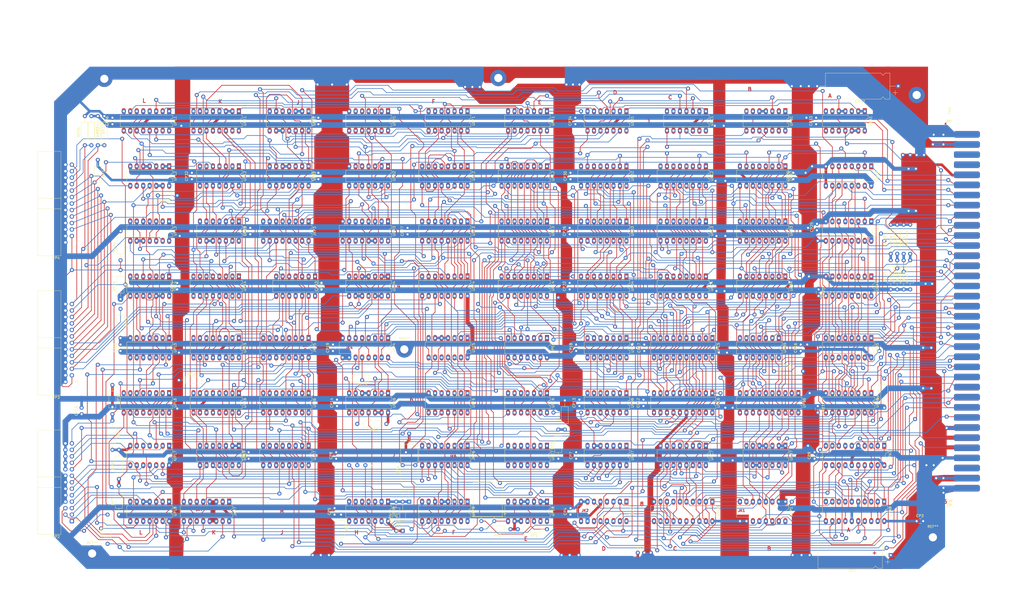
<source format=kicad_pcb>
(kicad_pcb (version 20211014) (generator pcbnew)
  (title_block (title "CPU5 Primary Board") (date "2023-11-11") (rev "A1") (company "SJSoftware"))
  (layers (0 "F.Cu" signal) (31 "B.Cu" signal) (34 "B.Paste" user) (35 "F.Paste" user) (36 "B.SilkS" user "B.Silkscreen") (37 "F.SilkS" user "F.Silkscreen") (38 "B.Mask" user) (39 "F.Mask" user) (44 "Edge.Cuts" user))
  (net 0 "")
  (net 1 "VCC")
  (net 2 "GND")
  (net 3 "Net-(CP6-Pad1)")
  (net 4 "DP3")
  (net 5 "DP2")
  (net 6 "DP5")
  (net 7 "DP4")
  (net 8 "DP1")
  (net 9 "DP0")
  (net 11 "DP7")
  (net 12 "DP6")
  (net 13 "~{READ.INR}")
  (net 14 "~{READ.DB}")
  (net 17 "F1")
  (net 18 "F0")
  (net 20 "ALU{slash}~{PROM}")
  (net 21 "F7")
  (net 22 "F3")
  (net 23 "F2")
  (net 24 "F6")
  (net 25 "F5")
  (net 26 "F4")
  (net 27 "ALU.B3")
  (net 28 "ALU.B2")
  (net 29 "ALU.B1")
  (net 30 "~{READ.ALO}")
  (net 32 "~{BUS.READY}")
  (net 33 "PHI2")
  (net 34 "~{PHI3}")
  (net 35 "PHI1")
  (net 36 "~{READ.AHI}")
  (net 37 "~{RESET1}")
  (net 38 "ALU.B0")
  (net 39 "~{BAD.PG}")
  (net 40 "R4")
  (net 41 "~{BUS.WAIT}")
  (net 42 "~{LOAD.MAR}")
  (net 43 "~{LOAD.MAP}")
  (net 44 "R2")
  (net 45 "R1")
  (net 46 "~{WRITE.RF}")
  (net 47 "BUSCLK1")
  (net 48 "R0")
  (net 49 "~{MRST}")
  (net 50 "R3")
  (net 51 "~{READ.PF}")
  (net 52 "~{RDONLY}")
  (net 53 "NOT.MEM")
  (net 54 "REG.RDONLY")
  (net 55 "DMA.REQ.Q")
  (net 56 "INT")
  (net 57 "OR3")
  (net 58 "PL23")
  (net 59 "PL33")
  (net 60 "PL22")
  (net 61 "OR2")
  (net 62 "PE")
  (net 63 "~{BUSY.Q}")
  (net 65 "PL7")
  (net 66 "PL8")
  (net 67 "PL9")
  (net 68 "R5")
  (net 69 "R7")
  (net 70 "R6")
  (net 72 "PL10")
  (net 73 "PL11")
  (net 74 "PL12")
  (net 75 "CC.L")
  (net 76 "CC.F")
  (net 77 "CC.M")
  (net 78 "CC.V")
  (net 79 "CL1")
  (net 80 "CL3")
  (net 81 "CL2")
  (net 82 "CL0")
  (net 83 "~{READ.CLR}")
  (net 84 "RDONLY")
  (net 85 "FP.DELAY")
  (net 86 "DIP.D")
  (net 87 "~{DMA.INT}")
  (net 88 "DIP.H")
  (net 89 "OPSYS")
  (net 90 "~{LOAD.SWP}")
  (net 91 "15MHz")
  (net 92 "R{slash}F")
  (net 93 "Net-(JP1-Pad3)")
  (net 94 "MAP0")
  (net 95 "MAP1")
  (net 96 "MAP2")
  (net 97 "A11")
  (net 98 "A12")
  (net 99 "A13")
  (net 100 "A14")
  (net 101 "PA14")
  (net 102 "PA13")
  (net 103 "PA12")
  (net 104 "PA11")
  (net 105 "WRITE.PF")
  (net 106 "A15")
  (net 107 "PA17")
  (net 108 "PA16")
  (net 109 "PA15")
  (net 112 "~{RDIN}")
  (net 113 "~{WTIN}")
  (net 114 "~{DRDY}")
  (net 115 "~{A12}")
  (net 116 "~{A14}")
  (net 117 "~{APRE}")
  (net 118 "~{A13}")
  (net 119 "~{INR1}")
  (net 120 "~{INR2}")
  (net 121 "~{INR3}")
  (net 122 "~{INR0}")
  (net 123 "~{A15}")
  (net 124 "~{CL0}")
  (net 125 "~{CL1}")
  (net 126 "~{CL2}")
  (net 127 "~{CL3}")
  (net 128 "~{A11}")
  (net 129 "~{PA15}")
  (net 130 "~{PA16}")
  (net 131 "~{PA17}")
  (net 133 "~{INTR}")
  (net 134 "~{PE}")
  (net 135 "~{IACK}")
  (net 139 "AB0")
  (net 140 "AB1")
  (net 141 "AB2")
  (net 142 "AB3")
  (net 143 "AB4")
  (net 144 "AB5")
  (net 145 "AB6")
  (net 146 "AB7")
  (net 147 "AB8")
  (net 148 "AB9")
  (net 149 "AB10")
  (net 150 "~{PA11}")
  (net 151 "~{PA12}")
  (net 152 "~{PA13}")
  (net 153 "~{PA14}")
  (net 154 "~{MMIO15}")
  (net 155 "DB0")
  (net 156 "DB1")
  (net 157 "DB2")
  (net 158 "DB3")
  (net 159 "DB4")
  (net 160 "DB5")
  (net 161 "DB6")
  (net 162 "DB7")
  (net 164 "BUSCLK")
  (net 166 "FP.HALT")
  (net 167 "FP.RUN")
  (net 168 "FP.V")
  (net 169 "FP.M")
  (net 170 "FP.F")
  (net 171 "FP.L")
  (net 172 "FP.MAP2")
  (net 173 "FP.MAP1")
  (net 174 "FP.MAP0")
  (net 175 "60Hz")
  (net 176 "FP.ABT")
  (net 177 "~{DMA.ACT}")
  (net 178 "~{DMA.DEV0}")
  (net 179 "~{DMA.DEV1}")
  (net 180 "~{DMA.END}")
  (net 181 "~{DMA.EN}")
  (net 182 "DMA7")
  (net 183 "~{DMA.RDRDY}")
  (net 184 "~{DMA.WTRDY}")
  (net 185 "~{DMA.START}")
  (net 186 "DMA.WRITE")
  (net 187 "~{DMA.INTR}")
  (net 188 "~{DMA.REQ}")
  (net 189 "Net-(RP1-Pad1)")
  (net 190 "Net-(RP1-Pad2)")
  (net 191 "Net-(RP5-Pad2)")
  (net 192 "Net-(RP6-Pad1)")
  (net 193 "PU16P")
  (net 194 "PU30P")
  (net 195 "A4")
  (net 196 "A5")
  (net 197 "A7")
  (net 198 "A6")
  (net 199 "A8")
  (net 200 "A9")
  (net 201 "~{ABE}")
  (net 202 "A10")
  (net 203 "MMIO15")
  (net 204 "RDIN")
  (net 205 "Net-(UPE1-Pad5)")
  (net 206 "~{RLE}")
  (net 207 "Net-(UPE1-Pad8)")
  (net 208 "WAR.TC")
  (net 209 "DMA.RDY")
  (net 210 "Net-(UPE1-Pad11)")
  (net 211 "Net-(UPE1-Pad12)")
  (net 212 "DMA.EN")
  (net 213 "Net-(UPE5-Pad10)")
  (net 214 "Net-(UPE6-Pad10)")
  (net 215 "Net-(UPH6-Pad12)")
  (net 216 "Net-(UPA1-Pad4)")
  (net 220 "Net-(UPA1-Pad12)")
  (net 221 "A0")
  (net 222 "A1")
  (net 223 "A3")
  (net 224 "A2")
  (net 225 "~{DBE}")
  (net 227 "~{LOAD.DBR}")
  (net 229 "END.R{slash}~{W}")
  (net 231 "BUSY")
  (net 232 "Net-(UPB1-Pad4)")
  (net 233 "Net-(UPB1-Pad6)")
  (net 234 "Net-(UPB1-Pad8)")
  (net 235 "~{REG}")
  (net 238 "U{slash}~{D}")
  (net 239 "Net-(UPB2-Pad2)")
  (net 240 "Net-(UPB2-Pad3)")
  (net 241 "Net-(UPB2-Pad4)")
  (net 242 "Net-(UPB2-Pad5)")
  (net 243 "Net-(UPB2-Pad6)")
  (net 244 "Net-(UPB2-Pad7)")
  (net 245 "Net-(UPB2-Pad15)")
  (net 246 "Net-(UPB3-Pad2)")
  (net 247 "Net-(UPB3-Pad3)")
  (net 248 "Net-(UPB3-Pad4)")
  (net 249 "Net-(UPB3-Pad5)")
  (net 250 "Net-(UPB3-Pad6)")
  (net 251 "Net-(UPB3-Pad7)")
  (net 252 "~{LOAD.ALO}")
  (net 253 "Net-(UPB3-Pad15)")
  (net 254 "Net-(UPB5-Pad12)")
  (net 255 "Net-(UPB7-Pad1)")
  (net 256 "Net-(UPB7-Pad4)")
  (net 257 "Net-(UPB7-Pad10)")
  (net 259 "BUS.READY")
  (net 262 "Net-(UPC2-Pad3)")
  (net 263 "Net-(UPC2-Pad4)")
  (net 264 "Net-(UPC2-Pad5)")
  (net 265 "Net-(UPC2-Pad6)")
  (net 266 "Net-(UPC2-Pad15)")
  (net 267 "Net-(UPC3-Pad3)")
  (net 268 "Net-(UPC3-Pad4)")
  (net 269 "Net-(UPC3-Pad5)")
  (net 270 "Net-(UPC3-Pad6)")
  (net 271 "Net-(UPC3-Pad15)")
  (net 272 "~{PROME}")
  (net 273 "~{RD}")
  (net 274 "Net-(UPD1-Pad6)")
  (net 275 "Net-(UPD1-Pad8)")
  (net 276 "~{WT}")
  (net 277 "Net-(UPD2-Pad3)")
  (net 278 "Net-(UPD2-Pad4)")
  (net 279 "Net-(UPD2-Pad5)")
  (net 280 "Net-(UPD2-Pad6)")
  (net 281 "Net-(UPD2-Pad15)")
  (net 282 "Net-(UPD3-Pad3)")
  (net 283 "Net-(UPD3-Pad4)")
  (net 284 "Net-(UPD3-Pad5)")
  (net 285 "Net-(UPD3-Pad6)")
  (net 286 "~{LOAD.AHI}")
  (net 287 "Net-(UPD3-Pad15)")
  (net 288 "PE.EN")
  (net 293 "Net-(UPD6-Pad8)")
  (net 294 "Net-(UPD6-Pad12)")
  (net 298 "Net-(UPD7-Pad4)")
  (net 299 "INT.EN")
  (net 300 "Net-(UPD7-Pad10)")
  (net 301 "Net-(UPD7-Pad13)")
  (net 302 "Net-(UPE2-Pad3)")
  (net 303 "Net-(UPE2-Pad4)")
  (net 304 "Net-(UPE2-Pad5)")
  (net 305 "Net-(UPE2-Pad6)")
  (net 306 "~{MAR.TC}")
  (net 307 "Net-(UPE3-Pad3)")
  (net 308 "Net-(UPE3-Pad4)")
  (net 309 "Net-(UPE3-Pad5)")
  (net 310 "Net-(UPE3-Pad6)")
  (net 311 "Net-(UPE3-Pad15)")
  (net 312 "Net-(UPE5-Pad1)")
  (net 313 "Net-(UPE5-Pad4)")
  (net 314 "Net-(UPE5-Pad13)")
  (net 315 "Net-(UPE6-Pad2)")
  (net 316 "Net-(UPE6-Pad6)")
  (net 317 "Net-(UPE6-Pad8)")
  (net 318 "IACK")
  (net 322 "~{INC.DMA}")
  (net 323 "~{BUSY}")
  (net 326 "Net-(UPF1-Pad8)")
  (net 327 "DMA.ACT")
  (net 328 "PHI4")
  (net 329 "~{INC.MAR}")
  (net 330 "~{INC.WAR}")
  (net 331 "~{STATE1.EN}")
  (net 332 "DMA.DEV0")
  (net 333 "DMA.DEV1")
  (net 334 "TIMER.EN")
  (net 335 "RUN")
  (net 336 "~{TIMER.RESET}")
  (net 337 "ABT")
  (net 338 "~{STATE2.EN}")
  (net 339 "Net-(UPF6-Pad13)")
  (net 340 "BUSCLK2")
  (net 341 "Net-(UPF6-Pad5)")
  (net 342 "Net-(UPF6-Pad6)")
  (net 345 "Net-(UPF6-Pad10)")
  (net 346 "~{WRITE.PF}")
  (net 347 "~{DMA.RESET}")
  (net 358 "Net-(UPH2-Pad5)")
  (net 362 "DMA.END")
  (net 372 "Net-(UPJ1-Pad1)")
  (net 373 "DMA.CLK")
  (net 374 "DMA.READ")
  (net 375 "~{DMA.RD}")
  (net 376 "PHI5")
  (net 377 "DMA.START")
  (net 378 "Net-(UPJ2-Pad6)")
  (net 379 "Net-(UPJ2-Pad8)")
  (net 380 "Net-(UPJ4-Pad6)")
  (net 381 "Net-(UPJ4-Pad8)")
  (net 382 "Net-(UPJ4-Pad9)")
  (net 392 "~{BUS.RD}")
  (net 393 "Net-(UPK2-Pad5)")
  (net 396 "~{DMA.PE}")
  (net 397 "Net-(UPK3-Pad3)")
  (net 398 "Net-(UPK3-Pad5)")
  (net 399 "Net-(UPK3-Pad6)")
  (net 400 "~{BUS.WT}")
  (net 401 "Net-(UPK3-Pad11)")
  (net 402 "~{INTR.Q}")
  (net 403 "~{DMA.REQ.Q}")
  (net 406 "DMAE.Q")
  (net 407 "DMAE")
  (net 408 "~{DMA.INT.Q}")
  (net 409 "Net-(UPK4-Pad13)")
  (net 410 "Net-(UPK4-Pad15)")
  (net 415 "Net-(UPK7-Pad9)")
  (net 421 "Net-(UPL3-Pad10)")
  (net 422 "Net-(UPL4-Pad8)")
  (net 443 "Net-(JP1-Pad1)")
  (net 450 "Net-(UPJ6-Pad10)")
  (footprint "Custom:DIP-20_W7.62mm_cent_padsonly" (layer "F.Cu") (at 286.0675 167.64 -90)
    (fp_text reference "UPC6")
    (fp_text value "74LS208")
  )
  (footprint "Custom:DIP-16_W7.62mm_cent_socket_ud" (layer "F.Cu") (at 96.8475 210.195 -90)
    (fp_text reference "JKP7")
    (fp_text value "Conn_02x08_Counter_Clockwise" hide)
  )
  (footprint "Custom:DIP-20_W7.62mm_cent_padsonly" (layer "F.Cu") (at 286.0675 146.05 -90)
    (fp_text reference "UPC5")
    (fp_text value "74LS208")
  )
  (footprint "Custom:C_Disc_D3.0mm_W1.6mm_P2.54mm" (layer "F.Cu") (at 233.9975 172.72 90)
    (fp_text reference "CP13")
    (fp_text value "100nF")
  )
  (footprint "MountingHole:MountingHole_3.2mm_M3_Pad" (layer "F.Cu") (at 43.18 230.505)
    (fp_text reference "REF**")
    (fp_text value "MountingHole_3.2mm_M3_Pad" hide)
  )
  (footprint "Custom:C_Disc_D3.0mm_W1.6mm_P2.54mm" (layer "F.Cu") (at 327.025 103.8225 90)
    (fp_text reference "CP25")
    (fp_text value "100nF")
  )
  (footprint "Custom:DIP-14_W7.62mm_cent" (layer "F.Cu") (at 73.3425 188.2775 -90)
    (fp_text reference "UPL7")
    (fp_text value "74LS04")
  )
  (footprint "Custom:DIP-16_W7.62mm_cent" (layer "F.Cu") (at 283.5275 121.92 -90)
    (fp_text reference "UPC4")
    (fp_text value "74LS157")
  )
  (footprint "Custom:DIP-14_W7.62mm_cent" (layer "F.Cu") (at 159.0675 167.64 -90)
    (fp_text reference "UPH6")
    (fp_text value "7438")
  )
  (footprint "Custom:R_Axial_DIN0207_L6.3mm_D2.5mm_P11.43mm_Horizontal" (layer "F.Cu") (at 54.2925 130.81 90)
    (fp_text reference "RP20")
    (fp_text value "220R")
  )
  (footprint "Custom:DIP-14_W7.62mm_cent_padsonly" (layer "F.Cu") (at 221.2975 188.2775 -90)
    (fp_text reference "UPE7")
    (fp_text value "Conn_02x07_Counter_Clockwise" hide)
  )
  (footprint "Custom:C_Disc_D3.0mm_W1.6mm_P2.54mm" (layer "F.Cu") (at 232.41 62.23 90)
    (fp_text reference "CP34")
    (fp_text value "100nF")
  )
  (footprint "MountingHole:MountingHole_3.2mm_M3_Pad" (layer "F.Cu") (at 366.0775 50.8)
    (fp_text reference "REF**" hide)
    (fp_text value "MountingHole_3.2mm_M3_Pad" hide)
  )
  (footprint "Custom:DIP-14_W7.62mm_cent" (layer "F.Cu") (at 100.6475 188.2775 -90)
    (fp_text reference "UPK7")
    (fp_text value "74LS10")
  )
  (footprint "Custom:C_Disc_D3.0mm_W1.6mm_P2.54mm" (layer "F.Cu") (at 76.5175 127 90)
    (fp_text reference "CP24")
    (fp_text value "100nF")
  )
  (footprint "Custom:R_Axial_DIN0207_L6.3mm_D2.5mm_P11.43mm_Horizontal" (layer "F.Cu") (at 363.5375 127 90)
    (fp_text reference "RP21")
    (fp_text value "220R")
  )
  (footprint "Custom:DIP-14_W7.62mm_cent" (layer "F.Cu") (at 221.2975 57.15 -90)
    (fp_text reference "UPE1")
    (fp_text value "74LS00")
  )
  (footprint "Custom:C_Disc_D3.0mm_W1.6mm_P2.54mm" (layer "F.Cu") (at 133.0325 127 90)
    (fp_text reference "CP23")
    (fp_text value "100nF")
  )
  (footprint "Custom:C_Disc_D3.0mm_W1.6mm_P2.54mm" (layer "F.Cu") (at 317.8175 83.82 90)
    (fp_text reference "CP29")
    (fp_text value "100nF")
  )
  (footprint "Custom:DIP-16_W7.62mm_cent" (layer "F.Cu") (at 314.6425 121.92 -90)
    (fp_text reference "UPB4")
    (fp_text value "74LS157")
  )
  (footprint "Custom:C_Disc_D3.0mm_W1.6mm_P2.54mm" (layer "F.Cu") (at 232.7275 193.3575 90)
    (fp_text reference "CP7")
    (fp_text value "100nF")
  )
  (footprint "Custom:Crystal_HC49-U_Horizontal_P5.08mm" (layer "F.Cu") (at 200.66 217.805 180)
    (fp_text reference "Y1")
    (fp_text value "Crystal")
  )
  (footprint "Custom:R_Axial_DIN0207_L6.3mm_D2.5mm_P11.43mm_Horizontal" (layer "F.Cu") (at 53.6575 201.295 90)
    (fp_text reference "RP8")
    (fp_text value "330R")
  )
  (footprint "Custom:R_Axial_DIN0207_L6.3mm_D2.5mm_P11.43mm_Horizontal" (layer "F.Cu") (at 221.2975 220.98 180)
    (fp_text reference "RP1")
    (fp_text value "560R")
  )
  (footprint "Custom:DIP-16_W7.62mm_cent" (layer "F.Cu") (at 73.3425 167.64 -90)
    (fp_text reference "UPL6")
    (fp_text value "74LS138")
  )
  (footprint "Custom:DIP-16_W7.62mm_cent" (layer "F.Cu") (at 190.1825 78.74 -90)
    (fp_text reference "UPF2")
    (fp_text value "74LS157")
  )
  (footprint "Custom:DIP-20_W7.62mm_cent_socketchip" (layer "F.Cu") (at 286.0675 210.185 -90)
    (fp_text reference "UPC8")
    (fp_text value "6309")
  )
  (footprint "Custom:R_Axial_DIN0207_L6.3mm_D2.5mm_P11.43mm_Horizontal" (layer "F.Cu") (at 225.7425 193.3575 90)
    (fp_text reference "RP9")
    (fp_text value "220R")
  )
  (footprint "Custom:DIP-16_W7.62mm_cent" (layer "F.Cu") (at 348.2975 100.33 -90)
    (fp_text reference "UPA3")
    (fp_text value "DS8835")
  )
  (footprint "Custom:BUS_EE200" (layer "F.Cu") (at 381.315 66.228 -90)
    (fp_text reference "PP1")
    (fp_text value "Edge Connector")
  )
  (footprint "Custom:Pads_1x03_P3.18mm" (layer "F.Cu") (at 150.1775 195.8975 -90)
    (fp_text reference "JP1")
    (fp_text value "Jumper_3_Bridged12" hide)
  )
  (footprint "Custom:C_Disc_D3.0mm_W1.6mm_P2.54mm" (layer "F.Cu") (at 82.2325 83.82 90)
    (fp_text reference "CP32")
    (fp_text value "100nF")
  )
  (footprint "Custom:DIP-16_W7.62mm_cent" (layer "F.Cu") (at 100.6475 121.92 -90)
    (fp_text reference "UPK4")
    (fp_text value "74LS174")
  )
  (footprint "Custom:R_Axial_DIN0207_L6.3mm_D2.5mm_P11.43mm_Horizontal" (layer "F.Cu") (at 228.2825 181.9275 90)
    (fp_text reference "RP11")
    (fp_text value "330R")
  )
  (footprint "Custom:R_Axial_DIN0207_L6.3mm_D2.5mm_P11.43mm_Horizontal" (layer "F.Cu") (at 158.4325 179.705 180)
    (fp_text reference "RP12")
    (fp_text value "220R")
  )
  (footprint "Custom:DIP-16_W7.62mm_cent" (layer "F.Cu") (at 100.6475 146.05 -90)
    (fp_text reference "UPK5")
    (fp_text value "74LS153")
  )
  (footprint "Custom:C_Disc_D3.0mm_W1.6mm_P2.54mm" (layer "F.Cu") (at 259.08 172.72 90)
    (fp_text reference "CP12")
    (fp_text value "100nF")
  )
  (footprint "Custom:R_Axial_DIN0207_L6.3mm_D2.5mm_P11.43mm_Horizontal" (layer "F.Cu") (at 310.1975 159.0675)
    (fp_text reference "RP17")
    (fp_text value "330R")
  )
  (footprint "Custom:C_Disc_D3.0mm_W1.6mm_P2.54mm" (layer "F.Cu") (at 131.7625 62.23 90)
    (fp_text reference "CP35")
    (fp_text value "100nF")
  )
  (footprint "Custom:DIP-16_W7.62mm_cent_socket_ud" (layer "F.Cu") (at 127.9525 100.33 -90)
    (fp_text reference "JKP3")
    (fp_text value "Conn_02x08_Counter_Clockwise" hide)
  )
  (footprint "Custom:C_Disc_D3.0mm_W1.6mm_P2.54mm" (layer "F.Cu") (at 256.8575 230.1875)
    (fp_text reference "CP2")
    (fp_text value "100nF")
  )
  (footprint "Custom:DIP-14_W7.62mm_cent" (layer "F.Cu") (at 221.2975 146.05 -90)
    (fp_text reference "UPE5")
    (fp_text value "74LS02")
  )
  (footprint "Custom:C_Disc_D3.0mm_W1.6mm_P2.54mm" (layer "F.Cu") (at 232.7275 151.13 90)
    (fp_text reference "CP18")
    (fp_text value "100nF")
  )
  (footprint "Custom:IDC-Header_2x13_P2.54mm_Horizontal_TB" (layer "F.Cu") (at 35.2425 163.195 180)
    (fp_text reference "PP3")
    (fp_text value "Connector")
  )
  (footprint "Custom:DIP-14_W7.62mm_cent" (layer "F.Cu") (at 221.2975 210.17 -90)
    (fp_text reference "UPE8")
    (fp_text value "7437")
  )
  (footprint "Custom:R_Axial_DIN0207_L6.3mm_D2.5mm_P11.43mm_Horizontal" (layer "F.Cu") (at 140.6525 215.265 -90)
    (fp_text reference "RP5")
    (fp_text value "1k")
  )
  (footprint "Custom:C_Disc_D3.0mm_W1.6mm_P2.54mm" (layer "F.Cu") (at 54.2925 151.13 90)
    (fp_text reference "CP20")
    (fp_text value "100nF")
  )
  (footprint "Custom:DIP-16_W7.62mm_cent" (layer "F.Cu") (at 314.6425 100.33 -90)
    (fp_text reference "UPB3")
    (fp_text value "74LS669")
  )
  (footprint "Custom:R_Axial_DIN0207_L6.3mm_D2.5mm_P11.43mm_Horizontal" (layer "F.Cu") (at 207.01 220.98 180)
    (fp_text reference "RP2")
    (fp_text value "560R")
  )
  (footprint "Custom:DIP-14_W7.62mm_cent" (layer "F.Cu") (at 130.4925 121.92 -90)
    (fp_text reference "UPJ4")
    (fp_text value "74LS00")
  )
  (footprint "Custom:DIP-14_W7.62mm_cent" (layer "F.Cu") (at 127.9525 57.15 -90)
    (fp_text reference "UPJ1")
    (fp_text value "74LS10")
  )
  (footprint "MountingHole:MountingHole_3.2mm_M3_Pad" (layer "F.Cu") (at 47.9425 44.45)
    (fp_text reference "REF**" hide)
    (fp_text value "MountingHole_3.2mm_M3_Pad" hide)
  )
  (footprint "Custom:C_Disc_D3.0mm_W1.6mm_P2.54mm" (layer "F.Cu") (at 259.3975 151.13 90)
    (fp_text reference "CP17")
    (fp_text value "100nF")
  )
  (footprint "Custom:DIP-14_W7.62mm_cent" (layer "F.Cu") (at 159.0675 57.135 -90)
    (fp_text reference "UPH1")
    (fp_text value "74LS02")
  )
  (footprint "Custom:DIP-16_W7.62mm_cent" (layer "F.Cu") (at 100.6475 167.64 -90)
    (fp_text reference "UPK6")
    (fp_text value "74LS669")
  )
  (footprint "Custom:DIP-16_W7.62mm_cent" (layer "F.Cu") (at 348.2975 146.05 -90)
    (fp_text reference "UPA5")
    (fp_text value "DS8835")
  )
  (footprint "Custom:DIP-14_W7.62mm_cent" (layer "F.Cu") (at 221.2975 167.64 -90)
    (fp_text reference "UPE6")
    (fp_text value "74LS04")
  )
  (footprint "Custom:C_Disc_D3.0mm_W1.6mm_P2.54mm" (layer "F.Cu") (at 230.505 215.265 90)
    (fp_text reference "CP4")
    (fp_text value "100nF")
  )
  (footprint "Custom:C_Disc_D3.0mm_W1.6mm_P2.54mm" (layer "F.Cu") (at 320.675 151.13 90)
    (fp_text reference "CP16")
    (fp_text value "100nF")
  )
  (footprint "Custom:DIP-16_W7.62mm_cent" (layer "F.Cu") (at 252.4125 100.33 -90)
    (fp_text reference "UPD3")
    (fp_text value "74LS669")
  )
  (footprint "Custom:DIP-14_W7.62mm_cent" (layer "F.Cu") (at 73.3425 78.74 -90)
    (fp_text reference "UPL2")
    (fp_text value "7437")
  )
  (footprint "Custom:R_Axial_DIN0207_L6.3mm_D2.5mm_P11.43mm_Horizontal" (layer "F.Cu") (at 360.9975 127 90)
    (fp_text reference "RP22")
    (fp_text value "220R")
  )
  (footprint "Custom:R_Axial_DIN0207_L6.3mm_D2.5mm_P11.43mm_Horizontal" (layer "F.Cu") (at 45.4025 59.055 -90)
    (fp_text reference "RP33")
    (fp_text value "220R")
  )
  (footprint "Custom:R_Axial_DIN0207_L6.3mm_D2.5mm_P11.43mm_Horizontal" (layer "F.Cu") (at 76.5175 90.17 180)
    (fp_text reference "RP30")
    (fp_text value "1k")
  )
  (footprint "Custom:CP_Axial_L25.0mm_D10.0mm_P31.75mm_Horizontal" (layer "F.Cu") (at 355.9175 231.14 180)
    (fp_text reference "CP1")
    (fp_text value "150uF")
  )
  (footprint "Custom:DIP-16_W7.62mm_cent" (layer "F.Cu") (at 283.5275 100.33 -90)
    (fp_text reference "UPC3")
    (fp_text value "74LS669")
  )
  (footprint "Custom:DIP-16_W7.62mm_cent_socket_ud" (layer "F.Cu") (at 314.6425 210.185 -90)
    (fp_text reference "JKP1")
    (fp_text value "Conn_02x08_Counter_Clockwise" hide)
  )
  (footprint "Custom:DIP-16_W7.62mm_cent" (layer "F.Cu") (at 283.5275 78.74 -90)
    (fp_text reference "UPC2")
    (fp_text value "74LS669")
  )
  (footprint "Custom:DIP-14_W7.62mm_cent" (layer "F.Cu") (at 252.4125 57.15 -90)
    (fp_text reference "UPD1")
    (fp_text value "74LS74")
  )
  (footprint "Custom:C_Disc_D3.0mm_W1.6mm_P2.54mm" (layer "F.Cu") (at 139.065 172.72 90)
    (fp_text reference "CP14")
    (fp_text value "100nF")
  )
  (footprint "Custom:DIP-16_W7.62mm_cent" (layer "F.Cu") (at 190.1825 210.185 -90)
    (fp_text reference "UPF8")
    (fp_text value "74LS138")
  )
  (footprint "Custom:DIP-16_W7.62mm_cent" (layer "F.Cu") (at 100.6475 57.15 -90)
    (fp_text reference "UPK1")
    (fp_text value "74120")
  )
  (footprint "Custom:R_Axial_DIN0207_L6.3mm_D2.5mm_P11.43mm_Horizontal" (layer "F.Cu") (at 360.9975 113.03 90)
    (fp_text reference "RP27")
    (fp_text value "330R")
  )
  (footprint "Custom:R_Axial_DIN0207_L6.3mm_D2.5mm_P11.43mm_Horizontal" (layer "F.Cu") (at 162.2425 221.615 90)
    (fp_text reference "RP4")
    (fp_text value "10k")
  )
  (footprint "Custom:R_Axial_DIN0207_L6.3mm_D2.5mm_P11.43mm_Horizontal" (layer "F.Cu") (at 54.2925 134.62 -90)
    (fp_text reference "RP18")
    (fp_text value "330R")
  )
  (footprint "Custom:R_Axial_DIN0207_L6.3mm_D2.5mm_P11.43mm_Horizontal" (layer "F.Cu") (at 47.9425 70.485 90)
    (fp_text reference "RP32")
    (fp_text value "330R")
  )
  (footprint "Custom:R_Axial_DIN0207_L6.3mm_D2.5mm_P11.43mm_Horizontal" (layer "F.Cu") (at 358.4575 113.03 90)
    (fp_text reference "RP28")
    (fp_text value "330R")
  )
  (footprint "Custom:C_Disc_D3.0mm_W1.6mm_P2.54mm" (layer "F.Cu") (at 230.1875 105.41 90)
    (fp_text reference "CP26")
    (fp_text value "100nF")
  )
  (footprint "Custom:C_Disc_D3.0mm_W1.6mm_P2.54mm" (layer "F.Cu") (at 39.0525 175.895 90)
    (fp_text reference "CP15")
    (fp_text value "100nF")
  )
  (footprint "Custom:R_Axial_DIN0207_L6.3mm_D2.5mm_P11.43mm_Horizontal" (layer "F.Cu") (at 363.5375 113.03 90)
    (fp_text reference "RP26")
    (fp_text value "330R")
  )
  (footprint "Connector_Pin:Pin_D1.0mm_L10.0mm" (layer "F.Cu") (at 100.0125 90.17)
    (fp_text reference "REF**" hide)
    (fp_text value "Pin_D1.0mm_L10.0mm" hide)
  )
  (footprint "Custom:DIP-14_W7.62mm_cent" (layer "F.Cu") (at 73.3425 146.05 -90)
    (fp_text reference "UPL5")
    (fp_text value "74LS74")
  )
  (footprint "Custom:DIP-16_W7.62mm_cent" (layer "F.Cu") (at 348.2975 121.92 -90)
    (fp_text reference "UPA4")
    (fp_text value "DS8835")
  )
  (footprint "Custom:R_Axial_DIN0207_L6.3mm_D2.5mm_P11.43mm_Horizontal" (layer "F.Cu") (at 358.4575 127 90)
    (fp_text reference "RP23")
    (fp_text value "220R")
  )
  (footprint "Custom:DIP-16_W7.62mm_cent" (layer "F.Cu") (at 159.0675 100.33 -90)
    (fp_text reference "UPH3")
    (fp_text value "74LS109")
  )
  (footprint "Custom:DIP-16_W7.62mm_cent" (layer "F.Cu") (at 348.2975 167.64 -90)
    (fp_text reference "UPA6")
    (fp_text value "DS8835")
  )
  (footprint "Custom:DIP-16_W7.62mm_cent" (layer "F.Cu") (at 73.3425 57.15 -90)
    (fp_text reference "UPL1")
    (fp_text value "74120")
  )
  (footprint "MountingHole:MountingHole_2.7mm_M2.5" (layer "F.Cu") (at 374.9675 42.8625)
    (fp_text reference "REF**" hide)
    (fp_text value "MountingHole_2.7mm_M2.5" hide)
  )
  (footprint "Custom:DIP-16_W7.62mm_cent" (layer "F.Cu") (at 221.2975 121.92 -90)
    (fp_text reference "UPE4")
    (fp_text value "74LS157")
  )
  (footprint "Custom:DIP-16_W7.62mm_cent_socket_ud" (layer "F.Cu") (at 127.9525 146.05 -90)
    (fp_text reference "JKP5")
    (fp_text value "Conn_02x08_Counter_Clockwise" hide)
  )
  (footprint "Custom:DIP-14_W7.62mm_cent" (layer "F.Cu") (at 73.3425 100.33 -90)
    (fp_text reference "UPL3")
    (fp_text value "74LS04")
  )
  (footprint "Custom:R_Axial_DIN0207_L6.3mm_D2.5mm_P11.43mm_Horizontal" (layer "F.Cu") (at 49.2125 226.695 90)
    (fp_text reference "RP6")
    (fp_text value "220R")
  )
  (footprint "Custom:C_Disc_D3.0mm_W1.6mm_P2.54mm" (layer "F.Cu") (at 327.3425 172.72 -90)
    (fp_text reference "CP11")
    (fp_text value "100nF")
  )
  (footprint "Custom:DIP-14_W7.62mm_cent" (layer "F.Cu") (at 314.6425 188.2625 -90)
    (fp_text reference "UPB7")
    (fp_text value "7437")
  )
  (footprint "MountingHole:MountingHole_3.2mm_M3_Pad" (layer "F.Cu") (at 372.4275 224.155)
    (fp_text reference "REF**")
    (fp_text value "MountingHole_3.2mm_M3_Pad" hide)
  )
  (footprint "Custom:R_Axial_DIN0207_L6.3mm_D2.5mm_P11.43mm_Horizontal" (layer "F.Cu") (at 353.3775 173.355 90)
    (fp_text reference "RP14")
    (fp_text value "220R")
  )
  (footprint "Custom:DIP-14_W7.62mm_cent" (layer "F.Cu") (at 100.6475 78.74 -90)
    (fp_text reference "UPK2")
    (fp_text value "74LS74")
  )
  (footprint "Custom:DIP-14_W7.62mm_cent" (layer "F.Cu") (at 283.5275 57.15 -90)
    (fp_text reference "UPC1")
    (fp_text value "74LS74")
  )
  (footprint "Custom:DIP-20_W7.62mm_cent_socketchip" (layer "F.Cu") (at 353.3725 188.2775 -90)
    (fp_text reference "UPA7")
    (fp_text value "AM2907")
  )
  (footprint "Custom:DIP-20_W7.62mm_cent" (layer "F.Cu") (at 319.7225 167.64 -90)
    (fp_text reference "UPB6")
    (fp_text value "74LS240")
  )
  (footprint "Custom:R_Axial_DIN0207_L6.3mm_D2.5mm_P11.43mm_Horizontal" (layer "F.Cu") (at 77.1525 162.56)
    (fp_text reference "RP16")
    (fp_text value "1k")
  )
  (footprint "MountingHole:MountingHole_2.7mm_M2.5" (layer "F.Cu") (at 32.0675 233.3625)
    (fp_text reference "REF**" hide)
    (fp_text value "MountingHole_2.7mm_M2.5" hide)
  )
  (footprint "Custom:DIP-16_W7.62mm_cent" (layer "F.Cu") (at 221.2975 100.33 -90)
    (fp_text reference "UPE3")
    (fp_text value "74LS669")
  )
  (footprint "MountingHole:MountingHole_2.7mm_M2.5" (layer "F.Cu") (at 374.3325 232.7275)
    (fp_text reference "REF**" hide)
    (fp_text value "MountingHole_2.7mm_M2.5" hide)
  )
  (footprint "Custom:C_Disc_D3.0mm_W1.6mm_P2.54mm" (layer "F.Cu") (at 326.0725 193.3575 90)
    (fp_text reference "CP9")
    (fp_text value "100nF")
  )
  (footprint "Custom:DIP-14_W7.62mm_cent" (layer "F.Cu") (at 314.6425 57.15 -90)
    (fp_text reference "UPB1")
    (fp_text value "74LS04")
  )
  (footprint "Custom:DIP-16_W7.62mm_cent_socket_ud" (layer "F.Cu") (at 252.4125 210.185 -90)
    (fp_text reference "JKP2")
    (fp_text value "Conn_02x08_Counter_Clockwise" hide)
  )
  (footprint "Custom:C_Disc_D3.0mm_W1.6mm_P2.54mm" (layer "F.Cu") (at 366.0775 217.805)
    (fp_text reference "CP3")
    (fp_text value "100nF")
  )
  (footprint "Custom:C_Disc_D3.0mm_W1.6mm_P2.54mm" (layer "F.Cu") (at 327.66 127 -90)
    (fp_text reference "CP21")
    (fp_text value "100nF")
  )
  (footprint "Custom:DIP-16_W7.62mm_cent_padsonly" (layer "F.Cu") (at 127.9525 167.64 -90)
    (fp_text reference "UPJ6")
    (fp_text value "Conn_02x08_Counter_Clockwise" hide)
  )
  (footprint "Custom:DIP-16_W7.62mm_cent" (layer "F.Cu") (at 190.1825 100.33 -90)
    (fp_text reference "UPF3")
    (fp_text value "74LS259")
  )
  (footprint "Custom:R_Axial_DIN0207_L6.3mm_D2.5mm_P11.43mm_Horizontal" (layer "F.Cu") (at 51.1175 164.465 -90)
    (fp_text reference "RP13")
    (fp_text value "220R")
  )
  (footprint "Custom:C_Disc_D3.0mm_W1.6mm_P2.54mm" (layer "F.Cu") (at 326.7075 62.23 90)
    (fp_text reference "CP33")
    (fp_text value "100nF")
  )
  (footprint "Custom:DIP-14_W7.62mm_cent" (layer "F.Cu") (at 100.6475 100.33 -90)
    (fp_text reference "UPK3")
    (fp_text value "74LS00")
  )
  (footprint "Custom:DIP-14_W7.62mm_cent" (layer "F.Cu") (at 252.4125 146.05 -90)
    (fp_text reference "UPD5")
    (fp_text value "74LS30")
  )
  (footprint "Custom:R_Axial_DIN0207_L6.3mm_D2.5mm_P11.43mm_Horizontal" (layer "F.Cu") (at 153.9875 161.925 180)
    (fp_text reference "RP15")
    (fp_text value "330R")
  )
  (footprint "Custom:DIP-14_W7.62mm_cent" (layer "F.Cu") (at 312.1025 146.05 -90)
    (fp_text reference "UPB5")
    (fp_text value "74LS04")
  )
  (footprint "Custom:C_Disc_D3.0mm_W1.6mm_P2.54mm" (layer "F.Cu") (at 105.0925 105.39 90)
    (fp_text reference "CP28")
    (fp_text value "100nF")
  )
  (footprint "Custom:DIP-14_W7.62mm_cent" (layer "F.Cu") (at 127.9525 78.74 -90)
    (fp_text reference "UPJ2")
    (fp_text value "74LS20")
  )
  (footprint "Custom:DIP-14_W7.62mm_cent" (layer "F.Cu") (at 190.1825 57.15 -90)
    (fp_text reference "UPF1")
    (fp_text value "74LS04")
  )
  (footprint "Custom:DIP-14_W7.62mm_cent" (layer "F.Cu") (at 159.0675 78.74 -90)
    (fp_text reference "UPH2")
    (fp_text value "74LS74")
  )
  (footprint "Custom:R_Axial_DIN0207_L6.3mm_D2.5mm_P11.43mm_Horizontal" (layer "F.Cu") (at 42.8625 59.055 -90)
    (fp_text reference "RP34")
    (fp_text value "220R")
  )
  (footprint "Custom:DIP-14_W7.62mm_cent" (layer "F.Cu") (at 252.4125 188.2775 -90)
    (fp_text reference "UPD7")
    (fp_text value "74LS02")
  )
  (footprint "Custom:R_Axial_DIN0207_L6.3mm_D2.5mm_P11.43mm_Horizontal" (layer "F.Cu") (at 355.9175 127 90)
    (fp_text reference "RP24")
    (fp_text value "220R")
  )
  (footprint "Custom:C_Disc_D3.0mm_W1.6mm_P2.54mm" (layer "F.Cu") (at 138.7475 193.3575 90)
    (fp_text reference "CP8")
    (fp_text value "100nF")
  )
  (footprint "Custom:R_Axial_DIN0207_L6.3mm_D2.5mm_P11.43mm_Horizontal" (layer "F.Cu") (at 54.2925 115.57 90)
    (fp_text reference "RP25")
    (fp_text value "330R")
  )
  (footprint "Custom:DIP-16_W7.62mm_cent" (layer "F.Cu") (at 252.4125 78.74 -90)
    (fp_text reference "UPD2")
    (fp_text value "74LS669")
  )
  (footprint "Custom:DIP-20_W7.62mm_cent_socketchip" (layer "F.Cu") (at 353.3725 210.17 -90)
    (fp_text reference "UPA8")
    (fp_text value "AM2907")
  )
  (footprint "Custom:R_Axial_DIN0207_L6.3mm_D2.5mm_P11.43mm_Horizontal" (layer "F.Cu") (at 51.1175 178.435 -90)
    (fp_text reference "RP10")
    (fp_text value "330R")
  )
  (footprint "Custom:DIP-16_W7.62mm_cent" (layer "F.Cu") (at 314.6425 78.74 -90)
    (fp_text reference "UPB2")
    (fp_text value "74LS669")
  )
  (footprint "Custom:CP_Axial_L18.0mm_D6.5mm_P26.67mm_Horizontal" (layer "F.Cu") (at 167.3225 210.185 90)
    (fp_text reference "CP6")
    (fp_text value "10uF")
  )
  (footprint "Custom:DIP-14_W7.62mm_cent" (layer "F.Cu") (at 252.4125 167.64 -90)
    (fp_text reference "UPD6")
    (fp_text value "74LS10")
  )
  (footprint "Custom:CP_Axial_L25.0mm_D10.0mm_P31.75mm_Horizontal" (layer "F.Cu") (at 358.8525 47.3075 180)
    (fp_text reference "CP37")
    (fp_text value "150uF")
  )
  (footprint "Custom:DIP-14_W7.62mm_cent" (layer "F.Cu") (at 190.1825 167.64 -90)
    (fp_text reference "UPF6")
    (fp_text value "74LS04")
  )
  (footprint "Custom:DIP-14_W7.62mm_cent" (layer "F.Cu") (at 345.7575 57.15 -90)
    (fp_text reference "UPA1")
    (fp_text value "7438")
  )
  (footprint "Custom:DIP-16_W7.62mm_cent" (layer "F.Cu") (at 190.1825 121.92 -90)
    (fp_text reference "UPF4")
    (fp_text value "74LS259")
  )
  (footprint "Custom:DIP-16_W7.62mm_cent_socket_ud" (layer "F.Cu") (at 190.1825 188.2775 -90)
    (fp_text reference "JKP6")
    (fp_text value "Conn_02x08_Counter_Clockwise" hide)
  )
  (footprint "Custom:DIP-16_W7.62mm_cent" (layer "F.Cu") (at 252.4125 121.92 -90)
    (fp_text reference "UPD4")
    (fp_text value "74LS157")
  )
  (footprint "Custom:D_DO-35_SOD27_P11.43mm_Horizontal" (layer "F.Cu") (at 164.7825 221.615 90)
    (fp_text reference "CRP1")
    (fp_text value "1N4148")
  )
  (footprint "Custom:C_Disc_D3.0mm_W1.6mm_P2.54mm" (layer "F.Cu") (at 230.505 83.82 90)
    (fp_text reference "CP30")
    (fp_text value "100nF")
  )
  (footprint "Custom:C_Disc_D3.0mm_W1.6mm_P2.54mm" (layer "F.Cu") (at 137.4775 151.13 90)
    (fp_text reference "CP19")
    (fp_text value "100nF")
  )
  (footprint "Custom:DIP-14_W7.62mm_cent" (layer "F.Cu") (at 159.0675 210.185 -90)
    (fp_text reference "UPH8")
    (fp_text value "74LS04")
  )
  (footprint "Custom:DIP-16_W7.62mm_cent_socket_ud" (layer "F.Cu") (at 159.0675 146.05 -90)
    (fp_text reference "JKP4")
    (fp_text value "Conn_02x08_Counter_Clockwise" hide)
  )
  (footprint "Custom:C_Disc_D3.0mm_W1.6mm_P2.54mm" (layer "F.Cu") (at 230.1875 127 90)
    (fp_text reference "CP22")
    (fp_text value "100nF")
  )
  (footprint "Custom:DIP-14_W7.62mm_cent" (layer "F.Cu") (at 190.1825 146.05 -90)
    (fp_text reference "UPF5")
    (fp_text value "74LS30")
  )
  (footprint "Custom:DIP-16_W7.62mm_cent" (layer "F.Cu") (at 127.9525 188.2775 -90)
    (fp_text reference "UPJ7")
    (fp_text value "74LS298")
  )
  (footprint "MountingHole:MountingHole_3.2mm_M3_Pad" (layer "F.Cu") (at 165.4175 150.495)
    (fp_text reference "REF**")
    (fp_text value "MountingHole_3.2mm_M3_Pad" hide)
  )
  (footprint "Custom:IDC-Header_2x13_P2.54mm_Horizontal_TB" (layer "F.Cu") (at 35.2425 108.585 180)
    (fp_text reference "PP4")
    (fp_text value "Connector")
  )
  (footprint "Custom:C_Disc_D3.0mm_W1.6mm_P2.54mm" (layer "F.Cu") (at 166.6875 105.41 90)
    (fp_text reference "CP27")
    (fp_text value "100nF")
  )
  (footprint "Custom:R_Axial_DIN0207_L6.3mm_D2.5mm_P11.43mm_Horizontal" (layer "F.Cu") (at 45.4025 76.2 -90)
    (fp_text reference "RP31")
    (fp_text value "220R")
  )
  (footprint "MountingHole:MountingHole_3.2mm_M3_Pad" (layer "F.Cu") (at 202.2475 44.1325)
    (fp_text reference "REF**" hide)
    (fp_text value "MountingHole_3.2mm_M3_Pad" hide)
  )
  (footprint "Custom:C_Disc_D3.0mm_W1.6mm_P2.54mm" (layer "F.Cu") (at 138.1125 215.265 90)
    (fp_text reference "CP5")
    (fp_text value "100nF")
  )
  (footprint "Custom:DIP-16_W7.62mm_cent" (layer "F.Cu") (at 283.5275 188.2775 -90)
    (fp_text reference "UPC7")
    (fp_text value "DS8835")
  )
  (footprint "Custom:DIP-14_W7.62mm_cent" (layer "F.Cu") (at 159.0675 121.92 -90)
    (fp_text reference "UPH4")
    (fp_text value "7437")
  )
  (footprint "Custom:DIP-14_W7.62mm_cent" (layer "F.Cu") (at 73.3425 121.92 -90)
    (fp_text reference "UPL4")
    (fp_text value "74LS20")
  )
  (footprint "Custom:IDC-Header_2x13_P2.54mm_Horizontal_TB" (layer "F.Cu") (at 35.2425 217.805 180)
    (fp_text reference "PP2")
    (fp_text value "Connector")
  )
  (footprint "Custom:DIP-14_W7.62mm_cent" (layer "F.Cu") (at 73.3425 210.185 -90)
    (fp_text reference "UPL8")
    (fp_text value "74LS04")
  )
  (footprint "Custom:C_Disc_D3.0mm_W1.6mm_P2.54mm" (layer "F.Cu") (at 51.1175 62.23 90)
    (fp_text reference "CP36")
    (fp_text value "100nF")
  )
  (footprint "Custom:C_Disc_D3.0mm_W1.6mm_P2.54mm" (layer "F.Cu") (at 131.7625 83.82 90)
    (fp_text reference "CP31")
    (fp_text value "100nF")
  )
  (footprint "Custom:C_Disc_D3.0mm_W1.6mm_P2.54mm" (layer "F.Cu") (at 104.4575 193.3575 90)
    (fp_text reference "CP10")
    (fp_text value "100nF")
  )
  (footprint "Custom:R_Axial_DIN0207_L6.3mm_D2.5mm_P11.43mm_Horizontal" (layer "F.Cu") (at 355.9175 113.03 90)
    (fp_text reference "RP29")
    (fp_text value "330R")
  )
  (footprint "Custom:R_Axial_DIN0207_L6.3mm_D2.5mm_P11.43mm_Horizontal" (layer "F.Cu") (at 40.3225 70.485 90)
    (fp_text reference "RP35")
    (fp_text value "330R")
  )
  (footprint "Custom:DIP-16_W7.62mm_cent" (layer "F.Cu") (at 348.2975 78.74 -90)
    (fp_text reference "UPA2")
    (fp_text value "DS8835")
  )
  (footprint "Custom:DIP-16_W7.62mm_cent" (layer "F.Cu") (at 221.2975 78.74 -90)
    (fp_text reference "UPE2")
    (fp_text value "74LS669")
  )
  (footprint "Custom:R_Axial_DIN0207_L6.3mm_D2.5mm_P11.43mm_Horizontal" (layer "F.Cu") (at 53.6575 215.265 90)
    (fp_text reference "RP7")
    (fp_text value "220R")
  )
  (footprint "MountingHole:MountingHole_2.7mm_M2.5" (layer "F.Cu") (at 32.0675 42.8625)
    (fp_text reference "REF**" hide)
    (fp_text value "MountingHole_2.7mm_M2.5" hide)
  )
  (gr_arc (start 380.0475 36.5125) (mid 380.945526 36.884474) (end 381.3175 37.7825) (layer "Edge.Cuts") (width 0.001))
  (gr_line (start 390.2075 208.5975) (end 382.905 208.5975) (layer "Edge.Cuts") (width 0.001))
  (gr_arc (start 381.3175 210.185) (mid 381.782468 209.062468) (end 382.905 208.5975) (layer "Edge.Cuts") (width 0.001))
  (gr_arc (start 390.2075 62.5475) (mid 390.656513 62.733487) (end 390.8425 63.1825) (layer "Edge.Cuts") (width 0.001))
  (gr_line (start 380.0475 239.7125) (end 33.3375 239.7125) (layer "Edge.Cuts") (width 0.001))
  (gr_arc (start 381.3175 238.4425) (mid 380.945526 239.340526) (end 380.0475 239.7125) (layer "Edge.Cuts") (width 0.001))
  (gr_line (start 390.8425 63.1825) (end 390.8425 207.9625) (layer "Edge.Cuts") (width 0.001))
  (gr_line (start 28.8925 36.5125) (end 380.0475 36.5125) (layer "Edge.Cuts") (width 0.001))
  (gr_arc (start 33.3375 239.7125) (mid 27.949346 237.480654) (end 25.7175 232.0925) (layer "Edge.Cuts") (width 0.001))
  (gr_arc (start 382.5875 62.5475) (mid 381.689474 62.175526) (end 381.3175 61.2775) (layer "Edge.Cuts") (width 0.001))
  (gr_line (start 381.3175 210.185) (end 381.3175 238.4425) (layer "Edge.Cuts") (width 0.001))
  (gr_line (start 25.7175 232.0925) (end 25.7175 39.6875) (layer "Edge.Cuts") (width 0.001))
  (gr_line (start 382.5875 62.5475) (end 390.2075 62.5475) (layer "Edge.Cuts") (width 0.001))
  (gr_arc (start 25.7175 39.6875) (mid 26.647436 37.442436) (end 28.8925 36.5125) (layer "Edge.Cuts") (width 0.001))
  (gr_arc (start 390.8425 207.9625) (mid 390.656513 208.411513) (end 390.2075 208.5975) (layer "Edge.Cuts") (width 0.001))
  (gr_line (start 381.3175 37.7825) (end 381.3175 61.2775) (layer "Edge.Cuts") (width 0.001))
  (gr_text "4" (at 163.195 125.73) (layer "F.Cu") (effects (font (size 1.5 1.5) (thickness 0.3))))
  (gr_text "JK\n5" (at 126.6825 149.86) (layer "F.Cu") (effects (font (size 1 1) (thickness 0.25))))
  (gr_text "F" (at 184.785 222.25) (layer "F.Cu") (effects (font (size 1.5 1.5) (thickness 0.3))))
  (gr_text "36" (at 376.555 210.185) (layer "F.Cu") (effects (font (size 1.5 1.5) (thickness 0.3))))
  (gr_text "JK7" (at 85.09 213.36) (layer "F.Cu") (effects (font (size 1 1) (thickness 0.25))))
  (gr_text "B" (at 308.2925 228.6) (layer "F.Cu") (effects (font (size 1.5 1.5) (thickness 0.3))))
  (gr_text "A" (at 339.4075 221.2975) (layer "F.Cu") (effects (font (size 1.5 1.5) (thickness 0.3))))
  (gr_text "JK3" (at 111.4425 104.14) (layer "F.Cu") (effects (font (size 1 1) (thickness 0.25))))
  (gr_text "6" (at 168.275 170.18) (layer "F.Cu") (effects (font (size 1.5 1.5) (thickness 0.3))))
  (gr_text "8" (at 258.445 211.1375) (layer "F.Cu") (effects (font (size 1.5 1.5) (thickness 0.3))))
  (gr_text "+" (at 349.5675 230.1875) (layer "F.Cu") (effects (font (size 1.5 1.5) (thickness 0.3))))
  (gr_text "E" (at 218.44 53.6575) (layer "F.Cu") (effects (font (size 1.5 1.5) (thickness 0.3))))
  (gr_text "1" (at 261.3025 60.96) (layer "F.Cu") (effects (font (size 1.5 1.5) (thickness 0.3))))
  (gr_text "JK6" (at 184.4675 192.405) (layer "F.Cu") (effects (font (size 1 1) (thickness 0.25))))
  (gr_text "A" (at 332.105 51.1175) (layer "F.Cu") (effects (font (size 1.5 1.5) (thickness 0.3))))
  (gr_text "8" (at 117.475 213.995) (layer "F.Cu") (effects (font (size 1.5 1.5) (thickness 0.3))))
  (gr_text "7" (at 260.0325 192.0875) (layer "F.Cu") (effects (font (size 1.5 1.5) (thickness 0.3))))
  (gr_text "TI" (at 143.51 193.3575) (layer "F.Cu") (effects (font (size 1 1) (thickness 0.25))))
  (gr_text "H" (at 146.685 222.25) (layer "F.Cu") (effects (font (size 1.5 1.5) (thickness 0.3))))
  (gr_text "F" (at 176.8475 53.34) (layer "F.Cu") (effects (font (size 1.5 1.5) (thickness 0.3))))
  (gr_text "L" (at 63.5 53.0225) (layer "F.Cu") (effects (font (size 1.5 1.5) (thickness 0.3))))
  (gr_text "K" (at 93.345 53.34) (layer "F.Cu") (effects (font (size 1.5 1.5) (thickness 0.3))))
  (gr_text "3" (at 262.89 104.14) (layer "F.Cu") (effects (font (size 1.5 1.5) (thickness 0.3))))
  (gr_text "3" (at 161.925 104.14) (layer "F.Cu") (effects (font (size 1.5 1.5) (thickness 0.3))))
  (gr_text "B" (at 300.6725 48.5775) (layer "F.Cu") (effects (font (size 1.5 1.5) (thickness 0.3))))
  (gr_text "J" (at 117.475 222.25) (layer "F.Cu") (effects (font (size 1.5 1.5) (thickness 0.3))))
  (gr_text "K" (at 90.805 222.25) (layer "F.Cu") (effects (font (size 1.5 1.5) (thickness 0.3))))
  (gr_text "D" (at 243.5225 228.6) (layer "F.Cu") (effects (font (size 1.5 1.5) (thickness 0.3))))
  (gr_text "F" (at 150.1775 193.3575) (layer "F.Cu") (effects (font (size 1 1) (thickness 0.25))))
  (gr_text "JK4" (at 143.8275 149.86) (layer "F.Cu") (effects (font (size 1 1) (thickness 0.25))))
  (gr_text "C" (at 271.4625 228.6) (layer "F.Cu") (effects (font (size 1.5 1.5) (thickness 0.3))))
  (gr_text "2" (at 161.925 82.537636) (layer "F.Cu") (effects (font (size 1.5 1.5) (thickness 0.3))))
  (gr_text "1" (at 377.5075 62.5475) (layer "F.Cu") (effects (font (size 1.5 1.5) (thickness 0.3))))
  (gr_text "JK1" (at 297.4975 213.6775) (layer "F.Cu") (effects (font (size 1 1) (thickness 0.25))))
  (gr_text "L" (at 62.23 222.25) (layer "F.Cu") (effects (font (size 1.5 1.5) (thickness 0.3))))
  (gr_text "C" (at 269.5575 51.7525) (layer "F.Cu") (effects (font (size 1.5 1.5) (thickness 0.3))))
  (gr_text "D" (at 247.9675 49.8475) (layer "F.Cu") (effects (font (size 1.5 1.5) (thickness 0.3))))
  (gr_text "J" (at 123.825 53.6575) (layer "F.Cu") (effects (font (size 1.5 1.5) (thickness 0.3))))
  (gr_text "2" (at 261.3025 82.55) (layer "F.Cu") (effects (font (size 1.5 1.5) (thickness 0.3))))
  (gr_text "E" (at 213.0425 224.79) (layer "F.Cu") (effects (font (size 1.5 1.5) (thickness 0.3))))
  (gr_text "7" (at 161.29 192.0875) (layer "F.Cu") (effects (font (size 1.5 1.5) (thickness 0.3))))
  (gr_text "JK2" (at 236.22 213.6775) (layer "F.Cu") (effects (font (size 1 1) (thickness 0.25))))
  (segment (start 190.1825 152.7175) (end 190.1825 153.67) (width 1.6) (layer "F.Cu") (net 1))
  (segment (start 192.0875 141.9225) (end 192.0875 150.8125) (width 1.6) (layer "F.Cu") (net 1))
  (segment (start 376.555 70.1675) (end 381.2921 70.1675) (width 2.54) (layer "F.Cu") (net 1))
  (segment (start 237.1725 216.535) (end 242.2525 211.455) (width 1) (layer "F.Cu") (net 1))
  (segment (start 190.1825 140.0175) (end 192.0875 141.9225) (width 1.6) (layer "F.Cu") (net 1))
  (segment (start 159.0675 217.805) (end 159.0675 218.44) (width 1) (layer "F.Cu") (net 1))
  (segment (start 376.555 70.1675) (end 372.4275 70.1675) (width 2.54) (layer "F.Cu") (net 1))
  (segment (start 51.1175 164.465) (end 51.1175 173.0375) (width 1) (layer "F.Cu") (net 1))
  (segment (start 96.8375 217.805) (end 96.8375 215.265) (width 1) (layer "F.Cu") (net 1))
  (segment (start 162.2425 221.615) (end 164.7825 221.615) (width 1) (layer "F.Cu") (net 1))
  (segment (start 256.8575 230.1875) (end 256.8575 234.6325) (width 1) (layer "F.Cu") (net 1))
  (segment (start 381.2871 200.9775) (end 381.315 200.9496) (width 2.54) (layer "F.Cu") (net 1))
  (segment (start 376.8725 200.9775) (end 381.2871 200.9775) (width 2.54) (layer "F.Cu") (net 1))
  (segment (start 158.4325 179.705) (end 159.0675 179.07) (width 1) (layer "F.Cu") (net 1))
  (segment (start 94.2975 212.725) (end 94.2975 210.185) (width 1) (layer "F.Cu") (net 1))
  (segment (start 381.2921 70.1675) (end 381.315 70.1904) (width 2.54) (layer "F.Cu") (net 1))
  (segment (start 159.0675 179.07) (end 159.0675 175.26) (width 1) (layer "F.Cu") (net 1))
  (segment (start 237.1725 217.805) (end 237.1725 216.535) (width 1) (layer "F.Cu") (net 1))
  (segment (start 190.1825 129.54) (end 190.1825 140.0175) (width 1.6) (layer "F.Cu") (net 1))
  (segment (start 192.0875 150.8125) (end 190.1825 152.7175) (width 1.6) (layer "F.Cu") (net 1))
  (segment (start 96.8375 215.265) (end 94.2975 212.725) (width 1) (layer "F.Cu") (net 1))
  (segment (start 242.2525 211.455) (end 242.2525 210.185) (width 1) (layer "F.Cu") (net 1))
  (segment (start 159.0675 218.44) (end 162.2425 221.615) (width 1) (layer "F.Cu") (net 1))
  (via (at 372.4275 70.1675) (size 1.6) (drill 0.8) (layers "F.Cu" "B.Cu") (net 1))
  (via (at 51.1175 173.0375) (size 1.6) (drill 0.8) (layers "F.Cu" "B.Cu") (net 1))
  (via (at 291.1475 84.455) (size 1.6) (drill 0.8) (layers "F.Cu" "B.Cu") (net 1))
  (via (at 290.83 127.635) (size 1.6) (drill 0.8) (layers "F.Cu" "B.Cu") (net 1))
  (via (at 291.7825 151.765) (size 1.6) (drill 0.8) (layers "F.Cu" "B.Cu") (net 1))
  (via (at 291.1475 173.355) (size 1.6) (drill 0.8) (layers "F.Cu" "B.Cu") (net 1))
  (via (at 75.565 193.9925) (size 0.8) (drill 0.4) (layers "F.Cu" "B.Cu") (net 1))
  (via (at 287.3375 84.455) (size 1.6) (drill 0.8) (layers "F.Cu" "B.Cu") (net 1))
  (via (at 287.02 62.865) (size 1.6) (drill 0.8) (layers "F.Cu" "B.Cu") (net 1))
  (via (at 287.655 106.045) (size 1.6) (drill 0.8) (layers "F.Cu" "B.Cu") (net 1))
  (via (at 291.1475 106.045) (size 1.6) (drill 0.8) (layers "F.Cu" "B.Cu") (net 1))
  (via (at 288.6075 151.765) (size 1.6) (drill 0.8) (layers "F.Cu" "B.Cu") (net 1))
  (via (at 290.195 193.9925) (size 1.6) (drill 0.8) (layers "F.Cu" "B.Cu") (net 1))
  (via (at 376.555 70.1675) (size 1.6) (drill 0.8) (layers "F.Cu" "B.Cu") (net 1))
  (via (at 294.005 173.355) (size 1.6) (drill 0.8) (layers "F.Cu" "B.Cu") (net 1))
  (via (at 376.555 200.9775) (size 1.6) (drill 0.8) (layers "F.Cu" "B.Cu") (net 1))
  (via (at 77.1525 151.765) (size 1.6) (drill 0.8) (layers "F.Cu" "B.Cu") (net 1))
  (via (at 294.005 193.9925) (size 1.6) (drill 0.8) (layers "F.Cu" "B.Cu") (net 1))
  (via (at 78.105 62.865) (size 1.6) (drill 0.8) (layers "F.Cu" "B.Cu") (net 1))
  (via (at 287.655 127.635) (size 1.6) (drill 0.8) (layers "F.Cu" "B.Cu") (net 1))
  (via (at 76.5175 173.6725) (size 1.6) (drill 0.8) (layers "F.Cu" "B.Cu") (net 1))
  (via (at 373.6975 200.9775) (size 1.6) (drill 0.8) (layers "F.Cu" "B.Cu") (net 1))
  (via (at 77.47 106.045) (size 1.6) (drill 0.8) (layers "F.Cu" "B.Cu") (net 1))
  (via (at 290.5125 62.865) (size 1.6) (drill 0.8) (layers "F.Cu" "B.Cu") (net 1))
  (segment (start 221.2975 62.5475) (end 221.615 62.5475) (width 1.6) (layer "B.Cu") (net 1))
  (segment (start 174.3075 173.0375) (end 190.1825 173.0375) (width 2.223) (layer "B.Cu") (net 1))
  (segment (start 39.0525 175.895) (end 39.0525 176.8475) (width 1) (layer "B.Cu") (net 1))
  (segment (start 283.5275 195.8975) (end 283.5275 193.675) (width 1) (layer "B.Cu") (net 1))
  (segment (start 327.66 127) (end 348.2975 127) (width 1.6) (layer "B.Cu") (net 1))
  (segment (start 73.3425 175.26) (end 73.3425 173.0375) (width 1) (layer "B.Cu") (net 1))
  (segment (start 96.8375 215.5825) (end 96.8375 217.805) (width 1) (layer "B.Cu") (net 1))
  (segment (start 221.2975 105.7275) (end 252.4125 105.7275) (width 2.223) (layer "B.Cu") (net 1))
  (segment (start 325.4375 193.675) (end 314.6425 193.675) (width 2.223) (layer "B.Cu") (net 1))
  (segment (start 353.3875 217.805) (end 353.3725 217.79) (width 1) (layer "B.Cu") (net 1))
  (segment (start 312.1025 151.4475) (end 320.04 151.4475) (width 2.223) (layer "B.Cu") (net 1))
  (segment (start 100.6475 193.675) (end 127.9525 193.675) (width 2.223) (layer "B.Cu") (net 1))
  (segment (start 283.5275 62.5475) (end 314.6425 62.5475) (width 2.223) (layer "B.Cu") (net 1))
  (segment (start 100.6475 64.77) (end 100.6475 62.5475) (width 1) (layer "B.Cu") (net 1))
  (segment (start 100.6475 84.1375) (end 100.6475 86.36) (width 1) (layer "B.Cu") (net 1))
  (segment (start 221.2975 215.5825) (end 236.5375 215.5825) (width 2.223) (layer "B.Cu") (net 1))
  (segment (start 73.3425 86.36) (end 73.3425 84.1375) (width 1) (layer "B.Cu") (net 1))
  (segment (start 73.66 193.3575) (end 73.9775 193.675) (width 1) (layer "B.Cu") (net 1))
  (segment (start 34.6075 176.8475) (end 32.7025 178.7525) (width 2.223) (layer "B.Cu") (net 1))
  (segment (start 51.1175 173.0375) (end 49.8475 173.0375) (width 2.223) (layer "B.Cu") (net 1))
  (segment (start 283.5275 193.675) (end 252.4125 193.675) (width 2.223) (layer "B.Cu") (net 1))
  (segment (start 159.0675 175.26) (end 159.0675 173.0375) (width 1) (layer "B.Cu") (net 1))
  (segment (start 190.1825 107.95) (end 190.1825 105.7275) (width 1) (layer "B.Cu") (net 1))
  (segment (start 283.5275 64.77) (end 283.5275 62.5475) (width 1) (layer "B.Cu") (net 1))
  (segment (start 314.6425 84.1375) (end 283.5275 84.1375) (width 2.223) (layer "B.Cu") (net 1))
  (segment (start 73.3425 107.95) (end 73.3425 106.3625) (width 1) (layer "B.Cu") (net 1))
  (segment (start 226.06 173.6725) (end 225.425 173.0375) (width 2.223) (layer "B.Cu") (net 1))
  (segment (start 348.2975 106.3625) (end 348.2975 107.95) (width 1.6) (layer "B.Cu") (net 1))
  (segment (start 221.2975 84.1375) (end 190.1825 84.1375) (width 2.223) (layer "B.Cu") (net 1))
  (segment (start 353.3775 173.355) (end 353.06 173.0375) (width 1.6) (layer "B.Cu") (net 1))
  (segment (start 283.5275 105.7275) (end 252.73 105.7275) (width 2.223) (layer "B.Cu") (net 1))
  (segment (start 73.66 62.5475) (end 100.6475 62.5475) (width 2.223) (layer "B.Cu") (net 1))
  (segment (start 50.8 62.5475) (end 51.1175 62.23) (width 1.6) (layer "B.Cu") (net 1))
  (segment (start 345.7575 103.8225) (end 348.2975 106.3625) (width 1.6) (layer "B.Cu") (net 1))
  (segment (start 348.2975 85.970095) (end 348.2975 85.09) (width 1.6) (layer "B.Cu") (net 1))
  (segment (start 100.6475 153.67) (end 100.6475 151.4475) (width 1) (layer "B.Cu") (net 1))
  (segment (start 46.0375 176.8475) (end 39.0525 176.8475) (width 2.223) (layer "B.Cu") (net 1))
  (segment (start 100.6475 84.1375) (end 159.0675 84.1375) (width 2.223) (layer "B.Cu") (net 1))
  (segment (start 96.8375 215.5825) (end 159.0675 215.5825) (width 2.223) (layer "B.Cu") (net 1))
  (segment (start 100.6475 193.675) (end 73.9775 193.675) (width 2.223) (layer "B.Cu") (net 1))
  (segment (start 45.4025 78.74) (end 45.4025 76.2) (width 1) (layer "B.Cu") (net 1))
  (segment (start 283.5275 107.95) (end 283.5275 105.7275) (width 1) (layer "B.Cu") (net 1))
  (segment (start 73.3425 62.5475) (end 49.53 62.5475) (width 2.223) (layer "B.Cu") (net 1))
  (segment (start 159.0675 215.5825) (end 190.1825 215.5825) (width 2.223) (layer "B.Cu") (net 1))
  (segment (start 252.4125 107.95) (end 252.4125 105.7275) (width 1) (layer "B.Cu") (net 1))
  (segment (start 73.3425 127.3175) (end 73.3425 129.54) (width 1) (layer "B.Cu") (net 1))
  (segment (start 100.6475 151.4475) (end 73.3425 151.4475) (width 2.223) (layer "B.Cu") (net 1))
  (segment (start 376.555 70.1675) (end 372.4275 70.1675) (width 1.6) (layer "B.Cu") (net 1))
  (segment (start 325.755 193.675) (end 326.0725 193.3575) (width 1) (layer "B.Cu") (net 1))
  (segment (start 221.615 153.035) (end 230.8225 153.035) (width 2.223) (layer "B.Cu") (net 1))
  (segment (start 373.6975 200.9775) (end 381.2871 200.9775) (width 1.2) (layer "B.Cu") (net 1))
  (segment (start 163.83 171.7675) (end 173.0375 171.7675) (width 2.223) (layer "B.Cu") (net 1))
  (segment (start 314.6425 86.36) (end 314.6425 84.1375) (width 1) (layer "B.Cu") (net 1))
  (segment (start 45.4025 59.055) (end 48.895 62.5475) (width 1) (layer "B.Cu") (net 1))
  (segment (start 143.51 151.765) (end 143.8275 151.765) (width 1) (layer "B.Cu") (net 1))
  (segment (start 353.3725 195.8925) (end 351.155 193.675) (width 1) (layer "B.Cu") (net 1))
  (segment (start 73.3425 106.3625) (end 73.9775 105.7275) (width 1) (layer "B.Cu") (net 1))
  (segment (start 221.2975 86.36) (end 221.2975 84.455) (width 1) (layer "B.Cu") (net 1))
  (segment (start 190.1825 129.54) (end 190.1825 127.3175) (width 1) (layer "B.Cu") (net 1))
  (segment (start 190.1825 127.3175) (end 252.4125 127.3175) (width 2.223) (layer "B.Cu") (net 1))
  (segment (start 130.4925 127.3175) (end 130.4925 129.54) (width 1) (layer "B.Cu") (net 1))
  (segment (start 314.6425 105.7275) (end 325.12 105.7275) (width 2.223) (layer "B.Cu") (net 1))
  (segment (start 221.2975 64.77) (end 221.2975 62.5475) (width 1) (layer "B.Cu") (net 1))
  (segment (start 110.1725 106.045) (end 110.1725 107.95) (width 1) (layer "B.Cu") (net 1))
  (segment (start 283.5275 127.3175) (end 314.6425 127.3175) (width 2.223) (layer "B.Cu") (net 1))
  (segment (start 376.555 70.1675) (end 381.2921 70.1675) (width 1.2) (layer "B.Cu") (net 1))
  (segment (start 236.5375 215.5825) (end 237.1725 216.2175) (width 1.6) (layer "B.Cu") (net 1))
  (segment (start 49.8475 173.0375) (end 46.0375 176.8475) (width 2.223) (layer "B.Cu") (net 1))
  (segment (start 100.6475 175.26) (end 100.6475 173.0375) (width 1) (layer "B.Cu") (net 1))
  (segment (start 221.2975 175.26) (end 221.2975 172.72) (width 1) (layer "B.Cu") (net 1))
  (segment (start 348.2975 175.26) (end 348.2975 173.0375) (width 1) (layer "B.Cu") (net 1))
  (segment (start 100.6475 127.3175) (end 73.3425 127.3175) (width 2.223) (layer "B.Cu") (net 1))
  (segment (start 314.6425 107.95) (end 314.6425 105.7275) (width 1) (layer "B.Cu") (net 1))
  (segment (start 127.9525 84.455) (end 127.9525 86.36) (width 1) (layer "B.Cu") (net 1))
  (segment (start 39.0525 176.8475) (end 34.6075 176.8475) (width 2.223) (layer "B.Cu") (net 1))
  (segment (start 221.2975 195.8975) (end 221.2975 193.675) (width 1) (layer "B.Cu") (net 1))
  (segment (start 127.9525 64.77) (end 127.9525 62.865) (width 1) (layer "B.Cu") (net 1))
  (segment (start 128.939574 151.4475) (end 128.892563 151.400489) (width 2.54) (layer "B.Cu") (net 1))
  (segment (start 252.4125 151.4475) (end 233.045 151.4475) (width 2.223) (layer "B.Cu") (net 1))
  (segment (start 127.9525 62.5475) (end 100.965 62.5475) (width 2.223) (layer "B.Cu") (net 1))
  (segment (start 143.1925 151.4475) (end 128.939574 151.4475) (width 2.54) (layer "B.Cu") (net 1))
  (segment (start 100.6475 84.1375) (end 73.9775 84.1375) (width 2.223) (layer "B.Cu") (net 1))
  (segment (start 252.4125 175.26) (end 252.4125 173.0375) (width 1) (layer "B.Cu") (net 1))
  (segment (start 53.6575 215.265) (end 53.975 215.5825) (width 1) (layer "B.Cu") (net 1))
  (segment (start 162.56 173.0375) (end 163.83 171.7675) (width 2.223) (layer "B.Cu") (net 1))
  (segment (start 54.2925 129.54) (end 56.515 127.3175) (width 2.223) (layer "B.Cu") (net 1))
  (segment (start 73.3425 64.77) (end 73.3425 62.5475) (width 1) (layer "B.Cu") (net 1))
  (segment (start 159.0675 217.805) (end 159.0675 215.5825) (width 1) (layer "B.Cu") (net 1))
  (segment (start 283.5275 127.3175) (end 283.5275 129.54) (width 1) (layer "B.Cu") (net 1))
  (segment (start 327.3425 127.3175) (end 314.6425 127.3175) (width 2.223) (layer "B.Cu") (net 1))
  (segment (start 312.1025 151.4475) (end 286.0675 151.4475) (width 2.223) (layer "B.Cu") (net 1))
  (segment (start 50.8 84.1375) (end 45.4025 78.74) (width 1) (layer "B.Cu") (net 1))
  (segment (start 252.4125 86.36) (end 252.4125 84.1375) (width 1) (layer "B.Cu") (net 1))
  (segment (start 348.2975 153.67) (end 345.1225 150.495) (width 1.2) (layer "B.Cu") (net 1))
  (segment (start 283.5275 127.3175) (end 252.4125 127.3175) (width 2.223) (layer "B.Cu") (net 1))
  (segment (start 190.8175 151.4475) (end 220.0275 151.4475) (width 2.223) (layer "B.Cu") (net 1))
  (segment (start 225.425 173.0375) (end 190.1825 173.0375) (width 2.223) (layer "B.Cu") (net 1))
  (segment (start 73.3425 215.5825) (end 96.8375 215.5825) (width 2.223) (layer "B.Cu") (net 1))
  (segment (start 100.6475 107.95) (end 100.6475 105.7275) (width 1) (layer "B.Cu") (net 1))
  (segment (start 252.4125 129.54) (end 252.4125 127.3175) (width 1) (layer "B.Cu") (net 1))
  (segment (start 159.0675 127.3175) (end 130.4925 127.3175) (width 2.223) (layer "B.Cu") (net 1))
  (segment (start 345.7575 82.55) (end 325.12 82.55) (width 2.223) (layer "B.Cu") (net 1))
  (segment (start 319.7225 173.0375) (end 319.7225 175.26) (width 1) (layer "B.Cu") (net 1))
  (segment (start 252.4125 173.0375) (end 231.4575 173.0375) (width 2.223) (layer "B.Cu") (net 1))
  (segment (start 237.1725 216.2175) (end 237.1725 217.805) (width 1.6) (layer "B.Cu") (net 1))
  (segment (start 143.1925 151.4475) (end 143.51 151.765) (width 1) (layer "B.Cu") (net 1))
  (segment (start 100.6475 127.3175) (end 100.6475 129.54) (width 1) (layer "B.Cu") (net 1))
  (segment (start 73.3425 153.67) (end 73.3425 151.4475) (width 1) (layer "B.Cu") (net 1))
  (segment (start 345.1225 150.495) (end 328.295 150.495) (width 1.2) (layer "B.Cu") (net 1))
  (segment (start 127.9525 193.675) (end 221.2975 193.675) (width 2.223) (layer "B.Cu") (net 1))
  (segment (start 173.0375 171.7675) (end 174.3075 173.0375) (width 2.223) (layer "B.Cu") (net 1))
  (segment (start 230.8225 153.035) (end 232.7275 151.13) (width 2.223) (layer "B.Cu") (net 1))
  (segment (start 314.6425 62.5475) (end 345.1225 62.5475) (width 2.223) (layer "B.Cu") (net 1))
  (segment (start 190.1825 152.0825) (end 190.1825 153.67) (width 1) (layer "B.Cu") (net 1))
  (segment (start 73.3425 84.1375) (end 50.8 84.1375) (width 1) (layer "B.Cu") (net 1))
  (segment (start 156.5275 107.95) (end 156.5275 105.7275) (width 1) (layer "B.Cu") (net 1))
  (segment (start 190.1825 217.805) (end 190.1825 215.5825) (width 1) (layer "B.Cu") (net 1))
  (segment (start 353.3725 195.8975) (end 353.3725 195.8925) (width 1) (layer "B.Cu") (net 1))
  (segment (start 73.9775 105.7275) (end 100.6475 105.7275) (width 2.223) (layer "B.Cu") (net 1))
  (segment (start 252.4125 62.5475) (end 283.5275 62.5475) (width 2.223) (layer "B.Cu") (net 1))
  (segment (start 327.66 151.13) (end 320.675 151.13) (width 1.2) (layer "B.Cu") (net 1))
  (segment (start 100.6475 195.8975) (end 100.6475 193.675) (width 1) (layer "B.Cu") (net 1))
  (segment (start 56.515 127.3175) (end 73.3425 127.3175) (width 2.223) (layer "B.Cu") (net 1))
  (segment (start 314.6425 129.54) (end 314.6425 127.3175) (width 1) (layer "B.Cu") (net 1))
  (segment (start 314.6425 195.8825) (end 314.6425 193.675) (width 1) (layer "B.Cu") (net 1))
  (segment (start 363.5375 127) (end 355.9175 127) (width 1) (layer "B.Cu") (net 1))
  (segment (start 190.1825 64.77) (end 190.1825 62.865) (width 1) (layer "B.Cu") (net 1))
  (segment (start 319.7225 173.0375) (end 286.0675 173.0375) (width 2.223) (layer "B.Cu") (net 1))
  (segment (start 190.1825 105.7275) (end 221.2975 105.7275) (width 2.223) (layer "B.Cu") (net 1))
  (segment (start 127.9525 195.8975) (end 127.9525 193.675) (width 1) (layer "B.Cu") (net 1))
  (segment (start 159.0675 129.54) (end 159.0675 127.3175) (width 1) (layer "B.Cu") (net 1))
  (segment (start 54.2925 129.54) (end 54.2925 130.81) (width 2.223) (layer "B.Cu") (net 1))
  (segment (start 381.2871 200.9775) (end 381.315 200.9496) (width 1.2) (layer "B.Cu") (net 1))
  (segment (start 345.1225 62.5475) (end 345.7575 63.1825) (width 1) (layer "B.Cu") (net 1))
  (segment (start 32.7025 187.325) (end 32.7025 197.485) (width 1) (layer "B.Cu") (net 1))
  (segment (start 189.865 84.1375) (end 159.385 84.1375) (width 2.223) (layer "B.Cu") (net 1))
  (segment (start 143.8275 151.765) (end 143.8275 153.67) (width 1.6) (layer "B.Cu") (net 1))
  (segment (start 252.4125 84.1375) (end 221.615 84.1375) (width 2.223) (layer "B.Cu") (net 1))
  (segment (start 190.8175 151.4475) (end 190.1825 152.0825) (width 1) (layer "B.Cu") (net 1))
  (segment (start 190.5 62.5475) (end 221.2975 62.5475) (width 2.223) (layer "B.Cu") (net 1))
  (segment (start 190.1825 86.36) (end 190.1825 84.1375) (width 1) (layer "B.Cu") (net 1))
  (segment (start 351.155 193.675) (end 325.755 193.675) (width 1) (layer "B.Cu") (net 1))
  (segment (start 312.1025 153.67) (end 312.1025 151.4475) (width 1) (layer "B.Cu") (net 1))
  (segment (start 252.4125 195.8975) (end 252.4125 193.675) (width 1) (layer "B.Cu") (net 1))
  (segment (start 325.12 105.7275) (end 327.025 103.8225) (width 2.223) (layer "B.Cu") (net 1))
  (segment (start 42.8625 59.055) (end 45.4025 59.055) (width 1) (layer "B.Cu") (net 1))
  (segment (start 314.6425 64.77) (end 314.6425 62.5475) (width 1) (layer "B.Cu") (net 1))
  (segment (start 127.9525 173.0375) (end 127.9525 175.26) (width 1) (layer "B.Cu") (net 1))
  (segment (start 327.025 103.8225) (end 345.7575 103.8225) (width 2.223) (layer "B.Cu") (net 1))
  (segment (start 159.0675 86.36) (end 159.0675 84.1375) (width 1) (layer "B.Cu") (net 1))
  (segment (start 231.4575 173.0375) (end 230.8225 173.6725) (width 2.223) (layer "B.Cu") (net 1))
  (segment (start 283.21 84.1375) (end 252.4125 84.1375) (width 2.223) (layer "B.Cu") (net 1))
  (segment (start 128.845552 151.4475) (end 100.6475 151.4475) (width 2.223) (layer "B.Cu") (net 1))
  (segment (start 159.0675 173.0375) (end 127.9525 173.0375) (width 2.223) (layer "B.Cu") (net 1))
  (segment (start 159.0675 62.5475) (end 127.9525 62.5475) (width 2.223) (layer "B.Cu") (net 1))
  (segment (start 73.3425 173.0375) (end 100.6475 173.0375) (width 2.223) (layer "B.Cu") (net 1))
  (segment (start 159.0675 105.7275) (end 156.5275 105.7275) (width 2.223) (layer "B.Cu") (net 1))
  (segment (start 159.0675 105.7275) (end 190.1825 105.7275) (width 2.223) (layer "B.Cu") (net 1))
  (segment (start 190.1825 127.3175) (end 159.0675 127.3175) (width 2.223) (layer "B.Cu") (net 1))
  (segment (start 323.5325 84.1375) (end 314.6425 84.1375) (width 2.223) (layer "B.Cu") (net 1))
  (segment (start 314.6425 193.675) (end 283.5275 193.675) (width 2.223) (layer "B.Cu") (net 1))
  (segment (start 252.4125 151.4475) (end 286.0675 151.4475) (width 2.223) (layer "B.Cu") (net 1))
  (segment (start 73.3425 193.675) (end 73.3425 195.8975) (width 1) (layer "B.Cu") (net 1))
  (segment (start 73.3425 215.5825) (end 53.975 215.5825) (width 2.223) (layer "B.Cu") (net 1))
  (segment (start 252.4125 64.77) (end 252.4125 62.5475) (width 1) (layer "B.Cu") (net 1))
  (segment (start 221.615 62.5475) (end 252.4125 62.5475) (width 2.223) (layer "B.Cu") (net 1))
  (segment (start 348.2975 129.54) (end 348.2975 127) (width 1) (layer "B.Cu") (net 1))
  (segment (start 221.2975 215.5825) (end 190.1825 215.5825) (width 2.223) (layer "B.Cu") (net 1))
  (segment (start 221.2975 107.95) (end 221.2975 105.7275) (width 1) (layer "B.Cu") (net 1))
  (segment (start 328.295 150.495) (end 327.66 151.13) (width 1.2) (layer "B.Cu") (net 1))
  (segment (start 73.3425 151.4475) (end 54.61 151.4475) (width 2.223) (layer "B.Cu") (net 1))
  (segment (start 190.1825 175.26) (end 190.1825 173.0375) (width 1) (layer "B.Cu") (net 1))
  (segment (start 348.2975 85.09) (end 345.7575 82.55) (width 2.223) (layer "B.Cu") (net 1))
  (segment (start 130.4925 127.3175) (end 100.6475 127.3175) (width 2.223) (layer "B.Cu") (net 1))
  (segment (start 252.4125 173.0375) (end 286.0675 173.0375) (width 2.223) (layer "B.Cu") (net 1))
  (segment (start 221.2975 193.675) (end 252.4125 193.675) (width 2.223) (layer "B.Cu") (net 1))
  (segment (start 345.7575 63.1825) (end 345.7575 64.77) (width 1) (layer "B.Cu") (net 1))
  (segment (start 100.6475 105.7275) (end 156.5275 105.7275) (width 2.223) (layer "B.Cu") (net 1))
  (segment (start 325.12 82.55) (end 323.5325 84.1375) (width 2.223) (layer "B.Cu") (net 1))
  (segment (start 327.66 127) (end 327.3425 127.3175) (width 2.223) (layer "B.Cu") (net 1))
  (segment (start 286.0675 217.805) (end 296.8625 217.805) (width 1) (layer "B.Cu") (net 1))
  (segment (start 283.5275 105.7275) (end 314.6425 105.7275) (width 2.223) (layer "B.Cu") (net 1))
  (segment (start 128.892563 151.400489) (end 128.845552 151.4475) (width 2.223) (layer "B.Cu") (net 1))
  (segment (start 381.2921 70.1675) (end 381.315 70.1904) (width 1.2) (layer "B.Cu") (net 1))
  (segment (start 73.3425 215.5825) (end 73.3425 217.805) (width 1) (layer "B.Cu") (net 1))
  (segment (start 127.9525 173.0375) (end 100.6475 173.0375) (width 2.223) (layer "B.Cu") (net 1))
  (segment (start 355.9175 127) (end 348.2975 127) (width 1.6) (layer "B.Cu") (net 1))
  (segment (start 296.8625 217.805) (end 299.4025 217.805) (width 1) (layer "B.Cu") (net 1))
  (segment (start 221.2975 217.79) (end 221.2975 215.5825) (width 1) (layer "B.Cu") (net 1))
  (segment (start 159.385 62.5475) (end 190.1825 62.5475) (width 2.223) (layer "B.Cu") (net 1))
  (segment (start 366.0775 217.805) (end 353.3875 217.805) (width 1) (layer "B.Cu") (net 1))
  (segment (start 159.0675 173.0375) (end 162.56 173.0375) (width 2.223) (layer "B.Cu") (net 1))
  (segment (start 51.1175 173.0375) (end 73.3425 173.0375) (width 2.223) (layer "B.Cu") (net 1))
  (segment (start 319.7225 173.0375) (end 353.06 173.0375) (width 2.223) (layer "B.Cu") (net 1))
  (segment (start 159.0675 64.755) (end 159.0675 62.5475) (width 1) (layer "B.Cu") (net 1))
  (segment (start 32.7025 178.7525) (end 32.7025 187.325) (width 2.223) (layer "B.Cu") (net 1))
  (segment (start 73.66 193.3575) (end 73.3425 193.675) (width 1) (layer "B.Cu") (net 1))
  (segment (start 159.0675 107.95) (end 159.0675 105.7275) (width 1) (layer "B.Cu") (net 1))
  (segment (start 286.0675 153.67) (end 286.0675 151.4475) (width 1) (layer "B.Cu") (net 1))
  (segment (start 286.0675 175.26) (end 286.0675 173.0375) (width 1) (layer "B.Cu") (net 1))
  (segment (start 146.3675 107.95) (end 146.3675 105.41) (width 1) (layer "B.Cu") (net 1))
  (segment (start 252.4125 153.67) (end 252.4125 151.4475) (width 1) (layer "B.Cu") (net 1))
  (segment (start 230.8225 173.6725) (end 226.06 173.6725) (width 2.223) (layer "B.Cu") (net 1))
  (segment (start 283.5275 86.36) (end 283.5275 84.1375) (width 1) (layer "B.Cu") (net 1))
  (segment (start 220.0275 151.4475) (end 221.615 153.035) (width 2.223) (layer "B.Cu") (net 1))
  (segment (start 221.2975 129.54) (end 221.2975 127.635) (width 1) (layer "B.Cu") (net 1))
  (segment (start 312.1025 210.185) (end 314.6425 210.185) (width 1) (layer "F.Cu") (net 2))
  (segment (start 90.4875 210.185) (end 91.7575 210.185) (width 1) (layer "F.Cu") (net 2))
  (segment (start 90.4875 62.23) (end 90.4875 64.77) (width 1) (layer "F.Cu") (net 2))
  (segment (start 316.23 124.1425) (end 316.23 125.095) (width 1) (layer "F.Cu") (net 2))
  (segment (start 65.7225 59.69) (end 65.7225 57.15) (width 1) (layer "F.Cu") (net 2))
  (segment (start 93.0275 151.13) (end 95.5675 148.59) (width 1) (layer "F.Cu") (net 2))
  (segment (start 296.8625 102.87) (end 299.4025 105.41) (width 1) (layer "F.Cu") (net 2))
  (segment (start 275.9075 177.165) (end 275.9075 175.26) (width 1) (layer "F.Cu") (net 2))
  (segment (start 87.9475 170.18) (end 87.9475 167.64) (width 1) (layer "F.Cu") (net 2))
  (segment (start 234.6325 217.805) (end 234.6325 216.535) (width 1) (layer "F.Cu") (net 2))
  (segment (start 93.0275 57.15) (end 93.0275 59.69) (width 1) (layer "F.Cu") (net 2))
  (segment (start 278.4475 64.77) (end 278.4475 62.23) (width 1) (layer "F.Cu") (net 2))
  (segment (start 280.9875 129.54) (end 280.9875 127.9525) (width 1) (layer "F.Cu") (net 2))
  (segment (start 296.8625 100.33) (end 296.8625 102.87) (width 1) (layer "F.Cu") (net 2))
  (segment (start 167.3225 186.055) (end 167.3225 183.515) (width 1) (layer "F.Cu") (net 2))
  (segment (start 381.3125 185.1025) (end 375.6025 185.1025) (width 1.6) (layer "F.Cu") (net 2))
  (segment (start 89.2175 217.805) (end 90.4875 217.805) (width 1) (layer "F.Cu") (net 2))
  (segment (start 340.6725 193.045) (end 340.6725 195.8975) (width 1) (layer "F.Cu") (net 2))
  (segment (start 380.0475 82.2325) (end 381.1601 82.2325) (width 1) (layer "F.Cu") (net 2))
  (segment (start 275.9075 175.26) (end 275.9075 172.085) (width 0.25) (layer "F.Cu") (net 2))
  (segment (start 278.4475 62.23) (end 280.9875 59.69) (width 1) (layer "F.Cu") (net 2))
  (segment (start 372.745 78.105) (end 368.935 74.295) (width 1.6) (layer "F.Cu") (net 2))
  (segment (start 203.5175 83.185) (end 203.5175 78.74) (width 0.25) (layer "F.Cu") (net 2))
  (segment (start 56.8325 189.865) (end 58.1025 188.595) (width 1) (layer "F.Cu") (net 2))
  (segment (start 299.4025 105.41) (end 299.4025 107.95) (width 1) (layer "F.Cu") (net 2))
  (segment (start 254.635 148.59) (end 254.635 139.065) (width 0.25) (layer "F.Cu") (net 2))
  (segment (start 85.4075 172.72) (end 87.9475 170.18) (width 1) (layer "F.Cu") (net 2))
  (segment (start 316.23 125.095) (end 312.1025 129.2225) (width 1) (layer "F.Cu") (net 2))
  (segment (start 343.2125 188.2775) (end 343.2125 190.505) (width 1) (layer "F.Cu") (net 2))
  (segment (start 234.6325 216.535) (end 233.3625 215.265) (width 1) (layer "F.Cu") (net 2))
  (segment (start 261.9375 230.1875) (end 259.715 230.1875) (width 1.6) (layer "F.Cu") (net 2))
  (segment (start 296.8625 81.28) (end 299.4025 83.82) (width 1) (layer "F.Cu") (net 2))
  (segment (start 63.1825 64.77) (end 63.1825 62.23) (width 1) (layer "F.Cu") (net 2))
  (segment (start 249.8725 59.69) (end 247.3325 62.23) (width 1) (layer "F.Cu") (net 2))
  (segment (start 275.9075 172.085) (end 277.1775 170.815) (width 0.25) (layer "F.Cu") (net 2))
  (segment (start 63.1825 62.23) (end 65.7225 59.69) (width 1) (layer "F.Cu") (net 2))
  (segment (start 254.635 139.065) (end 249.8725 134.3025) (width 0.25) (layer "F.Cu") (net 2))
  (segment (start 247.3325 62.23) (end 247.3325 64.77) (width 1) (layer "F.Cu") (net 2))
  (segment (start 93.0275 153.67) (end 93.0275 151.13) (width 1) (layer "F.Cu") (net 2))
  (segment (start 381.315 185.1) (end 381.3125 185.1025) (width 1.6) (layer "F.Cu") (net 2))
  (segment (start 376.2375 193.04) (end 382.5875 193.04) (width 1.2) (layer "F.Cu") (net 2))
  (segment (start 143.8275 163.195) (end 143.8275 167.64) (width 0.25) (layer "F.Cu") (net 2))
  (segment (start 277.1775 165.1) (end 275.9075 163.83) (width 0.25) (layer "F.Cu") (net 2))
  (segment (start 90.4875 217.805) (end 91.7575 217.805) (width 1) (layer "F.Cu") (net 2))
  (segment (start 375.92 78.105) (end 380.0475 82.2325) (width 1) (layer "F.Cu") (net 2))
  (segment (start 166.0525 190.8175) (end 166.0525 187.325) (width 1) (layer "F.Cu") (net 2))
  (segment (start 233.3625 212.725) (end 234.6325 211.455) (width 1) (layer "F.Cu") (net 2))
  (segment (start 142.5575 161.925) (end 143.8275 163.195) (width 0.25) (layer "F.Cu") (net 2))
  (segment (start 233.3625 215.265) (end 233.3625 212.725) (width 1) (layer "F.Cu") (net 2))
  (segment (start 265.7475 187.325) (end 275.9075 177.165) (width 1) (layer "F.Cu") (net 2))
  (segment (start 372.745 66.3575) (end 382.5875 66.3575) (width 1.6) (layer "F.Cu") (net 2))
  (segment (start 93.0275 59.69) (end 90.4875 62.23) (width 1) (layer "F.Cu") (net 2))
  (segment (start 330.5175 86.36) (end 330.5175 78.74) (width 1) (layer "F.Cu") (net 2))
  (segment (start 363.5375 74.295) (end 366.0775 74.295) (width 1) (layer "F.Cu") (net 2))
  (segment (start 89.2175 210.185) (end 90.4875 210.185) (width 1) (layer "F.Cu") (net 2))
  (segment (start 312.1025 129.2225) (end 312.1025 129.54) (width 1) (layer "F.Cu") (net 2))
  (segment (start 275.9075 163.83) (end 275.9075 153.67) (width 0.25) (layer "F.Cu") (net 2))
  (segment (start 381.1601 82.2325) (end 381.315 82.0776) (width 1) (layer "F.Cu") (net 2))
  (segment (start 85.4075 175.26) (end 85.4075 172.72) (width 1) (layer "F.Cu") (net 2))
  (segment (start 277.1775 170.815) (end 277.1775 165.1) (width 0.25) (layer "F.Cu") (net 2))
  (segment (start 372.745 78.105) (end 375.92 78.105) (width 1) (layer "F.Cu") (net 2))
  (segment (start 95.5675 148.59) (end 95.5675 146.05) (width 1) (layer "F.Cu") (net 2))
  (segment (start 280.9875 127.9525) (end 284.48 124.46) (width 1) (layer "F.Cu") (net 2))
  (segment (start 366.0775 74.295) (end 368.935 74.295) (width 1) (layer "F.Cu") (net 2))
  (segment (start 234.6325 211.455) (end 234.6325 210.185) (width 1) (layer "F.Cu") (net 2))
  (segment (start 166.0525 187.325) (end 167.3225 186.055) (width 1) (layer "F.Cu") (net 2))
  (segment (start 299.4025 83.82) (end 299.4025 86.36) (width 1) (layer "F.Cu") (net 2))
  (segment (start 343.2125 190.505) (end 340.6725 193.045) (width 1) (layer "F.Cu") (net 2))
  (segment (start 381.315 189.0624) (end 381.1651 188.9125) (width 1.6) (layer "F.Cu") (net 2))
  (segment (start 249.8725 134.3025) (end 249.8725 129.54) (width 0.25) (layer "F.Cu") (net 2))
  (segment (start 360.68 74.295) (end 363.5375 74.295) (width 1) (layer "F.Cu") (net 2))
  (segment (start 280.9875 59.69) (end 280.9875 57.15) (width 1) (layer "F.Cu") (net 2))
  (segment (start 381.1651 188.9125) (end 375.6025 188.9125) (width 1.6) (layer "F.Cu") (net 2))
  (segment (start 377.825 181.2925) (end 382.5875 181.2925) (width 1.6) (layer "F.Cu") (net 2))
  (segment (start 296.8625 78.74) (end 296.8625 81.28) (width 1) (layer "F.Cu") (net 2))
  (segment (start 284.48 124.46) (end 285.4325 124.46) (width 1) (layer "F.Cu") (net 2))
  (segment (start 200.3425 86.36) (end 203.5175 83.185) (width 0.25) (layer "F.Cu") (net 2))
  (segment (start 265.7475 195.8975) (end 265.7475 187.325) (width 1) (layer "F.Cu") (net 2))
  (segment (start 53.6575 189.865) (end 56.8325 189.865) (width 1) (layer "F.Cu") (net 2))
  (segment (start 90.4875 210.185) (end 90.4875 217.805) (width 1) (layer "F.Cu") (net 2))
  (segment (start 249.8725 57.15) (end 249.8725 59.69) (width 1) (layer "F.Cu") (net 2))
  (via (at 142.875 46.6725) (size 1.6) (drill 0.8) (layers "F.Cu" "B.Cu") (net 2))
  (via (at 325.12 78.74) (size 1.6) (drill 0.8) (layers "F.Cu" "B.Cu") (net 2))
  (via (at 166.0525 190.8175) (size 1.6) (drill 0.8) (layers "F.Cu" "B.Cu") (net 2))
  (via (at 233.68 231.14) (size 1.6) (drill 0.8) (layers "F.Cu" "B.Cu") (net 2))
  (via (at 323.5325 102.87) (size 1.6) (drill 0.8) (layers "F.Cu" "B.Cu") (net 2))
  (via (at 320.675 47.3075) (size 1.6) (drill 0.8) (layers "F.Cu" "B.Cu") (net 2))
  (via (at 233.9975 46.6725) (size 1.6) (drill 0.8) (layers "F.Cu" "B.Cu") (net 2))
  (via (at 369.57 124.7775) (size 1.6) (drill 0.8) (layers "F.Cu" "B.Cu") (net 2))
  (via (at 323.215 148.59) (size 1.6) (drill 0.8) (layers "F.Cu" "B.Cu") (net 2))
  (via (at 365.76 79.6925) (size 1.6) (drill 0.8) (layers "F.Cu" "B.Cu") (net 2))
  (via (at 327.3425 107.95) (size 1.6) (drill 0.8) (layers "F.Cu" "B.Cu") (net 2))
  (via (at 372.745 66.3575) (size 1.6) (drill 0.8) (layers "F.Cu" "B.Cu") (net 2))
  (via (at 230.1875 231.14) (size 1.6) (drill 0.8) (layers "F.Cu" "B.Cu") (net 2))
  (via (at 362.9025 96.2025) (size 1.6) (drill 0.8) (layers "F.Cu" "B.Cu") (net 2))
  (via (at 254.635 148.59) (size 1.6) (drill 0.8) (layers "F.Cu" "B.Cu") (net 2))
  (via (at 323.85 47.3075) (size 1.6) (drill 0.8) (layers "F.Cu" "B.Cu") (net 2))
  (via (at 323.5325 188.2775) (size 1.6) (drill 0.8) (layers "F.Cu" "B.Cu") (net 2))
  (via (at 323.85 121.92) (size 1.6) (drill 0.8) (layers "F.Cu" "B.Cu") (net 2))
  (via (at 285.4325 124.46) (size 1.6) (drill 0.8) (layers "F.Cu" "B.Cu") (net 2))
  (via (at 192.0875 47.625) (size 1.6) (drill 0.8) (layers "F.Cu" "B.Cu") (net 2))
  (via (at 368.6175 149.86) (size 1.6) (drill 0.8) (layers "F.Cu" "B.Cu") (net 2))
  (via (at 371.7925 165.735) (size 1.6) (drill 0.8) (layers "F.Cu" "B.Cu") (net 2))
  (via (at 137.16 46.6725) (size 1.6) (drill 0.8) (layers "F.Cu" "B.Cu") (net 2))
  (via (at 366.0775 74.295) (size 1.6) (drill 0.8) (layers "F.Cu" "B.Cu") (net 2))
  (via (at 228.9175 46.6725) (size 1.6) (drill 0.8) (layers "F.Cu" "B.Cu") (net 2))
  (via (at 132.715 231.14) (size 1.6) (drill 0.8) (layers "F.Cu" "B.Cu") (net 2))
  (via (at 200.3425 86.36) (size 1.6) (drill 0.8) (layers "F.Cu" "B.Cu") (net 2))
  (via (at 376.555 204.7875) (size 1.6) (drill 0.8) (layers "F.Cu" "B.Cu") (net 2))
  (via (at 322.8975 59.69) (size 1.6) (drill 0.8) (layers "F.Cu" "B.Cu") (net 2))
  (via (at 322.58 81.28) (size 1.6) (drill 0.8) (layers "F.Cu" "B.Cu") (net 2))
  (via (at 369.8875 195.8975) (size 1.6) (drill 0.8) (layers "F.Cu" "B.Cu") (net 2))
  (via (at 376.2375 193.04) (size 1.6) (drill 0.8) (layers "F.Cu" "B.Cu") (net 2))
  (via (at 368.935 74.295) (size 1.6) (drill 0.8) (layers "F.Cu" "B.Cu") (net 2))
  (via (at 360.68 74.295) (size 1.6) (drill 0.8) (layers "F.Cu" "B.Cu") (net 2))
  (via (at 368.6175 165.735) (size 1.6) (drill 0.8) (layers "F.Cu" "B.Cu") (net 2))
  (via (at 362.9025 79.6925) (size 1.6) (drill 0.8) (layers "F.Cu" "B.Cu") (net 2))
  (via (at 225.7425 130.175) (size 1.6) (drill 0.8) (layers "F.Cu" "B.Cu") (net 2))
  (via (at 189.23 47.625) (size 1.6) (drill 0.8) (layers "F.Cu" "B.Cu") (net 2))
  (via (at 131.445 46.6725) (size 1.6) (drill 0.8) (layers "F.Cu" "B.Cu") (net 2))
  (via (at 376.555 66.3575) (size 1.6) (drill 0.8) (layers "F.Cu" "B.Cu") (net 2))
  (via (at 129.54 231.14) (size 1.6) (drill 0.8) (layers "F.Cu" "B.Cu") (net 2))
  (via (at 317.5 231.14) (size 1.6) (drill 0.8) (layers "F.Cu" "B.Cu") (net 2))
  (via (at 377.825 181.2925) (size 1.6) (drill 0.8) (layers "F.Cu" "B.Cu") (net 2))
  (via (at 372.11 124.7775) (size 1.6) (drill 0.8) (layers "F.Cu" "B.Cu") (net 2))
  (via (at 194.945 47.625) (size 1.6) (drill 0.8) (layers "F.Cu" "B.Cu") (net 2))
  (via (at 363.5375 74.295) (size 1.6) (drill 0.8) (layers "F.Cu" "B.Cu") (net 2))
  (via (at 317.1825 47.3075) (size 1.6) (drill 0.8) (layers "F.Cu" "B.Cu") (net 2))
  (via (at 365.76 96.2025) (size 1.6) (drill 0.8) (layers "F.Cu" "B.Cu") (net 2))
  (via (at 316.23 124.1425) (size 1.6) (drill 0.8) (layers "F.Cu" "B.Cu") (net 2))
  (via (at 376.555 206.6925) (size 1.6) (drill 0.8) (layers "F.Cu" "B.Cu") (net 2))
  (via (at 231.4575 46.6725) (size 1.6) (drill 0.8) (layers "F.Cu" "B.Cu") (net 2))
  (via (at 261.9375 230.1875) (size 1.6) (drill 0.8) (layers "F.Cu" "B.Cu") (net 2))
  (via (at 135.89 231.14) (size 1.6) (drill 0.8) (layers "F.Cu" "B.Cu") (net 2))
  (via (at 320.9925 231.14) (size 1.6) (drill 0.8) (layers "F.Cu" "B.Cu") (net 2))
  (via (at 371.7925 149.86) (size 1.6) (drill 0.8) (layers "F.Cu" "B.Cu") (net 2))
  (via (at 227.0125 231.14) (size 1.6) (drill 0.8) (layers "F.Cu" "B.Cu") (net 2))
  (via (at 324.1675 167.64) (size 1.6) (drill 0.8) (layers "F.Cu" "B.Cu") (net 2))
  (via (at 372.745 195.8975) (size 1.6) (drill 0.8) (layers "F.Cu" "B.Cu") (net 2))
  (segment (start 55.5625 59.3725) (end 55.5625 57.15) (width 1) (layer "B.Cu") (net 2))
  (segment (start 323.215 102.5525) (end 265.7475 102.5525) (width 2.223) (layer "B.Cu") (net 2))
  (segment (start 369.57 124.7775) (end 372.11 124.7775) (width 1.6) (layer "B.Cu") (net 2))
  (segment (start 222.885 149.86) (end 221.2975 148.2725) (width 2.223) (layer "B.Cu") (net 2))
  (segment (start 224.79 131.1275) (end 220.345 131.1275) (width 0.25) (layer "B.Cu") (net 2))
  (segment (start 221.2975 148.2725) (end 206.375 148.2725) (width 2.223) (layer "B.Cu") (net 2))
  (segment (start 203.5175 124.1425) (end 234.6325 124.1425) (width 2.223) (layer "B.Cu") (net 2))
  (segment (start 234.6325 121.92) (end 234.6325 124.1425) (width 1) (layer "B.Cu") (net 2))
  (segment (start 206.0575 190.5) (end 110.1725 190.5) (width 2.223) (layer "B.Cu") (net 2))
  (segment (start 326.0725 213.36) (end 325.4375 212.725) (width 2.223) (layer "B.Cu") (net 2))
  (segment (start 265.7475 78.74) (end 265.7475 80.9625) (width 1) (layer "B.Cu") (net 2))
  (segment (start 322.58 81.28) (end 325.12 78.74) (width 1.6) (layer "B.Cu") (net 2))
  (segment (start 265.7475 100.33) (end 265.7475 102.5525) (width 1) (layer "B.Cu") (net 2))
  (segment (start 58.1025 100.33) (end 58.1025 102.5525) (width 1) (layer "B.Cu") (net 2))
  (segment (start 141.2875 148.2725) (end 153.9875 148.2725) (width 2.223) (layer "B.Cu") (net 2))
  (segment (start 296.8625 124.1425) (end 265.7475 124.1425) (width 2.223) (layer "B.Cu") (net 2))
  (segment (start 340.6775 213.36) (end 326.0725 213.36) (width 2.223) (layer "B.Cu") (net 2))
  (segment (start 234.6325 80.9625) (end 203.835 80.9625) (width 2.223) (layer "B.Cu") (net 2))
  (segment (start 156.5275 100.33) (end 156.5275 102.5525) (width 1) (layer "B.Cu") (net 2))
  (segment (start 368.6175 165.735) (end 354.965 165.735) (width 2.223) (layer "B.Cu") (net 2))
  (segment (start 93.0275 169.8625) (end 90.805 169.8625) (width 2.223) (layer "B.Cu") (net 2))
  (segment (start 85.4075 78.74) (end 85.4075 80.9625) (width 1) (layer "B.Cu") (net 2))
  (segment (start 174.9425 168.275) (end 174.625 168.5925) (width 1) (layer "B.Cu") (net 2))
  (segment (start 296.8625 121.92) (end 296.8625 124.1425) (width 1) (layer "B.Cu") (net 2))
  (segment (start 265.7475 190.5) (end 299.4025 190.5) (width 2.223) (layer "B.Cu") (net 2))
  (segment (start 47.9425 59.055) (end 46.0375 57.15) (width 1) (layer "B.Cu") (net 2))
  (segment (start 237.1725 167.64) (end 237.1725 169.8625) (width 1) (layer "B.Cu") (net 2))
  (segment (start 354.965 165.735) (end 350.8375 169.8625) (width 2.223) (layer "B.Cu") (net 2))
  (segment (start 340.6725 217.79) (end 340.6725 213.365) (width 1) (layer "B.Cu") (net 2))
  (segment (start 321.945 169.8625) (end 324.1675 167.64) (width 2.223) (layer "B.Cu") (net 2))
  (segment (start 345.44 191.4525) (end 343.2125 189.225) (width 1.6) (layer "B.Cu") (net 2))
  (segment (start 120.3325 169.8625) (end 120.3325 167.64) (width 1) (layer "B.Cu") (net 2))
  (segment (start 112.7125 59.3725) (end 112.7125 57.15) (width 1) (layer "B.Cu") (net 2))
  (segment (start 172.4025 124.1425) (end 203.5175 124.1425) (width 2.223) (layer "B.Cu") (net 2))
  (segment (start 174.625 168.5925) (end 175.895 169.8625) (width 2.223) (layer "B.Cu") (net 2))
  (segment (start 200.3425 86.36) (end 196.5325 86.36) (width 0.25) (layer "B.Cu") (net 2))
  (segment (start 141.2875 148.2725) (end 141.2875 146.05) (width 1) (layer "B.Cu") (net 2))
  (segment (start 362.9025 96.2025) (end 348.9325 96.2025) (width 2.223) (layer "B.Cu") (net 2))
  (segment (start 231.4575 148.2725) (end 229.87 149.86) (width 2.223) (layer "B.Cu") (net 2))
  (segment (start 172.4025 190.5) (end 172.4025 188.2775) (width 1) (layer "B.Cu") (net 2))
  (segment (start 330.835 169.8625) (end 328.6125 167.64) (width 2.223) (layer "B.Cu") (net 2))
  (segment (start 175.895 169.8625) (end 237.1725 169.8625) (width 2.223) (layer "B.Cu") (net 2))
  (segment (start 117.7925 167.64) (end 117.7925 169.8625) (width 1) (layer "B.Cu") (net 2))
  (segment (start 203.5175 100.33) (end 203.5175 102.5525) (width 1) (layer "B.Cu") (net 2))
  (segment (start 95.5675 148.2725) (end 95.5675 146.05) (width 1) (layer "B.Cu") (net 2))
  (segment (start 72.7075 190.5) (end 71.12 192.0875) (width 1.6) (layer "B.Cu") (net 2))
  (segment (start 203.5175 121.92) (end 203.5175 124.1425) (width 1) (layer "B.Cu") (net 2))
  (segment (start 85.4075 100.33) (end 85.4075 102.235) (width 1) (layer "B.Cu") (net 2))
  (segment (start 332.74 76.2) (end 330.5175 78.4225) (width 1.6) (layer "B.Cu") (net 2))
  (segment (start 381.1855 66.3575) (end 376.555 66.3575) (width 1.2) (layer "B.Cu") (net 2))
  (segment (start 330.5175 121.92) (end 323.85 121.92) (width 1.6) (layer "B.Cu") (net 2))
  (segment (start 206.0575 57.15) (end 206.0575 59.3725) (width 1) (layer "B.Cu") (net 2))
  (segment (start 333.370106 124.7775) (end 330.5175 121.924894) (width 1.6) (layer "B.Cu") (net 2))
  (segment (start 316.23 124.1425) (end 296.8625 124.1425) (width 2.223) (layer "B.Cu") (net 2))
  (segment (start 263.2075 169.8625) (end 237.1725 169.8625) (width 2.223) (layer "B.Cu") (net 2))
  (segment (start 162.56 168.5925) (end 174.625 168.5925) (width 2.223) (layer "B.Cu") (net 2))
  (segment (start 299.4025 59.3725) (end 299.4025 57.15) (width 1) (layer "B.Cu") (net 2))
  (segment (start 333.0575 76.2) (end 332.74 76.2) (width 1.6) (layer "B.Cu") (net 2))
  (segment (start 234.6325 102.5525) (end 203.5175 102.5525) (width 2.223) (layer "B.Cu") (net 2))
  (segment (start 265.7475 121.92) (end 265.7475 124.1425) (width 1) (layer "B.Cu") (net 2))
  (segment (start 206.0575 212.4075) (end 172.4025 212.4075) (width 2.223) (layer "B.Cu") (net 2))
  (segment (start 296.8625 100.33) (end 296.8625 102.235) (width 1) (layer "B.Cu") (net 2))
  (segment (start 268.2875 59.3725) (end 249.8725 59.3725) (width 2.223) (layer "B.Cu") (net 2))
  (segment (start 47.9425 59.055) (end 48.5775 59.69) (width 1.6) (layer "B.Cu") (net 2))
  (segment (start 174.9425 57.15) (end 174.9425 59.3725) (width 1) (layer "B.Cu") (net 2))
  (segment (start 54.61 102.5525) (end 43.18 113.9825) (width 2.223) (layer "B.Cu") (net 2))
  (segment (start 98.1075 80.9625) (end 98.1075 78.74) (width 1) (layer "B.Cu") (net 2))
  (segment (start 172.4025 124.1425) (end 143.8275 124.1425) (width 2.223) (layer "B.Cu") (net 2))
  (segment (start 268.2875 57.15) (end 268.2875 59.3725) (width 1) (layer "B.Cu") (net 2))
  (segment (start 58.1025 212.725) (end 58.1025 210.185) (width 1) (layer "B.Cu") (net 2))
  (segment (start 296.8625 167.64) (end 296.8625 169.8625) (width 1) (layer "B.Cu") (net 2))
  (segment (start 58.1025 80.645) (end 58.1025 78.74) (width 1) (layer "B.Cu") (net 2))
  (segment (start 343.2125 189.225) (end 343.2125 188.2775) (width 1.6) (layer "B.Cu") (net 2))
  (segment (start 85.4075 80.9625) (end 85.09 81.28) (width 1) (layer "B.Cu") (net 2))
  (segment (start 265.7475 102.5525) (end 234.6325 102.5525) (width 2.223) (layer "B.Cu") (net 2))
  (segment (start 143.8275 169.8625) (end 161.29 169.8625) (width 2.223) (layer "B.Cu") (net 2))
  (segment (start 206.0575 210.17) (end 206.0575 212.4075) (width 1) (layer "B.Cu") (net 2))
  (segment (start 91.7575 212.4075) (end 143.8275 212.4075) (width 2.223) (layer "B.Cu") (net 2))
  (segment (start 330.5175 146.035) (end 330.5175 148.2725) (width 1) (layer "B.Cu") (net 2))
  (segment (start 326.0725 190.8175) (end 327.025 191.77) (width 1.6) (layer "B.Cu") (net 2))
  (segment (start 234.6325 210.185) (end 232.0925 212.725) (width 1) (layer "B.Cu") (net 2))
  (segment (start 369.57 124.7775) (end 333.370106 124.7775) (width 1.6) (layer "B.Cu") (net 2))
  (segment (start 343.2125 213.0375) (end 343.535 213.36) (width 1) (layer "B.Cu") (net 2))
  (segment (start 110.1725 188.2775) (end 110.1725 190.5) (width 1) (layer "B.Cu") (net 2))
  (segment (start 172.4025 102.5525) (end 156.845 102.5525) (width 2.223) (layer "B.Cu") (net 2))
  (segment (start 263.2075 169.8625) (end 296.8625 169.8625) (width 2.223) (layer "B.Cu") (net 2))
  (segment (start 354.0125 149.86) (end 368.6175 149.86) (width 2.223) (layer "B.Cu") (net 2))
  (segment (start 73.3425 190.5) (end 72.7075 190.5) (width 1.6) (layer "B.Cu") (net 2))
  (segment (start 237.1725 57.15) (end 237.1725 59.055) (width 1) (layer "B.Cu") (net 2))
  (segment (start 174.9425 167.64) (end 174.9425 168.275) (width 1) (layer "B.Cu") (net 2))
  (segment (start 39.0525 173.355) (end 39.0525 169.8625) (width 1) (layer "B.Cu") (net 2))
  (segment (start 206.0575 188.2775) (end 206.0575 190.5) (width 1) (layer "B.Cu") (net 2))
  (segment (start 330.5175 121.924894) (end 330.5175 121.92) (width 1.6) (layer "B.Cu") (net 2))
  (segment (start 357.1875 79.6925) (end 365.76 79.6925) (width 1.6) (layer "B.Cu") (net 2))
  (segment (start 87.9475 167.64) (end 87.9475 169.8625) (width 1) (layer "B.Cu") (net 2))
  (segment (start 263.2075 169.8625) (end 263.2075 167.64) (width 1) (layer "B.Cu") (net 2))
  (segment (start 32.7025 78.105) (end 32.7025 108.585) (width 1.2) (layer "B.Cu") (net 2))
  (segment (start 376.2375 193.04) (end 359.7275 193.04) (width 2.223) (layer "B.Cu") (net 2))
  (segment (start 115.2525 169.8625) (end 115.2525 167.64) (width 1) (layer "B.Cu") (net 2))
  (segment (start 234.6325 124.1425) (end 265.7475 124.1425) (width 2.223) (layer "B.Cu") (net 2))
  (segment (start 343.2125 210.17) (end 343.2125 213.0375) (width 1) (layer "B.Cu") (net 2))
  (segment (start 263.2075 146.05) (end 263.2075 148.2725) (width 1) (layer "B.Cu") (net 2))
  (segment (start 143.8275 210.185) (end 143.8275 212.4075) (width 1) (layer "B.Cu") (net 2))
  (segment (start 358.14 191.4525) (end 342.9 191.4525) (width 2.223) (layer "B.Cu") (net 2))
  (segment (start 203.5175 80.9625) (end 172.4025 80.9625) (width 2.223) (layer "B.Cu") (net 2))
  (segment (start 233.045 148.2725) (end 231.4575 148.2725) (width 2.223) (layer "B.Cu") (net 2))
  (segment (start 327.025 191.77) (end 342.9 191.77) (width 1.6) (layer "B.Cu") (net 2))
  (segment (start 42.2275 57.15) (end 40.3225 59.055) (width 1) (layer "B.Cu") (net 2))
  (segment (start 115.57 169.8625) (end 117.7925 169.8625) (width 2.223) (layer "B.Cu") (net 2))
  (segment (start 358.14 210.82) (end 356.40102 212.55898) (width 2.223) (layer "B.Cu") (net 2))
  (segment (start 237.1725 190.5) (end 265.7475 190.5) (width 2.223) (layer "B.Cu") (net 2))
  (segment (start 51.1175 189.865) (end 53.6575 189.865) (width 1) (layer "B.Cu") (net 2))
  (segment (start 234.6325 80.9625) (end 234.6325 78.74) (width 1) (layer "B.Cu") (net 2))
  (segment (start 166.0525 150.495) (end 164.1475 150.495) (width 1.6) (layer "B.Cu") (net 2))
  (segment (start 89.2175 212.4075) (end 46.0375 212.4075) (width 2.223) (layer "B.Cu") (net 2))
  (segment (start 95.5675 169.8625) (end 110.1725 169.8625) (width 2.223) (layer "B.Cu") (net 2))
  (segment (start 237.1725 190.5) (end 237.1725 188.2775) (width 1) (layer "B.Cu") (net 2))
  (segment (start 172.4025 100.33) (end 172.4025 102.5525) (width 1) (layer "B.Cu") (net 2))
  (segment (start 299.4025 59.3725) (end 268.2875 59.3725) (width 2.223) (layer "B.Cu") (net 2))
  (segment (start 359.7275 193.04) (end 358.14 191.4525) (width 2.223) (layer "B.Cu") (net 2))
  (segment (start 350.8375 169.8625) (end 330.835 169.8625) (width 2.223) (layer "B.Cu") (net 2))
  (segment (start 352.425 213.36) (end 343.535 213.36) (width 2.223) (layer "B.Cu") (net 2))
  (segment (start 172.4025 123.825) (end 172.4025 121.92) (width 1) (layer "B.Cu") (net 2))
  (segment (start 189.23 87.9475) (end 187.6425 86.36) (width 0.25) (layer "B.Cu") (net 2))
  (segment (start 225.7425 130.175) (end 224.79 131.1275) (width 0.25) (layer "B.Cu") (net 2))
  (segment (start 376.2375 193.04) (end 381.2998 193.04) (width 1.2) (layer "B.Cu") (net 2))
  (segment (start 321.31 124.1425) (end 323.5325 121.92) (width 2.223) (layer "B.Cu") (net 2))
  (segment (start 347.6625 97.4725) (end 332.105 97.4725) (width 2.223) (layer "B.Cu") (net 2))
  (segment (start 206.0575 190.5) (end 237.1725 190.5) (width 2.223) (layer "B.Cu") (net 2))
  (segment (start 348.9325 96.2025) (end 347.6625 97.4725) (width 2.223) (layer "B.Cu") (net 2))
  (segment (start 58.7375 80.9625) (end 84.7725 80.9625) (width 2.223) (layer "B.Cu") (net 2))
  (segment (start 234.6325 100.33) (end 234.6325 102.5525) (width 1) (layer "B.Cu") (net 2))
  (segment (start 153.9875 148.2725) (end 168.275 148.2725) (width 2.223) (layer "B.Cu") (net 2))
  (segment (start 156.5275 80.9625) (end 156.5275 78.74) (width 1) (layer "B.Cu") (net 2))
  (segment (start 296.8625 148.2725) (end 263.2075 148.2725) (width 2.223) (layer "B.Cu") (net 2))
  (segment (start 356.40102 212.55898) (end 353.22602 212.55898) (width 2.223) (layer "B.Cu") (net 2))
  (segment (start 206.0575 212.4075) (end 230.1875 212.4075) (width 2.223) (layer "B.Cu") (net 2))
  (segment (start 330.5175 99.06) (end 330.5175 100.33) (width 2.223) (layer "B.Cu") (net 2))
  (segment (start 265.7475 80.9625) (end 234.6325 80.9625) (width 2.223) (layer "B.Cu") (net 2))
  (segment (start 45.72 212.725) (end 33.9725 224.4725) (width 2.223) (layer "B.Cu") (net 2))
  (segment (start 322.2625 80.9625) (end 296.8625 80.9625) (width 2.223) (layer "B.Cu") (net 2))
  (segment (start 206.0575 148.2725) (end 168.275 148.2725) (width 2.223) (layer "B.Cu") (net 2))
  (segment (start 153.9875 148.2725) (end 153.9875 146.05) (width 1) (layer "B.Cu") (net 2))
  (segment (start 93.0275 167.64) (end 93.0275 169.8625) (width 1) (layer "B.Cu") (net 2))
  (segment (start 156.845 102.5525) (end 156.5275 102.5525) (width 1.6) (layer "B.Cu") (net 2))
  (segment (start 172.4025 212.4075) (end 143.8275 212.4075) (width 2.223) (layer "B.Cu") (net 2))
  (segment (start 172.4025 80.9625) (end 156.5275 80.9625) (width 2.223) (layer "B.Cu") (net 2))
  (segment (start 46.0375 212.4075) (end 45.72 212.725) (width 2.223) (layer "B.Cu") (net 2))
  (segment (start 328.6125 167.64) (end 330.5175 167.64) (width 1.6) (layer "B.Cu") (net 2))
  (segment (start 206.0575 146.05) (end 206.0575 148.2725) (width 1) (layer "B.Cu") (net 2))
  (segment (start 82.8675 59.3725) (end 73.3425 59.3725) (width 2.223) (layer "B.Cu") (net 2))
  (segment (start 58.1025 121.92) (end 58.1025 124.1425) (width 1) (layer "B.Cu") (net 2))
  (segment (start 332.105 97.4725) (end 330.5175 99.06) (width 2.223) (layer "B.Cu") (net 2))
  (segment (start 327.3425 107.95) (end 330.5175 107.95) (width 1) (layer "B.Cu") (net 2))
  (segment (start 82.8675 148.2725) (end 95.5675 148.2725) (width 2.223) (layer "B.Cu") (net 2))
  (segment (start 63.1825 167.64) (end 63.1825 170.18) (width 1) (layer "B.Cu") (net 2))
  (segment (start 330.5175 57.15) (end 330.5175 59.3725) (width 1) (layer "B.Cu") (net 2))
  (segment (start 206.0575 167.64) (end 206.0575 169.8625) (width 1) (layer "B.Cu") (net 2))
  (segment (start 296.8625 148.2725) (end 330.5175 148.2725) (width 2.223) (layer "B.Cu") (net 2))
  (segment (start 110.1725 102.5525) (end 117.7925 102.5525) (width 2.223) (layer "B.Cu") (net 2))
  (segment (start 95.5675 167.64) (end 95.5675 169.8625) (width 1) (layer "B.Cu") (net 2))
  (segment (start 55.5625 167.64) (end 55.5625 170.18) (width 1) (layer "B.Cu") (net 2))
  (segment (start 371.7925 165.735) (end 368.6175 165.735) (width 1) (layer "B.Cu") (net 2))
  (segment (start 115.2525 124.1425) (end 143.8275 124.1425) (width 2.223) (layer "B.Cu") (net 2))
  (segment (start 353.3775 76.2) (end 353.695 76.2) (width 1.6) (layer "B.Cu") (net 2))
  (segment (start 161.29 169.8625) (end 162.56 168.5925) (width 2.223) (layer "B.Cu") (net 2))
  (segment (start 330.835 59.3725) (end 354.33 59.3725) (width 2.223) (layer "B.Cu") (net 2))
  (segment (start 141.2875 100.33) (end 141.2875 102.5525) (width 1) (layer "B.Cu") (net 2))
  (segment (start 172.4025 123.825) (end 172.4025 124.1425) (width 1.6) (layer "B.Cu") (net 2))
  (segment (start 46.0375 57.15) (end 42.2275 57.15) (width 1) (layer "B.Cu") (net 2))
  (segment (start 382.5875 181.2925) (end 377.825 181.2925) (width 1.2) (layer "B.Cu") (net 2))
  (segment (start 82.8675 124.1425) (end 115.2525 124.1425) (width 2.223) (layer "B.Cu") (net 2))
  (segment (start 95.5675 148.2725) (end 141.2875 148.2725) (width 2.223) (layer "B.Cu") (net 2))
  (segment (start 323.5325 188.2775) (end 326.0725 190.8175) (width 1.6) (layer "B.Cu") (net 2))
  (segment (start 93.0275 57.15) (end 93.0275 59.055) (width 1) (layer "B.Cu") (net 2))
  (segment (start 143.8275 167.64) (end 143.8275 169.8625) (width 1) (layer "B.Cu") (net 2))
  (segment (start 323.5325 102.87) (end 326.0725 100.33) (width 2.223) (layer "B.Cu") (net 2))
  (segment (start 48.895 59.3725) (end 55.5625 59.3725) (width 2.223) (layer "B.Cu") (net 2))
  (segment (start 143.8275 121.92) (end 143.8275 124.1425) (width 1) (layer "B.Cu") (net 2))
  (segment (start 82.8675 59.3725) (end 82.8675 57.15) (width 1) (layer "B.Cu") (net 2))
  (segment (start 85.4075 80.9625) (end 98.1075 80.9625) (width 2.223) (layer "B.Cu") (net 2))
  (segment (start 110.1725 169.8625) (end 115.2525 169.8625) (width 2.223) (layer "B.Cu") (net 2))
  (segment (start 58.7375 124.1425) (end 82.8675 124.1425) (width 2.223) (layer "B.Cu") (net 2))
  (segment (start 39.0525 169.8625) (end 90.4875 169.8625) (width 2.223) (layer "B.Cu") (net 2))
  (segment (start 316.23 124.1425) (end 321.31 124.1425) (width 2.223) (layer "B.Cu") (net 2))
  (segment (start 206.0575 59.3725) (end 249.8725 59.3725) (width 2.223) (layer "B.Cu") (net 2))
  (segment (start 232.0925 212.725) (end 230.505 212.725) (width 1) (layer "B.Cu") (net 2))
  (segment (start 39.0525 169.8625) (end 29.5275 169.8625) (width 2.223) (layer "B.Cu") (net 2))
  (segment (start 172.4025 210.185) (end 172.4025 212.4075) (width 1) (layer "B.Cu") (net 2))
  (segment (start 265.7475 188.2775) (end 265.7475 190.5) (width 1) (layer "B.Cu") (net 2))
  (segment (start 330.5175 78.74) (end 325.12 78.74) (width 1.6) (layer "B.Cu") (net 2))
  (segment (start 71.12 192.0875) (end 55.88 192.0875) (width 1.6) (layer "B.Cu") (net 2))
  (segment (start 330.5175 78.4225) (end 330.5175 78.74) (width 1.6) (layer "B.Cu") (net 2))
  (segment (start 112.7125 80.9625) (end 156.5275 80.9625) (width 2.223) (layer "B.Cu") (net 2))
  (segment (start 143.8275 169.8625) (end 118.11 169.8625) (width 2.223) (layer "B.Cu") (net 2))
  (segment (start 370.84 210.82) (end 358.14 210.82) (width 2.223) (layer "B.Cu") (net 2))
  (segment (start 156.5275 102.5525) (end 117.7925 102.5525) (width 2.223) (layer "B.Cu") (net 2))
  (segment (start 58.1025 146.05) (end 58.1025 148.2725) (width 1) (layer "B.Cu") (net 2))
  (segment (start 58.1025 124.1425) (end 58.42 124.46) (width 1) (layer "B.Cu") (net 2))
  (segment (start 325.4375 212.725) (end 312.7375 212.725) (width 2.223) (layer "B.Cu") (net 2))
  (segment (start 73.3425 190.5) (end 85.4075 190.5) (width 2.223) (layer "B.Cu") (net 2))
  (segment (start 340.6725 213.365) (end 340.6775 213.36) (width 1) (layer "B.Cu") (net 2))
  (segment (start 110.1725 100.33) (end 110.1725 102.5525) (width 1) (layer "B.Cu") (net 2))
  (segment (start 381.2998 193.04) (end 381.315 193.0248) (width 1.2) (layer "B.Cu") (net 2))
  (segment (start 32.7025 132.715) (end 32.7025 163.195) (width 1.2) (layer "B.Cu") (net 2))
  (segment (start 296.8625 78.74) (end 296.8625 80.9625) (width 1) (layer "B.Cu") (net 2))
  (segment (start 355.9175 101.6) (end 363.5375 101.6) (width 1) (layer "B.Cu") (net 2))
  (segment (start 164.1475 150.495) (end 162.2425 148.59) (width 1.6) (layer "B.Cu") (net 2))
  (segment (start 194.945 47.625) (end 189.23 47.625) (width 1) (layer "B.Cu") (net 2))
  (segment (start 85.4075 190.5) (end 110.1725 190.5) (width 2.223) (layer "B.Cu") (net 2))
  (segment (start 352.425 148.2725) (end 330.5175 148.2725) (width 2.223) (layer "B.Cu") (net 2))
  (segment (start 89.2175 212.4075) (end 91.7575 212.4075) (width 2.223) (layer "B.Cu") (net 2))
  (segment (start 352.425 148.2725) (end 354.0125 149.86) (width 2.223) (layer "B.Cu") (net 2))
  (segment (start 91.7575 212.4075) (end 91.7575 210.185) (width 1) (layer "B.Cu") (net 2))
  (segment (start 203.5175 78.74) (end 203.5175 80.9625) (width 1) (layer "B.Cu") (net 2))
  (segment (start 280.9875 57.15) (end 280.9875 59.3725) (width 1) (layer "B.Cu") (net 2))
  (segment (start 82.8675 121.92) (end 82.8675 124.1425) (width 1) (layer "B.Cu") (net 2))
  (segment (start 143.8275 78.74) (end 143.8275 80.9625) (width 1) (layer "B.Cu") (net 2))
  (segment (start 328.6125 167.64) (end 324.1675 167.64) (width 2.223) (layer "B.Cu") (net 2))
  (segment (start 229.87 149.86) (end 222.885 149.86) (width 2.223) (layer "B.Cu") (net 2))
  (segment (start 234.6325 210.185) (end 237.1725 210.185) (width 1) (layer "B.Cu") (net 2))
  (segment (start 65.7225 57.15) (end 65.7225 59.055) (width 1) (layer "B.Cu") (net 2))
  (segment (start 82.8675 148.2725) (end 82.8675 146.05) (width 1) (layer "B.Cu") (net 2))
  (segment (start 206.0575 59.3725) (end 175.26 59.3725) (width 2.223) (layer "B.Cu") (net 2))
  (segment (start 32.7025 200.025) (end 32.7025 210.185) (width 1.2) (layer "B.Cu") (net 2))
  (segment (start 194.945 87.9475) (end 189.23 87.9475) (width 0.25) (layer "B.Cu") (net 2))
  (segment (start 58.42 124.46) (end 58.7375 124.1425) (width 1.6) (layer "B.Cu") (net 2))
  (segment (start 321.31 190.5) (end 323.5325 188.2775) (width 1.6) (layer "B.Cu") (net 2))
  (segment (start 365.76 96.2025) (end 362.9025 96.2025) (width 1.6) (layer "B.Cu") (net 2))
  (segment (start 174.9425 59.3725) (end 113.03 59.3725) (width 2.223) (layer "B.Cu") (net 2))
  (segment (start 326.0725 100.33) (end 330.5175 100.33) (width 2.223) (layer "B.Cu") (net 2))
  (segment (start 175.26 59.3725) (end 174.9425 59.3725) (width 1.6) (layer "B.Cu") (net 2))
  (segment (start 112.7125 59.3725) (end 82.8675 59.3725) (width 2.223) (layer "B.Cu") (net 2))
  (segment (start 220.345 131.1275) (end 218.7575 129.54) (width 0.25) (layer "B.Cu") (net 2))
  (segment (start 321.31 190.5) (end 299.4025 190.5) (width 2.223) (layer "B.Cu") (net 2))
  (segment (start 73.3425 59.3725) (end 65.7225 59.3725) (width 2.223) (layer "B.Cu") (net 2))
  (segment (start 233.045 148.2725) (end 232.7275 148.59) (width 1.6) (layer "B.Cu") (net 2))
  (segment (start 58.1025 102.5525) (end 54.61 102.5525) (width 2.223) (layer "B.Cu") (net 2))
  (segment (start 65.7225 170.18) (end 65.7225 167.64) (width 1) (layer "B.Cu") (net 2))
  (segment (start 95.5675 169.8625) (end 93.0275 169.8625) (width 2.223) (layer "B.Cu") (net 2))
  (segment (start 203.5175 102.5525) (end 172.4025 102.5525) (width 2.223) (layer "B.Cu") (net 2))
  (segment (start 263.2075 148.2725) (end 233.045 148.2725) (width 2.223) (layer "B.Cu") (net 2))
  (segment (start 249.8725 57.15) (end 249.8725 59.3725) (width 1) (layer "B.Cu") (net 2))
  (segment (start 168.275 148.2725) (end 166.0525 150.495) (width 1.6) (layer "B.Cu") (net 2))
  (segment (start 112.7125 80.9625) (end 112.7125 78.74) (width 1) (layer "B.Cu") (net 2))
  (segment (start 98.1075 80.9625) (end 112.7125 80.9625) (width 2.223) (layer "B.Cu") (net 2))
  (segment (start 55.88 192.0875) (end 53.6575 189.865) (width 1.6) (layer "B.Cu") (net 2))
  (segment (start 343.535 213.36) (end 340.6775 213.36) (width 2.223) (layer "B.Cu") (net 2))
  (segment (start 296.8625 169.8625) (end 321.945 169.8625) (width 2.223) (layer "B.Cu") (net 2))
  (segment (start 371.7925 149.86) (end 368.6175 149.86) (width 1) (layer "B.Cu") (net 2))
  (segment (start 73.3425 59.3725) (end 73.3425 57.15) (width 1) (layer "B.Cu") (net 2))
  (segment (start 54.9275 148.2725) (end 82.8675 148.2725) (width 2.223) (layer "B.Cu") (net 2))
  (segment (start 66.04 59.3725) (end 55.88 59.3725) (width 2.223) (layer "B.Cu") (net 2))
  (segment (start 354.33 59.3725) (end 354.6475 59.69) (width 2.223) (layer "B.Cu") (net 2))
  (segment (start 353.3775 76.2) (end 333.0575 76.2) (width 2.223) (layer "B.Cu") (net 2))
  (segment (start 196.5325 86.36) (end 194.945 87.9475) (width 0.25) (layer "B.Cu") (net 2))
  (segment (start 82.8675 167.64) (end 82.8675 169.8625) (width 1) (layer "B.Cu") (net 2))
  (segment (start 117.7925 100.33) (end 117.7925 102.5525) (width 1) (layer "B.Cu") (net 2))
  (segment (start 376.555 66.3575) (end 372.745 66.3575) (width 1.2) (layer "B.Cu") (net 2))
  (segment (start 317.5 231.14) (end 324.1675 231.14) (width 1.2) (layer "B.Cu") (net 2))
  (segment (start 299.4025 190.5) (end 299.4025 188.2625) (width 1) (layer "B.Cu") (net 2))
  (segment (start 323.5325 102.87) (end 323.215 102.5525) (width 2.223) (layer "B.Cu") (net 2))
  (segment (start 42.2275 57.15) (end 38.1 53.0225) (width 1) (layer "B.Cu") (net 2))
  (segment (start 296.8625 146.05) (end 296.8625 148.2725) (width 1) (layer "B.Cu") (net 2))
  (segment (start 110.1725 169.8625) (end 110.1725 167.64) (width 1) (layer "B.Cu") (net 2))
  (segment (start 115.2525 121.92) (end 115.2525 124.1425) (width 1) (layer "B.Cu") (net 2))
  (segment (start 353.22602 212.55898) (end 352.425 213.36) (width 2.223) (layer "B.Cu") (net 2))
  (segment (start 90.4875 167.64) (end 90.4875 169.8625) (width 1) (layer "B.Cu") (net 2))
  (segment (start 381.315 66.228) (end 381.1855 66.3575) (width 1.2) (layer "B.Cu") (net 2))
  (segment (start 323.5325 121.92) (end 323.85 121.92) (width 2.223) (layer "B.Cu") (net 2))
  (segment (start 85.4075 190.5) (end 85.4075 188.2775) (width 1) (layer "B.Cu") (net 2))
  (segment (start 299.4025 59.3725) (end 330.5175 59.3725) (width 2.223) (layer "B.Cu") (net 2))
  (segment (start 172.4025 78.74) (end 172.4025 80.9625) (width 1) (layer "B.Cu") (net 2))
  (segment (start 174.9425 146.05) (end 174.9425 148.59) (width 1) (layer "B.Cu") (net 2))
  (segment (start 122.8725 167.64) (end 122.8725 169.545) (width 1) (layer "B.Cu") (net 2))
  (segment (start 296.8625 80.9625) (end 265.7475 80.9625) (width 2.223) (layer "B.Cu") (net 2))
  (segment (start 353.695 76.2) (end 357.1875 79.6925) (width 1.6) (layer "B.Cu") (net 2))
  (segment (start 43.18 113.9825) (end 32.7025 113.9825) (width 2.223) (layer "B.Cu") (net 2))
  (segment (start 110.1725 102.5525) (end 58.1025 102.5525) (width 2.223) (layer "B.Cu") (net 2))
  (segment (start 89.2175 210.185) (end 89.2175 212.4075) (width 1) (layer "B.Cu") (net 2))
  (segment (start 230.505 212.725) (end 230.1875 212.4075) (width 1) (layer "B.Cu") (net 2))
  (segment (start 167.3225 210.185) (end 159.0675 210.185) (width 1) (layer "B.Cu") (net 3))
  (segment (start 333.0575 180.34) (end 334.3275 179.07) (width 0.25) (layer "F.Cu") (net 4))
  (segment (start 331.7875 90.805) (end 331.7875 102.87) (width 0.25) (layer "F.Cu") (net 4))
  (segment (start 334.3275 125.095) (end 333.0575 126.365) (width 0.25) (layer "F.Cu") (net 4))
  (segment (start 350.8375 173.355) (end 350.8375 188.595) (width 0.25) (layer "F.Cu") (net 4))
  (segment (start 334.3275 161.604716) (end 336.2325 159.699716) (width 0.25) (layer "F.Cu") (net 4))
  (segment (start 333.0575 140.6525) (end 334.3275 141.9225) (width 0.25) (layer "F.Cu") (net 4))
  (segment (start 336.2325 159.0675) (end 333.0575 155.8925) (width 0.25) (layer "F.Cu") (net 4))
  (segment (start 333.0575 126.365) (end 333.0575 129.54) (width 0.25) (layer "F.Cu") (net 4))
  (segment (start 334.3275 141.9225) (end 334.3275 149.225) (width 0.25) (layer "F.Cu") (net 4))
  (segment (start 331.7875 206.0575) (end 331.7875 200.025) (width 0.25) (layer "F.Cu") (net 4))
  (segment (start 333.0575 150.495) (end 333.0575 153.67) (width 0.25) (layer "F.Cu") (net 4))
  (segment (start 333.0575 182.88) (end 333.0575 180.34) (width 0.25) (layer "F.Cu") (net 4))
  (segment (start 334.3275 149.225) (end 333.0575 150.495) (width 0.25) (layer "F.Cu") (net 4))
  (segment (start 334.3275 197.485) (end 334.3275 184.15) (width 0.25) (layer "F.Cu") (net 4))
  (segment (start 347.345 162.2425) (end 347.0275 162.56) (width 0.25) (layer "F.Cu") (net 4))
  (segment (start 334.3275 179.07) (end 334.3275 161.604716) (width 0.25) (layer "F.Cu") (net 4))
  (segment (start 336.2325 159.385) (end 336.2325 159.0675) (width 0.25) (layer "F.Cu") (net 4))
  (segment (start 334.3275 184.15) (end 333.0575 182.88) (width 0.25) (layer "F.Cu") (net 4))
  (segment (start 333.0575 86.36) (end 333.0575 89.535) (width 0.25) (layer "F.Cu") (net 4))
  (segment (start 333.0575 89.535) (end 331.7875 90.805) (width 0.25) (layer "F.Cu") (net 4))
  (segment (start 333.0575 155.8925) (end 333.0575 153.67) (width 0.25) (layer "F.Cu") (net 4))
  (segment (start 331.7875 200.025) (end 334.3275 197.485) (width 0.25) (layer "F.Cu") (net 4))
  (segment (start 347.0275 169.545) (end 350.8375 173.355) (width 0.25) (layer "F.Cu") (net 4))
  (segment (start 347.0275 162.56) (end 347.0275 169.545) (width 0.25) (layer "F.Cu") (net 4))
  (segment (start 334.3275 105.41) (end 334.3275 125.095) (width 0.25) (layer "F.Cu") (net 4))
  (segment (start 331.1525 206.6925) (end 331.7875 206.0575) (width 0.25) (layer "F.Cu") (net 4))
  (segment (start 331.7875 102.87) (end 334.3275 105.41) (width 0.25) (layer "F.Cu") (net 4))
  (segment (start 333.0575 129.54) (end 333.0575 140.6525) (width 0.25) (layer "F.Cu") (net 4))
  (segment (start 336.2325 159.699716) (end 336.2325 159.385) (width 0.25) (layer "F.Cu") (net 4))
  (via (at 336.2325 159.385) (size 1.6) (drill 0.8) (layers "F.Cu" "B.Cu") (net 4))
  (via (at 347.345 162.2425) (size 1.6) (drill 0.8) (layers "F.Cu" "B.Cu") (net 4))
  (via (at 331.1525 206.6925) (size 1.6) (drill 0.8) (layers "F.Cu" "B.Cu") (net 4))
  (segment (start 337.82 159.385) (end 340.36 161.925) (width 0.25) (layer "B.Cu") (net 4))
  (segment (start 313.055 206.6925) (end 309.5625 210.185) (width 0.25) (layer "B.Cu") (net 4))
  (segment (start 336.2325 159.385) (end 337.82 159.385) (width 0.25) (layer "B.Cu") (net 4))
  (segment (start 281.94 206.6925) (end 278.4475 210.185) (width 0.25) (layer "B.Cu") (net 4))
  (segment (start 331.1525 206.6925) (end 313.055 206.6925) (width 0.25) (layer "B.Cu") (net 4))
  (segment (start 347.0275 161.925) (end 347.345 162.2425) (width 0.25) (layer "B.Cu") (net 4))
  (segment (start 309.5625 210.185) (end 306.07 206.6925) (width 0.25) (layer "B.Cu") (net 4))
  (segment (start 306.07 206.6925) (end 281.94 206.6925) (width 0.25) (layer "B.Cu") (net 4))
  (segment (start 340.36 161.925) (end 347.0275 161.925) (width 0.25) (layer "B.Cu") (net 4))
  (segment (start 341.9475 128.27) (end 340.6775 129.54) (width 0.25) (layer "F.Cu") (net 5))
  (segment (start 340.6775 129.54) (end 340.6775 130.81) (width 0.25) (layer "F.Cu") (net 5))
  (segment (start 340.36 164.7825) (end 339.4075 165.735) (width 0.25) (layer "F.Cu") (net 5))
  (segment (start 340.6775 86.36) (end 340.6775 91.44) (width 0.25) (layer "F.Cu") (net 5))
  (segment (start 341.9475 105.41) (end 341.9475 128.27) (width 0.25) (layer "F.Cu") (net 5))
  (segment (start 339.4075 170.18) (end 341.9475 172.72) (width 0.25) (layer "F.Cu") (net 5))
  (segment (start 341.9475 179.86375) (end 335.5975 186.21375) (width 0.25) (layer "F.Cu") (net 5))
  (segment (start 341.9475 139.3825) (end 341.9475 149.225) (width 0.25) (layer "F.Cu") (net 5))
  (segment (start 339.4075 92.71) (end 339.4075 102.87) (width 0.25) (layer "F.Cu") (net 5))
  (segment (start 339.4075 165.735) (end 339.4075 170.18) (width 0.25) (layer "F.Cu") (net 5))
  (segment (start 317.1825 187.325) (end 315.9125 188.595) (width 0.25) (layer "F.Cu") (net 5))
  (segment (start 340.6775 157.48) (end 339.725 158.4325) (width 0.25) (layer "F.Cu") (net 5))
  (segment (start 340.6775 153.67) (end 340.6775 157.48) (width 0.25) (layer "F.Cu") (net 5))
  (segment (start 340.6775 130.81) (end 343.2175 133.35) (width 0.25) (layer "F.Cu") (net 5))
  (segment (start 339.725 158.4325) (end 339.725 160.3375) (width 0.25) (layer "F.Cu") (net 5))
  (segment (start 339.725 160.3375) (end 340.36 160.9725) (width 0.25) (layer "F.Cu") (net 5))
  (segment (start 341.9475 149.225) (end 340.6775 150.495) (width 0.25) (layer "F.Cu") (net 5))
  (segment (start 335.5975 186.21375) (end 335.5975 188.595) (width 0.25) (layer "F.Cu") (net 5))
  (segment (start 340.36 160.9725) (end 340.36 164.7825) (width 0.25) (layer "F.Cu") (net 5))
  (segment (start 343.2175 133.35) (end 343.2175 138.1125) (width 0.25) (layer "F.Cu") (net 5))
  (segment (start 340.6775 91.44) (end 339.4075 92.71) (width 0.25) (layer "F.Cu") (net 5))
  (segment (start 343.2175 138.1125) (end 341.9475 139.3825) (width 0.25) (layer "F.Cu") (net 5))
  (segment (start 340.6775 150.495) (end 340.6775 153.67) (width 0.25) (layer "F.Cu") (net 5))
  (segment (start 339.4075 102.87) (end 341.9475 105.41) (width 0.25) (layer "F.Cu") (net 5))
  (segment (start 341.9475 172.72) (end 341.9475 179.86375) (width 0.25) (layer "F.Cu") (net 5))
  (segment (start 315.9125 198.755) (end 307.0225 207.645) (width 0.25) (layer "F.Cu") (net 5))
  (segment (start 307.0225 207.645) (end 307.0225 210.185) (width 0.25) (layer "F.Cu") (net 5))
  (segment (start 315.9125 188.595) (end 315.9125 198.755) (width 0.25) (layer "F.Cu") (net 5))
  (via (at 317.1825 187.325) (size 1.6) (drill 0.8) (layers "F.Cu" "B.Cu") (net 5))
  (segment (start 333.6925 186.69) (end 335.5975 188.595) (width 0.25) (layer "B.Cu") (net 5))
  (segment (start 317.1825 187.325) (end 317.8175 186.69) (width 0.25) (layer "B.Cu") (net 5))
  (segment (start 283.5275 207.645) (end 280.9875 210.185) (width 0.25) (layer "B.Cu") (net 5))
  (segment (start 307.0225 210.185) (end 304.4825 207.645) (width 0.25) (layer "B.Cu") (net 5))
  (segment (start 304.4825 207.645) (end 283.5275 207.645) (width 0.25) (layer "B.Cu") (net 5))
  (segment (start 317.8175 186.69) (end 333.6925 186.69) (width 0.25) (layer "B.Cu") (net 5))
  (segment (start 304.4825 167.64) (end 304.4825 175.26) (width 0.25) (layer "F.Cu") (net 6))
  (segment (start 339.4075 111.125) (end 336.8675 113.665) (width 0.25) (layer "F.Cu") (net 6))
  (segment (start 337.82 160.02) (end 335.5975 162.2425) (width 0.25) (layer "F.Cu") (net 6))
  (segment (start 278.4475 217.805) (end 278.4475 215.9) (width 0.25) (layer "F.Cu") (net 6))
  (segment (start 274.6375 212.09) (end 274.6375 207.01) (width 0.25) (layer "F.Cu") (net 6))
  (segment (start 265.7475 201.93) (end 268.2875 199.39) (width 0.25) (layer "F.Cu") (net 6))
  (segment (start 278.4475 215.9) (end 274.6375 212.09) (width 0.25) (layer "F.Cu") (net 6))
  (segment (start 273.3675 224.155) (end 278.4475 219.075) (width 0.25) (layer "F.Cu") (net 6))
  (segment (start 335.5975 138.1125) (end 336.8675 139.3825) (width 0.25) (layer "F.Cu") (net 6))
  (segment (start 335.5975 133.0325) (end 335.5975 138.1125) (width 0.25) (layer "F.Cu") (net 6))
  (segment (start 300.6725 203.2) (end 304.4825 207.01) (width 0.25) (layer "F.Cu") (net 6))
  (segment (start 267.97 205.74) (end 266.7 205.74) (width 0.25) (layer "F.Cu") (net 6))
  (segment (start 332.105 220.0275) (end 333.0575 219.075) (width 0.25) (layer "F.Cu") (net 6))
  (segment (start 332.105 223.8375) (end 332.105 220.0275) (width 0.25) (layer "F.Cu") (net 6))
  (segment (start 338.455 224.4725) (end 337.5025 225.425) (width 0.25) (layer "F.Cu") (net 6))
  (segment (start 270.1925 203.5175) (end 267.97 205.74) (width 0.25) (layer "F.Cu") (net 6))
  (segment (start 335.5975 100.33) (end 335.5975 102.235) (width 0.25) (layer "F.Cu") (net 6))
  (segment (start 274.79625 203.5175) (end 270.1925 203.5175) (width 0.25) (layer "F.Cu") (net 6))
  (segment (start 300.6725 186.055) (end 300.6725 203.2) (width 0.25) (layer "F.Cu") (net 6))
  (segment (start 304.4825 182.245) (end 300.6725 186.055) (width 0.25) (layer "F.Cu") (net 6))
  (segment (start 339.4075 106.045) (end 339.4075 111.125) (width 0.25) (layer "F.Cu") (net 6))
  (segment (start 333.6925 225.425) (end 332.105 223.8375) (width 0.25) (layer "F.Cu") (net 6))
  (segment (start 266.7 205.74) (end 265.7475 204.7875) (width 0.25) (layer "F.Cu") (net 6))
  (segment (start 337.82 156.845) (end 337.82 160.02) (width 0.25) (layer "F.Cu") (net 6))
  (segment (start 274.6375 207.01) (end 275.9075 205.74) (width 0.25) (layer "F.Cu") (net 6))
  (segment (start 265.7475 204.7875) (end 265.7475 201.93) (width 0.25) (layer "F.Cu") (net 6))
  (segment (start 275.9075 204.62875) (end 274.79625 203.5175) (width 0.25) (layer "F.Cu") (net 6))
  (segment (start 336.8675 113.665) (end 336.8675 131.7625) (width 0.25) (layer "F.Cu") (net 6))
  (segment (start 336.8675 139.3825) (end 336.8675 155.8925) (width 0.25) (layer "F.Cu") (net 6))
  (segment (start 337.5025 225.425) (end 333.6925 225.425) (width 0.25) (layer "F.Cu") (net 6))
  (segment (start 336.8675 131.7625) (end 335.5975 133.0325) (width 0.25) (layer "F.Cu") (net 6))
  (segment (start 275.9075 205.74) (end 275.9075 204.62875) (width 0.25) (layer "F.Cu") (net 6))
  (segment (start 268.2875 199.39) (end 268.2875 195.8975) (width 0.25) (layer "F.Cu") (net 6))
  (segment (start 335.5975 162.2425) (end 335.5975 167.625) (width 0.25) (layer "F.Cu") (net 6))
  (segment (start 304.4825 207.01) (end 304.4825 210.185) (width 0.25) (layer "F.Cu") (net 6))
  (segment (start 278.4475 219.075) (end 278.4475 217.805) (width 0.25) (layer "F.Cu") (net 6))
  (segment (start 336.8675 155.8925) (end 337.82 156.845) (width 0.25) (layer "F.Cu") (net 6))
  (segment (start 335.5975 102.235) (end 339.4075 106.045) (width 0.25) (layer "F.Cu") (net 6))
  (segment (start 333.0575 219.075) (end 333.0575 217.805) (width 0.25) (layer "F.Cu") (net 6))
  (segment (start 304.4825 175.26) (end 304.4825 182.245) (width 0.25) (layer "F.Cu") (net 6))
  (via (at 273.3675 224.155) (size 1.6) (drill 0.8) (layers "F.Cu" "B.Cu") (net 6))
  (via (at 338.455 224.4725) (size 1.6) (drill 0.8) (layers "F.Cu" "B.Cu") (net 6))
  (segment (start 337.5025 225.425) (end 338.455 224.4725) (width 0.25) (layer "B.Cu") (net 6))
  (segment (start 334.01 165.735) (end 306.3875 165.735) (width 0.25) (layer "B.Cu") (net 6))
  (segment (start 274.32 223.2025) (end 279.4 223.2025) (width 0.25) (layer "B.Cu") (net 6))
  (segment (start 273.3675 224.155) (end 274.32 223.2025) (width 0.25) (layer "B.Cu") (net 6))
  (segment (start 306.3875 165.735) (end 304.4825 167.64) (width 0.25) (layer "B.Cu") (net 6))
  (segment (start 304.4825 210.185) (end 301.9425 212.725) (width 0.25) (layer "B.Cu") (net 6))
  (segment (start 301.9425 212.725) (end 283.5275 212.725) (width 0.25) (layer "B.Cu") (net 6))
  (segment (start 281.6225 225.425) (end 337.5025 225.425) (width 0.25) (layer "B.Cu") (net 6))
  (segment (start 335.5825 167.3075) (end 334.01 165.735) (width 0.25) (layer "B.Cu") (net 6))
  (segment (start 279.4 223.2025) (end 281.6225 225.425) (width 0.25) (layer "B.Cu") (net 6))
  (segment (start 283.5275 212.725) (end 278.4475 217.805) (width 0.25) (layer "B.Cu") (net 6))
  (segment (start 347.0275 158.75) (end 345.1225 160.655) (width 0.25) (layer "F.Cu") (net 7))
  (segment (start 343.2175 169.545) (end 347.0275 173.355) (width 0.25) (layer "F.Cu") (net 7))
  (segment (start 299.4025 182.245) (end 298.1325 183.515) (width 0.25) (layer "F.Cu") (net 7))
  (segment (start 345.1225 164.465) (end 343.2175 166.37) (width 0.25) (layer "F.Cu") (net 7))
  (segment (start 345.1225 160.655) (end 345.1225 164.465) (width 0.25) (layer "F.Cu") (net 7))
  (segment (start 275.9075 210.185) (end 275.9075 207.3275) (width 0.25) (layer "F.Cu") (net 7))
  (segment (start 347.0275 173.355) (end 347.0275 182.88) (width 0.25) (layer "F.Cu") (net 7))
  (segment (start 347.0275 213.36) (end 348.2975 214.63) (width 0.25) (layer "F.Cu") (net 7))
  (segment (start 347.0275 182.88) (end 349.5675 185.42) (width 0.25) (layer "F.Cu") (net 7))
  (segment (start 347.0275 106.045) (end 347.0275 158.75) (width 0.25) (layer "F.Cu") (net 7))
  (segment (start 299.4025 175.26) (end 299.4025 182.245) (width 0.25) (layer "F.Cu") (net 7))
  (segment (start 347.0275 207.01) (end 347.0275 213.36) (width 0.25) (layer "F.Cu") (net 7))
  (segment (start 349.5675 185.42) (end 349.5675 204.47) (width 0.25) (layer "F.Cu") (net 7))
  (segment (start 343.2175 102.235) (end 347.0275 106.045) (width 0.25) (layer "F.Cu") (net 7))
  (segment (start 349.5675 204.47) (end 347.0275 207.01) (width 0.25) (layer "F.Cu") (net 7))
  (segment (start 275.9075 202.2475) (end 275.9075 196.215) (width 0.25) (layer "F.Cu") (net 7))
  (segment (start 298.1325 183.515) (end 298.1325 203.835) (width 0.25) (layer "F.Cu") (net 7))
  (segment (start 301.9425 207.645) (end 301.9425 210.185) (width 0.25) (layer "F.Cu") (net 7))
  (segment (start 299.4025 167.64) (end 299.4025 175.26) (width 0.25) (layer "F.Cu") (net 7))
  (segment (start 348.2975 214.63) (end 348.2975 217.805) (width 0.25) (layer "F.Cu") (net 7))
  (segment (start 298.1325 203.835) (end 301.9425 207.645) (width 0.25) (layer "F.Cu") (net 7))
  (segment (start 343.2175 166.37) (end 343.2175 169.545) (width 0.25) (layer "F.Cu") (net 7))
  (segment (start 277.1775 203.5175) (end 275.9075 202.2475) (width 0.25) (layer "F.Cu") (net 7))
  (segment (start 275.9075 207.3275) (end 277.1775 206.0575) (width 0.25) (layer "F.Cu") (net 7))
  (segment (start 343.2175 100.33) (end 343.2175 102.235) (width 0.25) (layer "F.Cu") (net 7))
  (segment (start 277.1775 206.0575) (end 277.1775 203.5175) (width 0.25) (layer "F.Cu") (net 7))
  (segment (start 336.8675 165.1) (end 335.915 164.1475) (width 0.25) (layer "B.Cu") (net 7))
  (segment (start 301.3075 165.735) (end 299.4025 167.64) (width 0.25) (layer "B.Cu") (net 7))
  (segment (start 301.9425 210.185) (end 300.355 211.7725) (width 0.25) (layer "B.Cu") (net 7))
  (segment (start 335.915 164.1475) (end 306.705 164.1475) (width 0.25) (layer "B.Cu") (net 7))
  (segment (start 343.2175 167.625) (end 340.6925 165.1) (width 0.25) (layer "B.Cu") (net 7))
  (segment (start 340.6925 165.1) (end 336.8675 165.1) (width 0.25) (layer "B.Cu") (net 7))
  (segment (start 306.705 164.1475) (end 305.1175 165.735) (width 0.25) (layer "B.Cu") (net 7))
  (segment (start 277.495 211.7725) (end 275.9075 210.185) (width 0.25) (layer "B.Cu") (net 7))
  (segment (start 305.1175 165.735) (end 301.3075 165.735) (width 0.25) (layer "B.Cu") (net 7))
  (segment (start 300.355 211.7725) (end 277.495 211.7725) (width 0.25) (layer "B.Cu") (net 7))
  (segment (start 335.5975 113.03) (end 335.5975 121.92) (width 0.25) (layer "F.Cu") (net 8))
  (segment (start 334.3275 92.71) (end 334.3275 102.87) (width 0.25) (layer "F.Cu") (net 8))
  (segment (start 274.6375 226.695) (end 277.8125 223.52) (width 0.25) (layer "F.Cu") (net 8))
  (segment (start 335.5975 78.74) (end 335.5975 81.915) (width 0.25) (layer "F.Cu") (net 8))
  (segment (start 280.9875 223.52) (end 284.7975 219.71) (width 0.25) (layer "F.Cu") (net 8))
  (segment (start 277.8125 223.52) (end 280.9875 223.52) (width 0.25) (layer "F.Cu") (net 8))
  (segment (start 334.3275 126.365) (end 334.3275 140.335) (width 0.25) (layer "F.Cu") (net 8))
  (segment (start 365.125 195.8975) (end 365.76 195.2625) (width 0.25) (layer "F.Cu") (net 8))
  (segment (start 335.5975 141.605) (end 335.5975 146.05) (width 0.25) (layer "F.Cu") (net 8))
  (segment (start 335.5975 81.915) (end 336.8675 83.185) (width 0.25) (layer "F.Cu") (net 8))
  (segment (start 336.8675 105.41) (end 336.8675 111.76) (width 0.25) (layer "F.Cu") (net 8))
  (segment (start 358.4575 223.2025) (end 358.4575 209.55) (width 0.25) (layer "F.Cu") (net 8))
  (segment (start 365.76 196.5325) (end 365.125 195.8975) (width 0.25) (layer "F.Cu") (net 8))
  (segment (start 336.8675 83.185) (end 336.8675 90.17) (width 0.25) (layer "F.Cu") (net 8))
  (segment (start 334.3275 102.87) (end 336.8675 105.41) (width 0.25) (layer "F.Cu") (net 8))
  (segment (start 363.22 187.6425) (end 363.22 176.53) (width 0.25) (layer "F.Cu") (net 8))
  (segment (start 284.7975 219.71) (end 284.7975 214.63) (width 0.25) (layer "F.Cu") (net 8))
  (segment (start 365.76 202.2475) (end 365.76 196.5325) (width 0.25) (layer "F.Cu") (net 8))
  (segment (start 363.5375 168.43375) (end 363.5375 148.9075) (width 0.25) (layer "F.Cu") (net 8))
  (segment (start 284.7975 214.63) (end 283.5275 213.36) (width 0.25) (layer "F.Cu") (net 8))
  (segment (start 335.5975 121.92) (end 335.5975 125.095) (width 0.25) (layer "F.Cu") (net 8))
  (segment (start 359.0925 223.8375) (end 358.4575 223.2025) (width 0.25) (layer "F.Cu") (net 8))
  (segment (start 364.8075 174.9425) (end 364.8075 169.70375) (width 0.25) (layer "F.Cu") (net 8))
  (segment (start 358.4575 209.55) (end 365.76 202.2475) (width 0.25) (layer "F.Cu") (net 8))
  (segment (start 364.8075 169.70375) (end 363.5375 168.43375) (width 0.25) (layer "F.Cu") (net 8))
  (segment (start 335.5975 125.095) (end 334.3275 126.365) (width 0.25) (layer "F.Cu") (net 8))
  (segment (start 283.5275 213.36) (end 283.5275 210.185) (width 0.25) (layer "F.Cu") (net 8))
  (segment (start 363.22 176.53) (end 364.8075 174.9425) (width 0.25) (layer "F.Cu") (net 8))
  (segment (start 334.3275 140.335) (end 335.5975 141.605) (width 0.25) (layer "F.Cu") (net 8))
  (segment (start 336.8675 111.76) (end 335.5975 113.03) (width 0.25) (layer "F.Cu") (net 8))
  (segment (start 336.8675 90.17) (end 334.3275 92.71) (width 0.25) (layer "F.Cu") (net 8))
  (segment (start 363.5375 148.9075) (end 362.2675 147.6375) (width 0.25) (layer "F.Cu") (net 8))
  (segment (start 365.76 190.1825) (end 363.22 187.6425) (width 0.25) (layer "F.Cu") (net 8))
  (segment (start 365.76 195.2625) (end 365.76 190.1825) (width 0.25) (layer "F.Cu") (net 8))
  (via (at 362.2675 147.6375) (size 1.6) (drill 0.8) (layers "F.Cu" "B.Cu") (net 8))
  (via (at 365.125 195.8975) (size 1.6) (drill 0.8) (layers "F.Cu" "B.Cu") (net 8))
  (via (at 274.6375 226.695) (size 1.6) (drill 0.8) (layers "F.Cu" "B.Cu") (net 8))
  (via (at 359.0925 223.8375) (size 1.6) (drill 0.8) (layers "F.Cu" "B.Cu") (net 8))
  (segment (start 341.9475 201.295) (end 340.6775 200.025) (width 0.25) (layer "B.Cu") (net 8))
  (segment (start 362.2675 195.8975) (end 357.505 200.66) (width 0.25) (layer "B.Cu") (net 8))
  (segment (start 349.5675 227.33) (end 353.06 223.8375) (width 0.25) (layer "B.Cu") (net 8))
  (segment (start 354.0125 147.32) (end 351.155 144.4625) (width 0.25) (layer "B.Cu") (net 8))
  (segment (start 362.2675 147.6375) (end 361.95 147.32) (width 0.25) (layer "B.Cu") (net 8))
  (segment (start 353.06 223.8375) (end 359.0925 223.8375) (width 0.25) (layer "B.Cu") (net 8))
  (segment (start 344.4875 201.295) (end 341.9475 201.295) (width 0.25) (layer "B.Cu") (net 8))
  (segment (start 337.18 200.025) (end 333.0525 195.8975) (width 0.25) (layer "B.Cu") (net 8))
  (segment (start 365.125 195.8975) (end 362.2675 195.8975) (width 0.25) (layer "B.Cu") (net 8))
  (segment (start 285.115 208.5975) (end 283.5275 210.185) (width 0.25) (layer "B.Cu") (net 8))
  (segment (start 345.1225 200.66) (end 344.4875 201.295) (width 0.25) (layer "B.Cu") (net 8))
  (segment (start 274.6375 226.695) (end 275.2725 227.33) (width 0.25) (layer "B.Cu") (net 8))
  (segment (start 361.95 147.32) (end 354.0125 147.32) (width 0.25) (layer "B.Cu") (net 8))
  (segment (start 357.505 200.66) (end 345.1225 200.66) (width 0.25) (layer "B.Cu") (net 8))
  (segment (start 297.815 208.5975) (end 285.115 208.5975) (width 0.25) (layer "B.Cu") (net 8))
  (segment (start 351.155 144.4625) (end 337.185 144.4625) (width 0.25) (layer "B.Cu") (net 8))
  (segment (start 337.185 144.4625) (end 335.5975 146.05) (width 0.25) (layer "B.Cu") (net 8))
  (segment (start 275.2725 227.33) (end 349.5675 227.33) (width 0.25) (layer "B.Cu") (net 8))
  (segment (start 340.6775 200.025) (end 337.18 200.025) (width 0.25) (layer "B.Cu") (net 8))
  (segment (start 299.4025 210.185) (end 297.815 208.5975) (width 0.25) (layer "B.Cu") (net 8))
  (segment (start 287.3375 214.63) (end 286.0675 213.36) (width 0.25) (layer "F.Cu") (net 9))
  (segment (start 343.2175 125.095) (end 344.4875 126.365) (width 0.25) (layer "F.Cu") (net 9))
  (segment (start 348.2975 192.7225) (end 347.0275 191.4525) (width 0.25) (layer "F.Cu") (net 9))
  (segment (start 343.2175 149.225) (end 343.2175 146.05) (width 0.25) (layer "F.Cu") (net 9))
  (segment (start 341.9475 170.18) (end 341.9475 165.735) (width 0.25) (layer "F.Cu") (net 9))
  (segment (start 277.495 225.7425) (end 280.3525 225.7425) (width 0.25) (layer "F.Cu") (net 9))
  (segment (start 344.4875 201.13625) (end 348.2975 197.32625) (width 0.25) (layer "F.Cu") (net 9))
  (segment (start 344.4875 172.72) (end 341.9475 170.18) (width 0.25) (layer "F.Cu") (net 9))
  (segment (start 347.0275 185.42) (end 344.4875 182.88) (width 0.25) (layer "F.Cu") (net 9))
  (segment (start 344.4875 105.41) (end 344.4875 112.395) (width 0.25) (layer "F.Cu") (net 9))
  (segment (start 341.9475 83.185) (end 341.9475 102.87) (width 0.25) (layer "F.Cu") (net 9))
  (segment (start 344.4875 182.88) (end 344.4875 172.72) (width 0.25) (layer "F.Cu") (net 9))
  (segment (start 287.3375 218.7575) (end 287.3375 214.63) (width 0.25) (layer "F.Cu") (net 9))
  (segment (start 341.9475 150.495) (end 343.2175 149.225) (width 0.25) (layer "F.Cu") (net 9))
  (segment (start 341.9475 156.845) (end 341.9475 150.495) (width 0.25) (layer "F.Cu") (net 9))
  (segment (start 347.0275 191.4525) (end 347.0275 185.42) (width 0.25) (layer "F.Cu") (net 9))
  (segment (start 343.2175 121.92) (end 343.2175 125.095) (width 0.25) (layer "F.Cu") (net 9))
  (segment (start 343.2175 78.74) (end 343.2175 81.915) (width 0.25) (layer "F.Cu") (net 9))
  (segment (start 342.9 157.7975) (end 341.9475 156.845) (width 0.25) (layer "F.Cu") (net 9))
  (segment (start 345.7575 220.345) (end 344.4875 219.075) (width 0.25) (layer "F.Cu") (net 9))
  (segment (start 348.2975 197.32625) (end 348.2975 192.7225) (width 0.25) (layer "F.Cu") (net 9))
  (segment (start 343.2175 113.665) (end 343.2175 121.92) (width 0.25) (layer "F.Cu") (net 9))
  (segment (start 341.9475 165.735) (end 342.9 164.7825) (width 0.25) (layer "F.Cu") (net 9))
  (segment (start 344.4875 138.43) (end 343.2175 139.7) (width 0.25) (layer "F.Cu") (net 9))
  (segment (start 344.4875 126.365) (end 344.4875 138.43) (width 0.25) (layer "F.Cu") (net 9))
  (segment (start 343.2175 139.7) (end 343.2175 146.05) (width 0.25) (layer "F.Cu") (net 9))
  (segment (start 343.2175 81.915) (end 341.9475 83.185) (width 0.25) (layer "F.Cu") (net 9))
  (segment (start 344.4875 112.395) (end 343.2175 113.665) (width 0.25) (layer "F.Cu") (net 9))
  (segment (start 341.9475 102.87) (end 344.4875 105.41) (width 0.25) (layer "F.Cu") (net 9))
  (segment (start 280.3525 225.7425) (end 287.3375 218.7575) (width 0.25) (layer "F.Cu") (net 9))
  (segment (start 345.7575 224.4725) (end 345.7575 220.345) (width 0.25) (layer "F.Cu") (net 9))
  (segment (start 342.9 164.7825) (end 342.9 157.7975) (width 0.25) (layer "F.Cu") (net 9))
  (segment (start 344.4875 219.075) (end 344.4875 201.13625) (width 0.25) (layer "F.Cu") (net 9))
  (segment (start 286.0675 213.36) (end 286.0675 210.185) (width 0.25) (layer "F.Cu") (net 9))
  (via (at 277.495 225.7425) (size 1.6) (drill 0.8) (layers "F.Cu" "B.Cu") (net 9))
  (via (at 345.7575 224.4725) (size 1.6) (drill 0.8) (layers "F.Cu" "B.Cu") (net 9))
  (segment (start 296.8625 210.185) (end 286.0675 210.185) (width 0.25) (layer "B.Cu") (net 9))
  (segment (start 343.8525 226.3775) (end 345.7575 224.4725) (width 0.25) (layer "B.Cu") (net 9))
  (segment (start 277.495 225.7425) (end 278.13 226.3775) (width 0.25) (layer "B.Cu") (net 9))
  (segment (start 278.13 226.3775) (end 343.8525 226.3775) (width 0.25) (layer "B.Cu") (net 9))
  (segment (start 331.7875 190.8175) (end 331.7875 179.07) (width 0.25) (layer "F.Cu") (net 11))
  (segment (start 348.615 227.0125) (end 352.1075 223.52) (width 0.25) (layer "F.Cu") (net 11))
  (segment (start 333.0575 172.085) (end 331.7875 170.815) (width 0.25) (layer "F.Cu") (net 11))
  (segment (start 331.7875 170.815) (end 331.7875 115.2525) (width 0.25) (layer "F.Cu") (net 11))
  (segment (start 282.2575 187.325) (end 282.2575 216.535) (width 0.25) (layer "F.Cu") (net 11))
  (segment (start 352.1075 214.63) (end 350.8375 213.36) (width 0.25) (layer "F.Cu") (net 11))
  (segment (start 279.0825 186.3725) (end 281.305 186.3725) (width 0.25) (layer "F.Cu") (net 11))
  (segment (start 332.74 227.0125) (end 348.615 227.0125) (width 0.25) (layer "F.Cu") (net 11))
  (segment (start 327.9775 215.9) (end 327.9775 198.755) (width 0.25) (layer "F.Cu") (net 11))
  (segment (start 278.4475 188.2775) (end 278.4475 187.0075) (width 0.25) (layer "F.Cu") (net 11))
  (segment (start 331.7875 179.07) (end 333.0575 177.8) (width 0.25) (layer "F.Cu") (net 11))
  (segment (start 329.2475 193.3575) (end 331.7875 190.8175) (width 0.25) (layer "F.Cu") (net 11))
  (segment (start 350.8375 213.36) (end 350.8375 210.185) (width 0.25) (layer "F.Cu") (net 11))
  (segment (start 327.9775 215.9) (end 327.9775 222.25) (width 0.25) (layer "F.Cu") (net 11))
  (segment (start 331.7875 115.2525) (end 333.0575 113.9825) (width 0.25) (layer "F.Cu") (net 11))
  (segment (start 329.2475 197.485) (end 329.2475 193.3575) (width 0.25) (layer "F.Cu") (net 11))
  (segment (start 281.305 186.3725) (end 282.2575 187.325) (width 0.25) (layer "F.Cu") (net 11))
  (segment (start 327.9775 198.755) (end 329.2475 197.485) (width 0.25) (layer "F.Cu") (net 11))
  (segment (start 282.2575 216.535) (end 283.5275 217.805) (width 0.25) (layer "F.Cu") (net 11))
  (segment (start 278.4475 187.0075) (end 279.0825 186.3725) (width 0.25) (layer "F.Cu") (net 11))
  (segment (start 333.0575 113.9825) (end 333.0575 107.95) (width 0.25) (layer "F.Cu") (net 11))
  (segment (start 333.0575 177.8) (end 333.0575 172.085) (width 0.25) (layer "F.Cu") (net 11))
  (segment (start 327.9775 222.25) (end 332.74 227.0125) (width 0.25) (layer "F.Cu") (net 11))
  (segment (start 352.1075 223.52) (end 352.1075 214.63) (width 0.25) (layer "F.Cu") (net 11))
  (segment (start 314.6425 167.64) (end 314.6425 175.26) (width 0.25) (layer "F.Cu") (net 11))
  (via (at 327.9775 215.9) (size 1.6) (drill 0.8) (layers "F.Cu" "B.Cu") (net 11))
  (segment (start 333.0575 175.26) (end 331.47 176.8475) (width 0.25) (layer "B.Cu") (net 11))
  (segment (start 285.115 219.3925) (end 302.895 219.3925) (width 0.25) (layer "B.Cu") (net 11))
  (segment (start 307.0225 215.265) (end 304.4825 217.805) (width 0.25) (layer "B.Cu") (net 11))
  (segment (start 283.5275 217.805) (end 285.115 219.3925) (width 0.25) (layer "B.Cu") (net 11))
  (segment (start 316.865 215.9) (end 316.23 215.265) (width 0.25) (layer "B.Cu") (net 11))
  (segment (start 302.895 219.3925) (end 304.4825 217.805) (width 0.25) (layer "B.Cu") (net 11))
  (segment (start 316.23 215.265) (end 307.0225 215.265) (width 0.25) (layer "B.Cu") (net 11))
  (segment (start 331.47 176.8475) (end 316.23 176.8475) (width 0.25) (layer "B.Cu") (net 11))
  (segment (start 316.23 176.8475) (end 314.6425 175.26) (width 0.25) (layer "B.Cu") (net 11))
  (segment (start 327.9775 215.9) (end 316.865 215.9) (width 0.25) (layer "B.Cu") (net 11))
  (segment (start 307.34 219.3925) (end 307.0225 219.075) (width 0.25) (layer "F.Cu") (net 12))
  (segment (start 305.7525 212.09) (end 305.7525 196.215) (width 0.25) (layer "F.Cu") (net 12))
  (segment (start 270.8275 187.325) (end 272.0975 186.055) (width 0.25) (layer "F.Cu") (net 12))
  (segment (start 309.5625 167.64) (end 309.5625 175.26) (width 0.25) (layer "F.Cu") (net 12))
  (segment (start 338.7725 160.3375) (end 336.8675 162.2425) (width 0.25) (layer "F.Cu") (net 12))
  (segment (start 338.7725 156.845) (end 338.7725 160.3375) (width 0.25) (layer "F.Cu") (net 12))
  (segment (start 274.6375 190.8175) (end 277.1775 193.3575) (width 0.25) (layer "F.Cu") (net 12))
  (segment (start 277.1775 200.9775) (end 279.7175 203.5175) (width 0.25) (layer "F.Cu") (net 12))
  (segment (start 307.0225 213.995) (end 307.0225 213.36) (width 0.25) (layer "F.Cu") (net 12))
  (segment (start 340.6775 107.95) (end 340.6775 118.745) (width 0.25) (layer "F.Cu") (net 12))
  (segment (start 310.8325 216.8525) (end 310.8325 218.7575) (width 0.25) (layer "F.Cu") (net 12))
  (segment (start 336.8675 169.545) (end 340.6775 173.355) (width 0.25) (layer "F.Cu") (net 12))
  (segment (start 307.0225 213.36) (end 305.7525 212.09) (width 0.25) (layer "F.Cu") (net 12))
  (segment (start 280.9875 214.63) (end 280.9875 217.805) (width 0.25) (layer "F.Cu") (net 12))
  (segment (start 339.4075 120.015) (end 339.4075 156.21) (width 0.25) (layer "F.Cu") (net 12))
  (segment (start 339.4075 156.21) (end 338.7725 156.845) (width 0.25) (layer "F.Cu") (net 12))
  (segment (start 279.7175 203.5175) (end 279.7175 213.36) (width 0.25) (layer "F.Cu") (net 12))
  (segment (start 270.8275 188.2775) (end 270.8275 187.325) (width 0.25) (layer "F.Cu") (net 12))
  (segment (start 272.0975 186.055) (end 274.0025 186.055) (width 0.25) (layer "F.Cu") (net 12))
  (segment (start 309.5625 182.245) (end 305.7525 186.055) (width 0.25) (layer "F.Cu") (net 12))
  (segment (start 274.0025 186.055) (end 274.6375 186.69) (width 0.25) (layer "F.Cu") (net 12))
  (segment (start 279.7175 213.36) (end 280.9875 214.63) (width 0.25) (layer "F.Cu") (net 12))
  (segment (start 310.1975 219.3925) (end 307.34 219.3925) (width 0.25) (layer "F.Cu") (net 12))
  (segment (start 340.6775 118.745) (end 339.4075 120.015) (width 0.25) (layer "F.Cu") (net 12))
  (segment (start 307.0225 217.805) (end 307.0225 213.995) (width 0.25) (layer "F.Cu") (net 12))
  (segment (start 305.7525 186.055) (end 305.7525 196.215) (width 0.25) (layer "F.Cu") (net 12))
  (segment (start 307.0225 219.075) (end 307.0225 217.805) (width 0.25) (layer "F.Cu") (net 12))
  (segment (start 309.5625 175.26) (end 309.5625 182.245) (width 0.25) (layer "F.Cu") (net 12))
  (segment (start 277.1775 193.3575) (end 277.1775 200.9775) (width 0.25) (layer "F.Cu") (net 12))
  (segment (start 310.8325 218.7575) (end 310.1975 219.3925) (width 0.25) (layer "F.Cu") (net 12))
  (segment (start 274.6375 186.69) (end 274.6375 190.8175) (width 0.25) (layer "F.Cu") (net 12))
  (segment (start 340.6775 173.355) (end 340.6775 175.245) (width 0.25) (layer "F.Cu") (net 12))
  (segment (start 336.8675 162.2425) (end 336.8675 169.545) (width 0.25) (layer "F.Cu") (net 12))
  (segment (start 317.1825 210.185) (end 317.1825 210.5025) (width 0.25) (layer "F.Cu") (net 12))
  (segment (start 317.1825 210.5025) (end 310.8325 216.8525) (width 0.25) (layer "F.Cu") (net 12))
  (via (at 317.1825 210.185) (size 1.6) (drill 0.8) (layers "F.Cu" "B.Cu") (net 12))
  (segment (start 333.057859 176.8475) (end 332.105359 177.8) (width 0.25) (layer "B.Cu") (net 12))
  (segment (start 307.0225 217.805) (end 304.4825 220.345) (width 0.25) (layer "B.Cu") (net 12))
  (segment (start 339.075 176.8475) (end 333.057859 176.8475) (width 0.25) (layer "B.Cu") (net 12))
  (segment (start 312.1025 177.8) (end 309.5625 175.26) (width 0.25) (layer "B.Cu") (net 12))
  (segment (start 283.5275 220.345) (end 280.9875 217.805) (width 0.25) (layer "B.Cu") (net 12))
  (segment (start 332.105359 177.8) (end 312.1025 177.8) (width 0.25) (layer "B.Cu") (net 12))
  (segment (start 317.1825 210.185) (end 318.77 208.5975) (width 0.25) (layer "B.Cu") (net 12))
  (segment (start 304.4825 220.345) (end 283.5275 220.345) (width 0.25) (layer "B.Cu") (net 12))
  (segment (start 334.02 208.5975) (end 335.5925 210.17) (width 0.25) (layer "B.Cu") (net 12))
  (segment (start 340.6775 175.245) (end 339.075 176.8475) (width 0.25) (layer "B.Cu") (net 12))
  (segment (start 318.77 208.5975) (end 334.02 208.5975) (width 0.25) (layer "B.Cu") (net 12))
  (segment (start 319.7225 170.815) (end 318.4525 172.085) (width 0.25) (layer "F.Cu") (net 13))
  (segment (start 308.43798 208.76952) (end 308.43798 216.68048) (width 0.25) (layer "F.Cu") (net 13))
  (segment (start 319.7225 167.64) (end 319.7225 170.815) (width 0.25) (layer "F.Cu") (net 13))
  (segment (start 319.0875 185.7375) (end 319.0875 188.595) (width 0.25) (layer "F.Cu") (net 13))
  (segment (start 317.1825 190.5) (end 317.1825 200.025) (width 0.25) (layer "F.Cu") (net 13))
  (segment (start 317.1825 200.025) (end 308.43798 208.76952) (width 0.25) (layer "F.Cu") (net 13))
  (segment (start 308.43798 216.68048) (end 309.5625 217.805) (width 0.25) (layer "F.Cu") (net 13))
  (segment (start 319.0875 188.595) (end 317.1825 190.5) (width 0.25) (layer "F.Cu") (net 13))
  (segment (start 318.4525 185.1025) (end 319.0875 185.7375) (width 0.25) (layer "F.Cu") (net 13))
  (segment (start 318.4525 172.085) (end 318.4525 185.1025) (width 0.25) (layer "F.Cu") (net 13))
  (segment (start 329.2475 213.36) (end 330.5175 214.63) (width 0.25) (layer "F.Cu") (net 14))
  (segment (start 330.5175 198.12) (end 329.2475 199.39) (width 0.25) (layer "F.Cu") (net 14))
  (segment (start 330.5175 196.215) (end 330.5175 198.12) (width 0.25) (layer "F.Cu") (net 14))
  (segment (start 329.2475 199.39) (end 329.2475 213.36) (width 0.25) (layer "F.Cu") (net 14))
  (segment (start 330.5175 214.63) (end 330.5175 217.805) (width 0.25) (layer "F.Cu") (net 14))
  (segment (start 330.5125 217.79) (end 330.4975 217.805) (width 0.25) (layer "B.Cu") (net 14))
  (segment (start 330.4975 217.805) (end 317.1825 217.805) (width 0.25) (layer "B.Cu") (net 14))
  (segment (start 315.595 216.2175) (end 313.69 216.2175) (width 0.25) (layer "B.Cu") (net 14))
  (segment (start 313.69 216.2175) (end 312.1025 217.805) (width 0.25) (layer "B.Cu") (net 14))
  (segment (start 317.1825 217.805) (end 315.595 216.2175) (width 0.25) (layer "B.Cu") (net 14))
  (segment (start 334.3275 200.025) (end 335.5975 198.755) (width 0.25) (layer "F.Cu") (net 17))
  (segment (start 249.8725 213.36) (end 249.8725 210.185) (width 0.25) (layer "F.Cu") (net 17))
  (segment (start 121.6025 200.9775) (end 121.6025 192.7225) (width 0.25) (layer "F.Cu") (net 17))
  (segment (start 121.6025 227.6475) (end 122.2375 227.0125) (width 0.25) (layer "F.Cu") (net 17))
  (segment (start 122.2375 227.0125) (end 122.2375 201.6125) (width 0.25) (layer "F.Cu") (net 17))
  (segment (start 334.3275 223.8375) (end 334.3275 200.025) (width 0.25) (layer "F.Cu") (net 17))
  (segment (start 244.7925 221.615) (end 240.3475 226.06) (width 0.25) (layer "F.Cu") (net 17))
  (segment (start 251.1425 221.615) (end 244.7925 221.615) (width 0.25) (layer "F.Cu") (net 17))
  (segment (start 335.5975 198.755) (end 335.5975 196.215) (width 0.25) (layer "F.Cu") (net 17))
  (segment (start 251.1425 214.63) (end 249.8725 213.36) (width 0.25) (layer "F.Cu") (net 17))
  (segment (start 120.3325 191.4525) (end 120.3325 188.2775) (width 0.25) (layer "F.Cu") (net 17))
  (segment (start 122.2375 201.6125) (end 121.6025 200.9775) (width 0.25) (layer "F.Cu") (net 17))
  (segment (start 251.1425 221.615) (end 251.1425 214.63) (width 0.25) (layer "F.Cu") (net 17))
  (segment (start 121.6025 192.7225) (end 120.3325 191.4525) (width 0.25) (layer "F.Cu") (net 17))
  (via (at 121.6025 227.6475) (size 1.6) (drill 0.8) (layers "F.Cu" "B.Cu") (net 17))
  (via (at 251.1425 221.615) (size 1.6) (drill 0.8) (layers "F.Cu" "B.Cu") (net 17))
  (via (at 334.3275 223.8375) (size 1.6) (drill 0.8) (layers "F.Cu" "B.Cu") (net 17))
  (via (at 240.3475 226.06) (size 1.6) (drill 0.8) (layers "F.Cu" "B.Cu") (net 17))
  (segment (start 279.7175 222.25) (end 281.94 224.4725) (width 0.25) (layer "B.Cu") (net 17))
  (segment (start 333.6925 224.4725) (end 334.3275 223.8375) (width 0.25) (layer "B.Cu") (net 17))
  (segment (start 270.337989 223.2025) (end 271.290489 222.25) (width 0.25) (layer "B.Cu") (net 17))
  (segment (start 269.24 211.7725) (end 251.46 211.7725) (width 0.25) (layer "B.Cu") (net 17))
  (segment (start 267.97 222.5675) (end 268.605 223.2025) (width 0.25) (layer "B.Cu") (net 17))
  (segment (start 260.0325 221.615) (end 260.985 222.5675) (width 0.25) (layer "B.Cu") (net 17))
  (segment (start 239.7125 226.695) (end 240.3475 226.06) (width 0.25) (layer "B.Cu") (net 17))
  (segment (start 270.8275 210.185) (end 269.24 211.7725) (width 0.25) (layer "B.Cu") (net 17))
  (segment (start 138.43 229.87) (end 222.5675 229.87) (width 0.25) (layer "B.Cu") (net 17))
  (segment (start 281.94 224.4725) (end 333.6925 224.4725) (width 0.25) (layer "B.Cu") (net 17))
  (segment (start 251.1425 221.615) (end 260.0325 221.615) (width 0.25) (layer "B.Cu") (net 17))
  (segment (start 251.46 211.7725) (end 249.8725 210.185) (width 0.25) (layer "B.Cu") (net 17))
  (segment (start 136.2075 227.6475) (end 138.43 229.87) (width 0.25) (layer "B.Cu") (net 17))
  (segment (start 260.985 222.5675) (end 267.97 222.5675) (width 0.25) (layer "B.Cu") (net 17))
  (segment (start 121.6025 227.6475) (end 136.2075 227.6475) (width 0.25) (layer "B.Cu") (net 17))
  (segment (start 225.7425 226.695) (end 239.7125 226.695) (width 0.25) (layer "B.Cu") (net 17))
  (segment (start 222.5675 229.87) (end 225.7425 226.695) (width 0.25) (layer "B.Cu") (net 17))
  (segment (start 271.290489 222.25) (end 279.7175 222.25) (width 0.25) (layer "B.Cu") (net 17))
  (segment (start 268.605 223.2025) (end 270.337989 223.2025) (width 0.25) (layer "B.Cu") (net 17))
  (segment (start 243.5225 218.7575) (end 243.5225 215.9) (width 0.25) (layer "F.Cu") (net 18))
  (segment (start 237.49 222.25) (end 240.03 222.25) (width 0.25) (layer "F.Cu") (net 18))
  (segment (start 345.7575 198.4375) (end 345.7575 196.215) (width 0.25) (layer "F.Cu") (net 18))
  (segment (start 342.5825 205.4225) (end 342.5825 201.6125) (width 0.25) (layer "F.Cu") (net 18))
  (segment (start 247.3325 212.09) (end 247.3325 210.185) (width 0.25) (layer "F.Cu") (net 18))
  (segment (start 273.3675 205.568) (end 273.3675 210.185) (width 0.25) (layer "F.Cu") (net 18))
  (segment (start 110.1725 225.1075) (end 110.1725 195.8975) (width 0.25) (layer "F.Cu") (net 18))
  (segment (start 235.9025 223.8375) (end 237.49 222.25) (width 0.25) (layer "F.Cu") (net 18))
  (segment (start 240.03 222.25) (end 243.5225 218.7575) (width 0.25) (layer "F.Cu") (net 18))
  (segment (start 243.5225 215.9) (end 247.3325 212.09) (width 0.25) (layer "F.Cu") (net 18))
  (segment (start 342.5825 201.6125) (end 345.7575 198.4375) (width 0.25) (layer "F.Cu") (net 18))
  (segment (start 274.148 204.7875) (end 273.3675 205.568) (width 0.25) (layer "F.Cu") (net 18))
  (via (at 110.1725 225.1075) (size 1.6) (drill 0.8) (layers "F.Cu" "B.Cu") (net 18))
  (via (at 342.5825 205.4225) (size 1.6) (drill 0.8) (layers "F.Cu" "B.Cu") (net 18))
  (via (at 274.148 204.7875) (size 1.6) (drill 0.8) (layers "F.Cu" "B.Cu") (net 18))
  (via (at 235.9025 223.8375) (size 1.6) (drill 0.8) (layers "F.Cu" "B.Cu") (net 18))
  (segment (start 274.148 204.7875) (end 275.1005 203.835) (width 0.25) (layer "B.Cu") (net 18))
  (segment (start 226.06 223.8375) (end 235.9025 223.8375) (width 0.25) (layer "B.Cu") (net 18))
  (segment (start 221.9325 227.965) (end 226.06 223.8375) (width 0.25) (layer "B.Cu") (net 18))
  (segment (start 110.1725 225.1075) (end 110.8075 224.4725) (width 0.25) (layer "B.Cu") (net 18))
  (segment (start 326.39 203.835) (end 326.7075 203.5175) (width 0.25) (layer "B.Cu") (net 18))
  (segment (start 249.2375 208.28) (end 247.3325 210.185) (width 0.25) (layer "B.Cu") (net 18))
  (segment (start 265.43 208.28) (end 249.2375 208.28) (width 0.25) (layer "B.Cu") (net 18))
  (segment (start 326.7075 203.5175) (end 334.645 203.5175) (width 0.25) (layer "B.Cu") (net 18))
  (segment (start 136.525 224.4725) (end 140.0175 227.965) (width 0.25) (layer "B.Cu") (net 18))
  (segment (start 269.5575 204.1525) (end 265.43 208.28) (width 0.25) (layer "B.Cu") (net 18))
  (segment (start 336.55 205.4225) (end 342.5825 205.4225) (width 0.25) (layer "B.Cu") (net 18))
  (segment (start 140.0175 227.965) (end 221.9325 227.965) (width 0.25) (layer "B.Cu") (net 18))
  (segment (start 273.513 204.1525) (end 269.5575 204.1525) (width 0.25) (layer "B.Cu") (net 18))
  (segment (start 275.1005 203.835) (end 326.39 203.835) (width 0.25) (layer "B.Cu") (net 18))
  (segment (start 110.8075 224.4725) (end 136.525 224.4725) (width 0.25) (layer "B.Cu") (net 18))
  (segment (start 274.148 204.7875) (end 273.513 204.1525) (width 0.25) (layer "B.Cu") (net 18))
  (segment (start 334.645 203.5175) (end 336.55 205.4225) (width 0.25) (layer "B.Cu") (net 18))
  (segment (start 50.8 204.47) (end 49.8475 203.5175) (width 0.25) (layer "F.Cu") (net 20))
  (segment (start 49.8475 186.69) (end 55.5625 180.975) (width 0.25) (layer "F.Cu") (net 20))
  (segment (start 55.5625 180.975) (end 55.5625 175.26) (width 0.25) (layer "F.Cu") (net 20))
  (segment (start 49.8475 203.5175) (end 49.8475 186.69) (width 0.25) (layer "F.Cu") (net 20))
  (via (at 50.8 204.47) (size 1.6) (drill 0.8) (layers "F.Cu" "B.Cu") (net 20))
  (segment (start 50.8 204.47) (end 51.435 205.105) (width 0.25) (layer "B.Cu") (net 20))
  (segment (start 65.7225 205.105) (end 66.3575 204.47) (width 0.25) (layer "B.Cu") (net 20))
  (segment (start 119.0625 205.105) (end 122.8725 205.105) (width 0.25) (layer "B.Cu") (net 20))
  (segment (start 66.3575 204.47) (end 118.4275 204.47) (width 0.25) (layer "B.Cu") (net 20))
  (segment (start 207.01 206.6925) (end 208.5975 205.105) (width 0.25) (layer "B.Cu") (net 20))
  (segment (start 208.5975 205.105) (end 215.5825 205.105) (width 0.25) (layer "B.Cu") (net 20))
  (segment (start 200.66 206.6925) (end 207.01 206.6925) (width 0.25) (layer "B.Cu") (net 20))
  (segment (start 165.1 204.47) (end 198.4375 204.47) (width 0.25) (layer "B.Cu") (net 20))
  (segment (start 51.435 205.105) (end 65.7225 205.105) (width 0.25) (layer "B.Cu") (net 20))
  (segment (start 218.7575 208.28) (end 237.8075 208.28) (width 0.25) (layer "B.Cu") (net 20))
  (segment (start 273.3675 217.805) (end 268.2875 212.725) (width 0.25) (layer "B.Cu") (net 20))
  (segment (start 163.83 203.2) (end 165.1 204.47) (width 0.25) (layer "B.Cu") (net 20))
  (segment (start 118.4275 204.47) (end 119.0625 205.105) (width 0.25) (layer "B.Cu") (net 20))
  (segment (start 215.5825 205.105) (end 218.7575 208.28) (width 0.25) (layer "B.Cu") (net 20))
  (segment (start 242.2525 212.725) (end 239.7125 210.185) (width 0.25) (layer "B.Cu") (net 20))
  (segment (start 237.8075 208.28) (end 239.7125 210.185) (width 0.25) (layer "B.Cu") (net 20))
  (segment (start 124.7775 203.2) (end 163.83 203.2) (width 0.25) (layer "B.Cu") (net 20))
  (segment (start 122.8725 205.105) (end 124.7775 203.2) (width 0.25) (layer "B.Cu") (net 20))
  (segment (start 198.4375 204.47) (end 200.66 206.6925) (width 0.25) (layer "B.Cu") (net 20))
  (segment (start 268.2875 212.725) (end 242.2525 212.725) (width 0.25) (layer "B.Cu") (net 20))
  (segment (start 271.4625 206.375) (end 272.0975 207.01) (width 0.25) (layer "F.Cu") (net 21))
  (segment (start 272.0975 207.01) (end 272.0975 213.36) (width 0.25) (layer "F.Cu") (net 21))
  (segment (start 270.8275 214.63) (end 270.8275 217.805) (width 0.25) (layer "F.Cu") (net 21))
  (segment (start 272.0975 213.36) (end 270.8275 214.63) (width 0.25) (layer "F.Cu") (net 21))
  (via (at 271.4625 206.375) (size 1.6) (drill 0.8) (layers "F.Cu" "B.Cu") (net 21))
  (segment (start 327.39596 204.73404) (end 327.66 204.47) (width 0.25) (layer "B.Cu") (net 21))
  (segment (start 346.085 207.9625) (end 348.2925 210.17) (width 0.25) (layer "B.Cu") (net 21))
  (segment (start 278.81846 204.73404) (end 327.39596 204.73404) (width 0.25) (layer "B.Cu") (net 21))
  (segment (start 276.5425 207.01) (end 278.81846 204.73404) (width 0.25) (layer "B.Cu") (net 21))
  (segment (start 272.0975 207.01) (end 276.5425 207.01) (width 0.25) (layer "B.Cu") (net 21))
  (segment (start 271.4625 206.375) (end 272.0975 207.01) (width 0.25) (layer "B.Cu") (net 21))
  (segment (start 270.8275 217.805) (end 267.0175 213.995) (width 0.25) (layer "B.Cu") (net 21))
  (segment (start 267.0175 213.995) (end 243.5225 213.995) (width 0.25) (layer "B.Cu") (net 21))
  (segment (start 334.3275 204.47) (end 337.82 207.9625) (width 0.25) (layer "B.Cu") (net 21))
  (segment (start 243.5225 213.995) (end 239.7125 217.805) (width 0.25) (layer "B.Cu") (net 21))
  (segment (start 327.66 204.47) (end 334.3275 204.47) (width 0.25) (layer "B.Cu") (net 21))
  (segment (start 337.82 207.9625) (end 346.085 207.9625) (width 0.25) (layer "B.Cu") (net 21))
  (segment (start 364.49 199.39) (end 363.22 198.12) (width 0.25) (layer "F.Cu") (net 22))
  (segment (start 357.1875 209.2325) (end 364.49 201.93) (width 0.25) (layer "F.Cu") (net 22))
  (segment (start 363.22 198.12) (end 363.22 190.8175) (width 0.25) (layer "F.Cu") (net 22))
  (segment (start 363.22 190.8175) (end 363.855 190.1825) (width 0.25) (layer "F.Cu") (net 22))
  (segment (start 364.49 201.93) (end 364.49 199.39) (width 0.25) (layer "F.Cu") (net 22))
  (segment (start 267.0175 224.4725) (end 267.0175 214.63) (width 0.25) (layer "F.Cu") (net 22))
  (segment (start 265.7475 213.36) (end 265.7475 210.185) (width 0.25) (layer "F.Cu") (net 22))
  (segment (start 357.1875 225.7425) (end 357.1875 209.2325) (width 0.25) (layer "F.Cu") (net 22))
  (segment (start 267.0175 214.63) (end 265.7475 213.36) (width 0.25) (layer "F.Cu") (net 22))
  (via (at 363.855 190.1825) (size 1.6) (drill 0.8) (layers "F.Cu" "B.Cu") (net 22))
  (via (at 357.1875 225.7425) (size 1.6) (drill 0.8) (layers "F.Cu" "B.Cu") (net 22))
  (via (at 267.0175 224.4725) (size 1.6) (drill 0.8) (layers "F.Cu" "B.Cu") (net 22))
  (segment (start 260.35 223.8375) (end 259.715 223.2025) (width 0.25) (layer "B.Cu") (net 22))
  (segment (start 363.5375 189.865) (end 349.88 189.865) (width 0.25) (layer "B.Cu") (net 22))
  (segment (start 267.0175 224.4725) (end 266.3825 223.8375) (width 0.25) (layer "B.Cu") (net 22))
  (segment (start 351.155 228.2825) (end 353.695 225.7425) (width 0.25) (layer "B.Cu") (net 22))
  (segment (start 349.88 189.865) (end 348.2925 188.2775) (width 0.25) (layer "B.Cu") (net 22))
  (segment (start 270.1925 225.1075) (end 273.3675 228.2825) (width 0.25) (layer "B.Cu") (net 22))
  (segment (start 363.855 190.1825) (end 363.5375 189.865) (width 0.25) (layer "B.Cu") (net 22))
  (segment (start 259.715 223.2025) (end 247.65 223.2025) (width 0.25) (layer "B.Cu") (net 22))
  (segment (start 353.695 225.7425) (end 357.1875 225.7425) (width 0.25) (layer "B.Cu") (net 22))
  (segment (start 247.65 223.2025) (end 242.2525 217.805) (width 0.25) (layer "B.Cu") (net 22))
  (segment (start 267.0175 224.4725) (end 267.6525 225.1075) (width 0.25) (layer "B.Cu") (net 22))
  (segment (start 266.3825 223.8375) (end 260.35 223.8375) (width 0.25) (layer "B.Cu") (net 22))
  (segment (start 267.6525 225.1075) (end 270.1925 225.1075) (width 0.25) (layer "B.Cu") (net 22))
  (segment (start 273.3675 228.2825) (end 351.155 228.2825) (width 0.25) (layer "B.Cu") (net 22))
  (segment (start 335.5975 204.31125) (end 335.5975 201.93) (width 0.25) (layer "F.Cu") (net 23))
  (segment (start 338.1375 191.373125) (end 338.1375 188.595) (width 0.25) (layer "F.Cu") (net 23))
  (segment (start 268.2875 213.36) (end 268.2875 210.185) (width 0.25) (layer "F.Cu") (net 23))
  (segment (start 238.4425 224.4725) (end 239.0775 224.4725) (width 0.25) (layer "F.Cu") (net 23))
  (segment (start 124.1425 226.06) (end 124.1425 192.7225) (width 0.25) (layer "F.Cu") (net 23))
  (segment (start 269.5575 221.9325) (end 269.5575 214.63) (width 0.25) (layer "F.Cu") (net 23))
  (segment (start 336.8675 200.66) (end 336.8675 192.643125) (width 0.25) (layer "F.Cu") (net 23))
  (segment (start 335.5975 201.93) (end 336.8675 200.66) (width 0.25) (layer "F.Cu") (net 23))
  (segment (start 269.5575 214.63) (end 268.2875 213.36) (width 0.25) (layer "F.Cu") (net 23))
  (segment (start 336.8675 192.643125) (end 338.1375 191.373125) (width 0.25) (layer "F.Cu") (net 23))
  (segment (start 336.86506 223.2025) (end 336.8675 223.20006) (width 0.25) (layer "F.Cu") (net 23))
  (segment (start 122.8725 191.4525) (end 122.8725 188.2775) (width 0.25) (layer "F.Cu") (net 23))
  (segment (start 336.8675 223.20006) (end 336.8675 205.58125) (width 0.25) (layer "F.Cu") (net 23))
  (segment (start 239.0775 224.4725) (end 244.7925 218.7575) (width 0.25) (layer "F.Cu") (net 23))
  (segment (start 124.1425 192.7225) (end 122.8725 191.4525) (width 0.25) (layer "F.Cu") (net 23))
  (segment (start 244.7925 218.7575) (end 244.7925 217.805) (width 0.25) (layer "F.Cu") (net 23))
  (segment (start 336.8675 205.58125) (end 335.5975 204.31125) (width 0.25) (layer "F.Cu") (net 23))
  (via (at 124.1425 226.06) (size 1.6) (drill 0.8) (layers "F.Cu" "B.Cu") (net 23))
  (via (at 336.86506 223.2025) (size 1.6) (drill 0.8) (layers "F.Cu" "B.Cu") (net 23))
  (via (at 238.4425 224.4725) (size 1.6) (drill 0.8) (layers "F.Cu" "B.Cu") (net 23))
  (via (at 269.5575 221.9325) (size 1.6) (drill 0.8) (layers "F.Cu" "B.Cu") (net 23))
  (segment (start 222.25 228.9175) (end 225.7425 225.425) (width 0.25) (layer "B.Cu") (net 23))
  (segment (start 328.13625 223.52) (end 329.40625 222.25) (width 0.25) (layer "B.Cu") (net 23))
  (segment (start 260.6675 219.71) (end 246.6975 219.71) (width 0.25) (layer "B.Cu") (net 23))
  (segment (start 335.91256 222.25) (end 336.86506 223.2025) (width 0.25) (layer "B.Cu") (net 23))
  (segment (start 282.2575 223.52) (end 328.13625 223.52) (width 0.25) (layer "B.Cu") (net 23))
  (segment (start 246.6975 219.71) (end 244.7925 217.805) (width 0.25) (layer "B.Cu") (net 23))
  (segment (start 262.255 221.2975) (end 260.6675 219.71) (width 0.25) (layer "B.Cu") (net 23))
  (segment (start 280.035 221.2975) (end 282.2575 223.52) (width 0.25) (layer "B.Cu") (net 23))
  (segment (start 136.525 226.06) (end 139.3825 228.9175) (width 0.25) (layer "B.Cu") (net 23))
  (segment (start 268.9225 221.2975) (end 262.255 221.2975) (width 0.25) (layer "B.Cu") (net 23))
  (segment (start 270.1925 221.2975) (end 280.035 221.2975) (width 0.25) (layer "B.Cu") (net 23))
  (segment (start 225.7425 225.425) (end 237.49 225.425) (width 0.25) (layer "B.Cu") (net 23))
  (segment (start 237.49 225.425) (end 238.4425 224.4725) (width 0.25) (layer "B.Cu") (net 23))
  (segment (start 269.5575 221.9325) (end 270.1925 221.2975) (width 0.25) (layer "B.Cu") (net 23))
  (segment (start 124.1425 226.06) (end 136.525 226.06) (width 0.25) (layer "B.Cu") (net 23))
  (segment (start 329.40625 222.25) (end 335.91256 222.25) (width 0.25) (layer "B.Cu") (net 23))
  (segment (start 269.5575 221.9325) (end 268.9225 221.2975) (width 0.25) (layer "B.Cu") (net 23))
  (segment (start 139.3825 228.9175) (end 222.25 228.9175) (width 0.25) (layer "B.Cu") (net 23))
  (segment (start 268.2875 214.63) (end 268.2875 217.805) (width 0.25) (layer "F.Cu") (net 24))
  (segment (start 267.0175 208.915) (end 267.0175 213.36) (width 0.25) (layer "F.Cu") (net 24))
  (segment (start 268.605 207.3275) (end 267.0175 208.915) (width 0.25) (layer "F.Cu") (net 24))
  (segment (start 267.0175 213.36) (end 268.2875 214.63) (width 0.25) (layer "F.Cu") (net 24))
  (via (at 268.605 207.3275) (size 1.6) (drill 0.8) (layers "F.Cu" "B.Cu") (net 24))
  (segment (start 277.1775 208.28) (end 279.7175 205.74) (width 0.25) (layer "B.Cu") (net 24))
  (segment (start 250.19 214.9475) (end 247.3325 217.805) (width 0.25) (layer "B.Cu") (net 24))
  (segment (start 279.7175 205.74) (end 327.9775 205.74) (width 0.25) (layer "B.Cu") (net 24))
  (segment (start 265.43 214.9475) (end 250.19 214.9475) (width 0.25) (layer "B.Cu") (net 24))
  (segment (start 327.9775 205.74) (end 328.295 205.4225) (width 0.25) (layer "B.Cu") (net 24))
  (segment (start 268.605 207.3275) (end 269.5575 208.28) (width 0.25) (layer "B.Cu") (net 24))
  (segment (start 333.385 205.4225) (end 338.1325 210.17) (width 0.25) (layer "B.Cu") (net 24))
  (segment (start 328.295 205.4225) (end 333.385 205.4225) (width 0.25) (layer "B.Cu") (net 24))
  (segment (start 269.5575 208.28) (end 277.1775 208.28) (width 0.25) (layer "B.Cu") (net 24))
  (segment (start 268.2875 217.805) (end 265.43 214.9475) (width 0.25) (layer "B.Cu") (net 24))
  (segment (start 334.3275 219.075) (end 307.6575 219.075) (width 0.25) (layer "B.Cu") (net 25))
  (segment (start 280.67 219.3925) (end 267.335 219.3925) (width 0.25) (layer "B.Cu") (net 25))
  (segment (start 305.435 221.2975) (end 282.575 221.2975) (width 0.25) (layer "B.Cu") (net 25))
  (segment (start 263.8425 215.9) (end 251.7775 215.9) (width 0.25) (layer "B.Cu") (net 25))
  (segment (start 282.575 221.2975) (end 280.67 219.3925) (width 0.25) (layer "B.Cu") (net 25))
  (segment (start 267.335 219.3925) (end 265.7475 217.805) (width 0.25) (layer "B.Cu") (net 25))
  (segment (start 265.7475 217.805) (end 263.8425 215.9) (width 0.25) (layer "B.Cu") (net 25))
  (segment (start 307.6575 219.075) (end 305.435 221.2975) (width 0.25) (layer "B.Cu") (net 25))
  (segment (start 251.7775 215.9) (end 249.8725 217.805) (width 0.25) (layer "B.Cu") (net 25))
  (segment (start 335.5975 217.805) (end 334.3275 219.075) (width 0.25) (layer "B.Cu") (net 25))
  (segment (start 327.025 221.2975) (end 325.755 222.5675) (width 0.25) (layer "B.Cu") (net 26))
  (segment (start 345.7575 217.805) (end 344.17 219.3925) (width 0.25) (layer "B.Cu") (net 26))
  (segment (start 344.17 219.3925) (end 342.9 219.3925) (width 0.25) (layer "B.Cu") (net 26))
  (segment (start 263.2075 217.805) (end 252.4125 217.805) (width 0.25) (layer "B.Cu") (net 26))
  (segment (start 340.995 221.2975) (end 327.025 221.2975) (width 0.25) (layer "B.Cu") (net 26))
  (segment (start 325.755 222.5675) (end 282.575 222.5675) (width 0.25) (layer "B.Cu") (net 26))
  (segment (start 265.7475 220.345) (end 263.2075 217.805) (width 0.25) (layer "B.Cu") (net 26))
  (segment (start 282.575 222.5675) (end 280.3525 220.345) (width 0.25) (layer "B.Cu") (net 26))
  (segment (start 280.3525 220.345) (end 265.7475 220.345) (width 0.25) (layer "B.Cu") (net 26))
  (segment (start 342.9 219.3925) (end 340.995 221.2975) (width 0.25) (layer "B.Cu") (net 26))
  (segment (start 185.1025 100.33) (end 185.1025 103.505) (width 0.25) (layer "F.Cu") (net 27))
  (segment (start 183.8325 104.775) (end 183.8325 116.84) (width 0.25) (layer "F.Cu") (net 27))
  (segment (start 183.8325 116.84) (end 185.1025 118.11) (width 0.25) (layer "F.Cu") (net 27))
  (segment (start 185.1025 103.505) (end 183.8325 104.775) (width 0.25) (layer "F.Cu") (net 27))
  (segment (start 185.1025 118.11) (end 185.1025 121.92) (width 0.25) (layer "F.Cu") (net 27))
  (segment (start 129.54 98.7425) (end 183.515 98.7425) (width 0.25) (layer "B.Cu") (net 27))
  (segment (start 127.9525 100.33) (end 129.54 98.7425) (width 0.25) (layer "B.Cu") (net 27))
  (segment (start 183.515 98.7425) (end 185.1025 100.33) (width 0.25) (layer "B.Cu") (net 27))
  (segment (start 186.3725 116.205) (end 187.6425 117.475) (width 0.25) (layer "F.Cu") (net 28))
  (segment (start 187.6425 103.505) (end 186.3725 104.775) (width 0.25) (layer "F.Cu") (net 28))
  (segment (start 186.3725 104.775) (end 186.3725 116.205) (width 0.25) (layer "F.Cu") (net 28))
  (segment (start 187.6425 117.475) (end 187.6425 121.92) (width 0.25) (layer "F.Cu") (net 28))
  (segment (start 187.6425 100.33) (end 187.6425 103.505) (width 0.25) (layer "F.Cu") (net 28))
  (segment (start 185.1025 97.79) (end 187.6425 100.33) (width 0.25) (layer "B.Cu") (net 28))
  (segment (start 125.4125 100.33) (end 127.9525 97.79) (width 0.25) (layer "B.Cu") (net 28))
  (segment (start 127.9525 97.79) (end 185.1025 97.79) (width 0.25) (layer "B.Cu") (net 28))
  (segment (start 190.1825 100.33) (end 190.1825 103.505) (width 0.25) (layer "F.Cu") (net 29))
  (segment (start 188.9125 115.57) (end 190.1825 116.84) (width 0.25) (layer "F.Cu") (net 29))
  (segment (start 190.1825 103.505) (end 188.9125 104.775) (width 0.25) (layer "F.Cu") (net 29))
  (segment (start 188.9125 104.775) (end 188.9125 115.57) (width 0.25) (layer "F.Cu") (net 29))
  (segment (start 190.1825 116.84) (end 190.1825 121.92) (width 0.25) (layer "F.Cu") (net 29))
  (segment (start 186.69 96.8375) (end 190.1825 100.33) (width 0.25) (layer "B.Cu") (net 29))
  (segment (start 126.365 96.8375) (end 186.69 96.8375) (width 0.25) (layer "B.Cu") (net 29))
  (segment (start 122.8725 100.33) (end 126.365 96.8375) (width 0.25) (layer "B.Cu") (net 29))
  (segment (start 333.0575 81.915) (end 334.3275 83.185) (width 0.25) (layer "F.Cu") (net 30))
  (segment (start 329.2475 67.31) (end 333.0575 71.12) (width 0.25) (layer "F.Cu") (net 30))
  (segment (start 124.1425 87.9475) (end 120.3325 91.7575) (width 0.25) (layer "F.Cu") (net 30))
  (segment (start 120.3325 91.7575) (end 120.3325 100.33) (width 0.25) (layer "F.Cu") (net 30))
  (segment (start 334.3275 90.4875) (end 333.0575 91.7575) (width 0.25) (layer "F.Cu") (net 30))
  (segment (start 334.3275 83.185) (end 334.3275 90.4875) (width 0.25) (layer "F.Cu") (net 30))
  (segment (start 129.2225 52.705) (end 129.2225 80.01) (width 0.25) (layer "F.Cu") (net 30))
  (segment (start 329.2475 49.2125) (end 329.2475 67.31) (width 0.25) (layer "F.Cu") (net 30))
  (segment (start 124.1425 85.09) (end 124.1425 87.9475) (width 0.25) (layer "F.Cu") (net 30))
  (segment (start 333.0575 91.7575) (end 333.0575 100.33) (width 0.25) (layer "F.Cu") (net 30))
  (segment (start 129.2225 80.01) (end 124.1425 85.09) (width 0.25) (layer "F.Cu") (net 30))
  (segment (start 125.4125 48.895) (end 129.2225 52.705) (width 0.25) (layer "F.Cu") (net 30))
  (segment (start 333.0575 71.12) (end 333.0575 81.915) (width 0.25) (layer "F.Cu") (net 30))
  (via (at 329.2475 49.2125) (size 1.6) (drill 0.8) (layers "F.Cu" "B.Cu") (net 30))
  (via (at 125.4125 48.895) (size 1.6) (drill 0.8) (layers "F.Cu" "B.Cu") (net 30))
  (segment (start 281.305 49.2125) (end 329.2475 49.2125) (width 0.25) (layer "B.Cu") (net 30))
  (segment (start 193.675 48.895) (end 193.9925 49.2125) (width 0.25) (layer "B.Cu") (net 30))
  (segment (start 146.3675 46.99) (end 159.0675 46.99) (width 0.25) (layer "B.Cu") (net 30))
  (segment (start 235.2675 49.2125) (end 237.8075 46.6725) (width 0.25) (layer "B.Cu") (net 30))
  (segment (start 144.145 49.2125) (end 146.3675 46.99) (width 0.25) (layer "B.Cu") (net 30))
  (segment (start 208.28 47.9425) (end 224.155 47.9425) (width 0.25) (layer "B.Cu") (net 30))
  (segment (start 193.9925 49.2125) (end 207.01 49.2125) (width 0.25) (layer "B.Cu") (net 30))
  (segment (start 225.425 49.2125) (end 235.2675 49.2125) (width 0.25) (layer "B.Cu") (net 30))
  (segment (start 278.765 46.6725) (end 281.305 49.2125) (width 0.25) (layer "B.Cu") (net 30))
  (segment (start 159.0675 46.99) (end 160.9725 48.895) (width 0.25) (layer "B.Cu") (net 30))
  (segment (start 126.0475 49.2125) (end 144.145 49.2125) (width 0.25) (layer "B.Cu") (net 30))
  (segment (start 237.8075 46.6725) (end 278.765 46.6725) (width 0.25) (layer "B.Cu") (net 30))
  (segment (start 207.01 49.2125) (end 208.28 47.9425) (width 0.25) (layer "B.Cu") (net 30))
  (segment (start 224.155 47.9425) (end 225.425 49.2125) (width 0.25) (layer "B.Cu") (net 30))
  (segment (start 160.9725 48.895) (end 193.675 48.895) (width 0.25) (layer "B.Cu") (net 30))
  (segment (start 110.1725 49.8475) (end 110.1725 90.17) (width 0.25) (layer "F.Cu") (net 32))
  (segment (start 109.22 91.1225) (end 109.22 95.5703) (width 0.25) (layer "F.Cu") (net 32))
  (segment (start 275.9075 48.895) (end 275.9075 57.15) (width 0.25) (layer "F.Cu") (net 32))
  (segment (start 112.7125 99.0628) (end 112.7125 100.33) (width 0.25) (layer "F.Cu") (net 32))
  (segment (start 276.5425 48.26) (end 275.9075 48.895) (width 0.25) (layer "F.Cu") (net 32))
  (segment (start 110.1725 90.17) (end 109.22 91.1225) (width 0.25) (layer "F.Cu") (net 32))
  (segment (start 109.22 95.5703) (end 112.7125 99.0628) (width 0.25) (layer "F.Cu") (net 32))
  (segment (start 108.9025 48.5775) (end 110.1725 49.8475) (width 0.25) (layer "F.Cu") (net 32))
  (via (at 108.9025 48.5775) (size 1.6) (drill 0.8) (layers "F.Cu" "B.Cu") (net 32))
  (via (at 276.5425 48.26) (size 1.6) (drill 0.8) (layers "F.Cu" "B.Cu") (net 32))
  (segment (start 123.5075 50.8) (end 144.4625 50.8) (width 0.25) (layer "B.Cu") (net 32))
  (segment (start 223.2025 48.895) (end 224.4725 50.165) (width 0.25) (layer "B.Cu") (net 32))
  (segment (start 236.855 50.165) (end 239.0775 47.9425) (width 0.25) (layer "B.Cu") (net 32))
  (segment (start 207.9625 50.4825) (end 209.55 48.895) (width 0.25) (layer "B.Cu") (net 32))
  (segment (start 224.4725 50.165) (end 236.855 50.165) (width 0.25) (layer "B.Cu") (net 32))
  (segment (start 121.285 48.5775) (end 123.5075 50.8) (width 0.25) (layer "B.Cu") (net 32))
  (segment (start 158.4325 49.8475) (end 191.4525 49.8475) (width 0.25) (layer "B.Cu") (net 32))
  (segment (start 144.4625 50.8) (end 147.0025 48.26) (width 0.25) (layer "B.Cu") (net 32))
  (segment (start 192.0875 50.4825) (end 207.9625 50.4825) (width 0.25) (layer "B.Cu") (net 32))
  (segment (start 147.0025 48.26) (end 156.845 48.26) (width 0.25) (layer "B.Cu") (net 32))
  (segment (start 191.4525 49.8475) (end 192.0875 50.4825) (width 0.25) (layer "B.Cu") (net 32))
  (segment (start 239.0775 47.9425) (end 276.225 47.9425) (width 0.25) (layer "B.Cu") (net 32))
  (segment (start 276.225 47.9425) (end 276.5425 48.26) (width 0.25) (layer "B.Cu") (net 32))
  (segment (start 156.845 48.26) (end 158.4325 49.8475) (width 0.25) (layer "B.Cu") (net 32))
  (segment (start 108.9025 48.5775) (end 121.285 48.5775) (width 0.25) (layer "B.Cu") (net 32))
  (segment (start 209.55 48.895) (end 223.2025 48.895) (width 0.25) (layer "B.Cu") (net 32))
  (segment (start 181.2925 201.295) (end 182.5625 202.565) (width 0.25) (layer "F.Cu") (net 33))
  (segment (start 84.1375 95.885) (end 84.1375 77.7875) (width 0.25) (layer "F.Cu") (net 33))
  (segment (start 148.9075 114.3) (end 148.9075 107.95) (width 0.25) (layer "F.Cu") (net 33))
  (segment (start 60.6425 76.2) (end 60.0075 75.565) (width 0.25) (layer "F.Cu") (net 33))
  (segment (start 82.8675 111.4425) (end 82.8675 97.155) (width 0.25) (layer "F.Cu") (net 33))
  (segment (start 172.5745 193.04) (end 179.3875 193.04) (width 0.25) (layer "F.Cu") (net 33))
  (segment (start 82.8675 116.205) (end 84.1375 117.475) (width 0.25) (layer "F.Cu") (net 33))
  (segment (start 82.8675 97.155) (end 84.1375 95.885) (width 0.25) (layer "F.Cu") (net 33))
  (segment (start 112.7125 107.95) (end 112.7125 115.57) (width 0.25) (layer "F.Cu") (net 33))
  (segment (start 164.7825 195.8975) (end 163.5125 194.6275) (width 0.25) (layer "F.Cu") (net 33))
  (segment (start 182.5625 202.565) (end 182.5625 210.185) (width 0.25) (layer "F.Cu") (net 33))
  (segment (start 169.717 195.8975) (end 172.5745 193.04) (width 0.25) (layer "F.Cu") (net 33))
  (segment (start 60.6425 78.74) (end 60.6425 76.2) (width 0.25) (layer "F.Cu") (net 33))
  (segment (start 84.1375 117.475) (end 84.1375 125.095) (width 0.25) (layer "F.Cu") (net 33))
  (segment (start 168.91 115.8875) (end 164.465 115.8875) (width 0.25) (layer "F.Cu") (net 33))
  (segment (start 171.1325 137.16) (end 171.1325 118.11) (width 0.25) (layer "F.Cu") (net 33))
  (segment (start 169.8625 179.07) (end 171.7675 177.165) (width 0.25) (layer "F.Cu") (net 33))
  (segment (start 171.1325 118.11) (end 168.91 115.8875) (width 0.25) (layer "F.Cu") (net 33))
  (segment (start 171.7675 177.165) (end 171.7675 137.795) (width 0.25) (layer "F.Cu") (net 33))
  (segment (start 181.2925 194.945) (end 181.2925 201.295) (width 0.25) (layer "F.Cu") (net 33))
  (segment (start 163.5125 182.245) (end 166.6875 179.07) (width 0.25) (layer "F.Cu") (net 33))
  (segment (start 163.5125 194.6275) (end 163.5125 182.245) (width 0.25) (layer "F.Cu") (net 33))
  (segment (start 82.8675 126.365) (end 82.8675 129.54) (width 0.25) (layer "F.Cu") (net 33))
  (segment (start 84.1375 125.095) (end 82.8675 126.365) (width 0.25) (layer "F.Cu") (net 33))
  (segment (start 179.3875 193.04) (end 181.2925 194.945) (width 0.25) (layer "F.Cu") (net 33))
  (segment (start 166.6875 179.07) (end 169.8625 179.07) (width 0.25) (layer "F.Cu") (net 33))
  (segment (start 171.7675 137.795) (end 171.1325 137.16) (width 0.25) (layer "F.Cu") (net 33))
  (segment (start 82.8675 111.4425) (end 82.8675 116.205) (width 0.25) (layer "F.Cu") (net 33))
  (segment (start 84.1375 77.7875) (end 83.185 76.835) (width 0.25) (layer "F.Cu") (net 33))
  (segment (start 149.5425 114.935) (end 148.9075 114.3) (width 0.25) (layer "F.Cu") (net 33))
  (via (at 82.8675 111.4425) (size 1.6) (drill 0.8) (layers "F.Cu" "B.Cu") (net 33))
  (via (at 112.7125 115.57) (size 1.6) (drill 0.8) (layers "F.Cu" "B.Cu") (net 33))
  (via (at 60.0075 75.565) (size 1.6) (drill 0.8) (layers "F.Cu" "B.Cu") (net 33))
  (via (at 164.465 115.8875) (size 1.6) (drill 0.8) (layers "F.Cu" "B.Cu") (net 33))
  (via (at 149.5425 114.935) (size 1.6) (drill 0.8) (layers "F.Cu" "B.Cu") (net 33))
  (via (at 83.185 76.835) (size 1.6) (drill 0.8) (layers "F.Cu" "B.Cu") (net 33))
  (via (at 164.7825 195.8975) (size 1.6) (drill 0.8) (layers "F.Cu" "B.Cu") (net 33))
  (via (at 169.717 195.8975) (size 1.6) (drill 0.8) (layers "F.Cu" "B.Cu") (net 33))
  (segment (start 129.54 114.3) (end 126.6825 117.1575) (width 0.25) (layer "B.Cu") (net 33))
  (segment (start 150.1775 114.3) (end 149.5425 114.935) (width 0.25) (layer "B.Cu") (net 33))
  (segment (start 109.855 110.8075) (end 112.7125 107.95) (width 0.25) (layer "B.Cu") (net 33))
  (segment (start 125.095 117.1575) (end 123.5075 115.57) (width 0.25) (layer "B.Cu") (net 33))
  (segment (start 148.9075 114.3) (end 129.54 114.3) (width 0.25) (layer "B.Cu") (net 33))
  (segment (start 123.5075 115.57) (end 112.7125 115.57) (width 0.25) (layer "B.Cu") (net 33))
  (segment (start 60.6425 76.2) (end 60.0075 75.565) (width 0.25) (layer "B.Cu") (net 33))
  (segment (start 164.7825 195.8975) (end 169.717 195.8975) (width 0.25) (layer "B.Cu") (net 33))
  (segment (start 82.8675 111.4425) (end 83.5025 110.8075) (width 0.25) (layer "B.Cu") (net 33))
  (segment (start 126.6825 117.1575) (end 125.095 117.1575) (width 0.25) (layer "B.Cu") (net 33))
  (segment (start 82.55 76.2) (end 60.6425 76.2) (width 0.25) (layer "B.Cu") (net 33))
  (segment (start 83.5025 110.8075) (end 109.855 110.8075) (width 0.25) (layer "B.Cu") (net 33))
  (segment (start 164.465 115.8875) (end 163.83 116.5225) (width 0.25) (layer "B.Cu") (net 33))
  (segment (start 155.2575 114.3) (end 150.1775 114.3) (width 0.25) (layer "B.Cu") (net 33))
  (segment (start 83.185 76.835) (end 82.55 76.2) (width 0.25) (layer "B.Cu") (net 33))
  (segment (start 149.5425 114.935) (end 148.9075 114.3) (width 0.25) (layer "B.Cu") (net 33))
  (segment (start 180.0225 210.185) (end 182.5625 210.185) (width 1) (layer "B.Cu") (net 33))
  (segment (start 163.83 116.5225) (end 157.48 116.5225) (width 0.25) (layer "B.Cu") (net 33))
  (segment (start 157.48 116.5225) (end 155.2575 114.3) (width 0.25) (layer "B.Cu") (net 33))
  (segment (start 115.2525 193.9925) (end 111.4425 190.1825) (width 0.25) (layer "F.Cu") (net 34))
  (segment (start 111.4425 190.1825) (end 111.4425 121.92) (width 0.25) (layer "F.Cu") (net 34))
  (segment (start 115.2525 195.8975) (end 115.2525 193.9925) (width 0.25) (layer "F.Cu") (net 34))
  (segment (start 111.4425 121.92) (end 115.2525 118.11) (width 0.25) (layer "F.Cu") (net 34))
  (segment (start 115.2525 118.11) (end 115.2525 107.95) (width 0.25) (layer "F.Cu") (net 34))
  (segment (start 58.1025 111.76) (end 59.69 113.3475) (width 0.25) (layer "B.Cu") (net 34))
  (segment (start 66.9925 113.3475) (end 68.8975 111.4425) (width 0.25) (layer "B.Cu") (net 34))
  (segment (start 111.4425 111.76) (end 115.2525 107.95) (width 0.25) (layer "B.Cu") (net 34))
  (segment (start 58.1025 107.95) (end 58.1025 111.76) (width 0.25) (layer "B.Cu") (net 34))
  (segment (start 74.295 111.4425) (end 76.2 113.3475) (width 0.25) (layer "B.Cu") (net 34))
  (segment (start 59.69 113.3475) (end 66.9925 113.3475) (width 0.25) (layer "B.Cu") (net 34))
  (segment (start 68.8975 111.4425) (end 74.295 111.4425) (width 0.25) (layer "B.Cu") (net 34))
  (segment (start 76.2 113.3475) (end 85.725 113.3475) (width 0.25) (layer "B.Cu") (net 34))
  (segment (start 85.725 113.3475) (end 87.3125 111.76) (width 0.25) (layer "B.Cu") (net 34))
  (segment (start 87.3125 111.76) (end 111.4425 111.76) (width 0.25) (layer "B.Cu") (net 34))
  (segment (start 63.1825 59.69) (end 63.1825 57.15) (width 0.25) (layer "F.Cu") (net 35))
  (segment (start 87.9475 64.77) (end 87.9475 62.23) (width 0.25) (layer "F.Cu") (net 35))
  (segment (start 87.9475 62.23) (end 90.4875 59.69) (width 0.25) (layer "F.Cu") (net 35))
  (segment (start 87.9475 67.945) (end 95.5675 75.565) (width 0.25) (layer "F.Cu") (net 35))
  (segment (start 87.9475 64.77) (end 87.9475 67.945) (width 0.25) (layer "F.Cu") (net 35))
  (segment (start 94.2975 83.185) (end 95.5675 81.915) (width 0.25) (layer "F.Cu") (net 35))
  (segment (start 60.6425 62.23) (end 63.1825 59.69) (width 0.25) (layer "F.Cu") (net 35))
  (segment (start 115.8875 95.5675) (end 116.5225 96.2025) (width 0.25) (layer "F.Cu") (net 35))
  (segment (start 148.9075 96.2025) (end 151.4475 98.7425) (width 0.25) (layer "F.Cu") (net 35))
  (segment (start 60.6425 64.77) (end 60.6425 62.23) (width 0.25) (layer "F.Cu") (net 35))
  (segment (start 151.4475 98.7425) (end 151.4475 100.33) (width 0.25) (layer "F.Cu") (net 35))
  (segment (start 95.5675 75.565) (end 95.5675 78.74) (width 0.25) (layer "F.Cu") (net 35))
  (segment (start 148.9075 93.6625) (end 148.9075 96.2025) (width 0.25) (layer "F.Cu") (net 35))
  (segment (start 94.2975 94.9325) (end 94.2975 83.185) (width 0.25) (layer "F.Cu") (net 35))
  (segment (start 95.5675 81.915) (end 95.5675 78.74) (width 0.25) (layer "F.Cu") (net 35))
  (segment (start 116.5225 96.2025) (end 116.5225 103.505) (width 0.25) (layer "F.Cu") (net 35))
  (segment (start 117.7925 104.775) (end 117.7925 107.95) (width 0.25) (layer "F.Cu") (net 35))
  (segment (start 116.5225 103.505) (end 117.7925 104.775) (width 0.25) (layer "F.Cu") (net 35))
  (segment (start 90.4875 59.69) (end 90.4875 57.15) (width 0.25) (layer "F.Cu") (net 35))
  (via (at 94.2975 94.9325) (size 1.6) (drill 0.8) (layers "F.Cu" "B.Cu") (net 35))
  (via (at 148.9075 93.6625) (size 1.6) (drill 0.8) (layers "F.Cu" "B.Cu") (net 35))
  (via (at 115.8875 95.5675) (size 1.6) (drill 0.8) (layers "F.Cu" "B.Cu") (net 35))
  (segment (start 86.36 66.3575) (end 87.9475 64.77) (width 0.25) (layer "B.Cu") (net 35))
  (segment (start 99.3775 95.885) (end 108.9025 95.885) (width 0.25) (layer "B.Cu") (net 35))
  (segment (start 108.9025 95.885) (end 109.855 94.9325) (width 0.25) (layer "B.Cu") (net 35))
  (segment (start 109.855 94.9325) (end 115.2525 94.9325) (width 0.25) (layer "B.Cu") (net 35))
  (segment (start 60.6425 64.77) (end 62.23 66.3575) (width 0.25) (layer "B.Cu") (net 35))
  (segment (start 62.23 66.3575) (end 86.36 66.3575) (width 0.25) (layer "B.Cu") (net 35))
  (segment (start 116.5225 94.9325) (end 147.6375 94.9325) (width 0.25) (layer "B.Cu") (net 35))
  (segment (start 115.2525 94.9325) (end 115.8875 95.5675) (width 0.25) (layer "B.Cu") (net 35))
  (segment (start 97.79 94.2975) (end 99.3775 95.885) (width 0.25) (layer "B.Cu") (net 35))
  (segment (start 94.9325 94.2975) (end 97.79 94.2975) (width 0.25) (layer "B.Cu") (net 35))
  (segment (start 147.6375 94.9325) (end 148.9075 93.6625) (width 0.25) (layer "B.Cu") (net 35))
  (segment (start 115.8875 95.5675) (end 116.5225 94.9325) (width 0.25) (layer "B.Cu") (net 35))
  (segment (start 94.2975 94.9325) (end 94.9325 94.2975) (width 0.25) (layer "B.Cu") (net 35))
  (segment (start 320.3575 121.285) (end 320.9925 121.92) (width 0.25) (layer "F.Cu") (net 36))
  (segment (start 320.9925 121.92) (end 320.9925 128.27) (width 0.25) (layer "F.Cu") (net 36))
  (segment (start 317.1825 171.92625) (end 317.1825 175.26) (width 0.25) (layer "F.Cu") (net 36))
  (segment (start 318.4525 170.65625) (end 317.1825 171.92625) (width 0.25) (layer "F.Cu") (net 36))
  (segment (start 318.4525 144.78) (end 318.4525 170.65625) (width 0.25) (layer "F.Cu") (net 36))
  (segment (start 199.0725 108.9025) (end 199.0725 96.8375) (width 0.25) (layer "F.Cu") (net 36))
  (segment (start 320.04 129.2225) (end 320.04 143.1925) (width 0.25) (layer "F.Cu") (net 36))
  (segment (start 319.7225 98.7425) (end 319.7225 120.65) (width 0.25) (layer "F.Cu") (net 36))
  (segment (start 320.04 143.1925) (end 318.4525 144.78) (width 0.25) (layer "F.Cu") (net 36))
  (segment (start 320.9925 128.27) (end 320.04 129.2225) (width 0.25) (layer "F.Cu") (net 36))
  (segment (start 319.7225 120.65) (end 320.3575 121.285) (width 0.25) (layer "F.Cu") (net 36))
  (segment (start 319.0875 98.1075) (end 319.7225 98.7425) (width 0.25) (layer "F.Cu") (net 36))
  (via (at 199.0725 108.9025) (size 1.6) (drill 0.8) (layers "F.Cu" "B.Cu") (net 36))
  (via (at 320.3575 121.285) (size 1.6) (drill 0.8) (layers "F.Cu" "B.Cu") (net 36))
  (via (at 199.0725 96.8375) (size 1.6) (drill 0.8) (layers "F.Cu" "B.Cu") (net 36))
  (via (at 319.0875 98.1075) (size 1.6) (drill 0.8) (layers "F.Cu" "B.Cu") (net 36))
  (segment (start 191.77 108.9025) (end 189.23 111.4425) (width 0.25) (layer "B.Cu") (net 36))
  (segment (start 320.3575 121.285) (end 321.31 120.3325) (width 0.25) (layer "B.Cu") (net 36))
  (segment (start 318.77 97.79) (end 200.025 97.79) (width 0.25) (layer "B.Cu") (net 36))
  (segment (start 319.0875 98.1075) (end 318.77 97.79) (width 0.25) (layer "B.Cu") (net 36))
  (segment (start 200.025 97.79) (end 199.0725 96.8375) (width 0.25) (layer "B.Cu") (net 36))
  (segment (start 189.23 111.4425) (end 123.825 111.4425) (width 0.25) (layer "B.Cu") (net 36))
  (segment (start 331.47 120.3325) (end 333.0575 121.92) (width 0.25) (layer "B.Cu") (net 36))
  (segment (start 199.0725 108.9025) (end 191.77 108.9025) (width 0.25) (layer "B.Cu") (net 36))
  (segment (start 123.825 111.4425) (end 120.3325 107.95) (width 0.25) (layer "B.Cu") (net 36))
  (segment (start 321.31 120.3325) (end 331.47 120.3325) (width 0.25) (layer "B.Cu") (net 36))
  (segment (start 252.4125 59.69) (end 249.8725 62.23) (width 0.25) (layer "F.Cu") (net 37))
  (segment (start 252.4125 57.15) (end 252.4125 59.69) (width 0.25) (layer "F.Cu") (net 37))
  (segment (start 214.9475 71.755) (end 216.8525 69.85) (width 0.25) (layer "F.Cu") (net 37))
  (segment (start 249.8725 62.23) (end 249.8725 64.77) (width 0.25) (layer "F.Cu") (net 37))
  (segment (start 121.6025 93.6625) (end 121.6025 103.505) (width 0.25) (layer "F.Cu") (net 37))
  (segment (start 188.9125 125.095) (end 188.9125 117.1575) (width 0.25) (layer "F.Cu") (net 37))
  (segment (start 100.6475 81.915) (end 100.6475 78.74) (width 0.25) (layer "F.Cu") (net 37))
  (segment (start 123.5075 91.7575) (end 121.6025 93.6625) (width 0.25) (layer "F.Cu") (net 37))
  (segment (start 158.4325 90.805) (end 157.7975 90.17) (width 0.25) (layer "F.Cu") (net 37))
  (segment (start 200.9775 76.835) (end 206.0575 71.755) (width 0.25) (layer "F.Cu") (net 37))
  (segment (start 200.9775 81.28) (end 200.9775 76.835) (width 0.25) (layer "F.Cu") (net 37))
  (segment (start 200.9775 89.535) (end 198.755 87.3125) (width 0.25) (layer "F.Cu") (net 37))
  (segment (start 280.9875 64.77) (end 280.9875 62.23) (width 0.25) (layer "F.Cu") (net 37))
  (segment (start 122.8725 104.775) (end 122.8725 107.95) (width 0.25) (layer "F.Cu") (net 37))
  (segment (start 187.6425 129.54) (end 187.6425 126.365) (width 0.25) (layer "F.Cu") (net 37))
  (segment (start 198.755 87.3125) (end 198.755 83.5025) (width 0.25) (layer "F.Cu") (net 37))
  (segment (start 187.6425 126.365) (end 188.9125 125.095) (width 0.25) (layer "F.Cu") (net 37))
  (segment (start 280.9875 62.23) (end 283.5275 59.69) (width 0.25) (layer "F.Cu") (net 37))
  (segment (start 283.5275 59.69) (end 283.5275 57.15) (width 0.25) (layer "F.Cu") (net 37))
  (segment (start 101.2825 93.345) (end 101.9175 92.71) (width 0.25) (layer "F.Cu") (net 37))
  (segment (start 206.0575 71.755) (end 214.9475 71.755) (width 0.25) (layer "F.Cu") (net 37))
  (segment (start 157.7975 90.17) (end 157.7975 83.185) (width 0.25) (layer "F.Cu") (net 37))
  (segment (start 101.9175 83.185) (end 100.6475 81.915) (width 0.25) (layer "F.Cu") (net 37))
  (segment (start 157.7975 83.185) (end 159.0675 81.915) (width 0.25) (layer "F.Cu") (net 37))
  (segment (start 121.6025 103.505) (end 122.8725 104.775) (width 0.25) (layer "F.Cu") (net 37))
  (segment (start 159.0675 81.915) (end 159.0675 78.74) (width 0.25) (layer "F.Cu") (net 37))
  (segment (start 187.6425 115.8875) (end 187.6425 107.95) (width 0.25) (layer "F.Cu") (net 37))
  (segment (start 198.755 83.5025) (end 200.9775 81.28) (width 0.25) (layer "F.Cu") (net 37))
  (segment (start 188.9125 117.1575) (end 187.6425 115.8875) (width 0.25) (layer "F.Cu") (net 37))
  (segment (start 101.9175 92.71) (end 101.9175 83.185) (width 0.25) (layer "F.Cu") (net 37))
  (via (at 200.9775 89.535) (size 1.6) (drill 0.8) (layers "F.Cu" "B.Cu") (net 37))
  (via (at 101.2825 93.345) (size 1.6) (drill 0.8) (layers "F.Cu" "B.Cu") (net 37))
  (via (at 123.5075 91.7575) (size 1.6) (drill 0.8) (layers "F.Cu" "B.Cu") (net 37))
  (via (at 216.8525 69.85) (size 1.6) (drill 0.8) (layers "F.Cu" "B.Cu") (net 37))
  (via (at 158.4325 90.805) (size 1.6) (drill 0.8) (layers "F.Cu" "B.Cu") (net 37))
  (segment (start 101.2825 93.345) (end 101.6 93.0275) (width 0.25) (layer "B.Cu") (net 37))
  (segment (start 152.7175 92.075) (end 153.3525 91.44) (width 0.25) (layer "B.Cu") (net 37))
  (segment (start 157.7975 91.44) (end 158.4325 90.805) (width 0.25) (layer "B.Cu") (net 37))
  (segment (start 147.32 89.8525) (end 149.5425 92.075) (width 0.25) (layer "B.Cu") (net 37))
  (segment (start 122.8725 107.95) (end 125.4125 110.49) (width 0.25) (layer "B.Cu") (net 37))
  (segment (start 125.4125 89.8525) (end 147.32 89.8525) (width 0.25) (layer "B.Cu") (net 37))
  (segment (start 153.3525 91.44) (end 157.7975 91.44) (width 0.25) (layer "B.Cu") (net 37))
  (segment (start 122.238196 93.0275) (end 123.5075 91.758196) (width 0.25) (layer "B.Cu") (net 37))
  (segment (start 185.1025 110.49) (end 159.0675 110.49) (width 0.25) (layer "B.Cu") (net 37))
  (segment (start 158.4325 90.805) (end 159.385 89.8525) (width 0.25) (layer "B.Cu") (net 37))
  (segment (start 123.5075 91.758196) (end 123.5075 91.7575) (width 0.25) (layer "B.Cu") (net 37))
  (segment (start 200.025 90.4875) (end 200.9775 89.535) (width 0.25) (layer "B.Cu") (net 37))
  (segment (start 187.96 90.4875) (end 200.025 90.4875) (width 0.25) (layer "B.Cu") (net 37))
  (segment (start 245.4275 69.215) (end 217.4875 69.215) (width 0.25) (layer "B.Cu") (net 37))
  (segment (start 253.6825 55.88) (end 252.4125 57.15) (width 0.25) (layer "B.Cu") (net 37))
  (segment (start 101.6 93.0275) (end 122.238196 93.0275) (width 0.25) (layer "B.Cu") (net 37))
  (segment (start 149.5425 92.075) (end 152.7175 92.075) (width 0.25) (layer "B.Cu") (net 37))
  (segment (start 249.8725 64.77) (end 245.4275 69.215) (width 0.25) (layer "B.Cu") (net 37))
  (segment (start 187.6425 107.95) (end 185.1025 110.49) (width 0.25) (layer "B.Cu") (net 37))
  (segment (start 282.2575 55.88) (end 253.6825 55.88) (width 0.25) (layer "B.Cu") (net 37))
  (segment (start 123.5075 91.7575) (end 125.4125 89.8525) (width 0.25) (layer "B.Cu") (net 37))
  (segment (start 125.4125 110.49) (end 159.0675 110.49) (width 0.25) (layer "B.Cu") (net 37))
  (segment (start 217.4875 69.215) (end 216.8525 69.85) (width 0.25) (layer "B.Cu") (net 37))
  (segment (start 283.5275 57.15) (end 282.2575 55.88) (width 0.25) (layer "B.Cu") (net 37))
  (segment (start 187.325 89.8525) (end 187.96 90.4875) (width 0.25) (layer "B.Cu") (net 37))
  (segment (start 159.385 89.8525) (end 187.325 89.8525) (width 0.25) (layer "B.Cu") (net 37))
  (segment (start 181.2925 116.84) (end 182.5625 115.57) (width 0.25) (layer "F.Cu") (net 38))
  (segment (start 181.2925 125.095) (end 181.2925 116.84) (width 0.25) (layer "F.Cu") (net 38))
  (segment (start 182.5625 129.54) (end 182.5625 126.365) (width 0.25) (layer "F.Cu") (net 38))
  (segment (start 182.5625 115.57) (end 182.5625 107.95) (width 0.25) (layer "F.Cu") (net 38))
  (segment (start 182.5625 126.365) (end 181.2925 125.095) (width 0.25) (layer "F.Cu") (net 38))
  (segment (start 125.4125 107.95) (end 127 109.5375) (width 0.25) (layer "B.Cu") (net 38))
  (segment (start 180.975 109.5375) (end 182.5625 107.95) (width 0.25) (layer "B.Cu") (net 38))
  (segment (start 127 109.5375) (end 180.975 109.5375) (width 0.25) (layer "B.Cu") (net 38))
  (segment (start 235.9025 149.225) (end 237.1725 150.495) (width 0.25) (layer "F.Cu") (net 39))
  (segment (start 130.4925 125.095) (end 130.4925 121.92) (width 0.25) (layer "F.Cu") (net 39))
  (segment (start 131.1275 142.5575) (end 131.7625 141.9225) (width 0.25) (layer "F.Cu") (net 39))
  (segment (start 131.7625 126.365) (end 130.4925 125.095) (width 0.25) (layer "F.Cu") (net 39))
  (segment (start 237.1725 150.495) (end 237.1725 153.67) (width 0.25) (layer "F.Cu") (net 39))
  (segment (start 130.4925 121.92) (end 130.4925 114.935) (width 0.25) (layer "F.Cu") (net 39))
  (segment (start 130.4925 114.935) (end 127.9525 112.395) (width 0.25) (layer "F.Cu") (net 39))
  (segment (start 127.9525 112.395) (end 127.9525 107.95) (width 0.25) (layer "F.Cu") (net 39))
  (segment (start 237.1725 140.335) (end 235.9025 141.605) (width 0.25) (layer "F.Cu") (net 39))
  (segment (start 131.7625 141.9225) (end 131.7625 126.365) (width 0.25) (layer "F.Cu") (net 39))
  (segment (start 235.9025 141.605) (end 235.9025 149.225) (width 0.25) (layer "F.Cu") (net 39))
  (via (at 131.1275 142.5575) (size 1.6) (drill 0.8) (layers "F.Cu" "B.Cu") (net 39))
  (via (at 237.1725 140.335) (size 1.6) (drill 0.8) (layers "F.Cu" "B.Cu") (net 39))
  (segment (start 160.655 140.6525) (end 202.8825 140.6525) (width 0.25) (layer "B.Cu") (net 39))
  (segment (start 131.7625 143.1925) (end 158.115 143.1925) (width 0.25) (layer "B.Cu") (net 39))
  (segment (start 231.29875 139.065) (end 231.61625 138.7475) (width 0.25) (layer "B.Cu") (net 39))
  (segment (start 204.47 139.065) (end 231.29875 139.065) (width 0.25) (layer "B.Cu") (net 39))
  (segment (start 131.1275 142.5575) (end 131.7625 143.1925) (width 0.25) (layer "B.Cu") (net 39))
  (segment (start 158.115 143.1925) (end 160.655 140.6525) (width 0.25) (layer "B.Cu") (net 39))
  (segment (start 231.61625 138.7475) (end 235.585 138.7475) (width 0.25) (layer "B.Cu") (net 39))
  (segment (start 235.585 138.7475) (end 237.1725 140.335) (width 0.25) (layer "B.Cu") (net 39))
  (segment (start 202.8825 140.6525) (end 204.47 139.065) (width 0.25) (layer "B.Cu") (net 39))
  (segment (start 283.5275 173.355) (end 283.5275 175.26) (width 0.25) (layer "F.Cu") (net 40))
  (segment (start 287.3375 169.545) (end 283.5275 173.355) (width 0.25) (layer "F.Cu") (net 40))
  (segment (start 283.845 132.3975) (end 278.765 132.3975) (width 0.25) (layer "F.Cu") (net 40))
  (segment (start 213.6775 129.54) (end 213.6775 142.5575) (width 0.25) (layer "F.Cu") (net 40))
  (segment (start 286.7025 142.875) (end 287.3375 143.51) (width 0.25) (layer "F.Cu") (net 40))
  (segment (start 287.3375 135.89) (end 283.845 132.3975) (width 0.25) (layer "F.Cu") (net 40))
  (segment (start 287.3375 143.51) (end 287.3375 169.545) (width 0.25) (layer "F.Cu") (net 40))
  (segment (start 286.7025 142.875) (end 287.3375 142.24) (width 0.25) (layer "F.Cu") (net 40))
  (segment (start 278.765 132.3975) (end 275.9075 129.54) (width 0.25) (layer "F.Cu") (net 40))
  (segment (start 287.3375 142.24) (end 287.3375 135.89) (width 0.25) (layer "F.Cu") (net 40))
  (via (at 286.7025 142.875) (size 1.6) (drill 0.8) (layers "F.Cu" "B.Cu") (net 40))
  (via (at 213.6775 142.5575) (size 1.6) (drill 0.8) (layers "F.Cu" "B.Cu") (net 40))
  (segment (start 222.885 143.1925) (end 223.8375 144.145) (width 0.25) (layer "B.Cu") (net 40))
  (segment (start 207.9625 141.605) (end 204.47 141.605) (width 0.25) (layer "B.Cu") (net 40))
  (segment (start 223.8375 144.145) (end 233.9975 144.145) (width 0.25) (layer "B.Cu") (net 40))
  (segment (start 204.47 141.605) (end 203.5175 142.5575) (width 0.25) (layer "B.Cu") (net 40))
  (segment (start 209.55 143.1925) (end 207.9625 141.605) (width 0.25) (layer "B.Cu") (net 40))
  (segment (start 214.3125 143.1925) (end 222.885 143.1925) (width 0.25) (layer "B.Cu") (net 40))
  (segment (start 213.6775 142.5575) (end 213.0425 143.1925) (width 0.25) (layer "B.Cu") (net 40))
  (segment (start 285.115 144.4625) (end 286.7025 142.875) (width 0.25) (layer "B.Cu") (net 40))
  (segment (start 244.951609 144.4625) (end 285.115 144.4625) (width 0.25) (layer "B.Cu") (net 40))
  (segment (start 203.5175 142.5575) (end 162.56 142.5575) (width 0.25) (layer "B.Cu") (net 40))
  (segment (start 213.0425 143.1925) (end 209.55 143.1925) (width 0.25) (layer "B.Cu") (net 40))
  (segment (start 233.9975 144.145) (end 235.585 142.5575) (width 0.25) (layer "B.Cu") (net 40))
  (segment (start 243.046609 142.5575) (end 244.951609 144.4625) (width 0.25) (layer "B.Cu") (net 40))
  (segment (start 235.585 142.5575) (end 243.046609 142.5575) (width 0.25) (layer "B.Cu") (net 40))
  (segment (start 213.6775 142.5575) (end 214.3125 143.1925) (width 0.25) (layer "B.Cu") (net 40))
  (segment (start 162.56 142.5575) (end 159.0675 146.05) (width 0.25) (layer "B.Cu") (net 40))
  (segment (start 156.5275 146.05) (end 156.5275 139.065) (width 0.25) (layer "F.Cu") (net 41))
  (segment (start 160.3375 74.295) (end 153.9875 67.945) (width 0.25) (layer "F.Cu") (net 41))
  (segment (start 153.9875 67.945) (end 153.9875 64.755) (width 0.25) (layer "F.Cu") (net 41))
  (segment (start 160.3375 135.255) (end 160.3375 74.295) (width 0.25) (layer "F.Cu") (net 41))
  (segment (start 156.5275 139.065) (end 160.3375 135.255) (width 0.25) (layer "F.Cu") (net 41))
  (segment (start 152.7175 66.04) (end 121.6025 66.04) (width 0.25) (layer "B.Cu") (net 41))
  (segment (start 121.6025 66.04) (end 120.3325 64.77) (width 0.25) (layer "B.Cu") (net 41))
  (segment (start 160.3375 66.04) (end 155.2575 66.04) (width 0.25) (layer "B.Cu") (net 41))
  (segment (start 173.6725 66.04) (end 171.7675 64.135) (width 0.25) (layer "B.Cu") (net 41))
  (segment (start 155.2575 66.04) (end 153.9875 64.77) (width 0.25) (layer "B.Cu") (net 41))
  (segment (start 153.9875 64.77) (end 152.7175 66.04) (width 0.25) (layer "B.Cu") (net 41))
  (segment (start 153.9875 64.77) (end 153.9875 64.755) (width 0.25) (layer "B.Cu") (net 41))
  (segment (start 177.4825 64.77) (end 176.2125 66.04) (width 0.25) (layer "B.Cu") (net 41))
  (segment (start 162.2425 64.135) (end 160.3375 66.04) (width 0.25) (layer "B.Cu") (net 41))
  (segment (start 171.7675 64.135) (end 162.2425 64.135) (width 0.25) (layer "B.Cu") (net 41))
  (segment (start 176.2125 66.04) (end 173.6725 66.04) (width 0.25) (layer "B.Cu") (net 41))
  (segment (start 262.255 115.8875) (end 262.255 110.1725) (width 0.25) (layer "F.Cu") (net 42))
  (segment (start 297.4975 113.3475) (end 300.6725 110.1725) (width 0.25) (layer "F.Cu") (net 42))
  (segment (start 300.6725 105.41) (end 298.1325 102.87) (width 0.25) (layer "F.Cu") (net 42))
  (segment (start 296.8625 95.885) (end 296.8625 86.36) (width 0.25) (layer "F.Cu") (net 42))
  (segment (start 300.6725 110.1725) (end 300.6725 105.41) (width 0.25) (layer "F.Cu") (net 42))
  (segment (start 261.9375 121.92) (end 261.3025 121.285) (width 0.25) (layer "F.Cu") (net 42))
  (segment (start 262.255 110.1725) (end 261.62 109.5375) (width 0.25) (layer "F.Cu") (net 42))
  (segment (start 232.0925 90.805) (end 232.0925 121.285) (width 0.25) (layer "F.Cu") (net 42))
  (segment (start 232.0925 122.555) (end 232.0925 130.175) (width 0.25) (layer "F.Cu") (net 42))
  (segment (start 261.62 90.4875) (end 265.7475 86.36) (width 0.25) (layer "F.Cu") (net 42))
  (segment (start 298.1325 102.87) (end 298.1325 97.155) (width 0.25) (layer "F.Cu") (net 42))
  (segment (start 231.4575 90.17) (end 232.0925 90.805) (width 0.25) (layer "F.Cu") (net 42))
  (segment (start 261.3025 116.84) (end 262.255 115.8875) (width 0.25) (layer "F.Cu") (net 42))
  (segment (start 261.62 109.5375) (end 261.62 90.4875) (width 0.25) (layer "F.Cu") (net 42))
  (segment (start 232.0925 121.285) (end 231.4575 121.92) (width 0.25) (layer "F.Cu") (net 42))
  (segment (start 297.4975 118.745) (end 297.4975 113.3475) (width 0.25) (layer "F.Cu") (net 42))
  (segment (start 298.1325 97.155) (end 296.8625 95.885) (width 0.25) (layer "F.Cu") (net 42))
  (segment (start 261.3025 121.285) (end 261.3025 116.84) (width 0.25) (layer "F.Cu") (net 42))
  (segment (start 232.0925 140.335) (end 232.0925 130.175) (width 0.25) (layer "F.Cu") (net 42))
  (segment (start 231.4575 121.92) (end 232.0925 122.555) (width 0.25) (layer "F.Cu") (net 42))
  (via (at 261.9375 121.92) (size 1.6) (drill 0.8) (layers "F.Cu" "B.Cu") (net 42))
  (via (at 232.0925 140.335) (size 1.6) (drill 0.8) (layers "F.Cu" "B.Cu") (net 42))
  (via (at 231.4575 90.17) (size 1.6) (drill 0.8) (layers "F.Cu" "B.Cu") (net 42))
  (via (at 231.4575 121.92) (size 1.6) (drill 0.8) (layers "F.Cu" "B.Cu") (net 42))
  (via (at 297.4975 118.745) (size 1.6) (drill 0.8) (layers "F.Cu" "B.Cu") (net 42))
  (segment (start 261.62 90.4875) (end 245.11 90.4875) (width 0.25) (layer "B.Cu") (net 42))
  (segment (start 245.11 90.4875) (end 242.57 87.9475) (width 0.25) (layer "B.Cu") (net 42))
  (segment (start 261.3025 122.555) (end 253.0475 122.555) (width 0.25) (layer "B.Cu") (net 42))
  (segment (start 293.37 89.8525) (end 274.955 89.8525) (width 0.25) (layer "B.Cu") (net 42))
  (segment (start 297.4975 118.745) (end 286.7025 118.745) (width 0.25) (layer "B.Cu") (net 42))
  (segment (start 299.085 120.3325) (end 313.055 120.3325) (width 0.25) (layer "B.Cu") (net 42))
  (segment (start 232.0925 140.335) (end 231.775 140.0175) (width 0.25) (layer "B.Cu") (net 42))
  (segment (start 297.4975 118.745) (end 299.085 120.3325) (width 0.25) (layer "B.Cu") (net 42))
  (segment (start 203.2 141.605) (end 162.2425 141.605) (width 0.25) (layer "B.Cu") (net 42))
  (segment (start 253.0475 122.555) (end 252.4125 121.92) (width 0.25) (layer "B.Cu") (net 42))
  (segment (start 261.9375 121.92) (end 261.3025 122.555) (width 0.25) (layer "B.Cu") (net 42))
  (segment (start 234.6325 87.9475) (end 234.6325 86.36) (width 0.25) (layer "B.Cu") (net 42))
  (segment (start 313.055 120.3325) (end 314.6425 121.92) (width 0.25) (layer "B.Cu") (net 42))
  (segment (start 231.4575 90.17) (end 233.68 87.9475) (width 0.25) (layer "B.Cu") (net 42))
  (segment (start 296.8625 86.36) (end 293.37 89.8525) (width 0.25) (layer "B.Cu") (net 42))
  (segment (start 162.2425 141.605) (end 159.385 144.4625) (width 0.25) (layer "B.Cu") (net 42))
  (segment (start 231.775 140.0175) (end 204.7875 140.0175) (width 0.25) (layer "B.Cu") (net 42))
  (segment (start 265.7475 86.36) (end 261.62 90.4875) (width 0.25) (layer "B.Cu") (net 42))
  (segment (start 153.035 144.4625) (end 151.4475 146.05) (width 0.25) (layer "B.Cu") (net 42))
  (segment (start 273.05 87.9475) (end 267.335 87.9475) (width 0.25) (layer "B.Cu") (net 42))
  (segment (start 207.3275 90.17) (end 203.5175 86.36) (width 0.25) (layer "B.Cu") (net 42))
  (segment (start 221.2975 121.92) (end 231.4575 121.92) (width 0.25) (layer "B.Cu") (net 42))
  (segment (start 204.7875 140.0175) (end 203.2 141.605) (width 0.25) (layer "B.Cu") (net 42))
  (segment (start 231.4575 90.17) (end 207.3275 90.17) (width 0.25) (layer "B.Cu") (net 42))
  (segment (start 274.955 89.8525) (end 273.05 87.9475) (width 0.25) (layer "B.Cu") (net 42))
  (segment (start 233.68 87.9475) (end 234.6325 87.9475) (width 0.25) (layer "B.Cu") (net 42))
  (segment (start 242.57 87.9475) (end 234.6325 87.9475) (width 0.25) (layer "B.Cu") (net 42))
  (segment (start 267.335 87.9475) (end 265.7475 86.36) (width 0.25) (layer "B.Cu") (net 42))
  (segment (start 286.7025 118.745) (end 283.5275 121.92) (width 0.25) (layer "B.Cu") (net 42))
  (segment (start 159.385 144.4625) (end 153.035 144.4625) (width 0.25) (layer "B.Cu") (net 42))
  (segment (start 148.9075 149.225) (end 148.9075 146.05) (width 0.25) (layer "F.Cu") (net 43))
  (segment (start 147.6375 157.1625) (end 147.6375 150.495) (width 0.25) (layer "F.Cu") (net 43))
  (segment (start 107.6325 189.23) (end 107.6325 163.195) (width 0.25) (layer "F.Cu") (net 43))
  (segment (start 147.6375 150.495) (end 148.9075 149.225) (width 0.25) (layer "F.Cu") (net 43))
  (segment (start 147.0025 157.7975) (end 147.6375 157.1625) (width 0.25) (layer "F.Cu") (net 43))
  (segment (start 112.7125 195.8975) (end 112.7125 194.31) (width 0.25) (layer "F.Cu") (net 43))
  (segment (start 107.6325 163.195) (end 108.2675 162.56) (width 0.25) (layer "F.Cu") (net 43))
  (segment (start 112.7125 194.31) (end 107.6325 189.23) (width 0.25) (layer "F.Cu") (net 43))
  (via (at 147.0025 157.7975) (size 1.6) (drill 0.8) (layers "F.Cu" "B.Cu") (net 43))
  (via (at 108.2675 162.56) (size 1.6) (drill 0.8) (layers "F.Cu" "B.Cu") (net 43))
  (segment (start 146.685 158.115) (end 119.0625 158.115) (width 0.25) (layer "B.Cu") (net 43))
  (segment (start 147.0025 157.7975) (end 146.685 158.115) (width 0.25) (layer "B.Cu") (net 43))
  (segment (start 119.0625 158.115) (end 114.6175 162.56) (width 0.25) (layer "B.Cu") (net 43))
  (segment (start 114.6175 162.56) (end 108.2675 162.56) (width 0.25) (layer "B.Cu") (net 43))
  (segment (start 240.9825 135.5725) (end 240.9825 126.365) (width 0.25) (layer "F.Cu") (net 44))
  (segment (start 295.5925 134.62) (end 298.1325 132.08) (width 0.25) (layer "F.Cu") (net 44))
  (segment (start 146.3675 140.6525) (end 146.3675 146.05) (width 0.25) (layer "F.Cu") (net 44))
  (segment (start 242.8875 137.4775) (end 240.9825 135.5725) (width 0.25) (layer "F.Cu") (net 44))
  (segment (start 298.1325 127.635) (end 301.9425 123.825) (width 0.25) (layer "F.Cu") (net 44))
  (segment (start 239.7125 125.095) (end 239.7125 121.92) (width 0.25) (layer "F.Cu") (net 44))
  (segment (start 295.5925 136.8425) (end 295.5925 134.62) (width 0.25) (layer "F.Cu") (net 44))
  (segment (start 265.1125 139.3825) (end 265.7475 140.0175) (width 0.25) (layer "F.Cu") (net 44))
  (segment (start 298.1325 132.08) (end 298.1325 127.635) (width 0.25) (layer "F.Cu") (net 44))
  (segment (start 265.7475 140.0175) (end 265.7475 146.05) (width 0.25) (layer "F.Cu") (net 44))
  (segment (start 147.0025 140.0175) (end 146.3675 140.6525) (width 0.25) (layer "F.Cu") (net 44))
  (segment (start 301.9425 123.825) (end 301.9425 121.92) (width 0.25) (layer "F.Cu") (net 44))
  (segment (start 240.9825 126.365) (end 239.7125 125.095) (width 0.25) (layer "F.Cu") (net 44))
  (via (at 242.8875 137.4775) (size 1.6) (drill 0.8) (layers "F.Cu" "B.Cu") (net 44))
  (via (at 265.1125 139.3825) (size 1.6) (drill 0.8) (layers "F.Cu" "B.Cu") (net 44))
  (via (at 295.5925 136.8425) (size 1.6) (drill 0.8) (layers "F.Cu" "B.Cu") (net 44))
  (via (at 147.0025 140.0175) (size 1.6) (drill 0.8) (layers "F.Cu" "B.Cu") (net 44))
  (segment (start 201.93 137.795) (end 203.5175 136.2075) (width 0.25) (layer "B.Cu") (net 44))
  (segment (start 157.95625 137.795) (end 201.93 137.795) (width 0.25) (layer "B.Cu") (net 44))
  (segment (start 241.3 135.89) (end 242.8875 137.4775) (width 0.25) (layer "B.Cu") (net 44))
  (segment (start 147.0025 140.0175) (end 155.73375 140.0175) (width 0.25) (layer "B.Cu") (net 44))
  (segment (start 203.5175 136.2075) (end 230.505 136.2075) (width 0.25) (layer "B.Cu") (net 44))
  (segment (start 230.8225 135.89) (end 241.3 135.89) (width 0.25) (layer "B.Cu") (net 44))
  (segment (start 265.7475 140.0175) (end 274.32 140.0175) (width 0.25) (layer "B.Cu") (net 44))
  (segment (start 276.5425 137.795) (end 294.64 137.795) (width 0.25) (layer "B.Cu") (net 44))
  (segment (start 274.32 140.0175) (end 276.5425 137.795) (width 0.25) (layer "B.Cu") (net 44))
  (segment (start 155.73375 140.0175) (end 157.95625 137.795) (width 0.25) (layer "B.Cu") (net 44))
  (segment (start 294.64 137.795) (end 295.5925 136.8425) (width 0.25) (layer "B.Cu") (net 44))
  (segment (start 264.4775 138.7475) (end 244.1575 138.7475) (width 0.25) (layer "B.Cu") (net 44))
  (segment (start 265.1125 139.3825) (end 264.4775 138.7475) (width 0.25) (layer "B.Cu") (net 44))
  (segment (start 230.505 136.2075) (end 230.8225 135.89) (width 0.25) (layer "B.Cu") (net 44))
  (segment (start 265.1125 139.3825) (end 265.7475 140.0175) (width 0.25) (layer "B.Cu") (net 44))
  (segment (start 244.1575 138.7475) (end 242.8875 137.4775) (width 0.25) (layer "B.Cu") (net 44))
  (segment (start 240.665 138.43) (end 237.1725 134.9375) (width 0.25) (layer "F.Cu") (net 45))
  (segment (start 275.9075 140.335) (end 275.9075 146.05) (width 0.25) (layer "F.Cu") (net 45))
  (segment (start 237.1725 134.9375) (end 237.1725 129.54) (width 0.25) (layer "F.Cu") (net 45))
  (segment (start 143.8275 142.24) (end 144.4625 141.605) (width 0.25) (layer "F.Cu") (net 45))
  (segment (start 276.5425 139.7) (end 275.9075 140.335) (width 0.25) (layer "F.Cu") (net 45))
  (segment (start 299.4025 135.5725) (end 299.4025 129.54) (width 0.25) (layer "F.Cu") (net 45))
  (segment (start 143.8275 146.05) (end 143.8275 142.24) (width 0.25) (layer "F.Cu") (net 45))
  (segment (start 298.1325 136.8425) (end 299.4025 135.5725) (width 0.25) (layer "F.Cu") (net 45))
  (via (at 298.1325 136.8425) (size 1.6) (drill 0.8) (layers "F.Cu" "B.Cu") (net 45))
  (via (at 276.5425 139.7) (size 1.6) (drill 0.8) (layers "F.Cu" "B.Cu") (net 45))
  (via (at 144.4625 141.605) (size 1.6) (drill 0.8) (layers "F.Cu" "B.Cu") (net 45))
  (via (at 240.665 138.43) (size 1.6) (drill 0.8) (layers "F.Cu" "B.Cu") (net 45))
  (segment (start 240.665 138.43) (end 241.935 139.7) (width 0.25) (layer "B.Cu") (net 45))
  (segment (start 145.0975 142.24) (end 144.4625 141.605) (width 0.25) (layer "B.Cu") (net 45))
  (segment (start 241.935 139.7) (end 262.5725 139.7) (width 0.25) (layer "B.Cu") (net 45))
  (segment (start 277.495 138.7475) (end 296.2275 138.7475) (width 0.25) (layer "B.Cu") (net 45))
  (segment (start 158.4325 138.7475) (end 154.94 142.24) (width 0.25) (layer "B.Cu") (net 45))
  (segment (start 154.94 142.24) (end 145.0975 142.24) (width 0.25) (layer "B.Cu") (net 45))
  (segment (start 231.14 136.8425) (end 230.8225 137.16) (width 0.25) (layer "B.Cu") (net 45))
  (segment (start 240.665 138.43) (end 239.0775 136.8425) (width 0.25) (layer "B.Cu") (net 45))
  (segment (start 264.16 141.2875) (end 274.955 141.2875) (width 0.25) (layer "B.Cu") (net 45))
  (segment (start 203.835 137.16) (end 202.2475 138.7475) (width 0.25) (layer "B.Cu") (net 45))
  (segment (start 202.2475 138.7475) (end 158.4325 138.7475) (width 0.25) (layer "B.Cu") (net 45))
  (segment (start 296.2275 138.7475) (end 298.1325 136.8425) (width 0.25) (layer "B.Cu") (net 45))
  (segment (start 239.0775 136.8425) (end 231.14 136.8425) (width 0.25) (layer "B.Cu") (net 45))
  (segment (start 276.5425 139.7) (end 277.495 138.7475) (width 0.25) (layer "B.Cu") (net 45))
  (segment (start 230.8225 137.16) (end 203.835 137.16) (width 0.25) (layer "B.Cu") (net 45))
  (segment (start 262.5725 139.7) (end 264.16 141.2875) (width 0.25) (layer "B.Cu") (net 45))
  (segment (start 274.955 141.2875) (end 276.5425 139.7) (width 0.25) (layer "B.Cu") (net 45))
  (segment (start 145.0975 187.6425) (end 147.0025 189.5475) (width 0.25) (layer "F.Cu") (net 46))
  (segment (start 146.3675 153.67) (end 146.3675 156.21) (width 0.25) (layer "F.Cu") (net 46))
  (segment (start 147.0025 189.5475) (end 147.0025 195.8925) (width 0.25) (layer "F.Cu") (net 46))
  (segment (start 146.3675 156.21) (end 145.0975 157.48) (width 0.25) (layer "F.Cu") (net 46))
  (segment (start 145.0975 157.48) (end 145.0975 187.6425) (width 0.25) (layer "F.Cu") (net 46))
  (segment (start 148.9075 153.67) (end 148.9075 162.56) (width 0.25) (layer "F.Cu") (net 47))
  (via (at 148.9075 162.56) (size 1.6) (drill 0.8) (layers "F.Cu" "B.Cu") (net 47))
  (segment (start 149.5425 163.195) (end 179.3875 163.195) (width 0.25) (layer "B.Cu") (net 47))
  (segment (start 188.595 166.0525) (end 190.1825 167.64) (width 0.25) (layer "B.Cu") (net 47))
  (segment (start 179.3875 163.195) (end 182.245 166.0525) (width 0.25) (layer "B.Cu") (net 47))
  (segment (start 182.245 166.0525) (end 188.595 166.0525) (width 0.25) (layer "B.Cu") (net 47))
  (segment (start 148.9075 162.56) (end 149.5425 163.195) (width 0.25) (layer "B.Cu") (net 47))
  (segment (start 150.1775 138.43) (end 150.1775 149.225) (width 0.25) (layer "F.Cu") (net 48))
  (segment (start 150.1775 149.225) (end 151.4475 150.495) (width 0.25) (layer "F.Cu") (net 48))
  (segment (start 305.433697 135.88874) (end 307.0225 134.299937) (width 0.25) (layer "F.Cu") (net 48))
  (segment (start 244.7925 136.2075) (end 244.7925 129.54) (width 0.25) (layer "F.Cu") (net 48))
  (segment (start 284.7975 149.225) (end 283.5275 150.495) (width 0.25) (layer "F.Cu") (net 48))
  (segment (start 245.11 136.525) (end 244.7925 136.2075) (width 0.25) (layer "F.Cu") (net 48))
  (segment (start 283.5275 150.495) (end 283.5275 153.67) (width 0.25) (layer "F.Cu") (net 48))
  (segment (start 307.0225 134.299937) (end 307.0225 129.54) (width 0.25) (layer "F.Cu") (net 48))
  (segment (start 151.4475 150.495) (end 151.4475 153.67) (width 0.25) (layer "F.Cu") (net 48))
  (segment (start 284.7975 136.525) (end 284.7975 149.225) (width 0.25) (layer "F.Cu") (net 48))
  (segment (start 150.8125 137.795) (end 150.1775 138.43) (width 0.25) (layer "F.Cu") (net 48))
  (segment (start 284.1625 135.89) (end 284.7975 136.525) (width 0.25) (layer "F.Cu") (net 48))
  (via (at 284.1625 135.89) (size 1.6) (drill 0.8) (layers "F.Cu" "B.Cu") (net 48))
  (via (at 245.11 136.525) (size 1.6) (drill 0.8) (layers "F.Cu" "B.Cu") (net 48))
  (via (at 305.433697 135.88874) (size 1.6) (drill 0.8) (layers "F.Cu" "B.Cu") (net 48))
  (via (at 150.8125 137.795) (size 1.6) (drill 0.8) (layers "F.Cu" "B.Cu") (net 48))
  (segment (start 283.21 136.8425) (end 284.1625 135.89) (width 0.25) (layer "B.Cu") (net 48))
  (segment (start 245.11 136.525) (end 243.5225 134.9375) (width 0.25) (layer "B.Cu") (net 48))
  (segment (start 267.0175 139.065) (end 273.685 139.065) (width 0.25) (layer "B.Cu") (net 48))
  (segment (start 203.2 135.255) (end 201.6125 136.8425) (width 0.25) (layer "B.Cu") (net 48))
  (segment (start 243.5225 134.9375) (end 230.505 134.9375) (width 0.25) (layer "B.Cu") (net 48))
  (segment (start 230.505 134.9375) (end 230.1875 135.255) (width 0.25) (layer "B.Cu") (net 48))
  (segment (start 265.7475 137.795) (end 267.0175 139.065) (width 0.25) (layer "B.Cu") (net 48))
  (segment (start 273.685 139.065) (end 275.9075 136.8425) (width 0.25) (layer "B.Cu") (net 48))
  (segment (start 230.1875 135.255) (end 203.2 135.255) (width 0.25) (layer "B.Cu") (net 48))
  (segment (start 246.38 137.795) (end 265.7475 137.795) (width 0.25) (layer "B.Cu") (net 48))
  (segment (start 151.765 136.8425) (end 150.8125 137.795) (width 0.25) (layer "B.Cu") (net 48))
  (segment (start 285.115 134.9375) (end 284.1625 135.89) (width 0.25) (layer "B.Cu") (net 48))
  (segment (start 305.433697 135.88874) (end 304.482457 134.9375) (width 0.25) (layer "B.Cu") (net 48))
  (segment (start 304.482457 134.9375) (end 285.115 134.9375) (width 0.25) (layer "B.Cu") (net 48))
  (segment (start 245.11 136.525) (end 246.38 137.795) (width 0.25) (layer "B.Cu") (net 48))
  (segment (start 275.9075 136.8425) (end 283.21 136.8425) (width 0.25) (layer "B.Cu") (net 48))
  (segment (start 201.6125 136.8425) (end 151.765 136.8425) (width 0.25) (layer "B.Cu") (net 48))
  (segment (start 360.68 216.2175) (end 360.68 224.63125) (width 0.25) (layer "F.Cu") (net 49))
  (segment (start 155.2575 163.83) (end 155.2575 169.545) (width 0.25) (layer "F.Cu") (net 49))
  (segment (start 156.5275 162.56) (end 155.2575 163.83) (width 0.25) (layer "F.Cu") (net 49))
  (segment (start 156.5275 160.02) (end 156.5275 162.56) (width 0.25) (layer "F.Cu") (net 49))
  (segment (start 152.7175 221.615) (end 152.7175 181.61) (width 0.25) (layer "F.Cu") (net 49))
  (segment (start 362.2675 208.75625) (end 362.2675 214.63) (width 0.25) (layer "F.Cu") (net 49))
  (segment (start 368.3 187.96) (end 368.3 202.72375) (width 0.25) (layer "F.Cu") (net 49))
  (segment (start 357.02875 228.2825) (end 354.33 228.2825) (width 0.25) (layer "F.Cu") (net 49))
  (segment (start 151.4475 173.355) (end 151.4475 175.26) (width 0.25) (layer "F.Cu") (net 49))
  (segment (start 153.9875 157.48) (end 156.5275 160.02) (width 0.25) (layer "F.Cu") (net 49))
  (segment (start 155.2575 169.545) (end 151.4475 173.355) (width 0.25) (layer "F.Cu") (net 49))
  (segment (start 362.2675 214.63) (end 360.68 216.2175) (width 0.25) (layer "F.Cu") (net 49))
  (segment (start 151.4475 180.34) (end 151.4475 175.26) (width 0.25) (layer "F.Cu") (net 49))
  (segment (start 367.665 187.325) (end 368.3 187.96) (width 0.25) (layer "F.Cu") (net 49))
  (segment (start 150.1775 224.155) (end 152.7175 221.615) (width 0.25) (layer "F.Cu") (net 49))
  (segment (start 368.3 202.72375) (end 362.2675 208.75625) (width 0.25) (layer "F.Cu") (net 49))
  (segment (start 153.9875 153.67) (end 153.9875 157.48) (width 0.25) (layer "F.Cu") (net 49))
  (segment (start 152.7175 181.61) (end 151.4475 180.34) (width 0.25) (layer "F.Cu") (net 49))
  (segment (start 360.68 224.63125) (end 357.02875 228.2825) (width 0.25) (layer "F.Cu") (net 49))
  (via (at 150.1775 224.155) (size 1.6) (drill 0.8) (layers "F.Cu" "B.Cu") (net 49))
  (via (at 367.665 187.325) (size 1.6) (drill 0.8) (layers "F.Cu" "B.Cu") (net 49))
  (via (at 354.33 228.2825) (size 1.6) (drill 0.8) (layers "F.Cu" "B.Cu") (net 49))
  (segment (start 353.3775 229.235) (end 267.97 229.235) (width 0.25) (layer "B.Cu") (net 49))
  (segment (start 220.0275 226.06) (end 152.0825 226.06) (width 0.25) (layer "B.Cu") (net 49))
  (segment (start 240.03 221.2975) (end 224.79 221.2975) (width 0.25) (layer "B.Cu") (net 49))
  (segment (start 369.2525 188.9125) (end 381.1651 188.9125) (width 0.25) (layer "B.Cu") (net 49))
  (segment (start 224.79 221.2975) (end 220.0275 226.06) (width 0.25) (layer "B.Cu") (net 49))
  (segment (start 266.065 227.33) (end 246.0625 227.33) (width 0.25) (layer "B.Cu") (net 49))
  (segment (start 152.0825 226.06) (end 150.1775 224.155) (width 0.25) (layer "B.Cu") (net 49))
  (segment (start 381.1651 188.9125) (end 381.315 189.0624) (width 0.25) (layer "B.Cu") (net 49))
  (segment (start 246.0625 227.33) (end 240.03 221.2975) (width 0.25) (layer "B.Cu") (net 49))
  (segment (start 354.33 228.2825) (end 353.3775 229.235) (width 0.25) (layer "B.Cu") (net 49))
  (segment (start 367.665 187.325) (end 369.2525 188.9125) (width 0.25) (layer "B.Cu") (net 49))
  (segment (start 267.97 229.235) (end 266.065 227.33) (width 0.25) (layer "B.Cu") (net 49))
  (segment (start 302.5775 134.62) (end 305.7525 131.445) (width 0.25) (layer "F.Cu") (net 50))
  (segment (start 305.7525 127.635) (end 309.5625 123.825) (width 0.25) (layer "F.Cu") (net 50))
  (segment (start 247.9675 135.89) (end 246.0625 133.985) (width 0.25) (layer "F.Cu") (net 50))
  (segment (start 158.4325 140.6525) (end 157.7975 141.2875) (width 0.25) (layer "F.Cu") (net 50))
  (segment (start 264.4775 149.225) (end 263.2075 150.495) (width 0.25) (layer "F.Cu") (net 50))
  (segment (start 263.2075 150.495) (end 263.2075 153.67) (width 0.25) (layer "F.Cu") (net 50))
  (segment (start 157.7975 149.225) (end 156.5275 150.495) (width 0.25) (layer "F.Cu") (net 50))
  (segment (start 247.3325 125.095) (end 247.3325 121.92) (width 0.25) (layer "F.Cu") (net 50))
  (segment (start 246.0625 133.985) (end 246.0625 126.365) (width 0.25) (layer "F.Cu") (net 50))
  (segment (start 305.7525 131.445) (end 305.7525 127.635) (width 0.25) (layer "F.Cu") (net 50))
  (segment (start 157.7975 141.2875) (end 157.7975 149.225) (width 0.25) (layer "F.Cu") (net 50))
  (segment (start 264.4775 144.145) (end 264.4775 149.225) (width 0.25) (layer "F.Cu") (net 50))
  (segment (start 156.5275 150.495) (end 156.5275 153.67) (width 0.25) (layer "F.Cu") (net 50))
  (segment (start 309.5625 123.825) (end 309.5625 121.92) (width 0.25) (layer "F.Cu") (net 50))
  (segment (start 261.9375 141.605) (end 264.4775 144.145) (width 0.25) (layer "F.Cu") (net 50))
  (segment (start 247.9675 141.605) (end 247.9675 135.89) (width 0.25) (layer "F.Cu") (net 50))
  (segment (start 302.5775 136.8425) (end 302.5775 134.62) (width 0.25) (layer "F.Cu") (net 50))
  (segment (start 246.0625 126.365) (end 247.3325 125.095) (width 0.25) (layer "F.Cu") (net 50))
  (via (at 158.4325 140.6525) (size 1.6) (drill 0.8) (layers "F.Cu" "B.Cu") (net 50))
  (via (at 247.9675 141.605) (size 1.6) (drill 0.8) (layers "F.Cu" "B.Cu") (net 50))
  (via (at 302.5775 136.8425) (size 1.6) (drill 0.8) (layers "F.Cu" "B.Cu") (net 50))
  (via (at 261.9375 141.605) (size 1.6) (drill 0.8) (layers "F.Cu" "B.Cu") (net 50))
  (segment (start 204.1525 138.1125) (end 231.14 138.1125) (width 0.25) (layer "B.Cu") (net 50))
  (segment (start 262.5725 142.24) (end 276.5425 142.24) (width 0.25) (layer "B.Cu") (net 50))
  (segment (start 276.5425 142.24) (end 279.0825 139.7) (width 0.25) (layer "B.Cu") (net 50))
  (segment (start 158.4325 140.6525) (end 159.385 139.7) (width 0.25) (layer "B.Cu") (net 50))
  (segment (start 247.015 140.6525) (end 247.9675 141.605) (width 0.25) (layer "B.Cu") (net 50))
  (segment (start 279.0825 139.7) (end 297.815 139.7) (width 0.25) (layer "B.Cu") (net 50))
  (segment (start 237.1725 137.795) (end 240.03 140.6525) (width 0.25) (layer "B.Cu") (net 50))
  (segment (start 297.815 139.7) (end 300.6725 136.8425) (width 0.25) (layer "B.Cu") (net 50))
  (segment (start 261.3025 142.24) (end 261.9375 141.605) (width 0.25) (layer "B.Cu") (net 50))
  (segment (start 261.9375 141.605) (end 262.5725 142.24) (width 0.25) (layer "B.Cu") (net 50))
  (segment (start 159.385 139.7) (end 202.565 139.7) (width 0.25) (layer "B.Cu") (net 50))
  (segment (start 248.6025 142.24) (end 261.3025 142.24) (width 0.25) (layer "B.Cu") (net 50))
  (segment (start 300.6725 136.8425) (end 302.5775 136.8425) (width 0.25) (layer "B.Cu") (net 50))
  (segment (start 240.03 140.6525) (end 247.015 140.6525) (width 0.25) (layer "B.Cu") (net 50))
  (segment (start 231.14 138.1125) (end 231.4575 137.795) (width 0.25) (layer "B.Cu") (net 50))
  (segment (start 247.9675 141.605) (end 248.6025 142.24) (width 0.25) (layer "B.Cu") (net 50))
  (segment (start 202.565 139.7) (end 204.1525 138.1125) (width 0.25) (layer "B.Cu") (net 50))
  (segment (start 231.4575 137.795) (end 237.1725 137.795) (width 0.25) (layer "B.Cu") (net 50))
  (segment (start 329.2475 149.5425) (end 329.2475 159.0675) (width 0.25) (layer "F.Cu") (net 51))
  (segment (start 327.3425 147.6375) (end 329.2475 149.5425) (width 0.25) (layer "F.Cu") (net 51))
  (segment (start 333.0575 159.7025) (end 333.0575 167.625) (width 0.25) (layer "F.Cu") (net 51))
  (segment (start 327.343892 145.415) (end 327.3425 145.416392) (width 0.25) (layer "F.Cu") (net 51))
  (segment (start 333.6925 159.0675) (end 333.0575 159.7025) (width 0.25) (layer "F.Cu") (net 51))
  (segment (start 327.3425 145.416392) (end 327.3425 147.6375) (width 0.25) (layer "F.Cu") (net 51))
  (via (at 329.2475 159.0675) (size 1.6) (drill 0.8) (layers "F.Cu" "B.Cu") (net 51))
  (via (at 333.6925 159.0675) (size 1.6) (drill 0.8) (layers "F.Cu" "B.Cu") (net 51))
  (via (at 327.343892 145.415) (size 1.6) (drill 0.8) (layers "F.Cu" "B.Cu") (net 51))
  (segment (start 222.885 160.655) (end 206.0575 160.655) (width 0.25) (layer "B.Cu") (net 51))
  (segment (start 327.343892 145.415) (end 328.296392 144.4625) (width 0.25) (layer "B.Cu") (net 51))
  (segment (start 203.5175 158.115) (end 184.4675 158.115) (width 0.25) (layer "B.Cu") (net 51))
  (segment (start 267.335 163.5125) (end 249.555 163.5125) (width 0.25) (layer "B.Cu") (net 51))
  (segment (start 249.2375 163.195) (end 225.425 163.195) (width 0.25) (layer "B.Cu") (net 51))
  (segment (start 160.9725 155.575) (end 159.0675 153.67) (width 0.25) (layer "B.Cu") (net 51))
  (segment (start 225.425 163.195) (end 222.885 160.655) (width 0.25) (layer "B.Cu") (net 51))
  (segment (start 268.2875 162.56) (end 267.335 163.5125) (width 0.25) (layer "B.Cu") (net 51))
  (segment (start 280.035 159.0675) (end 276.5425 162.56) (width 0.25) (layer "B.Cu") (net 51))
  (segment (start 171.7675 156.21) (end 171.1325 155.575) (width 0.25) (layer "B.Cu") (net 51))
  (segment (start 184.4675 158.115) (end 182.5625 156.21) (width 0.25) (layer "B.Cu") (net 51))
  (segment (start 182.5625 156.21) (end 171.7675 156.21) (width 0.25) (layer "B.Cu") (net 51))
  (segment (start 327.66 160.655) (end 306.07 160.655) (width 0.25) (layer "B.Cu") (net 51))
  (segment (start 206.0575 160.655) (end 203.5175 158.115) (width 0.25) (layer "B.Cu") (net 51))
  (segment (start 331.47 144.4625) (end 333.0575 146.05) (width 0.25) (layer "B.Cu") (net 51))
  (segment (start 306.07 160.655) (end 304.4825 159.0675) (width 0.25) (layer "B.Cu") (net 51))
  (segment (start 304.4825 159.0675) (end 280.035 159.0675) (width 0.25) (layer "B.Cu") (net 51))
  (segment (start 333.6925 159.0675) (end 329.2475 159.0675) (width 0.25) (layer "B.Cu") (net 51))
  (segment (start 171.1325 155.575) (end 160.9725 155.575) (width 0.25) (layer "B.Cu") (net 51))
  (segment (start 276.5425 162.56) (end 268.2875 162.56) (width 0.25) (layer "B.Cu") (net 51))
  (segment (start 328.296392 144.4625) (end 331.47 144.4625) (width 0.25) (layer "B.Cu") (net 51))
  (segment (start 249.555 163.5125) (end 249.2375 163.195) (width 0.25) (layer "B.Cu") (net 51))
  (segment (start 329.2475 159.0675) (end 327.66 160.655) (width 0.25) (layer "B.Cu") (net 51))
  (segment (start 123.99702 124.94952) (end 125.4125 126.365) (width 0.25) (layer "F.Cu") (net 52))
  (segment (start 124.28798 135.10952) (end 125.4125 133.985) (width 0.25) (layer "F.Cu") (net 52))
  (segment (start 125.4125 94.2975) (end 125.4125 86.36) (width 0.25) (layer "F.Cu") (net 52))
  (segment (start 122.8725 160.02) (end 124.28798 158.60452) (width 0.25) (layer "F.Cu") (net 52))
  (segment (start 123.5075 96.2025) (end 123.99702 96.69202) (width 0.25) (layer "F.Cu") (net 52))
  (segment (start 123.99702 96.69202) (end 123.99702 124.94952) (width 0.25) (layer "F.Cu") (net 52))
  (segment (start 123.5075 96.2025) (end 125.4125 94.2975) (width 0.25) (layer "F.Cu") (net 52))
  (segment (start 125.4125 133.985) (end 125.4125 129.54) (width 0.25) (layer "F.Cu") (net 52))
  (segment (start 125.4125 126.365) (end 125.4125 129.54) (width 0.25) (layer "F.Cu") (net 52))
  (segment (start 124.28798 158.60452) (end 124.28798 135.10952) (width 0.25) (layer "F.Cu") (net 52))
  (via (at 122.8725 160.02) (size 1.6) (drill 0.8) (layers "F.Cu" "B.Cu") (net 52))
  (via (at 123.5075 96.2025) (size 1.6) (drill 0.8) (layers "F.Cu" "B.Cu") (net 52))
  (segment (start 123.5075 159.385) (end 160.3375 159.385) (width 0.25) (layer "B.Cu") (net 52))
  (segment (start 95.5675 97.79) (end 93.0275 100.33) (width 0.25) (layer "B.Cu") (net 52))
  (segment (start 182.88 164.1475) (end 191.135718 164.1475) (width 0.25) (layer "B.Cu") (net 52))
  (segment (start 160.3375 159.385) (end 162.2425 161.29) (width 0.25) (layer "B.Cu") (net 52))
  (segment (start 123.5075 96.2025) (end 117.7925 96.2025) (width 0.25) (layer "B.Cu") (net 52))
  (segment (start 211.1375 165.1) (end 213.6775 167.64) (width 0.25) (layer "B.Cu") (net 52))
  (segment (start 117.7925 96.2025) (end 116.205 97.79) (width 0.25) (layer "B.Cu") (net 52))
  (segment (start 162.2425 161.29) (end 180.0225 161.29) (width 0.25) (layer "B.Cu") (net 52))
  (segment (start 122.8725 160.02) (end 123.5075 159.385) (width 0.25) (layer "B.Cu") (net 52))
  (segment (start 180.0225 161.29) (end 182.88 164.1475) (width 0.25) (layer "B.Cu") (net 52))
  (segment (start 192.088218 165.1) (end 211.1375 165.1) (width 0.25) (layer "B.Cu") (net 52))
  (segment (start 116.205 97.79) (end 95.5675 97.79) (width 0.25) (layer "B.Cu") (net 52))
  (segment (start 191.135718 164.1475) (end 192.088218 165.1) (width 0.25) (layer "B.Cu") (net 52))
  (segment (start 94.9325 115.8875) (end 95.5675 115.2525) (width 0.25) (layer "F.Cu") (net 53))
  (segment (start 125.4125 121.92) (end 125.4125 125.095) (width 0.25) (layer "F.Cu") (net 53))
  (segment (start 95.5675 115.2525) (end 95.5675 107.95) (width 0.25) (layer "F.Cu") (net 53))
  (segment (start 126.6825 135.89) (end 125.4125 137.16) (width 0.25) (layer "F.Cu") (net 53))
  (segment (start 125.4125 115.8875) (end 125.4125 121.92) (width 0.25) (layer "F.Cu") (net 53))
  (segment (start 125.4125 125.095) (end 126.6825 126.365) (width 0.25) (layer "F.Cu") (net 53))
  (segment (start 126.0475 115.2525) (end 125.4125 115.8875) (width 0.25) (layer "F.Cu") (net 53))
  (segment (start 126.6825 126.365) (end 126.6825 135.89) (width 0.25) (layer "F.Cu") (net 53))
  (segment (start 125.4125 137.16) (end 125.4125 146.05) (width 0.25) (layer "F.Cu") (net 53))
  (via (at 126.0475 115.2525) (size 1.6) (drill 0.8) (layers "F.Cu" "B.Cu") (net 53))
  (via (at 94.9325 115.8875) (size 1.6) (drill 0.8) (layers "F.Cu" "B.Cu") (net 53))
  (segment (start 125.4125 114.6175) (end 126.0475 115.2525) (width 0.25) (layer "B.Cu") (net 53))
  (segment (start 96.8375 113.9825) (end 117.7911 113.9825) (width 0.25) (layer "B.Cu") (net 53))
  (segment (start 118.4261 114.6175) (end 125.4125 114.6175) (width 0.25) (layer "B.Cu") (net 53))
  (segment (start 94.9325 115.8875) (end 96.8375 113.9825) (width 0.25) (layer "B.Cu") (net 53))
  (segment (start 117.7911 113.9825) (end 118.4261 114.6175) (width 0.25) (layer "B.Cu") (net 53))
  (segment (start 99.3775 123.825) (end 99.3775 104.775) (width 0.25) (layer "F.Cu") (net 54))
  (segment (start 122.8725 140.6525) (end 122.8725 146.05) (width 0.25) (layer "F.Cu") (net 54))
  (segment (start 100.6475 103.505) (end 100.6475 100.33) (width 0.25) (layer "F.Cu") (net 54))
  (segment (start 99.3775 104.775) (end 100.6475 103.505) (width 0.25) (layer "F.Cu") (net 54))
  (segment (start 101.9175 126.365) (end 99.3775 123.825) (width 0.25) (layer "F.Cu") (net 54))
  (segment (start 101.9175 138.7475) (end 101.9175 126.365) (width 0.25) (layer "F.Cu") (net 54))
  (segment (start 122.8725 139.3825) (end 122.8725 129.54) (width 0.25) (layer "F.Cu") (net 54))
  (segment (start 122.2375 140.0175) (end 122.8725 139.3825) (width 0.25) (layer "F.Cu") (net 54))
  (segment (start 122.2375 140.0175) (end 122.8725 140.6525) (width 0.25) (layer "F.Cu") (net 54))
  (segment (start 101.2825 139.3825) (end 101.9175 138.7475) (width 0.25) (layer "F.Cu") (net 54))
  (via (at 122.2375 140.0175) (size 1.6) (drill 0.8) (layers "F.Cu" "B.Cu") (net 54))
  (via (at 101.2825 139.3825) (size 1.6) (drill 0.8) (layers "F.Cu" "B.Cu") (net 54))
  (segment (start 118.745 139.3825) (end 101.2825 139.3825) (width 0.25) (layer "B.Cu") (net 54))
  (segment (start 119.38 140.0175) (end 118.745 139.3825) (width 0.25) (layer "B.Cu") (net 54))
  (segment (start 122.2375 140.0175) (end 119.38 140.0175) (width 0.25) (layer "B.Cu") (net 54))
  (segment (start 94.2975 191.77) (end 95.5675 193.04) (width 0.25) (layer "F.Cu") (net 55))
  (segment (start 94.2975 156.5275) (end 94.2975 191.77) (width 0.25) (layer "F.Cu") (net 55))
  (segment (start 120.3325 149.225) (end 120.3325 146.05) (width 0.25) (layer "F.Cu") (net 55))
  (segment (start 119.0625 155.575) (end 119.0625 150.495) (width 0.25) (layer "F.Cu") (net 55))
  (segment (start 113.3475 156.845) (end 117.7925 156.845) (width 0.25) (layer "F.Cu") (net 55))
  (segment (start 117.7925 156.845) (end 119.0625 155.575) (width 0.25) (layer "F.Cu") (net 55))
  (segment (start 95.5675 193.04) (end 95.5675 195.8975) (width 0.25) (layer "F.Cu") (net 55))
  (segment (start 119.0625 150.495) (end 120.3325 149.225) (width 0.25) (layer "F.Cu") (net 55))
  (via (at 94.2975 156.5275) (size 1.6) (drill 0.8) (layers "F.Cu" "B.Cu") (net 55))
  (via (at 113.3475 156.845) (size 1.6) (drill 0.8) (layers "F.Cu" "B.Cu") (net 55))
  (segment (start 112.7125 156.21) (end 113.3475 156.845) (width 0.25) (layer "B.Cu") (net 55))
  (segment (start 105.22452 157.1625) (end 106.17702 156.21) (width 0.25) (layer "B.Cu") (net 55))
  (segment (start 106.17702 156.21) (end 112.7125 156.21) (width 0.25) (layer "B.Cu") (net 55))
  (segment (start 94.2975 156.5275) (end 94.9325 157.1625) (width 0.25) (layer "B.Cu") (net 55))
  (segment (start 94.9325 157.1625) (end 105.22452 157.1625) (width 0.25) (layer "B.Cu") (net 55))
  (segment (start 61.9125 141.605) (end 62.5475 142.24) (width 0.25) (layer "F.Cu") (net 56))
  (segment (start 61.9125 126.365) (end 61.9125 141.605) (width 0.25) (layer "F.Cu") (net 56))
  (segment (start 60.6425 125.095) (end 61.9125 126.365) (width 0.25) (layer "F.Cu") (net 56))
  (segment (start 60.6425 121.92) (end 60.6425 125.095) (width 0.25) (layer "F.Cu") (net 56))
  (via (at 62.5475 142.24) (size 1.6) (drill 0.8) (layers "F.Cu" "B.Cu") (net 56))
  (segment (start 116.5225 140.97) (end 117.7925 142.24) (width 0.25) (layer "B.Cu") (net 56))
  (segment (start 112.0775 141.605) (end 112.7125 140.97) (width 0.25) (layer "B.Cu") (net 56))
  (segment (start 62.5475 142.24) (end 63.1825 141.605) (width 0.25) (layer "B.Cu") (net 56))
  (segment (start 117.7925 142.24) (end 117.7925 146.05) (width 0.25) (layer "B.Cu") (net 56))
  (segment (start 63.1825 141.605) (end 112.0775 141.605) (width 0.25) (layer "B.Cu") (net 56))
  (segment (start 112.7125 140.97) (end 116.5225 140.97) (width 0.25) (layer "B.Cu") (net 56))
  (segment (start 112.7125 143.51) (end 115.2525 146.05) (width 0.25) (layer "B.Cu") (net 57))
  (segment (start 85.4075 146.05) (end 87.9475 143.51) (width 0.25) (layer "B.Cu") (net 57))
  (segment (start 87.9475 143.51) (end 112.7125 143.51) (width 0.25) (layer "B.Cu") (net 57))
  (segment (start 111.125 144.4625) (end 112.7125 146.05) (width 0.25) (layer "B.Cu") (net 58))
  (segment (start 99.695 144.4625) (end 111.125 144.4625) (width 0.25) (layer "B.Cu") (net 58))
  (segment (start 98.1075 146.05) (end 99.695 144.4625) (width 0.25) (layer "B.Cu") (net 58))
  (segment (start 100.6475 146.05) (end 100.6475 147.955) (width 0.25) (layer "F.Cu") (net 59))
  (segment (start 98.1075 150.495) (end 98.1075 153.67) (width 0.25) (layer "F.Cu") (net 59))
  (segment (start 100.6475 147.955) (end 98.1075 150.495) (width 0.25) (layer "F.Cu") (net 59))
  (segment (start 100.6475 146.05) (end 110.1725 146.05) (width 0.25) (layer "B.Cu") (net 59))
  (segment (start 104.4575 153.67) (end 110.1725 153.67) (width 0.25) (layer "B.Cu") (net 60))
  (segment (start 95.5675 153.67) (end 97.155 155.2575) (width 0.25) (layer "B.Cu") (net 60))
  (segment (start 97.155 155.2575) (end 102.87 155.2575) (width 0.25) (layer "B.Cu") (net 60))
  (segment (start 102.87 155.2575) (end 104.4575 153.67) (width 0.25) (layer "B.Cu") (net 60))
  (segment (start 104.775 155.2575) (end 111.125 155.2575) (width 0.25) (layer "B.Cu") (net 61))
  (segment (start 95.25 155.2575) (end 96.2025 156.21) (width 0.25) (layer "B.Cu") (net 61))
  (segment (start 82.8675 153.67) (end 84.455 155.2575) (width 0.25) (layer "B.Cu") (net 61))
  (segment (start 96.2025 156.21) (end 103.8225 156.21) (width 0.25) (layer "B.Cu") (net 61))
  (segment (start 103.8225 156.21) (end 104.775 155.2575) (width 0.25) (layer "B.Cu") (net 61))
  (segment (start 84.455 155.2575) (end 95.25 155.2575) (width 0.25) (layer "B.Cu") (net 61))
  (segment (start 111.125 155.2575) (end 112.7125 153.67) (width 0.25) (layer "B.Cu") (net 61))
  (segment (start 143.8275 90.17) (end 143.8275 86.36) (width 0.25) (layer "F.Cu") (net 62))
  (segment (start 115.2525 153.67) (end 115.2525 150.495) (width 0.25) (layer "F.Cu") (net 62))
  (segment (start 141.9225 119.38) (end 142.5575 118.745) (width 0.25) (layer "F.Cu") (net 62))
  (segment (start 115.2525 150.495) (end 113.9825 149.225) (width 0.25) (layer "F.Cu") (net 62))
  (segment (start 142.5575 118.745) (end 142.5575 91.44) (width 0.25) (layer "F.Cu") (net 62))
  (segment (start 142.5575 91.44) (end 143.8275 90.17) (width 0.25) (layer "F.Cu") (net 62))
  (segment (start 113.9825 149.225) (end 113.9825 140.97) (width 0.25) (layer "F.Cu") (net 62))
  (segment (start 116.5225 138.43) (end 116.5225 119.38) (width 0.25) (layer "F.Cu") (net 62))
  (segment (start 116.5225 119.38) (end 117.1575 118.745) (width 0.25) (layer "F.Cu") (net 62))
  (segment (start 113.9825 140.97) (end 116.5225 138.43) (width 0.25) (layer "F.Cu") (net 62))
  (via (at 141.9225 119.38) (size 1.6) (drill 0.8) (layers "F.Cu" "B.Cu") (net 62))
  (via (at 117.1575 118.745) (size 1.6) (drill 0.8) (layers "F.Cu" "B.Cu") (net 62))
  (segment (start 117.7925 119.38) (end 117.1575 118.745) (width 0.25) (layer "B.Cu") (net 62))
  (segment (start 141.9225 119.38) (end 117.7925 119.38) (width 0.25) (layer "B.Cu") (net 62))
  (segment (start 119.0625 142.875) (end 119.0625 149.225) (width 0.25) (layer "F.Cu") (net 63))
  (segment (start 141.2875 140.0175) (end 141.2875 127.635) (width 0.25) (layer "F.Cu") (net 63))
  (segment (start 145.0975 123.825) (end 145.0975 113.03) (width 0.25) (layer "F.Cu") (net 63))
  (segment (start 141.2875 127.635) (end 145.0975 123.825) (width 0.25) (layer "F.Cu") (net 63))
  (segment (start 117.7925 150.495) (end 117.7925 153.67) (width 0.25) (layer "F.Cu") (net 63))
  (segment (start 145.0975 113.03) (end 143.8275 111.76) (width 0.25) (layer "F.Cu") (net 63))
  (segment (start 119.0625 149.225) (end 117.7925 150.495) (width 0.25) (layer "F.Cu") (net 63))
  (segment (start 143.8275 111.76) (end 143.8275 107.95) (width 0.25) (layer "F.Cu") (net 63))
  (via (at 119.0625 142.875) (size 1.6) (drill 0.8) (layers "F.Cu" "B.Cu") (net 63))
  (via (at 141.2875 140.0175) (size 1.6) (drill 0.8) (layers "F.Cu" "B.Cu") (net 63))
  (segment (start 141.2875 140.0175) (end 129.8575 140.0175) (width 0.25) (layer "B.Cu") (net 63))
  (segment (start 129.8575 140.0175) (end 127 142.875) (width 0.25) (layer "B.Cu") (net 63))
  (segment (start 127 142.875) (end 119.0625 142.875) (width 0.25) (layer "B.Cu") (net 63))
  (segment (start 141.2875 205.74) (end 141.2875 157.48) (width 0.25) (layer "F.Cu") (net 65))
  (segment (start 138.7475 154.94) (end 138.7475 154.6225) (width 0.25) (layer "F.Cu") (net 65))
  (segment (start 141.2875 157.48) (end 138.7475 154.94) (width 0.25) (layer "F.Cu") (net 65))
  (via (at 141.2875 205.74) (size 1.6) (drill 0.8) (layers "F.Cu" "B.Cu") (net 65))
  (via (at 138.7475 154.6225) (size 1.6) (drill 0.8) (layers "F.Cu" "B.Cu") (net 65))
  (segment (start 186.3725 206.375) (end 190.1825 210.185) (width 0.25) (layer "B.Cu") (net 65))
  (segment (start 138.1125 155.2575) (end 124.46 155.2575) (width 0.25) (layer "B.Cu") (net 65))
  (segment (start 141.9225 206.375) (end 186.3725 206.375) (width 0.25) (layer "B.Cu") (net 65))
  (segment (start 124.46 155.2575) (end 122.8725 153.67) (width 0.25) (layer "B.Cu") (net 65))
  (segment (start 138.7475 154.6225) (end 138.1125 155.2575) (width 0.25) (layer "B.Cu") (net 65))
  (segment (start 141.2875 205.74) (end 141.9225 206.375) (width 0.25) (layer "B.Cu") (net 65))
  (segment (start 125.4125 160.3375) (end 125.4125 153.67) (width 0.25) (layer "F.Cu") (net 66))
  (segment (start 126.6825 206.375) (end 126.6825 161.6075) (width 0.25) (layer "F.Cu") (net 66))
  (segment (start 126.6825 161.6075) (end 125.4125 160.3375) (width 0.25) (layer "F.Cu") (net 66))
  (via (at 126.6825 206.375) (size 1.6) (drill 0.8) (layers "F.Cu" "B.Cu") (net 66))
  (segment (start 184.785 207.3275) (end 187.6425 210.185) (width 0.25) (layer "B.Cu") (net 66))
  (segment (start 142.24 207.9625) (end 142.875 207.3275) (width 0.25) (layer "B.Cu") (net 66))
  (segment (start 126.6825 206.375) (end 131.1275 206.375) (width 0.25) (layer "B.Cu") (net 66))
  (segment (start 142.875 207.3275) (end 184.785 207.3275) (width 0.25) (layer "B.Cu") (net 66))
  (segment (start 132.715 207.9625) (end 142.24 207.9625) (width 0.25) (layer "B.Cu") (net 66))
  (segment (start 131.1275 206.375) (end 132.715 207.9625) (width 0.25) (layer "B.Cu") (net 66))
  (segment (start 129.2225 169.2275) (end 129.8575 168.5925) (width 0.25) (layer "F.Cu") (net 67))
  (segment (start 130.4925 209.2325) (end 130.4925 181.61) (width 0.25) (layer "F.Cu") (net 67))
  (segment (start 130.4925 181.61) (end 129.2225 180.34) (width 0.25) (layer "F.Cu") (net 67))
  (segment (start 129.8575 168.5925) (end 129.8575 160.17875) (width 0.25) (layer "F.Cu") (net 67))
  (segment (start 127.9525 158.27375) (end 127.9525 153.67) (width 0.25) (layer "F.Cu") (net 67))
  (segment (start 129.8575 160.17875) (end 127.9525 158.27375) (width 0.25) (layer "F.Cu") (net 67))
  (segment (start 129.2225 180.34) (end 129.2225 169.2275) (width 0.25) (layer "F.Cu") (net 67))
  (via (at 130.4925 209.2325) (size 1.6) (drill 0.8) (layers "F.Cu" "B.Cu") (net 67))
  (segment (start 142.24 209.2325) (end 143.1925 208.28) (width 0.25) (layer "B.Cu") (net 67))
  (segment (start 130.4925 209.2325) (end 142.24 209.2325) (width 0.25) (layer "B.Cu") (net 67))
  (segment (start 143.1925 208.28) (end 183.1975 208.28) (width 0.25) (layer "B.Cu") (net 67))
  (segment (start 183.1975 208.28) (end 185.1025 210.185) (width 0.25) (layer "B.Cu") (net 67))
  (segment (start 275.9075 134.62) (end 275.9075 138.1125) (width 0.25) (layer "F.Cu") (net 68))
  (segment (start 217.4875 119.38) (end 220.0275 116.84) (width 0.25) (layer "F.Cu") (net 68))
  (segment (start 275.9075 165.1) (end 275.9075 167.64) (width 0.25) (layer "F.Cu") (net 68))
  (segment (start 263.525 128.5875) (end 263.525 118.11) (width 0.25) (layer "F.Cu") (net 68))
  (segment (start 202.8825 157.48) (end 202.8825 148.59) (width 0.25) (layer "F.Cu") (net 68))
  (segment (start 275.9075 138.1125) (end 274.6375 139.3825) (width 0.25) (layer "F.Cu") (net 68))
  (segment (start 262.5725 129.54) (end 263.525 128.5875) (width 0.25) (layer "F.Cu") (net 68))
  (segment (start 268.2875 129.54) (end 272.0975 133.35) (width 0.25) (layer "F.Cu") (net 68))
  (segment (start 212.4075 133.985) (end 212.4075 128.27) (width 0.25) (layer "F.Cu") (net 68))
  (segment (start 202.8825 148.59) (end 200.9775 146.685) (width 0.25) (layer "F.Cu") (net 68))
  (segment (start 211.1375 135.255) (end 212.4075 133.985) (width 0.25) (layer "F.Cu") (net 68))
  (segment (start 203.5175 188.2775) (end 204.1525 187.6425) (width 0.25) (layer "F.Cu") (net 68))
  (segment (start 217.4875 123.19) (end 217.4875 119.38) (width 0.25) (layer "F.Cu") (net 68))
  (segment (start 206.0575 133.985) (end 207.3275 135.255) (width 0.25) (layer "F.Cu") (net 68))
  (segment (start 206.0575 129.54) (end 206.0575 133.985) (width 0.25) (layer "F.Cu") (net 68))
  (segment (start 274.6375 139.3825) (end 274.6375 163.83) (width 0.25) (layer "F.Cu") (net 68))
  (segment (start 207.3275 135.255) (end 211.1375 135.255) (width 0.25) (layer "F.Cu") (net 68))
  (segment (start 272.0975 133.35) (end 274.6375 133.35) (width 0.25) (layer "F.Cu") (net 68))
  (segment (start 263.525 118.11) (end 262.89 117.475) (width 0.25) (layer "F.Cu") (net 68))
  (segment (start 204.1525 187.6425) (end 204.1525 158.75) (width 0.25) (layer "F.Cu") (net 68))
  (segment (start 204.1525 158.75) (end 202.8825 157.48) (width 0.25) (layer "F.Cu") (net 68))
  (segment (start 212.4075 128.27) (end 217.4875 123.19) (width 0.25) (layer "F.Cu") (net 68))
  (segment (start 274.6375 163.83) (end 275.9075 165.1) (width 0.25) (layer "F.Cu") (net 68))
  (segment (start 200.9775 146.685) (end 200.9775 132.2255) (width 0.25) (layer "F.Cu") (net 68))
  (segment (start 274.6375 133.35) (end 275.9075 134.62) (width 0.25) (layer "F.Cu") (net 68))
  (via (at 203.5175 188.2775) (size 1.6) (drill 0.8) (layers "F.Cu" "B.Cu") (net 68))
  (via (at 220.0275 116.84) (size 1.6) (drill 0.8) (layers "F.Cu" "B.Cu") (net 68))
  (via (at 262.5725 129.54) (size 1.6) (drill 0.8) (layers "F.Cu" "B.Cu") (net 68))
  (via (at 262.89 117.475) (size 1.6) (drill 0.8) (layers "F.Cu" "B.Cu") (net 68))
  (via (at 200.9775 132.2255) (size 1.6) (drill 0.8) (layers "F.Cu" "B.Cu") (net 68))
  (segment (start 200.9775 132.2255) (end 203.372 132.2255) (width 0.25) (layer "B.Cu") (net 68))
  (segment (start 203.5175 188.2775) (end 202.8825 188.9125) (width 0.25) (layer "B.Cu") (net 68))
  (segment (start 262.5725 129.54) (end 264.16 131.1275) (width 0.25) (layer "B.Cu") (net 68))
  (segment (start 190.8175 188.9125) (end 190.1825 188.2775) (width 0.25) (layer "B.Cu") (net 68))
  (segment (start 203.372 132.2255) (end 206.0575 129.54) (width 0.25) (layer "B.Cu") (net 68))
  (segment (start 262.89 117.475) (end 262.255 116.84) (width 0.25) (layer "B.Cu") (net 68))
  (segment (start 202.8825 188.9125) (end 190.8175 188.9125) (width 0.25) (layer "B.Cu") (net 68))
  (segment (start 262.255 116.84) (end 220.0275 116.84) (width 0.25) (layer "B.Cu") (net 68))
  (segment (start 264.16 131.1275) (end 266.7 131.1275) (width 0.25) (layer "B.Cu") (net 68))
  (segment (start 266.7 131.1275) (end 268.2875 129.54) (width 0.25) (layer "B.Cu") (net 68))
  (segment (start 263.2075 173.355) (end 263.2075 175.26) (width 0.25) (layer "F.Cu") (net 69))
  (segment (start 197.485 154.305) (end 196.85 153.67) (width 0.25) (layer "F.Cu") (net 69))
  (segment (start 275.9075 126.365) (end 268.2875 126.365) (width 0.25) (layer "F.Cu") (net 69))
  (segment (start 267.0175 169.545) (end 263.2075 173.355) (width 0.25) (layer "F.Cu") (net 69))
  (segment (start 267.0175 139.22375) (end 267.0175 148.59) (width 0.25) (layer "F.Cu") (net 69))
  (segment (start 266.065 138.27125) (end 267.0175 139.22375) (width 0.25) (layer "F.Cu") (net 69))
  (segment (start 196.85 118.4275) (end 198.755 116.5225) (width 0.25) (layer "F.Cu") (net 69))
  (segment (start 216.2175 118.11) (end 216.2175 121.92) (width 0.25) (layer "F.Cu") (net 69))
  (segment (start 267.0175 135.89) (end 266.065 136.8425) (width 0.25) (layer "F.Cu") (net 69))
  (segment (start 278.4475 121.92) (end 278.4475 123.825) (width 0.25) (layer "F.Cu") (net 69))
  (segment (start 198.4375 187.0075) (end 198.4375 176.2125) (width 0.25) (layer "F.Cu") (net 69))
  (segment (start 264.4775 163.195) (end 267.0175 165.735) (width 0.25) (layer "F.Cu") (net 69))
  (segment (start 267.0175 148.59) (end 264.4775 151.13) (width 0.25) (layer "F.Cu") (net 69))
  (segment (start 217.4875 116.84) (end 216.2175 118.11) (width 0.25) (layer "F.Cu") (net 69))
  (segment (start 196.85 153.67) (end 196.85 118.4275) (width 0.25) (layer "F.Cu") (net 69))
  (segment (start 267.0175 165.735) (end 267.0175 169.545) (width 0.25) (layer "F.Cu") (net 69))
  (segment (start 267.0175 127.635) (end 267.0175 135.89) (width 0.25) (layer "F.Cu") (net 69))
  (segment (start 197.485 175.26) (end 197.485 154.305) (width 0.25) (layer "F.Cu") (net 69))
  (segment (start 264.4775 151.13) (end 264.4775 163.195) (width 0.25) (layer "F.Cu") (net 69))
  (segment (start 266.065 136.8425) (end 266.065 138.27125) (width 0.25) (layer "F.Cu") (net 69))
  (segment (start 268.2875 126.365) (end 267.0175 127.635) (width 0.25) (layer "F.Cu") (net 69))
  (segment (start 198.755 116.5225) (end 198.755 114.3) (width 0.25) (layer "F.Cu") (net 69))
  (segment (start 198.4375 176.2125) (end 197.485 175.26) (width 0.25) (layer "F.Cu") (net 69))
  (segment (start 278.4475 123.825) (end 275.9075 126.365) (width 0.25) (layer "F.Cu") (net 69))
  (via (at 198.4375 187.0075) (size 1.6) (drill 0.8) (layers "F.Cu" "B.Cu") (net 69))
  (via (at 217.4875 116.84) (size 1.6) (drill 0.8) (layers "F.Cu" "B.Cu") (net 69))
  (via (at 198.755 114.3) (size 1.6) (drill 0.8) (layers "F.Cu" "B.Cu") (net 69))
  (segment (start 267.335 119.0625) (end 268.9225 117.475) (width 0.25) (layer "B.Cu") (net 69))
  (segment (start 198.4375 187.0075) (end 197.485 187.96) (width 0.25) (layer "B.Cu") (net 69))
  (segment (start 219.075 118.4275) (end 259.08 118.4275) (width 0.25) (layer "B.Cu") (net 69))
  (segment (start 197.485 187.96) (end 193.9925 187.96) (width 0.25) (layer "B.Cu") (net 69))
  (segment (start 259.715 119.0625) (end 267.335 119.0625) (width 0.25) (layer "B.Cu") (net 69))
  (segment (start 192.785489 186.752989) (end 189.167011 186.752989) (width 0.25) (layer "B.Cu") (net 69))
  (segment (start 189.167011 186.752989) (end 187.6425 188.2775) (width 0.25) (layer "B.Cu") (net 69))
  (segment (start 217.4875 116.84) (end 219.075 118.4275) (width 0.25) (layer "B.Cu") (net 69))
  (segment (start 193.9925 187.96) (end 192.785489 186.752989) (width 0.25) (layer "B.Cu") (net 69))
  (segment (start 259.08 118.4275) (end 259.715 119.0625) (width 0.25) (layer "B.Cu") (net 69))
  (segment (start 274.0025 117.475) (end 278.4475 121.92) (width 0.25) (layer "B.Cu") (net 69))
  (segment (start 214.9475 114.3) (end 217.4875 116.84) (width 0.25) (layer "B.Cu") (net 69))
  (segment (start 268.9225 117.475) (end 274.0025 117.475) (width 0.25) (layer "B.Cu") (net 69))
  (segment (start 198.755 114.3) (end 214.9475 114.3) (width 0.25) (layer "B.Cu") (net 69))
  (segment (start 264.4775 134.9375) (end 260.6675 138.7475) (width 0.25) (layer "F.Cu") (net 70))
  (segment (start 261.9375 162.56) (end 265.7475 166.37) (width 0.25) (layer "F.Cu") (net 70))
  (segment (start 208.5975 118.745718) (end 208.5975 121.92) (width 0.25) (layer "F.Cu") (net 70))
  (segment (start 270.8275 121.92) (end 268.2875 119.38) (width 0.25) (layer "F.Cu") (net 70))
  (segment (start 268.2875 119.38) (end 265.1125 119.38) (width 0.25) (layer "F.Cu") (net 70))
  (segment (start 210.185 117.158218) (end 208.5975 118.745718) (width 0.25) (layer "F.Cu") (net 70))
  (segment (start 261.9375 145.0975) (end 261.9375 162.56) (width 0.25) (layer "F.Cu") (net 70))
  (segment (start 265.1125 119.38) (end 264.4775 120.015) (width 0.25) (layer "F.Cu") (net 70))
  (segment (start 196.85 115.57) (end 195.8975 116.5225) (width 0.25) (layer "F.Cu") (net 70))
  (segment (start 265.7475 166.37) (end 265.7475 167.64) (width 0.25) (layer "F.Cu") (net 70))
  (segment (start 260.6675 138.7475) (end 260.6675 143.8275) (width 0.25) (layer "F.Cu") (net 70))
  (segment (start 264.4775 120.015) (end 264.4775 134.9375) (width 0.25) (layer "F.Cu") (net 70))
  (segment (start 260.6675 143.8275) (end 261.9375 145.0975) (width 0.25) (layer "F.Cu") (net 70))
  (segment (start 210.185 117.1575) (end 210.185 117.158218) (width 0.25) (layer "F.Cu") (net 70))
  (segment (start 195.8975 116.5225) (end 195.8975 186.69) (width 0.25) (layer "F.Cu") (net 70))
  (via (at 196.85 115.57) (size 1.6) (drill 0.8) (layers "F.Cu" "B.Cu") (net 70))
  (via (at 210.185 117.1575) (size 1.6) (drill 0.8) (layers "F.Cu" "B.Cu") (net 70))
  (via (at 195.8975 186.69) (size 1.6) (drill 0.8) (layers "F.Cu" "B.Cu") (net 70))
  (segment (start 269.24 120.3325) (end 270.8275 121.92) (width 0.25) (layer "B.Cu") (net 70))
  (segment (start 187.6425 185.7375) (end 185.1025 188.2775) (width 0.25) (layer "B.Cu") (net 70))
  (segment (start 218.7575 119.38) (end 257.4925 119.38) (width 0.25) (layer "B.Cu") (net 70))
  (segment (start 195.8975 186.69) (end 194.945 185.7375) (width 0.25) (layer "B.Cu") (net 70))
  (segment (start 211.455 118.4275) (end 217.805 118.4275) (width 0.25) (layer "B.Cu") (net 70))
  (segment (start 258.445 120.3325) (end 269.24 120.3325) (width 0.25) (layer "B.Cu") (net 70))
  (segment (start 205.105 116.205) (end 206.0575 117.1575) (width 0.25) (layer "B.Cu") (net 70))
  (segment (start 210.185 117.1575) (end 211.455 118.4275) (width 0.25) (layer "B.Cu") (net 70))
  (segment (start 197.485 116.205) (end 205.105 116.205) (width 0.25) (layer "B.Cu") (net 70))
  (segment (start 194.945 185.7375) (end 187.6425 185.7375) (width 0.25) (layer "B.Cu") (net 70))
  (segment (start 257.4925 119.38) (end 258.445 120.3325) (width 0.25) (layer "B.Cu") (net 70))
  (segment (start 206.0575 117.1575) (end 210.185 117.1575) (width 0.25) (layer "B.Cu") (net 70))
  (segment (start 217.805 118.4275) (end 218.7575 119.38) (width 0.25) (layer "B.Cu") (net 70))
  (segment (start 196.85 115.57) (end 197.485 116.205) (width 0.25) (layer "B.Cu") (net 70))
  (segment (start 72.0725 182.88) (end 72.0725 172.085) (width 0.25) (layer "F.Cu") (net 72))
  (segment (start 73.3425 170.815) (end 73.3425 167.64) (width 0.25) (layer "F.Cu") (net 72))
  (segment (start 72.0725 172.085) (end 73.3425 170.815) (width 0.25) (layer "F.Cu") (net 72))
  (segment (start 72.7075 183.515) (end 72.0725 182.88) (width 0.25) (layer "F.Cu") (net 72))
  (via (at 72.7075 183.515) (size 1.6) (drill 0.8) (layers "F.Cu" "B.Cu") (net 72))
  (segment (start 72.7075 183.515) (end 73.025 183.8325) (width 0.25) (layer "B.Cu") (net 72))
  (segment (start 177.654511 185.909511) (end 180.0225 188.2775) (width 0.25) (layer "B.Cu") (net 72))
  (segment (start 126.6825 184.785) (end 176.53 184.785) (width 0.25) (layer "B.Cu") (net 72))
  (segment (start 125.73 183.8325) (end 126.6825 184.785) (width 0.25) (layer "B.Cu") (net 72))
  (segment (start 176.992989 185.247989) (end 176.992989 185.250789) (width 0.25) (layer "B.Cu") (net 72))
  (segment (start 176.992989 185.250789) (end 177.651711 185.909511) (width 0.25) (layer "B.Cu") (net 72))
  (segment (start 73.025 183.8325) (end 125.73 183.8325) (width 0.25) (layer "B.Cu") (net 72))
  (segment (start 177.651711 185.909511) (end 177.654511 185.909511) (width 0.25) (layer "B.Cu") (net 72))
  (segment (start 176.53 184.785) (end 176.992989 185.247989) (width 0.25) (layer "B.Cu") (net 72))
  (segment (start 69.5325 182.88) (end 70.1675 183.515) (width 0.25) (layer "F.Cu") (net 73))
  (segment (start 70.8025 170.815) (end 69.5325 172.085) (width 0.25) (layer "F.Cu") (net 73))
  (segment (start 70.8025 167.64) (end 70.8025 170.815) (width 0.25) (layer "F.Cu") (net 73))
  (segment (start 69.5325 172.085) (end 69.5325 182.88) (width 0.25) (layer "F.Cu") (net 73))
  (via (at 70.1675 183.515) (size 1.6) (drill 0.8) (layers "F.Cu" "B.Cu") (net 73))
  (segment (start 177.4825 188.2775) (end 174.9425 185.7375) (width 0.25) (layer "B.Cu") (net 73))
  (segment (start 174.9425 185.7375) (end 125.73 185.7375) (width 0.25) (layer "B.Cu") (net 73))
  (segment (start 71.4375 184.785) (end 70.1675 183.515) (width 0.25) (layer "B.Cu") (net 73))
  (segment (start 124.7775 184.785) (end 71.4375 184.785) (width 0.25) (layer "B.Cu") (net 73))
  (segment (start 125.73 185.7375) (end 124.7775 184.785) (width 0.25) (layer "B.Cu") (net 73))
  (segment (start 65.7225 184.15) (end 65.7225 179.07) (width 0.25) (layer "F.Cu") (net 74))
  (segment (start 66.9925 172.085) (end 68.2625 170.815) (width 0.25) (layer "F.Cu") (net 74))
  (segment (start 65.7225 179.07) (end 66.9925 177.8) (width 0.25) (layer "F.Cu") (net 74))
  (segment (start 68.2625 170.815) (end 68.2625 167.64) (width 0.25) (layer "F.Cu") (net 74))
  (segment (start 66.9925 177.8) (end 66.9925 172.085) (width 0.25) (layer "F.Cu") (net 74))
  (via (at 65.7225 184.15) (size 1.6) (drill 0.8) (layers "F.Cu" "B.Cu") (net 74))
  (segment (start 124.46 185.7375) (end 125.4125 186.69) (width 0.25) (layer "B.Cu") (net 74))
  (segment (start 172.998478 186.69) (end 173.017989 186.709511) (width 0.25) (layer "B.Cu") (net 74))
  (segment (start 67.31 185.7375) (end 124.46 185.7375) (width 0.25) (layer "B.Cu") (net 74))
  (segment (start 65.7225 184.15) (end 67.31 185.7375) (width 0.25) (layer "B.Cu") (net 74))
  (segment (start 173.355 186.69) (end 173.0375 186.69) (width 0.25) (layer "B.Cu") (net 74))
  (segment (start 125.4125 186.69) (end 172.998478 186.69) (width 0.25) (layer "B.Cu") (net 74))
  (segment (start 174.9425 188.2775) (end 173.355 186.69) (width 0.25) (layer "B.Cu") (net 74))
  (segment (start 86.6775 150.495) (end 87.9475 149.225) (width 0.25) (layer "F.Cu") (net 75))
  (segment (start 87.9475 149.225) (end 87.9475 146.05) (width 0.25) (layer "F.Cu") (net 75))
  (segment (start 172.4025 195.8975) (end 172.4025 201.93) (width 0.25) (layer "F.Cu") (net 75))
  (segment (start 42.8625 194.31) (end 42.8625 179.07) (width 0.25) (layer "F.Cu") (net 75))
  (segment (start 61.9125 199.39) (end 60.6425 198.12) (width 0.25) (layer "F.Cu") (net 75))
  (segment (start 60.6425 198.12) (end 60.6425 196.215) (width 0.25) (layer "F.Cu") (net 75))
  (segment (start 87.3125 156.5275) (end 86.6775 155.8925) (width 0.25) (layer "F.Cu") (net 75))
  (segment (start 42.8625 179.07) (end 41.275 177.4825) (width 0.25) (layer "F.Cu") (net 75))
  (segment (start 86.6775 155.8925) (end 86.6775 150.495) (width 0.25) (layer "F.Cu") (net 75))
  (segment (start 61.9125 201.93) (end 61.9125 199.39) (width 0.25) (layer "F.Cu") (net 75))
  (segment (start 41.275 177.4825) (end 41.275 160.3375) (width 0.25) (layer "F.Cu") (net 75))
  (via (at 41.275 160.3375) (size 1.6) (drill 0.8) (layers "F.Cu" "B.Cu") (net 75))
  (via (at 61.9125 201.93) (size 1.6) (drill 0.8) (layers "F.Cu" "B.Cu") (net 75))
  (via (at 172.4025 201.93) (size 1.6) (drill 0.8) (layers "F.Cu" "B.Cu") (net 75))
  (via (at 87.3125 156.5275) (size 1.6) (drill 0.8) (layers "F.Cu" "B.Cu") (net 75))
  (via (at 42.8625 194.31) (size 1.6) (drill 0.8) (layers "F.Cu" "B.Cu") (net 75))
  (segment (start 42.8625 194.31) (end 58.7375 194.31) (width 0.25) (layer "B.Cu") (net 75))
  (segment (start 61.9125 201.93) (end 62.5475 201.295) (width 0.25) (layer "B.Cu") (net 75))
  (segment (start 81.915 202.2475) (end 82.8675 201.295) (width 0.25) (layer "B.Cu") (net 75))
  (segment (start 62.5475 201.295) (end 65.7225 201.295) (width 0.25) (layer "B.Cu") (net 75))
  (segment (start 65.7225 201.295) (end 66.675 202.2475) (width 0.25) (layer "B.Cu") (net 75))
  (segment (start 65.405 160.3375) (end 67.945 157.7975) (width 0.25) (layer "B.Cu") (net 75))
  (segment (start 82.8675 201.295) (end 171.7675 201.295) (width 0.25) (layer "B.Cu") (net 75))
  (segment (start 171.7675 201.295) (end 172.4025 201.93) (width 0.25) (layer "B.Cu") (net 75))
  (segment (start 41.275 160.3375) (end 65.405 160.3375) (width 0.25) (layer "B.Cu") (net 75))
  (segment (start 58.7375 194.31) (end 60.6425 196.215) (width 0.25) (layer "B.Cu") (net 75))
  (segment (start 66.675 202.2475) (end 81.915 202.2475) (width 0.25) (layer "B.Cu") (net 75))
  (segment (start 67.945 157.7975) (end 73.66 157.7975) (width 0.25) (layer "B.Cu") (net 75))
  (segment (start 74.93 156.5275) (end 87.3125 156.5275) (width 0.25) (layer "B.Cu") (net 75))
  (segment (start 73.66 157.7975) (end 74.93 156.5275) (width 0.25) (layer "B.Cu") (net 75))
  (segment (start 65.7225 198.12) (end 65.7225 196.215) (width 0.25) (layer "F.Cu") (net 76))
  (segment (start 68.2625 200.66) (end 65.7225 198.12) (width 0.25) (layer "F.Cu") (net 76))
  (segment (start 174.9425 195.8975) (end 174.9425 201.295) (width 0.25) (layer "F.Cu") (net 76))
  (via (at 68.2625 200.66) (size 1.6) (drill 0.8) (layers "F.Cu" "B.Cu") (net 76))
  (via (at 174.9425 201.295) (size 1.6) (drill 0.8) (layers "F.Cu" "B.Cu") (net 76))
  (segment (start 174.9425 201.295) (end 173.99 200.3425) (width 0.25) (layer "B.Cu") (net 76))
  (segment (start 173.99 200.3425) (end 74.295 200.3425) (width 0.25) (layer "B.Cu") (net 76))
  (segment (start 68.8975 201.295) (end 68.2625 200.66) (width 0.25) (layer "B.Cu") (net 76))
  (segment (start 73.3425 201.295) (end 68.8975 201.295) (width 0.25) (layer "B.Cu") (net 76))
  (segment (start 74.295 200.3425) (end 73.3425 201.295) (width 0.25) (layer "B.Cu") (net 76))
  (segment (start 177.4825 195.8975) (end 177.4825 200.66) (width 0.25) (layer "F.Cu") (net 77))
  (segment (start 70.8025 199.39) (end 70.8025 196.215) (width 0.25) (layer "F.Cu") (net 77))
  (via (at 70.8025 199.39) (size 1.6) (drill 0.8) (layers "F.Cu" "B.Cu") (net 77))
  (via (at 177.4825 200.66) (size 1.6) (drill 0.8) (layers "F.Cu" "B.Cu") (net 77))
  (segment (start 176.2125 199.39) (end 177.4825 200.66) (width 0.25) (layer "B.Cu") (net 77))
  (segment (start 70.8025 199.39) (end 176.2125 199.39) (width 0.25) (layer "B.Cu") (net 77))
  (segment (start 72.0725 224.155) (end 72.0725 214.63) (width 0.25) (layer "F.Cu") (net 78))
  (segment (start 178.7525 207.01) (end 180.0225 205.74) (width 0.25) (layer "F.Cu") (net 78))
  (segment (start 180.0225 205.74) (end 180.0225 195.8975) (width 0.25) (layer "F.Cu") (net 78))
  (segment (start 73.3425 213.36) (end 73.3425 210.185) (width 0.25) (layer "F.Cu") (net 78))
  (segment (start 72.0725 214.63) (end 73.3425 213.36) (width 0.25) (layer "F.Cu") (net 78))
  (segment (start 178.7525 220.98) (end 178.7525 207.01) (width 0.25) (layer "F.Cu") (net 78))
  (via (at 178.7525 220.98) (size 1.6) (drill 0.8) (layers "F.Cu" "B.Cu") (net 78))
  (via (at 72.0725 224.155) (size 1.6) (drill 0.8) (layers "F.Cu" "B.Cu") (net 78))
  (segment (start 158.115 223.2025) (end 151.765 223.2025) (width 0.25) (layer "B.Cu") (net 78))
  (segment (start 150.495 221.9325) (end 88.9 221.9325) (width 0.25) (layer "B.Cu") (net 78))
  (segment (start 72.7075 223.52) (end 72.0725 224.155) (width 0.25) (layer "B.Cu") (net 78))
  (segment (start 87.3125 223.52) (end 72.7075 223.52) (width 0.25) (layer "B.Cu") (net 78))
  (segment (start 178.7525 220.98) (end 175.895 223.8375) (width 0.25) (layer "B.Cu") (net 78))
  (segment (start 175.895 223.8375) (end 158.75 223.8375) (width 0.25) (layer "B.Cu") (net 78))
  (segment (start 88.9 221.9325) (end 87.3125 223.52) (width 0.25) (layer "B.Cu") (net 78))
  (segment (start 151.765 223.2025) (end 150.495 221.9325) (width 0.25) (layer "B.Cu") (net 78))
  (segment (start 158.75 223.8375) (end 158.115 223.2025) (width 0.25) (layer "B.Cu") (net 78))
  (segment (start 239.7125 197.1675) (end 239.7125 196.215) (width 0.25) (layer "F.Cu") (net 79))
  (segment (start 236.5375 200.9775) (end 239.7125 197.1675) (width 0.25) (layer "F.Cu") (net 79))
  (via (at 236.5375 200.9775) (size 1.6) (drill 0.8) (layers "F.Cu" "B.Cu") (net 79))
  (segment (start 187.0075 200.3425) (end 182.5625 195.8975) (width 0.25) (layer "B.Cu") (net 79))
  (segment (start 236.5375 200.9775) (end 235.9025 200.3425) (width 0.25) (layer "B.Cu") (net 79))
  (segment (start 235.9025 200.3425) (end 187.0075 200.3425) (width 0.25) (layer "B.Cu") (net 79))
  (segment (start 270.8275 195.8975) (end 269.24 197.485) (width 0.25) (layer "B.Cu") (net 79))
  (segment (start 240.9825 197.485) (end 239.7125 196.215) (width 0.25) (layer "B.Cu") (net 79))
  (segment (start 269.24 197.485) (end 240.9825 197.485) (width 0.25) (layer "B.Cu") (net 79))
  (segment (start 279.7175 192.405) (end 280.9875 191.135) (width 0.25) (layer "F.Cu") (net 80))
  (segment (start 279.7175 200.197) (end 279.7175 192.405) (width 0.25) (layer "F.Cu") (net 80))
  (segment (start 244.7925 197.1675) (end 244.7925 196.215) (width 0.25) (layer "F.Cu") (net 80))
  (segment (start 241.6175 200.9775) (end 244.7925 197.1675) (width 0.25) (layer "F.Cu") (net 80))
  (segment (start 280.9875 191.135) (end 280.9875 188.2775) (width 0.25) (layer "F.Cu") (net 80))
  (via (at 279.7175 200.197) (size 1.6) (drill 0.8) (layers "F.Cu" "B.Cu") (net 80))
  (via (at 241.6175 200.9775) (size 1.6) (drill 0.8) (layers "F.Cu" "B.Cu") (net 80))
  (segment (start 269.875 200.3425) (end 270.51 200.9775) (width 0.25) (layer "B.Cu") (net 80))
  (segment (start 270.51 200.9775) (end 278.937 200.9775) (width 0.25) (layer "B.Cu") (net 80))
  (segment (start 242.57 201.93) (end 246.0625 201.93) (width 0.25) (layer "B.Cu") (net 80))
  (segment (start 247.65 200.3425) (end 269.875 200.3425) (width 0.25) (layer "B.Cu") (net 80))
  (segment (start 278.937 200.9775) (end 279.7175 200.197) (width 0.25) (layer "B.Cu") (net 80))
  (segment (start 240.9825 200.3425) (end 238.125 200.3425) (width 0.25) (layer "B.Cu") (net 80))
  (segment (start 237.1725 199.39) (end 188.595 199.39) (width 0.25) (layer "B.Cu") (net 80))
  (segment (start 188.595 199.39) (end 185.1025 195.8975) (width 0.25) (layer "B.Cu") (net 80))
  (segment (start 238.125 200.3425) (end 237.1725 199.39) (width 0.25) (layer "B.Cu") (net 80))
  (segment (start 241.6175 200.9775) (end 240.9825 200.3425) (width 0.25) (layer "B.Cu") (net 80))
  (segment (start 241.6175 200.9775) (end 242.57 201.93) (width 0.25) (layer "B.Cu") (net 80))
  (segment (start 246.0625 201.93) (end 247.65 200.3425) (width 0.25) (layer "B.Cu") (net 80))
  (segment (start 244.7925 200.025) (end 247.3325 197.1675) (width 0.25) (layer "F.Cu") (net 81))
  (segment (start 272.0975 192.7225) (end 273.3675 191.4525) (width 0.25) (layer "F.Cu") (net 81))
  (segment (start 273.3675 191.4525) (end 273.3675 188.2775) (width 0.25) (layer "F.Cu") (net 81))
  (segment (start 247.3325 197.1675) (end 247.3325 196.215) (width 0.25) (layer "F.Cu") (net 81))
  (segment (start 272.0975 198.4375) (end 272.0975 192.7225) (width 0.25) (layer "F.Cu") (net 81))
  (segment (start 271.4625 199.0725) (end 272.0975 198.4375) (width 0.25) (layer "F.Cu") (net 81))
  (via (at 244.7925 200.025) (size 1.6) (drill 0.8) (layers "F.Cu" "B.Cu") (net 81))
  (via (at 271.4625 199.0725) (size 1.6) (drill 0.8) (layers "F.Cu" "B.Cu") (net 81))
  (segment (start 271.145 199.39) (end 271.4625 199.0725) (width 0.25) (layer "B.Cu") (net 81))
  (segment (start 244.1575 199.39) (end 239.0775 199.39) (width 0.25) (layer "B.Cu") (net 81))
  (segment (start 244.7925 200.025) (end 244.1575 199.39) (width 0.25) (layer "B.Cu") (net 81))
  (segment (start 238.125 198.4375) (end 190.1825 198.4375) (width 0.25) (layer "B.Cu") (net 81))
  (segment (start 190.1825 198.4375) (end 187.6425 195.8975) (width 0.25) (layer "B.Cu") (net 81))
  (segment (start 245.4275 199.39) (end 271.145 199.39) (width 0.25) (layer "B.Cu") (net 81))
  (segment (start 244.7925 200.025) (end 245.4275 199.39) (width 0.25) (layer "B.Cu") (net 81))
  (segment (start 239.0775 199.39) (end 238.125 198.4375) (width 0.25) (layer "B.Cu") (net 81))
  (segment (start 269.875 198.4375) (end 240.03 198.4375) (width 0.25) (layer "B.Cu") (net 82))
  (segment (start 191.77 197.485) (end 190.1825 195.8975) (width 0.25) (layer "B.Cu") (net 82))
  (segment (start 270.8275 197.485) (end 269.875 198.4375) (width 0.25) (layer "B.Cu") (net 82))
  (segment (start 240.03 198.4375) (end 239.0775 197.485) (width 0.25) (layer "B.Cu") (net 82))
  (segment (start 239.0775 197.485) (end 191.77 197.485) (width 0.25) (layer "B.Cu") (net 82))
  (segment (start 276.86 197.485) (end 270.8275 197.485) (width 0.25) (layer "B.Cu") (net 82))
  (segment (start 278.4475 195.8975) (end 276.86 197.485) (width 0.25) (layer "B.Cu") (net 82))
  (segment (start 98.7425 214.63) (end 96.8375 212.725) (width 0.25) (layer "F.Cu") (net 83))
  (segment (start 267.0175 198.12) (end 267.0175 192.7225) (width 0.25) (layer "F.Cu") (net 83))
  (segment (start 98.7425 223.8375) (end 98.7425 214.63) (width 0.25) (layer "F.Cu") (net 83))
  (segment (start 96.8375 212.725) (end 96.8375 210.185) (width 0.25) (layer "F.Cu") (net 83))
  (segment (start 264.4775 200.66) (end 267.0175 198.12) (width 0.25) (layer "F.Cu") (net 83))
  (segment (start 267.0175 192.7225) (end 268.2875 191.4525) (width 0.25) (layer "F.Cu") (net 83))
  (segment (start 264.4775 229.235) (end 264.4775 200.66) (width 0.25) (layer "F.Cu") (net 83))
  (segment (start 268.2875 191.4525) (end 268.2875 188.2775) (width 0.25) (layer "F.Cu") (net 83))
  (via (at 264.4775 229.235) (size 1.6) (drill 0.8) (layers "F.Cu" "B.Cu") (net 83))
  (via (at 98.7425 223.8375) (size 1.6) (drill 0.8) (layers "F.Cu" "B.Cu") (net 83))
  (segment (start 98.7425 223.8375) (end 99.3775 223.2025) (width 0.25) (layer "B.Cu") (net 83))
  (segment (start 245.11 228.2825) (end 263.525 228.2825) (width 0.25) (layer "B.Cu") (net 83))
  (segment (start 146.05 223.2025) (end 149.86 227.0125) (width 0.25) (layer "B.Cu") (net 83))
  (segment (start 263.525 228.2825) (end 264.4775 229.235) (width 0.25) (layer "B.Cu") (net 83))
  (segment (start 220.98 227.0125) (end 225.7425 222.25) (width 0.25) (layer "B.Cu") (net 83))
  (segment (start 149.86 227.0125) (end 220.98 227.0125) (width 0.25) (layer "B.Cu") (net 83))
  (segment (start 225.7425 222.25) (end 239.0775 222.25) (width 0.25) (layer "B.Cu") (net 83))
  (segment (start 99.3775 223.2025) (end 146.05 223.2025) (width 0.25) (layer "B.Cu") (net 83))
  (segment (start 239.0775 222.25) (end 245.11 228.2825) (width 0.25) (layer "B.Cu") (net 83))
  (segment (start 216.2175 166.37) (end 218.1225 164.465) (width 0.25) (layer "F.Cu") (net 84))
  (segment (start 214.9475 207.01) (end 214.9475 172.085) (width 0.25) (layer "F.Cu") (net 84))
  (segment (start 260.985 166.6875) (end 260.985 147.0025) (width 0.25) (layer "F.Cu") (net 84))
  (segment (start 260.985 147.0025) (end 260.0325 146.05) (width 0.25) (layer "F.Cu") (net 84))
  (segment (start 260.6675 167.005) (end 260.985 166.6875) (width 0.25) (layer "F.Cu") (net 84))
  (segment (start 214.9475 172.085) (end 216.2175 170.815) (width 0.25) (layer "F.Cu") (net 84))
  (segment (start 265.7475 176.2125) (end 265.7475 175.26) (width 0.25) (layer "F.Cu") (net 84))
  (segment (start 218.1225 164.465) (end 220.0275 164.465) (width 0.25) (layer "F.Cu") (net 84))
  (segment (start 260.6675 175.937656) (end 261.577344 176.8475) (width 0.25) (layer "F.Cu") (net 84))
  (segment (start 261.577344 176.8475) (end 265.1125 176.8475) (width 0.25) (layer "F.Cu") (net 84))
  (segment (start 216.2175 170.815) (end 216.2175 167.64) (width 0.25) (layer "F.Cu") (net 84))
  (segment (start 265.1125 176.8475) (end 265.7475 176.2125) (width 0.25) (layer "F.Cu") (net 84))
  (segment (start 260.6675 167.005) (end 260.6675 175.937656) (width 0.25) (layer "F.Cu") (net 84))
  (segment (start 216.2175 167.64) (end 216.2175 166.37) (width 0.25) (layer "F.Cu") (net 84))
  (via (at 214.9475 207.01) (size 1.6) (drill 0.8) (layers "F.Cu" "B.Cu") (net 84))
  (via (at 260.0325 146.05) (size 1.6) (drill 0.8) (layers "F.Cu" "B.Cu") (net 84))
  (via (at 220.0275 164.465) (size 1.6) (drill 0.8) (layers "F.Cu" "B.Cu") (net 84))
  (via (at 260.6675 167.005) (size 1.6) (drill 0.8) (layers "F.Cu" "B.Cu") (net 84))
  (segment (start 120.3325 209.2325) (end 113.03 209.2325) (width 0.25) (layer "B.Cu") (net 84))
  (segment (start 252.4125 146.05) (end 260.0325 146.05) (width 0.25) (layer "B.Cu") (net 84))
  (segment (start 112.395 208.5975) (end 88.265 208.5975) (width 0.25) (layer "B.Cu") (net 84))
  (segment (start 249.2375 165.1) (end 220.6625 165.1) (width 0.25) (layer "B.Cu") (net 84))
  (segment (start 259.715 166.0525) (end 250.19 166.0525) (width 0.25) (layer "B.Cu") (net 84))
  (segment (start 260.6675 167.005) (end 259.715 166.0525) (width 0.25) (layer "B.Cu") (net 84))
  (segment (start 214.3125 207.645) (end 200.3425 207.645) (width 0.25) (layer "B.Cu") (net 84))
  (segment (start 125.4125 204.1525) (end 120.3325 209.2325) (width 0.25) (layer "B.Cu") (net 84))
  (segment (start 198.12 205.4225) (end 153.3525 205.4225) (width 0.25) (layer "B.Cu") (net 84))
  (segment (start 88.265 208.5975) (end 86.6775 210.185) (width 0.25) (layer "B.Cu") (net 84))
  (segment (start 214.9475 207.01) (end 214.3125 207.645) (width 0.25) (layer "B.Cu") (net 84))
  (segment (start 220.6625 165.1) (end 220.0275 164.465) (width 0.25) (layer "B.Cu") (net 84))
  (segment (start 250.19 166.0525) (end 249.2375 165.1) (width 0.25) (layer "B.Cu") (net 84))
  (segment (start 152.0825 204.1525) (end 125.4125 204.1525) (width 0.25) (layer "B.Cu") (net 84))
  (segment (start 200.3425 207.645) (end 198.12 205.4225) (width 0.25) (layer "B.Cu") (net 84))
  (segment (start 153.3525 205.4225) (end 152.0825 204.1525) (width 0.25) (layer "B.Cu") (net 84))
  (segment (start 113.03 209.2325) (end 112.395 208.5975) (width 0.25) (layer "B.Cu") (net 84))
  (segment (start 86.6775 201.295) (end 84.1375 203.835) (width 0.25) (layer "F.Cu") (net 85))
  (segment (start 86.6775 192.405) (end 86.6775 201.295) (width 0.25) (layer "F.Cu") (net 85))
  (segment (start 84.7725 182.245) (end 84.1375 182.88) (width 0.25) (layer "F.Cu") (net 85))
  (segment (start 39.0525 193.675) (end 35.2425 197.485) (width 0.25) (layer "F.Cu") (net 85))
  (segment (start 84.1375 182.88) (end 84.1375 189.865) (width 0.25) (layer "F.Cu") (net 85))
  (segment (start 84.1375 203.835) (end 84.1375 210.185) (width 0.25) (layer "F.Cu") (net 85))
  (segment (start 84.1375 189.865) (end 86.6775 192.405) (width 0.25) (layer "F.Cu") (net 85))
  (segment (start 39.0525 181.2925) (end 39.0525 193.675) (width 0.25) (layer "F.Cu") (net 85))
  (via (at 39.0525 181.2925) (size 1.6) (drill 0.8) (layers "F.Cu" "B.Cu") (net 85))
  (via (at 84.7725 182.245) (size 1.6) (drill 0.8) (layers "F.Cu" "B.Cu") (net 85))
  (segment (start 75.565 182.245) (end 84.7725 182.245) (width 0.25) (layer "B.Cu") (net 85))
  (segment (start 74.6125 181.2925) (end 75.565 182.245) (width 0.25) (layer "B.Cu") (net 85))
  (segment (start 39.0525 181.2925) (end 74.6125 181.2925) (width 0.25) (layer "B.Cu") (net 85))
  (segment (start 81.5975 210.185) (end 81.5975 213.36) (width 0.25) (layer "F.Cu") (net 86))
  (segment (start 82.8675 214.63) (end 82.8675 221.615) (width 0.25) (layer "F.Cu") (net 86))
  (segment (start 81.5975 213.36) (end 82.8675 214.63) (width 0.25) (layer "F.Cu") (net 86))
  (segment (start 45.085 204.47) (end 45.085 218.44) (width 0.25) (layer "F.Cu") (net 86))
  (via (at 45.085 218.44) (size 1.6) (drill 0.8) (layers "F.Cu" "B.Cu") (net 86))
  (via (at 82.8675 221.615) (size 1.6) (drill 0.8) (layers "F.Cu" "B.Cu") (net 86))
  (via (at 45.085 204.47) (size 1.6) (drill 0.8) (layers "F.Cu" "B.Cu") (net 86))
  (segment (start 67.945 219.3925) (end 69.215 220.6625) (width 0.25) (layer "B.Cu") (net 86))
  (segment (start 81.915 220.6625) (end 82.8675 221.615) (width 0.25) (layer "B.Cu") (net 86))
  (segment (start 45.085 218.44) (end 47.9425 218.44) (width 0.25) (layer "B.Cu") (net 86))
  (segment (start 45.085 204.47) (end 40.9575 204.47) (width 0.25) (layer "B.Cu") (net 86))
  (segment (start 47.9425 218.44) (end 48.895 219.3925) (width 0.25) (layer "B.Cu") (net 86))
  (segment (start 48.895 219.3925) (end 67.945 219.3925) (width 0.25) (layer "B.Cu") (net 86))
  (segment (start 69.215 220.6625) (end 81.915 220.6625) (width 0.25) (layer "B.Cu") (net 86))
  (segment (start 40.9575 204.47) (end 35.2425 210.185) (width 0.25) (layer "B.Cu") (net 86))
  (segment (start 85.4075 200.66) (end 79.0575 207.01) (width 0.25) (layer "F.Cu") (net 87))
  (segment (start 85.4075 193.04) (end 85.4075 200.66) (width 0.25) (layer "F.Cu") (net 87))
  (segment (start 79.6925 139.7) (end 79.6925 187.325) (width 0.25) (layer "F.Cu") (net 87))
  (segment (start 68.2625 137.442998) (end 68.2625 129.54) (width 0.25) (layer "F.Cu") (net 87))
  (segment (start 79.0575 207.01) (end 79.0575 210.185) (width 0.25) (layer "F.Cu") (net 87))
  (segment (start 80.3275 139.065) (end 79.6925 139.7) (width 0.25) (layer "F.Cu") (net 87))
  (segment (start 68.227998 137.4775) (end 68.2625 137.442998) (width 0.25) (layer "F.Cu") (net 87))
  (segment (start 79.6925 187.325) (end 85.4075 193.04) (width 0.25) (layer "F.Cu") (net 87))
  (via (at 68.227998 137.4775) (size 1.6) (drill 0.8) (layers "F.Cu" "B.Cu") (net 87))
  (via (at 80.3275 139.065) (size 1.6) (drill 0.8) (layers "F.Cu" "B.Cu") (net 87))
  (segment (start 68.227998 137.4775) (end 68.2625 137.4775) (width 0.25) (layer "B.Cu") (net 87))
  (segment (start 70.8025 129.54) (end 68.2625 129.54) (width 1) (layer "B.Cu") (net 87))
  (segment (start 68.2625 137.4775) (end 70.485 139.7) (width 0.25) (layer "B.Cu") (net 87))
  (segment (start 66.675 131.1275) (end 64.77 131.1275) (width 0.25) (layer "B.Cu") (net 87))
  (segment (start 70.485 139.7) (end 79.6925 139.7) (width 0.25) (layer "B.Cu") (net 87))
  (segment (start 79.6925 139.7) (end 80.3275 139.065) (width 0.25) (layer "B.Cu") (net 87))
  (segment (start 64.77 131.1275) (end 63.1825 129.54) (width 0.25) (layer "B.Cu") (net 87))
  (segment (start 68.2625 129.54) (end 66.675 131.1275) (width 0.25) (layer "B.Cu") (net 87))
  (segment (start 61.9125 158.4325) (end 61.9125 143.8275) (width 0.25) (layer "F.Cu") (net 88))
  (segment (start 79.0575 217.805) (end 79.0575 222.25) (width 0.25) (layer "F.Cu") (net 88))
  (segment (start 60.6425 142.5575) (end 60.6425 129.54) (width 0.25) (layer "F.Cu") (net 88))
  (segment (start 47.3075 220.0275) (end 47.3075 158.4325) (width 0.25) (layer "F.Cu") (net 88))
  (segment (start 61.9125 143.8275) (end 60.6425 142.5575) (width 0.25) (layer "F.Cu") (net 88))
  (segment (start 46.6725 220.6625) (end 47.3075 220.0275) (width 0.25) (layer "F.Cu") (net 88))
  (via (at 61.9125 158.4325) (size 1.6) (drill 0.8) (layers "F.Cu" "B.Cu") (net 88))
  (via (at 46.6725 220.6625) (size 1.6) (drill 0.8) (layers "F.Cu" "B.Cu") (net 88))
  (via (at 79.0575 222.25) (size 1.6) (drill 0.8) (layers "F.Cu" "B.Cu") (net 88))
  (via (at 47.3075 158.4325) (size 1.6) (drill 0.8) (layers "F.Cu" "B.Cu") (net 88))
  (segment (start 46.6725 220.6625) (end 67.945 220.6625) (width 0.25) (layer "B.Cu") (net 88))
  (segment (start 67.945 220.6625) (end 69.5325 222.25) (width 0.25) (layer "B.Cu") (net 88))
  (segment (start 47.3075 158.4325) (end 61.9125 158.4325) (width 0.25) (layer "B.Cu") (net 88))
  (segment (start 69.5325 222.25) (end 79.0575 222.25) (width 0.25) (layer "B.Cu") (net 88))
  (segment (start 80.3275 224.79) (end 80.3275 220.345) (width 0.25) (layer "F.Cu") (net 89))
  (segment (start 81.5975 219.075) (end 81.5975 217.805) (width 0.25) (layer "F.Cu") (net 89))
  (segment (start 53.6575 224.155) (end 57.4675 227.965) (width 0.25) (layer "F.Cu") (net 89))
  (segment (start 40.3225 218.1225) (end 46.355 224.155) (width 0.25) (layer "F.Cu") (net 89))
  (segment (start 35.2425 200.025) (end 40.3225 205.105) (width 0.25) (layer "F.Cu") (net 89))
  (segment (start 46.355 224.155) (end 53.6575 224.155) (width 0.25) (layer "F.Cu") (net 89))
  (segment (start 80.3275 220.345) (end 81.5975 219.075) (width 0.25) (layer "F.Cu") (net 89))
  (segment (start 40.3225 205.105) (end 40.3225 218.1225) (width 0.25) (layer "F.Cu") (net 89))
  (via (at 80.3275 224.79) (size 1.6) (drill 0.8) (layers "F.Cu" "B.Cu") (net 89))
  (via (at 57.4675 227.965) (size 1.6) (drill 0.8) (layers "F.Cu" "B.Cu") (net 89))
  (segment (start 77.1525 227.965) (end 57.4675 227.965) (width 0.25) (layer "B.Cu") (net 89))
  (segment (start 80.3275 224.79) (end 77.1525 227.965) (width 0.25) (layer "B.Cu") (net 89))
  (segment (start 84.1375 216.535) (end 84.1375 217.805) (width 0.25) (layer "F.Cu") (net 90))
  (segment (start 87.9475 205.105) (end 87.9475 212.725) (width 0.25) (layer "F.Cu") (net 90))
  (segment (start 58.1025 170.815) (end 58.1025 167.64) (width 0.25) (layer "F.Cu") (net 90))
  (segment (start 87.9475 212.725) (end 84.1375 216.535) (width 0.25) (layer "F.Cu") (net 90))
  (segment (start 59.3725 172.085) (end 58.1025 170.815) (width 0.25) (layer "F.Cu") (net 90))
  (segment (start 91.7575 201.295) (end 87.9475 205.105) (width 0.25) (layer "F.Cu") (net 90))
  (segment (start 91.7575 181.9275) (end 91.7575 201.295) (width 0.25) (layer "F.Cu") (net 90))
  (segment (start 59.3725 179.07) (end 59.3725 172.085) (width 0.25) (layer "F.Cu") (net 90))
  (via (at 59.3725 179.07) (size 1.6) (drill 0.8) (layers "F.Cu" "B.Cu") (net 90))
  (via (at 91.7575 181.9275) (size 1.6) (drill 0.8) (layers "F.Cu" "B.Cu") (net 90))
  (segment (start 77.7875 180.34) (end 60.6425 180.34) (width 0.25) (layer "B.Cu") (net 90))
  (segment (start 60.6425 180.34) (end 59.3725 179.07) (width 0.25) (layer "B.Cu") (net 90))
  (segment (start 91.7575 181.9275) (end 90.4875 180.6575) (width 0.25) (layer "B.Cu") (net 90))
  (segment (start 78.105 180.6575) (end 77.7875 180.34) (width 0.25) (layer "B.Cu") (net 90))
  (segment (start 90.4875 180.6575) (end 78.105 180.6575) (width 0.25) (layer "B.Cu") (net 90))
  (segment (start 86.6775 217.805) (end 86.6775 221.615) (width 0.25) (layer "F.Cu") (net 91))
  (segment (start 200.66 217.805) (end 206.0425 217.805) (width 0.25) (layer "F.Cu") (net 91))
  (segment (start 206.0425 217.805) (end 206.0575 217.79) (width 0.25) (layer "F.Cu") (net 91))
  (via (at 86.6775 221.615) (size 1.6) (drill 0.8) (layers "F.Cu" "B.Cu") (net 91))
  (segment (start 87.63 220.6625) (end 86.6775 221.615) (width 0.25) (layer "B.Cu") (net 91))
  (segment (start 159.0675 222.25) (end 152.7175 222.25) (width 0.25) (layer "B.Cu") (net 91))
  (segment (start 200.66 217.805) (end 197.485 220.98) (width 0.25) (layer "B.Cu") (net 91))
  (segment (start 174.3075 222.885) (end 159.7025 222.885) (width 0.25) (layer "B.Cu") (net 91))
  (segment (start 197.485 220.98) (end 186.3725 220.98) (width 0.25) (layer "B.Cu") (net 91))
  (segment (start 184.785 219.3925) (end 177.8 219.3925) (width 0.25) (layer "B.Cu") (net 91))
  (segment (start 177.8 219.3925) (end 174.3075 222.885) (width 0.25) (layer "B.Cu") (net 91))
  (segment (start 159.7025 222.885) (end 159.0675 222.25) (width 0.25) (layer "B.Cu") (net 91))
  (segment (start 186.3725 220.98) (end 184.785 219.3925) (width 0.25) (layer "B.Cu") (net 91))
  (segment (start 151.13 220.6625) (end 87.63 220.6625) (width 0.25) (layer "B.Cu") (net 91))
  (segment (start 152.7175 222.25) (end 151.13 220.6625) (width 0.25) (layer "B.Cu") (net 91))
  (segment (start 33.9725 216.535) (end 32.7025 215.265) (width 0.25) (layer "F.Cu") (net 92))
  (segment (start 37.1475 216.535) (end 33.9725 216.535) (width 0.25) (layer "F.Cu") (net 92))
  (segment (start 51.1175 225.1075) (end 45.72 225.1075) (width 0.25) (layer "F.Cu") (net 92))
  (segment (start 53.975 227.965) (end 51.1175 225.1075) (width 0.25) (layer "F.Cu") (net 92))
  (segment (start 45.72 225.1075) (end 37.1475 216.535) (width 0.25) (layer "F.Cu") (net 92))
  (segment (start 94.2975 217.805) (end 94.2975 223.8375) (width 0.25) (layer "F.Cu") (net 92))
  (via (at 94.2975 223.8375) (size 1.6) (drill 0.8) (layers "F.Cu" "B.Cu") (net 92))
  (via (at 53.975 227.965) (size 1.6) (drill 0.8) (layers "F.Cu" "B.Cu") (net 92))
  (segment (start 53.975 227.965) (end 55.5625 229.5525) (width 0.25) (layer "B.Cu") (net 92))
  (segment (start 55.5625 229.5525) (end 88.5825 229.5525) (width 0.25) (layer "B.Cu") (net 92))
  (segment (start 88.5825 229.5525) (end 94.2975 223.8375) (width 0.25) (layer "B.Cu") (net 92))
  (segment (start 145.0975 197.1675) (end 143.8275 195.8975) (width 0.25) (layer "F.Cu") (net 93))
  (segment (start 145.0975 212.09) (end 145.0975 197.1675) (width 0.25) (layer "F.Cu") (net 93))
  (segment (start 148.9075 215.9) (end 145.0975 212.09) (width 0.25) (layer "F.Cu") (net 93))
  (segment (start 148.9075 217.805) (end 148.9075 215.9) (width 0.25) (layer "F.Cu") (net 93))
  (segment (start 120.3325 193.3575) (end 120.3325 203.2) (width 0.25) (layer "F.Cu") (net 94))
  (segment (start 117.7925 188.2775) (end 117.7925 190.8175) (width 0.25) (layer "F.Cu") (net 94))
  (segment (start 287.9725 182.245) (end 287.3375 181.61) (width 0.25) (layer "F.Cu") (net 94))
  (segment (start 64.4525 203.2) (end 64.4525 192.7225) (width 0.25) (layer "F.Cu") (net 94))
  (segment (start 286.0675 156.21) (end 284.7975 154.94) (width 0.25) (layer "F.Cu") (net 94))
  (segment (start 287.3375 171.45) (end 289.2425 169.545) (width 0.25) (layer "F.Cu") (net 94))
  (segment (start 286.7025 202.2475) (end 287.9725 200.9775) (width 0.25) (layer "F.Cu") (net 94))
  (segment (start 64.4525 192.7225) (end 63.1825 191.4525) (width 0.25) (layer "F.Cu") (net 94))
  (segment (start 284.7975 150.495) (end 286.0675 149.225) (width 0.25) (layer "F.Cu") (net 94))
  (segment (start 287.9725 200.9775) (end 287.9725 182.245) (width 0.25) (layer "F.Cu") (net 94))
  (segment (start 63.1825 191.4525) (end 63.1825 188.595) (width 0.25) (layer "F.Cu") (net 94))
  (segment (start 287.3375 181.61) (end 287.3375 171.45) (width 0.25) (layer "F.Cu") (net 94))
  (segment (start 286.0675 167.64) (end 286.0675 156.21) (width 0.25) (layer "F.Cu") (net 94))
  (segment (start 284.7975 154.94) (end 284.7975 150.495) (width 0.25) (layer "F.Cu") (net 94))
  (segment (start 286.0675 149.225) (end 286.0675 146.05) (width 0.25) (layer "F.Cu") (net 94))
  (segment (start 117.7925 190.8175) (end 120.3325 193.3575) (width 0.25) (layer "F.Cu") (net 94))
  (segment (start 289.2425 169.545) (end 289.2425 167.64) (width 0.25) (layer "F.Cu") (net 94))
  (via (at 64.4525 203.2) (size 1.6) (drill 0.8) (layers "F.Cu" "B.Cu") (net 94))
  (via (at 289.2425 167.64) (size 1.6) (drill 0.8) (layers "F.Cu" "B.Cu") (net 94))
  (via (at 286.7025 202.2475) (size 1.6) (drill 0.8) (layers "F.Cu" "B.Cu") (net 94))
  (via (at 120.3325 203.2) (size 1.6) (drill 0.8) (layers "F.Cu" "B.Cu") (net 94))
  (segment (start 168.91 202.2475) (end 121.285 202.2475) (width 0.25) (layer "B.Cu") (net 94))
  (segment (start 233.045 205.105) (end 232.0925 204.1525) (width 0.25) (layer "B.Cu") (net 94))
  (segment (start 204.7875 205.74) (end 200.9775 205.74) (width 0.25) (layer "B.Cu") (net 94))
  (segment (start 286.7025 202.2475) (end 286.0675 202.8825) (width 0.25) (layer "B.Cu") (net 94))
  (segment (start 253.365 202.2475) (end 250.5075 205.105) (width 0.25) (layer "B.Cu") (net 94))
  (segment (start 206.375 204.1525) (end 204.7875 205.74) (width 0.25) (layer "B.Cu") (net 94))
  (segment (start 121.285 202.2475) (end 120.3325 203.2) (width 0.25) (layer "B.Cu") (net 94))
  (segment (start 269.24 202.8825) (end 268.605 202.2475) (width 0.25) (layer "B.Cu") (net 94))
  (segment (start 198.755 203.5175) (end 170.18 203.5175) (width 0.25) (layer "B.Cu") (net 94))
  (segment (start 170.18 203.5175) (end 168.91 202.2475) (width 0.25) (layer "B.Cu") (net 94))
  (segment (start 286.0675 167.64) (end 289.2425 167.64) (width 0.25) (layer "B.Cu") (net 94))
  (segment (start 268.605 202.2475) (end 253.365 202.2475) (width 0.25) (layer "B.Cu") (net 94))
  (segment (start 286.0675 202.8825) (end 269.24 202.8825) (width 0.25) (layer "B.Cu") (net 94))
  (segment (start 200.9775 205.74) (end 198.755 203.5175) (width 0.25) (layer "B.Cu") (net 94))
  (segment (start 120.3325 203.2) (end 64.4525 203.2) (width 0.25) (layer "B.Cu") (net 94))
  (segment (start 232.0925 204.1525) (end 206.375 204.1525) (width 0.25) (layer "B.Cu") (net 94))
  (segment (start 250.5075 205.105) (end 233.045 205.105) (width 0.25) (layer "B.Cu") (net 94))
  (segment (start 283.5275 170.815) (end 283.5275 167.64) (width 0.25) (layer "F.Cu") (net 95))
  (segment (start 283.5275 149.225) (end 283.5275 146.05) (width 0.25) (layer "F.Cu") (net 95))
  (segment (start 121.6025 191.4525) (end 122.8725 192.7225) (width 0.25) (layer "F.Cu") (net 95))
  (segment (start 282.2575 150.495) (end 283.5275 149.225) (width 0.25) (layer "F.Cu") (net 95))
  (segment (start 121.6025 180.34) (end 121.6025 191.4525) (width 0.25) (layer "F.Cu") (net 95))
  (segment (start 283.5275 157.48) (end 282.2575 156.21) (width 0.25) (layer "F.Cu") (net 95))
  (segment (start 283.5275 167.64) (end 283.5275 157.48) (width 0.25) (layer "F.Cu") (net 95))
  (segment (start 277.495 183.1975) (end 282.2575 178.435) (width 0.25) (layer "F.Cu") (net 95))
  (segment (start 122.8725 192.7225) (end 122.8725 195.8975) (width 0.25) (layer "F.Cu") (net 95))
  (segment (start 282.2575 178.435) (end 282.2575 172.085) (width 0.25) (layer "F.Cu") (net 95))
  (segment (start 67.6275 179.07) (end 68.2625 179.705) (width 0.25) (layer "F.Cu") (net 95))
  (segment (start 282.2575 156.21) (end 282.2575 150.495) (width 0.25) (layer "F.Cu") (net 95))
  (segment (start 68.2625 179.705) (end 68.2625 188.595) (width 0.25) (layer "F.Cu") (net 95))
  (segment (start 127.9525 181.61) (end 127.9525 188.2775) (width 0.25) (layer "F.Cu") (net 95))
  (segment (start 282.2575 172.085) (end 283.5275 170.815) (width 0.25) (layer "F.Cu") (net 95))
  (via (at 121.6025 180.34) (size 1.6) (drill 0.8) (layers "F.Cu" "B.Cu") (net 95))
  (via (at 277.495 183.1975) (size 1.6) (drill 0.8) (layers "F.Cu" "B.Cu") (net 95))
  (via (at 67.6275 179.07) (size 1.6) (drill 0.8) (layers "F.Cu" "B.Cu") (net 95))
  (via (at 127.9525 181.61) (size 1.6) (drill 0.8) (layers "F.Cu" "B.Cu") (net 95))
  (segment (start 263.525 183.8325) (end 262.255 182.5625) (width 0.25) (layer "B.Cu") (net 95))
  (segment (start 179.705 183.8325) (end 178.1175 182.245) (width 0.25) (layer "B.Cu") (net 95))
  (segment (start 210.82 182.5625) (end 209.55 183.8325) (width 0.25) (layer "B.Cu") (net 95))
  (segment (start 277.495 183.1975) (end 276.86 183.8325) (width 0.25) (layer "B.Cu") (net 95))
  (segment (start 217.17 182.5625) (end 210.82 182.5625) (width 0.25) (layer "B.Cu") (net 95))
  (segment (start 232.7275 184.15) (end 232.41 184.4675) (width 0.25) (layer "B.Cu") (net 95))
  (segment (start 160.9725 182.245) (end 160.3375 182.88) (width 0.25) (layer "B.Cu") (net 95))
  (segment (start 245.11 182.5625) (end 243.5225 184.15) (width 0.25) (layer "B.Cu") (net 95))
  (segment (start 80.645 179.07) (end 81.28 179.705) (width 0.25) (layer "B.Cu") (net 95))
  (segment (start 178.1175 182.245) (end 160.9725 182.245) (width 0.25) (layer "B.Cu") (net 95))
  (segment (start 121.6025 180.34) (end 122.2375 180.975) (width 0.25) (layer "B.Cu") (net 95))
  (segment (start 243.5225 184.15) (end 232.7275 184.15) (width 0.25) (layer "B.Cu") (net 95))
  (segment (start 117.7925 179.705) (end 118.4275 180.34) (width 0.25) (layer "B.Cu") (net 95))
  (segment (start 262.255 182.5625) (end 245.11 182.5625) (width 0.25) (layer "B.Cu") (net 95))
  (segment (start 122.2375 180.975) (end 127.3175 180.975) (width 0.25) (layer "B.Cu") (net 95))
  (segment (start 118.4275 180.34) (end 121.6025 180.34) (width 0.25) (layer "B.Cu") (net 95))
  (segment (start 67.6275 179.07) (end 80.645 179.07) (width 0.25) (layer "B.Cu") (net 95))
  (segment (start 127.3175 180.975) (end 127.9525 181.61) (width 0.25) (layer "B.Cu") (net 95))
  (segment (start 129.2225 182.88) (end 127.9525 181.61) (width 0.25) (layer "B.Cu") (net 95))
  (segment (start 209.55 183.8325) (end 179.705 183.8325) (width 0.25) (layer "B.Cu") (net 95))
  (segment (start 232.41 184.4675) (end 219.075 184.4675) (width 0.25) (layer "B.Cu") (net 95))
  (segment (start 81.28 179.705) (end 117.7925 179.705) (width 0.25) (layer "B.Cu") (net 95))
  (segment (start 276.86 183.8325) (end 263.525 183.8325) (width 0.25) (layer "B.Cu") (net 95))
  (segment (start 219.075 184.4675) (end 217.17 182.5625) (width 0.25) (layer "B.Cu") (net 95))
  (segment (start 160.3375 182.88) (end 129.2225 182.88) (width 0.25) (layer "B.Cu") (net 95))
  (segment (start 279.7175 172.085) (end 280.9875 170.815) (width 0.25) (layer "F.Cu") (net 96))
  (segment (start 279.7175 150.495) (end 279.7175 161.29) (width 0.25) (layer "F.Cu") (net 96))
  (segment (start 279.7175 161.29) (end 280.9875 162.56) (width 0.25) (layer "F.Cu") (net 96))
  (segment (start 279.7175 177.8) (end 279.7175 172.085) (width 0.25) (layer "F.Cu") (net 96))
  (segment (start 280.9875 162.56) (end 280.9875 167.64) (width 0.25) (layer "F.Cu") (net 96))
  (segment (start 280.9875 146.05) (end 280.9875 149.225) (width 0.25) (layer "F.Cu") (net 96))
  (segment (start 275.2725 182.245) (end 279.7175 177.8) (width 0.25) (layer "F.Cu") (net 96))
  (segment (start 280.9875 149.225) (end 279.7175 150.495) (width 0.25) (layer "F.Cu") (net 96))
  (segment (start 124.7775 179.07) (end 125.4125 179.705) (width 0.25) (layer "F.Cu") (net 96))
  (segment (start 125.4125 179.705) (end 125.4125 195.8975) (width 0.25) (layer "F.Cu") (net 96))
  (segment (start 280.9875 170.815) (end 280.9875 167.64) (width 0.25) (layer "F.Cu") (net 96))
  (via (at 124.7775 179.07) (size 1.6) (drill 0.8) (layers "F.Cu" "B.Cu") (net 96))
  (via (at 275.2725 182.245) (size 1.6) (drill 0.8) (layers "F.Cu" "B.Cu") (net 96))
  (segment (start 180.0225 182.88) (end 189.5475 182.88) (width 0.25) (layer "B.Cu") (net 96))
  (segment (start 231.4575 183.515) (end 231.775 183.1975) (width 0.25) (layer "B.Cu") (net 96))
  (segment (start 190.8175 181.61) (end 218.7575 181.61) (width 0.25) (layer "B.Cu") (net 96))
  (segment (start 73.3425 188.595) (end 75.2475 186.69) (width 0.25) (layer "B.Cu") (net 96))
  (segment (start 189.5475 182.88) (end 190.8175 181.61) (width 0.25) (layer "B.Cu") (net 96))
  (segment (start 131.445 181.9275) (end 160.02 181.9275) (width 0.25) (layer "B.Cu") (net 96))
  (segment (start 242.57 183.1975) (end 244.1575 181.61) (width 0.25) (layer "B.Cu") (net 96))
  (segment (start 123.825 186.69) (end 125.4125 188.2775) (width 0.25) (layer "B.Cu") (net 96))
  (segment (start 124.7775 179.07) (end 128.5875 179.07) (width 0.25) (layer "B.Cu") (net 96))
  (segment (start 262.5725 181.61) (end 263.8425 182.88) (width 0.25) (layer "B.Cu") (net 96))
  (segment (start 231.775 183.1975) (end 242.57 183.1975) (width 0.25) (layer "B.Cu") (net 96))
  (segment (start 244.1575 181.61) (end 262.5725 181.61) (width 0.25) (layer "B.Cu") (net 96))
  (segment (start 160.02 181.9275) (end 160.655 181.2925) (width 0.25) (layer "B.Cu") (net 96))
  (segment (start 75.2475 186.69) (end 123.825 186.69) (width 0.25) (layer "B.Cu") (net 96))
  (segment (start 178.435 181.2925) (end 180.0225 182.88) (width 0.25) (layer "B.Cu") (net 96))
  (segment (start 220.6625 183.515) (end 231.4575 183.515) (width 0.25) (layer "B.Cu") (net 96))
  (segment (start 218.7575 181.61) (end 220.6625 183.515) (width 0.25) (layer "B.Cu") (net 96))
  (segment (start 160.655 181.2925) (end 178.435 181.2925) (width 0.25) (layer "B.Cu") (net 96))
  (segment (start 263.8425 182.88) (end 274.6375 182.88) (width 0.25) (layer "B.Cu") (net 96))
  (segment (start 128.5875 179.07) (end 131.445 181.9275) (width 0.25) (layer "B.Cu") (net 96))
  (segment (start 274.6375 182.88) (end 275.2725 182.245) (width 0.25) (layer "B.Cu") (net 96))
  (segment (start 277.1775 150.495) (end 278.4475 149.225) (width 0.25) (layer "F.Cu") (net 97))
  (segment (start 279.0825 133.6675) (end 278.4475 134.3025) (width 0.25) (layer "F.Cu") (net 97))
  (segment (start 251.1425 126.365) (end 249.8725 125.095) (width 0.25) (layer "F.Cu") (net 97))
  (segment (start 310.8325 142.875) (end 312.1025 144.145) (width 0.25) (layer "F.Cu") (net 97))
  (segment (start 312.1025 144.145) (end 312.1025 146.05) (width 0.25) (layer "F.Cu") (net 97))
  (segment (start 252.4125 133.6675) (end 251.1425 132.3975) (width 0.25) (layer "F.Cu") (net 97))
  (segment (start 249.8725 119.6975) (end 249.8725 121.92) (width 0.25) (layer "F.Cu") (net 97))
  (segment (start 311.468892 133.668892) (end 310.8325 134.305284) (width 0.25) (layer "F.Cu") (net 97))
  (segment (start 239.7125 92.71) (end 239.7125 86.36) (width 0.25) (layer "F.Cu") (net 97))
  (segment (start 278.4475 165.1) (end 277.1775 163.83) (width 0.25) (layer "F.Cu") (net 97))
  (segment (start 278.4475 134.3025) (end 278.4475 146.05) (width 0.25) (layer "F.Cu") (net 97))
  (segment (start 277.1775 163.83) (end 277.1775 150.495) (width 0.25) (layer "F.Cu") (net 97))
  (segment (start 253.365 93.345) (end 254 93.98) (width 0.25) (layer "F.Cu") (net 97))
  (segment (start 278.4475 149.225) (end 278.4475 146.05) (width 0.25) (layer "F.Cu") (net 97))
  (segment (start 249.8725 125.095) (end 249.8725 121.92) (width 0.25) (layer "F.Cu") (net 97))
  (segment (start 278.4475 167.64) (end 278.4475 165.1) (width 0.25) (layer "F.Cu") (net 97))
  (segment (start 310.8325 134.305284) (end 310.8325 142.875) (width 0.25) (layer "F.Cu") (net 97))
  (segment (start 251.1425 132.3975) (end 251.1425 126.365) (width 0.25) (layer "F.Cu") (net 97))
  (segment (start 240.3475 93.345) (end 239.7125 92.71) (width 0.25) (layer "F.Cu") (net 97))
  (segment (start 254 115.57) (end 249.8725 119.6975) (width 0.25) (layer "F.Cu") (net 97))
  (segment (start 254 93.98) (end 254 115.57) (width 0.25) (layer "F.Cu") (net 97))
  (via (at 279.0825 133.6675) (size 1.6) (drill 0.8) (layers "F.Cu" "B.Cu") (net 97))
  (via (at 253.365 93.345) (size 1.6) (drill 0.8) (layers "F.Cu" "B.Cu") (net 97))
  (via (at 311.468892 133.668892) (size 1.6) (drill 0.8) (layers "F.Cu" "B.Cu") (net 97))
  (via (at 240.3475 93.345) (size 1.6) (drill 0.8) (layers "F.Cu" "B.Cu") (net 97))
  (via (at 252.4125 133.6675) (size 1.6) (drill 0.8) (layers "F.Cu" "B.Cu") (net 97))
  (segment (start 252.73 133.985) (end 252.4125 133.6675) (width 0.25) (layer "B.Cu") (net 97))
  (segment (start 270.8275 132.08) (end 268.843125 132.08) (width 0.25) (layer "B.Cu") (net 97))
  (segment (start 332.105 133.0325) (end 335.5975 129.54) (width 0.25) (layer "B.Cu") (net 97))
  (segment (start 268.843125 132.08) (end 266.938125 133.985) (width 0.25) (layer "B.Cu") (net 97))
  (segment (start 279.7175 133.0325) (end 310.8325 133.0325) (width 0.25) (layer "B.Cu") (net 97))
  (segment (start 311.468892 133.668892) (end 312.105284 133.0325) (width 0.25) (layer "B.Cu") (net 97))
  (segment (start 271.78 133.0325) (end 270.8275 132.08) (width 0.25) (layer "B.Cu") (net 97))
  (segment (start 310.8325 133.0325) (end 311.468892 133.668892) (width 0.25) (layer "B.Cu") (net 97))
  (segment (start 253.365 93.345) (end 252.73 93.98) (width 0.25) (layer "B.Cu") (net 97))
  (segment (start 312.105284 133.0325) (end 332.105 133.0325) (width 0.25) (layer "B.Cu") (net 97))
  (segment (start 266.938125 133.985) (end 252.73 133.985) (width 0.25) (layer "B.Cu") (net 97))
  (segment (start 240.9825 93.98) (end 240.3475 93.345) (width 0.25) (layer "B.Cu") (net 97))
  (segment (start 252.73 93.98) (end 240.9825 93.98) (width 0.25) (layer "B.Cu") (net 97))
  (segment (start 279.0825 133.6675) (end 278.4475 133.0325) (width 0.25) (layer "B.Cu") (net 97))
  (segment (start 278.4475 133.0325) (end 271.78 133.0325) (width 0.25) (layer "B.Cu") (net 97))
  (segment (start 279.0825 133.6675) (end 279.7175 133.0325) (width 0.25) (layer "B.Cu") (net 97))
  (segment (start 217.4875 97.155) (end 217.4875 102.87) (width 0.25) (layer "F.Cu") (net 98))
  (segment (start 216.2175 95.885) (end 217.4875 97.155) (width 0.25) (layer "F.Cu") (net 98))
  (segment (start 298.1325 164.1475) (end 298.1325 170.815) (width 0.25) (layer "F.Cu") (net 98))
  (segment (start 273.3675 167.64) (end 273.3675 162.71875) (width 0.25) (layer "F.Cu") (net 98))
  (segment (start 217.4875 102.87) (end 220.0275 105.41) (width 0.25) (layer "F.Cu") (net 98))
  (segment (start 296.8625 172.085) (end 296.8625 175.26) (width 0.25) (layer "F.Cu") (net 98))
  (segment (start 298.1325 170.815) (end 296.8625 172.085) (width 0.25) (layer "F.Cu") (net 98))
  (segment (start 221.2975 117.475) (end 220.0275 118.745) (width 0.25) (layer "F.Cu") (net 98))
  (segment (start 273.3675 149.225) (end 273.3675 146.05) (width 0.25) (layer "F.Cu") (net 98))
  (segment (start 220.0275 123.825) (end 216.2175 127.635) (width 0.25) (layer "F.Cu") (net 98))
  (segment (start 220.0275 114.935) (end 221.2975 116.205) (width 0.25) (layer "F.Cu") (net 98))
  (segment (start 220.0275 118.745) (end 220.0275 123.825) (width 0.25) (layer "F.Cu") (net 98))
  (segment (start 273.3675 136.525) (end 273.3675 146.05) (width 0.25) (layer "F.Cu") (net 98))
  (segment (start 273.3675 162.71875) (end 271.78 161.13125) (width 0.25) (layer "F.Cu") (net 98))
  (segment (start 299.4025 156.21) (end 299.4025 153.67) (width 0.25) (layer "F.Cu") (net 98))
  (segment (start 274.0025 135.89) (end 273.3675 136.525) (width 0.25) (layer "F.Cu") (net 98))
  (segment (start 298.1325 164.1475) (end 298.1325 157.48) (width 0.25) (layer "F.Cu") (net 98))
  (segment (start 221.2975 116.205) (end 221.2975 117.475) (width 0.25) (layer "F.Cu") (net 98))
  (segment (start 216.2175 86.36) (end 216.2175 95.885) (width 0.25) (layer "F.Cu") (net 98))
  (segment (start 271.78 156.5275) (end 272.0975 156.21) (width 0.25) (layer "F.Cu") (net 98))
  (segment (start 271.78 161.13125) (end 271.78 156.5275) (width 0.25) (layer "F.Cu") (net 98))
  (segment (start 272.0975 156.21) (end 272.0975 150.495) (width 0.25) (layer "F.Cu") (net 98))
  (segment (start 298.1325 157.48) (end 299.4025 156.21) (width 0.25) (layer "F.Cu") (net 98))
  (segment (start 216.2175 127.635) (end 216.2175 129.54) (width 0.25) (layer "F.Cu") (net 98))
  (segment (start 220.0275 105.41) (end 220.0275 114.935) (width 0.25) (layer "F.Cu") (net 98))
  (segment (start 272.0975 150.495) (end 273.3675 149.225) (width 0.25) (layer "F.Cu") (net 98))
  (via (at 274.0025 135.89) (size 1.6) (drill 0.8) (layers "F.Cu" "B.Cu") (net 98))
  (via (at 298.1325 164.1475) (size 1.6) (drill 0.8) (layers "F.Cu" "B.Cu") (net 98))
  (segment (start 274.955 166.0525) (end 273.3675 167.64) (width 0.25) (layer "B.Cu") (net 98))
  (segment (start 298.1325 164.465) (end 296.545 166.0525) (width 0.25) (layer "B.Cu") (net 98))
  (segment (start 234.95 131.1275) (end 231.775 131.1275) (width 0.25) (layer "B.Cu") (net 98))
  (segment (start 218.7575 132.08) (end 216.2175 129.54) (width 0.25) (layer "B.Cu") (net 98))
  (segment (start 274.0025 135.89) (end 273.05 134.9375) (width 0.25) (layer "B.Cu") (net 98))
  (segment (start 246.6975 132.08) (end 235.9025 132.08) (width 0.25) (layer "B.Cu") (net 98))
  (segment (start 231.775 131.1275) (end 230.8225 132.08) (width 0.25) (layer "B.Cu") (net 98))
  (segment (start 235.9025 132.08) (end 234.95 131.1275) (width 0.25) (layer "B.Cu") (net 98))
  (segment (start 249.555 134.9375) (end 246.6975 132.08) (width 0.25) (layer "B.Cu") (net 98))
  (segment (start 296.545 166.0525) (end 274.955 166.0525) (width 0.25) (layer "B.Cu") (net 98))
  (segment (start 273.05 134.9375) (end 249.555 134.9375) (width 0.25) (layer "B.Cu") (net 98))
  (segment (start 230.8225 132.08) (end 218.7575 132.08) (width 0.25) (layer "B.Cu") (net 98))
  (segment (start 298.1325 164.1475) (end 298.1325 164.465) (width 0.25) (layer "B.Cu") (net 98))
  (segment (start 267.97 161.6075) (end 270.8275 164.465) (width 0.25) (layer "F.Cu") (net 99))
  (segment (start 233.3625 88.9) (end 231.4575 86.995) (width 0.25) (layer "F.Cu") (net 99))
  (segment (start 303.2125 170.815) (end 301.9425 172.085) (width 0.25) (layer "F.Cu") (net 99))
  (segment (start 270.8275 164.465) (end 270.8275 167.64) (width 0.25) (layer "F.Cu") (net 99))
  (segment (start 301.9425 149.225) (end 303.2125 150.495) (width 0.25) (layer "F.Cu") (net 99))
  (segment (start 269.5575 156.21) (end 267.97 157.7975) (width 0.25) (layer "F.Cu") (net 99))
  (segment (start 233.9975 132.3975) (end 233.3625 131.7625) (width 0.25) (layer "F.Cu") (net 99))
  (segment (start 233.3625 131.7625) (end 233.3625 88.9) (width 0.25) (layer "F.Cu") (net 99))
  (segment (start 301.9425 163.83) (end 303.2125 165.1) (width 0.25) (layer "F.Cu") (net 99))
  (segment (start 267.97 157.7975) (end 267.97 161.6075) (width 0.25) (layer "F.Cu") (net 99))
  (segment (start 301.9425 146.05) (end 301.9425 149.225) (width 0.25) (layer "F.Cu") (net 99))
  (segment (start 303.2125 165.1) (end 303.2125 170.815) (width 0.25) (layer "F.Cu") (net 99))
  (segment (start 303.2125 155.575) (end 301.9425 156.845) (width 0.25) (layer "F.Cu") (net 99))
  (segment (start 269.5575 150.495) (end 269.5575 156.21) (width 0.25) (layer "F.Cu") (net 99))
  (segment (start 301.9425 156.845) (end 301.9425 163.83) (width 0.25) (layer "F.Cu") (net 99))
  (segment (start 303.2125 150.495) (end 303.2125 155.575) (width 0.25) (layer "F.Cu") (net 99))
  (segment (start 270.1925 136.525) (end 270.8275 137.16) (width 0.25) (layer "F.Cu") (net 99))
  (segment (start 270.8275 146.05) (end 270.8275 149.225) (width 0.25) (layer "F.Cu") (net 99))
  (segment (start 270.8275 149.225) (end 269.5575 150.495) (width 0.25) (layer "F.Cu") (net 99))
  (segment (start 270.8275 137.16) (end 270.8275 146.05) (width 0.25) (layer "F.Cu") (net 99))
  (segment (start 301.9425 172.085) (end 301.9425 175.26) (width 0.25) (layer "F.Cu") (net 99))
  (via (at 231.4575 86.995) (size 1.6) (drill 0.8) (layers "F.Cu" "B.Cu") (net 99))
  (via (at 301.9425 163.83) (size 1.6) (drill 0.8) (layers "F.Cu" "B.Cu") (net 99))
  (via (at 270.1925 136.525) (size 1.6) (drill 0.8) (layers "F.Cu" "B.Cu") (net 99))
  (via (at 233.9975 132.3975) (size 1.6) (drill 0.8) (layers "F.Cu" "B.Cu") (net 99))
  (segment (start 295.275 165.1) (end 297.4975 162.8775) (width 0.25) (layer "B.Cu") (net 99))
  (segment (start 269.5575 135.89) (end 270.1925 136.525) (width 0.25) (layer "B.Cu") (net 99))
  (segment (start 217.4875 132.08) (end 211.1375 132.08) (width 0.25) (layer "B.Cu") (net 99))
  (segment (start 229.5525 88.9) (end 231.4575 86.995) (width 0.25) (layer "B.Cu") (net 99))
  (segment (start 233.3625 133.0325) (end 218.44 133.0325) (width 0.25) (layer "B.Cu") (net 99))
  (segment (start 234.6325 133.0325) (end 245.745 133.0325) (width 0.25) (layer "B.Cu") (net 99))
  (segment (start 270.8275 167.64) (end 273.3675 165.1) (width 0.25) (layer "B.Cu") (net 99))
  (segment (start 213.6775 86.36) (end 216.2175 88.9) (width 0.25) (layer "B.Cu") (net 99))
  (segment (start 273.3675 165.1) (end 295.275 165.1) (width 0.25) (layer "B.Cu") (net 99))
  (segment (start 248.6025 135.89) (end 269.5575 135.89) (width 0.25) (layer "B.Cu") (net 99))
  (segment (start 245.745 133.0325) (end 248.6025 135.89) (width 0.25) (layer "B.Cu") (net 99))
  (segment (start 216.2175 88.9) (end 229.5525 88.9) (width 0.25) (layer "B.Cu") (net 99))
  (segment (start 233.9975 132.3975) (end 233.3625 133.0325) (width 0.25) (layer "B.Cu") (net 99))
  (segment (start 211.1375 132.08) (end 208.5975 129.54) (width 0.25) (layer "B.Cu") (net 99))
  (segment (start 297.4975 162.8775) (end 300.99 162.8775) (width 0.25) (layer "B.Cu") (net 99))
  (segment (start 218.44 133.0325) (end 217.4875 132.08) (width 0.25) (layer "B.Cu") (net 99))
  (segment (start 233.9975 132.3975) (end 234.6325 133.0325) (width 0.25) (layer "B.Cu") (net 99))
  (segment (start 300.99 162.8775) (end 301.9425 163.83) (width 0.25) (layer "B.Cu") (net 99))
  (segment (start 304.4825 163.83) (end 303.2125 162.56) (width 0.25) (layer "F.Cu") (net 100))
  (segment (start 267.0175 150.495) (end 268.2875 149.225) (width 0.25) (layer "F.Cu") (net 100))
  (segment (start 213.6775 76.2) (end 212.4075 77.47) (width 0.25) (layer "F.Cu") (net 100))
  (segment (start 217.4875 128.27) (end 222.5675 123.19) (width 0.25) (layer "F.Cu") (net 100))
  (segment (start 268.2875 149.225) (end 268.2875 146.05) (width 0.25) (layer "F.Cu") (net 100))
  (segment (start 212.4075 77.47) (end 212.4075 81.28) (width 0.25) (layer "F.Cu") (net 100))
  (segment (start 211.1375 82.55) (end 211.1375 86.36) (width 0.25) (layer "F.Cu") (net 100))
  (segment (start 209.2325 133.0325) (end 209.8675 132.3975) (width 0.25) (layer "F.Cu") (net 100))
  (segment (start 222.5675 123.19) (end 222.5675 115.57) (width 0.25) (layer "F.Cu") (net 100))
  (segment (start 304.4825 163.83) (end 305.7525 165.1) (width 0.25) (layer "F.Cu") (net 100))
  (segment (start 267.6525 137.4775) (end 268.2875 138.1125) (width 0.25) (layer "F.Cu") (net 100))
  (segment (start 221.9325 114.935) (end 221.9325 111.125) (width 0.25) (layer "F.Cu") (net 100))
  (segment (start 222.5675 110.49) (end 222.5675 105.41) (width 0.25) (layer "F.Cu") (net 100))
  (segment (start 209.8675 126.365) (end 211.1375 125.095) (width 0.25) (layer "F.Cu") (net 100))
  (segment (start 209.8675 132.3975) (end 209.8675 126.365) (width 0.25) (layer "F.Cu") (net 100))
  (segment (start 217.4875 94.615) (end 217.4875 77.47) (width 0.25) (layer "F.Cu") (net 100))
  (segment (start 307.0225 172.085) (end 307.0225 175.26) (width 0.25) (layer "F.Cu") (net 100))
  (segment (start 221.9325 111.125) (end 222.5675 110.49) (width 0.25) (layer "F.Cu") (net 100))
  (segment (start 303.2125 157.48) (end 304.4825 156.21) (width 0.25) (layer "F.Cu") (net 100))
  (segment (start 220.0275 97.155) (end 217.4875 94.615) (width 0.25) (layer "F.Cu") (net 100))
  (segment (start 305.7525 170.815) (end 307.0225 172.085) (width 0.25) (layer "F.Cu") (net 100))
  (segment (start 222.5675 115.57) (end 221.9325 114.935) (width 0.25) (layer "F.Cu") (net 100))
  (segment (start 217.4875 77.47) (end 216.2175 76.2) (width 0.25) (layer "F.Cu") (net 100))
  (segment (start 216.8525 133.6675) (end 217.4875 133.0325) (width 0.25) (layer "F.Cu") (net 100))
  (segment (start 303.2125 162.56) (end 303.2125 157.48) (width 0.25) (layer "F.Cu") (net 100))
  (segment (start 268.2875 138.1125) (end 268.2875 146.05) (width 0.25) (layer "F.Cu") (net 100))
  (segment (start 268.2875 167.64) (end 268.2875 163.195) (width 0.25) (layer "F.Cu") (net 100))
  (segment (start 212.4075 81.28) (end 211.1375 82.55) (width 0.25) (layer "F.Cu") (net 100))
  (segment (start 217.4875 133.0325) (end 217.4875 128.27) (width 0.25) (layer "F.Cu") (net 100))
  (segment (start 305.7525 165.1) (end 305.7525 170.815) (width 0.25) (layer "F.Cu") (net 100))
  (segment (start 304.4825 156.21) (end 304.4825 153.67) (width 0.25) (layer "F.Cu") (net 100))
  (segment (start 211.1375 125.095) (end 211.1375 121.92) (width 0.25) (layer "F.Cu") (net 100))
  (segment (start 216.2175 76.2) (end 213.6775 76.2) (width 0.25) (layer "F.Cu") (net 100))
  (segment (start 220.0275 102.87) (end 220.0275 97.155) (width 0.25) (layer "F.Cu") (net 100))
  (segment (start 267.0175 161.925) (end 267.0175 150.495) (width 0.25) (layer "F.Cu") (net 100))
  (segment (start 268.2875 163.195) (end 267.0175 161.925) (width 0.25) (layer "F.Cu") (net 100))
  (segment (start 222.5675 105.41) (end 220.0275 102.87) (width 0.25) (layer "F.Cu") (net 100))
  (via (at 267.6525 137.4775) (size 1.6) (drill 0.8) (layers "F.Cu" "B.Cu") (net 100))
  (via (at 216.8525 133.6675) (size 1.6) (drill 0.8) (layers "F.Cu" "B.Cu") (net 100))
  (via (at 304.4825 163.83) (size 1.6) (drill 0.8) (layers "F.Cu" "B.Cu") (net 100))
  (via (at 209.2325 133.0325) (size 1.6) (drill 0.8) (layers "F.Cu" "B.Cu") (net 100))
  (segment (start 216.8525 133.6675) (end 217.17 133.985) (width 0.25) (layer "B.Cu") (net 100))
  (segment (start 293.0525 164.1475) (end 271.78 164.1475) (width 0.25) (layer "B.Cu") (net 100))
  (segment (start 267.0175 136.8425) (end 267.6525 137.4775) (width 0.25) (layer "B.Cu") (net 100))
  (segment (start 302.5775 161.925) (end 295.275 161.925) (width 0.25) (layer "B.Cu") (net 100))
  (segment (start 247.9675 136.8425) (end 267.0175 136.8425) (width 0.25) (layer "B.Cu") (net 100))
  (segment (start 217.17 133.985) (end 245.11 133.985) (width 0.25) (layer "B.Cu") (net 100))
  (segment (start 271.78 164.1475) (end 268.2875 167.64) (width 0.25) (layer "B.Cu") (net 100))
  (segment (start 245.11 133.985) (end 247.9675 136.8425) (width 0.25) (layer "B.Cu") (net 100))
  (segment (start 209.8675 133.6675) (end 216.8525 133.6675) (width 0.25) (layer "B.Cu") (net 100))
  (segment (start 304.4825 163.83) (end 302.5775 161.925) (width 0.25) (layer "B.Cu") (net 100))
  (segment (start 209.2325 133.0325) (end 209.8675 133.6675) (width 0.25) (layer "B.Cu") (net 100))
  (segment (start 295.275 161.925) (end 293.0525 164.1475) (width 0.25) (layer "B.Cu") (net 100))
  (segment (start 265.7475 157.9695) (end 265.7475 153.67) (width 0.25) (layer "F.Cu") (net 101))
  (segment (start 265.602 158.115) (end 265.7475 157.9695) (width 0.25) (layer "F.Cu") (net 101))
  (via (at 265.602 158.115) (size 1.6) (drill 0.8) (layers "F.Cu" "B.Cu") (net 101))
  (segment (start 265.602 158.115) (end 264.6495 157.1625) (width 0.25) (layer "B.Cu") (net 101))
  (segment (start 315.276782 155.2575) (end 334.01 155.2575) (width 0.25) (layer "B.Cu") (net 101))
  (segment (start 267.507 156.21) (end 314.324282 156.21) (width 0.25) (layer "B.Cu") (net 101))
  (segment (start 247.3325 153.67) (end 248.92 155.2575) (width 0.25) (layer "B.Cu") (net 101))
  (segment (start 216.2175 156.21) (end 213.6775 153.67) (width 0.25) (layer "B.Cu") (net 101))
  (segment (start 246.38 157.1625) (end 245.4275 156.21) (width 0.25) (layer "B.Cu") (net 101))
  (segment (start 264.16 155.2575) (end 265.7475 153.67) (width 0.25) (layer "B.Cu") (net 101))
  (segment (start 245.4275 156.21) (end 216.2175 156.21) (width 0.25) (layer "B.Cu") (net 101))
  (segment (start 248.92 155.2575) (end 264.16 155.2575) (width 0.25) (layer "B.Cu") (net 101))
  (segment (start 265.602 158.115) (end 267.507 156.21) (width 0.25) (layer "B.Cu") (net 101))
  (segment (start 314.324282 156.21) (end 315.276782 155.2575) (width 0.25) (layer "B.Cu") (net 101))
  (segment (start 264.6495 157.1625) (end 246.38 157.1625) (width 0.25) (layer "B.Cu") (net 101))
  (segment (start 334.01 155.2575) (end 335.5975 153.67) (width 0.25) (layer "B.Cu") (net 101))
  (segment (start 341.63 152.0825) (end 328.93 152.0825) (width 0.25) (layer "B.Cu") (net 102))
  (segment (start 343.2175 153.67) (end 341.63 152.0825) (width 0.25) (layer "B.Cu") (net 102))
  (segment (start 313.055 155.2575) (end 266.7 155.2575) (width 0.25) (layer "B.Cu") (net 102))
  (segment (start 266.7 155.2575) (end 268.2875 155.2575) (width 0.25) (layer "B.Cu") (net 102))
  (segment (start 216.2175 153.67) (end 217.805 155.2575) (width 0.25) (layer "B.Cu") (net 102))
  (segment (start 327.3425 153.67) (end 314.6425 153.67) (width 0.25) (layer "B.Cu") (net 102))
  (segment (start 328.93 152.0825) (end 327.3425 153.67) (width 0.25) (layer "B.Cu") (net 102))
  (segment (start 243.205 155.2575) (end 244.7925 153.67) (width 0.25) (layer "B.Cu") (net 102))
  (segment (start 217.805 155.2575) (end 243.205 155.2575) (width 0.25) (layer "B.Cu") (net 102))
  (segment (start 314.6425 153.67) (end 313.055 155.2575) (width 0.25) (layer "B.Cu") (net 102))
  (segment (start 265.7475 156.21) (end 266.7 155.2575) (width 0.25) (layer "B.Cu") (net 102))
  (segment (start 268.2875 155.2575) (end 268.2875 153.67) (width 0.25) (layer "B.Cu") (net 102))
  (segment (start 244.7925 153.67) (end 247.3325 156.21) (width 0.25) (layer "B.Cu") (net 102))
  (segment (start 247.3325 156.21) (end 265.7475 156.21) (width 0.25) (layer "B.Cu") (net 102))
  (segment (start 245.4275 158.75) (end 246.0625 158.115) (width 0.25) (layer "F.Cu") (net 103))
  (segment (start 270.8275 150.495) (end 270.8275 153.67) (width 0.25) (layer "F.Cu") (net 103))
  (segment (start 270.8275 158.115) (end 270.8275 153.67) (width 0.25) (layer "F.Cu") (net 103))
  (segment (start 269.5575 133.35) (end 272.0975 135.89) (width 0.25) (layer "F.Cu") (net 103))
  (segment (start 246.0625 150.495) (end 247.3325 149.225) (width 0.25) (layer "F.Cu") (net 103))
  (segment (start 338.1375 146.05) (end 338.1375 134.3025) (width 0.25) (layer "F.Cu") (net 103))
  (segment (start 272.0975 149.225) (end 270.8275 150.495) (width 0.25) (layer "F.Cu") (net 103))
  (segment (start 272.0975 135.89) (end 272.0975 149.225) (width 0.25) (layer "F.Cu") (net 103))
  (segment (start 246.0625 158.115) (end 246.0625 150.495) (width 0.25) (layer "F.Cu") (net 103))
  (segment (start 338.1375 134.3025) (end 337.82 133.985) (width 0.25) (layer "F.Cu") (net 103))
  (segment (start 270.1925 158.75) (end 270.8275 158.115) (width 0.25) (layer "F.Cu") (net 103))
  (segment (start 247.3325 149.225) (end 247.3325 146.05) (width 0.25) (layer "F.Cu") (net 103))
  (via (at 270.1925 158.75) (size 1.6) (drill 0.8) (layers "F.Cu" "B.Cu") (net 103))
  (via (at 245.4275 158.75) (size 1.6) (drill 0.8) (layers "F.Cu" "B.Cu") (net 103))
  (via (at 337.82 133.985) (size 1.6) (drill 0.8) (layers "F.Cu" "B.Cu") (net 103))
  (via (at 269.5575 133.35) (size 1.6) (drill 0.8) (layers "F.Cu" "B.Cu") (net 103))
  (segment (start 243.84 157.1625) (end 215.9 157.1625) (width 0.25) (layer "B.Cu") (net 103))
  (segment (start 276.225 133.985) (end 278.13 135.89) (width 0.25) (layer "B.Cu") (net 103))
  (segment (start 312.1025 135.255) (end 313.055 134.3025) (width 0.25) (layer "B.Cu") (net 103))
  (segment (start 307.6575 133.985) (end 308.9275 135.255) (width 0.25) (layer "B.Cu") (net 103))
  (segment (start 282.575 133.985) (end 307.6575 133.985) (width 0.25) (layer "B.Cu") (net 103))
  (segment (start 270.1925 133.985) (end 276.225 133.985) (width 0.25) (layer "B.Cu") (net 103))
  (segment (start 210.5025 155.575) (end 208.5975 153.67) (width 0.25) (layer "B.Cu") (net 103))
  (segment (start 214.3125 155.575) (end 210.5025 155.575) (width 0.25) (layer "B.Cu") (net 103))
  (segment (start 245.4275 158.75) (end 243.84 157.1625) (width 0.25) (layer "B.Cu") (net 103))
  (segment (start 263.2075 158.115) (end 246.0625 158.115) (width 0.25) (layer "B.Cu") (net 103))
  (segment (start 280.67 135.89) (end 282.575 133.985) (width 0.25) (layer "B.Cu") (net 103))
  (segment (start 269.5575 133.35) (end 270.1925 133.985) (width 0.25) (layer "B.Cu") (net 103))
  (segment (start 278.13 135.89) (end 280.67 135.89) (width 0.25) (layer "B.Cu") (net 103))
  (segment (start 269.24 159.7025) (end 264.795 159.7025) (width 0.25) (layer "B.Cu") (net 103))
  (segment (start 337.5025 134.3025) (end 337.82 133.985) (width 0.25) (layer "B.Cu") (net 103))
  (segment (start 313.055 134.3025) (end 337.5025 134.3025) (width 0.25) (layer "B.Cu") (net 103))
  (segment (start 270.1925 158.75) (end 269.24 159.7025) (width 0.25) (layer "B.Cu") (net 103))
  (segment (start 264.795 159.7025) (end 263.2075 158.115) (width 0.25) (layer "B.Cu") (net 103))
  (segment (start 215.9 157.1625) (end 214.3125 155.575) (width 0.25) (layer "B.Cu") (net 103))
  (segment (start 308.9275 135.255) (end 312.1025 135.255) (width 0.25) (layer "B.Cu") (net 103))
  (segment (start 246.0625 158.115) (end 245.4275 158.75) (width 0.25) (layer "B.Cu") (net 103))
  (segment (start 248.6025 150.495) (end 249.8725 149.225) (width 0.25) (layer "F.Cu") (net 104))
  (segment (start 345.7575 149.225) (end 345.7575 146.05) (width 0.25) (layer "F.Cu") (net 104))
  (segment (start 247.9675 159.7025) (end 248.6025 159.0675) (width 0.25) (layer "F.Cu") (net 104))
  (segment (start 273.3675 159.385) (end 273.3675 153.67) (width 0.25) (layer "F.Cu") (net 104))
  (segment (start 345.1225 157.7975) (end 344.4875 157.1625) (width 0.25) (layer "F.Cu") (net 104))
  (segment (start 344.4875 157.1625) (end 344.4875 150.495) (width 0.25) (layer "F.Cu") (net 104))
  (segment (start 248.6025 159.0675) (end 248.6025 150.495) (width 0.25) (layer "F.Cu") (net 104))
  (segment (start 249.8725 149.225) (end 249.8725 146.05) (width 0.25) (layer "F.Cu") (net 104))
  (segment (start 344.4875 150.495) (end 345.7575 149.225) (width 0.25) (layer "F.Cu") (net 104))
  (via (at 273.3675 159.385) (size 1.6) (drill 0.8) (layers "F.Cu" "B.Cu") (net 104))
  (via (at 247.9675 159.7025) (size 1.6) (drill 0.8) (layers "F.Cu" "B.Cu") (net 104))
  (via (at 345.1225 157.7975) (size 1.6) (drill 0.8) (layers "F.Cu" "B.Cu") (net 104))
  (segment (start 344.4875 157.1625) (end 345.1225 157.7975) (width 0.25) (layer "B.Cu") (net 104))
  (segment (start 215.5825 158.115) (end 213.995 156.5275) (width 0.25) (layer "B.Cu") (net 104))
  (segment (start 208.915 156.5275) (end 206.0575 153.67) (width 0.25) (layer "B.Cu") (net 104))
  (segment (start 241.6175 158.115) (end 215.5825 158.115) (width 0.25) (layer "B.Cu") (net 104))
  (segment (start 262.89 159.0675) (end 264.4775 160.655) (width 0.25) (layer "B.Cu") (net 104))
  (segment (start 272.0975 160.655) (end 273.3675 159.385) (width 0.25) (layer "B.Cu") (net 104))
  (segment (start 247.3325 160.3375) (end 243.84 160.3375) (width 0.25) (layer "B.Cu") (net 104))
  (segment (start 273.3675 159.385) (end 275.59 157.1625) (width 0.25) (layer "B.Cu") (net 104))
  (segment (start 213.995 156.5275) (end 208.915 156.5275) (width 0.25) (layer "B.Cu") (net 104))
  (segment (start 247.9675 159.7025) (end 248.6025 159.0675) (width 0.25) (layer "B.Cu") (net 104))
  (segment (start 264.4775 160.655) (end 272.0975 160.655) (width 0.25) (layer "B.Cu") (net 104))
  (segment (start 316.23 156.21) (end 338.1375 156.21) (width 0.25) (layer "B.Cu") (net 104))
  (segment (start 248.6025 159.0675) (end 262.89 159.0675) (width 0.25) (layer "B.Cu") (net 104))
  (segment (start 243.84 160.3375) (end 241.6175 158.115) (width 0.25) (layer "B.Cu") (net 104))
  (segment (start 275.59 157.1625) (end 315.2775 157.1625) (width 0.25) (layer "B.Cu") (net 104))
  (segment (start 339.09 157.1625) (end 344.4875 157.1625) (width 0.25) (layer "B.Cu") (net 104))
  (segment (start 315.2775 157.1625) (end 316.23 156.21) (width 0.25) (layer "B.Cu") (net 104))
  (segment (start 338.1375 156.21) (end 339.09 157.1625) (width 0.25) (layer "B.Cu") (net 104))
  (segment (start 247.9675 159.7025) (end 247.3325 160.3375) (width 0.25) (layer "B.Cu") (net 104))
  (segment (start 279.7175 170.894375) (end 279.7175 162.56) (width 0.25) (layer "F.Cu") (net 105))
  (segment (start 278.4475 161.29) (end 278.4475 153.67) (width 0.25) (layer "F.Cu") (net 105))
  (segment (start 269.5575 201.6125) (end 269.5575 185.42) (width 0.25) (layer "F.Cu") (net 105))
  (segment (start 279.7175 162.56) (end 278.4475 161.29) (width 0.25) (layer "F.Cu") (net 105))
  (segment (start 278.4475 172.164375) (end 279.7175 170.894375) (width 0.25) (layer "F.Cu") (net 105))
  (segment (start 153.9875 223.52) (end 155.2575 224.79) (width 0.25) (layer "F.Cu") (net 105))
  (segment (start 269.5575 185.42) (end 278.4475 176.53) (width 0.25) (layer "F.Cu") (net 105))
  (segment (start 254.635 204.7875) (end 254.635 222.5675) (width 0.25) (layer "F.Cu") (net 105))
  (segment (start 254.635 222.5675) (end 253.0475 224.155) (width 0.25) (layer "F.Cu") (net 105))
  (segment (start 267.335 204.1525) (end 267.335 203.835) (width 0.25) (layer "F.Cu") (net 105))
  (segment (start 153.9875 217.805) (end 153.9875 223.52) (width 0.25) (layer "F.Cu") (net 105))
  (segment (start 278.4475 175.26) (end 278.4475 172.164375) (width 0.25) (layer "F.Cu") (net 105))
  (segment (start 253.0475 224.155) (end 244.7925 224.155) (width 0.25) (layer "F.Cu") (net 105))
  (segment (start 267.335 203.835) (end 269.5575 201.6125) (width 0.25) (layer "F.Cu") (net 105))
  (segment (start 278.4475 176.53) (end 278.4475 175.26) (width 0.25) (layer "F.Cu") (net 105))
  (via (at 155.2575 224.79) (size 1.6) (drill 0.8) (layers "F.Cu" "B.Cu") (net 105))
  (via (at 267.335 204.1525) (size 1.6) (drill 0.8) (layers "F.Cu" "B.Cu") (net 105))
  (via (at 244.7925 224.155) (size 1.6) (drill 0.8) (layers "F.Cu" "B.Cu") (net 105))
  (via (at 254.635 204.7875) (size 1.6) (drill 0.8) (layers "F.Cu" "B.Cu") (net 105))
  (segment (start 255.27 204.1525) (end 267.335 204.1525) (width 0.25) (layer "B.Cu") (net 105))
  (segment (start 220.0275 224.79) (end 155.2575 224.79) (width 0.25) (layer "B.Cu") (net 105))
  (segment (start 254.635 204.7875) (end 255.27 204.1525) (width 0.25) (layer "B.Cu") (net 105))
  (segment (start 244.7925 224.155) (end 240.9825 220.345) (width 0.25) (layer "B.Cu") (net 105))
  (segment (start 224.4725 220.345) (end 220.0275 224.79) (width 0.25) (layer "B.Cu") (net 105))
  (segment (start 240.9825 220.345) (end 224.4725 220.345) (width 0.25) (layer "B.Cu") (net 105))
  (segment (start 207.3275 81.28) (end 207.3275 77.47) (width 0.25) (layer "F.Cu") (net 106))
  (segment (start 214.9475 127.635) (end 218.7575 123.825) (width 0.25) (layer "F.Cu") (net 106))
  (segment (start 204.7875 97.155) (end 203.5175 95.885) (width 0.25) (layer "F.Cu") (net 106))
  (segment (start 310.8325 170.815) (end 312.1025 172.085) (width 0.25) (layer "F.Cu") (net 106))
  (segment (start 204.7875 88.9) (end 204.7875 83.82) (width 0.25) (layer "F.Cu") (net 106))
  (segment (start 218.7575 123.825) (end 218.7575 121.92) (width 0.25) (layer "F.Cu") (net 106))
  (segment (start 282.2575 142.875) (end 282.2575 149.225) (width 0.25) (layer "F.Cu") (net 106))
  (segment (start 280.9875 172.085) (end 282.2575 170.815) (width 0.25) (layer "F.Cu") (net 106))
  (segment (start 310.8325 151.765) (end 310.8325 155.575) (width 0.25) (layer "F.Cu") (net 106))
  (segment (start 310.8325 163.83) (end 310.8325 170.815) (width 0.25) (layer "F.Cu") (net 106))
  (segment (start 280.9875 157.48) (end 280.9875 153.67) (width 0.25) (layer "F.Cu") (net 106))
  (segment (start 280.9875 175.26) (end 280.9875 172.085) (width 0.25) (layer "F.Cu") (net 106))
  (segment (start 209.8675 77.47) (end 209.8675 81.28) (width 0.25) (layer "F.Cu") (net 106))
  (segment (start 214.9475 133.6675) (end 214.9475 127.635) (width 0.25) (layer "F.Cu") (net 106))
  (segment (start 282.2575 158.75) (end 280.9875 157.48) (width 0.25) (layer "F.Cu") (net 106))
  (segment (start 307.0225 146.05) (end 307.0225 147.955) (width 0.25) (layer "F.Cu") (net 106))
  (segment (start 307.0225 140.335) (end 307.0225 146.05) (width 0.25) (layer "F.Cu") (net 106))
  (segment (start 308.2925 139.065) (end 307.0225 140.335) (width 0.25) (layer "F.Cu") (net 106))
  (segment (start 203.5175 90.17) (end 204.7875 88.9) (width 0.25) (layer "F.Cu") (net 106))
  (segment (start 208.5975 82.55) (end 208.5975 86.36) (width 0.25) (layer "F.Cu") (net 106))
  (segment (start 312.1025 162.56) (end 310.8325 163.83) (width 0.25) (layer "F.Cu") (net 106))
  (segment (start 282.2575 149.225) (end 280.9875 150.495) (width 0.25) (layer "F.Cu") (net 106))
  (segment (start 282.2575 170.815) (end 282.2575 158.75) (width 0.25) (layer "F.Cu") (net 106))
  (segment (start 202.8825 118.745) (end 204.7875 116.84) (width 0.25) (layer "F.Cu") (net 106))
  (segment (start 203.5175 95.885) (end 203.5175 90.17) (width 0.25) (layer "F.Cu") (net 106))
  (segment (start 307.0225 147.955) (end 310.8325 151.765) (width 0.25) (layer "F.Cu") (net 106))
  (segment (start 310.8325 155.575) (end 312.1025 156.845) (width 0.25) (layer "F.Cu") (net 106))
  (segment (start 209.2325 76.835) (end 209.8675 77.47) (width 0.25) (layer "F.Cu") (net 106))
  (segment (start 207.9625 76.835) (end 209.2325 76.835) (width 0.25) (layer "F.Cu") (net 106))
  (segment (start 204.7875 116.84) (end 204.7875 97.155) (width 0.25) (layer "F.Cu") (net 106))
  (segment (start 280.9875 150.495) (end 280.9875 153.67) (width 0.25) (layer "F.Cu") (net 106))
  (segment (start 224.155 142.5575) (end 223.8375 142.5575) (width 0.25) (layer "F.Cu") (net 106))
  (segment (start 312.1025 172.085) (end 312.1025 175.26) (width 0.25) (layer "F.Cu") (net 106))
  (segment (start 312.1025 156.845) (end 312.1025 162.56) (width 0.25) (layer "F.Cu") (net 106))
  (segment (start 207.3275 77.47) (end 207.9625 76.835) (width 0.25) (layer "F.Cu") (net 106))
  (segment (start 223.8375 142.5575) (end 214.9475 133.6675) (width 0.25) (layer "F.Cu") (net 106))
  (segment (start 209.8675 81.28) (end 208.5975 82.55) (width 0.25) (layer "F.Cu") (net 106))
  (segment (start 204.7875 83.82) (end 207.3275 81.28) (width 0.25) (layer "F.Cu") (net 106))
  (via (at 202.8825 118.745) (size 1.6) (drill 0.8) (layers "F.Cu" "B.Cu") (net 106))
  (via (at 282.2575 142.875) (size 1.6) (drill 0.8) (layers "F.Cu" "B.Cu") (net 106))
  (via (at 224.155 142.5575) (size 1.6) (drill 0.8) (layers "F.Cu" "B.Cu") (net 106))
  (via (at 308.2925 139.065) (size 1.6) (drill 0.8) (layers "F.Cu" "B.Cu") (net 106))
  (segment (start 204.47 120.3325) (end 217.17 120.3325) (width 0.25) (layer "B.Cu") (net 106))
  (segment (start 244.7925 141.605) (end 246.6975 143.51) (width 0.25) (layer "B.Cu") (net 106))
  (segment (start 301.625 142.875) (end 295.5925 142.875) (width 0.25) (layer "B.Cu") (net 106))
  (segment (start 307.34 140.0175) (end 304.4825 140.0175) (width 0.25) (layer "B.Cu") (net 106))
  (segment (start 246.6975 143.51) (end 281.6225 143.51) (width 0.25) (layer "B.Cu") (net 106))
  (segment (start 224.79 143.1925) (end 233.68 143.1925) (width 0.25) (layer "B.Cu") (net 106))
  (segment (start 281.6225 143.51) (end 282.2575 142.875) (width 0.25) (layer "B.Cu") (net 106))
  (segment (start 224.155 142.5575) (end 224.79 143.1925) (width 0.25) (layer "B.Cu") (net 106))
  (segment (start 304.4825 140.0175) (end 301.625 142.875) (width 0.25) (layer "B.Cu") (net 106))
  (segment (start 235.2675 141.605) (end 244.7925 141.605) (width 0.25) (layer "B.Cu") (net 106))
  (segment (start 308.2925 139.065) (end 307.34 140.0175) (width 0.25) (layer "B.Cu") (net 106))
  (segment (start 202.8825 118.745) (end 204.47 120.3325) (width 0.25) (layer "B.Cu") (net 106))
  (segment (start 284.1625 140.97) (end 282.2575 142.875) (width 0.25) (layer "B.Cu") (net 106))
  (segment (start 293.6875 140.97) (end 284.1625 140.97) (width 0.25) (layer "B.Cu") (net 106))
  (segment (start 233.68 143.1925) (end 235.2675 141.605) (width 0.25) (layer "B.Cu") (net 106))
  (segment (start 295.5925 142.875) (end 293.6875 140.97) (width 0.25) (layer "B.Cu") (net 106))
  (segment (start 217.17 120.3325) (end 218.7575 121.92) (width 0.25) (layer "B.Cu") (net 106))
  (segment (start 243.5225 170.815) (end 244.7925 172.085) (width 0.25) (layer "F.Cu") (net 107))
  (segment (start 244.7925 176.53) (end 244.7925 175.26) (width 0.25) (layer "F.Cu") (net 107))
  (segment (start 238.4425 179.07) (end 239.0775 178.435) (width 0.25) (layer "F.Cu") (net 107))
  (segment (start 244.7925 172.085) (end 244.7925 175.26) (width 0.25) (layer "F.Cu") (net 107))
  (segment (start 242.8875 178.435) (end 244.7925 176.53) (width 0.25) (layer "F.Cu") (net 107))
  (segment (start 243.5225 150.495) (end 243.5225 170.815) (width 0.25) (layer "F.Cu") (net 107))
  (segment (start 244.7925 146.05) (end 244.7925 149.225) (width 0.25) (layer "F.Cu") (net 107))
  (segment (start 239.0775 178.435) (end 242.8875 178.435) (width 0.25) (layer "F.Cu") (net 107))
  (segment (start 244.7925 149.225) (end 243.5225 150.495) (width 0.25) (layer "F.Cu") (net 107))
  (via (at 238.4425 179.07) (size 1.6) (drill 0.8) (layers "F.Cu" "B.Cu") (net 107))
  (segment (start 332.74 178.7525) (end 288.6075 178.7525) (width 0.25) (layer "B.Cu") (net 107))
  (segment (start 287.655 177.8) (end 270.8275 177.8) (width 0.25) (layer "B.Cu") (net 107))
  (segment (start 288.6075 178.7525) (end 287.655 177.8) (width 0.25) (layer "B.Cu") (net 107))
  (segment (start 341.9475 177.8) (end 333.6925 177.8) (width 0.25) (layer "B.Cu") (net 107))
  (segment (start 238.125 178.7525) (end 238.4425 179.07) (width 0.25) (layer "B.Cu") (net 107))
  (segment (start 270.8275 177.8) (end 269.875 176.8475) (width 0.25) (layer "B.Cu") (net 107))
  (segment (start 244.7925 175.26) (end 246.38 176.8475) (width 0.25) (layer "B.Cu") (net 107))
  (segment (start 343.2175 176.53) (end 341.9475 177.8) (width 0.25) (layer "B.Cu") (net 107))
  (segment (start 217.17 178.7525) (end 238.125 178.7525) (width 0.25) (layer "B.Cu") (net 107))
  (segment (start 269.875 176.8475) (end 268.2875 176.8475) (width 0.25) (layer "B.Cu") (net 107))
  (segment (start 246.38 176.8475) (end 268.2875 176.8475) (width 0.25) (layer "B.Cu") (net 107))
  (segment (start 268.2875 176.8475) (end 268.2875 175.26) (width 0.25) (layer "B.Cu") (net 107))
  (segment (start 333.6925 177.8) (end 332.74 178.7525) (width 0.25) (layer "B.Cu") (net 107))
  (segment (start 213.6775 175.26) (end 217.17 178.7525) (width 0.25) (layer "B.Cu") (net 107))
  (segment (start 343.2175 175.245) (end 343.2175 176.53) (width 0.25) (layer "B.Cu") (net 107))
  (segment (start 266.3825 177.8) (end 269.5575 177.8) (width 0.25) (layer "F.Cu") (net 108))
  (segment (start 265.7475 178.435) (end 266.3825 177.8) (width 0.25) (layer "F.Cu") (net 108))
  (segment (start 240.9825 150.495) (end 240.9825 170.815) (width 0.25) (layer "F.Cu") (net 108))
  (segment (start 338.7725 163.83) (end 338.1375 164.465) (width 0.25) (layer "F.Cu") (net 108))
  (segment (start 240.9825 170.815) (end 242.2525 172.085) (width 0.25) (layer "F.Cu") (net 108))
  (segment (start 242.2525 149.225) (end 240.9825 150.495) (width 0.25) (layer "F.Cu") (net 108))
  (segment (start 289.2425 176.8475) (end 288.6075 176.2125) (width 0.25) (layer "F.Cu") (net 108))
  (segment (start 288.6075 176.2125) (end 288.6075 171.45) (width 0.25) (layer "F.Cu") (net 108))
  (segment (start 290.5125 162.8775) (end 289.2425 161.6075) (width 0.25) (layer "F.Cu") (net 108))
  (segment (start 242.2525 146.05) (end 242.2525 149.225) (width 0.25) (layer "F.Cu") (net 108))
  (segment (start 269.5575 177.8) (end 270.8275 176.53) (width 0.25) (layer "F.Cu") (net 108))
  (segment (start 290.5125 169.545) (end 290.5125 162.8775) (width 0.25) (layer "F.Cu") (net 108))
  (segment (start 270.8275 176.53) (end 270.8275 175.26) (width 0.25) (layer "F.Cu") (net 108))
  (segment (start 242.2525 172.085) (end 242.2525 175.26) (width 0.25) (layer "F.Cu") (net 108))
  (segment (start 338.1375 164.465) (end 338.1375 167.625) (width 0.25) (layer "F.Cu") (net 108))
  (segment (start 288.6075 171.45) (end 290.5125 169.545) (width 0.25) (layer "F.Cu") (net 108))
  (via (at 289.2425 176.8475) (size 1.6) (drill 0.8) (layers "F.Cu" "B.Cu") (net 108))
  (via (at 289.2425 161.6075) (size 1.6) (drill 0.8) (layers "F.Cu" "B.Cu") (net 108))
  (via (at 338.7725 163.83) (size 1.6) (drill 0.8) (layers "F.Cu" "B.Cu") (net 108))
  (via (at 265.7475 178.435) (size 1.6) (drill 0.8) (layers "F.Cu" "B.Cu") (net 108))
  (segment (start 289.2425 176.8475) (end 272.415 176.8475) (width 0.25) (layer "B.Cu") (net 108))
  (segment (start 235.9025 143.51) (end 234.315 145.0975) (width 0.25) (layer "B.Cu") (net 108))
  (segment (start 304.8 162.2425) (end 337.185 162.2425) (width 0.25) (layer "B.Cu") (net 108))
  (segment (start 222.25 144.145) (end 218.1225 144.145) (width 0.25) (layer "B.Cu") (net 108))
  (segment (start 244.7925 177.8) (end 265.1125 177.8) (width 0.25) (layer "B.Cu") (net 108))
  (segment (start 218.1225 144.145) (end 216.2175 146.05) (width 0.25) (layer "B.Cu") (net 108))
  (segment (start 272.415 176.8475) (end 270.8275 175.26) (width 0.25) (layer "B.Cu") (net 108))
  (segment (start 289.2425 161.6075) (end 289.8775 160.9725) (width 0.25) (layer "B.Cu") (net 108))
  (segment (start 289.8775 160.9725) (end 303.53 160.9725) (width 0.25) (layer "B.Cu") (net 108))
  (segment (start 242.2525 175.26) (end 244.7925 177.8) (width 0.25) (layer "B.Cu") (net 108))
  (segment (start 337.185 162.2425) (end 338.7725 163.83) (width 0.25) (layer "B.Cu") (net 108))
  (segment (start 303.53 160.9725) (end 304.8 162.2425) (width 0.25) (layer "B.Cu") (net 108))
  (segment (start 223.2025 145.0975) (end 222.25 144.145) (width 0.25) (layer "B.Cu") (net 108))
  (segment (start 234.315 145.0975) (end 223.2025 145.0975) (width 0.25) (layer "B.Cu") (net 108))
  (segment (start 239.7125 143.51) (end 235.9025 143.51) (width 0.25) (layer "B.Cu") (net 108))
  (segment (start 242.2525 146.05) (end 239.7125 143.51) (width 0.25) (layer "B.Cu") (net 108))
  (segment (start 265.1125 177.8) (end 265.7475 178.435) (width 0.25) (layer "B.Cu") (net 108))
  (segment (start 348.9325 178.435) (end 349.5675 177.8) (width 0.25) (layer "F.Cu") (net 109))
  (segment (start 345.7575 169.545) (end 345.7575 167.625) (width 0.25) (layer "F.Cu") (net 109))
  (segment (start 349.5675 173.355) (end 345.7575 169.545) (width 0.25) (layer "F.Cu") (net 109))
  (segment (start 273.3675 176.53) (end 273.3675 175.26) (width 0.25) (layer "F.Cu") (net 109))
  (segment (start 218.7575 144.78) (end 219.3925 144.145) (width 0.25) (layer "F.Cu") (net 109))
  (segment (start 238.4425 170.815) (end 239.7125 172.085) (width 0.25) (layer "F.Cu") (net 109))
  (segment (start 349.5675 177.8) (end 349.5675 173.355) (width 0.25) (layer "F.Cu") (net 109))
  (segment (start 239.7125 149.225) (end 238.4425 150.495) (width 0.25) (layer "F.Cu") (net 109))
  (segment (start 239.7125 146.05) (end 239.7125 149.225) (width 0.25) (layer "F.Cu") (net 109))
  (segment (start 270.8275 179.07) (end 273.3675 176.53) (width 0.25) (layer "F.Cu") (net 109))
  (segment (start 222.5675 144.145) (end 223.8375 145.415) (width 0.25) (layer "F.Cu") (net 109))
  (segment (start 238.4425 150.495) (end 238.4425 170.815) (width 0.25) (layer "F.Cu") (net 109))
  (segment (start 219.3925 144.145) (end 222.5675 144.145) (width 0.25) (layer "F.Cu") (net 109))
  (segment (start 268.2875 179.07) (end 270.8275 179.07) (width 0.25) (layer "F.Cu") (net 109))
  (segment (start 239.7125 172.085) (end 239.7125 175.26) (width 0.25) (layer "F.Cu") (net 109))
  (segment (start 218.7575 146.05) (end 218.7575 144.78) (width 0.25) (layer "F.Cu") (net 109))
  (segment (start 223.8375 145.415) (end 223.8375 146.685) (width 0.25) (layer "F.Cu") (net 109))
  (via (at 268.2875 179.07) (size 1.6) (drill 0.8) (layers "F.Cu" "B.Cu") (net 109))
  (via (at 348.9325 178.435) (size 1.6) (drill 0.8) (layers "F.Cu" "B.Cu") (net 109))
  (via (at 223.8375 146.685) (size 1.6) (drill 0.8) (layers "F.Cu" "B.Cu") (net 109))
  (segment (start 348.9325 178.435) (end 348.615 178.7525) (width 0.25) (layer "B.Cu") (net 109))
  (segment (start 348.615 178.7525) (end 334.645 178.7525) (width 0.25) (layer "B.Cu") (net 109))
  (segment (start 267.6525 179.705) (end 264.4775 179.705) (width 0.25) (layer "B.Cu") (net 109))
  (segment (start 243.205 178.7525) (end 239.7125 175.26) (width 0.25) (layer "B.Cu") (net 109))
  (segment (start 285.750718 178.7525) (end 268.605 178.7525) (width 0.25) (layer "B.Cu") (net 109))
  (segment (start 239.7125 146.05) (end 238.125 144.4625) (width 0.25) (layer "B.Cu") (net 109))
  (segment (start 238.125 144.4625) (end 236.22 144.4625) (width 0.25) (layer "B.Cu") (net 109))
  (segment (start 263.525 178.7525) (end 243.205 178.7525) (width 0.25) (layer "B.Cu") (net 109))
  (segment (start 234.6325 146.05) (end 224.4725 146.05) (width 0.25) (layer "B.Cu") (net 109))
  (segment (start 268.2875 179.07) (end 267.6525 179.705) (width 0.25) (layer "B.Cu") (net 109))
  (segment (start 268.605 178.7525) (end 268.2875 179.07) (width 0.25) (layer "B.Cu") (net 109))
  (segment (start 236.22 144.4625) (end 234.6325 146.05) (width 0.25) (layer "B.Cu") (net 109))
  (segment (start 334.645 178.7525) (end 333.6925 179.705) (width 0.25) (layer "B.Cu") (net 109))
  (segment (start 224.4725 146.05) (end 223.8375 146.685) (width 0.25) (layer "B.Cu") (net 109))
  (segment (start 264.4775 179.705) (end 263.525 178.7525) (width 0.25) (layer "B.Cu") (net 109))
  (segment (start 286.703218 179.705) (end 285.750718 178.7525) (width 0.25) (layer "B.Cu") (net 109))
  (segment (start 333.6925 179.705) (end 286.703218 179.705) (width 0.25) (layer "B.Cu") (net 109))
  (segment (start 354.6475 84.455) (end 354.6475 64.4525) (width 0.25) (layer "F.Cu") (net 112))
  (segment (start 354.6475 64.4525) (end 350.52 60.325) (width 0.25) (layer "F.Cu") (net 112))
  (segment (start 350.52 60.325) (end 342.5825 60.325) (width 0.25) (layer "F.Cu") (net 112))
  (segment (start 340.6775 58.42) (end 340.6775 57.15) (width 0.25) (layer "F.Cu") (net 112))
  (segment (start 378.46 84.1375) (end 381.315 86.04) (width 0.25) (layer "F.Cu") (net 112))
  (segment (start 342.5825 60.325) (end 340.6775 58.42) (width 0.25) (layer "F.Cu") (net 112))
  (via (at 354.6475 84.455) (size 1.6) (drill 0.8) (layers "F.Cu" "B.Cu") (net 112))
  (via (at 378.46 84.1375) (size 1.6) (drill 0.8) (layers "F.Cu" "B.Cu") (net 112))
  (segment (start 378.46 84.1375) (end 354.965 84.1375) (width 0.25) (layer "B.Cu") (net 112))
  (segment (start 354.965 84.1375) (end 354.6475 84.455) (width 0.25) (layer "B.Cu") (net 112))
  (segment (start 378.46 87.9475) (end 381.315 90.0024) (width 0.25) (layer "F.Cu") (net 113))
  (segment (start 352.7425 87.3125) (end 352.7425 64.77) (width 0.25) (layer "F.Cu") (net 113))
  (segment (start 349.5675 61.595) (end 336.2325 61.595) (width 0.25) (layer "F.Cu") (net 113))
  (segment (start 336.2325 61.595) (end 333.0575 58.42) (width 0.25) (layer "F.Cu") (net 113))
  (segment (start 333.0575 58.42) (end 333.0575 57.15) (width 0.25) (layer "F.Cu") (net 113))
  (segment (start 353.3775 87.9475) (end 352.7425 87.3125) (width 0.25) (layer "F.Cu") (net 113))
  (segment (start 352.7425 64.77) (end 349.5675 61.595) (width 0.25) (layer "F.Cu") (net 113))
  (via (at 378.46 87.9475) (size 1.6) (drill 0.8) (layers "F.Cu" "B.Cu") (net 113))
  (via (at 353.3775 87.9475) (size 1.6) (drill 0.8) (layers "F.Cu" "B.Cu") (net 113))
  (segment (start 353.3775 87.9475) (end 378.46 87.9475) (width 0.25) (layer "B.Cu") (net 113))
  (segment (start 153.9875 164.465) (end 147.6375 164.465) (width 0.25) (layer "F.Cu") (net 114))
  (segment (start 381.3 93.98) (end 381.315 93.965) (width 0.25) (layer "F.Cu") (net 114))
  (segment (start 147.6375 179.07) (end 147.6375 172.085) (width 0.25) (layer "F.Cu") (net 114))
  (segment (start 200.66 166.0525) (end 200.66 149.225) (width 0.25) (layer "F.Cu") (net 114))
  (segment (start 153.9875 164.465) (end 153.9875 161.925) (width 0.25) (layer "F.Cu") (net 114))
  (segment (start 153.9875 167.64) (end 153.9875 164.465) (width 0.25) (layer "F.Cu") (net 114))
  (segment (start 198.755 147.32) (end 198.755 129.8575) (width 0.25) (layer "F.Cu") (net 114))
  (segment (start 378.46 93.98) (end 381.3 93.98) (width 0.25) (layer "F.Cu") (net 114))
  (segment (start 199.0725 118.745) (end 202.2475 115.57) (width 0.25) (layer "F.Cu") (net 114))
  (segment (start 198.755 129.8575) (end 199.0725 129.54) (width 0.25) (layer "F.Cu") (net 114))
  (segment (start 201.295 166.6875) (end 200.66 166.0525) (width 0.25) (layer "F.Cu") (net 114))
  (segment (start 146.3675 165.735) (end 146.3675 167.64) (width 0.25) (layer "F.Cu") (net 114))
  (segment (start 147.0025 179.705) (end 147.6375 179.07) (width 0.25) (layer "F.Cu") (net 114))
  (segment (start 147.6375 164.465) (end 146.3675 165.735) (width 0.25) (layer "F.Cu") (net 114))
  (segment (start 202.2475 95.5675) (end 200.9775 94.2975) (width 0.25) (layer "F.Cu") (net 114))
  (segment (start 202.2475 115.57) (end 202.2475 95.5675) (width 0.25) (layer "F.Cu") (net 114))
  (segment (start 146.3675 170.815) (end 146.3675 167.64) (width 0.25) (layer "F.Cu") (net 114))
  (segment (start 147.6375 172.085) (end 146.3675 170.815) (width 0.25) (layer "F.Cu") (net 114))
  (segment (start 199.0725 129.54) (end 199.0725 118.745) (width 0.25) (layer "F.Cu") (net 114))
  (segment (start 200.66 149.225) (end 198.755 147.32) (width 0.25) (layer "F.Cu") (net 114))
  (via (at 378.46 93.98) (size 1.6) (drill 0.8) (layers "F.Cu" "B.Cu") (net 114))
  (via (at 200.9775 94.2975) (size 1.6) (drill 0.8) (layers "F.Cu" "B.Cu") (net 114))
  (via (at 201.295 166.6875) (size 1.6) (drill 0.8) (layers "F.Cu" "B.Cu") (net 114))
  (segment (start 346.71 95.25) (end 317.1825 95.25) (width 0.25) (layer "B.Cu") (net 114))
  (segment (start 347.98 93.98) (end 346.71 95.25) (width 0.25) (layer "B.Cu") (net 114))
  (segment (start 182.5625 165.1) (end 179.705 162.2425) (width 0.25) (layer "B.Cu") (net 114))
  (segment (start 202.565 95.885) (end 200.9775 94.2975) (width 0.25) (layer "B.Cu") (net 114))
  (segment (start 317.1825 95.25) (end 316.5475 95.885) (width 0.25) (layer "B.Cu") (net 114))
  (segment (start 190.65875 165.1) (end 182.5625 165.1) (width 0.25) (layer "B.Cu") (net 114))
  (segment (start 201.93 166.0525) (end 209.55 166.0525) (width 0.25) (layer "B.Cu") (net 114))
  (segment (start 201.295 166.6875) (end 201.93 166.0525) (width 0.25) (layer "B.Cu") (net 114))
  (segment (start 209.55 166.0525) (end 211.1375 167.64) (width 0.25) (layer "B.Cu") (net 114))
  (segment (start 378.46 93.98) (end 347.98 93.98) (width 0.25) (layer "B.Cu") (net 114))
  (segment (start 201.295 166.6875) (end 192.24625 166.6875) (width 0.25) (layer "B.Cu") (net 114))
  (segment (start 154.305 162.2425) (end 153.9875 161.925) (width 0.25) (layer "B.Cu") (net 114))
  (segment (start 179.705 162.2425) (end 154.305 162.2425) (width 0.25) (layer "B.Cu") (net 114))
  (segment (start 316.5475 95.885) (end 202.565 95.885) (width 0.25) (layer "B.Cu") (net 114))
  (segment (start 192.24625 166.6875) (end 190.65875 165.1) (width 0.25) (layer "B.Cu") (net 114))
  (segment (start 296.8625 153.67) (end 296.8625 150.495) (width 0.25) (layer "F.Cu") (net 115))
  (segment (start 296.8625 150.495) (end 295.5925 149.225) (width 0.25) (layer "F.Cu") (net 115))
  (segment (start 295.5925 149.225) (end 295.5925 140.97) (width 0.25) (layer "F.Cu") (net 115))
  (segment (start 351.4725 105.7275) (end 351.4725 131.7625) (width 0.25) (layer "F.Cu") (net 115))
  (segment (start 379.095 103.8225) (end 381.0325 101.885) (width 0.25) (layer "F.Cu") (net 115))
  (segment (start 351.79 134.62) (end 350.52 135.89) (width 0.25) (layer "F.Cu") (net 115))
  (segment (start 381.0325 101.885) (end 381.315 101.885) (width 0.25) (layer "F.Cu") (net 115))
  (segment (start 351.4725 131.7625) (end 351.79 132.08) (width 0.25) (layer "F.Cu") (net 115))
  (segment (start 352.1075 105.0925) (end 351.4725 105.7275) (width 0.25) (layer "F.Cu") (net 115))
  (segment (start 351.79 132.08) (end 351.79 134.62) (width 0.25) (layer "F.Cu") (net 115))
  (via (at 379.095 103.8225) (size 1.6) (drill 0.8) (layers "F.Cu" "B.Cu") (net 115))
  (via (at 352.1075 105.0925) (size 1.6) (drill 0.8) (layers "F.Cu" "B.Cu") (net 115))
  (via (at 350.52 135.89) (size 1.6) (drill 0.8) (layers "F.Cu" "B.Cu") (net 115))
  (via (at 295.5925 140.97) (size 1.6) (drill 0.8) (layers "F.Cu" "B.Cu") (net 115))
  (segment (start 305.7525 139.065) (end 303.8475 139.065) (width 0.25) (layer "B.Cu") (net 115))
  (segment (start 377.825 105.0925) (end 352.1075 105.0925) (width 0.25) (layer "B.Cu") (net 115))
  (segment (start 303.8475 139.065) (end 301.9425 140.97) (width 0.25) (layer "B.Cu") (net 115))
  (segment (start 314.0075 136.525) (end 313.055 137.4775) (width 0.25) (layer "B.Cu") (net 115))
  (segment (start 379.095 103.8225) (end 377.825 105.0925) (width 0.25) (layer "B.Cu") (net 115))
  (segment (start 301.9425 140.97) (end 295.5925 140.97) (width 0.25) (layer "B.Cu") (net 115))
  (segment (start 307.34 137.4775) (end 305.7525 139.065) (width 0.25) (layer "B.Cu") (net 115))
  (segment (start 349.885 136.525) (end 314.0075 136.525) (width 0.25) (layer "B.Cu") (net 115))
  (segment (start 313.055 137.4775) (end 307.34 137.4775) (width 0.25) (layer "B.Cu") (net 115))
  (segment (start 350.52 135.89) (end 349.885 136.525) (width 0.25) (layer "B.Cu") (net 115))
  (segment (start 379.095 100.33) (end 379.095 100.1472) (width 0.25) (layer "F.Cu") (net 116))
  (segment (start 379.095 100.1472) (end 381.315 97.9272) (width 0.25) (layer "F.Cu") (net 116))
  (segment (start 301.3075 139.3825) (end 300.6725 140.0175) (width 0.25) (layer "F.Cu") (net 116))
  (segment (start 350.2025 100.965) (end 350.8375 100.33) (width 0.25) (layer "F.Cu") (net 116))
  (segment (start 301.9425 150.495) (end 301.9425 153.67) (width 0.25) (layer "F.Cu") (net 116))
  (segment (start 300.6725 140.0175) (end 300.6725 149.225) (width 0.25) (layer "F.Cu") (net 116))
  (segment (start 350.2025 133.0325) (end 350.2025 100.965) (width 0.25) (layer "F.Cu") (net 116))
  (segment (start 300.6725 149.225) (end 301.9425 150.495) (width 0.25) (layer "F.Cu") (net 116))
  (via (at 301.3075 139.3825) (size 1.6) (drill 0.8) (layers "F.Cu" "B.Cu") (net 116))
  (via (at 350.8375 100.33) (size 1.6) (drill 0.8) (layers "F.Cu" "B.Cu") (net 116))
  (via (at 350.2025 133.0325) (size 1.6) (drill 0.8) (layers "F.Cu" "B.Cu") (net 116))
  (via (at 379.095 100.33) (size 1.6) (drill 0.8) (layers "F.Cu" "B.Cu") (net 116))
  (segment (start 350.2025 133.0325) (end 345.7575 133.0325) (width 0.25) (layer "B.Cu") (net 116))
  (segment (start 339.4075 134.62) (end 338.455 135.5725) (width 0.25) (layer "B.Cu") (net 116))
  (segment (start 345.1225 132.3975) (end 340.36 132.3975) (width 0.25) (layer "B.Cu") (net 116))
  (segment (start 302.5775 138.1125) (end 301.3075 139.3825) (width 0.25) (layer "B.Cu") (net 116))
  (segment (start 312.7375 136.2075) (end 307.34 136.2075) (width 0.25) (layer "B.Cu") (net 116))
  (segment (start 307.34 136.2075) (end 305.435 138.1125) (width 0.25) (layer "B.Cu") (net 116))
  (segment (start 345.7575 133.0325) (end 345.1225 132.3975) (width 0.25) (layer "B.Cu") (net 116))
  (segment (start 313.3725 135.5725) (end 312.7375 136.2075) (width 0.25) (layer "B.Cu") (net 116))
  (segment (start 352.1075 99.06) (end 350.8375 100.33) (width 0.25) (layer "B.Cu") (net 116))
  (segment (start 305.435 138.1125) (end 302.5775 138.1125) (width 0.25) (layer "B.Cu") (net 116))
  (segment (start 339.4075 133.35) (end 339.4075 134.62) (width 0.25) (layer "B.Cu") (net 116))
  (segment (start 340.36 132.3975) (end 339.4075 133.35) (width 0.25) (layer "B.Cu") (net 116))
  (segment (start 338.455 135.5725) (end 313.3725 135.5725) (width 0.25) (layer "B.Cu") (net 116))
  (segment (start 377.825 99.06) (end 352.1075 99.06) (width 0.25) (layer "B.Cu") (net 116))
  (segment (start 379.095 100.33) (end 377.825 99.06) (width 0.25) (layer "B.Cu") (net 116))
  (segment (start 378.5845 105.852) (end 381.315 105.852) (width 0.25) (layer "F.Cu") (net 117))
  (segment (start 338.1425 69.22) (end 338.1425 65.7075) (width 0.25) (layer "F.Cu") (net 117))
  (segment (start 375.6025 80.3275) (end 375.6025 102.87) (width 0.25) (layer "F.Cu") (net 117))
  (segment (start 338.7725 69.85) (end 338.1425 69.22) (width 0.25) (layer "F.Cu") (net 117))
  (segment (start 375.6025 102.87) (end 378.5845 105.852) (width 0.25) (layer "F.Cu") (net 117))
  (via (at 338.7725 69.85) (size 1.6) (drill 0.8) (layers "F.Cu" "B.Cu") (net 117))
  (via (at 375.6025 80.3275) (size 1.6) (drill 0.8) (layers "F.Cu" "B.Cu") (net 117))
  (segment (start 360.68 76.835) (end 353.695 69.85) (width 0.25) (layer "B.Cu") (net 117))
  (segment (start 372.4275 76.835) (end 360.68 76.835) (width 0.25) (layer "B.Cu") (net 117))
  (segment (start 375.6025 80.3275) (end 375.6025 80.01) (width 0.25) (layer "B.Cu") (net 117))
  (segment (start 375.6025 80.01) (end 372.4275 76.835) (width 0.25) (layer "B.Cu") (net 117))
  (segment (start 353.695 69.85) (end 338.7725 69.85) (width 0.25) (layer "B.Cu") (net 117))
  (segment (start 353.3775 131.445) (end 352.7425 130.81) (width 0.25) (layer "F.Cu") (net 118))
  (segment (start 353.3775 142.24) (end 353.3775 131.445) (width 0.25) (layer "F.Cu") (net 118))
  (segment (start 377.5075 107.315) (end 381.315 109.8144) (width 0.25) (layer "F.Cu") (net 118))
  (segment (start 352.7425 108.585) (end 353.3775 107.95) (width 0.25) (layer "F.Cu") (net 118))
  (segment (start 352.7425 130.81) (end 352.7425 108.585) (width 0.25) (layer "F.Cu") (net 118))
  (via (at 353.3775 107.95) (size 1.6) (drill 0.8) (layers "F.Cu" "B.Cu") (net 118))
  (via (at 377.5075 107.315) (size 1.6) (drill 0.8) (layers "F.Cu" "B.Cu") (net 118))
  (via (at 353.3775 142.24) (size 1.6) (drill 0.8) (layers "F.Cu" "B.Cu") (net 118))
  (segment (start 304.8 144.145) (end 301.3075 144.145) (width 0.25) (layer "B.Cu") (net 118))
  (segment (start 306.3875 142.5575) (end 304.8 144.145) (width 0.25) (layer "B.Cu") (net 118))
  (segment (start 377.5075 107.315) (end 354.0125 107.315) (width 0.25) (layer "B.Cu") (net 118))
  (segment (start 354.0125 107.315) (end 353.3775 107.95) (width 0.25) (layer "B.Cu") (net 118))
  (segment (start 313.69 142.5575) (end 306.3875 142.5575) (width 0.25) (layer "B.Cu") (net 118))
  (segment (start 320.675 143.1925) (end 314.325 143.1925) (width 0.25) (layer "B.Cu") (net 118))
  (segment (start 314.325 143.1925) (end 313.69 142.5575) (width 0.25) (layer "B.Cu") (net 118))
  (segment (start 301.3075 144.145) (end 299.4025 146.05) (width 0.25) (layer "B.Cu") (net 118))
  (segment (start 352.7425 141.605) (end 322.2625 141.605) (width 0.25) (layer "B.Cu") (net 118))
  (segment (start 322.2625 141.605) (end 320.675 143.1925) (width 0.25) (layer "B.Cu") (net 118))
  (segment (start 353.3775 142.24) (end 352.7425 141.605) (width 0.25) (layer "B.Cu") (net 118))
  (segment (start 304.4825 160.655) (end 307.0225 163.195) (width 0.25) (layer "F.Cu") (net 119))
  (segment (start 306.242011 136.673289) (end 305.583289 137.332011) (width 0.25) (layer "F.Cu") (net 119))
  (segment (start 304.4825 158.75) (end 304.4825 160.655) (width 0.25) (layer "F.Cu") (net 119))
  (segment (start 305.7525 151.13) (end 305.7525 157.48) (width 0.25) (layer "F.Cu") (net 119))
  (segment (start 305.7525 157.48) (end 304.4825 158.75) (width 0.25) (layer "F.Cu") (net 119))
  (segment (start 307.0225 163.195) (end 307.0225 167.64) (width 0.25) (layer "F.Cu") (net 119))
  (segment (start 305.580489 137.332011) (end 303.2125 139.7) (width 0.25) (layer "F.Cu") (net 119))
  (segment (start 303.2125 139.7) (end 303.2125 148.59) (width 0.25) (layer "F.Cu") (net 119))
  (segment (start 303.2125 148.59) (end 305.7525 151.13) (width 0.25) (layer "F.Cu") (net 119))
  (segment (start 306.242011 136.670489) (end 306.242011 136.673289) (width 0.25) (layer "F.Cu") (net 119))
  (segment (start 310.8325 127) (end 310.8325 132.08) (width 0.25) (layer "F.Cu") (net 119))
  (segment (start 305.583289 137.332011) (end 305.580489 137.332011) (width 0.25) (layer "F.Cu") (net 119))
  (segment (start 313.3725 124.46) (end 310.8325 127) (width 0.25) (layer "F.Cu") (net 119))
  (segment (start 310.8325 132.08) (end 306.242011 136.670489) (width 0.25) (layer "F.Cu") (net 119))
  (segment (start 314.0075 114.3) (end 313.3725 114.935) (width 0.25) (layer "F.Cu") (net 119))
  (segment (start 313.3725 114.935) (end 313.3725 124.46) (width 0.25) (layer "F.Cu") (net 119))
  (segment (start 379.095 112.7125) (end 381.315 113.7768) (width 0.25) (layer "F.Cu") (net 119))
  (via (at 314.0075 114.3) (size 1.6) (drill 0.8) (layers "F.Cu" "B.Cu") (net 119))
  (via (at 379.095 112.7125) (size 1.6) (drill 0.8) (layers "F.Cu" "B.Cu") (net 119))
  (segment (start 317.8175 114.935) (end 319.7225 113.03) (width 0.25) (layer "B.Cu") (net 119))
  (segment (start 319.7225 113.03) (end 355.9175 113.03) (width 0.25) (layer "B.Cu") (net 119))
  (segment (start 314.0075 114.3) (end 314.6425 114.935) (width 0.25) (layer "B.Cu") (net 119))
  (segment (start 379.095 112.7125) (end 377.825 111.4425) (width 0.25) (layer "B.Cu") (net 119))
  (segment (start 355.9175 113.03) (end 355.9175 115.57) (width 1) (layer "B.Cu") (net 119))
  (segment (start 377.825 111.4425) (end 357.505 111.4425) (width 0.25) (layer "B.Cu") (net 119))
  (segment (start 314.6425 114.935) (end 317.8175 114.935) (width 0.25) (layer "B.Cu") (net 119))
  (segment (start 357.505 111.4425) (end 355.9175 113.03) (width 0.25) (layer "B.Cu") (net 119))
  (segment (start 317.8175 123.825) (end 317.8175 126.365) (width 0.25) (layer "F.Cu") (net 120))
  (segment (start 316.23 118.8905) (end 316.23 122.2375) (width 0.25) (layer "F.Cu") (net 120))
  (segment (start 377.825 115.57) (end 381.315 117.7392) (width 0.25) (layer "F.Cu") (net 120))
  (segment (start 313.3725 144.145) (end 313.3725 163.195) (width 0.25) (layer "F.Cu") (net 120))
  (segment (start 313.3725 163.195) (end 312.1025 164.465) (width 0.25) (layer "F.Cu") (net 120))
  (segment (start 317.8175 126.365) (end 316.5475 127.635) (width 0.25) (layer "F.Cu") (net 120))
  (segment (start 316.23 122.2375) (end 317.8175 123.825) (width 0.25) (layer "F.Cu") (net 120))
  (segment (start 316.5475 133.35) (end 312.1025 137.795) (width 0.25) (layer "F.Cu") (net 120))
  (segment (start 312.1025 137.795) (end 312.1025 142.875) (width 0.25) (layer "F.Cu") (net 120))
  (segment (start 316.5475 127.635) (end 316.5475 133.35) (width 0.25) (layer "F.Cu") (net 120))
  (segment (start 312.1025 164.465) (end 312.1025 167.64) (width 0.25) (layer "F.Cu") (net 120))
  (segment (start 312.1025 142.875) (end 313.3725 144.145) (width 0.25) (layer "F.Cu") (net 120))
  (via (at 316.23 118.8905) (size 1.6) (drill 0.8) (layers "F.Cu" "B.Cu") (net 120))
  (via (at 377.825 115.57) (size 1.6) (drill 0.8) (layers "F.Cu" "B.Cu") (net 120))
  (segment (start 354.33 117.1575) (end 361.95 117.1575) (width 0.25) (layer "B.Cu") (net 120))
  (segment (start 316.693 118.4275) (end 353.06 118.4275) (width 0.25) (layer "B.Cu") (net 120))
  (segment (start 377.825 115.57) (end 363.5375 115.57) (width 0.25) (layer "B.Cu") (net 120))
  (segment (start 353.06 118.4275) (end 354.33 117.1575) (width 0.25) (layer "B.Cu") (net 120))
  (segment (start 316.23 118.8905) (end 316.693 118.4275) (width 0.25) (layer "B.Cu") (net 120))
  (segment (start 363.5375 113.03) (end 363.5375 115.57) (width 1) (layer "B.Cu") (net 120))
  (segment (start 361.95 117.1575) (end 363.5375 115.57) (width 0.25) (layer "B.Cu") (net 120))
  (segment (start 317.1825 144.145) (end 317.1825 167.64) (width 0.25) (layer "F.Cu") (net 121))
  (segment (start 359.0925 138.1125) (end 359.41 137.795) (width 0.25) (layer "F.Cu") (net 121))
  (segment (start 377.19 117.7925) (end 377.4059 117.7925) (width 0.25) (layer "F.Cu") (net 121))
  (segment (start 318.4525 142.875) (end 317.1825 144.145) (width 0.25) (layer "F.Cu") (net 121))
  (segment (start 318.4525 140.335) (end 318.4525 142.875) (width 0.25) (layer "F.Cu") (net 121))
  (segment (start 358.4575 118.745) (end 358.4575 116.205) (width 0.25) (layer "F.Cu") (net 121))
  (segment (start 359.41 133.0325) (end 354.6475 128.27) (width 0.25) (layer "F.Cu") (net 121))
  (segment (start 354.6475 122.555) (end 358.4575 118.745) (width 0.25) (layer "F.Cu") (net 121))
  (segment (start 359.41 137.795) (end 359.41 133.0325) (width 0.25) (layer "F.Cu") (net 121))
  (segment (start 354.6475 128.27) (end 354.6475 122.555) (width 0.25) (layer "F.Cu") (net 121))
  (segment (start 377.4059 117.7925) (end 381.315 121.7016) (width 0.25) (layer "F.Cu") (net 121))
  (via (at 377.19 117.7925) (size 1.6) (drill 0.8) (layers "F.Cu" "B.Cu") (net 121))
  (via (at 358.4575 118.745) (size 1.6) (drill 0.8) (layers "F.Cu" "B.Cu") (net 121))
  (via (at 318.4525 140.335) (size 1.6) (drill 0.8) (layers "F.Cu" "B.Cu") (net 121))
  (via (at 359.0925 138.1125) (size 1.6) (drill 0.8) (layers "F.Cu" "B.Cu") (net 121))
  (segment (start 376.8725 118.11) (end 359.0925 118.11) (width 0.25) (layer "B.Cu") (net 121))
  (segment (start 319.0875 139.7) (end 318.4525 140.335) (width 0.25) (layer "B.Cu") (net 121))
  (segment (start 357.505 139.7) (end 319.0875 139.7) (width 0.25) (layer "B.Cu") (net 121))
  (segment (start 359.0925 138.1125) (end 357.505 139.7) (width 0.25) (layer "B.Cu") (net 121))
  (segment (start 359.0925 118.11) (end 358.4575 118.745) (width 0.25) (layer "B.Cu") (net 121))
  (segment (start 358.4575 113.03) (end 358.4575 115.57) (width 1) (layer "B.Cu") (net 121))
  (segment (start 377.19 117.7925) (end 376.8725 118.11) (width 0.25) (layer "B.Cu") (net 121))
  (segment (start 300.6725 151.13) (end 298.1325 148.59) (width 0.25) (layer "F.Cu") (net 122))
  (segment (start 300.6725 157.48) (end 300.6725 151.13) (width 0.25) (layer "F.Cu") (net 122))
  (segment (start 300.0375 158.115) (end 300.6725 157.48) (width 0.25) (layer "F.Cu") (net 122))
  (segment (start 301.9425 166.37) (end 300.0375 164.465) (width 0.25) (layer "F.Cu") (net 122))
  (segment (start 300.6725 127) (end 303.2125 124.46) (width 0.25) (layer "F.Cu") (net 122))
  (segment (start 300.0375 164.465) (end 300.0375 158.115) (width 0.25) (layer "F.Cu") (net 122))
  (segment (start 375.6025 120.015) (end 375.666 120.015) (width 0.25) (layer "F.Cu") (net 122))
  (segment (start 360.9975 120.015) (end 360.9975 116.205) (width 0.25) (layer "F.Cu") (net 122))
  (segment (start 303.2125 119.38) (end 302.5775 118.745) (width 0.25) (layer "F.Cu") (net 122))
  (segment (start 301.9425 167.64) (end 301.9425 166.37) (width 0.25) (layer "F.Cu") (net 122))
  (segment (start 298.1325 148.59) (end 298.1325 139.7) (width 0.25) (layer "F.Cu") (net 122))
  (segment (start 298.1325 139.7) (end 300.6725 137.16) (width 0.25) (layer "F.Cu") (net 122))
  (segment (start 375.666 120.015) (end 381.315 125.664) (width 0.25) (layer "F.Cu") (net 122))
  (segment (start 303.2125 124.46) (end 303.2125 119.38) (width 0.25) (layer "F.Cu") (net 122))
  (segment (start 300.6725 137.16) (end 300.6725 127) (width 0.25) (layer "F.Cu") (net 122))
  (via (at 302.5775 118.745) (size 1.6) (drill 0.8) (layers "F.Cu" "B.Cu") (net 122))
  (via (at 375.6025 120.015) (size 1.6) (drill 0.8) (layers "F.Cu" "B.Cu") (net 122))
  (via (at 360.9975 120.015) (size 1.6) (drill 0.8) (layers "F.Cu" "B.Cu") (net 122))
  (segment (start 355.2825 119.38) (end 318.135 119.38) (width 0.25) (layer "B.Cu") (net 122))
  (segment (start 318.135 119.38) (end 317.1825 120.3325) (width 0.25) (layer "B.Cu") (net 122))
  (segment (start 314.086875 118.745) (end 302.5775 118.745) (width 0.25) (layer "B.Cu") (net 122))
  (segment (start 317.1825 120.3325) (end 315.674375 120.3325) (width 0.25) (layer "B.Cu") (net 122))
  (segment (start 356.5525 120.65) (end 355.2825 119.38) (width 0.25) (layer "B.Cu") (net 122))
  (segment (start 360.9975 113.03) (end 360.9975 115.57) (width 1) (layer "B.Cu") (net 122))
  (segment (start 360.3625 120.65) (end 356.5525 120.65) (width 0.25) (layer "B.Cu") (net 122))
  (segment (start 360.9975 120.015) (end 360.3625 120.65) (width 0.25) (layer "B.Cu") (net 122))
  (segment (start 375.6025 120.015) (end 360.9975 120.015) (width 0.25) (layer "B.Cu") (net 122))
  (segment (start 315.674375 120.3325) (end 314.086875 118.745) (width 0.25) (layer "B.Cu") (net 122))
  (segment (start 375.6025 145.7325) (end 375.6025 131.7625) (width 0.25) (layer "F.Cu") (net 123))
  (segment (start 381.3125 129.6289) (end 381.315 129.6264) (width 0.25) (layer "F.Cu") (net 123))
  (segment (start 377.7361 129.6289) (end 381.3125 129.6289) (width 0.25) (layer "F.Cu") (net 123))
  (segment (start 375.6025 131.7625) (end 377.7361 129.6289) (width 0.25) (layer "F.Cu") (net 123))
  (via (at 375.6025 145.7325) (size 1.6) (drill 0.8) (layers "F.Cu" "B.Cu") (net 123))
  (segment (start 325.12 142.5575) (end 323.5325 144.145) (width 0.25) (layer "B.Cu") (net 123))
  (segment (start 367.665 145.0975) (end 354.33 145.0975) (width 0.25) (layer "B.Cu") (net 123))
  (segment (start 375.6025 145.7325) (end 368.3 145.7325) (width 0.25) (layer "B.Cu") (net 123))
  (segment (start 313.3725 143.51) (end 307.0225 143.51) (width 0.25) (layer "B.Cu") (net 123))
  (segment (start 351.79 142.5575) (end 325.12 142.5575) (width 0.25) (layer "B.Cu") (net 123))
  (segment (start 354.33 145.0975) (end 351.79 142.5575) (width 0.25) (layer "B.Cu") (net 123))
  (segment (start 307.0225 143.51) (end 304.4825 146.05) (width 0.25) (layer "B.Cu") (net 123))
  (segment (start 314.0075 144.145) (end 313.3725 143.51) (width 0.25) (layer "B.Cu") (net 123))
  (segment (start 323.5325 144.145) (end 314.0075 144.145) (width 0.25) (layer "B.Cu") (net 123))
  (segment (start 368.3 145.7325) (end 367.665 145.0975) (width 0.25) (layer "B.Cu") (net 123))
  (segment (start 308.2925 200.025) (end 308.2925 186.69) (width 0.25) (layer "F.Cu") (net 124))
  (segment (start 314.6425 143.51) (end 313.3725 142.24) (width 0.25) (layer "F.Cu") (net 124))
  (segment (start 313.3725 139.065) (end 314.0075 138.43) (width 0.25) (layer "F.Cu") (net 124))
  (segment (start 313.3725 142.24) (end 313.3725 139.065) (width 0.25) (layer "F.Cu") (net 124))
  (segment (start 314.6425 163.83) (end 314.6425 143.51) (width 0.25) (layer "F.Cu") (net 124))
  (segment (start 377.5075 134.3025) (end 380.6013 134.3025) (width 0.25) (layer "F.Cu") (net 124))
  (segment (start 313.3725 165.1) (end 314.6425 163.83) (width 0.25) (layer "F.Cu") (net 124))
  (segment (start 308.2925 186.69) (end 313.3725 181.61) (width 0.25) (layer "F.Cu") (net 124))
  (segment (start 307.6575 200.66) (end 308.2925 200.025) (width 0.25) (layer "F.Cu") (net 124))
  (segment (start 313.3725 181.61) (end 313.3725 165.1) (width 0.25) (layer "F.Cu") (net 124))
  (segment (start 380.6013 134.3025) (end 381.315 133.5888) (width 0.25) (layer "F.Cu") (net 124))
  (via (at 314.0075 138.43) (size 1.6) (drill 0.8) (layers "F.Cu" "B.Cu") (net 124))
  (via (at 307.6575 200.66) (size 1.6) (drill 0.8) (layers "F.Cu" "B.Cu") (net 124))
  (via (at 377.5075 134.3025) (size 1.6) (drill 0.8) (layers "F.Cu" "B.Cu") (net 124))
  (segment (start 353.06 137.795) (end 314.6425 137.795) (width 0.25) (layer "B.Cu") (net 124))
  (segment (start 283.5275 198.4375) (end 280.9875 195.8975) (width 0.25) (layer "B.Cu") (net 124))
  (segment (start 377.5075 134.3025) (end 376.555 135.255) (width 0.25) (layer "B.Cu") (net 124))
  (segment (start 303.53 198.4375) (end 283.5275 198.4375) (width 0.25) (layer "B.Cu") (net 124))
  (segment (start 305.7525 200.66) (end 303.53 198.4375) (width 0.25) (layer "B.Cu") (net 124))
  (segment (start 314.6425 137.795) (end 314.0075 138.43) (width 0.25) (layer "B.Cu") (net 124))
  (segment (start 307.6575 200.66) (end 305.7525 200.66) (width 0.25) (layer "B.Cu") (net 124))
  (segment (start 376.555 135.255) (end 355.6 135.255) (width 0.25) (layer "B.Cu") (net 124))
  (segment (start 355.6 135.255) (end 353.06 137.795) (width 0.25) (layer "B.Cu") (net 124))
  (segment (start 305.7525 148.59) (end 305.7525 142.24) (width 0.25) (layer "F.Cu") (net 125))
  (segment (start 303.2125 199.7075) (end 303.2125 186.055) (width 0.25) (layer "F.Cu") (net 125))
  (segment (start 305.7525 142.24) (end 305.1175 141.605) (width 0.25) (layer "F.Cu") (net 125))
  (segment (start 308.2925 180.975) (end 308.2925 151.13) (width 0.25) (layer "F.Cu") (net 125))
  (segment (start 303.2125 186.055) (end 308.2925 180.975) (width 0.25) (layer "F.Cu") (net 125))
  (segment (start 308.2925 151.13) (end 305.7525 148.59) (width 0.25) (layer "F.Cu") (net 125))
  (segment (start 273.3675 197.1675) (end 273.3675 195.8975) (width 0.25) (layer "F.Cu") (net 125))
  (segment (start 378.7775 136.2075) (end 381.315 137.5512) (width 0.25) (layer "F.Cu") (net 125))
  (segment (start 302.5775 200.3425) (end 303.2125 199.7075) (width 0.25) (layer "F.Cu") (net 125))
  (segment (start 274.0025 199.0725) (end 273.3675 197.1675) (width 0.25) (layer "F.Cu") (net 125))
  (via (at 274.0025 199.0725) (size 1.6) (drill 0.8) (layers "F.Cu" "B.Cu") (net 125))
  (via (at 378.7775 136.2075) (size 1.6) (drill 0.8) (layers "F.Cu" "B.Cu") (net 125))
  (via (at 305.1175 141.605) (size 1.6) (drill 0.8) (layers "F.Cu" "B.Cu") (net 125))
  (via (at 302.5775 200.3425) (size 1.6) (drill 0.8) (layers "F.Cu" "B.Cu") (net 125))
  (segment (start 378.7775 136.2075) (end 357.8225 136.2075) (width 0.25) (layer "B.Cu") (net 125))
  (segment (start 315.9125 138.7475) (end 313.055 141.605) (width 0.25) (layer "B.Cu") (net 125))
  (segment (start 274.0025 199.0725) (end 274.32 198.755) (width 0.25) (layer "B.Cu") (net 125))
  (segment (start 301.625 199.39) (end 302.5775 200.3425) (width 0.25) (layer "B.Cu") (net 125))
  (segment (start 357.8225 136.2075) (end 355.2825 138.7475) (width 0.25) (layer "B.Cu") (net 125))
  (segment (start 313.055 141.605) (end 305.1175 141.605) (width 0.25) (layer "B.Cu") (net 125))
  (segment (start 274.32 198.755) (end 280.67 198.755) (width 0.25) (layer "B.Cu") (net 125))
  (segment (start 280.67 198.755) (end 281.305 199.39) (width 0.25) (layer "B.Cu") (net 125))
  (segment (start 355.2825 138.7475) (end 315.9125 138.7475) (width 0.25) (layer "B.Cu") (net 125))
  (segment (start 281.305 199.39) (end 301.625 199.39) (width 0.25) (layer "B.Cu") (net 125))
  (segment (start 280.035 183.1975) (end 279.7175 183.1975) (width 0.25) (layer "F.Cu") (net 126))
  (segment (start 366.0775 177.165) (end 365.4425 177.8) (width 0.25) (layer "F.Cu") (net 126))
  (segment (start 275.9075 187.0075) (end 275.9075 188.2775) (width 0.25) (layer "F.Cu") (net 126))
  (segment (start 364.1725 141.9225) (end 364.8075 142.5575) (width 0.25) (layer "F.Cu") (net 126))
  (segment (start 378.46 141.9225) (end 381.315 141.5136) (width 0.25) (layer "F.Cu") (net 126))
  (segment (start 364.8075 142.5575) (end 364.8075 167.64) (width 0.25) (layer "F.Cu") (net 126))
  (segment (start 279.7175 183.1975) (end 275.9075 187.0075) (width 0.25) (layer "F.Cu") (net 126))
  (segment (start 364.8075 167.64) (end 366.0775 168.91) (width 0.25) (layer "F.Cu") (net 126))
  (segment (start 366.0775 168.91) (end 366.0775 177.165) (width 0.25) (layer "F.Cu") (net 126))
  (via (at 280.035 183.1975) (size 1.6) (drill 0.8) (layers "F.Cu" "B.Cu") (net 126))
  (via (at 365.4425 177.8) (size 1.6) (drill 0.8) (layers "F.Cu" "B.Cu") (net 126))
  (via (at 364.1725 141.9225) (size 1.6) (drill 0.8) (layers "F.Cu" "B.Cu") (net 126))
  (via (at 378.46 141.9225) (size 1.6) (drill 0.8) (layers "F.Cu" "B.Cu") (net 126))
  (segment (start 280.035 183.1975) (end 280.67 182.5625) (width 0.25) (layer "B.Cu") (net 126))
  (segment (start 331.78741 182.5625) (end 332.42241 183.1975) (width 0.25) (layer "B.Cu") (net 126))
  (segment (start 340.0425 183.1975) (end 340.995 182.245) (width 0.25) (layer "B.Cu") (net 126))
  (segment (start 340.995 182.245) (end 360.9975 182.245) (width 0.25) (layer "B.Cu") (net 126))
  (segment (start 280.67 182.5625) (end 331.78741 182.5625) (width 0.25) (layer "B.Cu") (net 126))
  (segment (start 360.9975 182.245) (end 365.4425 177.8) (width 0.25) (layer "B.Cu") (net 126))
  (segment (start 364.1725 141.9225) (end 378.46 141.9225) (width 0.25) (layer "B.Cu") (net 126))
  (segment (start 332.42241 183.1975) (end 340.0425 183.1975) (width 0.25) (layer "B.Cu") (net 126))
  (segment (start 315.9125 181.61) (end 312.1025 185.42) (width 0.25) (layer "F.Cu") (net 127))
  (segment (start 286.385 185.7375) (end 283.5275 188.595) (width 0.25) (layer "F.Cu") (net 127))
  (segment (start 378.46 144.4625) (end 381.315 145.476) (width 0.25) (layer "F.Cu") (net 127))
  (segment (start 315.9125 141.605) (end 315.9125 181.61) (width 0.25) (layer "F.Cu") (net 127))
  (via (at 312.1025 185.42) (size 1.6) (drill 0.8) (layers "F.Cu" "B.Cu") (net 127))
  (via (at 286.385 185.7375) (size 1.6) (drill 0.8) (layers "F.Cu" "B.Cu") (net 127))
  (via (at 378.46 144.4625) (size 1.6) (drill 0.8) (layers "F.Cu" "B.Cu") (net 127))
  (via (at 315.9125 141.605) (size 1.6) (drill 0.8) (layers "F.Cu" "B.Cu") (net 127))
  (segment (start 356.87 143.8275) (end 353.695 140.6525) (width 0.25) (layer "B.Cu") (net 127))
  (segment (start 316.5475 142.24) (end 315.9125 141.605) (width 0.25) (layer "B.Cu") (net 127))
  (segment (start 321.187307 140.6525) (end 319.599807 142.24) (width 0.25) (layer "B.Cu") (net 127))
  (segment (start 287.3375 184.785) (end 311.4675 184.785) (width 0.25) (layer "B.Cu") (net 127))
  (segment (start 377.825 143.8275) (end 356.87 143.8275) (width 0.25) (layer "B.Cu") (net 127))
  (segment (start 319.599807 142.24) (end 316.5475 142.24) (width 0.25) (layer "B.Cu") (net 127))
  (segment (start 311.4675 184.785) (end 312.1025 185.42) (width 0.25) (layer "B.Cu") (net 127))
  (segment (start 286.385 185.7375) (end 287.3375 184.785) (width 0.25) (layer "B.Cu") (net 127))
  (segment (start 353.695 140.6525) (end 321.187307 140.6525) (width 0.25) (layer "B.Cu") (net 127))
  (segment (start 378.46 144.4625) (end 377.825 143.8275) (width 0.25) (layer "B.Cu") (net 127))
  (segment (start 375.6025 147.955) (end 381.315 149.413) (width 0.25) (layer "F.Cu") (net 128))
  (via (at 375.6025 147.955) (size 1.6) (drill 0.8) (layers "F.Cu" "B.Cu") (net 128))
  (segment (start 311.15 144.4625) (end 309.5625 146.05) (width 0.25) (layer "B.Cu") (net 128))
  (segment (start 351.4725 143.51) (end 326.7075 143.51) (width 0.25) (layer "B.Cu") (net 128))
  (segment (start 326.7075 143.51) (end 325.12 145.0975) (width 0.25) (layer "B.Cu") (net 128))
  (segment (start 375.6025 147.955) (end 375.285 147.6375) (width 0.25) (layer "B.Cu") (net 128))
  (segment (start 366.0775 147.6375) (end 364.49 146.05) (width 0.25) (layer "B.Cu") (net 128))
  (segment (start 364.49 146.05) (end 354.0125 146.05) (width 0.25) (layer "B.Cu") (net 128))
  (segment (start 313.69 145.0975) (end 313.055 144.4625) (width 0.25) (layer "B.Cu") (net 128))
  (segment (start 313.055 144.4625) (end 311.15 144.4625) (width 0.25) (layer "B.Cu") (net 128))
  (segment (start 375.285 147.6375) (end 366.0775 147.6375) (width 0.25) (layer "B.Cu") (net 128))
  (segment (start 354.0125 146.05) (end 351.4725 143.51) (width 0.25) (layer "B.Cu") (net 128))
  (segment (start 325.12 145.0975) (end 313.69 145.0975) (width 0.25) (layer "B.Cu") (net 128))
  (segment (start 352.1075 156.21) (end 350.8375 157.48) (width 0.25) (layer "F.Cu") (net 129))
  (segment (start 350.8375 157.48) (end 350.8375 162.56) (width 0.25) (layer "F.Cu") (net 129))
  (segment (start 348.2975 165.1) (end 348.2975 167.625) (width 0.25) (layer "F.Cu") (net 129))
  (segment (start 379.095 154.94) (end 381.315 153.4008) (width 0.25) (layer "F.Cu") (net 129))
  (segment (start 350.8375 162.56) (end 348.2975 165.1) (width 0.25) (layer "F.Cu") (net 129))
  (via (at 352.1075 156.21) (size 1.6) (drill 0.8) (layers "F.Cu" "B.Cu") (net 129))
  (via (at 379.095 154.94) (size 1.6) (drill 0.8) (layers "F.Cu" "B.Cu") (net 129))
  (segment (start 378.46 155.575) (end 352.7425 155.575) (width 0.25) (layer "B.Cu") (net 129))
  (segment (start 379.095 154.94) (end 378.46 155.575) (width 0.25) (layer "B.Cu") (net 129))
  (segment (start 352.7425 155.575) (end 352.1075 156.21) (width 0.25) (layer "B.Cu") (net 129))
  (segment (start 340.6775 165.735) (end 340.6775 167.625) (width 0.25) (layer "F.Cu") (net 130))
  (segment (start 340.995 159.0675) (end 341.63 159.7025) (width 0.25) (layer "F.Cu") (net 130))
  (segment (start 341.63 159.7025) (end 341.63 164.7825) (width 0.25) (layer "F.Cu") (net 130))
  (segment (start 381.1143 157.1625) (end 381.3175 157.3657) (width 0.25) (layer "F.Cu") (net 130))
  (segment (start 379.095 157.1625) (end 381.1143 157.1625) (width 0.25) (layer "F.Cu") (net 130))
  (segment (start 341.63 164.7825) (end 340.6775 165.735) (width 0.25) (layer "F.Cu") (net 130))
  (via (at 340.995 159.0675) (size 1.6) (drill 0.8) (layers "F.Cu" "B.Cu") (net 130))
  (via (at 379.095 157.1625) (size 1.6) (drill 0.8) (layers "F.Cu" "B.Cu") (net 130))
  (segment (start 350.8375 159.385) (end 341.3125 159.385) (width 0.25) (layer "B.Cu") (net 130))
  (segment (start 379.095 157.1625) (end 378.46 156.5275) (width 0.25) (layer "B.Cu") (net 130))
  (segment (start 378.46 156.5275) (end 353.695 156.5275) (width 0.25) (layer "B.Cu") (net 130))
  (segment (start 353.695 156.5275) (end 350.8375 159.385) (width 0.25) (layer "B.Cu") (net 130))
  (segment (start 341.3125 159.385) (end 340.995 159.0675) (width 0.25) (layer "B.Cu") (net 130))
  (segment (start 378.46 166.6875) (end 381.315 161.3256) (width 0.25) (layer "F.Cu") (net 131))
  (via (at 378.46 166.6875) (size 1.6) (drill 0.8) (layers "F.Cu" "B.Cu") (net 131))
  (segment (start 347.345 176.8475) (end 345.7575 175.26) (width 0.25) (layer "B.Cu") (net 131))
  (segment (start 350.8375 174.9425) (end 348.9325 176.8475) (width 0.25) (layer "B.Cu") (net 131))
  (segment (start 354.33 174.9425) (end 350.8375 174.9425) (width 0.25) (layer "B.Cu") (net 131))
  (segment (start 375.285 167.9575) (end 361.315 167.9575) (width 0.25) (layer "B.Cu") (net 131))
  (segment (start 361.315 167.9575) (end 354.33 174.9425) (width 0.25) (layer "B.Cu") (net 131))
  (segment (start 348.9325 176.8475) (end 347.345 176.8475) (width 0.25) (layer "B.Cu") (net 131))
  (segment (start 376.555 166.6875) (end 375.285 167.9575) (width 0.25) (layer "B.Cu") (net 131))
  (segment (start 378.46 166.6875) (end 376.555 166.6875) (width 0.25) (layer "B.Cu") (net 131))
  (segment (start 378.46 171.45) (end 380.6596 169.2504) (width 0.25) (layer "F.Cu") (net 133))
  (segment (start 182.5625 180.975) (end 183.1975 181.61) (width 0.25) (layer "F.Cu") (net 133))
  (segment (start 182.5625 175.26) (end 182.5625 180.975) (width 0.25) (layer "F.Cu") (net 133))
  (via (at 378.46 171.45) (size 1.6) (drill 0.8) (layers "F.Cu" "B.Cu") (net 133))
  (via (at 183.1975 181.61) (size 1.6) (drill 0.8) (layers "F.Cu" "B.Cu") (net 133))
  (segment (start 225.1075 182.5625) (end 225.7425 181.9275) (width 0.25) (layer "B.Cu") (net 133))
  (segment (start 333.6925 181.61) (end 278.923571 181.61) (width 0.25) (layer "B.Cu") (net 133))
  (segment (start 228.9175 182.5625) (end 228.2825 181.9275) (width 0.25) (layer "B.Cu") (net 133))
  (segment (start 270.51 181.9275) (end 264.159641 181.9275) (width 0.25) (layer "B.Cu") (net 133))
  (segment (start 264.159641 181.9275) (end 262.889641 180.6575) (width 0.25) (layer "B.Cu") (net 133))
  (segment (start 278.923571 181.61) (end 277.971071 180.6575) (width 0.25) (layer "B.Cu") (net 133))
  (segment (start 262.889641 180.6575) (end 243.5225 180.6575) (width 0.25) (layer "B.Cu") (net 133))
  (segment (start 361.6325 171.45) (end 351.79 181.2925) (width 0.25) (layer "B.Cu") (net 133))
  (segment (start 183.1975 181.61) (end 184.15 180.6575) (width 0.25) (layer "B.Cu") (net 133))
  (segment (start 221.615 182.5625) (end 225.1075 182.5625) (width 0.25) (layer "B.Cu") (net 133))
  (segment (start 271.78 180.6575) (end 270.51 181.9275) (width 0.25) (layer "B.Cu") (net 133))
  (segment (start 228.2825 181.9275) (end 225.7425 181.9275) (width 1) (layer "B.Cu") (net 133))
  (segment (start 230.8225 182.245) (end 230.505 182.5625) (width 0.25) (layer "B.Cu") (net 133))
  (segment (start 351.79 181.2925) (end 340.36 181.2925) (width 0.25) (layer "B.Cu") (net 133))
  (segment (start 339.4075 182.245) (end 334.3275 182.245) (width 0.25) (layer "B.Cu") (net 133))
  (segment (start 243.5225 180.6575) (end 241.935 182.245) (width 0.25) (layer "B.Cu") (net 133))
  (segment (start 334.3275 182.245) (end 333.6925 181.61) (width 0.25) (layer "B.Cu") (net 133))
  (segment (start 340.36 181.2925) (end 339.4075 182.245) (width 0.25) (layer "B.Cu") (net 133))
  (segment (start 378.46 171.45) (end 361.6325 171.45) (width 0.25) (layer "B.Cu") (net 133))
  (segment (start 184.15 180.6575) (end 219.71 180.6575) (width 0.25) (layer "B.Cu") (net 133))
  (segment (start 277.971071 180.6575) (end 271.78 180.6575) (width 0.25) (layer "B.Cu") (net 133))
  (segment (start 230.505 182.5625) (end 228.9175 182.5625) (width 0.25) (layer "B.Cu") (net 133))
  (segment (start 219.71 180.6575) (end 221.615 182.5625) (width 0.25) (layer "B.Cu") (net 133))
  (segment (start 241.935 182.245) (end 230.8225 182.245) (width 0.25) (layer "B.Cu") (net 133))
  (segment (start 381.1728 173.355) (end 381.315 173.2128) (width 0.25) (layer "F.Cu") (net 134))
  (segment (start 376.8725 172.085) (end 378.1425 173.355) (width 0.25) (layer "F.Cu") (net 134))
  (segment (start 309.5625 153.67) (end 309.5625 158.4325) (width 0.25) (layer "F.Cu") (net 134))
  (segment (start 376.8725 159.0675) (end 376.8725 172.085) (width 0.25) (layer "F.Cu") (net 134))
  (segment (start 309.5625 158.4325) (end 310.1975 159.0675) (width 0.25) (layer "F.Cu") (net 134))
  (segment (start 378.1425 173.355) (end 381.1728 173.355) (width 0.25) (layer "F.Cu") (net 134))
  (via (at 376.8725 159.0675) (size 1.6) (drill 0.8) (layers "F.Cu" "B.Cu") (net 134))
  (segment (start 376.2375 158.4325) (end 356.87 158.4325) (width 0.25) (layer "B.Cu") (net 134))
  (segment (start 316.853139 159.0675) (end 309.88 159.0675) (width 0.25) (layer "B.Cu") (net 134))
  (segment (start 356.87 158.4325) (end 353.3775 161.925) (width 0.25) (layer "B.Cu") (net 134))
  (segment (start 340.51875 160.655) (end 337.02625 157.1625) (width 0.25) (layer "B.Cu") (net 134))
  (segment (start 353.3775 161.925) (end 352.1075 160.655) (width 0.25) (layer "B.Cu") (net 134))
  (segment (start 376.8725 159.0675) (end 376.2375 158.4325) (width 0.25) (layer "B.Cu") (net 134))
  (segment (start 318.758139 157.1625) (end 316.853139 159.0675) (width 0.25) (layer "B.Cu") (net 134))
  (segment (start 352.1075 160.655) (end 340.51875 160.655) (width 0.25) (layer "B.Cu") (net 134))
  (segment (start 337.02625 157.1625) (end 318.758139 157.1625) (width 0.25) (layer "B.Cu") (net 134))
  (segment (start 219.3925 206.375) (end 218.7575 206.375) (width 0.25) (layer "F.Cu") (net 135))
  (segment (start 216.2175 208.915) (end 216.2175 210.17) (width 0.25) (layer "F.Cu") (net 135))
  (segment (start 258.7625 206.0575) (end 258.7625 186.055) (width 0.25) (layer "F.Cu") (net 135))
  (segment (start 380.9873 176.8475) (end 381.315 177.1752) (width 0.25) (layer "F.Cu") (net 135))
  (segment (start 218.7575 206.375) (end 216.2175 208.915) (width 0.25) (layer "F.Cu") (net 135))
  (segment (start 377.825 176.8475) (end 380.9873 176.8475) (width 0.25) (layer "F.Cu") (net 135))
  (via (at 258.7625 206.0575) (size 1.6) (drill 0.8) (layers "F.Cu" "B.Cu") (net 135))
  (via (at 219.3925 206.375) (size 1.6) (drill 0.8) (layers "F.Cu" "B.Cu") (net 135))
  (via (at 377.825 176.8475) (size 1.6) (drill 0.8) (layers "F.Cu" "B.Cu") (net 135))
  (via (at 258.7625 186.055) (size 1.6) (drill 0.8) (layers "F.Cu" "B.Cu") (net 135))
  (segment (start 329.565 184.4675) (end 328.93 183.8325) (width 0.25) (layer "B.Cu") (net 135))
  (segment (start 283.21 185.42) (end 259.3975 185.42) (width 0.25) (layer "B.Cu") (net 135))
  (segment (start 284.7975 183.8325) (end 283.21 185.42) (width 0.25) (layer "B.Cu") (net 135))
  (segment (start 341.63 183.1975) (end 340.36 184.4675) (width 0.25) (layer "B.Cu") (net 135))
  (segment (start 328.93 183.8325) (end 284.7975 183.8325) (width 0.25) (layer "B.Cu") (net 135))
  (segment (start 369.8875 183.1975) (end 341.63 183.1975) (width 0.25) (layer "B.Cu") (net 135))
  (segment (start 259.3975 185.42) (end 258.7625 186.055) (width 0.25) (layer "B.Cu") (net 135))
  (segment (start 340.36 184.4675) (end 329.565 184.4675) (width 0.25) (layer "B.Cu") (net 135))
  (segment (start 377.825 176.8475) (end 376.2375 176.8475) (width 0.25) (layer "B.Cu") (net 135))
  (segment (start 376.2375 176.8475) (end 369.8875 183.1975) (width 0.25) (layer "B.Cu") (net 135))
  (segment (start 257.81 207.01) (end 258.7625 206.0575) (width 0.25) (layer "B.Cu") (net 135))
  (segment (start 220.0275 207.01) (end 257.81 207.01) (width 0.25) (layer "B.Cu") (net 135))
  (segment (start 219.3925 206.375) (end 220.0275 207.01) (width 0.25) (layer "B.Cu") (net 135))
  (segment (start 381.1601 82.2325) (end 381.315 82.0776) (width 0.25) (layer "B.Cu") (net 139))
  (segment (start 348.2975 78.74) (end 351.79 82.2325) (width 0.25) (layer "B.Cu") (net 139))
  (segment (start 351.79 82.2325) (end 381.1601 82.2325) (width 0.25) (layer "B.Cu") (net 139))
  (segment (start 340.6625 78.725) (end 342.265 80.3275) (width 0.25) (layer "B.Cu") (net 140))
  (segment (start 353.695 86.0425) (end 381.3125 86.0425) (width 0.25) (layer "B.Cu") (net 140))
  (segment (start 342.265 80.3275) (end 347.98 80.3275) (width 0.25) (layer "B.Cu") (net 140))
  (segment (start 347.98 80.3275) (end 353.695 86.0425) (width 0.25) (layer "B.Cu") (net 140))
  (segment (start 381.3125 86.0425) (end 381.315 86.04) (width 0.25) (layer "B.Cu") (net 140))
  (segment (start 349.25 89.8525) (end 381.1601 89.8525) (width 0.25) (layer "B.Cu") (net 141))
  (segment (start 381.1601 89.8525) (end 381.3125 90.0049) (width 0.25) (layer "B.Cu") (net 141))
  (segment (start 345.7575 86.36) (end 349.25 89.8525) (width 0.25) (layer "B.Cu") (net 141))
  (segment (start 381.3175 93.9673) (end 379.1077 91.7575) (width 0.25) (layer "B.Cu") (net 142))
  (segment (start 379.1077 91.7575) (end 348.9325 91.7575) (width 0.25) (layer "B.Cu") (net 142))
  (segment (start 348.9325 91.7575) (end 346.075 88.9) (width 0.25) (layer "B.Cu") (net 142))
  (segment (start 340.6775 88.9) (end 338.1375 86.36) (width 0.25) (layer "B.Cu") (net 142))
  (segment (start 346.075 88.9) (end 340.6775 88.9) (width 0.25) (layer "B.Cu") (net 142))
  (segment (start 348.2975 100.6475) (end 351.155 97.79) (width 0.25) (layer "B.Cu") (net 143))
  (segment (start 351.155 97.79) (end 381.1778 97.79) (width 0.25) (layer "B.Cu") (net 143))
  (segment (start 381.1778 97.79) (end 381.3175 97.9297) (width 0.25) (layer "B.Cu") (net 143))
  (segment (start 340.6775 100.33) (end 341.9475 101.6) (width 0.25) (layer "B.Cu") (net 144))
  (segment (start 353.3768 101.6) (end 354.9643 103.1875) (width 0.25) (layer "B.Cu") (net 144))
  (segment (start 373.300625 103.1875) (end 374.570625 101.9175) (width 0.25) (layer "B.Cu") (net 144))
  (segment (start 374.570625 101.9175) (end 381.2871 101.9175) (width 0.25) (layer "B.Cu") (net 144))
  (segment (start 341.9475 101.6) (end 353.3768 101.6) (width 0.25) (layer "B.Cu") (net 144))
  (segment (start 381.2871 101.9175) (end 381.315 101.8896) (width 0.25) (layer "B.Cu") (net 144))
  (segment (start 354.9643 103.1875) (end 373.300625 103.1875) (width 0.25) (layer "B.Cu") (net 144))
  (segment (start 355.2825 108.9025) (end 354.33 109.855) (width 0.25) (layer "B.Cu") (net 145))
  (segment (start 354.33 109.855) (end 347.6625 109.855) (width 0.25) (layer "B.Cu") (net 145))
  (segment (start 381.315 105.852) (end 378.2645 108.9025) (width 0.25) (layer "B.Cu") (net 145))
  (segment (start 347.6625 109.855) (end 345.7575 107.95) (width 0.25) (layer "B.Cu") (net 145))
  (segment (start 378.2645 108.9025) (end 355.2825 108.9025) (width 0.25) (layer "B.Cu") (net 145))
  (segment (start 355.2825 111.125) (end 356.235 110.1725) (width 0.25) (layer "B.Cu") (net 146))
  (segment (start 380.9569 110.1725) (end 381.315 109.8144) (width 0.25) (layer "B.Cu") (net 146))
  (segment (start 338.1375 107.95) (end 341.3125 111.125) (width 0.25) (layer "B.Cu") (net 146))
  (segment (start 341.3125 111.125) (end 355.2825 111.125) (width 0.25) (layer "B.Cu") (net 146))
  (segment (start 356.235 110.1725) (end 380.9569 110.1725) (width 0.25) (layer "B.Cu") (net 146))
  (segment (start 379.095 116.5225) (end 379.095 118.745) (width 0.25) (layer "B.Cu") (net 147))
  (segment (start 348.9325 121.92) (end 348.2975 121.285) (width 0.25) (layer "B.Cu") (net 147))
  (segment (start 381.315 113.7768) (end 381.315 114.3025) (width 0.25) (layer "B.Cu") (net 147))
  (segment (start 375.92 121.92) (end 348.9325 121.92) (width 0.25) (layer "B.Cu") (net 147))
  (segment (start 381.315 114.3025) (end 379.095 116.5225) (width 0.25) (layer "B.Cu") (net 147))
  (segment (start 379.095 118.745) (end 375.92 121.92) (width 0.25) (layer "B.Cu") (net 147))
  (segment (start 381.315 118.43) (end 381.315 117.7392) (width 0.25) (layer "B.Cu") (net 148))
  (segment (start 340.6775 121.92) (end 341.9475 123.19) (width 0.25) (layer "B.Cu") (net 148))
  (segment (start 376.555 123.19) (end 381.315 118.43) (width 0.25) (layer "B.Cu") (net 148))
  (segment (start 341.9475 123.19) (end 376.555 123.19) (width 0.25) (layer "B.Cu") (net 148))
  (segment (start 381.315 121.7016) (end 374.4291 128.5875) (width 0.25) (layer "B.Cu") (net 149))
  (segment (start 348.9325 131.1275) (end 347.345 131.1275) (width 0.25) (layer "B.Cu") (net 149))
  (segment (start 347.345 131.1275) (end 345.7575 129.54) (width 0.25) (layer "B.Cu") (net 149))
  (segment (start 374.4291 128.5875) (end 351.4725 128.5875) (width 0.25) (layer "B.Cu") (net 149))
  (segment (start 351.4725 128.5875) (end 348.9325 131.1275) (width 0.25) (layer "B.Cu") (net 149))
  (segment (start 355.9175 131.7625) (end 355.9175 142.875) (width 0.25) (layer "F.Cu") (net 150))
  (segment (start 355.9175 142.875) (end 352.7425 146.05) (width 0.25) (layer "F.Cu") (net 150))
  (segment (start 355.2825 131.1275) (end 355.9175 131.7625) (width 0.25) (layer "F.Cu") (net 150))
  (segment (start 352.7425 146.05) (end 348.2975 146.05) (width 0.25) (layer "F.Cu") (net 150))
  (via (at 355.2825 131.1275) (size 1.6) (drill 0.8) (layers "F.Cu" "B.Cu") (net 150))
  (segment (start 381.066 125.664) (end 381.315 125.664) (width 0.25) (layer "B.Cu") (net 150))
  (segment (start 376.8725 129.8575) (end 381.066 125.664) (width 0.25) (layer "B.Cu") (net 150))
  (segment (start 356.5525 129.8575) (end 376.8725 129.8575) (width 0.25) (layer "B.Cu") (net 150))
  (segment (start 355.2825 131.1275) (end 356.5525 129.8575) (width 0.25) (layer "B.Cu") (net 150))
  (segment (start 340.6775 134.3025) (end 340.6775 146.05) (width 0.25) (layer "F.Cu") (net 151))
  (segment (start 340.995 133.985) (end 340.6775 134.3025) (width 0.25) (layer "F.Cu") (net 151))
  (via (at 340.995 133.985) (size 1.6) (drill 0.8) (layers "F.Cu" "B.Cu") (net 151))
  (segment (start 355.2825 134.3025) (end 358.4575 131.1275) (width 0.25) (layer "B.Cu") (net 151))
  (segment (start 358.4575 131.1275) (end 379.8139 131.1275) (width 0.25) (layer "B.Cu") (net 151))
  (segment (start 341.3125 134.3025) (end 355.2825 134.3025) (width 0.25) (layer "B.Cu") (net 151))
  (segment (start 379.8139 131.1275) (end 381.315 129.6264) (width 0.25) (layer "B.Cu") (net 151))
  (segment (start 340.995 133.985) (end 341.3125 134.3025) (width 0.25) (layer "B.Cu") (net 151))
  (segment (start 357.505 134.3025) (end 357.8225 133.985) (width 0.25) (layer "F.Cu") (net 152))
  (segment (start 351.4725 149.225) (end 357.505 143.1925) (width 0.25) (layer "F.Cu") (net 152))
  (segment (start 351.4725 151.13) (end 351.4725 149.225) (width 0.25) (layer "F.Cu") (net 152))
  (segment (start 357.505 143.1925) (end 357.505 134.3025) (width 0.25) (layer "F.Cu") (net 152))
  (via (at 357.8225 133.985) (size 1.6) (drill 0.8) (layers "F.Cu" "B.Cu") (net 152))
  (via (at 351.4725 151.13) (size 1.6) (drill 0.8) (layers "F.Cu" "B.Cu") (net 152))
  (segment (start 348.9325 155.2575) (end 347.345 155.2575) (width 0.25) (layer "B.Cu") (net 152))
  (segment (start 351.4725 151.13) (end 349.5675 153.035) (width 0.25) (layer "B.Cu") (net 152))
  (segment (start 349.5675 153.035) (end 349.5675 154.6225) (width 0.25) (layer "B.Cu") (net 152))
  (segment (start 364.8075 132.3975) (end 380.1237 132.3975) (width 0.25) (layer "B.Cu") (net 152))
  (segment (start 347.345 155.2575) (end 345.7575 153.67) (width 0.25) (layer "B.Cu") (net 152))
  (segment (start 349.5675 154.6225) (end 348.9325 155.2575) (width 0.25) (layer "B.Cu") (net 152))
  (segment (start 380.1237 132.3975) (end 381.315 133.5888) (width 0.25) (layer "B.Cu") (net 152))
  (segment (start 357.8225 133.985) (end 363.22 133.985) (width 0.25) (layer "B.Cu") (net 152))
  (segment (start 363.22 133.985) (end 364.8075 132.3975) (width 0.25) (layer "B.Cu") (net 152))
  (segment (start 362.585 138.1125) (end 359.0925 141.605) (width 0.25) (layer "F.Cu") (net 153))
  (segment (start 353.06 152.7175) (end 352.1075 153.67) (width 0.25) (layer "F.Cu") (net 153))
  (segment (start 362.9025 138.1125) (end 362.585 138.1125) (width 0.25) (layer "F.Cu") (net 153))
  (segment (start 359.0925 141.605) (end 359.0925 143.51) (width 0.25) (layer "F.Cu") (net 153))
  (segment (start 353.06 149.5425) (end 353.06 152.7175) (width 0.25) (layer "F.Cu") (net 153))
  (segment (start 359.0925 143.51) (end 353.06 149.5425) (width 0.25) (layer "F.Cu") (net 153))
  (via (at 352.1075 153.67) (size 1.6) (drill 0.8) (layers "F.Cu" "B.Cu") (net 153))
  (via (at 362.9025 138.1125) (size 1.6) (drill 0.8) (layers "F.Cu" "B.Cu") (net 153))
  (segment (start 338.1375 154.390311) (end 338.1375 153.67) (width 0.25) (layer "B.Cu") (net 153))
  (segment (start 362.9025 138.1125) (end 380.7537 138.1125) (width 0.25) (layer "B.Cu") (net 153))
  (segment (start 349.25 156.845) (end 346.3925 156.845) (width 0.25) (layer "B.Cu") (net 153))
  (segment (start 339.639689 155.8925) (end 338.1375 154.390311) (width 0.25) (layer "B.Cu") (net 153))
  (segment (start 380.7537 138.1125) (end 381.315 137.5512) (width 0.25) (layer "B.Cu") (net 153))
  (segment (start 346.3925 156.845) (end 345.44 155.8925) (width 0.25) (layer "B.Cu") (net 153))
  (segment (start 345.44 155.8925) (end 339.639689 155.8925) (width 0.25) (layer "B.Cu") (net 153))
  (segment (start 352.1075 153.67) (end 352.1075 153.9875) (width 0.25) (layer "B.Cu") (net 153))
  (segment (start 352.1075 153.9875) (end 349.25 156.845) (width 0.25) (layer "B.Cu") (net 153))
  (segment (start 352.1075 158.115) (end 352.1075 177.8) (width 0.25) (layer "F.Cu") (net 154))
  (segment (start 338.1375 175.245) (end 338.1375 180.6575) (width 0.25) (layer "F.Cu") (net 154))
  (segment (start 354.0125 156.21) (end 352.1075 158.115) (width 0.25) (layer "F.Cu") (net 154))
  (segment (start 361.157642 143.349858) (end 354.0125 150.495) (width 0.25) (layer "F.Cu") (net 154))
  (segment (start 361.157642 141.130142) (end 361.157642 143.349858) (width 0.25) (layer "F.Cu") (net 154))
  (segment (start 354.0125 150.495) (end 354.0125 156.21) (width 0.25) (layer "F.Cu") (net 154))
  (via (at 352.1075 177.8) (size 1.6) (drill 0.8) (layers "F.Cu" "B.Cu") (net 154))
  (via (at 361.157642 141.130142) (size 1.6) (drill 0.8) (layers "F.Cu" "B.Cu") (net 154))
  (via (at 338.1375 180.6575) (size 1.6) (drill 0.8) (layers "F.Cu" "B.Cu") (net 154))
  (segment (start 349.5675 180.34) (end 352.1075 177.8) (width 0.25) (layer "B.Cu") (net 154))
  (segment (start 361.157642 141.130142) (end 362.270284 140.0175) (width 0.25) (layer "B.Cu") (net 154))
  (segment (start 379.8189 140.0175) (end 381.315 141.5136) (width 0.25) (layer "B.Cu") (net 154))
  (segment (start 338.1375 180.6575) (end 338.455 180.34) (width 0.25) (layer "B.Cu") (net 154))
  (segment (start 338.455 180.34) (end 349.5675 180.34) (width 0.25) (layer "B.Cu") (net 154))
  (segment (start 362.270284 140.0175) (end 379.8189 140.0175) (width 0.25) (layer "B.Cu") (net 154))
  (segment (start 357.8225 160.02) (end 357.8225 198.4375) (width 0.25) (layer "F.Cu") (net 155))
  (segment (start 343.2175 198.755) (end 343.2175 196.215) (width 0.25) (layer "F.Cu") (net 155))
  (segment (start 360.9975 156.845) (end 357.8225 160.02) (width 0.25) (layer "F.Cu") (net 155))
  (segment (start 360.9975 152.0825) (end 360.9975 156.845) (width 0.25) (layer "F.Cu") (net 155))
  (segment (start 342.5825 199.39) (end 343.2175 198.755) (width 0.25) (layer "F.Cu") (net 155))
  (segment (start 357.8225 198.4375) (end 357.1875 199.0725) (width 0.25) (layer "F.Cu") (net 155))
  (via (at 360.9975 152.0825) (size 1.6) (drill 0.8) (layers "F.Cu" "B.Cu") (net 155))
  (via (at 342.5825 199.39) (size 1.6) (drill 0.8) (layers "F.Cu" "B.Cu") (net 155))
  (via (at 357.1875 199.0725) (size 1.6) (drill 0.8) (layers "F.Cu" "B.Cu") (net 155))
  (segment (start 379.9865 145.476) (end 381.315 145.476) (width 0.25) (layer "B.Cu") (net 155))
  (segment (start 373.38 152.0825) (end 379.9865 145.476) (width 0.25) (layer "B.Cu") (net 155))
  (segment (start 356.87 198.755) (end 357.1875 199.0725) (width 0.25) (layer "B.Cu") (net 155))
  (segment (start 343.2175 198.755) (end 356.87 198.755) (width 0.25) (layer "B.Cu") (net 155))
  (segment (start 360.9975 152.0825) (end 373.38 152.0825) (width 0.25) (layer "B.Cu") (net 155))
  (segment (start 342.5825 199.39) (end 343.2175 198.755) (width 0.25) (layer "B.Cu") (net 155))
  (segment (start 358.4575 156.845) (end 356.87 158.4325) (width 0.25) (layer "F.Cu") (net 156))
  (segment (start 356.87 195.58) (end 355.9175 196.5325) (width 0.25) (layer "F.Cu") (net 156))
  (segment (start 356.87 158.4325) (end 356.87 195.58) (width 0.25) (layer "F.Cu") (net 156))
  (segment (start 358.4575 152.7175) (end 358.4575 156.845) (width 0.25) (layer "F.Cu") (net 156))
  (via (at 355.9175 196.5325) (size 1.6) (drill 0.8) (layers "F.Cu" "B.Cu") (net 156))
  (via (at 358.4575 152.7175) (size 1.6) (drill 0.8) (layers "F.Cu" "B.Cu") (net 156))
  (segment (start 358.4575 152.7175) (end 359.41 153.67) (width 0.25) (layer "B.Cu") (net 156))
  (segment (start 378.8816 149.4384) (end 381.315 149.4384) (width 0.25) (layer "B.Cu") (net 156))
  (segment (start 354.6475 197.8025) (end 340.0375 197.8025) (width 0.25) (layer "B.Cu") (net 156))
  (segment (start 355.9175 196.5325) (end 354.6475 197.8025) (width 0.25) (layer "B.Cu") (net 156))
  (segment (start 374.65 153.67) (end 378.8816 149.4384) (width 0.25) (layer "B.Cu") (net 156))
  (segment (start 340.0375 197.8025) (end 338.1375 195.9025) (width 0.25) (layer "B.Cu") (net 156))
  (segment (start 359.41 153.67) (end 374.65 153.67) (width 0.25) (layer "B.Cu") (net 156))
  (segment (start 355.6 152.7175) (end 355.9175 153.035) (width 0.25) (layer "F.Cu") (net 157))
  (segment (start 355.9175 184.785) (end 355.2825 185.42) (width 0.25) (layer "F.Cu") (net 157))
  (segment (start 355.9175 153.035) (end 355.9175 184.785) (width 0.25) (layer "F.Cu") (net 157))
  (via (at 355.6 152.7175) (size 1.6) (drill 0.8) (layers "F.Cu" "B.Cu") (net 157))
  (via (at 355.2825 185.42) (size 1.6) (drill 0.8) (layers "F.Cu" "B.Cu") (net 157))
  (segment (start 342.5825 186.69) (end 340.6775 188.595) (width 0.25) (layer "B.Cu") (net 157))
  (segment (start 355.6 152.7175) (end 357.505 154.6225) (width 0.25) (layer "B.Cu") (net 157))
  (segment (start 380.9492 153.035) (end 381.3175 153.4033) (width 0.25) (layer "B.Cu") (net 157))
  (segment (start 376.8725 154.6225) (end 378.46 153.035) (width 0.25) (layer "B.Cu") (net 157))
  (segment (start 378.46 153.035) (end 380.9492 153.035) (width 0.25) (layer "B.Cu") (net 157))
  (segment (start 354.0125 186.69) (end 342.5825 186.69) (width 0.25) (layer "B.Cu") (net 157))
  (segment (start 355.2825 185.42) (end 354.0125 186.69) (width 0.25) (layer "B.Cu") (net 157))
  (segment (start 357.505 154.6225) (end 376.8725 154.6225) (width 0.25) (layer "B.Cu") (net 157))
  (segment (start 354.965 182.5625) (end 354.965 160.02) (width 0.25) (layer "F.Cu") (net 158))
  (segment (start 354.965 160.02) (end 354.0125 159.0675) (width 0.25) (layer "F.Cu") (net 158))
  (segment (start 352.1075 185.42) (end 354.965 182.5625) (width 0.25) (layer "F.Cu") (net 158))
  (segment (start 345.7575 187.325) (end 345.7575 188.595) (width 0.25) (layer "F.Cu") (net 158))
  (segment (start 343.8525 185.42) (end 345.7575 187.325) (width 0.25) (layer "F.Cu") (net 158))
  (via (at 354.0125 159.0675) (size 1.6) (drill 0.8) (layers "F.Cu" "B.Cu") (net 158))
  (via (at 352.1075 185.42) (size 1.6) (drill 0.8) (layers "F.Cu" "B.Cu") (net 158))
  (via (at 343.8525 185.42) (size 1.6) (drill 0.8) (layers "F.Cu" "B.Cu") (net 158))
  (segment (start 355.6 157.48) (end 377.19 157.48) (width 0.25) (layer "B.Cu") (net 158))
  (segment (start 354.0125 159.0675) (end 355.6 157.48) (width 0.25) (layer "B.Cu") (net 158))
  (segment (start 377.19 157.48) (end 378.46 158.75) (width 0.25) (layer "B.Cu") (net 158))
  (segment (start 352.1075 185.42) (end 343.8525 185.42) (width 0.25) (layer "B.Cu") (net 158))
  (segment (start 378.46 158.75) (end 379.9282 158.75) (width 0.25) (layer "B.Cu") (net 158))
  (segment (start 379.9282 158.75) (end 381.315 157.3632) (width 0.25) (layer "B.Cu") (net 158))
  (segment (start 354.965 204.7875) (end 358.775 200.9775) (width 0.25) (layer "F.Cu") (net 159))
  (segment (start 354.965 221.2975) (end 354.965 204.7875) (width 0.25) (layer "F.Cu") (net 159))
  (segment (start 358.775 161.29) (end 359.41 160.655) (width 0.25) (layer "F.Cu") (net 159))
  (segment (start 358.775 200.9775) (end 358.775 161.29) (width 0.25) (layer "F.Cu") (net 159))
  (segment (start 343.2175 221.9325) (end 343.2175 217.805) (width 0.25) (layer "F.Cu") (net 159))
  (via (at 359.41 160.655) (size 1.6) (drill 0.8) (layers "F.Cu" "B.Cu") (net 159))
  (via (at 354.965 221.2975) (size 1.6) (drill 0.8) (layers "F.Cu" "B.Cu") (net 159))
  (via (at 343.2175 221.9325) (size 1.6) (drill 0.8) (layers "F.Cu" "B.Cu") (net 159))
  (segment (start 360.045 161.29) (end 381.2794 161.29) (width 0.25) (layer "B.Cu") (net 159))
  (segment (start 343.8525 221.2975) (end 343.2175 221.9325) (width 0.25) (layer "B.Cu") (net 159))
  (segment (start 359.41 160.655) (end 360.045 161.29) (width 0.25) (layer "B.Cu") (net 159))
  (segment (start 354.965 221.2975) (end 343.8525 221.2975) (width 0.25) (layer "B.Cu") (net 159))
  (segment (start 381.2794 161.29) (end 381.3175 161.3281) (width 0.25) (layer "B.Cu") (net 159))
  (segment (start 360.045 163.195) (end 359.7275 163.5125) (width 0.25) (layer "F.Cu") (net 160))
  (segment (start 337.5025 202.2475) (end 339.4075 204.1525) (width 0.25) (layer "F.Cu") (net 160))
  (segment (start 339.4075 213.36) (end 338.1375 214.63) (width 0.25) (layer "F.Cu") (net 160))
  (segment (start 358.4575 202.8825) (end 358.4575 204.1525) (width 0.25) (layer "F.Cu") (net 160))
  (segment (start 338.1375 214.63) (end 338.1375 217.805) (width 0.25) (layer "F.Cu") (net 160))
  (segment (start 359.7275 163.5125) (end 359.7275 201.6125) (width 0.25) (layer "F.Cu") (net 160))
  (segment (start 359.7275 201.6125) (end 358.4575 202.8825) (width 0.25) (layer "F.Cu") (net 160))
  (segment (start 339.4075 204.1525) (end 339.4075 213.36) (width 0.25) (layer "F.Cu") (net 160))
  (via (at 360.045 163.195) (size 1.6) (drill 0.8) (layers "F.Cu" "B.Cu") (net 160))
  (via (at 337.5025 202.2475) (size 1.6) (drill 0.8) (layers "F.Cu" "B.Cu") (net 160))
  (via (at 358.4575 204.1525) (size 1.6) (drill 0.8) (layers "F.Cu" "B.Cu") (net 160))
  (segment (start 344.17 203.2) (end 346.71 205.74) (width 0.25) (layer "B.Cu") (net 160))
  (segment (start 356.87 205.74) (end 358.4575 204.1525) (width 0.25) (layer "B.Cu") (net 160))
  (segment (start 360.045 163.195) (end 360.68 163.83) (width 0.25) (layer "B.Cu") (net 160))
  (segment (start 346.71 205.74) (end 356.87 205.74) (width 0.25) (layer "B.Cu") (net 160))
  (segment (start 337.5025 202.2475) (end 338.455 203.2) (width 0.25) (layer "B.Cu") (net 160))
  (segment (start 360.68 163.83) (end 379.857 163.83) (width 0.25) (layer "B.Cu") (net 160))
  (segment (start 338.455 203.2) (end 344.17 203.2) (width 0.25) (layer "B.Cu") (net 160))
  (segment (start 379.857 163.83) (end 381.315 165.288) (width 0.25) (layer "B.Cu") (net 160))
  (segment (start 340.6775 202.2475) (end 340.6775 210.185) (width 0.25) (layer "F.Cu") (net 161))
  (segment (start 361.6325 169.545) (end 360.68 170.4975) (width 0.25) (layer "F.Cu") (net 161))
  (segment (start 360.68 170.4975) (end 360.68 202.565) (width 0.25) (layer "F.Cu") (net 161))
  (segment (start 340.0425 201.6125) (end 340.6775 202.2475) (width 0.25) (layer "F.Cu") (net 161))
  (segment (start 360.68 202.565) (end 360.9975 202.8825) (width 0.25) (layer "F.Cu") (net 161))
  (via (at 361.6325 169.545) (size 1.6) (drill 0.8) (layers "F.Cu" "B.Cu") (net 161))
  (via (at 360.9975 202.8825) (size 1.6) (drill 0.8) (layers "F.Cu" "B.Cu") (net 161))
  (via (at 340.0425 201.6125) (size 1.6) (drill 0.8) (layers "F.Cu" "B.Cu") (net 161))
  (segment (start 340.6775 202.2475) (end 344.805 202.2475) (width 0.25) (layer "B.Cu") (net 161))
  (segment (start 347.0275 204.47) (end 356.07625 204.47) (width 0.25) (layer "B.Cu") (net 161))
  (segment (start 356.07625 204.47) (end 357.98125 202.565) (width 0.25) (layer "B.Cu") (net 161))
  (segment (start 344.805 202.2475) (end 347.0275 204.47) (width 0.25) (layer "B.Cu") (net 161))
  (segment (start 357.98125 202.565) (end 360.68 202.565) (width 0.25) (layer "B.Cu") (net 161))
  (segment (start 360.68 202.565) (end 360.9975 202.8825) (width 0.25) (layer "B.Cu") (net 161))
  (segment (start 381.0204 169.545) (end 381.315 169.2504) (width 0.25) (layer "B.Cu") (net 161))
  (segment (start 340.0425 201.6125) (end 340.6775 202.2475) (width 0.25) (layer "B.Cu") (net 161))
  (segment (start 361.6325 169.545) (end 381.0204 169.545) (width 0.25) (layer "B.Cu") (net 161))
  (segment (start 361.6325 173.99) (end 361.6325 199.7075) (width 0.25) (layer "F.Cu") (net 162))
  (segment (start 347.6625 202.2475) (end 347.6625 204.47) (width 0.25) (layer "F.Cu") (net 162))
  (segment (start 347.6625 204.47) (end 345.7575 206.375) (width 0.25) (layer "F.Cu") (net 162))
  (segment (start 362.2675 173.355) (end 361.6325 173.99) (width 0.25) (layer "F.Cu") (net 162))
  (segment (start 361.6325 199.7075) (end 362.2675 200.3425) (width 0.25) (layer "F.Cu") (net 162))
  (segment (start 345.7575 206.375) (end 345.7575 210.185) (width 0.25) (layer "F.Cu") (net 162))
  (via (at 362.2675 173.355) (size 1.6) (drill 0.8) (layers "F.Cu" "B.Cu") (net 162))
  (via (at 347.6625 202.2475) (size 1.6) (drill 0.8) (layers "F.Cu" "B.Cu") (net 162))
  (via (at 362.2675 200.3425) (size 1.6) (drill 0.8) (layers "F.Cu" "B.Cu") (net 162))
  (segment (start 362.2675 173.355) (end 381.1728 173.355) (width 0.25) (layer "B.Cu") (net 162))
  (segment (start 348.2975 201.6125) (end 359.0925 201.6125) (width 0.25) (layer "B.Cu") (net 162))
  (segment (start 347.6625 202.2475) (end 348.2975 201.6125) (width 0.25) (layer "B.Cu") (net 162))
  (segment (start 381.1728 173.355) (end 381.315 173.2128) (width 0.25) (layer "B.Cu") (net 162))
  (segment (start 360.3625 200.3425) (end 362.2675 200.3425) (width 0.25) (layer "B.Cu") (net 162))
  (segment (start 359.0925 201.6125) (end 360.3625 200.3425) (width 0.25) (layer "B.Cu") (net 162))
  (segment (start 313.3725 186.883478) (end 313.3725 189.23) (width 0.25) (layer "F.Cu") (net 164))
  (segment (start 314.835978 185.42) (end 313.3725 186.883478) (width 0.25) (layer "F.Cu") (net 164))
  (segment (start 313.3725 189.23) (end 312.42 190.1825) (width 0.25) (layer "F.Cu") (net 164))
  (segment (start 309.5625 189.5475) (end 309.5625 188.2625) (width 0.25) (layer "F.Cu") (net 164))
  (segment (start 312.42 190.1825) (end 310.1975 190.1825) (width 0.25) (layer "F.Cu") (net 164))
  (segment (start 310.1975 190.1825) (end 309.5625 189.5475) (width 0.25) (layer "F.Cu") (net 164))
  (segment (start 315.2775 185.42) (end 314.835978 185.42) (width 0.25) (layer "F.Cu") (net 164))
  (via (at 315.2775 185.42) (size 1.6) (drill 0.8) (layers "F.Cu" "B.Cu") (net 164))
  (segment (start 368.3 185.1025) (end 367.3475 184.15) (width 0.25) (layer "B.Cu") (net 164))
  (segment (start 341.9475 184.15) (end 340.6775 185.42) (width 0.25) (layer "B.Cu") (net 164))
  (segment (start 340.6775 185.42) (end 315.2775 185.42) (width 0.25) (layer "B.Cu") (net 164))
  (segment (start 367.3475 184.15) (end 341.9475 184.15) (width 0.25) (layer "B.Cu") (net 164))
  (segment (start 382.6175 185.1025) (end 368.3 185.1025) (width 0.25) (layer "B.Cu") (net 164))
  (segment (start 60.6425 210.185) (end 59.055 208.5975) (width 0.25) (layer "B.Cu") (net 166))
  (segment (start 44.45 208.5975) (end 35.2425 217.805) (width 0.25) (layer "B.Cu") (net 166))
  (segment (start 59.055 208.5975) (end 44.45 208.5975) (width 0.25) (layer "B.Cu") (net 166))
  (segment (start 63.1825 210.185) (end 60.6425 207.645) (width 0.25) (layer "B.Cu") (net 167))
  (segment (start 60.6425 207.645) (end 42.8625 207.645) (width 0.25) (layer "B.Cu") (net 167))
  (segment (start 42.8625 207.645) (end 35.2425 215.265) (width 0.25) (layer "B.Cu") (net 167))
  (segment (start 65.7225 210.185) (end 63.1825 210.185) (width 1) (layer "B.Cu") (net 167))
  (segment (start 41.275 206.6925) (end 35.2425 212.725) (width 0.25) (layer "B.Cu") (net 168))
  (segment (start 70.8025 210.185) (end 67.31 206.6925) (width 0.25) (layer "B.Cu") (net 168))
  (segment (start 67.31 206.6925) (end 41.275 206.6925) (width 0.25) (layer "B.Cu") (net 168))
  (segment (start 65.7225 198.755) (end 44.1325 198.755) (width 0.25) (layer "B.Cu") (net 169))
  (segment (start 44.1325 198.755) (end 35.2425 207.645) (width 0.25) (layer "B.Cu") (net 169))
  (segment (start 68.2625 196.215) (end 65.7225 198.755) (width 0.25) (layer "B.Cu") (net 169))
  (segment (start 42.8625 197.485) (end 35.2425 205.105) (width 0.25) (layer "B.Cu") (net 170))
  (segment (start 63.1825 196.215) (end 61.9125 197.485) (width 0.25) (layer "B.Cu") (net 170))
  (segment (start 61.9125 197.485) (end 42.8625 197.485) (width 0.25) (layer "B.Cu") (net 170))
  (segment (start 58.1025 195.8975) (end 41.91 195.8975) (width 0.25) (layer "B.Cu") (net 171))
  (segment (start 41.91 195.8975) (end 35.2425 202.565) (width 0.25) (layer "B.Cu") (net 171))
  (segment (start 35.2425 194.945) (end 42.8625 187.325) (width 0.25) (layer "B.Cu") (net 172))
  (segment (start 54.2925 187.325) (end 56.8325 189.865) (width 0.25) (layer "B.Cu") (net 172))
  (segment (start 42.8625 187.325) (end 54.2925 187.325) (width 0.25) (layer "B.Cu") (net 172))
  (segment (start 69.5325 189.865) (end 70.8025 188.595) (width 0.25) (layer "B.Cu") (net 172))
  (segment (start 56.8325 189.865) (end 69.5325 189.865) (width 0.25) (layer "B.Cu") (net 172))
  (segment (start 62.5475 185.42) (end 65.7225 188.595) (width 0.25) (layer "B.Cu") (net 173))
  (segment (start 35.2425 192.405) (end 42.2275 185.42) (width 0.25) (layer "B.Cu") (net 173))
  (segment (start 42.2275 185.42) (end 62.5475 185.42) (width 0.25) (layer "B.Cu") (net 173))
  (segment (start 60.0075 183.515) (end 60.6425 184.15) (width 0.25) (layer "F.Cu") (net 174))
  (segment (start 60.6425 184.15) (end 60.6425 188.595) (width 0.25) (layer "F.Cu") (net 174))
  (via (at 60.0075 183.515) (size 1.6) (drill 0.8) (layers "F.Cu" "B.Cu") (net 174))
  (segment (start 59.3725 184.15) (end 60.0075 183.515) (width 0.25) (layer "B.Cu") (net 174))
  (segment (start 35.2425 189.865) (end 40.9575 184.15) (width 0.25) (layer "B.Cu") (net 174))
  (segment (start 40.9575 184.15) (end 59.3725 184.15) (width 0.25) (layer "B.Cu") (net 174))
  (segment (start 66.9925 158.115) (end 69.5325 155.575) (width 0.25) (layer "F.Cu") (net 175))
  (segment (start 54.2925 172.72) (end 51.1175 175.895) (width 0.25) (layer "F.Cu") (net 175))
  (segment (start 68.2625 149.225) (end 68.2625 146.05) (width 0.25) (layer "F.Cu") (net 175))
  (segment (start 54.2925 163.83) (end 54.2925 172.72) (width 0.25) (layer "F.Cu") (net 175))
  (segment (start 69.5325 150.495) (end 68.2625 149.225) (width 0.25) (layer "F.Cu") (net 175))
  (segment (start 66.9925 163.83) (end 66.9925 158.115) (width 0.25) (layer "F.Cu") (net 175))
  (segment (start 69.5325 155.575) (end 69.5325 150.495) (width 0.25) (layer "F.Cu") (net 175))
  (via (at 66.9925 163.83) (size 1.6) (drill 0.8) (layers "F.Cu" "B.Cu") (net 175))
  (via (at 54.2925 163.83) (size 1.6) (drill 0.8) (layers "F.Cu" "B.Cu") (net 175))
  (segment (start 50.165 179.3875) (end 37.7825 179.3875) (width 0.25) (layer "B.Cu") (net 175))
  (segment (start 54.9275 164.465) (end 54.2925 163.83) (width 0.25) (layer "B.Cu") (net 175))
  (segment (start 51.1175 178.435) (end 50.165 179.3875) (width 0.25) (layer "B.Cu") (net 175))
  (segment (start 66.3575 164.465) (end 54.9275 164.465) (width 0.25) (layer "B.Cu") (net 175))
  (segment (start 35.2425 181.9275) (end 35.2425 187.325) (width 0.25) (layer "B.Cu") (net 175))
  (segment (start 51.1175 175.895) (end 51.1175 178.435) (width 1) (layer "B.Cu") (net 175))
  (segment (start 66.9925 163.83) (end 66.3575 164.465) (width 0.25) (layer "B.Cu") (net 175))
  (segment (start 37.7825 179.3875) (end 35.2425 181.9275) (width 0.25) (layer "B.Cu") (net 175))
  (segment (start 34.6075 221.615) (end 31.4325 218.44) (width 0.25) (layer "F.Cu") (net 176))
  (segment (start 31.4325 213.995) (end 32.7025 212.725) (width 0.25) (layer "F.Cu") (net 176))
  (segment (start 31.4325 218.44) (end 31.4325 213.995) (width 0.25) (layer "F.Cu") (net 176))
  (segment (start 40.005 221.615) (end 34.6075 221.615) (width 0.25) (layer "F.Cu") (net 176))
  (via (at 40.005 221.615) (size 1.6) (drill 0.8) (layers "F.Cu" "B.Cu") (net 176))
  (segment (start 46.355 215.265) (end 49.2125 215.265) (width 0.25) (layer "B.Cu") (net 176))
  (segment (start 40.005 221.615) (end 46.355 215.265) (width 0.25) (layer "B.Cu") (net 176))
  (segment (start 151.4475 126.365) (end 151.4475 129.54) (width 0.25) (layer "F.Cu") (net 177))
  (segment (start 31.75 165.1) (end 33.9725 165.1) (width 0.25) (layer "F.Cu") (net 177))
  (segment (start 30.1625 124.46) (end 30.1625 163.5125) (width 0.25) (layer "F.Cu") (net 177))
  (segment (start 35.2425 163.83) (end 35.2425 160.655) (width 0.25) (layer "F.Cu") (net 177))
  (segment (start 150.1775 119.38) (end 150.1775 125.095) (width 0.25) (layer "F.Cu") (net 177))
  (segment (start 35.2425 119.38) (end 35.2425 106.045) (width 0.25) (layer "F.Cu") (net 177))
  (segment (start 150.1775 125.095) (end 151.4475 126.365) (width 0.25) (layer "F.Cu") (net 177))
  (segment (start 147.0025 116.205) (end 150.1775 119.38) (width 0.25) (layer "F.Cu") (net 177))
  (segment (start 33.9725 165.1) (end 35.2425 163.83) (width 0.25) (layer "F.Cu") (net 177))
  (segment (start 35.2425 119.38) (end 30.1625 124.46) (width 0.25) (layer "F.Cu") (net 177))
  (segment (start 30.1625 163.5125) (end 31.75 165.1) (width 0.25) (layer "F.Cu") (net 177))
  (via (at 35.2425 119.38) (size 1.6) (drill 0.8) (layers "F.Cu" "B.Cu") (net 177))
  (via (at 147.0025 116.205) (size 1.6) (drill 0.8) (layers "F.Cu" "B.Cu") (net 177))
  (segment (start 146.685 115.8875) (end 130.175 115.8875) (width 0.25) (layer "B.Cu") (net 177))
  (segment (start 69.215 116.5225) (end 68.2625 117.475) (width 0.25) (layer "B.Cu") (net 177))
  (segment (start 46.0375 119.38) (end 35.2425 119.38) (width 0.25) (layer "B.Cu") (net 177))
  (segment (start 100.965 116.5225) (end 97.155 116.5225) (width 0.25) (layer "B.Cu") (net 177))
  (segment (start 113.9825 118.11) (end 102.5525 118.11) (width 0.25) (layer "B.Cu") (net 177))
  (segment (start 115.2525 116.84) (end 113.9825 118.11) (width 0.25) (layer "B.Cu") (net 177))
  (segment (start 130.175 115.8875) (end 127.635 118.4275) (width 0.25) (layer "B.Cu") (net 177))
  (segment (start 97.155 116.5225) (end 96.52 117.1575) (width 0.25) (layer "B.Cu") (net 177))
  (segment (start 102.5525 118.11) (end 100.965 116.5225) (width 0.25) (layer "B.Cu") (net 177))
  (segment (start 74.6125 116.5225) (end 69.215 116.5225) (width 0.25) (layer "B.Cu") (net 177))
  (segment (start 121.285 118.4275) (end 119.6975 116.84) (width 0.25) (layer "B.Cu") (net 177))
  (segment (start 68.2625 117.475) (end 47.9425 117.475) (width 0.25) (layer "B.Cu") (net 177))
  (segment (start 127.635 118.4275) (end 121.285 118.4275) (width 0.25) (layer "B.Cu") (net 177))
  (segment (start 147.0025 116.205) (end 146.685 115.8875) (width 0.25) (layer "B.Cu") (net 177))
  (segment (start 96.52 117.1575) (end 75.2475 117.1575) (width 0.25) (layer "B.Cu") (net 177))
  (segment (start 47.9425 117.475) (end 46.0375 119.38) (width 0.25) (layer "B.Cu") (net 177))
  (segment (start 119.6975 116.84) (end 115.2525 116.84) (width 0.25) (layer "B.Cu") (net 177))
  (segment (start 75.2475 117.1575) (end 74.6125 116.5225) (width 0.25) (layer "B.Cu") (net 177))
  (segment (start 50.4825 97.79) (end 50.4825 142.875) (width 0.25) (layer "F.Cu") (net 178))
  (segment (start 147.6375 126.365) (end 146.3675 125.095) (width 0.25) (layer "F.Cu") (net 178))
  (segment (start 147.6375 132.715) (end 147.6375 126.365) (width 0.25) (layer "F.Cu") (net 178))
  (segment (start 146.3675 125.095) (end 146.3675 121.92) (width 0.25) (layer "F.Cu") (net 178))
  (segment (start 50.4825 142.875) (end 35.2425 158.115) (width 0.25) (layer "F.Cu") (net 178))
  (via (at 147.6375 132.715) (size 1.6) (drill 0.8) (layers "F.Cu" "B.Cu") (net 178))
  (via (at 50.4825 97.79) (size 1.6) (drill 0.8) (layers "F.Cu" "B.Cu") (net 178))
  (segment (start 50.4825 97.79) (end 35.2425 103.505) (width 0.25) (layer "B.Cu") (net 178))
  (segment (start 102.235 134.62) (end 145.7325 134.62) (width 0.25) (layer "B.Cu") (net 178))
  (segment (start 100.965 135.89) (end 102.235 134.62) (width 0.25) (layer "B.Cu") (net 178))
  (segment (start 145.7325 134.62) (end 147.6375 132.715) (width 0.25) (layer "B.Cu") (net 178))
  (segment (start 35.2425 158.115) (end 39.688218 158.115) (width 0.25) (layer "B.Cu") (net 178))
  (segment (start 39.688218 158.115) (end 61.913218 135.89) (width 0.25) (layer "B.Cu") (net 178))
  (segment (start 61.913218 135.89) (end 100.965 135.89) (width 0.25) (layer "B.Cu") (net 178))
  (segment (start 152.7175 126.365) (end 153.9875 125.095) (width 0.25) (layer "F.Cu") (net 179))
  (segment (start 146.685 134.62) (end 150.8125 134.62) (width 0.25) (layer "F.Cu") (net 179))
  (segment (start 152.7175 132.715) (end 152.7175 126.365) (width 0.25) (layer "F.Cu") (net 179))
  (segment (start 49.2125 95.25) (end 49.2125 141.605) (width 0.25) (layer "F.Cu") (net 179))
  (segment (start 144.78 132.715) (end 146.685 134.62) (width 0.25) (layer "F.Cu") (net 179))
  (segment (start 49.2125 141.605) (end 35.2425 155.575) (width 0.25) (layer "F.Cu") (net 179))
  (segment (start 153.9875 125.095) (end 153.9875 121.92) (width 0.25) (layer "F.Cu") (net 179))
  (segment (start 144.4625 132.715) (end 144.78 132.715) (width 0.25) (layer "F.Cu") (net 179))
  (segment (start 150.8125 134.62) (end 152.7175 132.715) (width 0.25) (layer "F.Cu") (net 179))
  (via (at 49.2125 95.25) (size 1.6) (drill 0.8) (layers "F.Cu" "B.Cu") (net 179))
  (via (at 144.4625 132.715) (size 1.6) (drill 0.8) (layers "F.Cu" "B.Cu") (net 179))
  (segment (start 49.2125 95.25) (end 35.2425 100.965) (width 0.25) (layer "B.Cu") (net 179))
  (segment (start 61.595 134.9375) (end 40.9575 155.575) (width 0.25) (layer "B.Cu") (net 179))
  (segment (start 100.6475 134.9375) (end 61.595 134.9375) (width 0.25) (layer "B.Cu") (net 179))
  (segment (start 40.9575 155.575) (end 35.2425 155.575) (width 0.25) (layer "B.Cu") (net 179))
  (segment (start 101.9175 133.6675) (end 100.6475 134.9375) (width 0.25) (layer "B.Cu") (net 179))
  (segment (start 144.4625 132.715) (end 143.51 133.6675) (width 0.25) (layer "B.Cu") (net 179))
  (segment (start 143.51 133.6675) (end 101.9175 133.6675) (width 0.25) (layer "B.Cu") (net 179))
  (segment (start 47.9425 92.71) (end 47.9425 140.335) (width 0.25) (layer "F.Cu") (net 180))
  (segment (start 47.9425 140.335) (end 35.2425 153.035) (width 0.25) (layer "F.Cu") (net 180))
  (via (at 47.9425 92.71) (size 1.6) (drill 0.8) (layers "F.Cu" "B.Cu") (net 180))
  (segment (start 65.7225 86.36) (end 59.3725 92.71) (width 0.25) (layer "B.Cu") (net 180))
  (segment (start 47.9425 92.71) (end 35.2425 98.425) (width 0.25) (layer "B.Cu") (net 180))
  (segment (start 59.3725 92.71) (end 47.9425 92.71) (width 0.25) (layer "B.Cu") (net 180))
  (segment (start 46.6725 139.065) (end 35.2425 150.495) (width 0.25) (layer "F.Cu") (net 181))
  (segment (start 46.6725 90.17) (end 46.6725 139.065) (width 0.25) (layer "F.Cu") (net 181))
  (via (at 46.6725 90.17) (size 1.6) (drill 0.8) (layers "F.Cu" "B.Cu") (net 181))
  (segment (start 61.2775 133.985) (end 44.7675 150.495) (width 0.25) (layer "B.Cu") (net 181))
  (segment (start 143.8275 129.54) (end 137.4775 129.54) (width 0.25) (layer "B.Cu") (net 181))
  (segment (start 46.6725 90.17) (end 35.2425 95.885) (width 0.25) (layer "B.Cu") (net 181))
  (segment (start 100.33 133.985) (end 61.2775 133.985) (width 0.25) (layer "B.Cu") (net 181))
  (segment (start 44.7675 150.495) (end 35.2425 150.495) (width 0.25) (layer "B.Cu") (net 181))
  (segment (start 134.3025 132.715) (end 101.6 132.715) (width 0.25) (layer "B.Cu") (net 181))
  (segment (start 101.6 132.715) (end 100.33 133.985) (width 0.25) (layer "B.Cu") (net 181))
  (segment (start 137.4775 129.54) (end 134.3025 132.715) (width 0.25) (layer "B.Cu") (net 181))
  (segment (start 45.4025 87.63) (end 45.4025 137.795) (width 0.25) (layer "F.Cu") (net 182))
  (segment (start 45.4025 137.795) (end 35.2425 147.955) (width 0.25) (layer "F.Cu") (net 182))
  (segment (start 35.2425 147.955) (end 46.0375 147.955) (width 0.25) (layer "B.Cu") (net 182))
  (segment (start 46.0375 147.955) (end 54.2925 139.7) (width 0.25) (layer "B.Cu") (net 182))
  (segment (start 35.2425 93.345) (end 45.4025 87.63) (width 0.25) (layer "B.Cu") (net 182))
  (segment (start 54.2925 139.7) (end 54.2925 134.62) (width 0.25) (layer "B.Cu") (net 182))
  (segment (start 44.1325 136.525) (end 35.2425 145.415) (width 0.25) (layer "F.Cu") (net 183))
  (segment (start 48.5775 80.645) (end 44.1325 85.09) (width 0.25) (layer "F.Cu") (net 183))
  (segment (start 48.5775 77.1525) (end 48.5775 80.645) (width 0.25) (layer "F.Cu") (net 183))
  (segment (start 44.1325 85.09) (end 44.1325 136.525) (width 0.25) (layer "F.Cu") (net 183))
  (via (at 48.5775 77.1525) (size 1.6) (drill 0.8) (layers "F.Cu" "B.Cu") (net 183))
  (via (at 44.1325 85.09) (size 1.6) (drill 0.8) (layers "F.Cu" "B.Cu") (net 183))
  (segment (start 66.675 77.1525) (end 68.2625 78.74) (width 0.25) (layer "B.Cu") (net 183))
  (segment (start 48.5775 77.1525) (end 66.675 77.1525) (width 0.25) (layer "B.Cu") (net 183))
  (segment (start 44.1325 85.09) (end 35.2425 90.805) (width 0.25) (layer "B.Cu") (net 183))
  (segment (start 42.8625 82.55) (end 42.8625 135.255) (width 0.25) (layer "F.Cu") (net 184))
  (segment (start 42.8625 135.255) (end 35.2425 142.875) (width 0.25) (layer "F.Cu") (net 184))
  (via (at 42.8625 82.55) (size 1.6) (drill 0.8) (layers "F.Cu" "B.Cu") (net 184))
  (segment (start 49.8475 86.36) (end 46.0375 82.55) (width 0.25) (layer "B.Cu") (net 184))
  (segment (start 35.2425 88.265) (end 42.8625 82.55) (width 0.25) (layer "B.Cu") (net 184))
  (segment (start 58.1025 86.36) (end 49.8475 86.36) (width 0.25) (layer "B.Cu") (net 184))
  (segment (start 46.0375 82.55) (end 42.8625 82.55) (width 0.25) (layer "B.Cu") (net 184))
  (segment (start 41.5925 76.5175) (end 45.4025 72.7075) (width 0.25) (layer "F.Cu") (net 185))
  (segment (start 40.9575 117.475) (end 41.5925 118.11) (width 0.25) (layer "F.Cu") (net 185))
  (segment (start 40.9575 117.475) (end 41.5925 116.84) (width 0.25) (layer "F.Cu") (net 185))
  (segment (start 41.5925 116.84) (end 41.5925 76.5175) (width 0.25) (layer "F.Cu") (net 185))
  (segment (start 45.4025 72.7075) (end 45.4025 70.485) (width 0.25) (layer "F.Cu") (net 185))
  (segment (start 41.5925 118.11) (end 41.5925 133.985) (width 0.25) (layer "F.Cu") (net 185))
  (segment (start 41.5925 133.985) (end 35.2425 140.335) (width 0.25) (layer "F.Cu") (net 185))
  (via (at 40.9575 117.475) (size 1.6) (drill 0.8) (layers "F.Cu" "B.Cu") (net 185))
  (segment (start 69.5325 106.68) (end 70.8025 107.95) (width 0.25) (layer "B.Cu") (net 185))
  (segment (start 45.4025 117.475) (end 56.1975 106.68) (width 0.25) (layer "B.Cu") (net 185))
  (segment (start 35.2425 85.725) (end 39.6875 81.28) (width 0.25) (layer "B.Cu") (net 185))
  (segment (start 39.6875 81.28) (end 39.6875 76.2) (width 0.25) (layer "B.Cu") (net 185))
  (segment (start 56.1975 106.68) (end 69.5325 106.68) (width 0.25) (layer "B.Cu") (net 185))
  (segment (start 39.6875 76.2) (end 45.4025 70.485) (width 0.25) (layer "B.Cu") (net 185))
  (segment (start 45.4025 70.485) (end 47.9425 70.485) (width 0.25) (layer "B.Cu") (net 185))
  (segment (start 40.9575 117.475) (end 45.4025 117.475) (width 0.25) (layer "B.Cu") (net 185))
  (segment (start 40.3225 70.485) (end 40.3225 110.47) (width 0.25) (layer "F.Cu") (net 186))
  (segment (start 39.6875 111.125) (end 39.0525 111.76) (width 0.25) (layer "F.Cu") (net 186))
  (segment (start 39.0525 111.76) (end 39.0525 133.985) (width 0.25) (layer "F.Cu") (net 186))
  (segment (start 97.4725 96.2025) (end 98.1075 99.06) (width 0.25) (layer "F.Cu") (net 186))
  (segment (start 39.6875 111.125) (end 40.3225 110.49) (width 0.25) (layer "F.Cu") (net 186))
  (segment (start 115.2525 89.535) (end 115.2525 86.36) (width 0.25) (layer "F.Cu") (net 186))
  (segment (start 98.1075 99.06) (end 98.1075 100.33) (width 0.25) (layer "F.Cu") (net 186))
  (segment (start 111.76 96.2025) (end 111.76 93.0275) (width 0.25) (layer "F.Cu") (net 186))
  (segment (start 111.76 93.0275) (end 115.2525 89.535) (width 0.25) (layer "F.Cu") (net 186))
  (segment (start 39.0525 133.985) (end 35.2425 137.795) (width 0.25) (layer "F.Cu") (net 186))
  (via (at 111.76 96.2025) (size 1.6) (drill 0.8) (layers "F.Cu" "B.Cu") (net 186))
  (via (at 97.4725 96.2025) (size 1.6) (drill 0.8) (layers "F.Cu" "B.Cu") (net 186))
  (via (at 39.6875 111.125) (size 1.6) (drill 0.8) (layers "F.Cu" "B.Cu") (net 186))
  (segment (start 63.1825 98.7425) (end 63.1825 100.33) (width 0.25) (layer "B.Cu") (net 186))
  (segment (start 39.6875 111.125) (end 52.07 98.7425) (width 0.25) (layer "B.Cu") (net 186))
  (segment (start 97.4725 96.2025) (end 98.1075 96.8375) (width 0.25) (layer "B.Cu") (net 186))
  (segment (start 98.1075 96.8375) (end 111.125 96.8375) (width 0.25) (layer "B.Cu") (net 186))
  (segment (start 66.04 96.8375) (end 64.135 98.7425) (width 0.25) (layer "B.Cu") (net 186))
  (segment (start 38.4175 80.01) (end 35.2425 83.185) (width 0.25) (layer "B.Cu") (net 186))
  (segment (start 38.4175 72.39) (end 38.4175 80.01) (width 0.25) (layer "B.Cu") (net 186))
  (segment (start 40.3225 70.485) (end 38.4175 72.39) (width 0.25) (layer "B.Cu") (net 186))
  (segment (start 40.3225 70.485) (end 42.8625 70.485) (width 0.25) (layer "B.Cu") (net 186))
  (segment (start 96.8375 96.8375) (end 66.04 96.8375) (width 0.25) (layer "B.Cu") (net 186))
  (segment (start 97.4725 96.2025) (end 96.8375 96.8375) (width 0.25) (layer "B.Cu") (net 186))
  (segment (start 64.135 98.7425) (end 63.1825 98.7425) (width 0.25) (layer "B.Cu") (net 186))
  (segment (start 52.07 98.7425) (end 63.1825 98.7425) (width 0.25) (layer "B.Cu") (net 186))
  (segment (start 111.125 96.8375) (end 111.76 96.2025) (width 0.25) (layer "B.Cu") (net 186))
  (segment (start 56.8325 125.73) (end 56.8325 182.88) (width 0.25) (layer "F.Cu") (net 187))
  (segment (start 54.9275 85.09) (end 56.1975 86.36) (width 0.25) (layer "F.Cu") (net 187))
  (segment (start 53.6575 207.01) (end 55.5625 208.915) (width 0.25) (layer "F.Cu") (net 187))
  (segment (start 53.6575 203.835) (end 53.6575 207.01) (width 0.25) (layer "F.Cu") (net 187))
  (segment (start 60.6425 219.075) (end 60.6425 217.805) (width 0.25) (layer "F.Cu") (net 187))
  (segment (start 56.1975 86.36) (end 56.1975 125.095) (width 0.25) (layer "F.Cu") (net 187))
  (segment (start 56.8325 220.345) (end 59.3725 220.345) (width 0.25) (layer "F.Cu") (net 187))
  (segment (start 56.8325 182.88) (end 59.3725 185.42) (width 0.25) (layer "F.Cu") (net 187))
  (segment (start 54.9275 67.945) (end 54.9275 85.09) (width 0.25) (layer "F.Cu") (net 187))
  (segment (start 59.3725 185.42) (end 59.3725 190.8175) (width 0.25) (layer "F.Cu") (net 187))
  (segment (start 59.3725 220.345) (end 60.6425 219.075) (width 0.25) (layer "F.Cu") (net 187))
  (segment (start 59.3725 190.8175) (end 56.8325 193.3575) (width 0.25) (layer "F.Cu") (net 187))
  (segment (start 55.5625 208.915) (end 55.5625 219.075) (width 0.25) (layer "F.Cu") (net 187))
  (segment (start 56.8325 198.12) (end 53.6575 201.295) (width 0.25) (layer "F.Cu") (net 187))
  (segment (start 56.1975 125.095) (end 56.8325 125.73) (width 0.25) (layer "F.Cu") (net 187))
  (segment (start 53.6575 203.835) (end 53.6575 201.295) (width 1) (layer "F.Cu") (net 187))
  (segment (start 56.8325 193.3575) (end 56.8325 198.12) (width 0.25) (layer "F.Cu") (net 187))
  (segment (start 55.5625 219.075) (end 56.8325 220.345) (width 0.25) (layer "F.Cu") (net 187))
  (via (at 56.1975 125.095) (size 1.6) (drill 0.8) (layers "F.Cu" "B.Cu") (net 187))
  (via (at 54.9275 67.945) (size 1.6) (drill 0.8) (layers "F.Cu" "B.Cu") (net 187))
  (segment (start 37.1475 70.485) (end 37.1475 78.74) (width 0.25) (layer "B.Cu") (net 187))
  (segment (start 54.9275 67.945) (end 39.6875 67.945) (width 0.25) (layer "B.Cu") (net 187))
  (segment (start 39.6875 67.945) (end 37.1475 70.485) (width 0.25) (layer "B.Cu") (net 187))
  (segment (start 35.2425 135.255) (end 45.4025 125.095) (width 0.25) (layer "B.Cu") (net 187))
  (segment (start 37.1475 78.74) (end 35.2425 80.645) (width 0.25) (layer "B.Cu") (net 187))
  (segment (start 45.4025 125.095) (end 56.1975 125.095) (width 0.25) (layer "B.Cu") (net 187))
  (segment (start 37.1475 130.81) (end 35.2425 132.715) (width 0.25) (layer "F.Cu") (net 188))
  (segment (start 54.2925 115.57) (end 54.2925 119.38) (width 0.25) (layer "F.Cu") (net 188))
  (segment (start 35.2425 78.105) (end 37.1475 80.01) (width 0.25) (layer "F.Cu") (net 188))
  (segment (start 37.1475 80.01) (end 37.1475 130.81) (width 0.25) (layer "F.Cu") (net 188))
  (segment (start 90.4875 119.38) (end 93.0275 121.92) (width 0.25) (layer "B.Cu") (net 188))
  (segment (start 54.2925 119.38) (end 90.4875 119.38) (width 0.25) (layer "B.Cu") (net 188))
  (segment (start 35.2425 132.715) (end 48.5775 119.38) (width 0.25) (layer "B.Cu") (net 188))
  (segment (start 48.5775 119.38) (end 54.2925 119.38) (width 0.25) (layer "B.Cu") (net 188))
  (segment (start 211.7725 222.885) (end 214.9475 219.71) (width 0.25) (layer "F.Cu") (net 189))
  (segment (start 221.2975 220.98) (end 216.2175 220.98) (width 0.25) (layer "F.Cu") (net 189))
  (segment (start 195.2625 217.805) (end 197.1675 217.805) (width 0.25) (layer "F.Cu") (net 189))
  (segment (start 214.9475 219.71) (end 214.9475 219.075) (width 0.25) (layer "F.Cu") (net 189))
  (segment (start 216.2175 220.98) (end 214.9475 219.71) (width 0.25) (layer "F.Cu") (net 189))
  (segment (start 213.6775 213.36) (end 213.6775 210.17) (width 0.25) (layer "F.Cu") (net 189))
  (segment (start 214.9475 219.075) (end 214.9475 214.63) (width 0.25) (layer "F.Cu") (net 189))
  (segment (start 202.2475 222.885) (end 211.7725 222.885) (width 0.25) (layer "F.Cu") (net 189))
  (segment (start 214.9475 214.63) (end 213.6775 213.36) (width 0.25) (layer "F.Cu") (net 189))
  (segment (start 197.1675 217.805) (end 202.2475 222.885) (width 0.25) (layer "F.Cu") (net 189))
  (segment (start 211.1375 210.17) (end 213.6775 210.17) (width 1) (layer "B.Cu") (net 189))
  (segment (start 208.5975 210.17) (end 208.5975 217.79) (width 0.25) (layer "F.Cu") (net 190))
  (segment (start 207.01 220.98) (end 209.8675 220.98) (width 1) (layer "F.Cu") (net 190))
  (segment (start 208.5975 220.98) (end 208.5975 217.79) (width 1) (layer "F.Cu") (net 190))
  (segment (start 208.5975 217.79) (end 211.1375 217.79) (width 1) (layer "B.Cu") (net 190))
  (segment (start 177.4825 210.185) (end 177.4825 208.915) (width 0.25) (layer "F.Cu") (net 191))
  (segment (start 176.8475 208.28) (end 171.7675 208.28) (width 0.25) (layer "F.Cu") (net 191))
  (segment (start 168.5925 226.695) (end 140.6525 226.695) (width 0.25) (layer "F.Cu") (net 191))
  (segment (start 171.7675 208.28) (end 170.4975 209.55) (width 0.25) (layer "F.Cu") (net 191))
  (segment (start 170.4975 224.79) (end 168.5925 226.695) (width 0.25) (layer "F.Cu") (net 191))
  (segment (start 177.4825 208.915) (end 176.8475 208.28) (width 0.25) (layer "F.Cu") (net 191))
  (segment (start 170.4975 209.55) (end 170.4975 224.79) (width 0.25) (layer "F.Cu") (net 191))
  (segment (start 68.2625 217.805) (end 68.2625 223.52) (width 0.25) (layer "F.Cu") (net 192))
  (via (at 68.2625 223.52) (size 1.6) (drill 0.8) (layers "F.Cu" "B.Cu") (net 192))
  (segment (start 68.2625 223.52) (end 65.0875 226.695) (width 0.25) (layer "B.Cu") (net 192))
  (segment (start 65.0875 226.695) (end 49.2125 226.695) (width 0.25) (layer "B.Cu") (net 192))
  (segment (start 103.1875 161.925) (end 103.1875 125.73) (width 0.25) (layer "F.Cu") (net 193))
  (segment (start 100.6475 167.64) (end 103.1875 165.1) (width 0.25) (layer "F.Cu") (net 193))
  (segment (start 100.6475 123.19) (end 100.6475 121.92) (width 0.25) (layer "F.Cu") (net 193))
  (segment (start 103.1875 165.1) (end 103.1875 163.195) (width 0.25) (layer "F.Cu") (net 193))
  (segment (start 127.9525 160.655) (end 127.9525 167.64) (width 0.25) (layer "F.Cu") (net 193))
  (segment (start 103.1875 125.73) (end 100.6475 123.19) (width 0.25) (layer "F.Cu") (net 193))
  (segment (start 102.5525 162.56) (end 103.1875 161.925) (width 0.25) (layer "F.Cu") (net 193))
  (segment (start 103.1875 163.195) (end 102.5525 162.56) (width 0.25) (layer "F.Cu") (net 193))
  (via (at 127.9525 160.655) (size 1.6) (drill 0.8) (layers "F.Cu" "B.Cu") (net 193))
  (via (at 102.5525 162.56) (size 1.6) (drill 0.8) (layers "F.Cu" "B.Cu") (net 193))
  (segment (start 60.6425 167.64) (end 62.5475 165.735) (width 0.25) (layer "B.Cu") (net 193))
  (segment (start 117.7925 161.29) (end 114.935 164.1475) (width 0.25) (layer "B.Cu") (net 193))
  (segment (start 114.935 164.1475) (end 104.14 164.1475) (width 0.25) (layer "B.Cu") (net 193))
  (segment (start 127.9525 160.655) (end 125.095 160.655) (width 0.25) (layer "B.Cu") (net 193))
  (segment (start 104.14 164.1475) (end 102.5525 162.56) (width 0.25) (layer "B.Cu") (net 193))
  (segment (start 85.4075 165.735) (end 88.5825 162.56) (width 0.25) (layer "B.Cu") (net 193))
  (segment (start 62.5475 165.735) (end 85.4075 165.735) (width 0.25) (layer "B.Cu") (net 193))
  (segment (start 124.46 161.29) (end 117.7925 161.29) (width 0.25) (layer "B.Cu") (net 193))
  (segment (start 88.5825 162.56) (end 102.5525 162.56) (width 0.25) (layer "B.Cu") (net 193))
  (segment (start 125.095 160.655) (end 124.46 161.29) (width 0.25) (layer "B.Cu") (net 193))
  (segment (start 66.3575 133.985) (end 66.3575 137.795) (width 0.25) (layer "F.Cu") (net 194))
  (segment (start 66.9925 138.43) (end 66.9925 140.97) (width 0.25) (layer "F.Cu") (net 194))
  (segment (start 65.7225 118.745) (end 66.9925 120.015) (width 0.25) (layer "F.Cu") (net 194))
  (segment (start 64.4525 94.615) (end 64.4525 111.76) (width 0.25) (layer "F.Cu") (net 194))
  (segment (start 98.1075 86.36) (end 98.1075 88.265) (width 0.25) (layer "F.Cu") (net 194))
  (segment (start 98.1075 88.265) (end 100.0125 90.17) (width 0.25) (layer "F.Cu") (net 194))
  (segment (start 65.0875 90.17) (end 65.0875 93.98) (width 0.25) (layer "F.Cu") (net 194))
  (segment (start 156.5275 86.36) (end 156.5275 92.075) (width 0.25) (layer "F.Cu") (net 194))
  (segment (start 66.9925 120.015) (end 66.9925 133.35) (width 0.25) (layer "F.Cu") (net 194))
  (segment (start 66.9925 140.97) (end 65.7225 142.24) (width 0.25) (layer "F.Cu") (net 194))
  (segment (start 64.4525 111.76) (end 65.7225 113.03) (width 0.25) (layer "F.Cu") (net 194))
  (segment (start 66.9925 133.35) (end 66.3575 133.985) (width 0.25) (layer "F.Cu") (net 194))
  (segment (start 65.0875 93.98) (end 64.4525 94.615) (width 0.25) (layer "F.Cu") (net 194))
  (segment (start 66.3575 137.795) (end 66.9925 138.43) (width 0.25) (layer "F.Cu") (net 194))
  (segment (start 65.7225 113.03) (end 65.7225 118.745) (width 0.25) (layer "F.Cu") (net 194))
  (segment (start 156.5275 92.075) (end 159.0675 94.615) (width 0.25) (layer "F.Cu") (net 194))
  (segment (start 65.7225 142.24) (end 65.7225 146.05) (width 0.25) (layer "F.Cu") (net 194))
  (segment (start 159.0675 94.615) (end 159.0675 100.33) (width 0.25) (layer "F.Cu") (net 194))
  (segment (start 65.7225 146.05) (end 67.31 144.4625) (width 0.25) (layer "B.Cu") (net 194))
  (segment (start 67.31 144.4625) (end 69.215 144.4625) (width 0.25) (layer "B.Cu") (net 194))
  (segment (start 154.94 87.9475) (end 156.5275 86.36) (width 0.25) (layer "B.Cu") (net 194))
  (segment (start 148.9075 87.9475) (end 148.9075 86.36) (width 0.25) (layer "B.Cu") (net 194))
  (segment (start 95.885 88.5825) (end 98.1075 86.36) (width 0.25) (layer "B.Cu") (net 194))
  (segment (start 122.8725 87.9475) (end 148.9075 87.9475) (width 0.25) (layer "B.Cu") (net 194))
  (segment (start 69.215 144.4625) (end 70.8025 146.05) (width 0.25) (layer "B.Cu") (net 194))
  (segment (start 66.675 88.5825) (end 95.885 88.5825) (width 0.25) (layer "B.Cu") (net 194))
  (segment (start 148.9075 87.9475) (end 154.94 87.9475) (width 0.25) (layer "B.Cu") (net 194))
  (segment (start 65.0875 90.17) (end 66.675 88.5825) (width 0.25) (layer "B.Cu") (net 194))
  (segment (start 120.65 90.17) (end 122.8725 87.9475) (width 0.25) (layer "B.Cu") (net 194))
  (segment (start 100.0125 90.17) (end 120.65 90.17) (width 0.25) (layer "B.Cu") (net 194))
  (segment (start 279.0825 93.345) (end 279.7175 93.98) (width 0.25) (layer "F.Cu") (net 195))
  (segment (start 278.4475 92.71) (end 279.0825 93.345) (width 0.25) (layer "F.Cu") (net 195))
  (segment (start 345.7575 91.44) (end 345.7575 100.33) (width 0.25) (layer "F.Cu") (net 195))
  (segment (start 282.2575 105.41) (end 282.2575 123.825) (width 0.25) (layer "F.Cu") (net 195))
  (segment (start 279.7175 93.98) (end 279.7175 102.87) (width 0.25) (layer "F.Cu") (net 195))
  (segment (start 279.7175 102.87) (end 282.2575 105.41) (width 0.25) (layer "F.Cu") (net 195))
  (segment (start 282.2575 123.825) (end 278.4475 127.635) (width 0.25) (layer "F.Cu") (net 195))
  (segment (start 278.4475 127.635) (end 278.4475 129.54) (width 0.25) (layer "F.Cu") (net 195))
  (segment (start 278.4475 86.36) (end 278.4475 92.71) (width 0.25) (layer "F.Cu") (net 195))
  (via (at 279.0825 93.345) (size 1.6) (drill 0.8) (layers "F.Cu" "B.Cu") (net 195))
  (via (at 345.7575 91.44) (size 1.6) (drill 0.8) (layers "F.Cu" "B.Cu") (net 195))
  (segment (start 303.53 93.0275) (end 301.3075 90.805) (width 0.25) (layer "B.Cu") (net 195))
  (segment (start 279.7175 93.98) (end 279.0825 93.345) (width 0.25) (layer "B.Cu") (net 195))
  (segment (start 332.74 93.0275) (end 303.53 93.0275) (width 0.25) (layer "B.Cu") (net 195))
  (segment (start 345.44 91.7575) (end 334.01 91.7575) (width 0.25) (layer "B.Cu") (net 195))
  (segment (start 293.6875 92.075) (end 284.1625 92.075) (width 0.25) (layer "B.Cu") (net 195))
  (segment (start 284.1625 92.075) (end 282.2575 93.98) (width 0.25) (layer "B.Cu") (net 195))
  (segment (start 282.2575 93.98) (end 279.7175 93.98) (width 0.25) (layer "B.Cu") (net 195))
  (segment (start 301.3075 90.805) (end 294.9575 90.805) (width 0.25) (layer "B.Cu") (net 195))
  (segment (start 345.7575 91.44) (end 345.44 91.7575) (width 0.25) (layer "B.Cu") (net 195))
  (segment (start 334.01 91.7575) (end 332.74 93.0275) (width 0.25) (layer "B.Cu") (net 195))
  (segment (start 294.9575 90.805) (end 293.6875 92.075) (width 0.25) (layer "B.Cu") (net 195))
  (segment (start 337.82 93.345) (end 338.1375 93.6625) (width 0.25) (layer "F.Cu") (net 196))
  (segment (start 293.37 130.175) (end 294.3225 129.2225) (width 0.25) (layer "F.Cu") (net 196))
  (segment (start 294.3225 86.995) (end 293.6875 86.36) (width 0.25) (layer "F.Cu") (net 196))
  (segment (start 294.3225 93.345) (end 294.3225 86.995) (width 0.25) (layer "F.Cu") (net 196))
  (segment (start 338.1375 93.6625) (end 338.1375 100.33) (width 0.25) (layer "F.Cu") (net 196))
  (segment (start 294.3225 129.2225) (end 294.3225 93.345) (width 0.25) (layer "F.Cu") (net 196))
  (via (at 294.3225 93.345) (size 1.6) (drill 0.8) (layers "F.Cu" "B.Cu") (net 196))
  (via (at 293.6875 86.36) (size 1.6) (drill 0.8) (layers "F.Cu" "B.Cu") (net 196))
  (via (at 337.82 93.345) (size 1.6) (drill 0.8) (layers "F.Cu" "B.Cu") (net 196))
  (via (at 293.37 130.175) (size 1.6) (drill 0.8) (layers "F.Cu" "B.Cu") (net 196))
  (segment (start 285.75 86.36) (end 284.969511 87.140489) (width 0.25) (layer "B.Cu") (net 196))
  (segment (start 295.5925 92.075) (end 300.0375 92.075) (width 0.25) (layer "B.Cu") (net 196))
  (segment (start 301.9425 93.98) (end 337.185 93.98) (width 0.25) (layer "B.Cu") (net 196))
  (segment (start 284.1625 87.9475) (end 277.495 87.9475) (width 0.25) (layer "B.Cu") (net 196))
  (segment (start 284.966711 87.140489) (end 284.307989 87.799211) (width 0.25) (layer "B.Cu") (net 196))
  (segment (start 284.307989 87.802011) (end 284.1625 87.9475) (width 0.25) (layer "B.Cu") (net 196))
  (segment (start 284.307989 87.799211) (end 284.307989 87.802011) (width 0.25) (layer "B.Cu") (net 196))
  (segment (start 272.415 131.1275) (end 270.8275 129.54) (width 0.25) (layer "B.Cu") (net 196))
  (segment (start 293.6875 86.36) (end 285.75 86.36) (width 0.25) (layer "B.Cu") (net 196))
  (segment (start 293.37 130.175) (end 292.4175 131.1275) (width 0.25) (layer "B.Cu") (net 196))
  (segment (start 294.3225 93.345) (end 295.5925 92.075) (width 0.25) (layer "B.Cu") (net 196))
  (segment (start 292.4175 131.1275) (end 272.415 131.1275) (width 0.25) (layer "B.Cu") (net 196))
  (segment (start 277.495 87.9475) (end 275.9075 86.36) (width 0.25) (layer "B.Cu") (net 196))
  (segment (start 284.969511 87.140489) (end 284.966711 87.140489) (width 0.25) (layer "B.Cu") (net 196))
  (segment (start 337.185 93.98) (end 337.82 93.345) (width 0.25) (layer "B.Cu") (net 196))
  (segment (start 300.0375 92.075) (end 301.9425 93.98) (width 0.25) (layer "B.Cu") (net 196))
  (segment (start 280.3525 114.6175) (end 280.9875 115.2525) (width 0.25) (layer "F.Cu") (net 197))
  (segment (start 271.4625 90.17) (end 270.8275 87.63) (width 0.25) (layer "F.Cu") (net 197))
  (segment (start 264.4775 111.76) (end 263.8425 112.395) (width 0.25) (layer "F.Cu") (net 197))
  (segment (start 264.4775 90.4875) (end 264.4775 111.76) (width 0.25) (layer "F.Cu") (net 197))
  (segment (start 280.9875 115.2525) (end 280.9875 121.92) (width 0.25) (layer "F.Cu") (net 197))
  (segment (start 265.1125 89.8525) (end 264.4775 90.4875) (width 0.25) (layer "F.Cu") (net 197))
  (segment (start 270.8275 87.63) (end 270.8275 86.36) (width 0.25) (layer "F.Cu") (net 197))
  (via (at 280.3525 114.6175) (size 1.6) (drill 0.8) (layers "F.Cu" "B.Cu") (net 197))
  (via (at 263.8425 112.395) (size 1.6) (drill 0.8) (layers "F.Cu" "B.Cu") (net 197))
  (via (at 271.4625 90.17) (size 1.6) (drill 0.8) (layers "F.Cu" "B.Cu") (net 197))
  (via (at 265.1125 89.8525) (size 1.6) (drill 0.8) (layers "F.Cu" "B.Cu") (net 197))
  (segment (start 294.005 114.6175) (end 297.18 111.4425) (width 0.25) (layer "B.Cu") (net 197))
  (segment (start 332.105 111.4425) (end 335.5975 107.95) (width 0.25) (layer "B.Cu") (net 197))
  (segment (start 265.7475 89.2175) (end 270.51 89.2175) (width 0.25) (layer "B.Cu") (net 197))
  (segment (start 297.18 111.4425) (end 332.105 111.4425) (width 0.25) (layer "B.Cu") (net 197))
  (segment (start 266.065 114.6175) (end 294.005 114.6175) (width 0.25) (layer "B.Cu") (net 197))
  (segment (start 265.1125 89.8525) (end 265.7475 89.2175) (width 0.25) (layer "B.Cu") (net 197))
  (segment (start 270.51 89.2175) (end 271.4625 90.17) (width 0.25) (layer "B.Cu") (net 197))
  (segment (start 263.8425 112.395) (end 266.065 114.6175) (width 0.25) (layer "B.Cu") (net 197))
  (segment (start 274.0025 113.03) (end 273.3675 113.665) (width 0.25) (layer "F.Cu") (net 198))
  (segment (start 273.3675 113.665) (end 273.3675 121.92) (width 0.25) (layer "F.Cu") (net 198))
  (segment (start 286.0675 88.265) (end 286.0675 112.395) (width 0.25) (layer "F.Cu") (net 198))
  (via (at 286.0675 112.395) (size 1.6) (drill 0.8) (layers "F.Cu" "B.Cu") (net 198))
  (via (at 286.0675 88.265) (size 1.6) (drill 0.8) (layers "F.Cu" "B.Cu") (net 198))
  (via (at 274.0025 113.03) (size 1.6) (drill 0.8) (layers "F.Cu" "B.Cu") (net 198))
  (segment (start 286.0675 88.265) (end 285.4325 88.9) (width 0.25) (layer "B.Cu") (net 198))
  (segment (start 293.6875 112.395) (end 295.5925 110.49) (width 0.25) (layer "B.Cu") (net 198))
  (segment (start 274.0025 113.03) (end 274.6375 112.395) (width 0.25) (layer "B.Cu") (net 198))
  (segment (start 274.6375 112.395) (end 286.0675 112.395) (width 0.25) (layer "B.Cu") (net 198))
  (segment (start 322.58 110.49) (end 327.025 106.045) (width 0.25) (layer "B.Cu") (net 198))
  (segment (start 327.025 106.045) (end 341.3125 106.045) (width 0.25) (layer "B.Cu") (net 198))
  (segment (start 285.4325 88.9) (end 275.9075 88.9) (width 0.25) (layer "B.Cu") (net 198))
  (segment (start 286.0675 112.395) (end 293.6875 112.395) (width 0.25) (layer "B.Cu") (net 198))
  (segment (start 275.9075 88.9) (end 273.3675 86.36) (width 0.25) (layer "B.Cu") (net 198))
  (segment (start 341.3125 106.045) (end 343.2175 107.95) (width 0.25) (layer "B.Cu") (net 198))
  (segment (start 295.5925 110.49) (end 322.58 110.49) (width 0.25) (layer "B.Cu") (net 198))
  (segment (start 248.6025 125.095) (end 247.3325 126.365) (width 0.25) (layer "F.Cu") (net 199))
  (segment (start 345.7575 115.57) (end 345.7575 121.92) (width 0.25) (layer "F.Cu") (net 199))
  (segment (start 252.4125 111.125) (end 251.1425 109.855) (width 0.25) (layer "F.Cu") (net 199))
  (segment (start 251.1425 137.16) (end 247.3325 133.35) (width 0.25) (layer "F.Cu") (net 199))
  (segment (start 345.1225 114.935) (end 345.7575 115.57) (width 0.25) (layer "F.Cu") (net 199))
  (segment (start 251.1425 109.855) (end 251.1425 105.41) (width 0.25) (layer "F.Cu") (net 199))
  (segment (start 248.6025 118.11) (end 248.6025 125.095) (width 0.25) (layer "F.Cu") (net 199))
  (segment (start 248.6025 95.25) (end 247.3325 93.98) (width 0.25) (layer "F.Cu") (net 199))
  (segment (start 251.1425 105.41) (end 248.6025 102.87) (width 0.25) (layer "F.Cu") (net 199))
  (segment (start 225.425 160.655) (end 225.425 162.2425) (width 0.25) (layer "F.Cu") (net 199))
  (segment (start 251.1425 160.9725) (end 251.1425 137.16) (width 0.25) (layer "F.Cu") (net 199))
  (segment (start 247.3325 126.365) (end 247.3325 129.54) (width 0.25) (layer "F.Cu") (net 199))
  (segment (start 248.6025 102.87) (end 248.6025 95.25) (width 0.25) (layer "F.Cu") (net 199))
  (segment (start 247.3325 93.98) (end 247.3325 86.36) (width 0.25) (layer "F.Cu") (net 199))
  (segment (start 250.5075 161.6075) (end 251.1425 160.9725) (width 0.25) (layer "F.Cu") (net 199))
  (segment (start 252.4125 114.3) (end 252.4125 111.125) (width 0.25) (layer "F.Cu") (net 199))
  (segment (start 225.425 162.2425) (end 221.2975 166.37) (width 0.25) (layer "F.Cu") (net 199))
  (segment (start 221.2975 166.37) (end 221.2975 167.64) (width 0.25) (layer "F.Cu") (net 199))
  (segment (start 247.3325 133.35) (end 247.3325 129.54) (width 0.25) (layer "F.Cu") (net 199))
  (segment (start 252.095 114.6175) (end 252.4125 114.3) (width 0.25) (layer "F.Cu") (net 199))
  (segment (start 252.095 114.6175) (end 248.6025 118.11) (width 0.25) (layer "F.Cu") (net 199))
  (via (at 345.1225 114.935) (size 1.6) (drill 0.8) (layers "F.Cu" "B.Cu") (net 199))
  (via (at 225.425 160.655) (size 1.6) (drill 0.8) (layers "F.Cu" "B.Cu") (net 199))
  (via (at 252.095 114.6175) (size 1.6) (drill 0.8) (layers "F.Cu" "B.Cu") (net 199))
  (via (at 250.5075 161.6075) (size 1.6) (drill 0.8) (layers "F.Cu" "B.Cu") (net 199))
  (segment (start 225.425 160.655) (end 227.0125 162.2425) (width 0.25) (layer "B.Cu") (net 199))
  (segment (start 264.4775 115.57) (end 278.13 115.57) (width 0.25) (layer "B.Cu") (net 199))
  (segment (start 278.13 115.57) (end 278.4475 115.8875) (width 0.25) (layer "B.Cu") (net 199))
  (segment (start 344.4875 114.3) (end 345.1225 114.935) (width 0.25) (layer "B.Cu") (net 199))
  (segment (start 329.2475 114.3) (end 344.4875 114.3) (width 0.25) (layer "B.Cu") (net 199))
  (segment (start 249.8725 162.2425) (end 250.5075 161.6075) (width 0.25) (layer "B.Cu") (net 199))
  (segment (start 254 112.7125) (end 261.62 112.7125) (width 0.25) (layer "B.Cu") (net 199))
  (segment (start 252.095 114.6175) (end 254 112.7125) (width 0.25) (layer "B.Cu") (net 199))
  (segment (start 261.62 112.7125) (end 264.4775 115.57) (width 0.25) (layer "B.Cu") (net 199))
  (segment (start 278.4475 115.8875) (end 327.66 115.8875) (width 0.25) (layer "B.Cu") (net 199))
  (segment (start 327.66 115.8875) (end 329.2475 114.3) (width 0.25) (layer "B.Cu") (net 199))
  (segment (start 227.0125 162.2425) (end 249.8725 162.2425) (width 0.25) (layer "B.Cu") (net 199))
  (segment (start 260.35 114.3) (end 260.985 114.935) (width 0.25) (layer "F.Cu") (net 200))
  (segment (start 236.5375 127.635) (end 235.9025 128.27) (width 0.25) (layer "F.Cu") (net 200))
  (segment (start 260.985 132.3975) (end 260.6675 132.08) (width 0.25) (layer "F.Cu") (net 200))
  (segment (start 260.6675 123.5075) (end 260.0325 122.8725) (width 0.25) (layer "F.Cu") (net 200))
  (segment (start 239.7125 128.27) (end 239.0775 127.635) (width 0.25) (layer "F.Cu") (net 200))
  (segment (start 260.0325 115.8875) (end 260.985 114.935) (width 0.25) (layer "F.Cu") (net 200))
  (segment (start 235.9025 128.27) (end 235.9025 133.985) (width 0.25) (layer "F.Cu") (net 200))
  (segment (start 234.6325 135.255) (end 234.6325 140.335) (width 0.25) (layer "F.Cu") (net 200))
  (segment (start 235.9025 133.985) (end 234.6325 135.255) (width 0.25) (layer "F.Cu") (net 200))
  (segment (start 260.6675 132.08) (end 260.6675 123.5075) (width 0.25) (layer "F.Cu") (net 200))
  (segment (start 338.1375 116.84) (end 338.1375 121.92) (width 0.25) (layer "F.Cu") (net 200))
  (segment (start 239.0775 127.635) (end 236.5375 127.635) (width 0.25) (layer "F.Cu") (net 200))
  (segment (start 239.7125 129.54) (end 239.7125 128.27) (width 0.25) (layer "F.Cu") (net 200))
  (segment (start 260.0325 122.8725) (end 260.0325 115.8875) (width 0.25) (layer "F.Cu") (net 200))
  (segment (start 338.7725 116.205) (end 338.1375 116.84) (width 0.25) (layer "F.Cu") (net 200))
  (segment (start 211.1375 146.05) (end 211.1375 141.9225) (width 0.25) (layer "F.Cu") (net 200))
  (segment (start 260.985 86.36) (end 260.35 86.995) (width 0.25) (layer "F.Cu") (net 200))
  (segment (start 260.35 86.995) (end 260.35 114.3) (width 0.25) (layer "F.Cu") (net 200))
  (via (at 211.1375 141.9225) (size 1.6) (drill 0.8) (layers "F.Cu" "B.Cu") (net 200))
  (via (at 260.985 132.3975) (size 1.6) (drill 0.8) (layers "F.Cu" "B.Cu") (net 200))
  (via (at 234.6325 140.335) (size 1.6) (drill 0.8) (layers "F.Cu" "B.Cu") (net 200))
  (via (at 260.985 114.935) (size 1.6) (drill 0.8) (layers "F.Cu" "B.Cu") (net 200))
  (via (at 338.7725 116.205) (size 1.6) (drill 0.8) (layers "F.Cu" "B.Cu") (net 200))
  (via (at 260.985 86.36) (size 1.6) (drill 0.8) (layers "F.Cu" "B.Cu") (net 200))
  (segment (start 253.0475 88.265) (end 246.6975 88.265) (width 0.25) (layer "B.Cu") (net 200))
  (segment (start 252.095 131.1275) (end 241.3 131.1275) (width 0.25) (layer "B.Cu") (net 200))
  (segment (start 260.985 86.36) (end 254.9525 86.36) (width 0.25) (layer "B.Cu") (net 200))
  (segment (start 241.3 131.1275) (end 239.7125 129.54) (width 0.25) (layer "B.Cu") (net 200))
  (segment (start 232.7275 142.24) (end 234.6325 140.335) (width 0.25) (layer "B.Cu") (net 200))
  (segment (start 261.62 115.57) (end 263.2075 115.57) (width 0.25) (layer "B.Cu") (net 200))
  (segment (start 212.09 140.97) (end 226.06 140.97) (width 0.25) (layer "B.Cu") (net 200))
  (segment (start 227.33 142.24) (end 232.7275 142.24) (width 0.25) (layer "B.Cu") (net 200))
  (segment (start 275.59 116.5225) (end 275.9075 116.84) (width 0.25) (layer "B.Cu") (net 200))
  (segment (start 260.985 114.935) (end 261.62 115.57) (width 0.25) (layer "B.Cu") (net 200))
  (segment (start 275.9075 116.84) (end 338.1375 116.84) (width 0.25) (layer "B.Cu") (net 200))
  (segment (start 263.2075 115.57) (end 264.16 116.5225) (width 0.25) (layer "B.Cu") (net 200))
  (segment (start 254.9525 86.36) (end 253.0475 88.265) (width 0.25) (layer "B.Cu") (net 200))
  (segment (start 253.365 132.3975) (end 252.095 131.1275) (width 0.25) (layer "B.Cu") (net 200))
  (segment (start 260.985 132.3975) (end 253.365 132.3975) (width 0.25) (layer "B.Cu") (net 200))
  (segment (start 226.06 140.97) (end 227.33 142.24) (width 0.25) (layer "B.Cu") (net 200))
  (segment (start 211.1375 141.9225) (end 212.09 140.97) (width 0.25) (layer "B.Cu") (net 200))
  (segment (start 246.6975 88.265) (end 244.7925 86.36) (width 0.25) (layer "B.Cu") (net 200))
  (segment (start 264.16 116.5225) (end 275.59 116.5225) (width 0.25) (layer "B.Cu") (net 200))
  (segment (start 338.1375 116.84) (end 338.7725 116.205) (width 0.25) (layer "B.Cu") (net 200))
  (segment (start 330.5175 143.51) (end 329.2475 144.78) (width 0.25) (layer "F.Cu") (net 201))
  (segment (start 329.2475 116.205) (end 329.2475 125.094282) (width 0.25) (layer "F.Cu") (net 201))
  (segment (start 329.565 96.8375) (end 329.2475 97.155) (width 0.25) (layer "F.Cu") (net 201))
  (segment (start 329.2475 170.815) (end 330.5175 172.085) (width 0.25) (layer "F.Cu") (net 201))
  (segment (start 330.5175 157.1625) (end 330.835 157.48) (width 0.25) (layer "F.Cu") (net 201))
  (segment (start 330.835 157.48) (end 330.835 162.2425) (width 0.25) (layer "F.Cu") (net 201))
  (segment (start 330.5175 172.085) (end 330.5175 175.245) (width 0.25) (layer "F.Cu") (net 201))
  (segment (start 330.5175 149.627811) (end 330.5175 157.1625) (width 0.25) (layer "F.Cu") (net 201))
  (segment (start 330.5175 126.365) (end 330.5175 143.51) (width 0.25) (layer "F.Cu") (net 201))
  (segment (start 331.7875 105.41) (end 331.7875 113.665) (width 0.25) (layer "F.Cu") (net 201))
  (segment (start 329.2475 163.83) (end 329.2475 170.815) (width 0.25) (layer "F.Cu") (net 201))
  (segment (start 329.2475 144.78) (end 329.2475 148.357811) (width 0.25) (layer "F.Cu") (net 201))
  (segment (start 180.975 92.71) (end 180.0225 93.6625) (width 0.25) (layer "F.Cu") (net 201))
  (segment (start 329.2475 125.094282) (end 329.69702 125.543802) (width 0.25) (layer "F.Cu") (net 201))
  (segment (start 329.69702 125.54452) (end 330.5175 126.365) (width 0.25) (layer "F.Cu") (net 201))
  (segment (start 329.69702 125.543802) (end 329.69702 125.54452) (width 0.25) (layer "F.Cu") (net 201))
  (segment (start 329.2475 97.155) (end 329.2475 102.87) (width 0.25) (layer "F.Cu") (net 201))
  (segment (start 330.835 162.2425) (end 329.2475 163.83) (width 0.25) (layer "F.Cu") (net 201))
  (segment (start 331.7875 113.665) (end 329.2475 116.205) (width 0.25) (layer "F.Cu") (net 201))
  (segment (start 329.2475 148.357811) (end 330.5175 149.627811) (width 0.25) (layer "F.Cu") (net 201))
  (segment (start 180.0225 93.6625) (end 180.0225 100.33) (width 0.25) (layer "F.Cu") (net 201))
  (segment (start 329.2475 102.87) (end 331.7875 105.41) (width 0.25) (layer "F.Cu") (net 201))
  (via (at 180.975 92.71) (size 1.6) (drill 0.8) (layers "F.Cu" "B.Cu") (net 201))
  (via (at 329.565 96.8375) (size 1.6) (drill 0.8) (layers "F.Cu" "B.Cu") (net 201))
  (segment (start 180.975 92.71) (end 181.9275 93.6625) (width 0.25) (layer "B.Cu") (net 201))
  (segment (start 317.8175 96.52) (end 329.2475 96.52) (width 0.25) (layer "B.Cu") (net 201))
  (segment (start 329.2475 96.52) (end 329.565 96.8375) (width 0.25) (layer "B.Cu") (net 201))
  (segment (start 317.5 96.8375) (end 317.8175 96.52) (width 0.25) (layer "B.Cu") (net 201))
  (segment (start 181.9275 93.6625) (end 198.12 93.6625) (width 0.25) (layer "B.Cu") (net 201))
  (segment (start 201.295 96.8375) (end 317.5 96.8375) (width 0.25) (layer "B.Cu") (net 201))
  (segment (start 198.12 93.6625) (end 201.295 96.8375) (width 0.25) (layer "B.Cu") (net 201))
  (segment (start 208.5975 137.4775) (end 201.93 130.81) (width 0.25) (layer "F.Cu") (net 202))
  (segment (start 204.7875 125.095) (end 204.7875 119.38) (width 0.25) (layer "F.Cu") (net 202))
  (segment (start 208.5975 146.05) (end 208.5975 137.4775) (width 0.25) (layer "F.Cu") (net 202))
  (segment (start 201.93 127.9525) (end 204.7875 125.095) (width 0.25) (layer "F.Cu") (net 202))
  (segment (start 255.27 130.81) (end 255.27 121.285) (width 0.25) (layer "F.Cu") (net 202))
  (segment (start 204.7875 119.38) (end 205.4225 118.745) (width 0.25) (layer "F.Cu") (net 202))
  (segment (start 255.27 88.9) (end 255.27 121.285) (width 0.25) (layer "F.Cu") (net 202))
  (segment (start 201.93 130.81) (end 201.93 127.9525) (width 0.25) (layer "F.Cu") (net 202))
  (via (at 205.4225 118.745) (size 1.6) (drill 0.8) (layers "F.Cu" "B.Cu") (net 202))
  (via (at 255.27 130.81) (size 1.6) (drill 0.8) (layers "F.Cu" "B.Cu") (net 202))
  (via (at 255.27 121.285) (size 1.6) (drill 0.8) (layers "F.Cu" "B.Cu") (net 202))
  (via (at 255.27 88.9) (size 1.6) (drill 0.8) (layers "F.Cu" "B.Cu") (net 202))
  (segment (start 341.9475 128.27) (end 343.2175 129.54) (width 0.25) (layer "B.Cu") (net 202))
  (segment (start 321.6275 132.08) (end 322.58 131.1275) (width 0.25) (layer "B.Cu") (net 202))
  (segment (start 328.93 130.175) (end 328.93 128.905) (width 0.25) (layer "B.Cu") (net 202))
  (segment (start 261.9375 130.81) (end 263.525 132.3975) (width 0.25) (layer "B.Cu") (net 202))
  (segment (start 267.0175 132.3975) (end 268.2875 131.1275) (width 0.25) (layer "B.Cu") (net 202))
  (segment (start 255.27 121.285) (end 254.3175 120.3325) (width 0.25) (layer "B.Cu") (net 202))
  (segment (start 206.0575 119.38) (end 205.4225 118.745) (width 0.25) (layer "B.Cu") (net 202))
  (segment (start 245.4275 89.535) (end 242.2525 86.36) (width 0.25) (layer "B.Cu") (net 202))
  (segment (start 254.3175 120.3325) (end 242.2525 120.3325) (width 0.25) (layer "B.Cu") (net 202))
  (segment (start 271.145 131.1275) (end 272.0975 132.08) (width 0.25) (layer "B.Cu") (net 202))
  (segment (start 272.0975 132.08) (end 321.6275 132.08) (width 0.25) (layer "B.Cu") (net 202))
  (segment (start 322.58 131.1275) (end 327.9775 131.1275) (width 0.25) (layer "B.Cu") (net 202))
  (segment (start 254.635 89.535) (end 245.4275 89.535) (width 0.25) (layer "B.Cu") (net 202))
  (segment (start 218.44 120.3325) (end 217.4875 119.38) (width 0.25) (layer "B.Cu") (net 202))
  (segment (start 329.565 128.27) (end 341.9475 128.27) (width 0.25) (layer "B.Cu") (net 202))
  (segment (start 242.2525 120.3325) (end 242.2525 121.92) (width 0.25) (layer "B.Cu") (net 202))
  (segment (start 255.27 130.81) (end 261.9375 130.81) (width 0.25) (layer "B.Cu") (net 202))
  (segment (start 263.525 132.3975) (end 267.0175 132.3975) (width 0.25) (layer "B.Cu") (net 202))
  (segment (start 268.2875 131.1275) (end 271.145 131.1275) (width 0.25) (layer "B.Cu") (net 202))
  (segment (start 328.93 128.905) (end 329.565 128.27) (width 0.25) (layer "B.Cu") (net 202))
  (segment (start 242.2525 120.3325) (end 218.44 120.3325) (width 0.25) (layer "B.Cu") (net 202))
  (segment (start 255.27 88.9) (end 254.635 89.535) (width 0.25) (layer "B.Cu") (net 202))
  (segment (start 327.9775 131.1275) (end 328.93 130.175) (width 0.25) (layer "B.Cu") (net 202))
  (segment (start 217.4875 119.38) (end 206.0575 119.38) (width 0.25) (layer "B.Cu") (net 202))
  (segment (start 335.5975 175.245) (end 335.5975 180.6575) (width 0.25) (layer "F.Cu") (net 203))
  (via (at 335.5975 180.6575) (size 1.6) (drill 0.8) (layers "F.Cu" "B.Cu") (net 203))
  (segment (start 237.1725 177.165) (end 236.5375 177.8) (width 0.25) (layer "B.Cu") (net 203))
  (segment (start 280.3525 180.6575) (end 279.4 179.705) (width 0.25) (layer "B.Cu") (net 203))
  (segment (start 236.5375 177.8) (end 218.7575 177.8) (width 0.25) (layer "B.Cu") (net 203))
  (segment (start 239.7125 177.165) (end 237.1725 177.165) (width 0.25) (layer "B.Cu") (net 203))
  (segment (start 264.4775 180.975) (end 263.2075 179.705) (width 0.25) (layer "B.Cu") (net 203))
  (segment (start 269.5575 180.975) (end 264.4775 180.975) (width 0.25) (layer "B.Cu") (net 203))
  (segment (start 218.7575 177.8) (end 216.2175 175.26) (width 0.25) (layer "B.Cu") (net 203))
  (segment (start 263.2075 179.705) (end 242.2525 179.705) (width 0.25) (layer "B.Cu") (net 203))
  (segment (start 242.2525 179.705) (end 239.7125 177.165) (width 0.25) (layer "B.Cu") (net 203))
  (segment (start 270.8275 179.705) (end 269.5575 180.975) (width 0.25) (layer "B.Cu") (net 203))
  (segment (start 335.5975 180.6575) (end 280.3525 180.6575) (width 0.25) (layer "B.Cu") (net 203))
  (segment (start 279.4 179.705) (end 270.8275 179.705) (width 0.25) (layer "B.Cu") (net 203))
  (segment (start 213.6775 53.975) (end 213.6775 57.15) (width 0.25) (layer "F.Cu") (net 204))
  (via (at 213.6775 53.975) (size 1.6) (drill 0.8) (layers "F.Cu" "B.Cu") (net 204))
  (segment (start 240.03 54.9275) (end 242.2525 57.15) (width 0.25) (layer "B.Cu") (net 204))
  (segment (start 243.84 55.5625) (end 251.1425 55.5625) (width 0.25) (layer "B.Cu") (net 204))
  (segment (start 311.4675 54.9275) (end 312.42 53.975) (width 0.25) (layer "B.Cu") (net 204))
  (segment (start 242.2525 57.15) (end 243.84 55.5625) (width 0.25) (layer "B.Cu") (net 204))
  (segment (start 251.1425 55.5625) (end 251.7775 54.9275) (width 0.25) (layer "B.Cu") (net 204))
  (segment (start 251.7775 54.9275) (end 311.4675 54.9275) (width 0.25) (layer "B.Cu") (net 204))
  (segment (start 340.0425 53.975) (end 343.2175 57.15) (width 0.25) (layer "B.Cu") (net 204))
  (segment (start 312.42 53.975) (end 340.0425 53.975) (width 0.25) (layer "B.Cu") (net 204))
  (segment (start 213.6775 53.975) (end 214.63 54.9275) (width 0.25) (layer "B.Cu") (net 204))
  (segment (start 343.2175 57.15) (end 345.7575 57.15) (width 1) (layer "B.Cu") (net 204))
  (segment (start 214.63 54.9275) (end 240.03 54.9275) (width 0.25) (layer "B.Cu") (net 204))
  (segment (start 156.5275 61.595) (end 156.5275 64.755) (width 0.25) (layer "F.Cu") (net 205))
  (segment (start 167.3225 54.61) (end 156.21 54.61) (width 0.25) (layer "F.Cu") (net 205))
  (segment (start 156.21 54.61) (end 155.2575 55.5625) (width 0.25) (layer "F.Cu") (net 205))
  (segment (start 155.2575 55.5625) (end 155.2575 60.325) (width 0.25) (layer "F.Cu") (net 205))
  (segment (start 155.2575 60.325) (end 156.5275 61.595) (width 0.25) (layer "F.Cu") (net 205))
  (segment (start 169.8625 57.15) (end 167.3225 54.61) (width 0.25) (layer "F.Cu") (net 205))
  (via (at 169.8625 57.15) (size 1.6) (drill 0.8) (layers "F.Cu" "B.Cu") (net 205))
  (segment (start 209.8675 55.88) (end 211.1375 57.15) (width 0.25) (layer "B.Cu") (net 205))
  (segment (start 172.72 57.15) (end 173.99 55.88) (width 0.25) (layer "B.Cu") (net 205))
  (segment (start 173.99 55.88) (end 209.8675 55.88) (width 0.25) (layer "B.Cu") (net 205))
  (segment (start 169.8625 57.15) (end 172.72 57.15) (width 0.25) (layer "B.Cu") (net 205))
  (segment (start 353.3775 191.4525) (end 352.1075 192.7225) (width 0.25) (layer "F.Cu") (net 206))
  (segment (start 353.3775 188.595) (end 353.3775 191.4525) (width 0.25) (layer "F.Cu") (net 206))
  (segment (start 198.12 88.9) (end 197.485 88.265) (width 0.25) (layer "F.Cu") (net 206))
  (segment (start 197.485 93.0275) (end 197.485 89.535) (width 0.25) (layer "F.Cu") (net 206))
  (segment (start 353.3775 204.47) (end 353.3775 210.185) (width 0.25) (layer "F.Cu") (net 206))
  (segment (start 352.1075 203.2) (end 353.3775 204.47) (width 0.25) (layer "F.Cu") (net 206))
  (segment (start 199.39 174.3075) (end 199.39 154.6225) (width 0.25) (layer "F.Cu") (net 206))
  (segment (start 352.1075 192.7225) (end 352.1075 203.2) (width 0.25) (layer "F.Cu") (net 206))
  (segment (start 200.9775 96.52) (end 197.485 93.0275) (width 0.25) (layer "F.Cu") (net 206))
  (segment (start 207.3275 61.595) (end 208.5975 60.325) (width 0.25) (layer "F.Cu") (net 206))
  (segment (start 200.3425 200.3425) (end 200.3425 175.26) (width 0.25) (layer "F.Cu") (net 206))
  (segment (start 197.8025 153.035) (end 197.8025 118.745) (width 0.25) (layer "F.Cu") (net 206))
  (segment (start 197.485 77.7875) (end 207.3275 67.945) (width 0.25) (layer "F.Cu") (net 206))
  (segment (start 208.5975 60.325) (end 208.5975 57.15) (width 0.25) (layer "F.Cu") (net 206))
  (segment (start 197.485 89.535) (end 198.12 88.9) (width 0.25) (layer "F.Cu") (net 206))
  (segment (start 202.8825 202.8825) (end 200.3425 200.3425) (width 0.25) (layer "F.Cu") (net 206))
  (segment (start 200.9775 115.57) (end 200.9775 96.52) (width 0.25) (layer "F.Cu") (net 206))
  (segment (start 151.4475 86.36) (end 151.4475 90.805) (width 0.25) (layer "F.Cu") (net 206))
  (segment (start 199.39 154.6225) (end 197.8025 153.035) (width 0.25) (layer "F.Cu") (net 206))
  (segment (start 197.485 88.265) (end 197.485 77.7875) (width 0.25) (layer "F.Cu") (net 206))
  (segment (start 197.8025 118.745) (end 200.9775 115.57) (width 0.25) (layer "F.Cu") (net 206))
  (segment (start 200.3425 175.26) (end 199.39 174.3075) (width 0.25) (layer "F.Cu") (net 206))
  (segment (start 207.3275 67.945) (end 207.3275 61.595) (width 0.25) (layer "F.Cu") (net 206))
  (via (at 202.8825 202.8825) (size 1.6) (drill 0.8) (layers "F.Cu" "B.Cu") (net 206))
  (via (at 198.12 88.9) (size 1.6) (drill 0.8) (layers "F.Cu" "B.Cu") (net 206))
  (via (at 151.4475 90.805) (size 1.6) (drill 0.8) (layers "F.Cu" "B.Cu") (net 206))
  (segment (start 269.24 201.295) (end 269.875 201.93) (width 0.25) (layer "B.Cu") (net 206))
  (segment (start 269.875 201.93) (end 281.6225 201.93) (width 0.25) (layer "B.Cu") (net 206))
  (segment (start 301.3075 202.565) (end 334.9625 202.565) (width 0.25) (layer "B.Cu") (net 206))
  (segment (start 343.535 204.1525) (end 346.3925 207.01) (width 0.25) (layer "B.Cu") (net 206))
  (segment (start 334.9625 202.565) (end 336.55 204.1525) (width 0.25) (layer "B.Cu") (net 206))
  (segment (start 246.6975 203.2) (end 248.6025 201.295) (width 0.25) (layer "B.Cu") (net 206))
  (segment (start 299.085 200.3425) (end 301.3075 202.565) (width 0.25) (layer "B.Cu") (net 206))
  (segment (start 234.315 203.2) (end 246.6975 203.2) (width 0.25) (layer "B.Cu") (net 206))
  (segment (start 202.8825 202.8825) (end 203.5175 202.2475) (width 0.25) (layer "B.Cu") (net 206))
  (segment (start 281.6225 201.93) (end 283.21 200.3425) (width 0.25) (layer "B.Cu") (net 206))
  (segment (start 156.5275 90.17) (end 157.7975 88.9) (width 0.25) (layer "B.Cu") (net 206))
  (segment (start 350.2025 207.01) (end 353.3625 210.17) (width 0.25) (layer "B.Cu") (net 206))
  (segment (start 353.3625 210.17) (end 353.3725 210.17) (width 0.25) (layer "B.Cu") (net 206))
  (segment (start 233.3625 202.2475) (end 234.315 203.2) (width 0.25) (layer "B.Cu") (net 206))
  (segment (start 151.4475 90.805) (end 152.0825 90.17) (width 0.25) (layer "B.Cu") (net 206))
  (segment (start 346.3925 207.01) (end 350.2025 207.01) (width 0.25) (layer "B.Cu") (net 206))
  (segment (start 203.5175 202.2475) (end 233.3625 202.2475) (width 0.25) (layer "B.Cu") (net 206))
  (segment (start 152.0825 90.17) (end 156.5275 90.17) (width 0.25) (layer "B.Cu") (net 206))
  (segment (start 336.55 204.1525) (end 343.535 204.1525) (width 0.25) (layer "B.Cu") (net 206))
  (segment (start 248.6025 201.295) (end 269.24 201.295) (width 0.25) (layer "B.Cu") (net 206))
  (segment (start 283.21 200.3425) (end 299.085 200.3425) (width 0.25) (layer "B.Cu") (net 206))
  (segment (start 157.7975 88.9) (end 198.12 88.9) (width 0.25) (layer "B.Cu") (net 206))
  (segment (start 153.9875 95.885) (end 153.9875 100.33) (width 0.25) (layer "F.Cu") (net 207))
  (segment (start 195.58 77.7875) (end 206.0575 67.31) (width 0.25) (layer "F.Cu") (net 207))
  (segment (start 153.3525 95.25) (end 153.9875 95.885) (width 0.25) (layer "F.Cu") (net 207))
  (segment (start 206.0575 67.31) (end 206.0575 64.77) (width 0.25) (layer "F.Cu") (net 207))
  (segment (start 195.58 100.33) (end 195.58 77.7875) (width 0.25) (layer "F.Cu") (net 207))
  (via (at 153.3525 95.25) (size 1.6) (drill 0.8) (layers "F.Cu" "B.Cu") (net 207))
  (via (at 195.58 100.33) (size 1.6) (drill 0.8) (layers "F.Cu" "B.Cu") (net 207))
  (segment (start 153.3525 95.25) (end 153.9875 95.885) (width 0.25) (layer "B.Cu") (net 207))
  (segment (start 188.9125 95.885) (end 193.3575 100.33) (width 0.25) (layer "B.Cu") (net 207))
  (segment (start 193.3575 100.33) (end 195.58 100.33) (width 0.25) (layer "B.Cu") (net 207))
  (segment (start 153.9875 95.885) (end 188.9125 95.885) (width 0.25) (layer "B.Cu") (net 207))
  (segment (start 186.3725 66.04) (end 185.1025 64.77) (width 0.25) (layer "B.Cu") (net 208))
  (segment (start 207.3275 66.04) (end 186.3725 66.04) (width 0.25) (layer "B.Cu") (net 208))
  (segment (start 208.5975 64.77) (end 207.3275 66.04) (width 0.25) (layer "B.Cu") (net 208))
  (segment (start 151.4475 66.3575) (end 151.4475 64.755) (width 0.25) (layer "F.Cu") (net 209))
  (segment (start 125.4125 76.835) (end 125.4125 78.74) (width 0.25) (layer "F.Cu") (net 209))
  (segment (start 119.6975 67.945) (end 119.6975 71.12) (width 0.25) (layer "F.Cu") (net 209))
  (segment (start 125.4125 78.74) (end 125.4125 81.28) (width 0.25) (layer "F.Cu") (net 209))
  (segment (start 119.6975 71.12) (end 125.4125 76.835) (width 0.25) (layer "F.Cu") (net 209))
  (segment (start 119.0625 61.595) (end 117.7925 60.325) (width 0.25) (layer "F.Cu") (net 209))
  (segment (start 63.1825 86.36) (end 63.1825 91.44) (width 0.25) (layer "F.Cu") (net 209))
  (segment (start 122.8725 83.82) (end 122.8725 86.36) (width 0.25) (layer "F.Cu") (net 209))
  (segment (start 152.7175 67.6275) (end 151.4475 66.3575) (width 0.25) (layer "F.Cu") (net 209))
  (segment (start 125.4125 81.28) (end 122.8725 83.82) (width 0.25) (layer "F.Cu") (net 209))
  (segment (start 119.0625 67.31) (end 119.0625 61.595) (width 0.25) (layer "F.Cu") (net 209))
  (segment (start 117.7925 60.325) (end 117.7925 57.15) (width 0.25) (layer "F.Cu") (net 209))
  (segment (start 119.6975 67.945) (end 119.0625 67.31) (width 0.25) (layer "F.Cu") (net 209))
  (via (at 119.6975 67.945) (size 1.6) (drill 0.8) (layers "F.Cu" "B.Cu") (net 209))
  (via (at 152.7175 67.6275) (size 1.6) (drill 0.8) (layers "F.Cu" "B.Cu") (net 209))
  (via (at 63.1825 91.44) (size 1.6) (drill 0.8) (layers "F.Cu" "B.Cu") (net 209))
  (segment (start 73.9775 92.075) (end 84.455 92.075) (width 0.25) (layer "B.Cu") (net 209))
  (segment (start 98.7425 88.9) (end 120.3325 88.9) (width 0.25) (layer "B.Cu") (net 209))
  (segment (start 162.8775 65.405) (end 171.7675 65.405) (width 0.25) (layer "B.Cu") (net 209))
  (segment (start 211.1375 64.77) (end 208.915 66.9925) (width 0.25) (layer "B.Cu") (net 209))
  (segment (start 182.245 66.9925) (end 180.0225 64.77) (width 0.25) (layer "B.Cu") (net 209))
  (segment (start 208.915 66.9925) (end 182.245 66.9925) (width 0.25) (layer "B.Cu") (net 209))
  (segment (start 63.1825 91.44) (end 73.3425 91.44) (width 0.25) (layer "B.Cu") (net 209))
  (segment (start 152.7175 67.6275) (end 153.3525 66.9925) (width 0.25) (layer "B.Cu") (net 209))
  (segment (start 171.7675 65.405) (end 173.355 66.9925) (width 0.25) (layer "B.Cu") (net 209))
  (segment (start 177.8 66.9925) (end 180.0225 64.77) (width 0.25) (layer "B.Cu") (net 209))
  (segment (start 153.3525 66.9925) (end 161.29 66.9925) (width 0.25) (layer "B.Cu") (net 209))
  (segment (start 120.3325 88.9) (end 122.8725 86.36) (width 0.25) (layer "B.Cu") (net 209))
  (segment (start 161.29 66.9925) (end 162.8775 65.405) (width 0.25) (layer "B.Cu") (net 209))
  (segment (start 84.455 92.075) (end 86.0425 90.4875) (width 0.25) (layer "B.Cu") (net 209))
  (segment (start 100.6475 57.15) (end 101.9175 55.88) (width 0.25) (layer "B.Cu") (net 209))
  (segment (start 97.155 90.4875) (end 98.7425 88.9) (width 0.25) (layer "B.Cu") (net 209))
  (segment (start 101.9175 55.88) (end 116.5225 55.88) (width 0.25) (layer "B.Cu") (net 209))
  (segment (start 173.355 66.9925) (end 177.8 66.9925) (width 0.25) (layer "B.Cu") (net 209))
  (segment (start 86.0425 90.4875) (end 97.155 90.4875) (width 0.25) (layer "B.Cu") (net 209))
  (segment (start 152.7175 67.6275) (end 152.0825 66.9925) (width 0.25) (layer "B.Cu") (net 209))
  (segment (start 120.65 66.9925) (end 119.6975 67.945) (width 0.25) (layer "B.Cu") (net 209))
  (segment (start 152.0825 66.9925) (end 120.65 66.9925) (width 0.25) (layer "B.Cu") (net 209))
  (segment (start 73.3425 91.44) (end 73.9775 92.075) (width 0.25) (layer "B.Cu") (net 209))
  (segment (start 116.5225 55.88) (end 117.7925 57.15) (width 0.25) (layer "B.Cu") (net 209))
  (segment (start 180.6575 67.6275) (end 182.5625 65.7225) (width 0.25) (layer "F.Cu") (net 210))
  (segment (start 182.5625 65.7225) (end 182.5625 64.77) (width 0.25) (layer "F.Cu") (net 210))
  (via (at 180.6575 67.6275) (size 1.6) (drill 0.8) (layers "F.Cu" "B.Cu") (net 210))
  (segment (start 180.6575 67.6275) (end 180.975 67.945) (width 0.25) (layer "B.Cu") (net 210))
  (segment (start 180.975 67.945) (end 210.5025 67.945) (width 0.25) (layer "B.Cu") (net 210))
  (segment (start 115.2525 64.77) (end 117.7925 64.77) (width 1) (layer "B.Cu") (net 210))
  (segment (start 180.34 67.945) (end 171.768218 67.945) (width 0.25) (layer "B.Cu") (net 210))
  (segment (start 150.495 69.5325) (end 148.9075 67.945) (width 0.25) (layer "B.Cu") (net 210))
  (segment (start 171.768218 67.945) (end 170.498218 66.675) (width 0.25) (layer "B.Cu") (net 210))
  (segment (start 120.65 69.215) (end 118.745 69.215) (width 0.25) (layer "B.Cu") (net 210))
  (segment (start 117.7925 68.2625) (end 117.7925 64.77) (width 0.25) (layer "B.Cu") (net 210))
  (segment (start 163.195 69.5325) (end 150.495 69.5325) (width 0.25) (layer "B.Cu") (net 210))
  (segment (start 210.5025 67.945) (end 213.6775 64.77) (width 0.25) (layer "B.Cu") (net 210))
  (segment (start 170.498218 66.675) (end 166.0525 66.675) (width 0.25) (layer "B.Cu") (net 210))
  (segment (start 118.745 69.215) (end 117.7925 68.2625) (width 0.25) (layer "B.Cu") (net 210))
  (segment (start 180.6575 67.6275) (end 180.34 67.945) (width 0.25) (layer "B.Cu") (net 210))
  (segment (start 121.92 67.945) (end 120.65 69.215) (width 0.25) (layer "B.Cu") (net 210))
  (segment (start 148.9075 67.945) (end 121.92 67.945) (width 0.25) (layer "B.Cu") (net 210))
  (segment (start 166.0525 66.675) (end 163.195 69.5325) (width 0.25) (layer "B.Cu") (net 210))
  (segment (start 212.4075 60.96) (end 209.8675 58.42) (width 0.25) (layer "F.Cu") (net 211))
  (segment (start 213.6775 60.96) (end 212.4075 60.96) (width 0.25) (layer "F.Cu") (net 211))
  (segment (start 216.2175 63.5) (end 213.6775 60.96) (width 0.25) (layer "F.Cu") (net 211))
  (segment (start 188.2775 55.245) (end 187.6425 55.88) (width 0.25) (layer "F.Cu") (net 211))
  (segment (start 208.915 55.245) (end 188.2775 55.245) (width 0.25) (layer "F.Cu") (net 211))
  (segment (start 209.8675 56.1975) (end 208.915 55.245) (width 0.25) (layer "F.Cu") (net 211))
  (segment (start 216.2175 64.77) (end 216.2175 63.5) (width 0.25) (layer "F.Cu") (net 211))
  (segment (start 187.6425 55.88) (end 187.6425 57.15) (width 0.25) (layer "F.Cu") (net 211))
  (segment (start 209.8675 58.42) (end 209.8675 56.1975) (width 0.25) (layer "F.Cu") (net 211))
  (segment (start 147.6375 125.095) (end 148.9075 126.365) (width 0.25) (layer "F.Cu") (net 212))
  (segment (start 180.6575 114.6175) (end 180.0225 113.9825) (width 0.25) (layer "F.Cu") (net 212))
  (segment (start 224.4725 111.125) (end 224.4725 95.25) (width 0.25) (layer "F.Cu") (net 212))
  (segment (start 223.2025 112.395) (end 224.4725 111.125) (width 0.25) (layer "F.Cu") (net 212))
  (segment (start 180.0225 113.9825) (end 180.0225 107.95) (width 0.25) (layer "F.Cu") (net 212))
  (segment (start 148.9075 126.365) (end 148.9075 129.54) (width 0.25) (layer "F.Cu") (net 212))
  (segment (start 147.6375 118.745) (end 147.6375 125.095) (width 0.25) (layer "F.Cu") (net 212))
  (segment (start 218.7575 70.485) (end 218.7575 64.77) (width 0.25) (layer "F.Cu") (net 212))
  (segment (start 222.5675 93.345) (end 222.5675 74.295) (width 0.25) (layer "F.Cu") (net 212))
  (segment (start 222.5675 74.295) (end 218.7575 70.485) (width 0.25) (layer "F.Cu") (net 212))
  (segment (start 224.4725 95.25) (end 222.5675 93.345) (width 0.25) (layer "F.Cu") (net 212))
  (via (at 180.6575 114.6175) (size 1.6) (drill 0.8) (layers "F.Cu" "B.Cu") (net 212))
  (via (at 223.2025 112.395) (size 1.6) (drill 0.8) (layers "F.Cu" "B.Cu") (net 212))
  (via (at 147.6375 118.745) (size 1.6) (drill 0.8) (layers "F.Cu" "B.Cu") (net 212))
  (segment (start 194.31 111.4425) (end 200.9775 111.4425) (width 0.25) (layer "B.Cu") (net 212))
  (segment (start 201.93 112.395) (end 215.74125 112.395) (width 0.25) (layer "B.Cu") (net 212))
  (segment (start 215.74125 112.395) (end 217.01125 113.665) (width 0.25) (layer "B.Cu") (net 212))
  (segment (start 147.6375 118.745) (end 147.955 118.4275) (width 0.25) (layer "B.Cu") (net 212))
  (segment (start 146.3675 129.54) (end 148.9075 129.54) (width 1) (layer "B.Cu") (net 212))
  (segment (start 180.6575 114.935) (end 180.6575 114.6175) (width 0.25) (layer "B.Cu") (net 212))
  (segment (start 169.545 116.84) (end 170.4975 117.7925) (width 0.25) (layer "B.Cu") (net 212))
  (segment (start 180.6575 114.6175) (end 191.135 114.6175) (width 0.25) (layer "B.Cu") (net 212))
  (segment (start 217.01125 113.665) (end 221.9325 113.665) (width 0.25) (layer "B.Cu") (net 212))
  (segment (start 147.955 118.4275) (end 166.37 118.4275) (width 0.25) (layer "B.Cu") (net 212))
  (segment (start 200.9775 111.4425) (end 201.93 112.395) (width 0.25) (layer "B.Cu") (net 212))
  (segment (start 170.4975 117.7925) (end 177.8 117.7925) (width 0.25) (layer "B.Cu") (net 212))
  (segment (start 177.8 117.7925) (end 180.6575 114.935) (width 0.25) (layer "B.Cu") (net 212))
  (segment (start 221.9325 113.665) (end 223.2025 112.395) (width 0.25) (layer "B.Cu") (net 212))
  (segment (start 191.135 114.6175) (end 194.31 111.4425) (width 0.25) (layer "B.Cu") (net 212))
  (segment (start 167.9575 116.84) (end 169.545 116.84) (width 0.25) (layer "B.Cu") (net 212))
  (segment (start 166.37 118.4275) (end 167.9575 116.84) (width 0.25) (layer "B.Cu") (net 212))
  (segment (start 209.8675 156.21) (end 211.1375 154.94) (width 0.25) (layer "F.Cu") (net 213))
  (segment (start 206.6925 156.21) (end 209.8675 156.21) (width 0.25) (layer "F.Cu") (net 213))
  (segment (start 211.1375 154.94) (end 211.1375 153.67) (width 0.25) (layer "F.Cu") (net 213))
  (via (at 206.6925 156.21) (size 1.6) (drill 0.8) (layers "F.Cu" "B.Cu") (net 213))
  (segment (start 205.74 155.2575) (end 206.6925 156.21) (width 0.25) (layer "B.Cu") (net 213))
  (segment (start 185.1025 153.67) (end 186.69 155.2575) (width 0.25) (layer "B.Cu") (net 213))
  (segment (start 186.69 155.2575) (end 205.74 155.2575) (width 0.25) (layer "B.Cu") (net 213))
  (segment (start 211.1375 172.085) (end 211.1375 175.26) (width 0.25) (layer "F.Cu") (net 214))
  (segment (start 203.2 146.05) (end 203.835 146.685) (width 0.25) (layer "F.Cu") (net 214))
  (segment (start 203.835 157.1625) (end 212.4075 165.735) (width 0.25) (layer "F.Cu") (net 214))
  (segment (start 212.4075 165.735) (end 212.4075 170.815) (width 0.25) (layer "F.Cu") (net 214))
  (segment (start 212.4075 170.815) (end 211.1375 172.085) (width 0.25) (layer "F.Cu") (net 214))
  (segment (start 203.835 146.685) (end 203.835 157.1625) (width 0.25) (layer "F.Cu") (net 214))
  (via (at 203.2 146.05) (size 1.6) (drill 0.8) (layers "F.Cu" "B.Cu") (net 214))
  (segment (start 190.1825 146.05) (end 203.2 146.05) (width 0.25) (layer "B.Cu") (net 214))
  (segment (start 156.5275 210.185) (end 156.5275 175.26) (width 0.25) (layer "F.Cu") (net 215))
  (segment (start 153.9875 175.26) (end 156.5275 175.26) (width 1) (layer "B.Cu") (net 215))
  (segment (start 242.2525 60.96) (end 239.7125 63.5) (width 0.25) (layer "F.Cu") (net 216))
  (segment (start 246.0625 53.34) (end 246.0625 58.42) (width 0.25) (layer "F.Cu") (net 216))
  (segment (start 246.0625 58.42) (end 243.5225 60.96) (width 0.25) (layer "F.Cu") (net 216))
  (segment (start 335.5975 57.15) (end 335.5975 51.7525) (width 0.25) (layer "F.Cu") (net 216))
  (segment (start 243.5225 60.96) (end 242.2525 60.96) (width 0.25) (layer "F.Cu") (net 216))
  (segment (start 239.7125 63.5) (end 239.7125 64.77) (width 0.25) (layer "F.Cu") (net 216))
  (via (at 246.0625 53.34) (size 1.6) (drill 0.8) (layers "F.Cu" "B.Cu") (net 216))
  (via (at 335.5975 51.7525) (size 1.6) (drill 0.8) (layers "F.Cu" "B.Cu") (net 216))
  (segment (start 246.0625 53.34) (end 246.6975 53.975) (width 0.25) (layer "B.Cu") (net 216))
  (segment (start 311.4675 52.705) (end 334.645 52.705) (width 0.25) (layer "B.Cu") (net 216))
  (segment (start 334.645 52.705) (end 335.5975 51.7525) (width 0.25) (layer "B.Cu") (net 216))
  (segment (start 246.6975 53.975) (end 310.1975 53.975) (width 0.25) (layer "B.Cu") (net 216))
  (segment (start 310.1975 53.975) (end 311.4675 52.705) (width 0.25) (layer "B.Cu") (net 216))
  (segment (start 335.5975 57.15) (end 338.1375 57.15) (width 1) (layer "B.Cu") (net 216))
  (segment (start 343.2175 64.77) (end 340.6775 64.77) (width 1) (layer "B.Cu") (net 220))
  (segment (start 340.6775 64.77) (end 338.1375 67.31) (width 0.25) (layer "B.Cu") (net 220))
  (segment (start 307.0225 67.31) (end 304.4825 64.77) (width 0.25) (layer "B.Cu") (net 220))
  (segment (start 338.1375 67.31) (end 307.0225 67.31) (width 0.25) (layer "B.Cu") (net 220))
  (segment (start 345.7575 78.74) (end 345.7575 73.3425) (width 0.25) (layer "F.Cu") (net 221))
  (segment (start 309.5625 88.9) (end 307.975 90.4875) (width 0.25) (layer "F.Cu") (net 221))
  (segment (start 307.975 93.0275) (end 310.8325 95.885) (width 0.25) (layer "F.Cu") (net 221))
  (segment (start 313.3725 80.645) (end 309.5625 84.455) (width 0.25) (layer "F.Cu") (net 221))
  (segment (start 314.6425 75.2475) (end 313.3725 76.5175) (width 0.25) (layer "F.Cu") (net 221))
  (segment (start 309.5625 84.455) (end 309.5625 86.36) (width 0.25) (layer "F.Cu") (net 221))
  (segment (start 310.8325 103.505) (end 313.3725 106.045) (width 0.25) (layer "F.Cu") (net 221))
  (segment (start 307.975 90.4875) (end 307.975 93.0275) (width 0.25) (layer "F.Cu") (net 221))
  (segment (start 310.8325 95.885) (end 310.8325 103.505) (width 0.25) (layer "F.Cu") (net 221))
  (segment (start 310.8325 125.095) (end 309.5625 126.365) (width 0.25) (layer "F.Cu") (net 221))
  (segment (start 313.3725 76.5175) (end 313.3725 80.645) (width 0.25) (layer "F.Cu") (net 221))
  (segment (start 313.3725 109.855) (end 310.8325 112.395) (width 0.25) (layer "F.Cu") (net 221))
  (segment (start 309.5625 86.36) (end 309.5625 88.9) (width 0.25) (layer "F.Cu") (net 221))
  (segment (start 310.8325 112.395) (end 310.8325 125.095) (width 0.25) (layer "F.Cu") (net 221))
  (segment (start 309.5625 126.365) (end 309.5625 129.54) (width 0.25) (layer "F.Cu") (net 221))
  (segment (start 313.3725 106.045) (end 313.3725 109.855) (width 0.25) (layer "F.Cu") (net 221))
  (via (at 314.6425 75.2475) (size 1.6) (drill 0.8) (layers "F.Cu" "B.Cu") (net 221))
  (via (at 345.7575 73.3425) (size 1.6) (drill 0.8) (layers "F.Cu" "B.Cu") (net 221))
  (segment (start 314.6425 75.2475) (end 316.23 73.66) (width 0.25) (layer "B.Cu") (net 221))
  (segment (start 345.44 73.66) (end 345.7575 73.3425) (width 0.25) (layer "B.Cu") (net 221))
  (segment (start 316.23 73.66) (end 345.44 73.66) (width 0.25) (layer "B.Cu") (net 221))
  (segment (start 308.2925 73.3425) (end 308.2925 81.915) (width 0.25) (layer "F.Cu") (net 222))
  (segment (start 318.4525 121.92) (end 318.4525 101.6) (width 0.25) (layer "F.Cu") (net 222))
  (segment (start 319.7225 123.19) (end 318.4525 121.92) (width 0.25) (layer "F.Cu") (net 222))
  (segment (start 308.2925 81.915) (end 307.0225 83.185) (width 0.25) (layer "F.Cu") (net 222))
  (segment (start 317.8175 129.54) (end 319.7225 127.635) (width 0.25) (layer "F.Cu") (net 222))
  (segment (start 319.7225 127.635) (end 319.7225 123.19) (width 0.25) (layer "F.Cu") (net 222))
  (segment (start 307.0225 83.185) (end 307.0225 86.36) (width 0.25) (layer "F.Cu") (net 222))
  (segment (start 317.8175 91.44) (end 317.8175 87.63) (width 0.25) (layer "F.Cu") (net 222))
  (segment (start 338.1375 73.3425) (end 338.1375 78.725) (width 0.25) (layer "F.Cu") (net 222))
  (segment (start 316.865 92.3925) (end 317.8175 91.44) (width 0.25) (layer "F.Cu") (net 222))
  (segment (start 316.865 100.0125) (end 316.865 92.3925) (width 0.25) (layer "F.Cu") (net 222))
  (segment (start 318.4525 101.6) (end 316.865 100.0125) (width 0.25) (layer "F.Cu") (net 222))
  (segment (start 336.55 71.755) (end 338.1375 73.3425) (width 0.25) (layer "F.Cu") (net 222))
  (via (at 317.8175 87.63) (size 1.6) (drill 0.8) (layers "F.Cu" "B.Cu") (net 222))
  (via (at 317.8175 129.54) (size 1.6) (drill 0.8) (layers "F.Cu" "B.Cu") (net 222))
  (via (at 336.55 71.755) (size 1.6) (drill 0.8) (layers "F.Cu" "B.Cu") (net 222))
  (via (at 308.2925 73.3425) (size 1.6) (drill 0.8) (layers "F.Cu" "B.Cu") (net 222))
  (segment (start 317.8175 129.54) (end 316.23 131.1275) (width 0.25) (layer "B.Cu") (net 222))
  (segment (start 308.61 87.9475) (end 307.0225 86.36) (width 0.25) (layer "B.Cu") (net 222))
  (segment (start 308.9275 72.7075) (end 335.5975 72.7075) (width 0.25) (layer "B.Cu") (net 222))
  (segment (start 316.23 131.1275) (end 303.53 131.1275) (width 0.25) (layer "B.Cu") (net 222))
  (segment (start 303.53 131.1275) (end 301.9425 129.54) (width 0.25) (layer "B.Cu") (net 222))
  (segment (start 317.5 87.9475) (end 308.61 87.9475) (width 0.25) (layer "B.Cu") (net 222))
  (segment (start 317.8175 87.63) (end 317.5 87.9475) (width 0.25) (layer "B.Cu") (net 222))
  (segment (start 335.5975 72.7075) (end 336.55 71.755) (width 0.25) (layer "B.Cu") (net 222))
  (segment (start 308.2925 73.3425) (end 308.9275 72.7075) (width 0.25) (layer "B.Cu") (net 222))
  (segment (start 315.9125 109.22) (end 312.1025 113.03) (width 0.25) (layer "F.Cu") (net 223))
  (segment (start 312.1025 113.03) (end 312.1025 121.92) (width 0.25) (layer "F.Cu") (net 223))
  (segment (start 313.3725 91.7575) (end 313.3725 102.87) (width 0.25) (layer "F.Cu") (net 223))
  (segment (start 313.3725 102.87) (end 315.9125 105.41) (width 0.25) (layer "F.Cu") (net 223))
  (segment (start 312.42 90.805) (end 313.3725 91.7575) (width 0.25) (layer "F.Cu") (net 223))
  (segment (start 315.9125 105.41) (end 315.9125 109.22) (width 0.25) (layer "F.Cu") (net 223))
  (via (at 312.42 90.805) (size 1.6) (drill 0.8) (layers "F.Cu" "B.Cu") (net 223))
  (segment (start 311.4675 89.8525) (end 305.435 89.8525) (width 0.25) (layer "B.Cu") (net 223))
  (segment (start 312.42 90.805) (end 311.4675 89.8525) (width 0.25) (layer "B.Cu") (net 223))
  (segment (start 312.42 90.805) (end 313.3725 91.7575) (width 0.25) (layer "B.Cu") (net 223))
  (segment (start 305.435 89.8525) (end 301.9425 86.36) (width 0.25) (layer "B.Cu") (net 223))
  (segment (start 335.5825 86.375) (end 335.5825 86.36) (width 0.25) (layer "B.Cu") (net 223))
  (segment (start 313.3725 91.7575) (end 330.2 91.7575) (width 0.25) (layer "B.Cu") (net 223))
  (segment (start 330.2 91.7575) (end 335.5825 86.375) (width 0.25) (layer "B.Cu") (net 223))
  (segment (start 316.5475 113.03) (end 317.1825 112.395) (width 0.25) (layer "F.Cu") (net 224))
  (segment (start 315.9125 103.8225) (end 315.9125 90.805) (width 0.25) (layer "F.Cu") (net 224))
  (segment (start 304.4825 115.571392) (end 304.4825 121.92) (width 0.25) (layer "F.Cu") (net 224))
  (segment (start 305.753892 114.3) (end 304.4825 115.571392) (width 0.25) (layer "F.Cu") (net 224))
  (segment (start 317.1825 112.395) (end 317.1825 105.0925) (width 0.25) (layer "F.Cu") (net 224))
  (segment (start 315.9125 90.805) (end 316.5475 90.17) (width 0.25) (layer "F.Cu") (net 224))
  (segment (start 317.1825 105.0925) (end 315.9125 103.8225) (width 0.25) (layer "F.Cu") (net 224))
  (via (at 316.5475 90.17) (size 1.6) (drill 0.8) (layers "F.Cu" "B.Cu") (net 224))
  (via (at 305.753892 114.3) (size 1.6) (drill 0.8) (layers "F.Cu" "B.Cu") (net 224))
  (via (at 316.5475 113.03) (size 1.6) (drill 0.8) (layers "F.Cu" "B.Cu") (net 224))
  (segment (start 315.9125 112.395) (end 311.94375 112.395) (width 0.25) (layer "B.Cu") (net 224))
  (segment (start 315.2775 88.9) (end 307.0225 88.9) (width 0.25) (layer "B.Cu") (net 224))
  (segment (start 311.94375 112.395) (end 309.40375 114.935) (width 0.25) (layer "B.Cu") (net 224))
  (segment (start 316.5475 90.17) (end 322.2625 90.17) (width 0.25) (layer "B.Cu") (net 224))
  (segment (start 309.40375 114.935) (end 306.388892 114.935) (width 0.25) (layer "B.Cu") (net 224))
  (segment (start 316.5475 90.17) (end 315.2775 88.9) (width 0.25) (layer "B.Cu") (net 224))
  (segment (start 322.2625 90.17) (end 327.66 84.7725) (width 0.25) (layer "B.Cu") (net 224))
  (segment (start 307.0225 88.9) (end 304.4825 86.36) (width 0.25) (layer "B.Cu") (net 224))
  (segment (start 316.5475 113.03) (end 315.9125 112.395) (width 0.25) (layer "B.Cu") (net 224))
  (segment (start 306.388892 114.935) (end 305.753892 114.3) (width 0.25) (layer "B.Cu") (net 224))
  (segment (start 327.66 84.7725) (end 341.63 84.7725) (width 0.25) (layer "B.Cu") (net 224))
  (segment (start 341.63 84.7725) (end 343.2175 86.36) (width 0.25) (layer "B.Cu") (net 224))
  (segment (start 328.295 110.8075) (end 328.295 125.73) (width 0.25) (layer "F.Cu") (net 225))
  (segment (start 328.295 99.06) (end 328.6125 99.3775) (width 0.25) (layer "F.Cu") (net 225))
  (segment (start 329.2475 141.605) (end 326.0725 144.78) (width 0.25) (layer "F.Cu") (net 225))
  (segment (start 329.2475 126.6825) (end 329.2475 141.605) (width 0.25) (layer "F.Cu") (net 225))
  (segment (start 328.295 71.4375) (end 328.295 99.06) (width 0.25) (layer "F.Cu") (net 225))
  (segment (start 328.6125 110.49) (end 328.295 110.8075) (width 0.25) (layer "F.Cu") (net 225))
  (segment (start 328.295 125.73) (end 329.2475 126.6825) (width 0.25) (layer "F.Cu") (net 225))
  (segment (start 327.66 149.225) (end 327.66 170.815) (width 0.25) (layer "F.Cu") (net 225))
  (segment (start 329.2475 188.9125) (end 328.295 189.865) (width 0.25) (layer "F.Cu") (net 225))
  (segment (start 325.755 210.185) (end 325.755 196.215) (width 0.25) (layer "F.Cu") (net 225))
  (segment (start 326.7075 69.85) (end 328.295 71.4375) (width 0.25) (layer "F.Cu") (net 225))
  (segment (start 327.66 170.815) (end 329.2475 172.4025) (width 0.25) (layer "F.Cu") (net 225))
  (segment (start 329.2475 172.4025) (end 329.2475 188.9125) (width 0.25) (layer "F.Cu") (net 225))
  (segment (start 326.0725 147.6375) (end 327.66 149.225) (width 0.25) (layer "F.Cu") (net 225))
  (segment (start 268.2875 64.77) (end 268.2875 71.12) (width 0.25) (layer "F.Cu") (net 225))
  (segment (start 328.6125 99.3775) (end 328.6125 103.1875) (width 0.25) (layer "F.Cu") (net 225))
  (segment (start 328.6125 103.211222) (end 328.6125 110.49) (width 0.25) (layer "F.Cu") (net 225))
  (segment (start 325.755 196.215) (end 327.9775 193.9925) (width 0.25) (layer "F.Cu") (net 225))
  (segment (start 327.9775 193.9925) (end 327.9775 190.1825) (width 0.25) (layer "F.Cu") (net 225))
  (segment (start 327.9775 190.1825) (end 328.295 189.865) (width 0.25) (layer "F.Cu") (net 225))
  (segment (start 326.0725 144.78) (end 326.0725 147.6375) (width 0.25) (layer "F.Cu") (net 225))
  (via (at 326.7075 69.85) (size 1.6) (drill 0.8) (layers "F.Cu" "B.Cu") (net 225))
  (via (at 268.2875 71.12) (size 1.6) (drill 0.8) (layers "F.Cu" "B.Cu") (net 225))
  (via (at 328.295 189.865) (size 1.6) (drill 0.8) (layers "F.Cu" "B.Cu") (net 225))
  (via (at 325.755 210.185) (size 1.6) (drill 0.8) (layers "F.Cu" "B.Cu") (net 225))
  (segment (start 331.1525 211.7725) (end 333.0575 209.8675) (width 0.25) (layer "B.Cu") (net 225))
  (segment (start 326.0725 70.485) (end 326.7075 69.85) (width 0.25) (layer "B.Cu") (net 225))
  (segment (start 268.2875 71.12) (end 268.9225 70.485) (width 0.25) (layer "B.Cu") (net 225))
  (segment (start 325.755 210.185) (end 327.3425 211.7725) (width 0.25) (layer "B.Cu") (net 225))
  (segment (start 330.83 190.5) (end 333.0525 188.2775) (width 0.25) (layer "B.Cu") (net 225))
  (segment (start 328.93 190.5) (end 330.83 190.5) (width 0.25) (layer "B.Cu") (net 225))
  (segment (start 327.3425 211.7725) (end 331.1525 211.7725) (width 0.25) (layer "B.Cu") (net 225))
  (segment (start 328.295 189.865) (end 328.93 190.5) (width 0.25) (layer "B.Cu") (net 225))
  (segment (start 268.9225 70.485) (end 326.0725 70.485) (width 0.25) (layer "B.Cu") (net 225))
  (segment (start 240.9825 215.265) (end 243.5225 212.725) (width 0.25) (layer "F.Cu") (net 227))
  (segment (start 255.905 139.065) (end 256.8575 138.1125) (width 0.25) (layer "F.Cu") (net 227))
  (segment (start 174.9425 213.36) (end 174.9425 210.185) (width 0.25) (layer "F.Cu") (net 227))
  (segment (start 254.3175 163.83) (end 255.905 162.2425) (width 0.25) (layer "F.Cu") (net 227))
  (segment (start 240.03 220.6625) (end 240.9825 219.71) (width 0.25) (layer "F.Cu") (net 227))
  (segment (start 232.0925 218.44) (end 232.0925 218.7575) (width 0.25) (layer "F.Cu") (net 227))
  (segment (start 244.7925 207.01) (end 249.8725 207.01) (width 0.25) (layer "F.Cu") (net 227))
  (segment (start 255.905 162.2425) (end 255.905 139.065) (width 0.25) (layer "F.Cu") (net 227))
  (segment (start 176.2125 214.63) (end 174.9425 213.36) (width 0.25) (layer "F.Cu") (net 227))
  (segment (start 243.5225 212.725) (end 243.5225 208.28) (width 0.25) (layer "F.Cu") (net 227))
  (segment (start 240.9825 219.71) (end 240.9825 215.265) (width 0.25) (layer "F.Cu") (net 227))
  (segment (start 366.0775 113.665) (end 354.0125 101.6) (width 0.25) (layer "F.Cu") (net 227))
  (segment (start 176.2125 221.615) (end 176.2125 214.63) (width 0.25) (layer "F.Cu") (net 227))
  (segment (start 243.5225 208.28) (end 244.7925 207.01) (width 0.25) (layer "F.Cu") (net 227))
  (segment (start 350.8375 205.105) (end 349.5675 206.375) (width 0.25) (layer "F.Cu") (net 227))
  (segment (start 249.8725 207.01) (end 254.3175 202.565) (width 0.25) (layer "F.Cu") (net 227))
  (segment (start 365.4425 186.3725) (end 367.3475 184.4675) (width 0.25) (layer "F.Cu") (net 227))
  (segment (start 350.8375 214.63) (end 350.8375 217.805) (width 0.25) (layer "F.Cu") (net 227))
  (segment (start 254.3175 202.565) (end 254.3175 163.83) (width 0.25) (layer "F.Cu") (net 227))
  (segment (start 354.0125 101.6) (end 354.0125 99.695) (width 0.25) (layer "F.Cu") (net 227))
  (segment (start 365.4425 188.259292) (end 365.4425 186.3725) (width 0.25) (layer "F.Cu") (net 227))
  (segment (start 177.165 222.5675) (end 176.2125 221.615) (width 0.25) (layer "F.Cu") (net 227))
  (segment (start 180.34 222.5675) (end 177.165 222.5675) (width 0.25) (layer "F.Cu") (net 227))
  (segment (start 366.0775 167.005) (end 366.0775 113.665) (width 0.25) (layer "F.Cu") (net 227))
  (segment (start 367.03 202.565) (end 367.03 189.846792) (width 0.25) (layer "F.Cu") (net 227))
  (segment (start 367.03 189.846792) (end 365.4425 188.259292) (width 0.25) (layer "F.Cu") (net 227))
  (segment (start 360.3625 214.3125) (end 360.3625 209.2325) (width 0.25) (layer "F.Cu") (net 227))
  (segment (start 256.8575 138.1125) (end 256.8575 68.58) (width 0.25) (layer "F.Cu") (net 227))
  (segment (start 367.3475 168.275) (end 366.0775 167.005) (width 0.25) (layer "F.Cu") (net 227))
  (segment (start 256.8575 68.58) (end 257.4925 67.945) (width 0.25) (layer "F.Cu") (net 227))
  (segment (start 181.2925 221.615) (end 180.34 222.5675) (width 0.25) (layer "F.Cu") (net 227))
  (segment (start 232.0925 218.7575) (end 233.9975 220.6625) (width 0.25) (layer "F.Cu") (net 227))
  (segment (start 354.0125 99.695) (end 356.5525 97.155) (width 0.25) (layer "F.Cu") (net 227))
  (segment (start 349.5675 213.36) (end 350.8375 214.63) (width 0.25) (layer "F.Cu") (net 227))
  (segment (start 356.5525 97.155) (end 356.5525 69.215) (width 0.25) (layer "F.Cu") (net 227))
  (segment (start 360.3625 209.2325) (end 367.03 202.565) (width 0.25) (layer "F.Cu") (net 227))
  (segment (start 233.9975 220.6625) (end 240.03 220.6625) (width 0.25) (layer "F.Cu") (net 227))
  (segment (start 350.8375 196.215) (end 350.8375 205.105) (width 0.25) (layer "F.Cu") (net 227))
  (segment (start 349.5675 206.375) (end 349.5675 213.36) (width 0.25) (layer "F.Cu") (net 227))
  (segment (start 367.3475 184.4675) (end 367.3475 168.275) (width 0.25) (layer "F.Cu") (net 227))
  (via (at 356.5525 69.215) (size 1.6) (drill 0.8) (layers "F.Cu" "B.Cu") (net 227))
  (via (at 181.2925 221.615) (size 1.6) (drill 0.8) (layers "F.Cu" "B.Cu") (net 227))
  (via (at 360.3625 214.3125) (size 1.6) (drill 0.8) (layers "F.Cu" "B.Cu") (net 227))
  (via (at 257.4925 67.945) (size 1.6) (drill 0.8) (layers "F.Cu" "B.Cu") (net 227))
  (via (at 232.0925 218.44) (size 1.6) (drill 0.8) (layers "F.Cu" "B.Cu") (net 227))
  (segment (start 181.9275 222.25) (end 213.6775 222.25) (width 0.25) (layer "B.Cu") (net 227))
  (segment (start 216.535 219.3925) (end 231.14 219.3925) (width 0.25) (layer "B.Cu") (net 227))
  (segment (start 354.33 214.3125) (end 350.8525 217.79) (width 0.25) (layer "B.Cu") (net 227))
  (segment (start 306.07 68.2625) (end 305.1175 67.31) (width 0.25) (layer "B.Cu") (net 227))
  (segment (start 257.4925 67.945) (end 258.445 66.9925) (width 0.25) (layer "B.Cu") (net 227))
  (segment (start 350.8525 217.79) (end 350.8325 217.79) (width 0.25) (layer "B.Cu") (net 227))
  (segment (start 231.14 219.3925) (end 232.0925 218.44) (width 0.25) (layer "B.Cu") (net 227))
  (segment (start 360.3625 214.3125) (end 354.33 214.3125) (width 0.25) (layer "B.Cu") (net 227))
  (segment (start 261.62 66.9925) (end 262.5725 67.945) (width 0.25) (layer "B.Cu") (net 227))
  (segment (start 301.9425 67.31) (end 301.3075 67.945) (width 0.25) (layer "B.Cu") (net 227))
  (segment (start 301.3075 67.945) (end 273.3675 67.945) (width 0.25) (layer "B.Cu") (net 227))
  (segment (start 305.1175 67.31) (end 301.9425 67.31) (width 0.25) (layer "B.Cu") (net 227))
  (segment (start 262.5725 67.945) (end 273.3675 67.945) (width 0.25) (layer "B.Cu") (net 227))
  (segment (start 273.3675 64.77) (end 273.3675 67.945) (width 0.25) (layer "B.Cu") (net 227))
  (segment (start 213.6775 222.25) (end 216.535 219.3925) (width 0.25) (layer "B.Cu") (net 227))
  (segment (start 181.2925 221.615) (end 181.9275 222.25) (width 0.25) (layer "B.Cu") (net 227))
  (segment (start 355.6 68.2625) (end 306.07 68.2625) (width 0.25) (layer "B.Cu") (net 227))
  (segment (start 258.445 66.9925) (end 261.62 66.9925) (width 0.25) (layer "B.Cu") (net 227))
  (segment (start 356.5525 69.215) (end 355.6 68.2625) (width 0.25) (layer "B.Cu") (net 227))
  (segment (start 278.4475 57.15) (end 278.4475 52.07) (width 0.25) (layer "F.Cu") (net 229))
  (segment (start 244.7925 62.23) (end 244.7925 64.77) (width 0.25) (layer "F.Cu") (net 229))
  (segment (start 247.3325 59.69) (end 244.7925 62.23) (width 0.25) (layer "F.Cu") (net 229))
  (segment (start 247.3325 54.9275) (end 247.3325 57.15) (width 0.25) (layer "F.Cu") (net 229))
  (segment (start 250.19 52.3875) (end 249.8725 52.3875) (width 0.25) (layer "F.Cu") (net 229))
  (segment (start 122.8725 71.12) (end 122.8725 64.77) (width 0.25) (layer "F.Cu") (net 229))
  (segment (start 249.8725 52.3875) (end 247.3325 54.9275) (width 0.25) (layer "F.Cu") (net 229))
  (segment (start 247.3325 57.15) (end 247.3325 59.69) (width 0.25) (layer "F.Cu") (net 229))
  (via (at 122.8725 71.12) (size 1.6) (drill 0.8) (layers "F.Cu" "B.Cu") (net 229))
  (via (at 250.19 52.3875) (size 1.6) (drill 0.8) (layers "F.Cu" "B.Cu") (net 229))
  (via (at 278.4475 52.07) (size 1.6) (drill 0.8) (layers "F.Cu" "B.Cu") (net 229))
  (segment (start 169.8625 69.215) (end 170.815 70.1675) (width 0.25) (layer "B.Cu") (net 229))
  (segment (start 167.3225 69.215) (end 169.8625 69.215) (width 0.25) (layer "B.Cu") (net 229))
  (segment (start 122.8725 71.12) (end 147.6375 71.12) (width 0.25) (layer "B.Cu") (net 229))
  (segment (start 163.83 72.7075) (end 167.3225 69.215) (width 0.25) (layer "B.Cu") (net 229))
  (segment (start 241.6175 67.945) (end 244.7925 64.77) (width 0.25) (layer "B.Cu") (net 229))
  (segment (start 151.765 72.7075) (end 163.83 72.7075) (width 0.25) (layer "B.Cu") (net 229))
  (segment (start 147.6375 71.12) (end 149.86 73.3425) (width 0.25) (layer "B.Cu") (net 229))
  (segment (start 250.825 53.0225) (end 277.495 53.0225) (width 0.25) (layer "B.Cu") (net 229))
  (segment (start 151.13 73.3425) (end 151.765 72.7075) (width 0.25) (layer "B.Cu") (net 229))
  (segment (start 212.725 70.1675) (end 214.9475 67.945) (width 0.25) (layer "B.Cu") (net 229))
  (segment (start 170.815 70.1675) (end 212.725 70.1675) (width 0.25) (layer "B.Cu") (net 229))
  (segment (start 250.19 52.3875) (end 250.825 53.0225) (width 0.25) (layer "B.Cu") (net 229))
  (segment (start 214.9475 67.945) (end 241.6175 67.945) (width 0.25) (layer "B.Cu") (net 229))
  (segment (start 277.495 53.0225) (end 278.4475 52.07) (width 0.25) (layer "B.Cu") (net 229))
  (segment (start 149.86 73.3425) (end 151.13 73.3425) (width 0.25) (layer "B.Cu") (net 229))
  (segment (start 216.2175 53.34) (end 216.2175 57.15) (width 0.25) (layer "F.Cu") (net 231))
  (segment (start 108.9025 144.145) (end 108.9025 155.575) (width 0.25) (layer "F.Cu") (net 231))
  (segment (start 109.5375 143.51) (end 108.9025 144.145) (width 0.25) (layer "F.Cu") (net 231))
  (segment (start 181.2925 59.69) (end 178.7525 62.23) (width 0.25) (layer "F.Cu") (net 231))
  (segment (start 218.44 51.1175) (end 216.2175 53.34) (width 0.25) (layer "F.Cu") (net 231))
  (segment (start 185.1025 55.88) (end 185.1025 57.15) (width 0.25) (layer "F.Cu") (net 231))
  (segment (start 107.95 113.3475) (end 109.5375 114.935) (width 0.25) (layer "F.Cu") (net 231))
  (segment (start 181.2925 54.2925) (end 181.2925 59.69) (width 0.25) (layer "F.Cu") (net 231))
  (segment (start 108.9025 164.465) (end 108.9025 170.815) (width 0.25) (layer "F.Cu") (net 231))
  (segment (start 181.2925 54.2925) (end 183.515 54.2925) (width 0.25) (layer "F.Cu") (net 231))
  (segment (start 109.5375 114.935) (end 109.5375 143.51) (width 0.25) (layer "F.Cu") (net 231))
  (segment (start 107.315 50.8) (end 108.9025 52.3875) (width 0.25) (layer "F.Cu") (net 231))
  (segment (start 108.9025 52.3875) (end 108.9025 87.63) (width 0.25) (layer "F.Cu") (net 231))
  (segment (start 174.9425 83.185) (end 174.9425 86.36) (width 0.25) (layer "F.Cu") (net 231))
  (segment (start 108.9025 87.63) (end 107.95 88.5825) (width 0.25) (layer "F.Cu") (net 231))
  (segment (start 107.95 88.5825) (end 107.95 113.3475) (width 0.25) (layer "F.Cu") (net 231))
  (segment (start 221.2975 51.1175) (end 218.44 51.1175) (width 0.25) (layer "F.Cu") (net 231))
  (segment (start 309.5625 57.15) (end 309.5625 51.7525) (width 0.25) (layer "F.Cu") (net 231))
  (segment (start 173.6725 73.025) (end 173.6725 81.915) (width 0.25) (layer "F.Cu") (net 231))
  (segment (start 178.7525 67.945) (end 173.6725 73.025) (width 0.25) (layer "F.Cu") (net 231))
  (segment (start 110.1725 156.845) (end 110.1725 163.195) (width 0.25) (layer "F.Cu") (net 231))
  (segment (start 183.515 54.2925) (end 185.1025 55.88) (width 0.25) (layer "F.Cu") (net 231))
  (segment (start 110.1725 172.085) (end 110.1725 175.26) (width 0.25) (layer "F.Cu") (net 231))
  (segment (start 110.1725 163.195) (end 108.9025 164.465) (width 0.25) (layer "F.Cu") (net 231))
  (segment (start 108.9025 170.815) (end 110.1725 172.085) (width 0.25) (layer "F.Cu") (net 231))
  (segment (start 173.6725 81.915) (end 174.9425 83.185) (width 0.25) (layer "F.Cu") (net 231))
  (segment (start 178.7525 62.23) (end 178.7525 67.945) (width 0.25) (layer "F.Cu") (net 231))
  (segment (start 108.9025 155.575) (end 110.1725 156.845) (width 0.25) (layer "F.Cu") (net 231))
  (via (at 181.2925 54.2925) (size 1.6) (drill 0.8) (layers "F.Cu" "B.Cu") (net 231))
  (via (at 221.2975 51.1175) (size 1.6) (drill 0.8) (layers "F.Cu" "B.Cu") (net 231))
  (via (at 107.315 50.8) (size 1.6) (drill 0.8) (layers "F.Cu" "B.Cu") (net 231))
  (via (at 309.5625 51.7525) (size 1.6) (drill 0.8) (layers "F.Cu" "B.Cu") (net 231))
  (segment (start 278.765 50.4825) (end 275.43125 50.4825) (width 0.25) (layer "B.Cu") (net 231))
  (segment (start 119.85625 53.6575) (end 180.6575 53.6575) (width 0.25) (layer "B.Cu") (net 231))
  (segment (start 112.7125 50.4825) (end 116.68125 50.4825) (width 0.25) (layer "B.Cu") (net 231))
  (segment (start 101.2825 177.165) (end 103.1875 175.26) (width 0.25) (layer "B.Cu") (net 231))
  (segment (start 116.68125 50.4825) (end 119.85625 53.6575) (width 0.25) (layer "B.Cu") (net 231))
  (segment (start 281.305 53.0225) (end 278.765 50.4825) (width 0.25) (layer "B.Cu") (net 231))
  (segment (start 107.95 51.435) (end 111.76 51.435) (width 0.25) (layer "B.Cu") (net 231))
  (segment (start 82.8675 175.26) (end 84.7725 177.165) (width 0.25) (layer "B.Cu") (net 231))
  (segment (start 274.16125 49.2125) (end 244.7925 49.2125) (width 0.25) (layer "B.Cu") (net 231))
  (segment (start 107.315 50.8) (end 107.95 51.435) (width 0.25) (layer "B.Cu") (net 231))
  (segment (start 211.455 54.9275) (end 212.09 55.5625) (width 0.25) (layer "B.Cu") (net 231))
  (segment (start 180.6575 53.6575) (end 181.2925 54.2925) (width 0.25) (layer "B.Cu") (net 231))
  (segment (start 181.2925 54.2925) (end 181.9275 54.9275) (width 0.25) (layer "B.Cu") (net 231))
  (segment (start 111.76 51.435) (end 112.7125 50.4825) (width 0.25) (layer "B.Cu") (net 231))
  (segment (start 244.7925 49.2125) (end 241.935 52.07) (width 0.25) (layer "B.Cu") (net 231))
  (segment (start 308.2925 53.0225) (end 281.305 53.0225) (width 0.25) (layer "B.Cu") (net 231))
  (segment (start 103.1875 175.26) (end 110.1725 175.26) (width 0.25) (layer "B.Cu") (net 231))
  (segment (start 84.7725 177.165) (end 101.2825 177.165) (width 0.25) (layer "B.Cu") (net 231))
  (segment (start 241.935 52.07) (end 222.25 52.07) (width 0.25) (layer "B.Cu") (net 231))
  (segment (start 181.9275 54.9275) (end 211.455 54.9275) (width 0.25) (layer "B.Cu") (net 231))
  (segment (start 214.63 55.5625) (end 216.2175 57.15) (width 0.25) (layer "B.Cu") (net 231))
  (segment (start 309.5625 51.7525) (end 308.2925 53.0225) (width 0.25) (layer "B.Cu") (net 231))
  (segment (start 222.25 52.07) (end 221.2975 51.1175) (width 0.25) (layer "B.Cu") (net 231))
  (segment (start 275.43125 50.4825) (end 274.16125 49.2125) (width 0.25) (layer "B.Cu") (net 231))
  (segment (start 212.09 55.5625) (end 214.63 55.5625) (width 0.25) (layer "B.Cu") (net 231))
  (segment (start 307.0225 57.15) (end 304.4825 57.15) (width 1) (layer "B.Cu") (net 232))
  (segment (start 301.9425 57.15) (end 301.9425 64.77) (width 0.25) (layer "F.Cu") (net 233))
  (segment (start 277.8125 66.675) (end 275.9075 64.77) (width 0.25) (layer "B.Cu") (net 234))
  (segment (start 299.4025 64.77) (end 297.4975 66.675) (width 0.25) (layer "B.Cu") (net 234))
  (segment (start 297.4975 66.675) (end 277.8125 66.675) (width 0.25) (layer "B.Cu") (net 234))
  (segment (start 173.6725 149.225) (end 174.9425 150.495) (width 0.25) (layer "F.Cu") (net 235))
  (segment (start 173.6725 135.255) (end 173.6725 149.225) (width 0.25) (layer "F.Cu") (net 235))
  (segment (start 257.4925 160.655) (end 256.8575 160.02) (width 0.25) (layer "F.Cu") (net 235))
  (segment (start 256.8575 141.9225) (end 257.81 140.97) (width 0.25) (layer "F.Cu") (net 235))
  (segment (start 307.0225 66.04) (end 307.0225 64.77) (width 0.25) (layer "F.Cu") (net 235))
  (segment (start 256.8575 160.02) (end 256.8575 141.9225) (width 0.25) (layer "F.Cu") (net 235))
  (segment (start 127.9525 137.4775) (end 127.9525 129.54) (width 0.25) (layer "F.Cu") (net 235))
  (segment (start 127.3175 138.1125) (end 127.9525 138.7475) (width 0.25) (layer "F.Cu") (net 235))
  (segment (start 304.165 68.58) (end 307.0225 66.04) (width 0.25) (layer "F.Cu") (net 235))
  (segment (start 257.81 71.4375) (end 260.6675 68.58) (width 0.25) (layer "F.Cu") (net 235))
  (segment (start 127.3175 138.1125) (end 127.9525 137.4775) (width 0.25) (layer "F.Cu") (net 235))
  (segment (start 127.9525 121.92) (end 127.9525 129.54) (width 0.25) (layer "F.Cu") (net 235))
  (segment (start 127.9525 138.7475) (end 127.9525 146.05) (width 0.25) (layer "F.Cu") (net 235))
  (segment (start 174.9425 150.495) (end 174.9425 153.67) (width 0.25) (layer "F.Cu") (net 235))
  (segment (start 174.3075 134.62) (end 173.6725 135.255) (width 0.25) (layer "F.Cu") (net 235))
  (segment (start 257.81 140.97) (end 257.81 71.4375) (width 0.25) (layer "F.Cu") (net 235))
  (via (at 174.3075 134.62) (size 1.6) (drill 0.8) (layers "F.Cu" "B.Cu") (net 235))
  (via (at 127.3175 138.1125) (size 1.6) (drill 0.8) (layers "F.Cu" "B.Cu") (net 235))
  (via (at 257.4925 160.655) (size 1.6) (drill 0.8) (layers "F.Cu" "B.Cu") (net 235))
  (via (at 260.6675 68.58) (size 1.6) (drill 0.8) (layers "F.Cu" "B.Cu") (net 235))
  (via (at 304.165 68.58) (size 1.6) (drill 0.8) (layers "F.Cu" "B.Cu") (net 235))
  (segment (start 147.6375 138.1125) (end 151.13 134.62) (width 0.25) (layer "B.Cu") (net 235))
  (segment (start 260.6675 68.58) (end 261.3025 69.215) (width 0.25) (layer "B.Cu") (net 235))
  (segment (start 204.47 157.1625) (end 184.785 157.1625) (width 0.25) (layer "B.Cu") (net 235))
  (segment (start 261.3025 69.215) (end 303.53 69.215) (width 0.25) (layer "B.Cu") (net 235))
  (segment (start 182.88 155.2575) (end 176.53 155.2575) (width 0.25) (layer "B.Cu") (net 235))
  (segment (start 207.01 159.7025) (end 204.47 157.1625) (width 0.25) (layer "B.Cu") (net 235))
  (segment (start 184.785 157.1625) (end 182.88 155.2575) (width 0.25) (layer "B.Cu") (net 235))
  (segment (start 256.8575 160.02) (end 249.8725 160.02) (width 0.25) (layer "B.Cu") (net 235))
  (segment (start 240.03 159.0675) (end 217.17 159.0675) (width 0.25) (layer "B.Cu") (net 235))
  (segment (start 242.2525 161.29) (end 240.03 159.0675) (width 0.25) (layer "B.Cu") (net 235))
  (segment (start 216.535 159.7025) (end 207.01 159.7025) (width 0.25) (layer "B.Cu") (net 235))
  (segment (start 151.13 134.62) (end 174.3075 134.62) (width 0.25) (layer "B.Cu") (net 235))
  (segment (start 303.53 69.215) (end 304.165 68.58) (width 0.25) (layer "B.Cu") (net 235))
  (segment (start 248.6025 161.29) (end 242.2525 161.29) (width 0.25) (layer "B.Cu") (net 235))
  (segment (start 176.53 155.2575) (end 174.9425 153.67) (width 0.25) (layer "B.Cu") (net 235))
  (segment (start 127.3175 138.1125) (end 147.6375 138.1125) (width 0.25) (layer "B.Cu") (net 235))
  (segment (start 217.17 159.0675) (end 216.535 159.7025) (width 0.25) (layer "B.Cu") (net 235))
  (segment (start 257.4925 160.655) (end 256.8575 160.02) (width 0.25) (layer "B.Cu") (net 235))
  (segment (start 249.8725 160.02) (end 248.6025 161.29) (width 0.25) (layer "B.Cu") (net 235))
  (segment (start 174.9425 92.3925) (end 174.9425 100.33) (width 0.25) (layer "F.Cu") (net 238))
  (segment (start 313.3725 83.185) (end 313.3725 88.9) (width 0.25) (layer "F.Cu") (net 238))
  (segment (start 314.6425 78.74) (end 314.6425 81.915) (width 0.25) (layer "F.Cu") (net 238))
  (segment (start 251.1425 93.98) (end 252.4125 95.25) (width 0.25) (layer "F.Cu") (net 238))
  (segment (start 282.2575 83.185) (end 282.2575 90.17) (width 0.25) (layer "F.Cu") (net 238))
  (segment (start 175.5775 91.7575) (end 174.9425 92.3925) (width 0.25) (layer "F.Cu") (net 238))
  (segment (start 220.0275 93.345) (end 220.0275 83.185) (width 0.25) (layer "F.Cu") (net 238))
  (segment (start 251.1425 83.185) (end 251.1425 93.98) (width 0.25) (layer "F.Cu") (net 238))
  (segment (start 220.0275 83.185) (end 221.2975 81.915) (width 0.25) (layer "F.Cu") (net 238))
  (segment (start 252.4125 95.25) (end 252.4125 100.33) (width 0.25) (layer "F.Cu") (net 238))
  (segment (start 314.6425 90.17) (end 314.6425 100.33) (width 0.25) (layer "F.Cu") (net 238))
  (segment (start 313.3725 88.9) (end 314.6425 90.17) (width 0.25) (layer "F.Cu") (net 238))
  (segment (start 283.5275 91.44) (end 283.5275 100.33) (width 0.25) (layer "F.Cu") (net 238))
  (segment (start 252.4125 81.915) (end 251.1425 83.185) (width 0.25) (layer "F.Cu") (net 238))
  (segment (start 252.4125 78.74) (end 252.4125 81.915) (width 0.25) (layer "F.Cu") (net 238))
  (segment (start 220.0275 93.345) (end 221.2975 94.615) (width 0.25) (layer "F.Cu") (net 238))
  (segment (start 221.2975 94.615) (end 221.2975 100.33) (width 0.25) (layer "F.Cu") (net 238))
  (segment (start 283.5275 78.74) (end 283.5275 81.915) (width 0.25) (layer "F.Cu") (net 238))
  (segment (start 314.6425 81.915) (end 313.3725 83.185) (width 0.25) (layer "F.Cu") (net 238))
  (segment (start 221.2975 81.915) (end 221.2975 78.74) (width 0.25) (layer "F.Cu") (net 238))
  (segment (start 282.2575 90.17) (end 283.5275 91.44) (width 0.25) (layer "F.Cu") (net 238))
  (segment (start 283.5275 81.915) (end 282.2575 83.185) (width 0.25) (layer "F.Cu") (net 238))
  (via (at 220.0275 93.345) (size 1.6) (drill 0.8) (layers "F.Cu" "B.Cu") (net 238))
  (via (at 175.5775 91.7575) (size 1.6) (drill 0.8) (layers "F.Cu" "B.Cu") (net 238))
  (segment (start 252.4125 77.1525) (end 252.4125 78.74) (width 0.25) (layer "B.Cu") (net 238))
  (segment (start 283.5275 77.1525) (end 283.5275 78.74) (width 0.25) (layer "B.Cu") (net 238))
  (segment (start 205.105 92.71) (end 219.3925 92.71) (width 0.25) (layer "B.Cu") (net 238))
  (segment (start 185.1025 91.44) (end 203.835 91.44) (width 0.25) (layer "B.Cu") (net 238))
  (segment (start 222.885 77.1525) (end 221.2975 78.74) (width 0.25) (layer "B.Cu") (net 238))
  (segment (start 176.53 90.805) (end 184.4675 90.805) (width 0.25) (layer "B.Cu") (net 238))
  (segment (start 314.6425 78.74) (end 313.055 77.1525) (width 0.25) (layer "B.Cu") (net 238))
  (segment (start 175.5775 91.7575) (end 176.53 90.805) (width 0.25) (layer "B.Cu") (net 238))
  (segment (start 252.4125 77.1525) (end 222.885 77.1525) (width 0.25) (layer "B.Cu") (net 238))
  (segment (start 184.4675 90.805) (end 185.1025 91.44) (width 0.25) (layer "B.Cu") (net 238))
  (segment (start 219.3925 92.71) (end 220.0275 93.345) (width 0.25) (layer "B.Cu") (net 238))
  (segment (start 203.835 91.44) (end 205.105 92.71) (width 0.25) (layer "B.Cu") (net 238))
  (segment (start 313.055 77.1525) (end 252.4125 77.1525) (width 0.25) (layer "B.Cu") (net 238))
  (segment (start 249.8725 74.6125) (end 249.8725 78.74) (width 0.25) (layer "F.Cu") (net 239))
  (segment (start 280.9875 74.6125) (end 280.9875 78.74) (width 0.25) (layer "F.Cu") (net 239))
  (segment (start 312.1025 78.74) (end 312.1025 74.6125) (width 0.25) (layer "F.Cu") (net 239))
  (via (at 249.8725 74.6125) (size 1.6) (drill 0.8) (layers "F.Cu" "B.Cu") (net 239))
  (via (at 312.1025 74.6125) (size 1.6) (drill 0.8) (layers "F.Cu" "B.Cu") (net 239))
  (via (at 280.9875 74.6125) (size 1.6) (drill 0.8) (layers "F.Cu" "B.Cu") (net 239))
  (segment (start 218.7575 77.47) (end 218.7575 78.74) (width 0.25) (layer "B.Cu") (net 239))
  (segment (start 248.285 76.2) (end 220.6625 76.2) (width 0.25) (layer "B.Cu") (net 239))
  (segment (start 250.5075 75.2475) (end 280.3525 75.2475) (width 0.25) (layer "B.Cu") (net 239))
  (segment (start 220.6625 76.2) (end 219.3925 77.47) (width 0.25) (layer "B.Cu") (net 239))
  (segment (start 311.4675 75.2475) (end 312.1025 74.6125) (width 0.25) (layer "B.Cu") (net 239))
  (segment (start 183.8325 77.47) (end 182.5625 78.74) (width 0.25) (layer "B.Cu") (net 239))
  (segment (start 281.6225 75.2475) (end 311.4675 75.2475) (width 0.25) (layer "B.Cu") (net 239))
  (segment (start 218.7575 77.47) (end 183.8325 77.47) (width 0.25) (layer "B.Cu") (net 239))
  (segment (start 219.3925 77.47) (end 218.7575 77.47) (width 0.25) (layer "B.Cu") (net 239))
  (segment (start 280.9875 74.6125) (end 281.6225 75.2475) (width 0.25) (layer "B.Cu") (net 239))
  (segment (start 249.8725 74.6125) (end 248.285 76.2) (width 0.25) (layer "B.Cu") (net 239))
  (segment (start 280.3525 75.2475) (end 280.9875 74.6125) (width 0.25) (layer "B.Cu") (net 239))
  (segment (start 249.8725 74.6125) (end 250.5075 75.2475) (width 0.25) (layer "B.Cu") (net 239))
  (segment (start 308.2925 95.885) (end 308.2925 103.505) (width 0.25) (layer "F.Cu") (net 240))
  (segment (start 309.5625 81.915) (end 308.2925 83.185) (width 0.25) (layer "F.Cu") (net 240))
  (segment (start 309.5625 78.74) (end 309.5625 81.915) (width 0.25) (layer "F.Cu") (net 240))
  (segment (start 308.2925 103.505) (end 309.5625 104.775) (width 0.25) (layer "F.Cu") (net 240))
  (segment (start 308.2925 83.185) (end 308.2925 88.9) (width 0.25) (layer "F.Cu") (net 240))
  (segment (start 307.0225 94.615) (end 308.2925 95.885) (width 0.25) (layer "F.Cu") (net 240))
  (segment (start 307.0225 90.17) (end 307.0225 94.615) (width 0.25) (layer "F.Cu") (net 240))
  (segment (start 308.2925 88.9) (end 307.0225 90.17) (width 0.25) (layer "F.Cu") (net 240))
  (segment (start 309.5625 104.775) (end 309.5625 107.95) (width 0.25) (layer "F.Cu") (net 240))
  (segment (start 305.7525 83.185) (end 305.7525 103.505) (width 0.25) (layer "F.Cu") (net 241))
  (segment (start 307.0225 81.915) (end 305.7525 83.185) (width 0.25) (layer "F.Cu") (net 241))
  (segment (start 307.0225 78.74) (end 307.0225 81.915) (width 0.25) (layer "F.Cu") (net 241))
  (segment (start 305.7525 103.505) (end 307.0225 104.775) (width 0.25) (layer "F.Cu") (net 241))
  (segment (start 307.0225 104.775) (end 307.0225 107.95) (width 0.25) (layer "F.Cu") (net 241))
  (segment (start 304.4825 78.74) (end 304.4825 81.915) (width 0.25) (layer "F.Cu") (net 242))
  (segment (start 304.4825 81.915) (end 303.2125 83.185) (width 0.25) (layer "F.Cu") (net 242))
  (segment (start 303.2125 83.185) (end 303.2125 103.505) (width 0.25) (layer "F.Cu") (net 242))
  (segment (start 304.4825 104.775) (end 304.4825 107.95) (width 0.25) (layer "F.Cu") (net 242))
  (segment (start 303.2125 103.505) (end 304.4825 104.775) (width 0.25) (layer "F.Cu") (net 242))
  (segment (start 301.9425 104.775) (end 301.9425 107.95) (width 0.25) (layer "F.Cu") (net 243))
  (segment (start 300.6725 103.505) (end 301.9425 104.775) (width 0.25) (layer "F.Cu") (net 243))
  (segment (start 301.9425 81.915) (end 300.6725 83.185) (width 0.25) (layer "F.Cu") (net 243))
  (segment (start 300.6725 83.185) (end 300.6725 103.505) (width 0.25) (layer "F.Cu") (net 243))
  (segment (start 301.9425 78.74) (end 301.9425 81.915) (width 0.25) (layer "F.Cu") (net 243))
  (segment (start 175.5775 74.295) (end 174.9425 74.93) (width 0.25) (layer "F.Cu") (net 244))
  (segment (start 183.1975 75.8825) (end 181.61 74.295) (width 0.25) (layer "F.Cu") (net 244))
  (segment (start 181.61 74.295) (end 175.5775 74.295) (width 0.25) (layer "F.Cu") (net 244))
  (segment (start 299.4025 78.74) (end 299.4025 73.3425) (width 0.25) (layer "F.Cu") (net 244))
  (segment (start 205.4225 75.8825) (end 206.0575 76.5175) (width 0.25) (layer "F.Cu") (net 244))
  (segment (start 174.9425 74.93) (end 174.9425 78.74) (width 0.25) (layer "F.Cu") (net 244))
  (segment (start 206.0575 76.5175) (end 206.0575 78.74) (width 0.25) (layer "F.Cu") (net 244))
  (segment (start 268.2875 73.66) (end 268.2875 78.74) (width 0.25) (layer "F.Cu") (net 244))
  (segment (start 237.1725 74.295) (end 237.1725 78.74) (width 0.25) (layer "F.Cu") (net 244))
  (via (at 237.1725 74.295) (size 1.6) (drill 0.8) (layers "F.Cu" "B.Cu") (net 244))
  (via (at 299.4025 73.3425) (size 1.6) (drill 0.8) (layers "F.Cu" "B.Cu") (net 244))
  (via (at 268.2875 73.66) (size 1.6) (drill 0.8) (layers "F.Cu" "B.Cu") (net 244))
  (via (at 183.1975 75.8825) (size 1.6) (drill 0.8) (layers "F.Cu" "B.Cu") (net 244))
  (via (at 205.4225 75.8825) (size 1.6) (drill 0.8) (layers "F.Cu" "B.Cu") (net 244))
  (segment (start 205.74 75.565) (end 235.9025 75.565) (width 0.25) (layer "B.Cu") (net 244))
  (segment (start 298.7675 73.9775) (end 284.48 73.9775) (width 0.25) (layer "B.Cu") (net 244))
  (segment (start 268.9225 73.025) (end 268.2875 73.66) (width 0.25) (layer "B.Cu") (net 244))
  (segment (start 235.9025 75.565) (end 237.1725 74.295) (width 0.25) (layer "B.Cu") (net 244))
  (segment (start 183.8325 76.5175) (end 204.7875 76.5175) (width 0.25) (layer "B.Cu") (net 244))
  (segment (start 299.4025 73.3425) (end 298.7675 73.9775) (width 0.25) (layer "B.Cu") (net 244))
  (segment (start 204.7875 76.5175) (end 205.4225 75.8825) (width 0.25) (layer "B.Cu") (net 244))
  (segment (start 283.5275 73.025) (end 268.9225 73.025) (width 0.25) (layer "B.Cu") (net 244))
  (segment (start 205.4225 75.8825) (end 205.74 75.565) (width 0.25) (layer "B.Cu") (net 244))
  (segment (start 183.1975 75.8825) (end 183.8325 76.5175) (width 0.25) (layer "B.Cu") (net 244))
  (segment (start 267.6525 73.025) (end 268.2875 73.66) (width 0.25) (layer "B.Cu") (net 244))
  (segment (start 237.1725 74.295) (end 238.4425 73.025) (width 0.25) (layer "B.Cu") (net 244))
  (segment (start 284.48 73.9775) (end 283.5275 73.025) (width 0.25) (layer "B.Cu") (net 244))
  (segment (start 238.4425 73.025) (end 267.6525 73.025) (width 0.25) (layer "B.Cu") (net 244))
  (segment (start 309.5625 91.1225) (end 312.1025 87.63) (width 0.25) (layer "F.Cu") (net 245))
  (segment (start 267.6525 91.1225) (end 268.2875 87.63) (width 0.25) (layer "F.Cu") (net 245))
  (segment (start 268.2875 87.63) (end 268.2875 86.36) (width 0.25) (layer "F.Cu") (net 245))
  (segment (start 312.1025 87.63) (end 312.1025 86.36) (width 0.25) (layer "F.Cu") (net 245))
  (via (at 267.6525 91.1225) (size 1.6) (drill 0.8) (layers "F.Cu" "B.Cu") (net 245))
  (via (at 309.5625 91.1225) (size 1.6) (drill 0.8) (layers "F.Cu" "B.Cu") (net 245))
  (segment (start 275.59 91.7575) (end 276.5425 90.805) (width 0.25) (layer "B.Cu") (net 245))
  (segment (start 293.6875 90.805) (end 294.9575 89.535) (width 0.25) (layer "B.Cu") (net 245))
  (segment (start 269.5575 91.7575) (end 275.59 91.7575) (width 0.25) (layer "B.Cu") (net 245))
  (segment (start 268.9225 91.1225) (end 269.5575 91.7575) (width 0.25) (layer "B.Cu") (net 245))
  (segment (start 294.9575 89.535) (end 302.5775 89.535) (width 0.25) (layer "B.Cu") (net 245))
  (segment (start 302.5775 89.535) (end 304.165 91.1225) (width 0.25) (layer "B.Cu") (net 245))
  (segment (start 276.5425 90.805) (end 293.6875 90.805) (width 0.25) (layer "B.Cu") (net 245))
  (segment (start 267.6525 91.1225) (end 268.9225 91.1225) (width 0.25) (layer "B.Cu") (net 245))
  (segment (start 304.165 91.1225) (end 309.5625 91.1225) (width 0.25) (layer "B.Cu") (net 245))
  (segment (start 172.4025 93.98) (end 172.4025 86.36) (width 0.25) (layer "F.Cu") (net 246))
  (via (at 172.4025 93.98) (size 1.6) (drill 0.8) (layers "F.Cu" "B.Cu") (net 246))
  (segment (start 192.7225 94.615) (end 196.85 98.7425) (width 0.25) (layer "B.Cu") (net 246))
  (segment (start 172.4025 93.98) (end 173.0375 94.615) (width 0.25) (layer "B.Cu") (net 246))
  (segment (start 249.8725 98.7425) (end 249.8725 100.33) (width 0.25) (layer "B.Cu") (net 246))
  (segment (start 310.515 98.7425) (end 280.9875 98.7425) (width 0.25) (layer "B.Cu") (net 246))
  (segment (start 196.85 98.7425) (end 218.7575 98.7425) (width 0.25) (layer "B.Cu") (net 246))
  (segment (start 312.1025 100.33) (end 310.515 98.7425) (width 0.25) (layer "B.Cu") (net 246))
  (segment (start 280.9875 98.7425) (end 280.9875 100.33) (width 0.25) (layer "B.Cu") (net 246))
  (segment (start 249.8725 98.7425) (end 218.7575 98.7425) (width 0.25) (layer "B.Cu") (net 246))
  (segment (start 280.9875 98.7425) (end 249.8725 98.7425) (width 0.25) (layer "B.Cu") (net 246))
  (segment (start 218.7575 98.7425) (end 218.7575 100.33) (width 0.25) (layer "B.Cu") (net 246))
  (segment (start 173.0375 94.615) (end 192.7225 94.615) (width 0.25) (layer "B.Cu") (net 246))
  (segment (start 304.4825 127.635) (end 304.4825 129.54) (width 0.25) (layer "F.Cu") (net 247))
  (segment (start 310.8325 110.49) (end 309.5625 111.76) (width 0.25) (layer "F.Cu") (net 247))
  (segment (start 308.2925 123.825) (end 304.4825 127.635) (width 0.25) (layer "F.Cu") (net 247))
  (segment (start 309.5625 103.505) (end 310.8325 104.775) (width 0.25) (layer "F.Cu") (net 247))
  (segment (start 309.5625 100.33) (end 309.5625 103.505) (width 0.25) (layer "F.Cu") (net 247))
  (segment (start 308.2925 117.475) (end 308.2925 123.825) (width 0.25) (layer "F.Cu") (net 247))
  (segment (start 309.5625 116.205) (end 308.2925 117.475) (width 0.25) (layer "F.Cu") (net 247))
  (segment (start 309.5625 111.76) (end 309.5625 116.205) (width 0.25) (layer "F.Cu") (net 247))
  (segment (start 310.8325 104.775) (end 310.8325 110.49) (width 0.25) (layer "F.Cu") (net 247))
  (segment (start 300.6725 117.1575) (end 300.6725 123.825) (width 0.25) (layer "F.Cu") (net 248))
  (segment (start 308.2925 109.5375) (end 300.6725 117.1575) (width 0.25) (layer "F.Cu") (net 248))
  (segment (start 300.6725 123.825) (end 296.8625 127.635) (width 0.25) (layer "F.Cu") (net 248))
  (segment (start 296.8625 127.635) (end 296.8625 129.54) (width 0.25) (layer "F.Cu") (net 248))
  (segment (start 308.2925 104.775) (end 308.2925 109.5375) (width 0.25) (layer "F.Cu") (net 248))
  (segment (start 307.0225 103.505) (end 308.2925 104.775) (width 0.25) (layer "F.Cu") (net 248))
  (segment (start 307.0225 100.33) (end 307.0225 103.505) (width 0.25) (layer "F.Cu") (net 248))
  (segment (start 299.4025 116.5225) (end 299.4025 121.92) (width 0.25) (layer "F.Cu") (net 249))
  (segment (start 305.7525 104.775) (end 305.7525 110.1725) (width 0.25) (layer "F.Cu") (net 249))
  (segment (start 304.4825 100.33) (end 304.4825 103.505) (width 0.25) (layer "F.Cu") (net 249))
  (segment (start 305.7525 110.1725) (end 299.4025 116.5225) (width 0.25) (layer "F.Cu") (net 249))
  (segment (start 304.4825 103.505) (end 305.7525 104.775) (width 0.25) (layer "F.Cu") (net 249))
  (segment (start 308.2925 115.57) (end 307.0225 116.84) (width 0.25) (layer "F.Cu") (net 250))
  (segment (start 303.2125 104.775) (end 301.9425 103.505) (width 0.25) (layer "F.Cu") (net 250))
  (segment (start 300.0375 113.3475) (end 303.2125 110.1725) (width 0.25) (layer "F.Cu") (net 250))
  (segment (start 303.2125 110.1725) (end 303.2125 104.775) (width 0.25) (layer "F.Cu") (net 250))
  (segment (start 301.9425 103.505) (end 301.9425 100.33) (width 0.25) (layer "F.Cu") (net 250))
  (segment (start 308.2925 113.03) (end 308.2925 115.57) (width 0.25) (layer "F.Cu") (net 250))
  (segment (start 307.0225 116.84) (end 307.0225 121.92) (width 0.25) (layer "F.Cu") (net 250))
  (via (at 300.0375 113.3475) (size 1.6) (drill 0.8) (layers "F.Cu" "B.Cu") (net 250))
  (via (at 308.2925 113.03) (size 1.6) (drill 0.8) (layers "F.Cu" "B.Cu") (net 250))
  (segment (start 307.6575 112.395) (end 308.2925 113.03) (width 0.25) (layer "B.Cu") (net 250))
  (segment (start 300.99 112.395) (end 307.6575 112.395) (width 0.25) (layer "B.Cu") (net 250))
  (segment (start 300.0375 113.3475) (end 300.99 112.395) (width 0.25) (layer "B.Cu") (net 250))
  (segment (start 299.085 93.98) (end 299.4025 94.2975) (width 0.25) (layer "F.Cu") (net 251))
  (segment (start 236.5375 94.2975) (end 237.1725 94.9325) (width 0.25) (layer "F.Cu") (net 251))
  (segment (start 205.4225 94.2975) (end 206.0575 94.9325) (width 0.25) (layer "F.Cu") (net 251))
  (segment (start 237.1725 94.9325) (end 237.1725 100.33) (width 0.25) (layer "F.Cu") (net 251))
  (segment (start 267.6525 94.152) (end 268.2875 94.787) (width 0.25) (layer "F.Cu") (net 251))
  (segment (start 206.0575 94.9325) (end 206.0575 100.33) (width 0.25) (layer "F.Cu") (net 251))
  (segment (start 180.0225 88.9) (end 180.0225 86.36) (width 0.25) (layer "F.Cu") (net 251))
  (segment (start 299.4025 94.2975) (end 299.4025 100.33) (width 0.25) (layer "F.Cu") (net 251))
  (segment (start 268.2875 94.787) (end 268.2875 100.33) (width 0.25) (layer "F.Cu") (net 251))
  (segment (start 183.1975 92.075) (end 180.0225 88.9) (width 0.25) (layer "F.Cu") (net 251))
  (via (at 205.4225 94.2975) (size 1.6) (drill 0.8) (layers "F.Cu" "B.Cu") (net 251))
  (via (at 299.085 93.98) (size 1.6) (drill 0.8) (layers "F.Cu" "B.Cu") (net 251))
  (via (at 183.1975 92.075) (size 1.6) (drill 0.8) (layers "F.Cu" "B.Cu") (net 251))
  (via (at 236.5375 94.2975) (size 1.6) (drill 0.8) (layers "F.Cu" "B.Cu") (net 251))
  (via (at 267.6525 94.152) (size 1.6) (drill 0.8) (layers "F.Cu" "B.Cu") (net 251))
  (segment (start 235.9025 94.9325) (end 236.5375 94.2975) (width 0.25) (layer "B.Cu") (net 251))
  (segment (start 236.5375 94.2975) (end 237.1725 94.9325) (width 0.25) (layer "B.Cu") (net 251))
  (segment (start 183.1975 92.075) (end 183.8325 92.71) (width 0.25) (layer "B.Cu") (net 251))
  (segment (start 267.6525 94.152) (end 268.433 94.9325) (width 0.25) (layer "B.Cu") (net 251))
  (segment (start 268.433 94.9325) (end 298.1325 94.9325) (width 0.25) (layer "B.Cu") (net 251))
  (segment (start 298.1325 94.9325) (end 299.085 93.98) (width 0.25) (layer "B.Cu") (net 251))
  (segment (start 206.0575 94.9325) (end 235.9025 94.9325) (width 0.25) (layer "B.Cu") (net 251))
  (segment (start 237.1725 94.9325) (end 266.872 94.9325) (width 0.25) (layer "B.Cu") (net 251))
  (segment (start 203.835 92.71) (end 205.4225 94.2975) (width 0.25) (layer "B.Cu") (net 251))
  (segment (start 183.8325 92.71) (end 203.835 92.71) (width 0.25) (layer "B.Cu") (net 251))
  (segment (start 266.872 94.9325) (end 267.6525 94.152) (width 0.25) (layer "B.Cu") (net 251))
  (segment (start 205.4225 94.2975) (end 206.0575 94.9325) (width 0.25) (layer "B.Cu") (net 251))
  (segment (start 193.9925 216.8525) (end 193.9925 219.075) (width 0.25) (layer "F.Cu") (net 252))
  (segment (start 265.7475 107.95) (end 265.7475 109.22) (width 0.25) (layer "F.Cu") (net 252))
  (segment (start 193.9925 219.075) (end 189.23 223.8375) (width 0.25) (layer "F.Cu") (net 252))
  (segment (start 193.675 178.7525) (end 192.7225 179.705) (width 0.25) (layer "F.Cu") (net 252))
  (segment (start 193.675 139.3825) (end 193.675 178.7525) (width 0.25) (layer "F.Cu") (net 252))
  (segment (start 265.7475 109.22) (end 266.3825 111.125) (width 0.25) (layer "F.Cu") (net 252))
  (segment (start 172.4025 220.345) (end 172.4025 217.805) (width 0.25) (layer "F.Cu") (net 252))
  (segment (start 189.23 223.8375) (end 175.895 223.8375) (width 0.25) (layer "F.Cu") (net 252))
  (segment (start 175.895 223.8375) (end 172.4025 220.345) (width 0.25) (layer "F.Cu") (net 252))
  (segment (start 192.7225 115.57) (end 192.7225 138.43) (width 0.25) (layer "F.Cu") (net 252))
  (segment (start 194.945 215.9) (end 193.9925 216.8525) (width 0.25) (layer "F.Cu") (net 252))
  (segment (start 194.945 192.723218) (end 194.945 215.9) (width 0.25) (layer "F.Cu") (net 252))
  (segment (start 192.7225 138.43) (end 193.675 139.3825) (width 0.25) (layer "F.Cu") (net 252))
  (segment (start 192.7225 179.705) (end 192.7225 190.500718) (width 0.25) (layer "F.Cu") (net 252))
  (segment (start 192.7225 190.500718) (end 194.945 192.723218) (width 0.25) (layer "F.Cu") (net 252))
  (via (at 192.7225 115.57) (size 1.6) (drill 0.8) (layers "F.Cu" "B.Cu") (net 252))
  (via (at 266.3825 111.125) (size 1.6) (drill 0.8) (layers "F.Cu" "B.Cu") (net 252))
  (segment (start 253.365 110.49) (end 265.7475 110.49) (width 0.25) (layer "B.Cu") (net 252))
  (segment (start 215.10625 113.3475) (end 216.37625 114.6175) (width 0.25) (layer "B.Cu") (net 252))
  (segment (start 267.0175 110.49) (end 284.32125 110.49) (width 0.25) (layer "B.Cu") (net 252))
  (segment (start 266.3825 111.125) (end 267.0175 110.49) (width 0.25) (layer "B.Cu") (net 252))
  (segment (start 284.32125 110.49) (end 286.86125 107.95) (width 0.25) (layer "B.Cu") (net 252))
  (segment (start 249.2375 114.6175) (end 253.365 110.49) (width 0.25) (layer "B.Cu") (net 252))
  (segment (start 195.58 112.7125) (end 200.025 112.7125) (width 0.25) (layer "B.Cu") (net 252))
  (segment (start 286.86125 107.95) (end 296.8625 107.95) (width 0.25) (layer "B.Cu") (net 252))
  (segment (start 200.025 112.7125) (end 200.66 113.3475) (width 0.25) (layer "B.Cu") (net 252))
  (segment (start 192.7225 115.57) (end 195.58 112.7125) (width 0.25) (layer "B.Cu") (net 252))
  (segment (start 200.66 113.3475) (end 215.10625 113.3475) (width 0.25) (layer "B.Cu") (net 252))
  (segment (start 265.7475 110.49) (end 266.3825 111.125) (width 0.25) (layer "B.Cu") (net 252))
  (segment (start 216.37625 114.6175) (end 249.2375 114.6175) (width 0.25) (layer "B.Cu") (net 252))
  (segment (start 268.9225 112.395) (end 268.2875 109.22) (width 0.25) (layer "F.Cu") (net 253))
  (segment (start 268.2875 109.22) (end 268.2875 107.95) (width 0.25) (layer "F.Cu") (net 253))
  (via (at 268.9225 112.395) (size 1.6) (drill 0.8) (layers "F.Cu" "B.Cu") (net 253))
  (segment (start 268.9225 112.395) (end 269.875 111.4425) (width 0.25) (layer "B.Cu") (net 253))
  (segment (start 269.875 111.4425) (end 284.7975 111.4425) (width 0.25) (layer "B.Cu") (net 253))
  (segment (start 284.7975 111.4425) (end 286.7025 109.5375) (width 0.25) (layer "B.Cu") (net 253))
  (segment (start 286.7025 109.5375) (end 310.515 109.5375) (width 0.25) (layer "B.Cu") (net 253))
  (segment (start 310.515 109.5375) (end 312.1025 107.95) (width 0.25) (layer "B.Cu") (net 253))
  (segment (start 306.3875 159.0675) (end 307.0225 158.4325) (width 0.25) (layer "F.Cu") (net 254))
  (segment (start 307.0225 158.4325) (end 307.0225 153.67) (width 0.25) (layer "F.Cu") (net 254))
  (segment (start 252.4125 162.8775) (end 252.4125 167.64) (width 0.25) (layer "F.Cu") (net 254))
  (segment (start 253.6825 161.6075) (end 252.4125 162.8775) (width 0.25) (layer "F.Cu") (net 254))
  (via (at 253.6825 161.6075) (size 1.6) (drill 0.8) (layers "F.Cu" "B.Cu") (net 254))
  (via (at 306.3875 159.0675) (size 1.6) (drill 0.8) (layers "F.Cu" "B.Cu") (net 254))
  (segment (start 273.685 161.6075) (end 277.1775 158.115) (width 0.25) (layer "B.Cu") (net 254))
  (segment (start 253.6825 161.6075) (end 254.3175 162.2425) (width 0.25) (layer "B.Cu") (net 254))
  (segment (start 277.1775 158.115) (end 305.435 158.115) (width 0.25) (layer "B.Cu") (net 254))
  (segment (start 254.3175 162.2425) (end 265.43 162.2425) (width 0.25) (layer "B.Cu") (net 254))
  (segment (start 266.065 161.6075) (end 273.685 161.6075) (width 0.25) (layer "B.Cu") (net 254))
  (segment (start 305.435 158.115) (end 306.3875 159.0675) (width 0.25) (layer "B.Cu") (net 254))
  (segment (start 265.43 162.2425) (end 266.065 161.6075) (width 0.25) (layer "B.Cu") (net 254))
  (segment (start 314.6425 191.4525) (end 314.6425 188.2625) (width 0.25) (layer "F.Cu") (net 255))
  (segment (start 313.3725 198.755) (end 313.3725 192.7225) (width 0.25) (layer "F.Cu") (net 255))
  (segment (start 313.3725 192.7225) (end 314.6425 191.4525) (width 0.25) (layer "F.Cu") (net 255))
  (via (at 313.3725 198.755) (size 1.6) (drill 0.8) (layers "F.Cu" "B.Cu") (net 255))
  (segment (start 301.005 197.485) (end 299.4025 195.8825) (width 0.25) (layer "B.Cu") (net 255))
  (segment (start 314.6425 188.2625) (end 312.1025 188.2625) (width 1) (layer "B.Cu") (net 255))
  (segment (start 313.3725 198.755) (end 312.1025 197.485) (width 0.25) (layer "B.Cu") (net 255))
  (segment (start 312.1025 197.485) (end 301.005 197.485) (width 0.25) (layer "B.Cu") (net 255))
  (segment (start 185.1025 181.61) (end 185.1025 175.26) (width 0.25) (layer "F.Cu") (net 256))
  (segment (start 181.9275 184.785) (end 185.1025 181.61) (width 0.25) (layer "F.Cu") (net 256))
  (segment (start 185.1025 167.64) (end 185.1025 175.26) (width 0.25) (layer "F.Cu") (net 256))
  (segment (start 178.7525 184.785) (end 181.9275 184.785) (width 0.25) (layer "F.Cu") (net 256))
  (via (at 178.7525 184.785) (size 1.6) (drill 0.8) (layers "F.Cu" "B.Cu") (net 256))
  (segment (start 285.4325 187.325) (end 296.2275 187.325) (width 0.25) (layer "B.Cu") (net 256))
  (segment (start 178.7525 184.785) (end 216.8525 184.785) (width 0.25) (layer "B.Cu") (net 256))
  (segment (start 263.2075 187.96) (end 264.4775 186.69) (width 0.25) (layer "B.Cu") (net 256))
  (segment (start 284.7975 186.69) (end 285.4325 187.325) (width 0.25) (layer "B.Cu") (net 256))
  (segment (start 254 186.3725) (end 255.5875 187.96) (width 0.25) (layer "B.Cu") (net 256))
  (segment (start 264.4775 186.69) (end 284.7975 186.69) (width 0.25) (layer "B.Cu") (net 256))
  (segment (start 296.2275 187.325) (end 296.8625 186.69) (width 0.25) (layer "B.Cu") (net 256))
  (segment (start 302.91 186.69) (end 304.4825 188.2625) (width 0.25) (layer "B.Cu") (net 256))
  (segment (start 216.8525 184.785) (end 218.44 186.3725) (width 0.25) (layer "B.Cu") (net 256))
  (segment (start 296.8625 186.69) (end 302.91 186.69) (width 0.25) (layer "B.Cu") (net 256))
  (segment (start 218.44 186.3725) (end 254 186.3725) (width 0.25) (layer "B.Cu") (net 256))
  (segment (start 304.4825 188.2625) (end 307.0225 188.2625) (width 1) (layer "B.Cu") (net 256))
  (segment (start 255.5875 187.96) (end 263.2075 187.96) (width 0.25) (layer "B.Cu") (net 256))
  (segment (start 301.9425 195.8825) (end 301.9425 188.2625) (width 0.25) (layer "F.Cu") (net 257))
  (segment (start 301.9425 195.8825) (end 304.4825 195.8825) (width 1) (layer "B.Cu") (net 257))
  (segment (start 152.7175 69.85) (end 152.7175 89.535) (width 0.25) (layer "F.Cu") (net 259))
  (segment (start 155.2575 156.845) (end 159.0675 160.655) (width 0.25) (layer "F.Cu") (net 259))
  (segment (start 159.0675 160.655) (end 159.0675 167.64) (width 0.25) (layer "F.Cu") (net 259))
  (segment (start 150.1775 67.31) (end 152.7175 69.85) (width 0.25) (layer "F.Cu") (net 259))
  (segment (start 273.3675 57.15) (end 273.3675 51.1175) (width 0.25) (layer "F.Cu") (net 259))
  (segment (start 152.7175 89.535) (end 155.2575 92.075) (width 0.25) (layer "F.Cu") (net 259))
  (segment (start 150.1775 52.3875) (end 150.1775 67.31) (width 0.25) (layer "F.Cu") (net 259))
  (segment (start 155.2575 92.075) (end 155.2575 156.845) (width 0.25) (layer "F.Cu") (net 259))
  (segment (start 148.9075 51.1175) (end 150.1775 52.3875) (width 0.25) (layer "F.Cu") (net 259))
  (via (at 148.9075 51.1175) (size 1.6) (drill 0.8) (layers "F.Cu" "B.Cu") (net 259))
  (via (at 273.3675 51.1175) (size 1.6) (drill 0.8) (layers "F.Cu" "B.Cu") (net 259))
  (segment (start 187.96 52.705) (end 211.1375 52.705) (width 0.25) (layer "B.Cu") (net 259))
  (segment (start 217.4875 53.0225) (end 243.205 53.0225) (width 0.25) (layer "B.Cu") (net 259))
  (segment (start 272.7325 50.4825) (end 273.3675 51.1175) (width 0.25) (layer "B.Cu") (net 259))
  (segment (start 148.9075 51.1175) (end 149.5425 51.7525) (width 0.25) (layer "B.Cu") (net 259))
  (segment (start 149.5425 51.7525) (end 187.0075 51.7525) (width 0.25) (layer "B.Cu") (net 259))
  (segment (start 211.1375 52.705) (end 212.09 51.7525) (width 0.25) (layer "B.Cu") (net 259))
  (segment (start 187.0075 51.7525) (end 187.96 52.705) (width 0.25) (layer "B.Cu") (net 259))
  (segment (start 212.09 51.7525) (end 216.2175 51.7525) (width 0.25) (layer "B.Cu") (net 259))
  (segment (start 156.5275 167.64) (end 159.0675 167.64) (width 0.25) (layer "B.Cu") (net 259))
  (segment (start 216.2175 51.7525) (end 217.4875 53.0225) (width 0.25) (layer "B.Cu") (net 259))
  (segment (start 243.205 53.0225) (end 245.745 50.4825) (width 0.25) (layer "B.Cu") (net 259))
  (segment (start 245.745 50.4825) (end 272.7325 50.4825) (width 0.25) (layer "B.Cu") (net 259))
  (segment (start 277.1775 103.505) (end 278.4475 104.775) (width 0.25) (layer "F.Cu") (net 262))
  (segment (start 277.1775 83.185) (end 277.1775 103.505) (width 0.25) (layer "F.Cu") (net 262))
  (segment (start 278.4475 81.915) (end 277.1775 83.185) (width 0.25) (layer "F.Cu") (net 262))
  (segment (start 278.4475 104.775) (end 278.4475 107.95) (width 0.25) (layer "F.Cu") (net 262))
  (segment (start 278.4475 78.74) (end 278.4475 81.915) (width 0.25) (layer "F.Cu") (net 262))
  (segment (start 275.9075 81.915) (end 274.6375 83.185) (width 0.25) (layer "F.Cu") (net 263))
  (segment (start 275.9075 78.74) (end 275.9075 81.915) (width 0.25) (layer "F.Cu") (net 263))
  (segment (start 274.6375 83.185) (end 274.6375 103.505) (width 0.25) (layer "F.Cu") (net 263))
  (segment (start 275.9075 104.775) (end 275.9075 107.95) (width 0.25) (layer "F.Cu") (net 263))
  (segment (start 274.6375 103.505) (end 275.9075 104.775) (width 0.25) (layer "F.Cu") (net 263))
  (segment (start 273.3675 78.74) (end 273.3675 81.915) (width 0.25) (layer "F.Cu") (net 264))
  (segment (start 272.0975 94.615) (end 272.0975 103.505) (width 0.25) (layer "F.Cu") (net 264))
  (segment (start 273.3675 89.535) (end 273.3675 93.345) (width 0.25) (layer "F.Cu") (net 264))
  (segment (start 272.0975 83.185) (end 272.0975 88.265) (width 0.25) (layer "F.Cu") (net 264))
  (segment (start 273.3675 93.345) (end 272.0975 94.615) (width 0.25) (layer "F.Cu") (net 264))
  (segment (start 273.3675 81.915) (end 272.0975 83.185) (width 0.25) (layer "F.Cu") (net 264))
  (segment (start 272.0975 103.505) (end 273.3675 104.775) (width 0.25) (layer "F.Cu") (net 264))
  (segment (start 272.0975 88.265) (end 273.3675 89.535) (width 0.25) (layer "F.Cu") (net 264))
  (segment (start 273.3675 104.775) (end 273.3675 107.95) (width 0.25) (layer "F.Cu") (net 264))
  (segment (start 269.5575 103.505) (end 270.8275 104.775) (width 0.25) (layer "F.Cu") (net 265))
  (segment (start 270.8275 81.915) (end 269.5575 83.185) (width 0.25) (layer "F.Cu") (net 265))
  (segment (start 270.8275 78.74) (end 270.8275 81.915) (width 0.25) (layer "F.Cu") (net 265))
  (segment (start 269.5575 83.185) (end 269.5575 103.505) (width 0.25) (layer "F.Cu") (net 265))
  (segment (start 270.8275 104.775) (end 270.8275 107.95) (width 0.25) (layer "F.Cu") (net 265))
  (segment (start 236.5375 89.535) (end 237.1725 88.9) (width 0.25) (layer "F.Cu") (net 266))
  (segment (start 237.1725 88.9) (end 237.1725 86.36) (width 0.25) (layer "F.Cu") (net 266))
  (segment (start 280.9875 92.075) (end 280.9875 86.36) (width 0.25) (layer "F.Cu") (net 266))
  (segment (start 281.6225 92.71) (end 280.9875 92.075) (width 0.25) (layer "F.Cu") (net 266))
  (via (at 281.6225 92.71) (size 1.6) (drill 0.8) (layers "F.Cu" "B.Cu") (net 266))
  (via (at 236.5375 89.535) (size 1.6) (drill 0.8) (layers "F.Cu" "B.Cu") (net 266))
  (segment (start 281.6225 92.71) (end 280.67 91.7575) (width 0.25) (layer "B.Cu") (net 266))
  (segment (start 280.67 91.7575) (end 277.495 91.7575) (width 0.25) (layer "B.Cu") (net 266))
  (segment (start 276.5425 92.71) (end 262.5725 92.71) (width 0.25) (layer "B.Cu") (net 266))
  (segment (start 262.5725 92.71) (end 261.3025 91.44) (width 0.25) (layer "B.Cu") (net 266))
  (segment (start 244.1575 91.44) (end 242.2525 89.535) (width 0.25) (layer "B.Cu") (net 266))
  (segment (start 277.495 91.7575) (end 276.5425 92.71) (width 0.25) (layer "B.Cu") (net 266))
  (segment (start 261.3025 91.44) (end 244.1575 91.44) (width 0.25) (layer "B.Cu") (net 266))
  (segment (start 242.2525 89.535) (end 236.5375 89.535) (width 0.25) (layer "B.Cu") (net 266))
  (segment (start 278.4475 112.7125) (end 279.7175 111.4425) (width 0.25) (layer "F.Cu") (net 267))
  (segment (start 279.7175 116.84) (end 278.4475 115.57) (width 0.25) (layer "F.Cu") (net 267))
  (segment (start 279.7175 104.775) (end 278.4475 103.505) (width 0.25) (layer "F.Cu") (net 267))
  (segment (start 275.9075 127.635) (end 279.7175 123.825) (width 0.25) (layer "F.Cu") (net 267))
  (segment (start 273.3675 129.54) (end 273.3675 128.27) (width 0.25) (layer "F.Cu") (net 267))
  (segment (start 279.7175 123.825) (end 279.7175 116.84) (width 0.25) (layer "F.Cu") (net 267))
  (segment (start 274.0025 127.635) (end 275.9075 127.635) (width 0.25) (layer "F.Cu") (net 267))
  (segment (start 279.7175 111.4425) (end 279.7175 104.775) (width 0.25) (layer "F.Cu") (net 267))
  (segment (start 278.4475 115.57) (end 278.4475 112.7125) (width 0.25) (layer "F.Cu") (net 267))
  (segment (start 278.4475 103.505) (end 278.4475 100.33) (width 0.25) (layer "F.Cu") (net 267))
  (segment (start 273.3675 128.27) (end 274.0025 127.635) (width 0.25) (layer "F.Cu") (net 267))
  (segment (start 277.1775 123.825) (end 275.9075 125.095) (width 0.25) (layer "F.Cu") (net 268))
  (segment (start 275.9075 125.095) (end 267.6525 125.095) (width 0.25) (layer "F.Cu") (net 268))
  (segment (start 275.9075 103.505) (end 277.1775 104.775) (width 0.25) (layer "F.Cu") (net 268))
  (segment (start 265.7475 127) (end 265.7475 129.54) (width 0.25) (layer "F.Cu") (net 268))
  (segment (start 275.9075 100.33) (end 275.9075 103.505) (width 0.25) (layer "F.Cu") (net 268))
  (segment (start 267.6525 125.095) (end 265.7475 127) (width 0.25) (layer "F.Cu") (net 268))
  (segment (start 277.1775 104.775) (end 277.1775 123.825) (width 0.25) (layer "F.Cu") (net 268))
  (segment (start 274.0025 123.825) (end 270.1925 123.825) (width 0.25) (layer "F.Cu") (net 269))
  (segment (start 275.9075 112.0775) (end 275.9075 114.3) (width 0.25) (layer "F.Cu") (net 269))
  (segment (start 274.6375 115.57) (end 274.6375 123.19) (width 0.25) (layer "F.Cu") (net 269))
  (segment (start 274.6375 104.775) (end 274.6375 110.8075) (width 0.25) (layer "F.Cu") (net 269))
  (segment (start 275.9075 114.3) (end 274.6375 115.57) (width 0.25) (layer "F.Cu") (net 269))
  (segment (start 274.6375 123.19) (end 274.0025 123.825) (width 0.25) (layer "F.Cu") (net 269))
  (segment (start 273.3675 100.33) (end 273.3675 103.505) (width 0.25) (layer "F.Cu") (net 269))
  (segment (start 273.3675 103.505) (end 274.6375 104.775) (width 0.25) (layer "F.Cu") (net 269))
  (segment (start 270.1925 123.825) (end 268.2875 121.92) (width 0.25) (layer "F.Cu") (net 269))
  (segment (start 274.6375 110.8075) (end 275.9075 112.0775) (width 0.25) (layer "F.Cu") (net 269))
  (segment (start 270.8275 103.505) (end 270.8275 100.33) (width 0.25) (layer "F.Cu") (net 270))
  (segment (start 272.0975 104.775) (end 270.8275 103.505) (width 0.25) (layer "F.Cu") (net 270))
  (segment (start 272.0975 118.11) (end 272.0975 104.775) (width 0.25) (layer "F.Cu") (net 270))
  (segment (start 271.4625 118.745) (end 272.0975 118.11) (width 0.25) (layer "F.Cu") (net 270))
  (via (at 271.4625 118.745) (size 1.6) (drill 0.8) (layers "F.Cu" "B.Cu") (net 270))
  (segment (start 271.4625 118.745) (end 272.7325 118.745) (width 0.25) (layer "B.Cu") (net 270))
  (segment (start 272.7325 118.745) (end 275.9075 121.92) (width 0.25) (layer "B.Cu") (net 270))
  (segment (start 238.76 109.5375) (end 279.4 109.5375) (width 0.25) (layer "B.Cu") (net 271))
  (segment (start 279.4 109.5375) (end 280.9875 107.95) (width 0.25) (layer "B.Cu") (net 271))
  (segment (start 237.1725 107.95) (end 238.76 109.5375) (width 0.25) (layer "B.Cu") (net 271))
  (segment (start 269.5575 225.1075) (end 275.9075 218.7575) (width 0.25) (layer "F.Cu") (net 272))
  (segment (start 256.8575 165.1) (end 256.8575 224.4725) (width 0.25) (layer "F.Cu") (net 272))
  (segment (start 259.08 142.5575) (end 257.81 143.8275) (width 0.25) (layer "F.Cu") (net 272))
  (segment (start 259.08 72.7075) (end 259.08 142.5575) (width 0.25) (layer "F.Cu") (net 272))
  (segment (start 275.9075 218.7575) (end 275.9075 217.805) (width 0.25) (layer "F.Cu") (net 272))
  (segment (start 169.8625 97.79) (end 169.8625 114.935) (width 0.25) (layer "F.Cu") (net 272))
  (segment (start 269.5575 227.6475) (end 269.5575 225.1075) (width 0.25) (layer "F.Cu") (net 272))
  (segment (start 174.9425 120.015) (end 174.9425 121.92) (width 0.25) (layer "F.Cu") (net 272))
  (segment (start 257.81 143.8275) (end 257.81 157.1625) (width 0.25) (layer "F.Cu") (net 272))
  (segment (start 259.3975 158.75) (end 259.3975 162.56) (width 0.25) (layer "F.Cu") (net 272))
  (segment (start 259.3975 162.56) (end 256.8575 165.1) (width 0.25) (layer "F.Cu") (net 272))
  (segment (start 257.81 157.1625) (end 259.3975 158.75) (width 0.25) (layer "F.Cu") (net 272))
  (segment (start 167.9575 95.885) (end 169.8625 97.79) (width 0.25) (layer "F.Cu") (net 272))
  (segment (start 256.8575 224.4725) (end 256.2225 225.1075) (width 0.25) (layer "F.Cu") (net 272))
  (segment (start 169.8625 114.935) (end 174.9425 120.015) (width 0.25) (layer "F.Cu") (net 272))
  (segment (start 260.6675 71.12) (end 259.08 72.7075) (width 0.25) (layer "F.Cu") (net 272))
  (segment (start 167.9575 71.4375) (end 167.9575 95.885) (width 0.25) (layer "F.Cu") (net 272))
  (segment (start 168.5925 70.8025) (end 167.9575 71.4375) (width 0.25) (layer "F.Cu") (net 272))
  (via (at 256.2225 225.1075) (size 1.6) (drill 0.8) (layers "F.Cu" "B.Cu") (net 272))
  (via (at 168.5925 70.8025) (size 1.6) (drill 0.8) (layers "F.Cu" "B.Cu") (net 272))
  (via (at 260.6675 71.12) (size 1.6) (drill 0.8) (layers "F.Cu" "B.Cu") (net 272))
  (via (at 269.5575 227.6475) (size 1.6) (drill 0.8) (layers "F.Cu" "B.Cu") (net 272))
  (segment (start 193.9925 71.4375) (end 260.35 71.4375) (width 0.25) (layer "B.Cu") (net 272))
  (segment (start 168.5925 70.8025) (end 168.91 71.12) (width 0.25) (layer "B.Cu") (net 272))
  (segment (start 193.675 71.12) (end 193.9925 71.4375) (width 0.25) (layer "B.Cu") (net 272))
  (segment (start 265.4286 225.1075) (end 267.9686 227.6475) (width 0.25) (layer "B.Cu") (net 272))
  (segment (start 168.91 71.12) (end 193.675 71.12) (width 0.25) (layer "B.Cu") (net 272))
  (segment (start 260.35 71.4375) (end 260.6675 71.12) (width 0.25) (layer "B.Cu") (net 272))
  (segment (start 267.9686 227.6475) (end 269.5575 227.6475) (width 0.25) (layer "B.Cu") (net 272))
  (segment (start 256.2225 225.1075) (end 265.4286 225.1075) (width 0.25) (layer "B.Cu") (net 272))
  (segment (start 244.7925 55.245) (end 244.7925 57.15) (width 0.25) (layer "F.Cu") (net 273))
  (segment (start 84.1375 59.69) (end 82.8675 60.96) (width 0.25) (layer "F.Cu") (net 273))
  (segment (start 84.1375 50.8) (end 84.1375 59.69) (width 0.25) (layer "F.Cu") (net 273))
  (segment (start 241.6175 52.07) (end 244.7925 55.245) (width 0.25) (layer "F.Cu") (net 273))
  (segment (start 241.6175 49.8475) (end 241.6175 52.07) (width 0.25) (layer "F.Cu") (net 273))
  (segment (start 82.8675 60.96) (end 82.8675 64.77) (width 0.25) (layer "F.Cu") (net 273))
  (via (at 241.6175 49.8475) (size 1.6) (drill 0.8) (layers "F.Cu" "B.Cu") (net 273))
  (via (at 84.1375 50.8) (size 1.6) (drill 0.8) (layers "F.Cu" "B.Cu") (net 273))
  (segment (start 223.52 51.1175) (end 240.3475 51.1175) (width 0.25) (layer "B.Cu") (net 273))
  (segment (start 107.95 49.53) (end 108.585 50.165) (width 0.25) (layer "B.Cu") (net 273))
  (segment (start 211.61375 49.8475) (end 222.25 49.8475) (width 0.25) (layer "B.Cu") (net 273))
  (segment (start 84.1375 50.8) (end 85.4075 49.53) (width 0.25) (layer "B.Cu") (net 273))
  (segment (start 111.125 50.165) (end 111.76 49.53) (width 0.25) (layer "B.Cu") (net 273))
  (segment (start 189.5475 50.8) (end 190.5 51.7525) (width 0.25) (layer "B.Cu") (net 273))
  (segment (start 209.70875 51.7525) (end 211.61375 49.8475) (width 0.25) (layer "B.Cu") (net 273))
  (segment (start 152.083218 49.53) (end 153.353218 50.8) (width 0.25) (layer "B.Cu") (net 273))
  (segment (start 120.3325 49.53) (end 122.8725 52.07) (width 0.25) (layer "B.Cu") (net 273))
  (segment (start 144.78 52.07) (end 147.32 49.53) (width 0.25) (layer "B.Cu") (net 273))
  (segment (start 222.25 49.8475) (end 223.52 51.1175) (width 0.25) (layer "B.Cu") (net 273))
  (segment (start 111.76 49.53) (end 120.3325 49.53) (width 0.25) (layer "B.Cu") (net 273))
  (segment (start 147.32 49.53) (end 152.083218 49.53) (width 0.25) (layer "B.Cu") (net 273))
  (segment (start 240.3475 51.1175) (end 241.6175 49.8475) (width 0.25) (layer "B.Cu") (net 273))
  (segment (start 122.8725 52.07) (end 144.78 52.07) (width 0.25) (layer "B.Cu") (net 273))
  (segment (start 85.4075 49.53) (end 107.95 49.53) (width 0.25) (layer "B.Cu") (net 273))
  (segment (start 190.5 51.7525) (end 209.70875 51.7525) (width 0.25) (layer "B.Cu") (net 273))
  (segment (start 108.585 50.165) (end 111.125 50.165) (width 0.25) (layer "B.Cu") (net 273))
  (segment (start 153.353218 50.8) (end 189.5475 50.8) (width 0.25) (layer "B.Cu") (net 273))
  (segment (start 220.0275 55.88) (end 218.7575 57.15) (width 0.25) (layer "B.Cu") (net 274))
  (segment (start 238.4425 55.88) (end 220.0275 55.88) (width 0.25) (layer "B.Cu") (net 274))
  (segment (start 239.7125 57.15) (end 238.4425 55.88) (width 0.25) (layer "B.Cu") (net 274))
  (segment (start 234.315 71.12) (end 237.1725 68.2625) (width 0.25) (layer "F.Cu") (net 275))
  (segment (start 234.6325 59.69) (end 237.1725 62.23) (width 0.25) (layer "F.Cu") (net 275))
  (segment (start 237.1725 62.23) (end 237.1725 64.77) (width 0.25) (layer "F.Cu") (net 275))
  (segment (start 234.315 73.66) (end 234.315 71.12) (width 0.25) (layer "F.Cu") (net 275))
  (segment (start 234.6325 57.15) (end 234.6325 59.69) (width 0.25) (layer "F.Cu") (net 275))
  (segment (start 237.1725 68.2625) (end 237.1725 64.77) (width 0.25) (layer "F.Cu") (net 275))
  (via (at 234.315 73.66) (size 1.6) (drill 0.8) (layers "F.Cu" "B.Cu") (net 275))
  (via (at 234.6325 57.15) (size 1.6) (drill 0.8) (layers "F.Cu" "B.Cu") (net 275))
  (segment (start 180.0225 75.565) (end 167.9575 75.565) (width 0.25) (layer "B.Cu") (net 275))
  (segment (start 234.6325 57.15) (end 221.2975 57.15) (width 0.25) (layer "B.Cu") (net 275))
  (segment (start 192.405 74.6125) (end 184.4675 74.6125) (width 0.25) (layer "B.Cu") (net 275))
  (segment (start 183.515 73.66) (end 181.9275 73.66) (width 0.25) (layer "B.Cu") (net 275))
  (segment (start 233.9975 73.3425) (end 193.675 73.3425) (width 0.25) (layer "B.Cu") (net 275))
  (segment (start 155.2575 77.47) (end 153.9875 78.74) (width 0.25) (layer "B.Cu") (net 275))
  (segment (start 181.9275 73.66) (end 180.0225 75.565) (width 0.25) (layer "B.Cu") (net 275))
  (segment (start 234.315 73.66) (end 233.9975 73.3425) (width 0.25) (layer "B.Cu") (net 275))
  (segment (start 167.9575 75.565) (end 166.0525 77.47) (width 0.25) (layer "B.Cu") (net 275))
  (segment (start 166.0525 77.47) (end 155.2575 77.47) (width 0.25) (layer "B.Cu") (net 275))
  (segment (start 193.675 73.3425) (end 192.405 74.6125) (width 0.25) (layer "B.Cu") (net 275))
  (segment (start 184.4675 74.6125) (end 183.515 73.66) (width 0.25) (layer "B.Cu") (net 275))
  (segment (start 150.1775 71.12) (end 150.1775 73.66) (width 0.25) (layer "F.Cu") (net 276))
  (segment (start 150.1775 73.66) (end 151.4475 74.93) (width 0.25) (layer "F.Cu") (net 276))
  (segment (start 151.4475 74.93) (end 151.4475 78.74) (width 0.25) (layer "F.Cu") (net 276))
  (via (at 150.1775 71.12) (size 1.6) (drill 0.8) (layers "F.Cu" "B.Cu") (net 276))
  (segment (start 121.6025 70.1675) (end 99.695 70.1675) (width 0.25) (layer "B.Cu") (net 276))
  (segment (start 150.1775 71.12) (end 148.2725 69.215) (width 0.25) (layer "B.Cu") (net 276))
  (segment (start 122.555 69.215) (end 121.6025 70.1675) (width 0.25) (layer "B.Cu") (net 276))
  (segment (start 166.6875 67.945) (end 170.18 67.945) (width 0.25) (layer "B.Cu") (net 276))
  (segment (start 99.695 70.1675) (end 98.7425 69.215) (width 0.25) (layer "B.Cu") (net 276))
  (segment (start 240.3475 66.675) (end 242.2525 64.77) (width 0.25) (layer "B.Cu") (net 276))
  (segment (start 94.2975 69.85) (end 66.675 69.85) (width 0.25) (layer "B.Cu") (net 276))
  (segment (start 148.2725 69.215) (end 122.555 69.215) (width 0.25) (layer "B.Cu") (net 276))
  (segment (start 171.45 69.215) (end 211.1375 69.215) (width 0.25) (layer "B.Cu") (net 276))
  (segment (start 211.1375 69.215) (end 213.6775 66.675) (width 0.25) (layer "B.Cu") (net 276))
  (segment (start 150.1775 71.12) (end 163.5125 71.12) (width 0.25) (layer "B.Cu") (net 276))
  (segment (start 163.5125 71.12) (end 166.6875 67.945) (width 0.25) (layer "B.Cu") (net 276))
  (segment (start 58.7375 67.945) (end 55.5625 64.77) (width 0.25) (layer "B.Cu") (net 276))
  (segment (start 170.18 67.945) (end 171.45 69.215) (width 0.25) (layer "B.Cu") (net 276))
  (segment (start 98.7425 69.215) (end 94.9325 69.215) (width 0.25) (layer "B.Cu") (net 276))
  (segment (start 64.77 67.945) (end 58.7375 67.945) (width 0.25) (layer "B.Cu") (net 276))
  (segment (start 94.9325 69.215) (end 94.2975 69.85) (width 0.25) (layer "B.Cu") (net 276))
  (segment (start 213.6775 66.675) (end 240.3475 66.675) (width 0.25) (layer "B.Cu") (net 276))
  (segment (start 66.675 69.85) (end 64.77 67.945) (width 0.25) (layer "B.Cu") (net 276))
  (segment (start 247.3325 81.915) (end 246.0625 83.185) (width 0.25) (layer "F.Cu") (net 277))
  (segment (start 246.0625 83.185) (end 246.0625 103.505) (width 0.25) (layer "F.Cu") (net 277))
  (segment (start 247.3325 78.74) (end 247.3325 81.915) (width 0.25) (layer "F.Cu") (net 277))
  (segment (start 247.3325 104.775) (end 247.3325 107.95) (width 0.25) (layer "F.Cu") (net 277))
  (segment (start 246.0625 103.505) (end 247.3325 104.775) (width 0.25) (layer "F.Cu") (net 277))
  (segment (start 244.7925 81.915) (end 243.5225 83.185) (width 0.25) (layer "F.Cu") (net 278))
  (segment (start 244.7925 104.775) (end 244.7925 107.95) (width 0.25) (layer "F.Cu") (net 278))
  (segment (start 243.5225 103.505) (end 244.7925 104.775) (width 0.25) (layer "F.Cu") (net 278))
  (segment (start 244.7925 78.74) (end 244.7925 81.915) (width 0.25) (layer "F.Cu") (net 278))
  (segment (start 243.5225 83.185) (end 243.5225 103.505) (width 0.25) (layer "F.Cu") (net 278))
  (segment (start 242.2525 95.25) (end 240.9825 96.52) (width 0.25) (layer "F.Cu") (net 279))
  (segment (start 242.2525 104.775) (end 242.2525 107.95) (width 0.25) (layer "F.Cu") (net 279))
  (segment (start 240.9825 88.9) (end 242.2525 90.17) (width 0.25) (layer "F.Cu") (net 279))
  (segment (start 240.9825 103.505) (end 242.2525 104.775) (width 0.25) (layer "F.Cu") (net 279))
  (segment (start 240.9825 96.52) (end 240.9825 103.505) (width 0.25) (layer "F.Cu") (net 279))
  (segment (start 240.9825 83.185) (end 240.9825 88.9) (width 0.25) (layer "F.Cu") (net 279))
  (segment (start 242.2525 78.74) (end 242.2525 81.915) (width 0.25) (layer "F.Cu") (net 279))
  (segment (start 242.2525 81.915) (end 240.9825 83.185) (width 0.25) (layer "F.Cu") (net 279))
  (segment (start 242.2525 90.17) (end 242.2525 95.25) (width 0.25) (layer "F.Cu") (net 279))
  (segment (start 238.4425 103.505) (end 239.7125 104.775) (width 0.25) (layer "F.Cu") (net 280))
  (segment (start 238.4425 83.185) (end 238.4425 103.505) (width 0.25) (layer "F.Cu") (net 280))
  (segment (start 239.7125 104.775) (end 239.7125 107.95) (width 0.25) (layer "F.Cu") (net 280))
  (segment (start 239.7125 78.74) (end 239.7125 81.915) (width 0.25) (layer "F.Cu") (net 280))
  (segment (start 239.7125 81.915) (end 238.4425 83.185) (width 0.25) (layer "F.Cu") (net 280))
  (segment (start 206.0575 90.17) (end 206.0575 86.36) (width 0.25) (layer "F.Cu") (net 281))
  (segment (start 205.4225 90.805) (end 206.0575 90.17) (width 0.25) (layer "F.Cu") (net 281))
  (segment (start 249.8725 92.075) (end 249.8725 86.36) (width 0.25) (layer "F.Cu") (net 281))
  (segment (start 249.2375 92.71) (end 249.8725 92.075) (width 0.25) (layer "F.Cu") (net 281))
  (via (at 249.2375 92.71) (size 1.6) (drill 0.8) (layers "F.Cu" "B.Cu") (net 281))
  (via (at 205.4225 90.805) (size 1.6) (drill 0.8) (layers "F.Cu" "B.Cu") (net 281))
  (segment (start 206.375 91.7575) (end 241.3 91.7575) (width 0.25) (layer "B.Cu") (net 281))
  (segment (start 241.3 91.7575) (end 242.2525 92.71) (width 0.25) (layer "B.Cu") (net 281))
  (segment (start 242.2525 92.71) (end 249.2375 92.71) (width 0.25) (layer "B.Cu") (net 281))
  (segment (start 205.4225 90.805) (end 206.375 91.7575) (width 0.25) (layer "B.Cu") (net 281))
  (segment (start 246.0625 116.84) (end 246.0625 123.825) (width 0.25) (layer "F.Cu") (net 282))
  (segment (start 246.0625 123.825) (end 242.2525 127.635) (width 0.25) (layer "F.Cu") (net 282))
  (segment (start 247.3325 100.33) (end 247.3325 103.505) (width 0.25) (layer "F.Cu") (net 282))
  (segment (start 247.3325 103.505) (end 248.6025 104.775) (width 0.25) (layer "F.Cu") (net 282))
  (segment (start 248.6025 114.3) (end 246.0625 116.84) (width 0.25) (layer "F.Cu") (net 282))
  (segment (start 248.6025 104.775) (end 248.6025 114.3) (width 0.25) (layer "F.Cu") (net 282))
  (segment (start 242.2525 127.635) (end 242.2525 129.54) (width 0.25) (layer "F.Cu") (net 282))
  (segment (start 234.6325 127.635) (end 234.6325 129.54) (width 0.25) (layer "F.Cu") (net 283))
  (segment (start 246.0625 104.775) (end 246.0625 109.855) (width 0.25) (layer "F.Cu") (net 283))
  (segment (start 246.0625 109.855) (end 243.5225 112.395) (width 0.25) (layer "F.Cu") (net 283))
  (segment (start 238.4425 120.65) (end 238.4425 123.825) (width 0.25) (layer "F.Cu") (net 283))
  (segment (start 243.5225 112.395) (end 243.5225 115.57) (width 0.25) (layer "F.Cu") (net 283))
  (segment (start 238.4425 123.825) (end 234.6325 127.635) (width 0.25) (layer "F.Cu") (net 283))
  (segment (start 244.7925 100.33) (end 244.7925 103.505) (width 0.25) (layer "F.Cu") (net 283))
  (segment (start 243.5225 115.57) (end 238.4425 120.65) (width 0.25) (layer "F.Cu") (net 283))
  (segment (start 244.7925 103.505) (end 246.0625 104.775) (width 0.25) (layer "F.Cu") (net 283))
  (segment (start 237.1725 120.015) (end 237.1725 121.92) (width 0.25) (layer "F.Cu") (net 284))
  (segment (start 242.2525 114.935) (end 237.1725 120.015) (width 0.25) (layer "F.Cu") (net 284))
  (segment (start 243.5225 104.775) (end 243.5225 110.64875) (width 0.25) (layer "F.Cu") (net 284))
  (segment (start 242.2525 103.505) (end 243.5225 104.775) (width 0.25) (layer "F.Cu") (net 284))
  (segment (start 242.2525 100.33) (end 242.2525 103.505) (width 0.25) (layer "F.Cu") (net 284))
  (segment (start 243.5225 110.64875) (end 242.2525 111.91875) (width 0.25) (layer "F.Cu") (net 284))
  (segment (start 242.2525 111.91875) (end 242.2525 114.935) (width 0.25) (layer "F.Cu") (net 284))
  (segment (start 240.9825 104.775) (end 239.7125 103.505) (width 0.25) (layer "F.Cu") (net 285))
  (segment (start 246.0625 112.395) (end 244.7925 113.665) (width 0.25) (layer "F.Cu") (net 285))
  (segment (start 240.9825 111.76) (end 240.9825 104.775) (width 0.25) (layer "F.Cu") (net 285))
  (segment (start 240.3475 112.395) (end 240.9825 111.76) (width 0.25) (layer "F.Cu") (net 285))
  (segment (start 244.7925 113.665) (end 244.7925 121.92) (width 0.25) (layer "F.Cu") (net 285))
  (segment (start 239.7125 103.505) (end 239.7125 100.33) (width 0.25) (layer "F.Cu") (net 285))
  (via (at 240.3475 112.395) (size 1.6) (drill 0.8) (layers "F.Cu" "B.Cu") (net 285))
  (via (at 246.0625 112.395) (size 1.6) (drill 0.8) (layers "F.Cu" "B.Cu") (net 285))
  (segment (start 240.3475 112.395) (end 246.0625 112.395) (width 0.25) (layer "B.Cu") (net 285))
  (segment (start 200.3425 129.54) (end 200.3425 119.38) (width 0.25) (layer "F.Cu") (net 286))
  (segment (start 203.5175 116.205) (end 203.5175 107.95) (width 0.25) (layer "F.Cu") (net 286))
  (segment (start 199.7075 130.175) (end 200.3425 129.54) (width 0.25) (layer "F.Cu") (net 286))
  (segment (start 61.9125 170.815) (end 63.1825 172.085) (width 0.25) (layer "F.Cu") (net 286))
  (segment (start 63.1825 172.085) (end 63.1825 175.26) (width 0.25) (layer "F.Cu") (net 286))
  (segment (start 199.7075 146.685) (end 199.7075 130.175) (width 0.25) (layer "F.Cu") (net 286))
  (segment (start 235.2675 111.125) (end 234.6325 110.49) (width 0.25) (layer "F.Cu") (net 286))
  (segment (start 200.3425 119.38) (end 203.5175 116.205) (width 0.25) (layer "F.Cu") (net 286))
  (segment (start 201.93 159.0675) (end 201.93 148.9075) (width 0.25) (layer "F.Cu") (net 286))
  (segment (start 202.565 159.7025) (end 201.93 159.0675) (width 0.25) (layer "F.Cu") (net 286))
  (segment (start 201.93 148.9075) (end 199.7075 146.685) (width 0.25) (layer "F.Cu") (net 286))
  (segment (start 234.6325 110.49) (end 234.6325 107.95) (width 0.25) (layer "F.Cu") (net 286))
  (segment (start 61.9125 162.56) (end 61.9125 170.815) (width 0.25) (layer "F.Cu") (net 286))
  (via (at 202.565 159.7025) (size 1.6) (drill 0.8) (layers "F.Cu" "B.Cu") (net 286))
  (via (at 235.2675 111.125) (size 1.6) (drill 0.8) (layers "F.Cu" "B.Cu") (net 286))
  (via (at 61.9125 162.56) (size 1.6) (drill 0.8) (layers "F.Cu" "B.Cu") (net 286))
  (segment (start 61.9125 162.56) (end 62.23 162.2425) (width 0.25) (layer "B.Cu") (net 286))
  (segment (start 171.45 157.1625) (end 182.245 157.1625) (width 0.25) (layer "B.Cu") (net 286))
  (segment (start 77.47 159.0675) (end 114.3 159.0675) (width 0.25) (layer "B.Cu") (net 286))
  (segment (start 140.97 155.2575) (end 158.75 155.2575) (width 0.25) (layer "B.Cu") (net 286))
  (segment (start 234.6325 110.49) (end 206.0575 110.49) (width 0.25) (layer "B.Cu") (net 286))
  (segment (start 170.815 156.5275) (end 171.45 157.1625) (width 0.25) (layer "B.Cu") (net 286))
  (segment (start 117.1575 156.21) (end 140.0175 156.21) (width 0.25) (layer "B.Cu") (net 286))
  (segment (start 158.75 155.2575) (end 160.02 156.5275) (width 0.25) (layer "B.Cu") (net 286))
  (segment (start 184.15 159.0675) (end 201.93 159.0675) (width 0.25) (layer "B.Cu") (net 286))
  (segment (start 182.245 157.1625) (end 184.15 159.0675) (width 0.25) (layer "B.Cu") (net 286))
  (segment (start 114.3 159.0675) (end 117.1575 156.21) (width 0.25) (layer "B.Cu") (net 286))
  (segment (start 74.295 162.2425) (end 77.47 159.0675) (width 0.25) (layer "B.Cu") (net 286))
  (segment (start 206.0575 110.49) (end 203.5175 107.95) (width 0.25) (layer "B.Cu") (net 286))
  (segment (start 160.02 156.5275) (end 170.815 156.5275) (width 0.25) (layer "B.Cu") (net 286))
  (segment (start 235.2675 111.125) (end 234.6325 110.49) (width 0.25) (layer "B.Cu") (net 286))
  (segment (start 201.93 159.0675) (end 202.565 159.7025) (width 0.25) (layer "B.Cu") (net 286))
  (segment (start 140.0175 156.21) (end 140.97 155.2575) (width 0.25) (layer "B.Cu") (net 286))
  (segment (start 62.23 162.2425) (end 74.295 162.2425) (width 0.25) (layer "B.Cu") (net 286))
  (segment (start 249.8725 110.8075) (end 249.8725 107.95) (width 0.25) (layer "F.Cu") (net 287))
  (segment (start 250.5075 111.4425) (end 249.8725 110.8075) (width 0.25) (layer "F.Cu") (net 287))
  (via (at 250.5075 111.4425) (size 1.6) (drill 0.8) (layers "F.Cu" "B.Cu") (net 287))
  (segment (start 250.5075 111.4425) (end 249.555 110.49) (width 0.25) (layer "B.Cu") (net 287))
  (segment (start 249.555 110.49) (end 236.855 110.49) (width 0.25) (layer "B.Cu") (net 287))
  (segment (start 207.645 109.5375) (end 206.0575 107.95) (width 0.25) (layer "B.Cu") (net 287))
  (segment (start 236.855 110.49) (end 235.9025 109.5375) (width 0.25) (layer "B.Cu") (net 287))
  (segment (start 235.9025 109.5375) (end 207.645 109.5375) (width 0.25) (layer "B.Cu") (net 287))
  (segment (start 181.2925 159.385) (end 181.2925 127) (width 0.25) (layer "F.Cu") (net 288))
  (segment (start 178.7525 112.395) (end 177.4825 111.125) (width 0.25) (layer "F.Cu") (net 288))
  (segment (start 177.4825 111.125) (end 177.4825 107.95) (width 0.25) (layer "F.Cu") (net 288))
  (segment (start 178.7525 124.46) (end 178.7525 112.395) (width 0.25) (layer "F.Cu") (net 288))
  (segment (start 249.8725 167.64) (end 249.8725 175.26) (width 0.25) (layer "F.Cu") (net 288))
  (segment (start 181.2925 127) (end 178.7525 124.46) (width 0.25) (layer "F.Cu") (net 288))
  (via (at 181.2925 159.385) (size 1.6) (drill 0.8) (layers "F.Cu" "B.Cu") (net 288))
  (segment (start 218.44 166.0525) (end 248.285 166.0525) (width 0.25) (layer "B.Cu") (net 288))
  (segment (start 181.2925 159.385) (end 183.515 161.6075) (width 0.25) (layer "B.Cu") (net 288))
  (segment (start 183.515 161.6075) (end 196.215 161.6075) (width 0.25) (layer "B.Cu") (net 288))
  (segment (start 197.485 162.8775) (end 215.265 162.8775) (width 0.25) (layer "B.Cu") (net 288))
  (segment (start 196.215 161.6075) (end 197.485 162.8775) (width 0.25) (layer "B.Cu") (net 288))
  (segment (start 248.285 166.0525) (end 249.8725 167.64) (width 0.25) (layer "B.Cu") (net 288))
  (segment (start 215.265 162.8775) (end 218.44 166.0525) (width 0.25) (layer "B.Cu") (net 288))
  (segment (start 218.7575 175.26) (end 220.345 176.8475) (width 0.25) (layer "B.Cu") (net 293))
  (segment (start 220.345 176.8475) (end 235.585 176.8475) (width 0.25) (layer "B.Cu") (net 293))
  (segment (start 235.585 176.8475) (end 237.1725 175.26) (width 0.25) (layer "B.Cu") (net 293))
  (segment (start 169.8625 174.78375) (end 166.84625 177.8) (width 0.25) (layer "F.Cu") (net 294))
  (segment (start 166.84625 177.8) (end 164.7825 177.8) (width 0.25) (layer "F.Cu") (net 294))
  (segment (start 169.8625 140.97) (end 169.8625 174.78375) (width 0.25) (layer "F.Cu") (net 294))
  (segment (start 164.7825 75.8825) (end 164.7825 86.36) (width 0.25) (layer "F.Cu") (net 294))
  (segment (start 155.2575 77.47) (end 155.2575 81.28) (width 0.25) (layer "F.Cu") (net 294))
  (segment (start 163.5125 87.63) (end 163.5125 112.395) (width 0.25) (layer "F.Cu") (net 294))
  (segment (start 156.845 75.8825) (end 155.2575 77.47) (width 0.25) (layer "F.Cu") (net 294))
  (segment (start 246.0625 180.34) (end 247.3325 179.07) (width 0.25) (layer "F.Cu") (net 294))
  (segment (start 161.6075 132.715) (end 169.8625 140.97) (width 0.25) (layer "F.Cu") (net 294))
  (segment (start 95.5675 86.36) (end 95.5675 83.185) (width 0.25) (layer "F.Cu") (net 294))
  (segment (start 155.2575 81.28) (end 153.9875 82.55) (width 0.25) (layer "F.Cu") (net 294))
  (segment (start 95.5675 83.185) (end 96.8375 81.915) (width 0.25) (layer "F.Cu") (net 294))
  (segment (start 161.6075 114.3) (end 161.6075 132.715) (width 0.25) (layer "F.Cu") (net 294))
  (segment (start 153.9875 82.55) (end 153.9875 86.36) (width 0.25) (layer "F.Cu") (net 294))
  (segment (start 164.7825 177.8) (end 163.5125 179.07) (width 0.25) (layer "F.Cu") (net 294))
  (segment (start 96.8375 81.915) (end 96.8375 72.39) (width 0.25) (layer "F.Cu") (net 294))
  (segment (start 247.3325 179.07) (end 247.3325 175.26) (width 0.25) (layer "F.Cu") (net 294))
  (segment (start 163.5125 112.395) (end 161.6075 114.3) (width 0.25) (layer "F.Cu") (net 294))
  (segment (start 164.7825 86.36) (end 163.5125 87.63) (width 0.25) (layer "F.Cu") (net 294))
  (segment (start 240.9825 180.34) (end 246.0625 180.34) (width 0.25) (layer "F.Cu") (net 294))
  (via (at 163.5125 179.07) (size 1.6) (drill 0.8) (layers "F.Cu" "B.Cu") (net 294))
  (via (at 240.9825 180.34) (size 1.6) (drill 0.8) (layers "F.Cu" "B.Cu") (net 294))
  (via (at 164.7825 75.8825) (size 1.6) (drill 0.8) (layers "F.Cu" "B.Cu") (net 294))
  (via (at 96.8375 72.39) (size 1.6) (drill 0.8) (layers "F.Cu" "B.Cu") (net 294))
  (via (at 156.845 75.8825) (size 1.6) (drill 0.8) (layers "F.Cu" "B.Cu") (net 294))
  (segment (start 240.3475 180.975) (end 240.9825 180.34) (width 0.25) (layer "B.Cu") (net 294))
  (segment (start 236.5375 179.705) (end 237.8075 180.975) (width 0.25) (layer "B.Cu") (net 294))
  (segment (start 145.7325 76.2) (end 145.0975 75.565) (width 0.25) (layer "B.Cu") (net 294))
  (segment (start 145.0975 75.565) (end 115.8875 75.565) (width 0.25) (layer "B.Cu") (net 294))
  (segment (start 237.8075 180.975) (end 240.3475 180.975) (width 0.25) (layer "B.Cu") (net 294))
  (segment (start 164.1475 179.705) (end 236.5375 179.705) (width 0.25) (layer "B.Cu") (net 294))
  (segment (start 115.8875 75.565) (end 112.7125 72.39) (width 0.25) (layer "B.Cu") (net 294))
  (segment (start 156.845 75.8825) (end 156.5275 76.2) (width 0.25) (layer "B.Cu") (net 294))
  (segment (start 164.465 76.2) (end 157.1625 76.2) (width 0.25) (layer "B.Cu") (net 294))
  (segment (start 156.5275 76.2) (end 145.7325 76.2) (width 0.25) (layer "B.Cu") (net 294))
  (segment (start 112.7125 72.39) (end 96.8375 72.39) (width 0.25) (layer "B.Cu") (net 294))
  (segment (start 157.1625 76.2) (end 156.845 75.8825) (width 0.25) (layer "B.Cu") (net 294))
  (segment (start 163.5125 179.07) (end 164.1475 179.705) (width 0.25) (layer "B.Cu") (net 294))
  (segment (start 164.7825 75.8825) (end 164.465 76.2) (width 0.25) (layer "B.Cu") (net 294))
  (segment (start 244.7925 189.5475) (end 244.7925 188.2775) (width 0.25) (layer "F.Cu") (net 298))
  (segment (start 237.1725 194.6275) (end 239.7125 192.0875) (width 0.25) (layer "F.Cu") (net 298))
  (segment (start 237.1725 195.8975) (end 237.1725 194.6275) (width 0.25) (layer "F.Cu") (net 298))
  (segment (start 242.2525 192.0875) (end 244.7925 189.5475) (width 0.25) (layer "F.Cu") (net 298))
  (segment (start 239.7125 192.0875) (end 242.2525 192.0875) (width 0.25) (layer "F.Cu") (net 298))
  (segment (start 194.945 132.08) (end 194.945 114.3) (width 0.25) (layer "F.Cu") (net 299))
  (segment (start 221.2975 163.83) (end 221.2975 165.1) (width 0.25) (layer "F.Cu") (net 299))
  (segment (start 182.5625 97.79) (end 182.5625 100.33) (width 0.25) (layer "F.Cu") (net 299))
  (segment (start 120.3325 113.3475) (end 120.3325 121.92) (width 0.25) (layer "F.Cu") (net 299))
  (segment (start 183.8325 96.52) (end 182.5625 97.79) (width 0.25) (layer "F.Cu") (net 299))
  (segment (start 176.2125 113.9825) (end 176.2125 106.045) (width 0.25) (layer "F.Cu") (net 299))
  (segment (start 194.945 114.3) (end 191.4525 110.8075) (width 0.25) (layer "F.Cu") (net 299))
  (segment (start 221.2975 165.1) (end 220.0275 166.37) (width 0.25) (layer "F.Cu") (net 299))
  (segment (start 204.7875 135.89) (end 204.7875 156.845) (width 0.25) (layer "F.Cu") (net 299))
  (segment (start 220.0275 170.18) (end 223.8375 173.99) (width 0.25) (layer "F.Cu") (net 299))
  (segment (start 209.2325 161.29) (end 218.7575 161.29) (width 0.25) (layer "F.Cu") (net 299))
  (segment (start 239.7125 182.88) (end 234.6325 177.8) (width 0.25) (layer "F.Cu") (net 299))
  (segment (start 120.9675 112.7125) (end 120.3325 113.3475) (width 0.25) (layer "F.Cu") (net 299))
  (segment (start 239.7125 188.595) (end 239.7125 182.88) (width 0.25) (layer "F.Cu") (net 299))
  (segment (start 191.4525 110.8075) (end 191.4525 97.79) (width 0.25) (layer "F.Cu") (net 299))
  (segment (start 190.1825 96.52) (end 183.8325 96.52) (width 0.25) (layer "F.Cu") (net 299))
  (segment (start 223.8375 173.99) (end 223.8375 175.26) (width 0.25) (layer "F.Cu") (net 299))
  (segment (start 176.2125 106.045) (end 177.4825 104.775) (width 0.25) (layer "F.Cu") (net 299))
  (segment (start 204.7875 156.845) (end 209.2325 161.29) (width 0.25) (layer "F.Cu") (net 299))
  (segment (start 176.8475 114.6175) (end 176.2125 113.9825) (width 0.25) (layer "F.Cu") (net 299))
  (segment (start 218.7575 161.29) (end 221.2975 163.83) (width 0.25) (layer "F.Cu") (net 299))
  (segment (start 234.6325 177.8) (end 234.6325 175.26) (width 0.25) (layer "F.Cu") (net 299))
  (segment (start 191.4525 97.79) (end 190.1825 96.52) (width 0.25) (layer "F.Cu") (net 299))
  (segment (start 182.5625 102.235) (end 182.5625 100.33) (width 0.25) (layer "F.Cu") (net 299))
  (segment (start 220.0275 166.37) (end 220.0275 170.18) (width 0.25) (layer "F.Cu") (net 299))
  (segment (start 202.8825 133.985) (end 204.7875 135.89) (width 0.25) (layer "F.Cu") (net 299))
  (segment (start 180.0225 104.775) (end 182.5625 102.235) (width 0.25) (layer "F.Cu") (net 299))
  (segment (start 177.4825 104.775) (end 180.0225 104.775) (width 0.25) (layer "F.Cu") (net 299))
  (segment (start 194.31 132.715) (end 194.945 132.08) (width 0.25) (layer "F.Cu") (net 299))
  (via (at 234.6325 175.26) (size 1.6) (drill 0.8) (layers "F.Cu" "B.Cu") (net 299))
  (via (at 202.8825 133.985) (size 1.6) (drill 0.8) (layers "F.Cu" "B.Cu") (net 299))
  (via (at 120.9675 112.7125) (size 1.6) (drill 0.8) (layers "F.Cu" "B.Cu") (net 299))
  (via (at 223.8375 175.26) (size 1.6) (drill 0.8) (layers "F.Cu" "B.Cu") (net 299))
  (via (at 194.31 132.715) (size 1.6) (drill 0.8) (layers "F.Cu" "B.Cu") (net 299))
  (via (at 176.8475 114.6175) (size 1.6) (drill 0.8) (layers "F.Cu" "B.Cu") (net 299))
  (segment (start 172.085 115.8875) (end 175.5775 115.8875) (width 0.25) (layer "B.Cu") (net 299))
  (segment (start 158.115 115.57) (end 161.6075 115.57) (width 0.25) (layer "B.Cu") (net 299))
  (segment (start 121.6025 113.3475) (end 155.8925 113.3475) (width 0.25) (layer "B.Cu") (net 299))
  (segment (start 202.8825 133.985) (end 195.58 133.985) (width 0.25) (layer "B.Cu") (net 299))
  (segment (start 155.8925 113.3475) (end 158.115 115.57) (width 0.25) (layer "B.Cu") (net 299))
  (segment (start 169.545 113.3475) (end 172.085 115.8875) (width 0.25) (layer "B.Cu") (net 299))
  (segment (start 161.6075 115.57) (end 163.83 113.3475) (width 0.25) (layer "B.Cu") (net 299))
  (segment (start 120.9675 112.7125) (end 121.6025 113.3475) (width 0.25) (layer "B.Cu") (net 299))
  (segment (start 175.5775 115.8875) (end 176.8475 114.6175) (width 0.25) (layer "B.Cu") (net 299))
  (segment (start 195.58 133.985) (end 194.31 132.715) (width 0.25) (layer "B.Cu") (net 299))
  (segment (start 163.83 113.3475) (end 169.545 113.3475) (width 0.25) (layer "B.Cu") (net 299))
  (segment (start 239.7125 188.2775) (end 242.2525 188.2775) (width 1) (layer "B.Cu") (net 299))
  (segment (start 234.6325 175.26) (end 223.8375 175.26) (width 0.25) (layer "B.Cu") (net 299))
  (segment (start 242.2525 197.1675) (end 242.2525 196.215) (width 0.25) (layer "F.Cu") (net 300))
  (segment (start 239.0775 201.6125) (end 242.2525 197.1675) (width 0.25) (layer "F.Cu") (net 300))
  (via (at 239.0775 201.6125) (size 1.6) (drill 0.8) (layers "F.Cu" "B.Cu") (net 300))
  (segment (start 233.9975 201.295) (end 185.1025 201.295) (width 0.25) (layer "B.Cu") (net 300))
  (segment (start 234.95 202.2475) (end 233.9975 201.295) (width 0.25) (layer "B.Cu") (net 300))
  (segment (start 185.1025 201.295) (end 181.2925 197.485) (width 0.25) (layer "B.Cu") (net 300))
  (segment (start 94.615 197.485) (end 93.0275 195.8975) (width 0.25) (layer "B.Cu") (net 300))
  (segment (start 181.2925 197.485) (end 94.615 197.485) (width 0.25) (layer "B.Cu") (net 300))
  (segment (start 239.0775 201.6125) (end 238.4425 202.2475) (width 0.25) (layer "B.Cu") (net 300))
  (segment (start 238.4425 202.2475) (end 234.95 202.2475) (width 0.25) (layer "B.Cu") (net 300))
  (segment (start 249.8725 196.215) (end 249.8725 202.565) (width 0.25) (layer "F.Cu") (net 301))
  (via (at 249.8725 202.565) (size 1.6) (drill 0.8) (layers "F.Cu" "B.Cu") (net 301))
  (segment (start 204.1525 204.7875) (end 201.314844 204.7875) (width 0.25) (layer "B.Cu") (net 301))
  (segment (start 199.092344 202.565) (end 184.4675 202.565) (width 0.25) (layer "B.Cu") (net 301))
  (segment (start 201.314844 204.7875) (end 199.092344 202.565) (width 0.25) (layer "B.Cu") (net 301))
  (segment (start 184.4675 202.565) (end 180.34 198.4375) (width 0.25) (layer "B.Cu") (net 301))
  (segment (start 248.285 204.1525) (end 233.68 204.1525) (width 0.25) (layer "B.Cu") (net 301))
  (segment (start 233.68 204.1525) (end 232.7275 203.2) (width 0.25) (layer "B.Cu") (net 301))
  (segment (start 249.8725 202.565) (end 248.285 204.1525) (width 0.25) (layer "B.Cu") (net 301))
  (segment (start 205.74 203.2) (end 204.1525 204.7875) (width 0.25) (layer "B.Cu") (net 301))
  (segment (start 180.34 198.4375) (end 93.0275 198.4375) (width 0.25) (layer "B.Cu") (net 301))
  (segment (start 93.0275 198.4375) (end 90.4875 195.8975) (width 0.25) (layer "B.Cu") (net 301))
  (segment (start 232.7275 203.2) (end 205.74 203.2) (width 0.25) (layer "B.Cu") (net 301))
  (segment (start 216.2175 78.74) (end 216.2175 81.915) (width 0.25) (layer "F.Cu") (net 302))
  (segment (start 214.9475 83.185) (end 214.9475 103.505) (width 0.25) (layer "F.Cu") (net 302))
  (segment (start 214.9475 103.505) (end 216.2175 104.775) (width 0.25) (layer "F.Cu") (net 302))
  (segment (start 216.2175 104.775) (end 216.2175 107.95) (width 0.25) (layer "F.Cu") (net 302))
  (segment (start 216.2175 81.915) (end 214.9475 83.185) (width 0.25) (layer "F.Cu") (net 302))
  (segment (start 213.6775 104.775) (end 213.6775 107.95) (width 0.25) (layer "F.Cu") (net 303))
  (segment (start 212.4075 82.55) (end 212.4075 103.505) (width 0.25) (layer "F.Cu") (net 303))
  (segment (start 213.6775 78.74) (end 213.6775 81.28) (width 0.25) (layer "F.Cu") (net 303))
  (segment (start 213.6775 81.28) (end 212.4075 82.55) (width 0.25) (layer "F.Cu") (net 303))
  (segment (start 212.4075 103.505) (end 213.6775 104.775) (width 0.25) (layer "F.Cu") (net 303))
  (segment (start 209.8675 82.55) (end 209.8675 103.505) (width 0.25) (layer "F.Cu") (net 304))
  (segment (start 211.1375 81.28) (end 209.8675 82.55) (width 0.25) (layer "F.Cu") (net 304))
  (segment (start 211.1375 78.74) (end 211.1375 81.28) (width 0.25) (layer "F.Cu") (net 304))
  (segment (start 211.1375 104.775) (end 211.1375 107.95) (width 0.25) (layer "F.Cu") (net 304))
  (segment (start 209.8675 103.505) (end 211.1375 104.775) (width 0.25) (layer "F.Cu") (net 304))
  (segment (start 208.5975 81.28) (end 207.3275 82.55) (width 0.25) (layer "F.Cu") (net 305))
  (segment (start 207.3275 103.505) (end 208.5975 104.775) (width 0.25) (layer "F.Cu") (net 305))
  (segment (start 207.3275 82.55) (end 207.3275 103.505) (width 0.25) (layer "F.Cu") (net 305))
  (segment (start 208.5975 104.775) (end 208.5975 107.95) (width 0.25) (layer "F.Cu") (net 305))
  (segment (start 208.5975 78.74) (end 208.5975 81.28) (width 0.25) (layer "F.Cu") (net 305))
  (segment (start 225.7425 88.5825) (end 224.4725 87.3125) (width 0.25) (layer "F.Cu") (net 306))
  (segment (start 226.06 157.1625) (end 226.06 136.68375) (width 0.25) (layer "F.Cu") (net 306))
  (segment (start 86.0425 160.655) (end 85.4075 160.02) (width 0.25) (layer "F.Cu") (net 306))
  (segment (start 226.06 136.68375) (end 223.8375 134.46125) (width 0.25) (layer "F.Cu") (net 306))
  (segment (start 223.8375 126.6825) (end 225.7425 124.7775) (width 0.25) (layer "F.Cu") (net 306))
  (segment (start 222.5675 160.655) (end 226.06 157.1625) (width 0.25) (layer "F.Cu") (net 306))
  (segment (start 85.4075 160.02) (end 85.4075 153.67) (width 0.25) (layer "F.Cu") (net 306))
  (segment (start 223.8375 134.46125) (end 223.8375 126.6825) (width 0.25) (layer "F.Cu") (net 306))
  (segment (start 225.7425 124.7775) (end 225.7425 88.5825) (width 0.25) (layer "F.Cu") (net 306))
  (segment (start 222.5675 162.8775) (end 222.5675 160.655) (width 0.25) (layer "F.Cu") (net 306))
  (via (at 224.4725 87.3125) (size 1.6) (drill 0.8) (layers "F.Cu" "B.Cu") (net 306))
  (via (at 222.5675 162.8775) (size 1.6) (drill 0.8) (layers "F.Cu" "B.Cu") (net 306))
  (via (at 86.0425 160.655) (size 1.6) (drill 0.8) (layers "F.Cu" "B.Cu") (net 306))
  (segment (start 181.9275 158.115) (end 171.1325 158.115) (width 0.25) (layer "B.Cu") (net 306))
  (segment (start 141.605 156.21) (end 140.6525 157.1625) (width 0.25) (layer "B.Cu") (net 306))
  (segment (start 170.4975 157.48) (end 159.7025 157.48) (width 0.25) (layer "B.Cu") (net 306))
  (segment (start 222.5675 162.8775) (end 221.2975 161.6075) (width 0.25) (layer "B.Cu") (net 306))
  (segment (start 118.11 157.1625) (end 115.2525 160.02) (width 0.25) (layer "B.Cu") (net 306))
  (segment (start 115.2525 160.02) (end 86.6775 160.02) (width 0.25) (layer "B.Cu") (net 306))
  (segment (start 158.4325 156.21) (end 141.605 156.21) (width 0.25) (layer "B.Cu") (net 306))
  (segment (start 159.7025 157.48) (end 158.4325 156.21) (width 0.25) (layer "B.Cu") (net 306))
  (segment (start 183.8325 160.02) (end 181.9275 158.115) (width 0.25) (layer "B.Cu") (net 306))
  (segment (start 221.2975 161.6075) (end 200.66 161.6075) (width 0.25) (layer "B.Cu") (net 306))
  (segment (start 200.66 161.6075) (end 199.0725 160.02) (width 0.25) (layer "B.Cu") (net 306))
  (segment (start 220.345 87.9475) (end 218.7575 86.36) (width 0.25) (layer "B.Cu") (net 306))
  (segment (start 199.0725 160.02) (end 183.8325 160.02) (width 0.25) (layer "B.Cu") (net 306))
  (segment (start 140.6525 157.1625) (end 118.11 157.1625) (width 0.25) (layer "B.Cu") (net 306))
  (segment (start 224.4725 87.3125) (end 223.8375 87.9475) (width 0.25) (layer "B.Cu") (net 306))
  (segment (start 86.6775 160.02) (end 86.0425 160.655) (width 0.25) (layer "B.Cu") (net 306))
  (segment (start 171.1325 158.115) (end 170.4975 157.48) (width 0.25) (layer "B.Cu") (net 306))
  (segment (start 223.8375 87.9475) (end 220.345 87.9475) (width 0.25) (layer "B.Cu") (net 306))
  (segment (start 216.2175 115.2525) (end 216.2175 111.4425) (width 0.25) (layer "F.Cu") (net 307))
  (segment (start 216.2175 111.4425) (end 217.4875 110.1725) (width 0.25) (layer "F.Cu") (net 307))
  (segment (start 217.4875 104.775) (end 216.2175 103.505) (width 0.25) (layer "F.Cu") (net 307))
  (segment (start 211.1375 129.54) (end 211.1375 127.635) (width 0.25) (layer "F.Cu") (net 307))
  (segment (start 214.9475 116.5225) (end 216.2175 115.2525) (width 0.25) (layer "F.Cu") (net 307))
  (segment (start 214.9475 123.825) (end 214.9475 116.5225) (width 0.25) (layer "F.Cu") (net 307))
  (segment (start 216.2175 103.505) (end 216.2175 100.33) (width 0.25) (layer "F.Cu") (net 307))
  (segment (start 217.4875 110.1725) (end 217.4875 104.775) (width 0.25) (layer "F.Cu") (net 307))
  (segment (start 211.1375 127.635) (end 214.9475 123.825) (width 0.25) (layer "F.Cu") (net 307))
  (segment (start 214.9475 112.395) (end 214.9475 104.775) (width 0.25) (layer "F.Cu") (net 308))
  (segment (start 209.8675 120.65) (end 212.4075 118.11) (width 0.25) (layer "F.Cu") (net 308))
  (segment (start 207.3275 125.73) (end 209.8675 123.19) (width 0.25) (layer "F.Cu") (net 308))
  (segment (start 206.0575 125.73) (end 207.3275 125.73) (width 0.25) (layer "F.Cu") (net 308))
  (segment (start 203.5175 128.27) (end 206.0575 125.73) (width 0.25) (layer "F.Cu") (net 308))
  (segment (start 214.9475 104.775) (end 213.6775 103.505) (width 0.25) (layer "F.Cu") (net 308))
  (segment (start 209.8675 123.19) (end 209.8675 120.65) (width 0.25) (layer "F.Cu") (net 308))
  (segment (start 212.4075 114.935) (end 214.9475 112.395) (width 0.25) (layer "F.Cu") (net 308))
  (segment (start 212.4075 118.11) (end 212.4075 114.935) (width 0.25) (layer "F.Cu") (net 308))
  (segment (start 203.5175 129.54) (end 203.5175 128.27) (width 0.25) (layer "F.Cu") (net 308))
  (segment (start 213.6775 103.505) (end 213.6775 100.33) (width 0.25) (layer "F.Cu") (net 308))
  (segment (start 206.0575 120.65) (end 206.0575 121.92) (width 0.25) (layer "F.Cu") (net 309))
  (segment (start 207.3275 118.11) (end 207.3275 119.38) (width 0.25) (layer "F.Cu") (net 309))
  (segment (start 207.3275 119.38) (end 206.0575 120.65) (width 0.25) (layer "F.Cu") (net 309))
  (segment (start 211.1375 103.505) (end 212.4075 104.775) (width 0.25) (layer "F.Cu") (net 309))
  (segment (start 212.4075 113.03) (end 207.3275 118.11) (width 0.25) (layer "F.Cu") (net 309))
  (segment (start 212.4075 104.775) (end 212.4075 113.03) (width 0.25) (layer "F.Cu") (net 309))
  (segment (start 211.1375 100.33) (end 211.1375 103.505) (width 0.25) (layer "F.Cu") (net 309))
  (segment (start 209.8675 104.775) (end 208.5975 103.505) (width 0.25) (layer "F.Cu") (net 310))
  (segment (start 209.8675 112.395) (end 209.8675 104.775) (width 0.25) (layer "F.Cu") (net 310))
  (segment (start 208.5975 103.505) (end 208.5975 100.33) (width 0.25) (layer "F.Cu") (net 310))
  (segment (start 213.6775 115.57) (end 213.6775 121.92) (width 0.25) (layer "F.Cu") (net 310))
  (segment (start 207.3275 114.935) (end 209.8675 112.395) (width 0.25) (layer "F.Cu") (net 310))
  (segment (start 207.3275 115.57) (end 207.3275 114.935) (width 0.25) (layer "F.Cu") (net 310))
  (via (at 213.6775 115.57) (size 1.6) (drill 0.8) (layers "F.Cu" "B.Cu") (net 310))
  (via (at 207.3275 115.57) (size 1.6) (drill 0.8) (layers "F.Cu" "B.Cu") (net 310))
  (segment (start 213.6775 115.57) (end 207.3275 115.57) (width 0.25) (layer "B.Cu") (net 310))
  (segment (start 218.7575 111.76) (end 218.7575 107.95) (width 0.25) (layer "F.Cu") (net 311))
  (segment (start 192.7225 109.855) (end 192.7225 73.025) (width 0.25) (layer "F.Cu") (net 311))
  (segment (start 218.1225 112.395) (end 218.7575 111.76) (width 0.25) (layer "F.Cu") (net 311))
  (segment (start 193.3575 110.49) (end 192.7225 109.855) (width 0.25) (layer "F.Cu") (net 311))
  (segment (start 192.7225 73.025) (end 187.6425 67.945) (width 0.25) (layer "F.Cu") (net 311))
  (segment (start 187.6425 67.945) (end 187.6425 64.77) (width 0.25) (layer "F.Cu") (net 311))
  (via (at 193.3575 110.49) (size 1.6) (drill 0.8) (layers "F.Cu" "B.Cu") (net 311))
  (via (at 218.1225 112.395) (size 1.6) (drill 0.8) (layers "F.Cu" "B.Cu") (net 311))
  (segment (start 201.6125 110.49) (end 202.565 111.4425) (width 0.25) (layer "B.Cu") (net 311))
  (segment (start 202.565 111.4425) (end 217.17 111.4425) (width 0.25) (layer "B.Cu") (net 311))
  (segment (start 193.3575 110.49) (end 201.6125 110.49) (width 0.25) (layer "B.Cu") (net 311))
  (segment (start 217.17 111.4425) (end 218.1225 112.395) (width 0.25) (layer "B.Cu") (net 311))
  (segment (start 207.3275 143.51) (end 206.6925 142.875) (width 0.25) (layer "F.Cu") (net 312))
  (segment (start 207.3275 147.32) (end 207.3275 143.51) (width 0.25) (layer "F.Cu") (net 312))
  (segment (start 221.2975 147.32) (end 220.6625 147.955) (width 0.25) (layer "F.Cu") (net 312))
  (segment (start 220.6625 147.955) (end 207.9625 147.955) (width 0.25) (layer "F.Cu") (net 312))
  (segment (start 221.2975 146.05) (end 221.2975 147.32) (width 0.25) (layer "F.Cu") (net 312))
  (segment (start 207.9625 147.955) (end 207.3275 147.32) (width 0.25) (layer "F.Cu") (net 312))
  (via (at 206.6925 142.875) (size 1.6) (drill 0.8) (layers "F.Cu" "B.Cu") (net 312))
  (segment (start 185.1025 146.05) (end 187.6425 143.51) (width 0.25) (layer "B.Cu") (net 312))
  (segment (start 187.6425 143.51) (end 206.0575 143.51) (width 0.25) (layer "B.Cu") (net 312))
  (segment (start 206.0575 143.51) (end 206.6925 142.875) (width 0.25) (layer "B.Cu") (net 312))
  (segment (start 212.09 144.4625) (end 189.23 144.4625) (width 0.25) (layer "B.Cu") (net 313))
  (segment (start 189.23 144.4625) (end 187.6425 146.05) (width 0.25) (layer "B.Cu") (net 313))
  (segment (start 213.6775 146.05) (end 212.09 144.4625) (width 0.25) (layer "B.Cu") (net 313))
  (segment (start 218.7575 156.845) (end 218.7575 153.67) (width 0.25) (layer "F.Cu") (net 314))
  (segment (start 217.4875 158.115) (end 218.7575 156.845) (width 0.25) (layer "F.Cu") (net 314))
  (segment (start 212.725 158.115) (end 217.4875 158.115) (width 0.25) (layer "F.Cu") (net 314))
  (segment (start 212.4075 157.7975) (end 212.725 158.115) (width 0.25) (layer "F.Cu") (net 314))
  (via (at 212.4075 157.7975) (size 1.6) (drill 0.8) (layers "F.Cu" "B.Cu") (net 314))
  (segment (start 212.4075 157.7975) (end 212.09 158.115) (width 0.25) (layer "B.Cu") (net 314))
  (segment (start 185.1025 156.21) (end 182.5625 153.67) (width 0.25) (layer "B.Cu") (net 314))
  (segment (start 212.09 158.115) (end 206.6925 158.115) (width 0.25) (layer "B.Cu") (net 314))
  (segment (start 206.6925 158.115) (end 204.7875 156.21) (width 0.25) (layer "B.Cu") (net 314))
  (segment (start 204.7875 156.21) (end 185.1025 156.21) (width 0.25) (layer "B.Cu") (net 314))
  (segment (start 177.4825 159.7025) (end 178.7525 158.4325) (width 0.25) (layer "F.Cu") (net 315))
  (segment (start 178.7525 158.4325) (end 178.7525 150.495) (width 0.25) (layer "F.Cu") (net 315))
  (segment (start 178.7525 150.495) (end 180.0225 149.225) (width 0.25) (layer "F.Cu") (net 315))
  (segment (start 180.0225 149.225) (end 180.0225 146.05) (width 0.25) (layer "F.Cu") (net 315))
  (via (at 177.4825 159.7025) (size 1.6) (drill 0.8) (layers "F.Cu" "B.Cu") (net 315))
  (segment (start 191.4525 162.8775) (end 192.7225 164.1475) (width 0.25) (layer "B.Cu") (net 315))
  (segment (start 179.705 159.7025) (end 182.88 162.8775) (width 0.25) (layer "B.Cu") (net 315))
  (segment (start 182.5625 146.05) (end 177.4825 146.05) (width 1) (layer "B.Cu") (net 315))
  (segment (start 215.265 164.1475) (end 218.7575 167.64) (width 0.25) (layer "B.Cu") (net 315))
  (segment (start 182.88 162.8775) (end 191.4525 162.8775) (width 0.25) (layer "B.Cu") (net 315))
  (segment (start 177.4825 159.7025) (end 179.705 159.7025) (width 0.25) (layer "B.Cu") (net 315))
  (segment (start 192.7225 164.1475) (end 215.265 164.1475) (width 0.25) (layer "B.Cu") (net 315))
  (segment (start 208.5975 175.26) (end 208.5975 167.64) (width 0.25) (layer "F.Cu") (net 316))
  (segment (start 105.0925 95.25) (end 101.9175 98.425) (width 0.25) (layer "F.Cu") (net 317))
  (segment (start 101.9175 115.8875) (end 104.4575 118.4275) (width 0.25) (layer "F.Cu") (net 317))
  (segment (start 94.2975 66.19875) (end 105.0925 76.99375) (width 0.25) (layer "F.Cu") (net 317))
  (segment (start 101.9175 98.425) (end 101.9175 115.8875) (width 0.25) (layer "F.Cu") (net 317))
  (segment (start 104.4575 118.4275) (end 104.4575 176.53) (width 0.25) (layer "F.Cu") (net 317))
  (segment (start 94.2975 62.23) (end 94.2975 66.19875) (width 0.25) (layer "F.Cu") (net 317))
  (segment (start 104.4575 176.53) (end 103.8225 177.165) (width 0.25) (layer "F.Cu") (net 317))
  (segment (start 95.5675 57.15) (end 95.5675 60.96) (width 0.25) (layer "F.Cu") (net 317))
  (segment (start 105.0925 76.99375) (end 105.0925 95.25) (width 0.25) (layer "F.Cu") (net 317))
  (segment (start 95.5675 60.96) (end 94.2975 62.23) (width 0.25) (layer "F.Cu") (net 317))
  (via (at 103.8225 177.165) (size 1.6) (drill 0.8) (layers "F.Cu" "B.Cu") (net 317))
  (segment (start 72.0725 55.88) (end 93.98 55.88) (width 0.25) (layer "B.Cu") (net 317))
  (segment (start 103.8225 177.165) (end 104.14 176.8475) (width 0.25) (layer "B.Cu") (net 317))
  (segment (start 204.1525 177.165) (end 206.0575 175.26) (width 0.25) (layer "B.Cu") (net 317))
  (segment (start 179.3875 177.8) (end 180.0225 177.165) (width 0.25) (layer "B.Cu") (net 317))
  (segment (start 70.8025 57.15) (end 72.0725 55.88) (width 0.25) (layer "B.Cu") (net 317))
  (segment (start 95.5675 57.15) (end 98.1075 57.15) (width 1) (layer "B.Cu") (net 317))
  (segment (start 164.1475 175.895) (end 166.0525 177.8) (width 0.25) (layer "B.Cu") (net 317))
  (segment (start 160.02 176.8475) (end 160.9725 175.895) (width 0.25) (layer "B.Cu") (net 317))
  (segment (start 166.0525 177.8) (end 179.3875 177.8) (width 0.25) (layer "B.Cu") (net 317))
  (segment (start 93.98 55.88) (end 95.25 57.15) (width 0.25) (layer "B.Cu") (net 317))
  (segment (start 160.9725 175.895) (end 164.1475 175.895) (width 0.25) (layer "B.Cu") (net 317))
  (segment (start 95.25 57.15) (end 95.5675 57.15) (width 0.25) (layer "B.Cu") (net 317))
  (segment (start 104.14 176.8475) (end 160.02 176.8475) (width 0.25) (layer "B.Cu") (net 317))
  (segment (start 180.0225 177.165) (end 204.1525 177.165) (width 0.25) (layer "B.Cu") (net 317))
  (segment (start 194.945 183.515) (end 194.945 135.89) (width 0.25) (layer "F.Cu") (net 318))
  (segment (start 194.945 135.89) (end 194.31 135.255) (width 0.25) (layer "F.Cu") (net 318))
  (segment (start 197.1675 191.135) (end 193.9925 187.96) (width 0.25) (layer "F.Cu") (net 318))
  (segment (start 193.9925 184.4675) (end 194.945 183.515) (width 0.25) (layer "F.Cu") (net 318))
  (segment (start 197.1675 208.5975) (end 197.1675 191.135) (width 0.25) (layer "F.Cu") (net 318))
  (segment (start 193.9925 187.96) (end 193.9925 184.4675) (width 0.25) (layer "F.Cu") (net 318))
  (via (at 194.31 135.255) (size 1.6) (drill 0.8) (layers "F.Cu" "B.Cu") (net 318))
  (via (at 197.1675 208.5975) (size 1.6) (drill 0.8) (layers "F.Cu" "B.Cu") (net 318))
  (segment (start 185.7375 135.255) (end 180.0225 129.54) (width 0.25) (layer "B.Cu") (net 318))
  (segment (start 194.31 135.255) (end 185.7375 135.255) (width 0.25) (layer "B.Cu") (net 318))
  (segment (start 197.1675 208.5975) (end 217.17 208.5975) (width 0.25) (layer "B.Cu") (net 318))
  (segment (start 217.17 208.5975) (end 218.7425 210.17) (width 0.25) (layer "B.Cu") (net 318))
  (segment (start 218.7575 210.17) (end 221.2975 210.17) (width 1) (layer "B.Cu") (net 318))
  (segment (start 218.7425 210.17) (end 218.7575 210.17) (width 0.25) (layer "B.Cu") (net 318))
  (segment (start 188.9125 80.645) (end 188.9125 72.39) (width 0.25) (layer "F.Cu") (net 322))
  (segment (start 177.4825 100.33) (end 177.4825 96.52) (width 0.25) (layer "F.Cu") (net 322))
  (segment (start 190.1825 59.055) (end 190.1825 57.15) (width 0.25) (layer "F.Cu") (net 322))
  (segment (start 186.3725 62.865) (end 190.1825 59.055) (width 0.25) (layer "F.Cu") (net 322))
  (segment (start 182.5625 86.36) (end 182.5625 83.185) (width 0.25) (layer "F.Cu") (net 322))
  (segment (start 177.4825 96.52) (end 178.7525 95.25) (width 0.25) (layer "F.Cu") (net 322))
  (segment (start 188.9125 72.39) (end 186.3725 69.85) (width 0.25) (layer "F.Cu") (net 322))
  (segment (start 177.4825 81.915) (end 177.4825 78.74) (width 0.25) (layer "F.Cu") (net 322))
  (segment (start 186.3725 69.85) (end 186.3725 62.865) (width 0.25) (layer "F.Cu") (net 322))
  (segment (start 178.7525 83.185) (end 177.4825 81.915) (width 0.25) (layer "F.Cu") (net 322))
  (segment (start 178.7525 95.25) (end 178.7525 83.185) (width 0.25) (layer "F.Cu") (net 322))
  (segment (start 186.3725 83.185) (end 188.9125 80.645) (width 0.25) (layer "F.Cu") (net 322))
  (segment (start 178.7525 83.185) (end 186.3725 83.185) (width 0.25) (layer "F.Cu") (net 322))
  (segment (start 183.8325 61.595) (end 182.5625 60.325) (width 0.25) (layer "F.Cu") (net 323))
  (segment (start 147.6375 90.17) (end 151.4475 93.98) (width 0.25) (layer "F.Cu") (net 323))
  (segment (start 152.7175 103.505) (end 151.4475 104.775) (width 0.25) (layer "F.Cu") (net 323))
  (segment (start 185.1025 72.7075) (end 185.1025 78.74) (width 0.25) (layer "F.Cu") (net 323))
  (segment (start 151.4475 104.775) (end 151.4475 107.95) (width 0.25) (layer "F.Cu") (net 323))
  (segment (start 185.1025 72.7075) (end 183.8325 71.4375) (width 0.25) (layer "F.Cu") (net 323))
  (segment (start 147.6375 73.66) (end 147.6375 90.17) (width 0.25) (layer "F.Cu") (net 323))
  (segment (start 151.4475 93.98) (end 151.4475 95.885) (width 0.25) (layer "F.Cu") (net 323))
  (segment (start 152.7175 97.155) (end 152.7175 103.505) (width 0.25) (layer "F.Cu") (net 323))
  (segment (start 182.5625 60.325) (end 182.5625 57.15) (width 0.25) (layer "F.Cu") (net 323))
  (segment (start 183.8325 71.4375) (end 183.8325 61.595) (width 0.25) (layer "F.Cu") (net 323))
  (segment (start 151.4475 95.885) (end 152.7175 97.155) (width 0.25) (layer "F.Cu") (net 323))
  (via (at 147.6375 73.66) (size 1.6) (drill 0.8) (layers "F.Cu" "B.Cu") (net 323))
  (via (at 185.1025 72.7075) (size 1.6) (drill 0.8) (layers "F.Cu" "B.Cu") (net 323))
  (segment (start 175.26 72.7075) (end 185.1025 72.7075) (width 0.25) (layer "B.Cu") (net 323))
  (segment (start 147.6375 73.66) (end 148.2725 74.295) (width 0.25) (layer "B.Cu") (net 323))
  (segment (start 148.2725 74.295) (end 152.7175 74.295) (width 0.25) (layer "B.Cu") (net 323))
  (segment (start 152.7175 74.295) (end 153.3525 73.66) (width 0.25) (layer "B.Cu") (net 323))
  (segment (start 151.4475 107.95) (end 153.9875 107.95) (width 1) (layer "B.Cu") (net 323))
  (segment (start 174.3075 73.66) (end 175.26 72.7075) (width 0.25) (layer "B.Cu") (net 323))
  (segment (start 153.3525 73.66) (end 174.3075 73.66) (width 0.25) (layer "B.Cu") (net 323))
  (segment (start 171.7675 55.5625) (end 171.7675 59.3725) (width 0.25) (layer "F.Cu") (net 326))
  (segment (start 171.7675 59.3725) (end 174.9425 62.5475) (width 0.25) (layer "F.Cu") (net 326))
  (segment (start 174.9425 62.5475) (end 174.9425 64.77) (width 0.25) (layer "F.Cu") (net 326))
  (segment (start 68.2625 57.15) (end 68.2625 52.705) (width 0.25) (layer "F.Cu") (net 326))
  (via (at 171.7675 55.5625) (size 1.6) (drill 0.8) (layers "F.Cu" "B.Cu") (net 326))
  (via (at 68.2625 52.705) (size 1.6) (drill 0.8) (layers "F.Cu" "B.Cu") (net 326))
  (segment (start 171.7675 55.5625) (end 170.815 54.61) (width 0.25) (layer "B.Cu") (net 326))
  (segment (start 170.815 54.61) (end 118.4275 54.61) (width 0.25) (layer "B.Cu") (net 326))
  (segment (start 69.5325 53.975) (end 68.2625 52.705) (width 0.25) (layer "B.Cu") (net 326))
  (segment (start 118.4275 54.61) (end 117.7925 53.975) (width 0.25) (layer "B.Cu") (net 326))
  (segment (start 117.7925 53.975) (end 69.5325 53.975) (width 0.25) (layer "B.Cu") (net 326))
  (segment (start 181.2925 97.155) (end 181.2925 101.6) (width 0.25) (layer "F.Cu") (net 327))
  (segment (start 179.3875 103.505) (end 174.9425 103.505) (width 0.25) (layer "F.Cu") (net 327))
  (segment (start 190.1825 78.74) (end 190.1825 81.915) (width 0.25) (layer "F.Cu") (net 327))
  (segment (start 91.7575 97.79) (end 90.4875 96.52) (width 0.25) (layer "F.Cu") (net 327))
  (segment (start 190.1825 81.915) (end 188.9125 83.185) (width 0.25) (layer "F.Cu") (net 327))
  (segment (start 173.0375 113.9825) (end 172.4025 113.3475) (width 0.25) (layer "F.Cu") (net 327))
  (segment (start 90.4875 96.52) (end 90.4875 86.36) (width 0.25) (layer "F.Cu") (net 327))
  (segment (start 181.2925 101.6) (end 179.3875 103.505) (width 0.25) (layer "F.Cu") (net 327))
  (segment (start 174.9425 103.505) (end 172.4025 106.045) (width 0.25) (layer "F.Cu") (net 327))
  (segment (start 188.9125 83.185) (end 188.9125 89.535) (width 0.25) (layer "F.Cu") (net 327))
  (segment (start 172.4025 113.3475) (end 172.4025 107.95) (width 0.25) (layer "F.Cu") (net 327))
  (segment (start 156.5275 126.365) (end 156.5275 129.54) (width 0.25) (layer "F.Cu") (net 327))
  (segment (start 157.7975 125.095) (end 156.5275 126.365) (width 0.25) (layer "F.Cu") (net 327))
  (segment (start 91.7575 113.3475) (end 91.7575 97.79) (width 0.25) (layer "F.Cu") (net 327))
  (segment (start 157.7975 113.03) (end 157.7975 125.095) (width 0.25) (layer "F.Cu") (net 327))
  (segment (start 188.9125 89.535) (end 181.2925 97.155) (width 0.25) (layer "F.Cu") (net 327))
  (segment (start 172.4025 106.045) (end 172.4025 107.95) (width 0.25) (layer "F.Cu") (net 327))
  (via (at 91.7575 113.3475) (size 1.6) (drill 0.8) (layers "F.Cu" "B.Cu") (net 327))
  (via (at 173.0375 113.9825) (size 1.6) (drill 0.8) (layers "F.Cu" "B.Cu") (net 327))
  (via (at 157.7975 113.03) (size 1.6) (drill 0.8) (layers "F.Cu" "B.Cu") (net 327))
  (segment (start 157.7975 113.03) (end 158.4325 112.395) (width 0.25) (layer "B.Cu") (net 327))
  (segment (start 171.45 112.395) (end 173.0375 113.9825) (width 0.25) (layer "B.Cu") (net 327))
  (segment (start 122.2375 111.4425) (end 123.19 112.395) (width 0.25) (layer "B.Cu") (net 327))
  (segment (start 153.9875 129.54) (end 156.5275 129.54) (width 1) (layer "B.Cu") (net 327))
  (segment (start 123.19 112.395) (end 157.1625 112.395) (width 0.25) (layer "B.Cu") (net 327))
  (segment (start 157.1625 112.395) (end 157.7975 113.03) (width 0.25) (layer "B.Cu") (net 327))
  (segment (start 158.4325 112.395) (end 171.45 112.395) (width 0.25) (layer "B.Cu") (net 327))
  (segment (start 113.665 111.4425) (end 122.2375 111.4425) (width 0.25) (layer "B.Cu") (net 327))
  (segment (start 112.395 112.7125) (end 113.665 111.4425) (width 0.25) (layer "B.Cu") (net 327))
  (segment (start 92.3925 112.7125) (end 112.395 112.7125) (width 0.25) (layer "B.Cu") (net 327))
  (segment (start 91.7575 113.3475) (end 92.3925 112.7125) (width 0.25) (layer "B.Cu") (net 327))
  (segment (start 173.6725 87.9475) (end 174.3075 88.5825) (width 0.25) (layer "F.Cu") (net 328))
  (segment (start 179.705 75.8825) (end 177.8 75.8825) (width 0.25) (layer "F.Cu") (net 328))
  (segment (start 181.2925 80.01) (end 181.2925 77.47) (width 0.25) (layer "F.Cu") (net 328))
  (segment (start 173.0375 71.12) (end 171.1325 73.025) (width 0.25) (layer "F.Cu") (net 328))
  (segment (start 177.4825 87.63) (end 177.4825 86.36) (width 0.25) (layer "F.Cu") (net 328))
  (segment (start 176.2125 77.47) (end 176.2125 81.915) (width 0.25) (layer "F.Cu") (net 328))
  (segment (start 171.1325 73.025) (end 171.1325 81.28) (width 0.25) (layer "F.Cu") (net 328))
  (segment (start 177.8 75.8825) (end 176.2125 77.47) (width 0.25) (layer "F.Cu") (net 328))
  (segment (start 176.2125 81.915) (end 177.4825 83.185) (width 0.25) (layer "F.Cu") (net 328))
  (segment (start 177.4825 83.185) (end 177.4825 86.36) (width 0.25) (layer "F.Cu") (net 328))
  (segment (start 163.5125 56.1975) (end 163.5125 60.325) (width 0.25) (layer "F.Cu") (net 328))
  (segment (start 181.2925 77.47) (end 179.705 75.8825) (width 0.25) (layer "F.Cu") (net 328))
  (segment (start 187.0075 80.645) (end 181.9275 80.645) (width 0.25) (layer "F.Cu") (net 328))
  (segment (start 173.0375 69.85) (end 173.0375 71.12) (width 0.25) (layer "F.Cu") (net 328))
  (segment (start 163.5125 60.325) (end 173.0375 69.85) (width 0.25) (layer "F.Cu") (net 328))
  (segment (start 187.6425 78.74) (end 187.6425 80.01) (width 0.25) (layer "F.Cu") (net 328))
  (segment (start 174.3075 88.5825) (end 176.53 88.5825) (width 0.25) (layer "F.Cu") (net 328))
  (segment (start 171.1325 81.28) (end 173.6725 83.82) (width 0.25) (layer "F.Cu") (net 328))
  (segment (start 176.53 88.5825) (end 177.4825 87.63) (width 0.25) (layer "F.Cu") (net 328))
  (segment (start 187.6425 80.01) (end 187.0075 80.645) (width 0.25) (layer "F.Cu") (net 328))
  (segment (start 181.9275 80.645) (end 181.2925 80.01) (width 0.25) (layer "F.Cu") (net 328))
  (segment (start 173.6725 83.82) (end 173.6725 87.9475) (width 0.25) (layer "F.Cu") (net 328))
  (via (at 163.5125 56.1975) (size 1.6) (drill 0.8) (layers "F.Cu" "B.Cu") (net 328))
  (segment (start 162.8775 55.5625) (end 118.11 55.5625) (width 0.25) (layer "B.Cu") (net 328))
  (segment (start 117.475 54.9275) (end 60.325 54.9275) (width 0.25) (layer "B.Cu") (net 328))
  (segment (start 60.325 54.9275) (end 58.1025 57.15) (width 0.25) (layer "B.Cu") (net 328))
  (segment (start 163.5125 56.1975) (end 162.8775 55.5625) (width 0.25) (layer "B.Cu") (net 328))
  (segment (start 118.11 55.5625) (end 117.475 54.9275) (width 0.25) (layer "B.Cu") (net 328))
  (segment (start 121.6025 141.605) (end 119.0625 139.065) (width 0.25) (layer "F.Cu") (net 329))
  (segment (start 121.6025 158.115) (end 121.6025 141.605) (width 0.25) (layer "F.Cu") (net 329))
  (segment (start 119.0625 98.425) (end 118.4275 97.79) (width 0.25) (layer "F.Cu") (net 329))
  (segment (start 119.0625 139.065) (end 119.0625 98.425) (width 0.25) (layer "F.Cu") (net 329))
  (segment (start 119.0625 178.435) (end 119.0625 160.655) (width 0.25) (layer "F.Cu") (net 329))
  (segment (start 119.0625 160.655) (end 121.6025 158.115) (width 0.25) (layer "F.Cu") (net 329))
  (segment (start 169.2275 78.105) (end 169.2275 91.7575) (width 0.25) (layer "F.Cu") (net 329))
  (via (at 169.2275 78.105) (size 1.6) (drill 0.8) (layers "F.Cu" "B.Cu") (net 329))
  (via (at 118.4275 97.79) (size 1.6) (drill 0.8) (layers "F.Cu" "B.Cu") (net 329))
  (via (at 119.0625 178.435) (size 1.6) (drill 0.8) (layers "F.Cu" "B.Cu") (net 329))
  (via (at 169.2275 91.7575) (size 1.6) (drill 0.8) (layers "F.Cu" "B.Cu") (net 329))
  (segment (start 118.745 178.7525) (end 83.185 178.7525) (width 0.25) (layer "B.Cu") (net 329))
  (segment (start 168.275 92.71) (end 153.9875 92.71) (width 0.25) (layer "B.Cu") (net 329))
  (segment (start 60.0075 177.165) (end 58.1025 175.26) (width 0.25) (layer "B.Cu") (net 329))
  (segment (start 119.0625 178.435) (end 118.745 178.7525) (width 0.25) (layer "B.Cu") (net 329))
  (segment (start 170.18 77.1525) (end 178.435 77.1525) (width 0.25) (layer "B.Cu") (net 329))
  (segment (start 119.0625 98.425) (end 118.4275 97.79) (width 0.25) (layer "B.Cu") (net 329))
  (segment (start 169.2275 78.105) (end 170.18 77.1525) (width 0.25) (layer "B.Cu") (net 329))
  (segment (start 125.73 95.885) (end 123.19 98.425) (width 0.25) (layer "B.Cu") (net 329))
  (segment (start 83.185 178.7525) (end 81.5975 177.165) (width 0.25) (layer "B.Cu") (net 329))
  (segment (start 150.8125 95.885) (end 125.73 95.885) (width 0.25) (layer "B.Cu") (net 329))
  (segment (start 178.435 77.1525) (end 180.0225 78.74) (width 0.25) (layer "B.Cu") (net 329))
  (segment (start 123.19 98.425) (end 119.0625 98.425) (width 0.25) (layer "B.Cu") (net 329))
  (segment (start 169.2275 91.7575) (end 168.275 92.71) (width 0.25) (layer "B.Cu") (net 329))
  (segment (start 153.9875 92.71) (end 150.8125 95.885) (width 0.25) (layer "B.Cu") (net 329))
  (segment (start 81.5975 177.165) (end 60.0075 177.165) (width 0.25) (layer "B.Cu") (net 329))
  (segment (start 59.3725 93.98) (end 59.3725 170.735625) (width 0.25) (layer "F.Cu") (net 330))
  (segment (start 60.6425 172.005625) (end 60.6425 175.26) (width 0.25) (layer "F.Cu") (net 330))
  (segment (start 59.3725 170.735625) (end 60.6425 172.005625) (width 0.25) (layer "F.Cu") (net 330))
  (via (at 59.3725 93.98) (size 1.6) (drill 0.8) (layers "F.Cu" "B.Cu") (net 330))
  (segment (start 120.9675 91.44) (end 123.5075 88.9) (width 0.25) (layer "B.Cu") (net 330))
  (segment (start 155.8925 88.9) (end 156.845 87.9475) (width 0.25) (layer "B.Cu") (net 330))
  (segment (start 70.1675 92.71) (end 72.0725 92.71) (width 0.25) (layer "B.Cu") (net 330))
  (segment (start 100.17125 92.075) (end 100.80625 91.44) (width 0.25) (layer "B.Cu") (net 330))
  (segment (start 91.44 93.345) (end 92.71 92.075) (width 0.25) (layer "B.Cu") (net 330))
  (segment (start 72.0725 92.71) (end 72.7075 93.345) (width 0.25) (layer "B.Cu") (net 330))
  (segment (start 123.5075 88.9) (end 155.8925 88.9) (width 0.25) (layer "B.Cu") (net 330))
  (segment (start 156.845 87.9475) (end 183.515 87.9475) (width 0.25) (layer "B.Cu") (net 330))
  (segment (start 100.80625 91.44) (end 120.9675 91.44) (width 0.25) (layer "B.Cu") (net 330))
  (segment (start 92.71 92.075) (end 100.17125 92.075) (width 0.25) (layer "B.Cu") (net 330))
  (segment (start 68.8975 93.98) (end 70.1675 92.71) (width 0.25) (layer "B.Cu") (net 330))
  (segment (start 59.3725 93.98) (end 68.8975 93.98) (width 0.25) (layer "B.Cu") (net 330))
  (segment (start 72.7075 93.345) (end 91.44 93.345) (width 0.25) (layer "B.Cu") (net 330))
  (segment (start 183.515 87.9475) (end 185.1025 86.36) (width 0.25) (layer "B.Cu") (net 330))
  (segment (start 186.3725 159.385) (end 183.8325 156.845) (width 0.25) (layer "F.Cu") (net 331))
  (segment (start 183.8325 156.845) (end 183.8325 127) (width 0.25) (layer "F.Cu") (net 331))
  (segment (start 183.8325 212.09) (end 183.8325 194.31) (width 0.25) (layer "F.Cu") (net 331))
  (segment (start 186.3725 117.7925) (end 185.1025 116.5225) (width 0.25) (layer "F.Cu") (net 331))
  (segment (start 183.8325 194.31) (end 183.1975 193.675) (width 0.25) (layer "F.Cu") (net 331))
  (segment (start 180.0225 215.9) (end 183.8325 212.09) (width 0.25) (layer "F.Cu") (net 331))
  (segment (start 186.3725 181.61) (end 186.3725 159.385) (width 0.25) (layer "F.Cu") (net 331))
  (segment (start 182.5625 193.675) (end 181.2925 192.405) (width 0.25) (layer "F.Cu") (net 331))
  (segment (start 181.2925 192.405) (end 181.2925 186.69) (width 0.25) (layer "F.Cu") (net 331))
  (segment (start 186.3725 124.46) (end 186.3725 117.7925) (width 0.25) (layer "F.Cu") (net 331))
  (segment (start 183.8325 127) (end 186.3725 124.46) (width 0.25) (layer "F.Cu") (net 331))
  (segment (start 180.0225 217.805) (end 180.0225 215.9) (width 0.25) (layer "F.Cu") (net 331))
  (segment (start 183.1975 193.675) (end 182.5625 193.675) (width 0.25) (layer "F.Cu") (net 331))
  (segment (start 181.2925 186.69) (end 186.3725 181.61) (width 0.25) (layer "F.Cu") (net 331))
  (segment (start 185.1025 116.5225) (end 185.1025 107.95) (width 0.25) (layer "F.Cu") (net 331))
  (segment (start 153.035 120.3325) (end 151.4475 121.92) (width 0.25) (layer "B.Cu") (net 332))
  (segment (start 182.5625 121.92) (end 179.3875 118.745) (width 0.25) (layer "B.Cu") (net 332))
  (segment (start 179.3875 118.745) (end 171.1325 118.745) (width 0.25) (layer "B.Cu") (net 332))
  (segment (start 151.4475 121.92) (end 148.9075 121.92) (width 1) (layer "B.Cu") (net 332))
  (segment (start 171.1325 118.745) (end 169.545 120.3325) (width 0.25) (layer "B.Cu") (net 332))
  (segment (start 169.545 120.3325) (end 153.035 120.3325) (width 0.25) (layer "B.Cu") (net 332))
  (segment (start 178.1175 120.015) (end 171.7675 120.015) (width 0.25) (layer "B.Cu") (net 333))
  (segment (start 169.8625 121.92) (end 159.0675 121.92) (width 0.25) (layer "B.Cu") (net 333))
  (segment (start 159.0675 121.92) (end 156.5275 121.92) (width 1) (layer "B.Cu") (net 333))
  (segment (start 180.0225 121.92) (end 178.1175 120.015) (width 0.25) (layer "B.Cu") (net 333))
  (segment (start 171.7675 120.015) (end 169.8625 121.92) (width 0.25) (layer "B.Cu") (net 333))
  (segment (start 120.3325 137.4775) (end 120.3325 129.54) (width 0.25) (layer "F.Cu") (net 334))
  (segment (start 177.4825 125.095) (end 177.4825 121.92) (width 0.25) (layer "F.Cu") (net 334))
  (segment (start 179.3875 132.715) (end 178.7525 132.08) (width 0.25) (layer "F.Cu") (net 334))
  (segment (start 178.7525 126.365) (end 177.4825 125.095) (width 0.25) (layer "F.Cu") (net 334))
  (segment (start 178.7525 132.08) (end 178.7525 126.365) (width 0.25) (layer "F.Cu") (net 334))
  (segment (start 120.9675 138.1125) (end 120.3325 137.4775) (width 0.25) (layer "F.Cu") (net 334))
  (via (at 179.3875 132.715) (size 1.6) (drill 0.8) (layers "F.Cu" "B.Cu") (net 334))
  (via (at 120.9675 138.1125) (size 1.6) (drill 0.8) (layers "F.Cu" "B.Cu") (net 334))
  (segment (start 147.6375 136.525) (end 151.4475 132.715) (width 0.25) (layer "B.Cu") (net 334))
  (segment (start 122.555 136.525) (end 147.6375 136.525) (width 0.25) (layer "B.Cu") (net 334))
  (segment (start 151.4475 132.715) (end 179.3875 132.715) (width 0.25) (layer "B.Cu") (net 334))
  (segment (start 120.9675 138.1125) (end 122.555 136.525) (width 0.25) (layer "B.Cu") (net 334))
  (segment (start 116.5225 207.01) (end 116.5225 182.245) (width 0.25) (layer "F.Cu") (net 335))
  (segment (start 166.6875 181.61) (end 164.7825 183.515) (width 0.25) (layer "F.Cu") (net 335))
  (segment (start 68.2625 210.185) (end 68.2625 208.915) (width 0.25) (layer "F.Cu") (net 335))
  (segment (start 172.72 136.2075) (end 172.72 178.7525) (width 0.25) (layer "F.Cu") (net 335))
  (segment (start 172.4025 135.89) (end 172.72 136.2075) (width 0.25) (layer "F.Cu") (net 335))
  (segment (start 169.8625 181.61) (end 166.6875 181.61) (width 0.25) (layer "F.Cu") (net 335))
  (segment (start 172.4025 129.54) (end 172.4025 135.89) (width 0.25) (layer "F.Cu") (net 335))
  (segment (start 68.2625 208.915) (end 70.8025 206.375) (width 0.25) (layer "F.Cu") (net 335))
  (segment (start 172.72 178.7525) (end 169.8625 181.61) (width 0.25) (layer "F.Cu") (net 335))
  (via (at 164.7825 183.515) (size 1.6) (drill 0.8) (layers "F.Cu" "B.Cu") (net 335))
  (via (at 70.8025 206.375) (size 1.6) (drill 0.8) (layers "F.Cu" "B.Cu") (net 335))
  (via (at 116.5225 182.245) (size 1.6) (drill 0.8) (layers "F.Cu" "B.Cu") (net 335))
  (via (at 116.5225 207.01) (size 1.6) (drill 0.8) (layers "F.Cu" "B.Cu") (net 335))
  (segment (start 71.4375 207.01) (end 70.8025 206.375) (width 0.25) (layer "B.Cu") (net 335))
  (segment (start 116.5225 182.245) (end 126.0475 182.245) (width 0.25) (layer "B.Cu") (net 335))
  (segment (start 126.0475 182.245) (end 127.635 183.8325) (width 0.25) (layer "B.Cu") (net 335))
  (segment (start 116.5225 207.01) (end 71.4375 207.01) (width 0.25) (layer "B.Cu") (net 335))
  (segment (start 127.635 183.8325) (end 164.465 183.8325) (width 0.25) (layer "B.Cu") (net 335))
  (segment (start 164.465 183.8325) (end 164.7825 183.515) (width 0.25) (layer "B.Cu") (net 335))
  (segment (start 72.7075 137.4775) (end 73.3425 138.1125) (width 0.25) (layer "F.Cu") (net 336))
  (segment (start 73.3425 138.1125) (end 73.3425 146.05) (width 0.25) (layer "F.Cu") (net 336))
  (via (at 72.7075 137.4775) (size 1.6) (drill 0.8) (layers "F.Cu" "B.Cu") (net 336))
  (segment (start 173.355 131.1275) (end 174.9425 129.54) (width 0.25) (layer "B.Cu") (net 336))
  (segment (start 73.3425 136.8425) (end 101.2825 136.8425) (width 0.25) (layer "B.Cu") (net 336))
  (segment (start 147.32 135.5725) (end 151.765 131.1275) (width 0.25) (layer "B.Cu") (net 336))
  (segment (start 101.2825 136.8425) (end 102.5525 135.5725) (width 0.25) (layer "B.Cu") (net 336))
  (segment (start 72.7075 137.4775) (end 73.3425 136.8425) (width 0.25) (layer "B.Cu") (net 336))
  (segment (start 151.765 131.1275) (end 173.355 131.1275) (width 0.25) (layer "B.Cu") (net 336))
  (segment (start 102.5525 135.5725) (end 147.32 135.5725) (width 0.25) (layer "B.Cu") (net 336))
  (segment (start 173.6725 184.15) (end 173.6725 160.02) (width 0.25) (layer "F.Cu") (net 337))
  (segment (start 176.2125 157.48) (end 176.2125 137.16) (width 0.25) (layer "F.Cu") (net 337))
  (segment (start 168.275 189.5475) (end 173.6725 184.15) (width 0.25) (layer "F.Cu") (net 337))
  (segment (start 169.2275 203.835) (end 168.275 202.8825) (width 0.25) (layer "F.Cu") (net 337))
  (segment (start 177.4825 135.89) (end 177.4825 129.54) (width 0.25) (layer "F.Cu") (net 337))
  (segment (start 173.6725 160.02) (end 176.2125 157.48) (width 0.25) (layer "F.Cu") (net 337))
  (segment (start 168.275 220.98) (end 169.2275 220.0275) (width 0.25) (layer "F.Cu") (net 337))
  (segment (start 168.275 202.8825) (end 168.275 189.5475) (width 0.25) (layer "F.Cu") (net 337))
  (segment (start 176.2125 137.16) (end 177.4825 135.89) (width 0.25) (layer "F.Cu") (net 337))
  (segment (start 169.2275 220.0275) (end 169.2275 203.835) (width 0.25) (layer "F.Cu") (net 337))
  (via (at 168.275 220.98) (size 1.6) (drill 0.8) (layers "F.Cu" "B.Cu") (net 337))
  (segment (start 167.005 219.71) (end 162.2425 219.71) (width 0.25) (layer "B.Cu") (net 337))
  (segment (start 72.39 219.3925) (end 70.8025 217.805) (width 0.25) (layer "B.Cu") (net 337))
  (segment (start 162.2425 219.71) (end 160.655 221.2975) (width 0.25) (layer "B.Cu") (net 337))
  (segment (start 151.765 219.3925) (end 72.39 219.3925) (width 0.25) (layer "B.Cu") (net 337))
  (segment (start 153.67 221.2975) (end 151.765 219.3925) (width 0.25) (layer "B.Cu") (net 337))
  (segment (start 160.655 221.2975) (end 153.67 221.2975) (width 0.25) (layer "B.Cu") (net 337))
  (segment (start 168.275 220.98) (end 167.005 219.71) (width 0.25) (layer "B.Cu") (net 337))
  (segment (start 186.3725 194.31) (end 187.6425 193.04) (width 0.25) (layer "F.Cu") (net 338))
  (segment (start 188.9125 184.15) (end 188.9125 159.385) (width 0.25) (layer "F.Cu") (net 338))
  (segment (start 185.1025 134.62) (end 185.1025 129.54) (width 0.25) (layer "F.Cu") (net 338))
  (segment (start 186.3725 186.69) (end 188.9125 184.15) (width 0.25) (layer "F.Cu") (net 338))
  (segment (start 188.9125 159.385) (end 186.3725 156.845) (width 0.25) (layer "F.Cu") (net 338))
  (segment (start 186.3725 135.89) (end 185.1025 134.62) (width 0.25) (layer "F.Cu") (net 338))
  (segment (start 182.5625 217.805) (end 182.5625 215.9) (width 0.25) (layer "F.Cu") (net 338))
  (segment (start 182.5625 215.9) (end 186.3725 212.09) (width 0.25) (layer "F.Cu") (net 338))
  (segment (start 186.3725 190.5) (end 186.3725 186.69) (width 0.25) (layer "F.Cu") (net 338))
  (segment (start 187.6425 191.77) (end 186.3725 190.5) (width 0.25) (layer "F.Cu") (net 338))
  (segment (start 186.3725 156.845) (end 186.3725 135.89) (width 0.25) (layer "F.Cu") (net 338))
  (segment (start 186.3725 212.09) (end 186.3725 194.31) (width 0.25) (layer "F.Cu") (net 338))
  (segment (start 187.6425 193.04) (end 187.6425 191.77) (width 0.25) (layer "F.Cu") (net 338))
  (segment (start 187.6425 167.64) (end 187.6425 175.26) (width 0.25) (layer "F.Cu") (net 339))
  (segment (start 124.7775 162.8775) (end 125.4125 163.5125) (width 0.25) (layer "F.Cu") (net 340))
  (segment (start 98.7425 164.465) (end 98.1075 165.1) (width 0.25) (layer "F.Cu") (net 340))
  (segment (start 125.4125 163.5125) (end 125.4125 167.64) (width 0.25) (layer "F.Cu") (net 340))
  (segment (start 98.1075 165.1) (end 98.1075 167.64) (width 0.25) (layer "F.Cu") (net 340))
  (via (at 124.7775 162.8775) (size 1.6) (drill 0.8) (layers "F.Cu" "B.Cu") (net 340))
  (via (at 98.7425 164.465) (size 1.6) (drill 0.8) (layers "F.Cu" "B.Cu") (net 340))
  (segment (start 98.7425 164.465) (end 99.3775 165.1) (width 0.25) (layer "B.Cu") (net 340))
  (segment (start 179.07 164.1475) (end 182.5625 167.64) (width 0.25) (layer "B.Cu") (net 340))
  (segment (start 119.0625 162.56) (end 124.46 162.56) (width 0.25) (layer "B.Cu") (net 340))
  (segment (start 99.3775 165.1) (end 116.5225 165.1) (width 0.25) (layer "B.Cu") (net 340))
  (segment (start 124.7775 162.8775) (end 126.0475 164.1475) (width 0.25) (layer "B.Cu") (net 340))
  (segment (start 126.0475 164.1475) (end 179.07 164.1475) (width 0.25) (layer "B.Cu") (net 340))
  (segment (start 124.46 162.56) (end 124.7775 162.8775) (width 0.25) (layer "B.Cu") (net 340))
  (segment (start 116.5225 165.1) (end 119.0625 162.56) (width 0.25) (layer "B.Cu") (net 340))
  (segment (start 125.4125 175.26) (end 125.4125 173.355) (width 0.25) (layer "F.Cu") (net 341))
  (segment (start 125.4125 173.355) (end 121.6025 169.545) (width 0.25) (layer "F.Cu") (net 341))
  (segment (start 121.6025 169.545) (end 121.6025 164.465) (width 0.25) (layer "F.Cu") (net 341))
  (via (at 121.6025 164.465) (size 1.6) (drill 0.8) (layers "F.Cu" "B.Cu") (net 341))
  (segment (start 180.0225 167.64) (end 177.4825 165.1) (width 0.25) (layer "B.Cu") (net 341))
  (segment (start 121.6025 164.465) (end 122.2375 165.1) (width 0.25) (layer "B.Cu") (net 341))
  (segment (start 177.4825 165.1) (end 136.8425 165.1) (width 0.25) (layer "B.Cu") (net 341))
  (segment (start 122.2375 165.1) (end 136.8425 165.1) (width 0.25) (layer "B.Cu") (net 341))
  (segment (start 177.4825 167.64) (end 175.895 166.0525) (width 0.25) (layer "B.Cu") (net 342))
  (segment (start 175.895 166.0525) (end 153.035 166.0525) (width 0.25) (layer "B.Cu") (net 342))
  (segment (start 112.7125 166.0525) (end 147.32 166.0525) (width 0.25) (layer "B.Cu") (net 342))
  (segment (start 153.035 166.0525) (end 151.4475 167.64) (width 0.25) (layer "B.Cu") (net 342))
  (segment (start 147.32 166.0525) (end 148.9075 167.64) (width 0.25) (layer "B.Cu") (net 342))
  (segment (start 151.4475 167.64) (end 148.9075 167.64) (width 1) (layer "B.Cu") (net 342))
  (segment (start 85.4075 167.64) (end 86.995 166.0525) (width 0.25) (layer "B.Cu") (net 342))
  (segment (start 112.7125 167.64) (end 112.7125 166.0525) (width 0.25) (layer "B.Cu") (net 342))
  (segment (start 86.995 166.0525) (end 112.7125 166.0525) (width 0.25) (layer "B.Cu") (net 342))
  (segment (start 169.2275 137.795) (end 169.2275 118.745) (width 0.25) (layer "F.Cu") (net 345))
  (segment (start 170.815 175.5775) (end 170.815 139.3825) (width 0.25) (layer "F.Cu") (net 345))
  (segment (start 170.4975 175.895) (end 170.815 175.5775) (width 0.25) (layer "F.Cu") (net 345))
  (segment (start 170.815 139.3825) (end 169.2275 137.795) (width 0.25) (layer "F.Cu") (net 345))
  (via (at 169.2275 118.745) (size 1.6) (drill 0.8) (layers "F.Cu" "B.Cu") (net 345))
  (via (at 170.4975 175.895) (size 1.6) (drill 0.8) (layers "F.Cu" "B.Cu") (net 345))
  (segment (start 170.4975 175.895) (end 171.45 176.8475) (width 0.25) (layer "B.Cu") (net 345))
  (segment (start 124.46 120.3325) (end 135.89 120.3325) (width 0.25) (layer "B.Cu") (net 345))
  (segment (start 152.0825 120.015) (end 152.7175 119.38) (width 0.25) (layer "B.Cu") (net 345))
  (segment (start 141.9225 121.285) (end 143.1925 120.015) (width 0.25) (layer "B.Cu") (net 345))
  (segment (start 178.435 176.8475) (end 180.0225 175.26) (width 0.25) (layer "B.Cu") (net 345))
  (segment (start 143.1925 120.015) (end 152.0825 120.015) (width 0.25) (layer "B.Cu") (net 345))
  (segment (start 136.8425 121.285) (end 141.9225 121.285) (width 0.25) (layer "B.Cu") (net 345))
  (segment (start 171.45 176.8475) (end 178.435 176.8475) (width 0.25) (layer "B.Cu") (net 345))
  (segment (start 122.8725 121.92) (end 124.46 120.3325) (width 0.25) (layer "B.Cu") (net 345))
  (segment (start 168.5925 119.38) (end 169.2275 118.745) (width 0.25) (layer "B.Cu") (net 345))
  (segment (start 135.89 120.3325) (end 136.8425 121.285) (width 0.25) (layer "B.Cu") (net 345))
  (segment (start 152.7175 119.38) (end 168.5925 119.38) (width 0.25) (layer "B.Cu") (net 345))
  (segment (start 158.115 219.3925) (end 156.5275 217.805) (width 0.25) (layer "B.Cu") (net 346))
  (segment (start 171.45 219.3925) (end 169.8625 217.805) (width 0.25) (layer "B.Cu") (net 346))
  (segment (start 173.355 219.3925) (end 171.45 219.3925) (width 0.25) (layer "B.Cu") (net 346))
  (segment (start 174.9425 217.805) (end 173.355 219.3925) (width 0.25) (layer "B.Cu") (net 346))
  (segment (start 161.6075 217.805) (end 160.02 219.3925) (width 0.25) (layer "B.Cu") (net 346))
  (segment (start 169.8625 217.805) (end 161.6075 217.805) (width 0.25) (layer "B.Cu") (net 346))
  (segment (start 160.02 219.3925) (end 158.115 219.3925) (width 0.25) (layer "B.Cu") (net 346))
  (segment (start 185.1025 215.9) (end 185.1025 217.805) (width 0.25) (layer "F.Cu") (net 347))
  (segment (start 150.32298 104.92048) (end 148.9075 103.505) (width 0.25) (layer "F.Cu") (net 347))
  (segment (start 188.9125 156.845) (end 191.4525 159.385) (width 0.25) (layer "F.Cu") (net 347))
  (segment (start 148.9075 103.505) (end 148.9075 100.33) (width 0.25) (layer "F.Cu") (net 347))
  (segment (start 188.9125 127) (end 188.9125 156.845) (width 0.25) (layer "F.Cu") (net 347))
  (segment (start 188.9125 212.09) (end 185.1025 215.9) (width 0.25) (layer "F.Cu") (net 347))
  (segment (start 191.4525 124.46) (end 188.9125 127) (width 0.25) (layer "F.Cu") (net 347))
  (segment (start 191.4525 113.665) (end 191.4525 124.46) (width 0.25) (layer "F.Cu") (net 347))
  (segment (start 153.3525 116.84) (end 150.32298 113.81048) (width 0.25) (layer "F.Cu") (net 347))
  (segment (start 188.9125 186.69) (end 188.9125 212.09) (width 0.25) (layer "F.Cu") (net 347))
  (segment (start 191.4525 159.385) (end 191.4525 184.15) (width 0.25) (layer "F.Cu") (net 347))
  (segment (start 150.32298 113.81048) (end 150.32298 104.92048) (width 0.25) (layer "F.Cu") (net 347))
  (segment (start 190.8175 113.03) (end 191.4525 113.665) (width 0.25) (layer "F.Cu") (net 347))
  (segment (start 191.4525 184.15) (end 188.9125 186.69) (width 0.25) (layer "F.Cu") (net 347))
  (via (at 153.3525 116.84) (size 1.6) (drill 0.8) (layers "F.Cu" "B.Cu") (net 347))
  (via (at 190.8175 113.03) (size 1.6) (drill 0.8) (layers "F.Cu" "B.Cu") (net 347))
  (segment (start 180.975 112.395) (end 190.1825 112.395) (width 0.25) (layer "B.Cu") (net 347))
  (segment (start 153.9875 117.475) (end 165.1 117.475) (width 0.25) (layer "B.Cu") (net 347))
  (segment (start 170.815 116.84) (end 177.4825 116.84) (width 0.25) (layer "B.Cu") (net 347))
  (segment (start 153.3525 116.84) (end 153.9875 117.475) (width 0.25) (layer "B.Cu") (net 347))
  (segment (start 165.1 117.475) (end 167.005 115.57) (width 0.25) (layer "B.Cu") (net 347))
  (segment (start 177.4825 116.84) (end 179.07 115.2525) (width 0.25) (layer "B.Cu") (net 347))
  (segment (start 190.1825 112.395) (end 190.8175 113.03) (width 0.25) (layer "B.Cu") (net 347))
  (segment (start 179.07 114.3) (end 180.975 112.395) (width 0.25) (layer "B.Cu") (net 347))
  (segment (start 167.005 115.57) (end 169.545 115.57) (width 0.25) (layer "B.Cu") (net 347))
  (segment (start 169.545 115.57) (end 170.815 116.84) (width 0.25) (layer "B.Cu") (net 347))
  (segment (start 179.07 115.2525) (end 179.07 114.3) (width 0.25) (layer "B.Cu") (net 347))
  (segment (start 61.9125 73.025) (end 61.9125 81.915) (width 0.25) (layer "F.Cu") (net 358))
  (segment (start 61.9125 81.915) (end 60.6425 83.185) (width 0.25) (layer "F.Cu") (net 358))
  (segment (start 61.2775 72.39) (end 61.9125 73.025) (width 0.25) (layer "F.Cu") (net 358))
  (segment (start 60.6425 83.185) (end 60.6425 86.36) (width 0.25) (layer "F.Cu") (net 358))
  (via (at 61.2775 72.39) (size 1.6) (drill 0.8) (layers "F.Cu" "B.Cu") (net 358))
  (segment (start 128.905 76.5175) (end 129.8575 77.47) (width 0.25) (layer "B.Cu") (net 358))
  (segment (start 147.6375 77.47) (end 148.9075 78.74) (width 0.25) (layer "B.Cu") (net 358))
  (segment (start 115.2525 76.5175) (end 128.905 76.5175) (width 0.25) (layer "B.Cu") (net 358))
  (segment (start 61.2775 72.39) (end 70.8025 72.39) (width 0.25) (layer "B.Cu") (net 358))
  (segment (start 72.0725 73.66) (end 112.395 73.66) (width 0.25) (layer "B.Cu") (net 358))
  (segment (start 112.395 73.66) (end 115.2525 76.5175) (width 0.25) (layer "B.Cu") (net 358))
  (segment (start 129.8575 77.47) (end 147.6375 77.47) (width 0.25) (layer "B.Cu") (net 358))
  (segment (start 70.8025 72.39) (end 72.0725 73.66) (width 0.25) (layer "B.Cu") (net 358))
  (segment (start 144.4625 92.3925) (end 143.8275 93.0275) (width 0.25) (layer "F.Cu") (net 362))
  (segment (start 70.8025 86.36) (end 70.8025 94.615) (width 0.25) (layer "F.Cu") (net 362))
  (segment (start 143.8275 93.0275) (end 143.8275 100.33) (width 0.25) (layer "F.Cu") (net 362))
  (via (at 70.8025 94.615) (size 1.6) (drill 0.8) (layers "F.Cu" "B.Cu") (net 362))
  (via (at 144.4625 92.3925) (size 1.6) (drill 0.8) (layers "F.Cu" "B.Cu") (net 362))
  (segment (start 105.41 94.9325) (end 106.3625 93.98) (width 0.25) (layer "B.Cu") (net 362))
  (segment (start 98.7425 93.0275) (end 100.6475 94.9325) (width 0.25) (layer "B.Cu") (net 362))
  (segment (start 68.2625 86.36) (end 70.8025 86.36) (width 1) (layer "B.Cu") (net 362))
  (segment (start 106.3625 93.98) (end 142.875 93.98) (width 0.25) (layer "B.Cu") (net 362))
  (segment (start 142.875 93.98) (end 144.4625 92.3925) (width 0.25) (layer "B.Cu") (net 362))
  (segment (start 70.8025 94.615) (end 92.075 94.615) (width 0.25) (layer "B.Cu") (net 362))
  (segment (start 92.075 94.615) (end 93.6625 93.0275) (width 0.25) (layer "B.Cu") (net 362))
  (segment (start 100.6475 94.9325) (end 105.41 94.9325) (width 0.25) (layer "B.Cu") (net 362))
  (segment (start 93.6625 93.0275) (end 98.7425 93.0275) (width 0.25) (layer "B.Cu") (net 362))
  (segment (start 127.3175 59.69) (end 127.9525 59.055) (width 0.25) (layer "F.Cu") (net 372))
  (segment (start 111.4425 60.325) (end 111.4425 52.07) (width 0.25) (layer "F.Cu") (net 372))
  (segment (start 122.8725 59.69) (end 127.3175 59.69) (width 0.25) (layer "F.Cu") (net 372))
  (segment (start 112.7125 64.77) (end 112.7125 61.595) (width 0.25) (layer "F.Cu") (net 372))
  (segment (start 121.6025 53.0225) (end 121.6025 58.42) (width 0.25) (layer "F.Cu") (net 372))
  (segment (start 119.38 50.8) (end 121.6025 53.0225) (width 0.25) (layer "F.Cu") (net 372))
  (segment (start 112.7125 50.8) (end 119.38 50.8) (width 0.25) (layer "F.Cu") (net 372))
  (segment (start 112.7125 61.595) (end 111.4425 60.325) (width 0.25) (layer "F.Cu") (net 372))
  (segment (start 121.6025 58.42) (end 122.8725 59.69) (width 0.25) (layer "F.Cu") (net 372))
  (segment (start 111.4425 52.07) (end 112.7125 50.8) (width 0.25) (layer "F.Cu") (net 372))
  (segment (start 127.9525 59.055) (end 127.9525 57.15) (width 0.25) (layer "F.Cu") (net 372))
  (segment (start 87.9475 57.15) (end 87.9475 53.0225) (width 0.25) (layer "F.Cu") (net 373))
  (segment (start 93.98 46.99) (end 120.3325 46.99) (width 0.25) (layer "F.Cu") (net 373))
  (segment (start 120.3325 46.99) (end 125.4125 52.07) (width 0.25) (layer "F.Cu") (net 373))
  (segment (start 125.4125 52.07) (end 125.4125 57.15) (width 0.25) (layer "F.Cu") (net 373))
  (segment (start 87.9475 53.0225) (end 93.98 46.99) (width 0.25) (layer "F.Cu") (net 373))
  (segment (start 122.8725 57.15) (end 125.4125 57.15) (width 1) (layer "B.Cu") (net 373))
  (segment (start 120.3325 58.652189) (end 120.3325 57.15) (width 0.25) (layer "F.Cu") (net 374))
  (segment (start 60.6425 103.505) (end 61.9125 104.775) (width 0.25) (layer "F.Cu") (net 374))
  (segment (start 126.6825 63.1825) (end 124.46 60.96) (width 0.25) (layer "F.Cu") (net 374))
  (segment (start 103.186108 76.836392) (end 103.1875 76.837784) (width 0.25) (layer "F.Cu") (net 374))
  (segment (start 99.3775 103.505) (end 98.1075 104.775) (width 0.25) (layer "F.Cu") (net 374))
  (segment (start 103.1875 94.615) (end 99.3775 98.425) (width 0.25) (layer "F.Cu") (net 374))
  (segment (start 126.6825 69.85) (end 126.6825 63.1825) (width 0.25) (layer "F.Cu") (net 374))
  (segment (start 127.9525 78.74) (end 127.9525 71.12) (width 0.25) (layer "F.Cu") (net 374))
  (segment (start 103.1875 76.837784) (end 103.1875 94.615) (width 0.25) (layer "F.Cu") (net 374))
  (segment (start 60.6425 100.33) (end 60.6425 103.505) (width 0.25) (layer "F.Cu") (net 374))
  (segment (start 124.46 60.96) (end 122.640311 60.96) (width 0.25) (layer "F.Cu") (net 374))
  (segment (start 99.3775 98.425) (end 99.3775 103.505) (width 0.25) (layer "F.Cu") (net 374))
  (segment (start 61.9125 104.775) (end 61.9125 111.125) (width 0.25) (layer "F.Cu") (net 374))
  (segment (start 98.1075 104.775) (end 98.1075 107.95) (width 0.25) (layer "F.Cu") (net 374))
  (segment (start 127.9525 71.12) (end 126.6825 69.85) (width 0.25) (layer "F.Cu") (net 374))
  (segment (start 122.640311 60.96) (end 120.3325 58.652189) (width 0.25) (layer "F.Cu") (net 374))
  (via (at 103.186108 76.836392) (size 1.6) (drill 0.8) (layers "F.Cu" "B.Cu") (net 374))
  (via (at 61.9125 111.125) (size 1.6) (drill 0.8) (layers "F.Cu" "B.Cu") (net 374))
  (segment (start 61.9125 111.125) (end 62.865 110.1725) (width 0.25) (layer "B.Cu") (net 374))
  (segment (start 126.6825 77.47) (end 127.9525 78.74) (width 0.25) (layer "B.Cu") (net 374))
  (segment (start 95.885 110.1725) (end 98.1075 107.95) (width 0.25) (layer "B.Cu") (net 374))
  (segment (start 62.865 110.1725) (end 95.885 110.1725) (width 0.25) (layer "B.Cu") (net 374))
  (segment (start 103.819716 77.47) (end 126.6825 77.47) (width 0.25) (layer "B.Cu") (net 374))
  (segment (start 103.186108 76.836392) (end 103.819716 77.47) (width 0.25) (layer "B.Cu") (net 374))
  (segment (start 86.6775 51.435) (end 86.6775 68.58) (width 0.25) (layer "F.Cu") (net 375))
  (segment (start 86.6775 68.58) (end 93.0275 74.93) (width 0.25) (layer "F.Cu") (net 375))
  (segment (start 93.0275 78.74) (end 93.0275 86.36) (width 0.25) (layer "F.Cu") (net 375))
  (segment (start 115.2525 52.07) (end 115.2525 57.15) (width 0.25) (layer "F.Cu") (net 375))
  (segment (start 93.0275 74.93) (end 93.0275 78.74) (width 0.25) (layer "F.Cu") (net 375))
  (via (at 115.2525 52.07) (size 1.6) (drill 0.8) (layers "F.Cu" "B.Cu") (net 375))
  (via (at 86.6775 51.435) (size 1.6) (drill 0.8) (layers "F.Cu" "B.Cu") (net 375))
  (segment (start 86.6775 51.435) (end 88.265 53.0225) (width 0.25) (layer "B.Cu") (net 375))
  (segment (start 114.3 53.0225) (end 115.2525 52.07) (width 0.25) (layer "B.Cu") (net 375))
  (segment (start 88.265 53.0225) (end 114.3 53.0225) (width 0.25) (layer "B.Cu") (net 375))
  (segment (start 62.5475 69.85) (end 59.51798 66.82048) (width 0.25) (layer "F.Cu") (net 376))
  (segment (start 59.51798 61.44952) (end 60.6425 60.325) (width 0.25) (layer "F.Cu") (net 376))
  (segment (start 65.7225 104.775) (end 66.9925 103.505) (width 0.25) (layer "F.Cu") (net 376))
  (segment (start 65.7225 107.95) (end 65.7225 104.775) (width 0.25) (layer "F.Cu") (net 376))
  (segment (start 65.7225 81.915) (end 65.7225 78.74) (width 0.25) (layer "F.Cu") (net 376))
  (segment (start 66.9925 83.185) (end 65.7225 81.915) (width 0.25) (layer "F.Cu") (net 376))
  (segment (start 63.1825 70.485) (end 63.1825 78.74) (width 0.25) (layer "F.Cu") (net 376))
  (segment (start 59.51798 66.82048) (end 59.51798 61.44952) (width 0.25) (layer "F.Cu") (net 376))
  (segment (start 125.4125 73.9775) (end 125.4125 64.77) (width 0.25) (layer "F.Cu") (net 376))
  (segment (start 62.5475 69.85) (end 63.1825 70.485) (width 0.25) (layer "F.Cu") (net 376))
  (segment (start 60.6425 60.325) (end 60.6425 57.15) (width 0.25) (layer "F.Cu") (net 376))
  (segment (start 66.9925 103.505) (end 66.9925 83.185) (width 0.25) (layer "F.Cu") (net 376))
  (via (at 125.4125 73.9775) (size 1.6) (drill 0.8) (layers "F.Cu" "B.Cu") (net 376))
  (via (at 62.5475 69.85) (size 1.6) (drill 0.8) (layers "F.Cu" "B.Cu") (net 376))
  (segment (start 63.1825 78.74) (end 65.7225 78.74) (width 1) (layer "B.Cu") (net 376))
  (segment (start 113.9825 71.12) (end 98.7425 71.12) (width 0.25) (layer "B.Cu") (net 376))
  (segment (start 98.1075 70.485) (end 95.5675 70.485) (width 0.25) (layer "B.Cu") (net 376))
  (segment (start 116.84 73.9775) (end 113.9825 71.12) (width 0.25) (layer "B.Cu") (net 376))
  (segment (start 63.8175 71.12) (end 62.5475 69.85) (width 0.25) (layer "B.Cu") (net 376))
  (segment (start 94.9325 71.12) (end 63.8175 71.12) (width 0.25) (layer "B.Cu") (net 376))
  (segment (start 125.4125 73.9775) (end 116.84 73.9775) (width 0.25) (layer "B.Cu") (net 376))
  (segment (start 98.7425 71.12) (end 98.1075 70.485) (width 0.25) (layer "B.Cu") (net 376))
  (segment (start 95.5675 70.485) (end 94.9325 71.12) (width 0.25) (layer "B.Cu") (net 376))
  (segment (start 68.8975 97.155) (end 69.5325 97.79) (width 0.25) (layer "F.Cu") (net 377))
  (segment (start 68.2625 104.775) (end 68.2625 107.95) (width 0.25) (layer "F.Cu") (net 377))
  (segment (start 117.7925 78.74) (end 117.7925 86.36) (width 0.25) (layer "F.Cu") (net 377))
  (segment (start 69.5325 97.79) (end 69.5325 103.505) (width 0.25) (layer "F.Cu") (net 377))
  (segment (start 69.5325 103.505) (end 68.2625 104.775) (width 0.25) (layer "F.Cu") (net 377))
  (segment (start 68.8975 90.17) (end 68.8975 97.155) (width 0.25) (layer "F.Cu") (net 377))
  (via (at 68.8975 90.17) (size 1.6) (drill 0.8) (layers "F.Cu" "B.Cu") (net 377))
  (segment (start 97.155 89.2175) (end 98.425 87.9475) (width 0.25) (layer "B.Cu") (net 377))
  (segment (start 74.9272 90.17) (end 76.051711 91.294511) (width 0.25) (layer "B.Cu") (net 377))
  (segment (start 116.205 87.9475) (end 117.7925 86.36) (width 0.25) (layer "B.Cu") (net 377))
  (segment (start 117.7925 78.74) (end 120.3325 78.74) (width 1) (layer "B.Cu") (net 377))
  (segment (start 85.725 89.2175) (end 97.155 89.2175) (width 0.25) (layer "B.Cu") (net 377))
  (segment (start 68.8975 90.17) (end 74.9272 90.17) (width 0.25) (layer "B.Cu") (net 377))
  (segment (start 76.051711 91.294511) (end 83.647989 91.294511) (width 0.25) (layer "B.Cu") (net 377))
  (segment (start 98.425 87.9475) (end 116.205 87.9475) (width 0.25) (layer "B.Cu") (net 377))
  (segment (start 83.647989 91.294511) (end 85.725 89.2175) (width 0.25) (layer "B.Cu") (net 377))
  (segment (start 112.7125 71.12) (end 115.2525 73.66) (width 0.25) (layer "F.Cu") (net 378))
  (segment (start 115.2525 73.66) (end 115.2525 78.74) (width 0.25) (layer "F.Cu") (net 378))
  (segment (start 112.7125 68.58) (end 112.7125 71.12) (width 0.25) (layer "F.Cu") (net 378))
  (via (at 112.7125 68.58) (size 1.6) (drill 0.8) (layers "F.Cu" "B.Cu") (net 378))
  (segment (start 102.5525 67.945) (end 103.8225 66.675) (width 0.25) (layer "B.Cu") (net 378))
  (segment (start 110.8075 66.675) (end 112.7125 68.58) (width 0.25) (layer "B.Cu") (net 378))
  (segment (start 96.2025 67.945) (end 102.5525 67.945) (width 0.25) (layer "B.Cu") (net 378))
  (segment (start 93.0275 64.77) (end 96.2025 67.945) (width 0.25) (layer "B.Cu") (net 378))
  (segment (start 103.8225 66.675) (end 110.8075 66.675) (width 0.25) (layer "B.Cu") (net 378))
  (segment (start 111.4425 76.2) (end 111.4425 81.915) (width 0.25) (layer "F.Cu") (net 379))
  (segment (start 65.7225 64.77) (end 65.7225 74.295) (width 0.25) (layer "F.Cu") (net 379))
  (segment (start 111.4425 81.915) (end 112.7125 83.185) (width 0.25) (layer "F.Cu") (net 379))
  (segment (start 112.7125 83.185) (end 112.7125 86.36) (width 0.25) (layer "F.Cu") (net 379))
  (segment (start 112.0775 75.565) (end 111.4425 76.2) (width 0.25) (layer "F.Cu") (net 379))
  (via (at 112.0775 75.565) (size 1.6) (drill 0.8) (layers "F.Cu" "B.Cu") (net 379))
  (via (at 65.7225 74.295) (size 1.6) (drill 0.8) (layers "F.Cu" "B.Cu") (net 379))
  (segment (start 111.4425 74.93) (end 112.0775 75.565) (width 0.25) (layer "B.Cu") (net 379))
  (segment (start 65.7225 74.295) (end 66.3575 74.93) (width 0.25) (layer "B.Cu") (net 379))
  (segment (start 66.3575 74.93) (end 111.4425 74.93) (width 0.25) (layer "B.Cu") (net 379))
  (segment (start 115.8875 120.015) (end 117.7925 121.92) (width 0.25) (layer "B.Cu") (net 380))
  (segment (start 95.5675 121.92) (end 97.4725 120.015) (width 0.25) (layer "B.Cu") (net 380))
  (segment (start 97.4725 120.015) (end 115.8875 120.015) (width 0.25) (layer "B.Cu") (net 380))
  (segment (start 95.5675 129.54) (end 97.155 131.1275) (width 0.25) (layer "B.Cu") (net 381))
  (segment (start 113.665 131.1275) (end 115.2525 129.54) (width 0.25) (layer "B.Cu") (net 381))
  (segment (start 97.155 131.1275) (end 113.665 131.1275) (width 0.25) (layer "B.Cu") (net 381))
  (segment (start 117.7925 129.54) (end 117.7925 140.97) (width 0.25) (layer "F.Cu") (net 382))
  (segment (start 117.7925 140.97) (end 115.8875 142.875) (width 0.25) (layer "F.Cu") (net 382))
  (via (at 115.8875 142.875) (size 1.6) (drill 0.8) (layers "F.Cu" "B.Cu") (net 382))
  (segment (start 66.675 142.5575) (end 63.1825 146.05) (width 0.25) (layer "B.Cu") (net 382))
  (segment (start 115.8875 142.875) (end 115.57 142.5575) (width 0.25) (layer "B.Cu") (net 382))
  (segment (start 115.57 142.5575) (end 66.675 142.5575) (width 0.25) (layer "B.Cu") (net 382))
  (segment (start 69.5325 160.655) (end 69.5325 170.815) (width 0.25) (layer "F.Cu") (net 392))
  (segment (start 108.2675 116.205) (end 106.9975 114.935) (width 0.25) (layer "F.Cu") (net 392))
  (segment (start 69.5325 170.815) (end 68.2625 172.085) (width 0.25) (layer "F.Cu") (net 392))
  (segment (start 107.6325 141.605) (end 108.2675 140.97) (width 0.25) (layer "F.Cu") (net 392))
  (segment (start 106.9975 77.31125) (end 95.5675 65.88125) (width 0.25) (layer "F.Cu") (net 392))
  (segment (start 108.2675 157.48) (end 107.6325 156.845) (width 0.25) (layer "F.Cu") (net 392))
  (segment (start 107.6325 156.845) (end 107.6325 141.605) (width 0.25) (layer "F.Cu") (net 392))
  (segment (start 69.215 160.3375) (end 69.5325 160.655) (width 0.25) (layer "F.Cu") (net 392))
  (segment (start 68.2625 172.085) (end 68.2625 175.26) (width 0.25) (layer "F.Cu") (net 392))
  (segment (start 106.9975 114.935) (end 106.9975 77.31125) (width 0.25) (layer "F.Cu") (net 392))
  (segment (start 108.2675 140.97) (end 108.2675 116.205) (width 0.25) (layer "F.Cu") (net 392))
  (segment (start 95.5675 65.88125) (end 95.5675 64.77) (width 0.25) (layer "F.Cu") (net 392))
  (via (at 108.2675 157.48) (size 1.6) (drill 0.8) (layers "F.Cu" "B.Cu") (net 392))
  (via (at 69.215 160.3375) (size 1.6) (drill 0.8) (layers "F.Cu" "B.Cu") (net 392))
  (segment (start 76.5175 158.115) (end 107.6325 158.115) (width 0.25) (layer "B.Cu") (net 392))
  (segment (start 69.215 160.3375) (end 74.295 160.3375) (width 0.25) (layer "B.Cu") (net 392))
  (segment (start 74.295 160.3375) (end 76.5175 158.115) (width 0.25) (layer "B.Cu") (net 392))
  (segment (start 107.6325 158.115) (end 108.2675 157.48) (width 0.25) (layer "B.Cu") (net 392))
  (segment (start 70.8025 78.74) (end 73.3425 78.74) (width 1) (layer "B.Cu") (net 393))
  (segment (start 83.185 78.74) (end 84.7725 77.1525) (width 0.25) (layer "B.Cu") (net 393))
  (segment (start 88.9 77.1525) (end 90.4875 78.74) (width 0.25) (layer "B.Cu") (net 393))
  (segment (start 84.7725 77.1525) (end 88.9 77.1525) (width 0.25) (layer "B.Cu") (net 393))
  (segment (start 73.3425 78.74) (end 83.185 78.74) (width 0.25) (layer "B.Cu") (net 393))
  (segment (start 84.1375 111.125) (end 85.4075 112.395) (width 0.25) (layer "F.Cu") (net 396))
  (segment (start 87.9475 93.0275) (end 89.2175 94.2975) (width 0.25) (layer "F.Cu") (net 396))
  (segment (start 87.3125 190.5) (end 89.8525 190.5) (width 0.25) (layer "F.Cu") (net 396))
  (segment (start 86.6775 132.08) (end 82.8675 135.89) (width 0.25) (layer "F.Cu") (net 396))
  (segment (start 87.9475 86.36) (end 87.9475 93.0275) (width 0.25) (layer "F.Cu") (net 396))
  (segment (start 86.6775 119.38) (end 86.6775 132.08) (width 0.25) (layer "F.Cu") (net 396))
  (segment (start 82.8675 140.335) (end 81.5975 141.605) (width 0.25) (layer "F.Cu") (net 396))
  (segment (start 86.6775 181.61) (end 86.6775 189.865) (width 0.25) (layer "F.Cu") (net 396))
  (segment (start 85.4075 112.395) (end 85.4075 118.11) (width 0.25) (layer "F.Cu") (net 396))
  (segment (start 84.1375 106.68) (end 84.1375 111.125) (width 0.25) (layer "F.Cu") (net 396))
  (segment (start 81.5975 141.605) (end 81.5975 176.53) (width 0.25) (layer "F.Cu") (net 396))
  (segment (start 89.2175 101.6) (end 84.1375 106.68) (width 0.25) (layer "F.Cu") (net 396))
  (segment (start 81.5975 176.53) (end 86.6775 181.61) (width 0.25) (layer "F.Cu") (net 396))
  (segment (start 89.8525 190.5) (end 90.4875 189.865) (width 0.25) (layer "F.Cu") (net 396))
  (segment (start 82.8675 135.89) (end 82.8675 140.335) (width 0.25) (layer "F.Cu") (net 396))
  (segment (start 90.4875 189.865) (end 90.4875 188.2775) (width 0.25) (layer "F.Cu") (net 396))
  (segment (start 85.4075 118.11) (end 86.6775 119.38) (width 0.25) (layer "F.Cu") (net 396))
  (segment (start 89.2175 94.2975) (end 89.2175 101.6) (width 0.25) (layer "F.Cu") (net 396))
  (segment (start 86.6775 189.865) (end 87.3125 190.5) (width 0.25) (layer "F.Cu") (net 396))
  (segment (start 103.1875 114.935) (end 105.7275 117.475) (width 0.25) (layer "F.Cu") (net 397))
  (segment (start 103.8225 99.695) (end 103.1875 100.33) (width 0.25) (layer "F.Cu") (net 397))
  (segment (start 105.7275 178.435) (end 103.1875 180.975) (width 0.25) (layer "F.Cu") (net 397))
  (segment (start 105.7275 117.475) (end 105.7275 178.435) (width 0.25) (layer "F.Cu") (net 397))
  (segment (start 94.2975 193.04) (end 93.0275 191.77) (width 0.25) (layer "F.Cu") (net 397))
  (segment (start 93.0275 191.77) (end 93.0275 188.2775) (width 0.25) (layer "F.Cu") (net 397))
  (segment (start 101.9175 201.295) (end 96.2025 201.295) (width 0.25) (layer "F.Cu") (net 397))
  (segment (start 103.1875 100.33) (end 103.1875 114.935) (width 0.25) (layer "F.Cu") (net 397))
  (segment (start 94.2975 199.39) (end 94.2975 193.04) (width 0.25) (layer "F.Cu") (net 397))
  (segment (start 103.1875 200.025) (end 101.9175 201.295) (width 0.25) (layer "F.Cu") (net 397))
  (segment (start 96.2025 201.295) (end 94.2975 199.39) (width 0.25) (layer "F.Cu") (net 397))
  (segment (start 103.1875 180.975) (end 103.1875 200.025) (width 0.25) (layer "F.Cu") (net 397))
  (via (at 103.8225 99.695) (size 1.6) (drill 0.8) (layers "F.Cu" "B.Cu") (net 397))
  (segment (start 95.5675 100.33) (end 97.155 98.7425) (width 0.25) (layer "B.Cu") (net 397))
  (segment (start 102.87 98.7425) (end 103.8225 99.695) (width 0.25) (layer "B.Cu") (net 397))
  (segment (start 97.155 98.7425) (end 102.87 98.7425) (width 0.25) (layer "B.Cu") (net 397))
  (segment (start 85.4075 106.68) (end 85.4075 107.95) (width 0.25) (layer "F.Cu") (net 398))
  (segment (start 90.4875 100.33) (end 90.4875 101.6) (width 0.25) (layer "F.Cu") (net 398))
  (segment (start 90.4875 101.6) (end 85.4075 106.68) (width 0.25) (layer "F.Cu") (net 398))
  (segment (start 87.9475 95.885) (end 87.9475 100.33) (width 0.25) (layer "F.Cu") (net 399))
  (segment (start 86.6775 70.1675) (end 86.6775 94.615) (width 0.25) (layer "F.Cu") (net 399))
  (segment (start 86.6775 94.615) (end 87.9475 95.885) (width 0.25) (layer "F.Cu") (net 399))
  (segment (start 68.2625 64.77) (end 68.2625 68.2625) (width 0.25) (layer "F.Cu") (net 399))
  (segment (start 84.7725 68.2625) (end 86.6775 70.1675) (width 0.25) (layer "F.Cu") (net 399))
  (via (at 68.2625 68.2625) (size 1.6) (drill 0.8) (layers "F.Cu" "B.Cu") (net 399))
  (via (at 84.7725 68.2625) (size 1.6) (drill 0.8) (layers "F.Cu" "B.Cu") (net 399))
  (segment (start 68.2625 68.2625) (end 84.7725 68.2625) (width 0.25) (layer "B.Cu") (net 399))
  (segment (start 69.5325 136.525) (end 69.85 136.8425) (width 0.25) (layer "F.Cu") (net 400))
  (segment (start 71.12 113.3475) (end 69.5325 114.935) (width 0.25) (layer "F.Cu") (net 400))
  (segment (start 69.85 141.2875) (end 66.9925 144.145) (width 0.25) (layer "F.Cu") (net 400))
  (segment (start 66.9925 156.21) (end 64.4525 158.75) (width 0.25) (layer "F.Cu") (net 400))
  (segment (start 66.9925 144.145) (end 66.9925 156.21) (width 0.25) (layer "F.Cu") (net 400))
  (segment (start 69.85 136.8425) (end 69.85 141.2875) (width 0.25) (layer "F.Cu") (net 400))
  (segment (start 87.9475 113.9825) (end 87.9475 107.95) (width 0.25) (layer "F.Cu") (net 400))
  (segment (start 69.5325 114.935) (end 69.5325 136.525) (width 0.25) (layer "F.Cu") (net 400))
  (segment (start 64.4525 170.815) (end 65.7225 172.085) (width 0.25) (layer "F.Cu") (net 400))
  (segment (start 64.4525 158.75) (end 64.4525 170.815) (width 0.25) (layer "F.Cu") (net 400))
  (segment (start 65.7225 172.085) (end 65.7225 175.26) (width 0.25) (layer "F.Cu") (net 400))
  (via (at 87.9475 113.9825) (size 1.6) (drill 0.8) (layers "F.Cu" "B.Cu") (net 400))
  (via (at 71.12 113.3475) (size 1.6) (drill 0.8) (layers "F.Cu" "B.Cu") (net 400))
  (segment (start 75.565 114.6175) (end 87.3125 114.6175) (width 0.25) (layer "B.Cu") (net 400))
  (segment (start 87.9475 107.95) (end 90.4875 107.95) (width 1) (layer "B.Cu") (net 400))
  (segment (start 87.3125 114.6175) (end 87.9475 113.9825) (width 0.25) (layer "B.Cu") (net 400))
  (segment (start 74.295 113.3475) (end 75.565 114.6175) (width 0.25) (layer "B.Cu") (net 400))
  (segment (start 71.12 113.3475) (end 74.295 113.3475) (width 0.25) (layer "B.Cu") (net 400))
  (segment (start 93.0275 107.95) (end 93.0275 117.475) (width 0.25) (layer "F.Cu") (net 401))
  (segment (start 101.9175 158.4325) (end 100.6475 159.7025) (width 0.25) (layer "F.Cu") (net 401))
  (segment (start 96.8375 140.335) (end 99.3775 142.875) (width 0.25) (layer "F.Cu") (net 401))
  (segment (start 100.6475 159.7025) (end 100.6475 165.1) (width 0.25) (layer "F.Cu") (net 401))
  (segment (start 96.8375 198.755) (end 96.8375 193.04) (width 0.25) (layer "F.Cu") (net 401))
  (segment (start 99.3775 177.8) (end 101.9175 180.34) (width 0.25) (layer "F.Cu") (net 401))
  (segment (start 101.2825 142.875) (end 101.9175 143.51) (width 0.25) (layer "F.Cu") (net 401))
  (segment (start 95.5675 191.77) (end 95.5675 188.2775) (width 0.25) (layer "F.Cu") (net 401))
  (segment (start 94.2975 123.825) (end 96.8375 126.365) (width 0.25) (layer "F.Cu") (net 401))
  (segment (start 93.0275 117.475) (end 94.2975 118.745) (width 0.25) (layer "F.Cu") (net 401))
  (segment (start 96.8375 193.04) (end 95.5675 191.77) (width 0.25) (layer "F.Cu") (net 401))
  (segment (start 99.3775 142.875) (end 101.2825 142.875) (width 0.25) (layer "F.Cu") (net 401))
  (segment (start 98.1075 200.025) (end 96.8375 198.755) (width 0.25) (layer "F.Cu") (net 401))
  (segment (start 101.9175 143.51) (end 101.9175 158.4325) (width 0.25) (layer "F.Cu") (net 401))
  (segment (start 96.8375 126.365) (end 96.8375 140.335) (width 0.25) (layer "F.Cu") (net 401))
  (segment (start 101.9175 198.755) (end 100.6475 200.025) (width 0.25) (layer "F.Cu") (net 401))
  (segment (start 99.3775 166.37) (end 99.3775 177.8) (width 0.25) (layer "F.Cu") (net 401))
  (segment (start 101.9175 180.34) (end 101.9175 198.755) (width 0.25) (layer "F.Cu") (net 401))
  (segment (start 100.6475 200.025) (end 98.1075 200.025) (width 0.25) (layer "F.Cu") (net 401))
  (segment (start 94.2975 118.745) (end 94.2975 123.825) (width 0.25) (layer "F.Cu") (net 401))
  (segment (start 100.6475 165.1) (end 99.3775 166.37) (width 0.25) (layer "F.Cu") (net 401))
  (segment (start 99.3775 126.365) (end 98.1075 125.095) (width 0.25) (layer "F.Cu") (net 402))
  (segment (start 64.4525 139.065) (end 64.4525 126.365) (width 0.25) (layer "F.Cu") (net 402))
  (segment (start 98.1075 125.095) (end 98.1075 121.92) (width 0.25) (layer "F.Cu") (net 402))
  (segment (start 90.4875 140.6525) (end 90.4875 146.05) (width 0.25) (layer "F.Cu") (net 402))
  (segment (start 98.7425 139.3825) (end 99.3775 138.7475) (width 0.25) (layer "F.Cu") (net 402))
  (segment (start 65.0875 139.7) (end 64.4525 139.065) (width 0.25) (layer "F.Cu") (net 402))
  (segment (start 64.4525 126.365) (end 65.7225 125.095) (width 0.25) (layer "F.Cu") (net 402))
  (segment (start 65.7225 125.095) (end 65.7225 121.92) (width 0.25) (layer "F.Cu") (net 402))
  (segment (start 99.3775 138.7475) (end 99.3775 126.365) (width 0.25) (layer "F.Cu") (net 402))
  (segment (start 91.7575 139.3825) (end 90.4875 140.6525) (width 0.25) (layer "F.Cu") (net 402))
  (via (at 91.7575 139.3825) (size 1.6) (drill 0.8) (layers "F.Cu" "B.Cu") (net 402))
  (via (at 65.0875 139.7) (size 1.6) (drill 0.8) (layers "F.Cu" "B.Cu") (net 402))
  (via (at 98.7425 139.3825) (size 1.6) (drill 0.8) (layers "F.Cu" "B.Cu") (net 402))
  (segment (start 98.7425 139.3825) (end 91.7575 139.3825) (width 0.25) (layer "B.Cu") (net 402))
  (segment (start 66.04 140.6525) (end 90.4875 140.6525) (width 0.25) (layer "B.Cu") (net 402))
  (segment (start 90.4875 140.6525) (end 91.7575 139.3825) (width 0.25) (layer "B.Cu") (net 402))
  (segment (start 65.0875 139.7) (end 66.04 140.6525) (width 0.25) (layer "B.Cu") (net 402))
  (segment (start 94.2975 131.445) (end 95.5675 132.715) (width 0.25) (layer "F.Cu") (net 403))
  (segment (start 98.1075 193.675) (end 98.1075 195.8975) (width 0.25) (layer "F.Cu") (net 403))
  (segment (start 96.8375 143.51) (end 96.8375 183.515) (width 0.25) (layer "F.Cu") (net 403))
  (segment (start 95.5675 132.715) (end 95.5675 142.24) (width 0.25) (layer "F.Cu") (net 403))
  (segment (start 93.0275 143.51) (end 93.0275 146.05) (width 0.25) (layer "F.Cu") (net 403))
  (segment (start 100.6475 188.2775) (end 100.6475 191.135) (width 0.25) (layer "F.Cu") (net 403))
  (segment (start 90.4875 123.825) (end 94.2975 127.635) (width 0.25) (layer "F.Cu") (net 403))
  (segment (start 94.2975 142.24) (end 93.0275 143.51) (width 0.25) (layer "F.Cu") (net 403))
  (segment (start 96.8375 183.515) (end 98.1075 184.785) (width 0.25) (layer "F.Cu") (net 403))
  (segment (start 98.1075 184.785) (end 98.1075 188.2775) (width 0.25) (layer "F.Cu") (net 403))
  (segment (start 100.6475 191.135) (end 98.1075 193.675) (width 0.25) (layer "F.Cu") (net 403))
  (segment (start 95.5675 142.24) (end 94.2975 142.24) (width 0.25) (layer "F.Cu") (net 403))
  (segment (start 90.4875 121.92) (end 90.4875 123.825) (width 0.25) (layer "F.Cu") (net 403))
  (segment (start 95.5675 142.24) (end 96.8375 143.51) (width 0.25) (layer "F.Cu") (net 403))
  (segment (start 94.2975 127.635) (end 94.2975 131.445) (width 0.25) (layer "F.Cu") (net 403))
  (segment (start 72.39 120.3325) (end 88.9 120.3325) (width 0.25) (layer "B.Cu") (net 403))
  (segment (start 70.8025 121.92) (end 72.39 120.3325) (width 0.25) (layer "B.Cu") (net 403))
  (segment (start 88.9 120.3325) (end 90.4875 121.92) (width 0.25) (layer "B.Cu") (net 403))
  (segment (start 98.1075 188.2775) (end 100.6475 188.2775) (width 1) (layer "B.Cu") (net 403))
  (segment (start 91.7575 142.875) (end 91.7575 149.225) (width 0.25) (layer "F.Cu") (net 406))
  (segment (start 91.7575 149.225) (end 90.4875 150.495) (width 0.25) (layer "F.Cu") (net 406))
  (segment (start 94.2975 133.35) (end 94.2975 140.335) (width 0.25) (layer "F.Cu") (net 406))
  (segment (start 93.6625 132.715) (end 94.2975 133.35) (width 0.25) (layer "F.Cu") (net 406))
  (segment (start 94.2975 140.335) (end 91.7575 142.875) (width 0.25) (layer "F.Cu") (net 406))
  (segment (start 90.4875 150.495) (end 90.4875 153.67) (width 0.25) (layer "F.Cu") (net 406))
  (via (at 93.6625 132.715) (size 1.6) (drill 0.8) (layers "F.Cu" "B.Cu") (net 406))
  (segment (start 92.075 131.1275) (end 93.6625 132.715) (width 0.25) (layer "B.Cu") (net 406))
  (segment (start 86.995 131.1275) (end 92.075 131.1275) (width 0.25) (layer "B.Cu") (net 406))
  (segment (start 85.4075 129.54) (end 86.995 131.1275) (width 0.25) (layer "B.Cu") (net 406))
  (segment (start 84.1375 137.16) (end 84.1375 176.53) (width 0.25) (layer "F.Cu") (net 407))
  (segment (start 87.9475 133.35) (end 84.1375 137.16) (width 0.25) (layer "F.Cu") (net 407))
  (segment (start 87.9475 180.34) (end 87.9475 188.2775) (width 0.25) (layer "F.Cu") (net 407))
  (segment (start 84.1375 176.53) (end 87.9475 180.34) (width 0.25) (layer "F.Cu") (net 407))
  (segment (start 87.9475 129.54) (end 87.9475 133.35) (width 0.25) (layer "F.Cu") (net 407))
  (segment (start 63.1825 121.92) (end 63.1825 115.2525) (width 0.25) (layer "F.Cu") (net 408))
  (segment (start 90.4875 129.54) (end 90.4875 131.445) (width 0.25) (layer "F.Cu") (net 408))
  (segment (start 89.2175 132.715) (end 89.2175 149.86) (width 0.25) (layer "F.Cu") (net 408))
  (segment (start 90.4875 131.445) (end 89.2175 132.715) (width 0.25) (layer "F.Cu") (net 408))
  (segment (start 89.2175 149.86) (end 87.9475 151.13) (width 0.25) (layer "F.Cu") (net 408))
  (segment (start 89.2175 125.095) (end 90.4875 126.365) (width 0.25) (layer "F.Cu") (net 408))
  (segment (start 87.9475 151.13) (end 87.9475 153.67) (width 0.25) (layer "F.Cu") (net 408))
  (segment (start 89.2175 116.5225) (end 89.2175 125.095) (width 0.25) (layer "F.Cu") (net 408))
  (segment (start 89.8525 115.8875) (end 89.2175 116.5225) (width 0.25) (layer "F.Cu") (net 408))
  (segment (start 90.4875 126.365) (end 90.4875 129.54) (width 0.25) (layer "F.Cu") (net 408))
  (via (at 89.8525 115.8875) (size 1.6) (drill 0.8) (layers "F.Cu" "B.Cu") (net 408))
  (via (at 63.1825 115.2525) (size 1.6) (drill 0.8) (layers "F.Cu" "B.Cu") (net 408))
  (segment (start 74.93 115.2525) (end 75.565 115.8875) (width 0.25) (layer "B.Cu") (net 408))
  (segment (start 75.565 115.8875) (end 89.8525 115.8875) (width 0.25) (layer "B.Cu") (net 408))
  (segment (start 63.1825 115.2525) (end 74.93 115.2525) (width 0.25) (layer "B.Cu") (net 408))
  (segment (start 54.9275 222.885) (end 57.4675 225.425) (width 0.25) (layer "F.Cu") (net 409))
  (segment (start 63.1825 216.535) (end 63.1825 217.805) (width 0.25) (layer "F.Cu") (net 409))
  (segment (start 57.4675 225.425) (end 64.4525 225.425) (width 0.25) (layer "F.Cu") (net 409))
  (segment (start 93.0275 130.81) (end 93.0275 129.54) (width 0.25) (layer "F.Cu") (net 409))
  (segment (start 63.5 216.2175) (end 63.1825 216.535) (width 0.25) (layer "F.Cu") (net 409))
  (segment (start 71.4375 132.715) (end 70.8025 133.35) (width 0.25) (layer "F.Cu") (net 409))
  (segment (start 44.7675 197.485) (end 41.5925 200.66) (width 0.25) (layer "F.Cu") (net 409))
  (segment (start 66.9925 222.885) (end 66.9925 216.8525) (width 0.25) (layer "F.Cu") (net 409))
  (segment (start 66.9925 216.8525) (end 66.3575 216.2175) (width 0.25) (layer "F.Cu") (net 409))
  (segment (start 46.6725 222.885) (end 54.9275 222.885) (width 0.25) (layer "F.Cu") (net 409))
  (segment (start 44.7675 157.1625) (end 44.7675 197.485) (width 0.25) (layer "F.Cu") (net 409))
  (segment (start 70.8025 133.35) (end 70.8025 142.875) (width 0.25) (layer "F.Cu") (net 409))
  (segment (start 66.3575 216.2175) (end 63.5 216.2175) (width 0.25) (layer "F.Cu") (net 409))
  (segment (start 72.0725 144.145) (end 72.0725 156.5275) (width 0.25) (layer "F.Cu") (net 409))
  (segment (start 64.4525 225.425) (end 66.9925 222.885) (width 0.25) (layer "F.Cu") (net 409))
  (segment (start 45.4025 156.5275) (end 44.7675 157.1625) (width 0.25) (layer "F.Cu") (net 409))
  (segment (start 41.5925 200.66) (end 41.5925 217.805) (width 0.25) (layer "F.Cu") (net 409))
  (segment (start 41.5925 217.805) (end 46.6725 222.885) (width 0.25) (layer "F.Cu") (net 409))
  (segment (start 91.1225 132.715) (end 93.0275 130.81) (width 0.25) (layer "F.Cu") (net 409))
  (segment (start 70.8025 142.875) (end 72.0725 144.145) (width 0.25) (layer "F.Cu") (net 409))
  (via (at 45.4025 156.5275) (size 1.6) (drill 0.8) (layers "F.Cu" "B.Cu") (net 409))
  (via (at 72.0725 156.5275) (size 1.6) (drill 0.8) (layers "F.Cu" "B.Cu") (net 409))
  (via (at 71.4375 132.715) (size 1.6) (drill 0.8) (layers "F.Cu" "B.Cu") (net 409))
  (via (at 91.1225 132.715) (size 1.6) (drill 0.8) (layers "F.Cu" "B.Cu") (net 409))
  (segment (start 91.1225 132.715) (end 71.4375 132.715) (width 0.25) (layer "B.Cu") (net 409))
  (segment (start 45.4025 156.5275) (end 72.0725 156.5275) (width 0.25) (layer "B.Cu") (net 409))
  (segment (start 73.3425 121.92) (end 73.3425 117.7925) (width 0.25) (layer "F.Cu") (net 410))
  (segment (start 97.4725 118.11) (end 96.8375 118.745) (width 0.25) (layer "F.Cu") (net 410))
  (segment (start 96.8375 125.095) (end 98.1075 126.365) (width 0.25) (layer "F.Cu") (net 410))
  (segment (start 96.8375 118.745) (end 96.8375 125.095) (width 0.25) (layer "F.Cu") (net 410))
  (segment (start 98.1075 126.365) (end 98.1075 129.54) (width 0.25) (layer "F.Cu") (net 410))
  (via (at 97.4725 118.11) (size 1.6) (drill 0.8) (layers "F.Cu" "B.Cu") (net 410))
  (via (at 73.3425 117.7925) (size 1.6) (drill 0.8) (layers "F.Cu" "B.Cu") (net 410))
  (segment (start 73.66 118.11) (end 97.4725 118.11) (width 0.25) (layer "B.Cu") (net 410))
  (segment (start 73.3425 117.7925) (end 73.66 118.11) (width 0.25) (layer "B.Cu") (net 410))
  (segment (start 59.3725 200.66) (end 59.3725 213.36) (width 0.25) (layer "F.Cu") (net 415))
  (segment (start 59.3725 213.36) (end 58.1025 214.63) (width 0.25) (layer "F.Cu") (net 415))
  (segment (start 58.1025 214.63) (end 58.1025 217.805) (width 0.25) (layer "F.Cu") (net 415))
  (via (at 59.3725 200.66) (size 1.6) (drill 0.8) (layers "F.Cu" "B.Cu") (net 415))
  (segment (start 66.3575 200.025) (end 60.0075 200.025) (width 0.25) (layer "B.Cu") (net 415))
  (segment (start 86.6775 197.485) (end 68.8975 197.485) (width 0.25) (layer "B.Cu") (net 415))
  (segment (start 60.0075 200.025) (end 59.3725 200.66) (width 0.25) (layer "B.Cu") (net 415))
  (segment (start 68.8975 197.485) (end 66.3575 200.025) (width 0.25) (layer "B.Cu") (net 415))
  (segment (start 87.9475 196.215) (end 86.6775 197.485) (width 0.25) (layer "B.Cu") (net 415))
  (segment (start 60.6425 107.95) (end 63.1825 107.95) (width 1) (layer "B.Cu") (net 421))
  (segment (start 58.7375 224.155) (end 51.7525 217.17) (width 0.25) (layer "F.Cu") (net 422))
  (segment (start 51.7525 160.02) (end 48.5775 163.195) (width 0.25) (layer "F.Cu") (net 422))
  (segment (start 51.7525 213.995) (end 48.5775 210.82) (width 0.25) (layer "F.Cu") (net 422))
  (segment (start 51.7525 217.17) (end 51.7525 213.995) (width 0.25) (layer "F.Cu") (net 422))
  (segment (start 65.7225 222.25) (end 63.8175 224.155) (width 0.25) (layer "F.Cu") (net 422))
  (segment (start 48.5775 210.82) (end 48.5775 209.55) (width 0.25) (layer "F.Cu") (net 422))
  (segment (start 65.7225 217.805) (end 65.7225 222.25) (width 0.25) (layer "F.Cu") (net 422))
  (segment (start 63.8175 224.155) (end 58.7375 224.155) (width 0.25) (layer "F.Cu") (net 422))
  (segment (start 51.7525 132.715) (end 51.7525 160.02) (width 0.25) (layer "F.Cu") (net 422))
  (segment (start 48.5775 163.195) (end 48.5775 209.55) (width 0.25) (layer "F.Cu") (net 422))
  (via (at 51.7525 132.715) (size 1.6) (drill 0.8) (layers "F.Cu" "B.Cu") (net 422))
  (segment (start 51.7525 132.715) (end 54.9275 132.715) (width 0.25) (layer "B.Cu") (net 422))
  (segment (start 54.9275 132.715) (end 58.1025 129.54) (width 0.25) (layer "B.Cu") (net 422))
  (segment (start 151.4475 217.805) (end 151.4475 214.63) (width 0.25) (layer "F.Cu") (net 443))
  (segment (start 151.4475 214.63) (end 150.1775 213.36) (width 0.25) (layer "F.Cu") (net 443))
  (segment (start 150.1775 213.36) (end 150.1775 195.8975) (width 0.25) (layer "F.Cu") (net 443))
  (segment (start 171.45 220.6625) (end 169.2275 218.44) (width 0.25) (layer "B.Cu") (net 443))
  (segment (start 162.2425 218.44) (end 160.3375 220.345) (width 0.25) (layer "B.Cu") (net 443))
  (segment (start 160.3375 220.345) (end 153.9875 220.345) (width 0.25) (layer "B.Cu") (net 443))
  (segment (start 169.2275 218.44) (end 162.2425 218.44) (width 0.25) (layer "B.Cu") (net 443))
  (segment (start 153.9875 220.345) (end 151.4475 217.805) (width 0.25) (layer "B.Cu") (net 443))
  (segment (start 177.4825 217.805) (end 174.625 220.6625) (width 0.25) (layer "B.Cu") (net 443))
  (segment (start 174.625 220.6625) (end 171.45 220.6625) (width 0.25) (layer "B.Cu") (net 443))
  (segment (start 112.7125 180.975) (end 113.3475 181.61) (width 0.25) (layer "F.Cu") (net 450))
  (segment (start 112.7125 175.26) (end 112.7125 180.975) (width 0.25) (layer "F.Cu") (net 450))
  (segment (start 98.1075 181.2925) (end 98.1075 175.26) (width 0.25) (layer "F.Cu") (net 450))
  (segment (start 98.7425 181.9275) (end 98.1075 181.2925) (width 0.25) (layer "F.Cu") (net 450))
  (via (at 113.3475 181.61) (size 1.6) (drill 0.8) (layers "F.Cu" "B.Cu") (net 450))
  (via (at 98.7425 181.9275) (size 1.6) (drill 0.8) (layers "F.Cu" "B.Cu") (net 450))
  (segment (start 113.3475 181.61) (end 99.06 181.61) (width 0.25) (layer "B.Cu") (net 450))
  (segment (start 99.06 181.61) (end 98.7425 181.9275) (width 0.25) (layer "B.Cu") (net 450))
  (zone (net 2) (net_name "GND") (layer "F.Cu") (connect_pads yes (clearance 0)) (min_thickness 0.0254) (fill yes (thermal_gap 0) (thermal_bridge_width 0.0254))
    (polygon (pts (xy 373.6975 78.105) (xy 373.6975 100.965) (xy 364.96625 100.965) (xy 355.6 100.965) (xy 355.6 100.6475) (xy 360.045 96.2025) (xy 360.045 74.295) (xy 369.57 73.9775)))
  )
  (zone (net 2) (net_name "GND") (layer "F.Cu") (connect_pads yes (clearance 0)) (min_thickness 0.0254) (fill yes (thermal_gap 0) (thermal_bridge_width 0.0254))
    (polygon (pts (xy 138.1125 213.995) (xy 136.2075 213.995) (xy 136.2075 216.2175) (xy 138.1125 218.1225) (xy 138.1125 229.87) (xy 136.2075 231.775) (xy 129.2225 231.775) (xy 129.2225 230.505) (xy 130.4925 229.235) (xy 130.4925 211.7725) (xy 132.08 210.185) (xy 132.08 206.6925) (xy 131.445 206.0575) (xy 131.445 181.2925) (xy 132.08 180.6575) (xy 132.08 179.705) (xy 131.445 179.07) (xy 131.445 160.3375) (xy 131.1275 160.02) (xy 131.1275 144.78) (xy 132.715 143.1925) (xy 132.715 130.4925) (xy 134.3025 129.2225) (xy 134.3025 125.73) (xy 131.7625 123.5075) (xy 131.7625 114.3) (xy 129.8575 112.0775) (xy 129.8575 89.535) (xy 133.0325 86.36) (xy 133.0325 81.915) (xy 131.7625 81.915) (xy 130.175 80.3275) (xy 130.175 66.9925) (xy 133.0325 64.77) (xy 133.0325 60.325) (xy 131.7625 60.325) (xy 131.7625 59.69) (xy 130.4925 58.42) (xy 130.4925 46.99) (xy 130.81 46.355) (xy 143.51 46.355) (xy 143.8275 46.99) (xy 143.8275 57.15) (xy 141.2875 57.15) (xy 141.2875 65.0875) (xy 143.8275 67.31) (xy 143.8275 80.3275) (xy 141.2875 82.55) (xy 141.2875 102.5525) (xy 140.0175 103.8225) (xy 140.0175 143.51) (xy 141.2875 144.78) (xy 141.9225 147.32) (xy 139.065 149.225) (xy 135.89 149.225) (xy 135.89 153.9875) (xy 139.065 157.1625) (xy 139.065 170.815) (xy 137.4775 170.815) (xy 137.4775 173.6725) (xy 139.065 175.26) (xy 139.065 191.135) (xy 138.7475 192.0875) (xy 137.16 192.0875) (xy 137.16 195.58) (xy 138.1125 196.5325)))
  )
  (zone (net 2) (net_name "GND") (layer "F.Cu") (connect_pads yes (clearance 0)) (min_thickness 0.0254) (fill yes (thermal_gap 0) (thermal_bridge_width 0.0254))
    (polygon (pts (xy 325.4375 50.4825) (xy 325.4375 58.7375) (xy 326.7075 59.055) (xy 326.7075 60.325) (xy 324.1675 61.2775) (xy 324.1675 70.485) (xy 327.025 73.3425) (xy 327.025 101.9175) (xy 325.755 101.2825) (xy 325.755 104.775) (xy 327.9775 107.6325) (xy 327.3425 108.2675) (xy 327.3425 122.8725) (xy 325.755 124.46) (xy 325.755 128.27) (xy 328.295 128.5875) (xy 328.295 141.2875) (xy 325.12 144.4625) (xy 325.12 147.6375) (xy 327.025 149.5425) (xy 327.025 168.5925) (xy 326.0725 169.2275) (xy 326.0725 173.355) (xy 327.025 174.3075) (xy 327.9775 174.3075) (xy 327.9775 187.96) (xy 326.7075 189.23) (xy 326.7075 190.8175) (xy 326.0725 191.4525) (xy 324.485 191.4525) (xy 324.485 231.775) (xy 317.1825 231.775) (xy 317.1825 215.265) (xy 318.77 213.6775) (xy 318.77 192.0875) (xy 321.31 189.23) (xy 321.31 154.305) (xy 322.2625 153.3525) (xy 322.2625 149.86) (xy 321.31 149.225) (xy 321.31 129.8575) (xy 322.2625 128.905) (xy 322.2625 120.9675) (xy 320.9925 119.6975) (xy 320.9925 97.79) (xy 319.7225 96.52) (xy 319.7225 83.185) (xy 318.4525 81.915) (xy 317.5 81.915) (xy 317.084808 81.28) (xy 317.1825 46.99) (xy 327.66 46.99) (xy 327.66 47.9425)))
  )
  (zone (net 1) (net_name "VCC") (layer "F.Cu") (connect_pads yes (clearance 0)) (min_thickness 0.0254) (fill yes (thermal_gap 0) (thermal_bridge_width 0.0254))
    (polygon (pts (xy 291.1475 84.455) (xy 291.7825 84.7725) (xy 291.1475 132.715) (xy 292.4175 133.985) (xy 292.4175 151.13) (xy 294.64 153.3525) (xy 294.64 185.7375) (xy 294.005 186.3725) (xy 294.005 189.5475) (xy 295.5925 191.135) (xy 295.5925 215.265) (xy 300.355 215.265) (xy 300.355 234.6325) (xy 289.2425 234.6325) (xy 289.2425 179.3875) (xy 290.5125 178.1175) (xy 290.5125 172.4025) (xy 291.1475 171.7675) (xy 291.1475 161.29) (xy 287.9725 158.115) (xy 287.9725 135.255) (xy 287.655 134.9375) (xy 287.655 85.09) (xy 286.7025 84.7725) (xy 286.385 84.1375) (xy 286.385 45.72) (xy 291.1475 45.72)))
  )
  (zone (net 1) (net_name "VCC") (layer "F.Cu") (connect_pads yes (clearance 0)) (min_thickness 0.0254) (fill yes (thermal_gap 0) (thermal_bridge_width 0.0254))
    (polygon (pts (xy 354.6475 50.165) (xy 354.0125 50.165) (xy 354.0125 50.4825) (xy 354.6475 50.4825) (xy 354.6475 51.1175) (xy 354.965 51.1175) (xy 354.965 50.4825) (xy 355.6 50.4825) (xy 355.6 50.165) (xy 354.965 50.165) (xy 354.965 39.6875) (xy 370.5225 39.6875) (xy 370.5225 67.31) (xy 372.11 68.8975) (xy 372.11 71.4375) (xy 365.125 71.4375) (xy 337.5025 46.355) (xy 328.93 46.355) (xy 328.295 45.72) (xy 315.9125 45.72) (xy 315.2775 46.355) (xy 237.8075 46.355) (xy 235.585 44.1325) (xy 208.915 44.1325) (xy 206.6925 46.0375) (xy 196.85 46.0375) (xy 195.8975 44.7675) (xy 188.595 44.7675) (xy 187.325 46.0375) (xy 146.3675 46.0375) (xy 145.0975 44.7675) (xy 75.565 44.7675) (xy 75.565 39.6875) (xy 354.6475 39.6875)))
  )
  (zone (net 2) (net_name "GND") (layer "F.Cu") (connect_pads yes (clearance 0)) (min_thickness 0.254) (fill yes (thermal_gap 0.508) (thermal_bridge_width 0.508))
    (polygon (pts (xy 91.44 217.805) (xy 89.535 217.805) (xy 89.535 210.185) (xy 91.44 210.185)))
  )
  (zone (net 1) (net_name "VCC") (layer "F.Cu") (connect_pads yes (clearance 0)) (min_thickness 0.0254) (fill yes (thermal_gap 0) (thermal_bridge_width 0.0254))
    (polygon (pts (xy 355.6 49.53) (xy 354.0125 49.53) (xy 354.0125 39.6875) (xy 355.6 39.6875)))
  )
  (zone (net 2) (net_name "GND") (layer "F.Cu") (connect_pads yes (clearance 0)) (min_thickness 0.0254) (fill yes (thermal_gap 0) (thermal_bridge_width 0.0254))
    (polygon (pts (xy 377.825 193.04) (xy 376.8725 193.3575) (xy 376.2375 193.675) (xy 372.745 196.215) (xy 369.2525 196.215) (xy 369.2525 186.3725) (xy 368.3 185.420328) (xy 368.3 167.9575) (xy 367.3475 167.005) (xy 367.3475 111.125) (xy 366.0775 109.855) (xy 366.0775 100.6475) (xy 373.6975 100.6475) (xy 373.6975 159.7025) (xy 375.92 161.29) (xy 375.92 179.07) (xy 377.825 180.975)))
  )
  (zone (net 1) (net_name "VCC") (layer "F.Cu") (connect_pads yes (clearance 0)) (min_thickness 0.0254) (fill yes (thermal_gap 0) (thermal_bridge_width 0.0254))
    (polygon (pts (xy 81.5975 73.66) (xy 80.9625 74.295) (xy 80.9625 82.8675) (xy 82.2325 82.8675) (xy 83.185 83.82) (xy 83.185 94.615) (xy 81.28 97.155) (xy 81.28 135.89) (xy 78.74 137.795) (xy 78.74 205.105) (xy 77.7875 206.0575) (xy 77.7875 220.6625) (xy 77.1525 221.2975) (xy 77.1525 222.885) (xy 79.0575 224.4725) (xy 78.74 235.585) (xy 73.3425 235.585) (xy 73.3425 217.805) (xy 74.6125 216.2175) (xy 74.6125 204.7875) (xy 72.39 202.565) (xy 72.39 196.5325) (xy 74.6125 194.945) (xy 74.6125 127) (xy 77.7875 127) (xy 77.7875 119.6975) (xy 75.565 117.475) (xy 75.565 44.1325) (xy 81.5975 44.1325)))
  )
  (zone (net 1) (net_name "VCC") (layer "F.Cu") (connect_pads yes (clearance 0)) (min_thickness 0.0254) (fill yes (thermal_gap 0) (thermal_bridge_width 0.0254))
    (polygon (pts (xy 355.9175 231.4575) (xy 364.8075 232.0925) (xy 360.3625 236.5375) (xy 73.3425 236.5375) (xy 73.3425 231.775) (xy 126.365 231.775) (xy 127 232.7275) (xy 138.1125 232.7275) (xy 139.065 231.775) (xy 223.8375 231.775) (xy 224.79 232.7275) (xy 235.585 232.7275) (xy 236.5375 231.775) (xy 314.325 231.775) (xy 315.2775 232.7275) (xy 354.965 232.7275)))
  )
  (zone (net 1) (net_name "VCC") (layer "F.Cu") (connect_pads yes (clearance 0)) (min_thickness 0.0254) (fill yes (thermal_gap 0) (thermal_bridge_width 0.0254))
    (polygon (pts (xy 376.8725 202.2475) (xy 375.92 202.2475) (xy 367.3475 211.1375) (xy 367.3475 229.235) (xy 364.8075 232.0925) (xy 355.9175 231.4575) (xy 361.6325 224.4725) (xy 361.6325 216.535) (xy 362.9025 215.265) (xy 362.9025 209.2325) (xy 372.11 200.025) (xy 376.8725 199.7075)))
  )
  (zone (net 2) (net_name "GND") (layer "F.Cu") (connect_pads yes (clearance 0)) (min_thickness 0.0254) (fill yes (thermal_gap 0) (thermal_bridge_width 0.0254))
    (polygon (pts (xy 234.6325 46.99) (xy 234.6325 48.5775) (xy 234.6325 53.975) (xy 232.41 55.245) (xy 232.41 60.6425) (xy 231.14 60.96) (xy 231.14 65.7225) (xy 232.0925 67.31) (xy 232.0925 80.3275) (xy 231.14 81.915) (xy 229.235 82.55) (xy 229.235 91.1225) (xy 231.14 93.0275) (xy 231.14 102.5525) (xy 228.9175 104.775) (xy 228.9175 108.2675) (xy 231.14 110.49) (xy 231.14 120.015) (xy 230.1875 120.9675) (xy 230.1875 124.7775) (xy 228.9175 125.73) (xy 228.9175 130.175) (xy 231.4575 132.715) (xy 231.4575 143.1925) (xy 232.7275 144.4625) (xy 232.7275 148.9075) (xy 231.4575 150.1775) (xy 231.4575 154.94) (xy 235.2675 158.75) (xy 235.2675 170.4975) (xy 232.7275 170.4975) (xy 232.7275 176.8475) (xy 234.95 179.07) (xy 234.95 190.5) (xy 233.68 191.135) (xy 231.775 191.135) (xy 231.775 212.725) (xy 229.235 212.725) (xy 229.235 217.4875) (xy 234.315 222.5675) (xy 234.315 231.4575) (xy 227.33 231.4575) (xy 223.8375 227.965) (xy 223.52 200.025) (xy 227.6475 195.8975) (xy 227.6475 187.0075) (xy 230.1875 184.4675) (xy 230.1875 180.975) (xy 226.3775 177.8) (xy 226.3775 165.4175) (xy 227.33 164.1475) (xy 227.33 136.2075) (xy 224.79 133.6675) (xy 224.79 127.635) (xy 226.695 125.73) (xy 226.695 87.3125) (xy 223.8375 84.455) (xy 223.8375 51.435) (xy 221.9325 49.53) (xy 216.2175 49.53) (xy 211.455 54.2925) (xy 194.945 54.2925) (xy 188.9125 48.26) (xy 188.9125 47.3075) (xy 195.2625 47.3075) (xy 197.1675 49.2125) (xy 207.01 49.2125) (xy 209.8675 46.355) (xy 227.33 46.355) (xy 234.315 46.355)))
  )
  (zone (net 2) (net_name "GND") (layer "F.Cu") (connect_pads yes (clearance 0)) (min_thickness 0.254) (fill yes (thermal_gap 0.508) (thermal_bridge_width 0.508))
    (polygon (pts (xy 381.635 206.0575) (xy 376.8725 207.01) (xy 375.92 207.3275) (xy 375.92 204.1525) (xy 381.3175 203.835)))
  )
  (zone (net 2) (net_name "GND") (layer "F.Cu") (connect_pads yes (clearance 0)) (min_thickness 0.0254) (fill yes (thermal_gap 0) (thermal_bridge_width 0.0254))
    (polygon (pts (xy 319.7225 207.9625) (xy 314.6425 207.9625) (xy 314.6425 211.1375) (xy 312.42 211.1375) (xy 312.42 205.4225) (xy 319.7225 205.4225)))
  )
  (zone (net 2) (net_name "GND") (layer "F.Cu") (connect_pads yes (clearance 0)) (min_thickness 0.254) (fill yes (thermal_gap 0.508) (thermal_bridge_width 0.508))
    (polygon (pts (xy 261.9375 231.14) (xy 259.3975 231.14) (xy 259.3975 213.0425) (xy 260.6675 211.7725) (xy 260.6675 200.3425) (xy 263.525 197.485) (xy 263.525 188.9125) (xy 265.43 187.0075) (xy 265.7475 188.595) (xy 265.7475 198.12) (xy 262.89 200.9775) (xy 262.89 208.5975) (xy 263.2075 208.915) (xy 263.2075 213.36) (xy 261.9375 214.3125)))
  )
  (zone (net 2) (net_name "GND") (layer "B.Cu") (connect_pads yes (clearance 0)) (min_thickness 0.0254) (fill yes (thermal_gap 0) (thermal_bridge_width 0.0254))
    (polygon (pts (xy 376.555 193.675) (xy 372.11 198.4375) (xy 372.11 201.93) (xy 374.015 203.835) (xy 381.3175 203.835) (xy 381.3175 206.0575) (xy 377.19 207.01) (xy 377.19 227.965) (xy 367.03 236.5375) (xy 40.9575 236.5375) (xy 28.2575 223.8375) (xy 28.2575 53.34) (xy 42.2275 39.6875) (xy 196.5325 39.6875) (xy 196.5325 44.7675) (xy 195.58 47.625) (xy 186.69 47.625) (xy 184.4675 44.7675) (xy 144.145 44.7675) (xy 143.1925 47.3075) (xy 131.1275 47.3075) (xy 129.8575 44.7675) (xy 47.9425 44.7675) (xy 33.3375 58.7375) (xy 33.3375 78.105) (xy 32.7025 78.105) (xy 32.7025 108.585) (xy 33.3375 108.585) (xy 33.3375 132.715) (xy 32.7025 132.715) (xy 32.7025 163.195) (xy 30.7975 165.1) (xy 30.7975 198.12) (xy 32.7025 200.025) (xy 32.7025 210.185) (xy 30.48 212.4075) (xy 30.48 218.7575) (xy 39.0525 227.33) (xy 46.6725 227.33) (xy 50.165 231.4575) (xy 128.905 231.4575) (xy 129.2225 230.8225) (xy 136.2075 230.8225) (xy 136.525 231.4575) (xy 226.06 231.4575) (xy 226.3775 231.14) (xy 233.9975 231.14) (xy 234.315 231.4575) (xy 254.952641 231.4575) (xy 255.27 231.775) (xy 257.81 231.775) (xy 258.7625 230.1875) (xy 262.5725 230.1875) (xy 263.525 231.4575) (xy 316.865 231.4575) (xy 317.1825 231.14) (xy 324.8025 231.14) (xy 325.12 231.4575) (xy 353.695 231.4575) (xy 354.965 232.7275) (xy 357.1875 232.7275) (xy 367.3475 219.075) (xy 367.3475 216.8525) (xy 366.0775 215.5825) (xy 366.0775 199.0725) (xy 367.03 197.485) (xy 367.03 192.7225) (xy 375.92 192.7225)))
  )
  (zone (net 2) (net_name "GND") (layer "B.Cu") (connect_pads yes (clearance 0)) (min_thickness 0.254) (fill yes (thermal_gap 0.508) (thermal_bridge_width 0.508))
    (polygon (pts (xy 326.0725 191.4525) (xy 321.31 191.4525) (xy 323.5325 188.9125)))
  )
  (zone (net 2) (net_name "GND") (layer "B.Cu") (connect_pads yes (clearance 0)) (min_thickness 0.254) (fill yes (thermal_gap 0.508) (thermal_bridge_width 0.508))
    (polygon (pts (xy 314.6425 212.725) (xy 311.785 212.725) (xy 311.785 209.55) (xy 314.6425 209.55)))
  )
  (zone (net 2) (net_name "GND") (layer "B.Cu") (connect_pads yes (clearance 0)) (min_thickness 0.0254) (fill yes (thermal_gap 0) (thermal_bridge_width 0.0254))
    (polygon (pts (xy 370.205 62.5475) (xy 378.1425 62.5475) (xy 381 65.405) (xy 381 67.31) (xy 370.84 67.31) (xy 369.57 68.58) (xy 369.57 74.6125) (xy 369.2525 74.93) (xy 365.76 74.93) (xy 365.4425 74.6125) (xy 365.4425 71.755) (xy 352.7425 60.325) (xy 348.9325 60.325) (xy 348.9325 56.8325) (xy 338.7725 47.625) (xy 327.66 47.625) (xy 327.3425 47.9425) (xy 316.865 47.9425) (xy 313.69 44.7675) (xy 236.5375 45.085) (xy 234.315 47.3075) (xy 228.9175 47.3075) (xy 228.2825 46.6725) (xy 228.2825 39.6875) (xy 344.805 39.6875)))
  )
  (zone (net 1) (net_name "VCC") (layer "B.Cu") (connect_pads yes (clearance 0)) (min_thickness 0.254) (fill yes (thermal_gap 0.508) (thermal_bridge_width 0.508))
    (polygon (pts (xy 144.4625 154.6225) (xy 140.6525 154.6225) (xy 140.6525 151.13) (xy 143.1925 150.495) (xy 144.4625 151.4475)))
  )
  (zone (net 2) (net_name "GND") (layer "B.Cu") (connect_pads yes (clearance 0)) (min_thickness 0.254) (fill yes (thermal_gap 0.508) (thermal_bridge_width 0.508))
    (polygon (pts (xy 58.7375 145.415) (xy 58.7375 148.59) (xy 53.6575 148.59) (xy 53.6575 145.729356) (xy 53.975 145.415)))
  )
  (zone (net 2) (net_name "GND") (layer "B.Cu") (connect_pads yes (clearance 0)) (min_thickness 0.0254) (fill yes (thermal_gap 0) (thermal_bridge_width 0.0254))
    (polygon (pts (xy 169.2275 149.225) (xy 168.275 151.765) (xy 166.6875 149.225) (xy 164.1475 149.225) (xy 162.56 151.765) (xy 161.6075 149.225) (xy 161.925 147.32) (xy 168.275 147.32)))
  )
  (zone (net 2) (net_name "GND") (layer "B.Cu") (connect_pads yes (clearance 0)) (min_thickness 0.254) (fill yes (thermal_gap 0.508) (thermal_bridge_width 0.508))
    (polygon (pts (xy 345.44 192.0875) (xy 330.835 192.0875) (xy 333.0575 189.865) (xy 341.63 189.865) (xy 342.9 188.2775)))
  )
)
</source>
